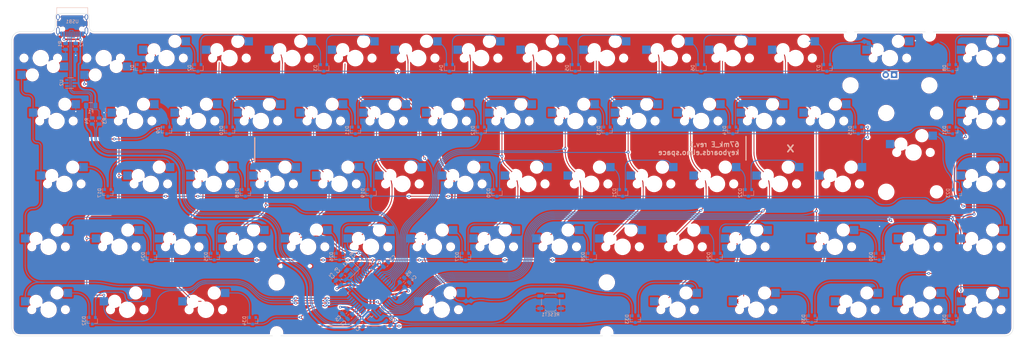
<source format=kicad_pcb>
(kicad_pcb (version 20171130) (host pcbnew "(5.1.6)-1")
  (layers (0 F.Cu signal) (31 B.Cu signal) (34 B.Paste user) (35 F.Paste user) (36 B.SilkS user) (37 F.SilkS user) (38 B.Mask user) (39 F.Mask user) (44 Edge.Cuts user))
  (net 0 "")
  (net 1 GND)
  (net 2 +5V)
  (net 3 "Net-(C7-Pad1)")
  (net 4 "Net-(C8-Pad1)")
  (net 5 "Net-(C9-Pad1)")
  (net 6 row1)
  (net 7 "Net-(D31-Pad2)")
  (net 8 row3)
  (net 9 "Net-(D34-Pad2)")
  (net 10 row4)
  (net 11 VCC)
  (net 12 col13)
  (net 13 "Net-(D7-Pad2)")
  (net 14 "Net-(D1-Pad2)")
  (net 15 col0)
  (net 16 col1)
  (net 17 "Net-(D2-Pad2)")
  (net 18 col2)
  (net 19 col3)
  (net 20 "Net-(D3-Pad2)")
  (net 21 col4)
  (net 22 col5)
  (net 23 "Net-(D4-Pad2)")
  (net 24 col6)
  (net 25 col7)
  (net 26 "Net-(D5-Pad2)")
  (net 27 col8)
  (net 28 col9)
  (net 29 "Net-(D6-Pad2)")
  (net 30 col10)
  (net 31 col11)
  (net 32 col12)
  (net 33 "Net-(D8-Pad2)")
  (net 34 col14)
  (net 35 col15)
  (net 36 "Net-(D15-Pad2)")
  (net 37 "Net-(D9-Pad2)")
  (net 38 "Net-(D10-Pad2)")
  (net 39 "Net-(D11-Pad2)")
  (net 40 "Net-(D12-Pad2)")
  (net 41 "Net-(D13-Pad2)")
  (net 42 "Net-(D14-Pad2)")
  (net 43 caps)
  (net 44 "Net-(D18-Pad2)")
  (net 45 "Net-(D19-Pad2)")
  (net 46 "Net-(D20-Pad2)")
  (net 47 "Net-(D21-Pad2)")
  (net 48 "Net-(D22-Pad2)")
  (net 49 "Net-(D23-Pad2)")
  (net 50 "Net-(D24-Pad2)")
  (net 51 "Net-(D25-Pad2)")
  (net 52 "Net-(D26-Pad2)")
  (net 53 "Net-(D27-Pad2)")
  (net 54 "Net-(D28-Pad2)")
  (net 55 "Net-(D29-Pad2)")
  (net 56 "Net-(D30-Pad2)")
  (net 57 "Net-(D32-Pad2)")
  (net 58 "Net-(D33-Pad2)")
  (net 59 "Net-(D35-Pad2)")
  (net 60 "Net-(D36-Pad2)")
  (net 61 "Net-(R1-Pad2)")
  (net 62 "Net-(R2-Pad2)")
  (net 63 "Net-(R3-Pad2)")
  (net 64 D+)
  (net 65 "Net-(R4-Pad2)")
  (net 66 D-)
  (net 67 "Net-(R5-Pad2)")
  (net 68 "Net-(R6-Pad1)")
  (net 69 "Net-(R7-Pad2)")
  (net 70 row0)
  (net 71 row2)
  (module MX_Only:MXOnly-1.5U-Hotswap (layer F.Cu) (at 72.22363 107.12577)
    (fp_text reference MX19)
    (fp_text value MX-NoLED)
    (pad "" np_thru_hole circle (at 2.54 -5.08) (size 3 3) (drill 3) (layers *.Cu *.Mask))
    (pad "" np_thru_hole circle (at 0 0) (size 3.9878 3.9878) (drill 3.9878) (layers *.Cu *.Mask))
    (pad "" np_thru_hole circle (at -3.81 -2.54) (size 3 3) (drill 3) (layers *.Cu *.Mask))
    (pad "" np_thru_hole circle (at -5.08 0 48.0996) (size 1.75 1.75) (drill 1.75) (layers *.Cu *.Mask))
    (pad "" np_thru_hole circle (at 5.08 0 48.0996) (size 1.75 1.75) (drill 1.75) (layers *.Cu *.Mask))
    (pad 1 smd rect (at -7.085 -2.54) (size 2.55 2.5) (layers B.Cu B.Paste B.Mask) (net 15 col0))
    (pad 2 smd rect (at 5.842 -5.08) (size 2.55 2.5) (layers B.Cu B.Paste B.Mask) (net 37 "Net-(D9-Pad2)"))
  )
  (module MX_Only:MXOnly-1U-Hotswap (layer F.Cu) (at 238.91113 88.07577)
    (fp_text reference MX11)
    (fp_text value MX-NoLED)
    (pad 2 smd rect (at 5.842 -5.08) (size 2.55 2.5) (layers B.Cu B.Paste B.Mask) (net 26 "Net-(D5-Pad2)"))
    (pad 1 smd rect (at -7.085 -2.54) (size 2.55 2.5) (layers B.Cu B.Paste B.Mask) (net 28 col9))
    (pad "" np_thru_hole circle (at 5.08 0 48.0996) (size 1.75 1.75) (drill 1.75) (layers *.Cu *.Mask))
    (pad "" np_thru_hole circle (at -5.08 0 48.0996) (size 1.75 1.75) (drill 1.75) (layers *.Cu *.Mask))
    (pad "" np_thru_hole circle (at -3.81 -2.54) (size 3 3) (drill 3) (layers *.Cu *.Mask))
    (pad "" np_thru_hole circle (at 0 0) (size 3.9878 3.9878) (drill 3.9878) (layers *.Cu *.Mask))
    (pad "" np_thru_hole circle (at 2.54 -5.08) (size 3 3) (drill 3) (layers *.Cu *.Mask))
  )
  (module MX_Only:MXOnly-1U-Hotswap (layer F.Cu) (at 353.21113 164.27577)
    (fp_text reference MX79)
    (fp_text value MX-NoLED)
    (pad 2 smd rect (at 5.842 -5.08) (size 2.55 2.5) (layers B.Cu B.Paste B.Mask) (net 60 "Net-(D36-Pad2)"))
    (pad 1 smd rect (at -7.085 -2.54) (size 2.55 2.5) (layers B.Cu B.Paste B.Mask) (net 35 col15))
    (pad "" np_thru_hole circle (at 5.08 0 48.0996) (size 1.75 1.75) (drill 1.75) (layers *.Cu *.Mask))
    (pad "" np_thru_hole circle (at -5.08 0 48.0996) (size 1.75 1.75) (drill 1.75) (layers *.Cu *.Mask))
    (pad "" np_thru_hole circle (at -3.81 -2.54) (size 3 3) (drill 3) (layers *.Cu *.Mask))
    (pad "" np_thru_hole circle (at 0 0) (size 3.9878 3.9878) (drill 3.9878) (layers *.Cu *.Mask))
    (pad "" np_thru_hole circle (at 2.54 -5.08) (size 3 3) (drill 3) (layers *.Cu *.Mask))
  )
  (module MX_Only:MXOnly-1U-Hotswap (layer F.Cu) (at 334.16113 164.27577)
    (fp_text reference MX78)
    (fp_text value MX-NoLED)
    (pad 2 smd rect (at 5.842 -5.08) (size 2.55 2.5) (layers B.Cu B.Paste B.Mask) (net 60 "Net-(D36-Pad2)"))
    (pad 1 smd rect (at -7.085 -2.54) (size 2.55 2.5) (layers B.Cu B.Paste B.Mask) (net 34 col14))
    (pad "" np_thru_hole circle (at 5.08 0 48.0996) (size 1.75 1.75) (drill 1.75) (layers *.Cu *.Mask))
    (pad "" np_thru_hole circle (at -5.08 0 48.0996) (size 1.75 1.75) (drill 1.75) (layers *.Cu *.Mask))
    (pad "" np_thru_hole circle (at -3.81 -2.54) (size 3 3) (drill 3) (layers *.Cu *.Mask))
    (pad "" np_thru_hole circle (at 0 0) (size 3.9878 3.9878) (drill 3.9878) (layers *.Cu *.Mask))
    (pad "" np_thru_hole circle (at 2.54 -5.08) (size 3 3) (drill 3) (layers *.Cu *.Mask))
  )
  (module MX_Only:MXOnly-1U-Hotswap (layer F.Cu) (at 315.11113 164.27577)
    (fp_text reference MX77)
    (fp_text value MX-NoLED)
    (pad 2 smd rect (at 5.842 -5.08) (size 2.55 2.5) (layers B.Cu B.Paste B.Mask) (net 59 "Net-(D35-Pad2)"))
    (pad 1 smd rect (at -7.085 -2.54) (size 2.55 2.5) (layers B.Cu B.Paste B.Mask) (net 12 col13))
    (pad "" np_thru_hole circle (at 5.08 0 48.0996) (size 1.75 1.75) (drill 1.75) (layers *.Cu *.Mask))
    (pad "" np_thru_hole circle (at -5.08 0 48.0996) (size 1.75 1.75) (drill 1.75) (layers *.Cu *.Mask))
    (pad "" np_thru_hole circle (at -3.81 -2.54) (size 3 3) (drill 3) (layers *.Cu *.Mask))
    (pad "" np_thru_hole circle (at 0 0) (size 3.9878 3.9878) (drill 3.9878) (layers *.Cu *.Mask))
    (pad "" np_thru_hole circle (at 2.54 -5.08) (size 3 3) (drill 3) (layers *.Cu *.Mask))
  )
  (module MX_Only:MXOnly-1.25U-Hotswap (layer F.Cu) (at 284.15488 164.27577)
    (fp_text reference MX76)
    (fp_text value MX-NoLED)
    (pad 2 smd rect (at 5.842 -5.08) (size 2.55 2.5) (layers B.Cu B.Paste B.Mask) (net 59 "Net-(D35-Pad2)"))
    (pad 1 smd rect (at -7.085 -2.54) (size 2.55 2.5) (layers B.Cu B.Paste B.Mask) (net 32 col12))
    (pad "" np_thru_hole circle (at 5.08 0 48.0996) (size 1.75 1.75) (drill 1.75) (layers *.Cu *.Mask))
    (pad "" np_thru_hole circle (at -5.08 0 48.0996) (size 1.75 1.75) (drill 1.75) (layers *.Cu *.Mask))
    (pad "" np_thru_hole circle (at -3.81 -2.54) (size 3 3) (drill 3) (layers *.Cu *.Mask))
    (pad "" np_thru_hole circle (at 0 0) (size 3.9878 3.9878) (drill 3.9878) (layers *.Cu *.Mask))
    (pad "" np_thru_hole circle (at 2.54 -5.08) (size 3 3) (drill 3) (layers *.Cu *.Mask))
  )
  (module MX_Only:MXOnly-1.25U-Hotswap (layer F.Cu) (at 260.34238 164.27577)
    (fp_text reference MX75)
    (fp_text value MX-NoLED)
    (pad 2 smd rect (at 5.842 -5.08) (size 2.55 2.5) (layers B.Cu B.Paste B.Mask) (net 58 "Net-(D33-Pad2)"))
    (pad 1 smd rect (at -7.085 -2.54) (size 2.55 2.5) (layers B.Cu B.Paste B.Mask) (net 31 col11))
    (pad "" np_thru_hole circle (at 5.08 0 48.0996) (size 1.75 1.75) (drill 1.75) (layers *.Cu *.Mask))
    (pad "" np_thru_hole circle (at -5.08 0 48.0996) (size 1.75 1.75) (drill 1.75) (layers *.Cu *.Mask))
    (pad "" np_thru_hole circle (at -3.81 -2.54) (size 3 3) (drill 3) (layers *.Cu *.Mask))
    (pad "" np_thru_hole circle (at 0 0) (size 3.9878 3.9878) (drill 3.9878) (layers *.Cu *.Mask))
    (pad "" np_thru_hole circle (at 2.54 -5.08) (size 3 3) (drill 3) (layers *.Cu *.Mask))
  )
  (module MX_Only:MXOnly-6.25U-Hotswap-ReversedStabilizers (layer F.Cu) (at 188.90488 164.27577)
    (fp_text reference MX74)
    (fp_text value MX-NoLED)
    (pad "" np_thru_hole circle (at -49.9999 -8.255) (size 3.9878 3.9878) (drill 3.9878) (layers *.Cu *.Mask))
    (pad "" np_thru_hole circle (at 49.9999 -8.255) (size 3.9878 3.9878) (drill 3.9878) (layers *.Cu *.Mask))
    (pad "" np_thru_hole circle (at -49.9999 6.985) (size 3.048 3.048) (drill 3.048) (layers *.Cu *.Mask))
    (pad "" np_thru_hole circle (at 49.9999 6.985) (size 3.048 3.048) (drill 3.048) (layers *.Cu *.Mask))
    (pad 2 smd rect (at 5.842 -5.08) (size 2.55 2.5) (layers B.Cu B.Paste B.Mask) (net 58 "Net-(D33-Pad2)"))
    (pad 1 smd rect (at -7.085 -2.54) (size 2.55 2.5) (layers B.Cu B.Paste B.Mask) (net 24 col6))
    (pad "" np_thru_hole circle (at 5.08 0 48.0996) (size 1.75 1.75) (drill 1.75) (layers *.Cu *.Mask))
    (pad "" np_thru_hole circle (at -5.08 0 48.0996) (size 1.75 1.75) (drill 1.75) (layers *.Cu *.Mask))
    (pad "" np_thru_hole circle (at -3.81 -2.54) (size 3 3) (drill 3) (layers *.Cu *.Mask))
    (pad "" np_thru_hole circle (at 0 0) (size 3.9878 3.9878) (drill 3.9878) (layers *.Cu *.Mask))
    (pad "" np_thru_hole circle (at 2.54 -5.08) (size 3 3) (drill 3) (layers *.Cu *.Mask))
  )
  (module MX_Only:MXOnly-1.25U-Hotswap (layer F.Cu) (at 117.46738 164.27577)
    (fp_text reference MX73)
    (fp_text value MX-NoLED)
    (pad 2 smd rect (at 5.842 -5.08) (size 2.55 2.5) (layers B.Cu B.Paste B.Mask) (net 9 "Net-(D34-Pad2)"))
    (pad 1 smd rect (at -7.085 -2.54) (size 2.55 2.5) (layers B.Cu B.Paste B.Mask) (net 18 col2))
    (pad "" np_thru_hole circle (at 5.08 0 48.0996) (size 1.75 1.75) (drill 1.75) (layers *.Cu *.Mask))
    (pad "" np_thru_hole circle (at -5.08 0 48.0996) (size 1.75 1.75) (drill 1.75) (layers *.Cu *.Mask))
    (pad "" np_thru_hole circle (at -3.81 -2.54) (size 3 3) (drill 3) (layers *.Cu *.Mask))
    (pad "" np_thru_hole circle (at 0 0) (size 3.9878 3.9878) (drill 3.9878) (layers *.Cu *.Mask))
    (pad "" np_thru_hole circle (at 2.54 -5.08) (size 3 3) (drill 3) (layers *.Cu *.Mask))
  )
  (module MX_Only:MXOnly-1.25U-Hotswap (layer F.Cu) (at 93.65488 164.27577)
    (fp_text reference MX72)
    (fp_text value MX-NoLED)
    (pad 2 smd rect (at 5.842 -5.08) (size 2.55 2.5) (layers B.Cu B.Paste B.Mask) (net 57 "Net-(D32-Pad2)"))
    (pad 1 smd rect (at -7.085 -2.54) (size 2.55 2.5) (layers B.Cu B.Paste B.Mask) (net 16 col1))
    (pad "" np_thru_hole circle (at 5.08 0 48.0996) (size 1.75 1.75) (drill 1.75) (layers *.Cu *.Mask))
    (pad "" np_thru_hole circle (at -5.08 0 48.0996) (size 1.75 1.75) (drill 1.75) (layers *.Cu *.Mask))
    (pad "" np_thru_hole circle (at -3.81 -2.54) (size 3 3) (drill 3) (layers *.Cu *.Mask))
    (pad "" np_thru_hole circle (at 0 0) (size 3.9878 3.9878) (drill 3.9878) (layers *.Cu *.Mask))
    (pad "" np_thru_hole circle (at 2.54 -5.08) (size 3 3) (drill 3) (layers *.Cu *.Mask))
  )
  (module MX_Only:MXOnly-1.25U-Hotswap (layer F.Cu) (at 69.84238 164.27577)
    (fp_text reference MX71)
    (fp_text value MX-NoLED)
    (pad 2 smd rect (at 5.842 -5.08) (size 2.55 2.5) (layers B.Cu B.Paste B.Mask) (net 57 "Net-(D32-Pad2)"))
    (pad 1 smd rect (at -7.085 -2.54) (size 2.55 2.5) (layers B.Cu B.Paste B.Mask) (net 15 col0))
    (pad "" np_thru_hole circle (at 5.08 0 48.0996) (size 1.75 1.75) (drill 1.75) (layers *.Cu *.Mask))
    (pad "" np_thru_hole circle (at -5.08 0 48.0996) (size 1.75 1.75) (drill 1.75) (layers *.Cu *.Mask))
    (pad "" np_thru_hole circle (at -3.81 -2.54) (size 3 3) (drill 3) (layers *.Cu *.Mask))
    (pad "" np_thru_hole circle (at 0 0) (size 3.9878 3.9878) (drill 3.9878) (layers *.Cu *.Mask))
    (pad "" np_thru_hole circle (at 2.54 -5.08) (size 3 3) (drill 3) (layers *.Cu *.Mask))
  )
  (module MX_Only:MXOnly-1U-Hotswap (layer F.Cu) (at 353.21113 145.22577)
    (fp_text reference MX65)
    (fp_text value MX-NoLED)
    (pad 2 smd rect (at 5.842 -5.08) (size 2.55 2.5) (layers B.Cu B.Paste B.Mask) (net 7 "Net-(D31-Pad2)"))
    (pad 1 smd rect (at -7.085 -2.54) (size 2.55 2.5) (layers B.Cu B.Paste B.Mask) (net 34 col14))
    (pad "" np_thru_hole circle (at 5.08 0 48.0996) (size 1.75 1.75) (drill 1.75) (layers *.Cu *.Mask))
    (pad "" np_thru_hole circle (at -5.08 0 48.0996) (size 1.75 1.75) (drill 1.75) (layers *.Cu *.Mask))
    (pad "" np_thru_hole circle (at -3.81 -2.54) (size 3 3) (drill 3) (layers *.Cu *.Mask))
    (pad "" np_thru_hole circle (at 0 0) (size 3.9878 3.9878) (drill 3.9878) (layers *.Cu *.Mask))
    (pad "" np_thru_hole circle (at 2.54 -5.08) (size 3 3) (drill 3) (layers *.Cu *.Mask))
  )
  (module MX_Only:MXOnly-1U-Hotswap (layer F.Cu) (at 334.16113 145.22577)
    (fp_text reference MX64)
    (fp_text value MX-NoLED)
    (pad 2 smd rect (at 5.842 -5.08) (size 2.55 2.5) (layers B.Cu B.Paste B.Mask) (net 56 "Net-(D30-Pad2)"))
    (pad 1 smd rect (at -7.085 -2.54) (size 2.55 2.5) (layers B.Cu B.Paste B.Mask) (net 12 col13))
    (pad "" np_thru_hole circle (at 5.08 0 48.0996) (size 1.75 1.75) (drill 1.75) (layers *.Cu *.Mask))
    (pad "" np_thru_hole circle (at -5.08 0 48.0996) (size 1.75 1.75) (drill 1.75) (layers *.Cu *.Mask))
    (pad "" np_thru_hole circle (at -3.81 -2.54) (size 3 3) (drill 3) (layers *.Cu *.Mask))
    (pad "" np_thru_hole circle (at 0 0) (size 3.9878 3.9878) (drill 3.9878) (layers *.Cu *.Mask))
    (pad "" np_thru_hole circle (at 2.54 -5.08) (size 3 3) (drill 3) (layers *.Cu *.Mask))
  )
  (module MX_Only:MXOnly-1.75U-Hotswap (layer F.Cu) (at 307.96738 145.22577)
    (fp_text reference MX63)
    (fp_text value MX-NoLED)
    (pad 2 smd rect (at 5.842 -5.08) (size 2.55 2.5) (layers B.Cu B.Paste B.Mask) (net 56 "Net-(D30-Pad2)"))
    (pad 1 smd rect (at -7.085 -2.54) (size 2.55 2.5) (layers B.Cu B.Paste B.Mask) (net 32 col12))
    (pad "" np_thru_hole circle (at 5.08 0 48.0996) (size 1.75 1.75) (drill 1.75) (layers *.Cu *.Mask))
    (pad "" np_thru_hole circle (at -5.08 0 48.0996) (size 1.75 1.75) (drill 1.75) (layers *.Cu *.Mask))
    (pad "" np_thru_hole circle (at -3.81 -2.54) (size 3 3) (drill 3) (layers *.Cu *.Mask))
    (pad "" np_thru_hole circle (at 0 0) (size 3.9878 3.9878) (drill 3.9878) (layers *.Cu *.Mask))
    (pad "" np_thru_hole circle (at 2.54 -5.08) (size 3 3) (drill 3) (layers *.Cu *.Mask))
  )
  (module MX_Only:MXOnly-1U-Hotswap (layer F.Cu) (at 281.77363 145.22577)
    (fp_text reference MX62)
    (fp_text value MX-NoLED)
    (pad 2 smd rect (at 5.842 -5.08) (size 2.55 2.5) (layers B.Cu B.Paste B.Mask) (net 55 "Net-(D29-Pad2)"))
    (pad 1 smd rect (at -7.085 -2.54) (size 2.55 2.5) (layers B.Cu B.Paste B.Mask) (net 31 col11))
    (pad "" np_thru_hole circle (at 5.08 0 48.0996) (size 1.75 1.75) (drill 1.75) (layers *.Cu *.Mask))
    (pad "" np_thru_hole circle (at -5.08 0 48.0996) (size 1.75 1.75) (drill 1.75) (layers *.Cu *.Mask))
    (pad "" np_thru_hole circle (at -3.81 -2.54) (size 3 3) (drill 3) (layers *.Cu *.Mask))
    (pad "" np_thru_hole circle (at 0 0) (size 3.9878 3.9878) (drill 3.9878) (layers *.Cu *.Mask))
    (pad "" np_thru_hole circle (at 2.54 -5.08) (size 3 3) (drill 3) (layers *.Cu *.Mask))
  )
  (module MX_Only:MXOnly-1U-Hotswap (layer F.Cu) (at 262.72363 145.22577)
    (fp_text reference MX61)
    (fp_text value MX-NoLED)
    (pad 2 smd rect (at 5.842 -5.08) (size 2.55 2.5) (layers B.Cu B.Paste B.Mask) (net 55 "Net-(D29-Pad2)"))
    (pad 1 smd rect (at -7.085 -2.54) (size 2.55 2.5) (layers B.Cu B.Paste B.Mask) (net 30 col10))
    (pad "" np_thru_hole circle (at 5.08 0 48.0996) (size 1.75 1.75) (drill 1.75) (layers *.Cu *.Mask))
    (pad "" np_thru_hole circle (at -5.08 0 48.0996) (size 1.75 1.75) (drill 1.75) (layers *.Cu *.Mask))
    (pad "" np_thru_hole circle (at -3.81 -2.54) (size 3 3) (drill 3) (layers *.Cu *.Mask))
    (pad "" np_thru_hole circle (at 0 0) (size 3.9878 3.9878) (drill 3.9878) (layers *.Cu *.Mask))
    (pad "" np_thru_hole circle (at 2.54 -5.08) (size 3 3) (drill 3) (layers *.Cu *.Mask))
  )
  (module MX_Only:MXOnly-1U-Hotswap (layer F.Cu) (at 243.67363 145.22577)
    (fp_text reference MX60)
    (fp_text value MX-NoLED)
    (pad 2 smd rect (at 5.842 -5.08) (size 2.55 2.5) (layers B.Cu B.Paste B.Mask) (net 54 "Net-(D28-Pad2)"))
    (pad 1 smd rect (at -7.085 -2.54) (size 2.55 2.5) (layers B.Cu B.Paste B.Mask) (net 28 col9))
    (pad "" np_thru_hole circle (at 5.08 0 48.0996) (size 1.75 1.75) (drill 1.75) (layers *.Cu *.Mask))
    (pad "" np_thru_hole circle (at -5.08 0 48.0996) (size 1.75 1.75) (drill 1.75) (layers *.Cu *.Mask))
    (pad "" np_thru_hole circle (at -3.81 -2.54) (size 3 3) (drill 3) (layers *.Cu *.Mask))
    (pad "" np_thru_hole circle (at 0 0) (size 3.9878 3.9878) (drill 3.9878) (layers *.Cu *.Mask))
    (pad "" np_thru_hole circle (at 2.54 -5.08) (size 3 3) (drill 3) (layers *.Cu *.Mask))
  )
  (module MX_Only:MXOnly-1U-Hotswap (layer F.Cu) (at 224.62363 145.22577)
    (fp_text reference MX59)
    (fp_text value MX-NoLED)
    (pad 2 smd rect (at 5.842 -5.08) (size 2.55 2.5) (layers B.Cu B.Paste B.Mask) (net 54 "Net-(D28-Pad2)"))
    (pad 1 smd rect (at -7.085 -2.54) (size 2.55 2.5) (layers B.Cu B.Paste B.Mask) (net 27 col8))
    (pad "" np_thru_hole circle (at 5.08 0 48.0996) (size 1.75 1.75) (drill 1.75) (layers *.Cu *.Mask))
    (pad "" np_thru_hole circle (at -5.08 0 48.0996) (size 1.75 1.75) (drill 1.75) (layers *.Cu *.Mask))
    (pad "" np_thru_hole circle (at -3.81 -2.54) (size 3 3) (drill 3) (layers *.Cu *.Mask))
    (pad "" np_thru_hole circle (at 0 0) (size 3.9878 3.9878) (drill 3.9878) (layers *.Cu *.Mask))
    (pad "" np_thru_hole circle (at 2.54 -5.08) (size 3 3) (drill 3) (layers *.Cu *.Mask))
  )
  (module MX_Only:MXOnly-1U-Hotswap (layer F.Cu) (at 205.57363 145.22577)
    (fp_text reference MX58)
    (fp_text value MX-NoLED)
    (pad 2 smd rect (at 5.842 -5.08) (size 2.55 2.5) (layers B.Cu B.Paste B.Mask) (net 53 "Net-(D27-Pad2)"))
    (pad 1 smd rect (at -7.085 -2.54) (size 2.55 2.5) (layers B.Cu B.Paste B.Mask) (net 25 col7))
    (pad "" np_thru_hole circle (at 5.08 0 48.0996) (size 1.75 1.75) (drill 1.75) (layers *.Cu *.Mask))
    (pad "" np_thru_hole circle (at -5.08 0 48.0996) (size 1.75 1.75) (drill 1.75) (layers *.Cu *.Mask))
    (pad "" np_thru_hole circle (at -3.81 -2.54) (size 3 3) (drill 3) (layers *.Cu *.Mask))
    (pad "" np_thru_hole circle (at 0 0) (size 3.9878 3.9878) (drill 3.9878) (layers *.Cu *.Mask))
    (pad "" np_thru_hole circle (at 2.54 -5.08) (size 3 3) (drill 3) (layers *.Cu *.Mask))
  )
  (module MX_Only:MXOnly-1U-Hotswap (layer F.Cu) (at 186.52363 145.22577)
    (fp_text reference MX57)
    (fp_text value MX-NoLED)
    (pad 2 smd rect (at 5.842 -5.08) (size 2.55 2.5) (layers B.Cu B.Paste B.Mask) (net 53 "Net-(D27-Pad2)"))
    (pad 1 smd rect (at -7.085 -2.54) (size 2.55 2.5) (layers B.Cu B.Paste B.Mask) (net 24 col6))
    (pad "" np_thru_hole circle (at 5.08 0 48.0996) (size 1.75 1.75) (drill 1.75) (layers *.Cu *.Mask))
    (pad "" np_thru_hole circle (at -5.08 0 48.0996) (size 1.75 1.75) (drill 1.75) (layers *.Cu *.Mask))
    (pad "" np_thru_hole circle (at -3.81 -2.54) (size 3 3) (drill 3) (layers *.Cu *.Mask))
    (pad "" np_thru_hole circle (at 0 0) (size 3.9878 3.9878) (drill 3.9878) (layers *.Cu *.Mask))
    (pad "" np_thru_hole circle (at 2.54 -5.08) (size 3 3) (drill 3) (layers *.Cu *.Mask))
  )
  (module MX_Only:MXOnly-1U-Hotswap (layer F.Cu) (at 167.47363 145.22577)
    (fp_text reference MX56)
    (fp_text value MX-NoLED)
    (pad 2 smd rect (at 5.842 -5.08) (size 2.55 2.5) (layers B.Cu B.Paste B.Mask) (net 52 "Net-(D26-Pad2)"))
    (pad 1 smd rect (at -7.085 -2.54) (size 2.55 2.5) (layers B.Cu B.Paste B.Mask) (net 22 col5))
    (pad "" np_thru_hole circle (at 5.08 0 48.0996) (size 1.75 1.75) (drill 1.75) (layers *.Cu *.Mask))
    (pad "" np_thru_hole circle (at -5.08 0 48.0996) (size 1.75 1.75) (drill 1.75) (layers *.Cu *.Mask))
    (pad "" np_thru_hole circle (at -3.81 -2.54) (size 3 3) (drill 3) (layers *.Cu *.Mask))
    (pad "" np_thru_hole circle (at 0 0) (size 3.9878 3.9878) (drill 3.9878) (layers *.Cu *.Mask))
    (pad "" np_thru_hole circle (at 2.54 -5.08) (size 3 3) (drill 3) (layers *.Cu *.Mask))
  )
  (module MX_Only:MXOnly-1U-Hotswap (layer F.Cu) (at 148.42363 145.22577)
    (fp_text reference MX55)
    (fp_text value MX-NoLED)
    (pad 2 smd rect (at 5.842 -5.08) (size 2.55 2.5) (layers B.Cu B.Paste B.Mask) (net 52 "Net-(D26-Pad2)"))
    (pad 1 smd rect (at -7.085 -2.54) (size 2.55 2.5) (layers B.Cu B.Paste B.Mask) (net 21 col4))
    (pad "" np_thru_hole circle (at 5.08 0 48.0996) (size 1.75 1.75) (drill 1.75) (layers *.Cu *.Mask))
    (pad "" np_thru_hole circle (at -5.08 0 48.0996) (size 1.75 1.75) (drill 1.75) (layers *.Cu *.Mask))
    (pad "" np_thru_hole circle (at -3.81 -2.54) (size 3 3) (drill 3) (layers *.Cu *.Mask))
    (pad "" np_thru_hole circle (at 0 0) (size 3.9878 3.9878) (drill 3.9878) (layers *.Cu *.Mask))
    (pad "" np_thru_hole circle (at 2.54 -5.08) (size 3 3) (drill 3) (layers *.Cu *.Mask))
  )
  (module MX_Only:MXOnly-1U-Hotswap (layer F.Cu) (at 129.37363 145.22577)
    (fp_text reference MX54)
    (fp_text value MX-NoLED)
    (pad 2 smd rect (at 5.842 -5.08) (size 2.55 2.5) (layers B.Cu B.Paste B.Mask) (net 51 "Net-(D25-Pad2)"))
    (pad 1 smd rect (at -7.085 -2.54) (size 2.55 2.5) (layers B.Cu B.Paste B.Mask) (net 19 col3))
    (pad "" np_thru_hole circle (at 5.08 0 48.0996) (size 1.75 1.75) (drill 1.75) (layers *.Cu *.Mask))
    (pad "" np_thru_hole circle (at -5.08 0 48.0996) (size 1.75 1.75) (drill 1.75) (layers *.Cu *.Mask))
    (pad "" np_thru_hole circle (at -3.81 -2.54) (size 3 3) (drill 3) (layers *.Cu *.Mask))
    (pad "" np_thru_hole circle (at 0 0) (size 3.9878 3.9878) (drill 3.9878) (layers *.Cu *.Mask))
    (pad "" np_thru_hole circle (at 2.54 -5.08) (size 3 3) (drill 3) (layers *.Cu *.Mask))
  )
  (module MX_Only:MXOnly-1U-Hotswap (layer F.Cu) (at 110.32363 145.22577)
    (fp_text reference MX53)
    (fp_text value MX-NoLED)
    (pad 2 smd rect (at 5.842 -5.08) (size 2.55 2.5) (layers B.Cu B.Paste B.Mask) (net 51 "Net-(D25-Pad2)"))
    (pad 1 smd rect (at -7.085 -2.54) (size 2.55 2.5) (layers B.Cu B.Paste B.Mask) (net 18 col2))
    (pad "" np_thru_hole circle (at 5.08 0 48.0996) (size 1.75 1.75) (drill 1.75) (layers *.Cu *.Mask))
    (pad "" np_thru_hole circle (at -5.08 0 48.0996) (size 1.75 1.75) (drill 1.75) (layers *.Cu *.Mask))
    (pad "" np_thru_hole circle (at -3.81 -2.54) (size 3 3) (drill 3) (layers *.Cu *.Mask))
    (pad "" np_thru_hole circle (at 0 0) (size 3.9878 3.9878) (drill 3.9878) (layers *.Cu *.Mask))
    (pad "" np_thru_hole circle (at 2.54 -5.08) (size 3 3) (drill 3) (layers *.Cu *.Mask))
  )
  (module MX_Only:MXOnly-1U-Hotswap (layer F.Cu) (at 91.27363 145.22577)
    (fp_text reference MX52)
    (fp_text value MX-NoLED)
    (pad 2 smd rect (at 5.842 -5.08) (size 2.55 2.5) (layers B.Cu B.Paste B.Mask) (net 50 "Net-(D24-Pad2)"))
    (pad 1 smd rect (at -7.085 -2.54) (size 2.55 2.5) (layers B.Cu B.Paste B.Mask) (net 16 col1))
    (pad "" np_thru_hole circle (at 5.08 0 48.0996) (size 1.75 1.75) (drill 1.75) (layers *.Cu *.Mask))
    (pad "" np_thru_hole circle (at -5.08 0 48.0996) (size 1.75 1.75) (drill 1.75) (layers *.Cu *.Mask))
    (pad "" np_thru_hole circle (at -3.81 -2.54) (size 3 3) (drill 3) (layers *.Cu *.Mask))
    (pad "" np_thru_hole circle (at 0 0) (size 3.9878 3.9878) (drill 3.9878) (layers *.Cu *.Mask))
    (pad "" np_thru_hole circle (at 2.54 -5.08) (size 3 3) (drill 3) (layers *.Cu *.Mask))
  )
  (module MX_Only:MXOnly-1.25U-Hotswap (layer F.Cu) (at 69.84238 145.22577)
    (fp_text reference MX50)
    (fp_text value MX-NoLED)
    (pad 2 smd rect (at 5.842 -5.08) (size 2.55 2.5) (layers B.Cu B.Paste B.Mask) (net 50 "Net-(D24-Pad2)"))
    (pad 1 smd rect (at -7.085 -2.54) (size 2.55 2.5) (layers B.Cu B.Paste B.Mask) (net 15 col0))
    (pad "" np_thru_hole circle (at 5.08 0 48.0996) (size 1.75 1.75) (drill 1.75) (layers *.Cu *.Mask))
    (pad "" np_thru_hole circle (at -5.08 0 48.0996) (size 1.75 1.75) (drill 1.75) (layers *.Cu *.Mask))
    (pad "" np_thru_hole circle (at -3.81 -2.54) (size 3 3) (drill 3) (layers *.Cu *.Mask))
    (pad "" np_thru_hole circle (at 0 0) (size 3.9878 3.9878) (drill 3.9878) (layers *.Cu *.Mask))
    (pad "" np_thru_hole circle (at 2.54 -5.08) (size 3 3) (drill 3) (layers *.Cu *.Mask))
  )
  (module MX_Only:MXOnly-1U-Hotswap (layer F.Cu) (at 353.21113 126.17577)
    (fp_text reference MX49)
    (fp_text value MX-NoLED)
    (pad 2 smd rect (at 5.842 -5.08) (size 2.55 2.5) (layers B.Cu B.Paste B.Mask) (net 49 "Net-(D23-Pad2)"))
    (pad 1 smd rect (at -7.085 -2.54) (size 2.55 2.5) (layers B.Cu B.Paste B.Mask) (net 35 col15))
    (pad "" np_thru_hole circle (at 5.08 0 48.0996) (size 1.75 1.75) (drill 1.75) (layers *.Cu *.Mask))
    (pad "" np_thru_hole circle (at -5.08 0 48.0996) (size 1.75 1.75) (drill 1.75) (layers *.Cu *.Mask))
    (pad "" np_thru_hole circle (at -3.81 -2.54) (size 3 3) (drill 3) (layers *.Cu *.Mask))
    (pad "" np_thru_hole circle (at 0 0) (size 3.9878 3.9878) (drill 3.9878) (layers *.Cu *.Mask))
    (pad "" np_thru_hole circle (at 2.54 -5.08) (size 3 3) (drill 3) (layers *.Cu *.Mask))
  )
  (module MX_Only:MXOnly-1U-Hotswap (layer F.Cu) (at 291.29863 126.17577)
    (fp_text reference MX47)
    (fp_text value MX-NoLED)
    (pad 2 smd rect (at 5.842 -5.08) (size 2.55 2.5) (layers B.Cu B.Paste B.Mask) (net 48 "Net-(D22-Pad2)"))
    (pad 1 smd rect (at -7.085 -2.54) (size 2.55 2.5) (layers B.Cu B.Paste B.Mask) (net 31 col11))
    (pad "" np_thru_hole circle (at 5.08 0 48.0996) (size 1.75 1.75) (drill 1.75) (layers *.Cu *.Mask))
    (pad "" np_thru_hole circle (at -5.08 0 48.0996) (size 1.75 1.75) (drill 1.75) (layers *.Cu *.Mask))
    (pad "" np_thru_hole circle (at -3.81 -2.54) (size 3 3) (drill 3) (layers *.Cu *.Mask))
    (pad "" np_thru_hole circle (at 0 0) (size 3.9878 3.9878) (drill 3.9878) (layers *.Cu *.Mask))
    (pad "" np_thru_hole circle (at 2.54 -5.08) (size 3 3) (drill 3) (layers *.Cu *.Mask))
  )
  (module MX_Only:MXOnly-1U-Hotswap (layer F.Cu) (at 272.24863 126.17577)
    (fp_text reference MX46)
    (fp_text value MX-NoLED)
    (pad 2 smd rect (at 5.842 -5.08) (size 2.55 2.5) (layers B.Cu B.Paste B.Mask) (net 48 "Net-(D22-Pad2)"))
    (pad 1 smd rect (at -7.085 -2.54) (size 2.55 2.5) (layers B.Cu B.Paste B.Mask) (net 30 col10))
    (pad "" np_thru_hole circle (at 5.08 0 48.0996) (size 1.75 1.75) (drill 1.75) (layers *.Cu *.Mask))
    (pad "" np_thru_hole circle (at -5.08 0 48.0996) (size 1.75 1.75) (drill 1.75) (layers *.Cu *.Mask))
    (pad "" np_thru_hole circle (at -3.81 -2.54) (size 3 3) (drill 3) (layers *.Cu *.Mask))
    (pad "" np_thru_hole circle (at 0 0) (size 3.9878 3.9878) (drill 3.9878) (layers *.Cu *.Mask))
    (pad "" np_thru_hole circle (at 2.54 -5.08) (size 3 3) (drill 3) (layers *.Cu *.Mask))
  )
  (module MX_Only:MXOnly-1U-Hotswap (layer F.Cu) (at 253.19863 126.17577)
    (fp_text reference MX45)
    (fp_text value MX-NoLED)
    (pad 2 smd rect (at 5.842 -5.08) (size 2.55 2.5) (layers B.Cu B.Paste B.Mask) (net 47 "Net-(D21-Pad2)"))
    (pad 1 smd rect (at -7.085 -2.54) (size 2.55 2.5) (layers B.Cu B.Paste B.Mask) (net 28 col9))
    (pad "" np_thru_hole circle (at 5.08 0 48.0996) (size 1.75 1.75) (drill 1.75) (layers *.Cu *.Mask))
    (pad "" np_thru_hole circle (at -5.08 0 48.0996) (size 1.75 1.75) (drill 1.75) (layers *.Cu *.Mask))
    (pad "" np_thru_hole circle (at -3.81 -2.54) (size 3 3) (drill 3) (layers *.Cu *.Mask))
    (pad "" np_thru_hole circle (at 0 0) (size 3.9878 3.9878) (drill 3.9878) (layers *.Cu *.Mask))
    (pad "" np_thru_hole circle (at 2.54 -5.08) (size 3 3) (drill 3) (layers *.Cu *.Mask))
  )
  (module MX_Only:MXOnly-1U-Hotswap (layer F.Cu) (at 234.14863 126.17577)
    (fp_text reference MX44)
    (fp_text value MX-NoLED)
    (pad 2 smd rect (at 5.842 -5.08) (size 2.55 2.5) (layers B.Cu B.Paste B.Mask) (net 47 "Net-(D21-Pad2)"))
    (pad 1 smd rect (at -7.085 -2.54) (size 2.55 2.5) (layers B.Cu B.Paste B.Mask) (net 27 col8))
    (pad "" np_thru_hole circle (at 5.08 0 48.0996) (size 1.75 1.75) (drill 1.75) (layers *.Cu *.Mask))
    (pad "" np_thru_hole circle (at -5.08 0 48.0996) (size 1.75 1.75) (drill 1.75) (layers *.Cu *.Mask))
    (pad "" np_thru_hole circle (at -3.81 -2.54) (size 3 3) (drill 3) (layers *.Cu *.Mask))
    (pad "" np_thru_hole circle (at 0 0) (size 3.9878 3.9878) (drill 3.9878) (layers *.Cu *.Mask))
    (pad "" np_thru_hole circle (at 2.54 -5.08) (size 3 3) (drill 3) (layers *.Cu *.Mask))
  )
  (module MX_Only:MXOnly-1U-Hotswap (layer F.Cu) (at 215.09863 126.17577)
    (fp_text reference MX43)
    (fp_text value MX-NoLED)
    (pad 2 smd rect (at 5.842 -5.08) (size 2.55 2.5) (layers B.Cu B.Paste B.Mask) (net 46 "Net-(D20-Pad2)"))
    (pad 1 smd rect (at -7.085 -2.54) (size 2.55 2.5) (layers B.Cu B.Paste B.Mask) (net 25 col7))
    (pad "" np_thru_hole circle (at 5.08 0 48.0996) (size 1.75 1.75) (drill 1.75) (layers *.Cu *.Mask))
    (pad "" np_thru_hole circle (at -5.08 0 48.0996) (size 1.75 1.75) (drill 1.75) (layers *.Cu *.Mask))
    (pad "" np_thru_hole circle (at -3.81 -2.54) (size 3 3) (drill 3) (layers *.Cu *.Mask))
    (pad "" np_thru_hole circle (at 0 0) (size 3.9878 3.9878) (drill 3.9878) (layers *.Cu *.Mask))
    (pad "" np_thru_hole circle (at 2.54 -5.08) (size 3 3) (drill 3) (layers *.Cu *.Mask))
  )
  (module MX_Only:MXOnly-1U-Hotswap (layer F.Cu) (at 196.04863 126.17577)
    (fp_text reference MX42)
    (fp_text value MX-NoLED)
    (pad 2 smd rect (at 5.842 -5.08) (size 2.55 2.5) (layers B.Cu B.Paste B.Mask) (net 46 "Net-(D20-Pad2)"))
    (pad 1 smd rect (at -7.085 -2.54) (size 2.55 2.5) (layers B.Cu B.Paste B.Mask) (net 24 col6))
    (pad "" np_thru_hole circle (at 5.08 0 48.0996) (size 1.75 1.75) (drill 1.75) (layers *.Cu *.Mask))
    (pad "" np_thru_hole circle (at -5.08 0 48.0996) (size 1.75 1.75) (drill 1.75) (layers *.Cu *.Mask))
    (pad "" np_thru_hole circle (at -3.81 -2.54) (size 3 3) (drill 3) (layers *.Cu *.Mask))
    (pad "" np_thru_hole circle (at 0 0) (size 3.9878 3.9878) (drill 3.9878) (layers *.Cu *.Mask))
    (pad "" np_thru_hole circle (at 2.54 -5.08) (size 3 3) (drill 3) (layers *.Cu *.Mask))
  )
  (module MX_Only:MXOnly-1U-Hotswap (layer F.Cu) (at 176.99863 126.17577)
    (fp_text reference MX41)
    (fp_text value MX-NoLED)
    (pad 2 smd rect (at 5.842 -5.08) (size 2.55 2.5) (layers B.Cu B.Paste B.Mask) (net 45 "Net-(D19-Pad2)"))
    (pad 1 smd rect (at -7.085 -2.54) (size 2.55 2.5) (layers B.Cu B.Paste B.Mask) (net 22 col5))
    (pad "" np_thru_hole circle (at 5.08 0 48.0996) (size 1.75 1.75) (drill 1.75) (layers *.Cu *.Mask))
    (pad "" np_thru_hole circle (at -5.08 0 48.0996) (size 1.75 1.75) (drill 1.75) (layers *.Cu *.Mask))
    (pad "" np_thru_hole circle (at -3.81 -2.54) (size 3 3) (drill 3) (layers *.Cu *.Mask))
    (pad "" np_thru_hole circle (at 0 0) (size 3.9878 3.9878) (drill 3.9878) (layers *.Cu *.Mask))
    (pad "" np_thru_hole circle (at 2.54 -5.08) (size 3 3) (drill 3) (layers *.Cu *.Mask))
  )
  (module MX_Only:MXOnly-1U-Hotswap (layer F.Cu) (at 157.94863 126.17577)
    (fp_text reference MX40)
    (fp_text value MX-NoLED)
    (pad 2 smd rect (at 5.842 -5.08) (size 2.55 2.5) (layers B.Cu B.Paste B.Mask) (net 45 "Net-(D19-Pad2)"))
    (pad 1 smd rect (at -7.085 -2.54) (size 2.55 2.5) (layers B.Cu B.Paste B.Mask) (net 21 col4))
    (pad "" np_thru_hole circle (at 5.08 0 48.0996) (size 1.75 1.75) (drill 1.75) (layers *.Cu *.Mask))
    (pad "" np_thru_hole circle (at -5.08 0 48.0996) (size 1.75 1.75) (drill 1.75) (layers *.Cu *.Mask))
    (pad "" np_thru_hole circle (at -3.81 -2.54) (size 3 3) (drill 3) (layers *.Cu *.Mask))
    (pad "" np_thru_hole circle (at 0 0) (size 3.9878 3.9878) (drill 3.9878) (layers *.Cu *.Mask))
    (pad "" np_thru_hole circle (at 2.54 -5.08) (size 3 3) (drill 3) (layers *.Cu *.Mask))
  )
  (module MX_Only:MXOnly-1U-Hotswap (layer F.Cu) (at 138.89863 126.17577)
    (fp_text reference MX39)
    (fp_text value MX-NoLED)
    (pad 2 smd rect (at 5.842 -5.08) (size 2.55 2.5) (layers B.Cu B.Paste B.Mask) (net 44 "Net-(D18-Pad2)"))
    (pad 1 smd rect (at -7.085 -2.54) (size 2.55 2.5) (layers B.Cu B.Paste B.Mask) (net 19 col3))
    (pad "" np_thru_hole circle (at 5.08 0 48.0996) (size 1.75 1.75) (drill 1.75) (layers *.Cu *.Mask))
    (pad "" np_thru_hole circle (at -5.08 0 48.0996) (size 1.75 1.75) (drill 1.75) (layers *.Cu *.Mask))
    (pad "" np_thru_hole circle (at -3.81 -2.54) (size 3 3) (drill 3) (layers *.Cu *.Mask))
    (pad "" np_thru_hole circle (at 0 0) (size 3.9878 3.9878) (drill 3.9878) (layers *.Cu *.Mask))
    (pad "" np_thru_hole circle (at 2.54 -5.08) (size 3 3) (drill 3) (layers *.Cu *.Mask))
  )
  (module MX_Only:MXOnly-1U-Hotswap (layer F.Cu) (at 119.84863 126.17577)
    (fp_text reference MX38)
    (fp_text value MX-NoLED)
    (pad 2 smd rect (at 5.842 -5.08) (size 2.55 2.5) (layers B.Cu B.Paste B.Mask) (net 44 "Net-(D18-Pad2)"))
    (pad 1 smd rect (at -7.085 -2.54) (size 2.55 2.5) (layers B.Cu B.Paste B.Mask) (net 18 col2))
    (pad "" np_thru_hole circle (at 5.08 0 48.0996) (size 1.75 1.75) (drill 1.75) (layers *.Cu *.Mask))
    (pad "" np_thru_hole circle (at -5.08 0 48.0996) (size 1.75 1.75) (drill 1.75) (layers *.Cu *.Mask))
    (pad "" np_thru_hole circle (at -3.81 -2.54) (size 3 3) (drill 3) (layers *.Cu *.Mask))
    (pad "" np_thru_hole circle (at 0 0) (size 3.9878 3.9878) (drill 3.9878) (layers *.Cu *.Mask))
    (pad "" np_thru_hole circle (at 2.54 -5.08) (size 3 3) (drill 3) (layers *.Cu *.Mask))
  )
  (module MX_Only:MXOnly-1U-Hotswap (layer F.Cu) (at 100.79863 126.17577)
    (fp_text reference MX37)
    (fp_text value MX-NoLED)
    (pad 2 smd rect (at 5.842 -5.08) (size 2.55 2.5) (layers B.Cu B.Paste B.Mask) (net 43 caps))
    (pad 1 smd rect (at -7.085 -2.54) (size 2.55 2.5) (layers B.Cu B.Paste B.Mask) (net 16 col1))
    (pad "" np_thru_hole circle (at 5.08 0 48.0996) (size 1.75 1.75) (drill 1.75) (layers *.Cu *.Mask))
    (pad "" np_thru_hole circle (at -5.08 0 48.0996) (size 1.75 1.75) (drill 1.75) (layers *.Cu *.Mask))
    (pad "" np_thru_hole circle (at -3.81 -2.54) (size 3 3) (drill 3) (layers *.Cu *.Mask))
    (pad "" np_thru_hole circle (at 0 0) (size 3.9878 3.9878) (drill 3.9878) (layers *.Cu *.Mask))
    (pad "" np_thru_hole circle (at 2.54 -5.08) (size 3 3) (drill 3) (layers *.Cu *.Mask))
  )
  (module MX_Only:MXOnly-1.75U-Hotswap (layer F.Cu) (at 74.60488 126.17577)
    (fp_text reference MX36)
    (fp_text value MX-LED)
    (pad 2 smd rect (at 5.842 -5.08) (size 2.55 2.5) (layers B.Cu B.Paste B.Mask) (net 43 caps))
    (pad 1 smd rect (at -7.085 -2.54) (size 2.55 2.5) (layers B.Cu B.Paste B.Mask) (net 15 col0))
    (pad "" np_thru_hole circle (at 5.08 0 48.0996) (size 1.75 1.75) (drill 1.75) (layers *.Cu *.Mask))
    (pad "" np_thru_hole circle (at -5.08 0 48.0996) (size 1.75 1.75) (drill 1.75) (layers *.Cu *.Mask))
    (pad "" np_thru_hole circle (at -3.81 -2.54) (size 3 3) (drill 3) (layers *.Cu *.Mask))
    (pad "" np_thru_hole circle (at 0 0) (size 3.9878 3.9878) (drill 3.9878) (layers *.Cu *.Mask))
    (pad "" np_thru_hole circle (at 2.54 -5.08) (size 3 3) (drill 3) (layers *.Cu *.Mask))
  )
  (module MX_Only:MXOnly-ISO-Hotswap-ReversedStabilizers (layer F.Cu) (at 331.77988 116.65077)
    (fp_text reference MX35)
    (fp_text value MX-NoLED)
    (pad 2 smd rect (at 5.842 -5.08) (size 2.55 2.5) (layers B.Cu B.Paste B.Mask) (net 49 "Net-(D23-Pad2)"))
    (pad "" np_thru_hole circle (at -3.81 -2.54) (size 3 3) (drill 3) (layers *.Cu *.Mask))
    (pad 1 smd rect (at -7.085 -2.54) (size 2.55 2.5) (layers B.Cu B.Paste B.Mask) (net 12 col13))
    (pad "" np_thru_hole circle (at 2.54 -5.08) (size 3 3) (drill 3) (layers *.Cu *.Mask))
    (pad "" np_thru_hole circle (at 0 0) (size 3.9878 3.9878) (drill 3.9878) (layers *.Cu *.Mask))
    (pad "" np_thru_hole circle (at -5.08 0 48.0996) (size 1.75 1.75) (drill 1.75) (layers *.Cu *.Mask))
    (pad "" np_thru_hole circle (at 5.08 0 48.0996) (size 1.75 1.75) (drill 1.75) (layers *.Cu *.Mask))
    (pad "" np_thru_hole circle (at 6.985 11.938) (size 3.048 3.048) (drill 3.048) (layers *.Cu *.Mask))
    (pad "" np_thru_hole circle (at 6.985 -11.938) (size 3.048 3.048) (drill 3.048) (layers *.Cu *.Mask))
    (pad "" np_thru_hole circle (at -8.255 11.938) (size 3.9878 3.9878) (drill 3.9878) (layers *.Cu *.Mask))
    (pad "" np_thru_hole circle (at -8.255 -11.938) (size 3.9878 3.9878) (drill 3.9878) (layers *.Cu *.Mask))
  )
  (module MX_Only:MXOnly-1U-Hotswap (layer F.Cu) (at 353.21113 107.12577)
    (fp_text reference MX33)
    (fp_text value MX-NoLED)
    (pad 2 smd rect (at 5.842 -5.08) (size 2.55 2.5) (layers B.Cu B.Paste B.Mask) (net 7 "Net-(D31-Pad2)"))
    (pad 1 smd rect (at -7.085 -2.54) (size 2.55 2.5) (layers B.Cu B.Paste B.Mask) (net 35 col15))
    (pad "" np_thru_hole circle (at 5.08 0 48.0996) (size 1.75 1.75) (drill 1.75) (layers *.Cu *.Mask))
    (pad "" np_thru_hole circle (at -5.08 0 48.0996) (size 1.75 1.75) (drill 1.75) (layers *.Cu *.Mask))
    (pad "" np_thru_hole circle (at -3.81 -2.54) (size 3 3) (drill 3) (layers *.Cu *.Mask))
    (pad "" np_thru_hole circle (at 0 0) (size 3.9878 3.9878) (drill 3.9878) (layers *.Cu *.Mask))
    (pad "" np_thru_hole circle (at 2.54 -5.08) (size 3 3) (drill 3) (layers *.Cu *.Mask))
  )
  (module MX_Only:MXOnly-1U-Hotswap (layer F.Cu) (at 305.58613 107.12577)
    (fp_text reference MX31)
    (fp_text value MX-NoLED)
    (pad 2 smd rect (at 5.842 -5.08) (size 2.55 2.5) (layers B.Cu B.Paste B.Mask) (net 36 "Net-(D15-Pad2)"))
    (pad 1 smd rect (at -7.085 -2.54) (size 2.55 2.5) (layers B.Cu B.Paste B.Mask) (net 32 col12))
    (pad "" np_thru_hole circle (at 5.08 0 48.0996) (size 1.75 1.75) (drill 1.75) (layers *.Cu *.Mask))
    (pad "" np_thru_hole circle (at -5.08 0 48.0996) (size 1.75 1.75) (drill 1.75) (layers *.Cu *.Mask))
    (pad "" np_thru_hole circle (at -3.81 -2.54) (size 3 3) (drill 3) (layers *.Cu *.Mask))
    (pad "" np_thru_hole circle (at 0 0) (size 3.9878 3.9878) (drill 3.9878) (layers *.Cu *.Mask))
    (pad "" np_thru_hole circle (at 2.54 -5.08) (size 3 3) (drill 3) (layers *.Cu *.Mask))
  )
  (module MX_Only:MXOnly-1U-Hotswap (layer F.Cu) (at 286.53613 107.12577)
    (fp_text reference MX30)
    (fp_text value MX-NoLED)
    (pad 2 smd rect (at 5.842 -5.08) (size 2.55 2.5) (layers B.Cu B.Paste B.Mask) (net 42 "Net-(D14-Pad2)"))
    (pad 1 smd rect (at -7.085 -2.54) (size 2.55 2.5) (layers B.Cu B.Paste B.Mask) (net 31 col11))
    (pad "" np_thru_hole circle (at 5.08 0 48.0996) (size 1.75 1.75) (drill 1.75) (layers *.Cu *.Mask))
    (pad "" np_thru_hole circle (at -5.08 0 48.0996) (size 1.75 1.75) (drill 1.75) (layers *.Cu *.Mask))
    (pad "" np_thru_hole circle (at -3.81 -2.54) (size 3 3) (drill 3) (layers *.Cu *.Mask))
    (pad "" np_thru_hole circle (at 0 0) (size 3.9878 3.9878) (drill 3.9878) (layers *.Cu *.Mask))
    (pad "" np_thru_hole circle (at 2.54 -5.08) (size 3 3) (drill 3) (layers *.Cu *.Mask))
  )
  (module MX_Only:MXOnly-1U-Hotswap (layer F.Cu) (at 267.48613 107.12577)
    (fp_text reference MX29)
    (fp_text value MX-NoLED)
    (pad 2 smd rect (at 5.842 -5.08) (size 2.55 2.5) (layers B.Cu B.Paste B.Mask) (net 42 "Net-(D14-Pad2)"))
    (pad 1 smd rect (at -7.085 -2.54) (size 2.55 2.5) (layers B.Cu B.Paste B.Mask) (net 30 col10))
    (pad "" np_thru_hole circle (at 5.08 0 48.0996) (size 1.75 1.75) (drill 1.75) (layers *.Cu *.Mask))
    (pad "" np_thru_hole circle (at -5.08 0 48.0996) (size 1.75 1.75) (drill 1.75) (layers *.Cu *.Mask))
    (pad "" np_thru_hole circle (at -3.81 -2.54) (size 3 3) (drill 3) (layers *.Cu *.Mask))
    (pad "" np_thru_hole circle (at 0 0) (size 3.9878 3.9878) (drill 3.9878) (layers *.Cu *.Mask))
    (pad "" np_thru_hole circle (at 2.54 -5.08) (size 3 3) (drill 3) (layers *.Cu *.Mask))
  )
  (module MX_Only:MXOnly-1U-Hotswap (layer F.Cu) (at 248.43613 107.12577)
    (fp_text reference MX28)
    (fp_text value MX-NoLED)
    (pad 2 smd rect (at 5.842 -5.08) (size 2.55 2.5) (layers B.Cu B.Paste B.Mask) (net 41 "Net-(D13-Pad2)"))
    (pad 1 smd rect (at -7.085 -2.54) (size 2.55 2.5) (layers B.Cu B.Paste B.Mask) (net 28 col9))
    (pad "" np_thru_hole circle (at 5.08 0 48.0996) (size 1.75 1.75) (drill 1.75) (layers *.Cu *.Mask))
    (pad "" np_thru_hole circle (at -5.08 0 48.0996) (size 1.75 1.75) (drill 1.75) (layers *.Cu *.Mask))
    (pad "" np_thru_hole circle (at -3.81 -2.54) (size 3 3) (drill 3) (layers *.Cu *.Mask))
    (pad "" np_thru_hole circle (at 0 0) (size 3.9878 3.9878) (drill 3.9878) (layers *.Cu *.Mask))
    (pad "" np_thru_hole circle (at 2.54 -5.08) (size 3 3) (drill 3) (layers *.Cu *.Mask))
  )
  (module MX_Only:MXOnly-1U-Hotswap (layer F.Cu) (at 229.38613 107.12577)
    (fp_text reference MX27)
    (fp_text value MX-NoLED)
    (pad 2 smd rect (at 5.842 -5.08) (size 2.55 2.5) (layers B.Cu B.Paste B.Mask) (net 41 "Net-(D13-Pad2)"))
    (pad 1 smd rect (at -7.085 -2.54) (size 2.55 2.5) (layers B.Cu B.Paste B.Mask) (net 27 col8))
    (pad "" np_thru_hole circle (at 5.08 0 48.0996) (size 1.75 1.75) (drill 1.75) (layers *.Cu *.Mask))
    (pad "" np_thru_hole circle (at -5.08 0 48.0996) (size 1.75 1.75) (drill 1.75) (layers *.Cu *.Mask))
    (pad "" np_thru_hole circle (at -3.81 -2.54) (size 3 3) (drill 3) (layers *.Cu *.Mask))
    (pad "" np_thru_hole circle (at 0 0) (size 3.9878 3.9878) (drill 3.9878) (layers *.Cu *.Mask))
    (pad "" np_thru_hole circle (at 2.54 -5.08) (size 3 3) (drill 3) (layers *.Cu *.Mask))
  )
  (module MX_Only:MXOnly-1U-Hotswap (layer F.Cu) (at 210.33613 107.12577)
    (fp_text reference MX26)
    (fp_text value MX-NoLED)
    (pad 2 smd rect (at 5.842 -5.08) (size 2.55 2.5) (layers B.Cu B.Paste B.Mask) (net 40 "Net-(D12-Pad2)"))
    (pad 1 smd rect (at -7.085 -2.54) (size 2.55 2.5) (layers B.Cu B.Paste B.Mask) (net 25 col7))
    (pad "" np_thru_hole circle (at 5.08 0 48.0996) (size 1.75 1.75) (drill 1.75) (layers *.Cu *.Mask))
    (pad "" np_thru_hole circle (at -5.08 0 48.0996) (size 1.75 1.75) (drill 1.75) (layers *.Cu *.Mask))
    (pad "" np_thru_hole circle (at -3.81 -2.54) (size 3 3) (drill 3) (layers *.Cu *.Mask))
    (pad "" np_thru_hole circle (at 0 0) (size 3.9878 3.9878) (drill 3.9878) (layers *.Cu *.Mask))
    (pad "" np_thru_hole circle (at 2.54 -5.08) (size 3 3) (drill 3) (layers *.Cu *.Mask))
  )
  (module MX_Only:MXOnly-1U-Hotswap (layer F.Cu) (at 191.28613 107.12577)
    (fp_text reference MX25)
    (fp_text value MX-NoLED)
    (pad 2 smd rect (at 5.842 -5.08) (size 2.55 2.5) (layers B.Cu B.Paste B.Mask) (net 40 "Net-(D12-Pad2)"))
    (pad 1 smd rect (at -7.085 -2.54) (size 2.55 2.5) (layers B.Cu B.Paste B.Mask) (net 24 col6))
    (pad "" np_thru_hole circle (at 5.08 0 48.0996) (size 1.75 1.75) (drill 1.75) (layers *.Cu *.Mask))
    (pad "" np_thru_hole circle (at -5.08 0 48.0996) (size 1.75 1.75) (drill 1.75) (layers *.Cu *.Mask))
    (pad "" np_thru_hole circle (at -3.81 -2.54) (size 3 3) (drill 3) (layers *.Cu *.Mask))
    (pad "" np_thru_hole circle (at 0 0) (size 3.9878 3.9878) (drill 3.9878) (layers *.Cu *.Mask))
    (pad "" np_thru_hole circle (at 2.54 -5.08) (size 3 3) (drill 3) (layers *.Cu *.Mask))
  )
  (module MX_Only:MXOnly-1U-Hotswap (layer F.Cu) (at 172.23613 107.12577)
    (fp_text reference MX24)
    (fp_text value MX-NoLED)
    (pad 2 smd rect (at 5.842 -5.08) (size 2.55 2.5) (layers B.Cu B.Paste B.Mask) (net 39 "Net-(D11-Pad2)"))
    (pad 1 smd rect (at -7.085 -2.54) (size 2.55 2.5) (layers B.Cu B.Paste B.Mask) (net 22 col5))
    (pad "" np_thru_hole circle (at 5.08 0 48.0996) (size 1.75 1.75) (drill 1.75) (layers *.Cu *.Mask))
    (pad "" np_thru_hole circle (at -5.08 0 48.0996) (size 1.75 1.75) (drill 1.75) (layers *.Cu *.Mask))
    (pad "" np_thru_hole circle (at -3.81 -2.54) (size 3 3) (drill 3) (layers *.Cu *.Mask))
    (pad "" np_thru_hole circle (at 0 0) (size 3.9878 3.9878) (drill 3.9878) (layers *.Cu *.Mask))
    (pad "" np_thru_hole circle (at 2.54 -5.08) (size 3 3) (drill 3) (layers *.Cu *.Mask))
  )
  (module MX_Only:MXOnly-1U-Hotswap (layer F.Cu) (at 153.18613 107.12577)
    (fp_text reference MX23)
    (fp_text value MX-NoLED)
    (pad 2 smd rect (at 5.842 -5.08) (size 2.55 2.5) (layers B.Cu B.Paste B.Mask) (net 39 "Net-(D11-Pad2)"))
    (pad 1 smd rect (at -7.085 -2.54) (size 2.55 2.5) (layers B.Cu B.Paste B.Mask) (net 21 col4))
    (pad "" np_thru_hole circle (at 5.08 0 48.0996) (size 1.75 1.75) (drill 1.75) (layers *.Cu *.Mask))
    (pad "" np_thru_hole circle (at -5.08 0 48.0996) (size 1.75 1.75) (drill 1.75) (layers *.Cu *.Mask))
    (pad "" np_thru_hole circle (at -3.81 -2.54) (size 3 3) (drill 3) (layers *.Cu *.Mask))
    (pad "" np_thru_hole circle (at 0 0) (size 3.9878 3.9878) (drill 3.9878) (layers *.Cu *.Mask))
    (pad "" np_thru_hole circle (at 2.54 -5.08) (size 3 3) (drill 3) (layers *.Cu *.Mask))
  )
  (module MX_Only:MXOnly-1U-Hotswap (layer F.Cu) (at 134.13613 107.12577)
    (fp_text reference MX22)
    (fp_text value MX-NoLED)
    (pad 2 smd rect (at 5.842 -5.08) (size 2.55 2.5) (layers B.Cu B.Paste B.Mask) (net 38 "Net-(D10-Pad2)"))
    (pad 1 smd rect (at -7.085 -2.54) (size 2.55 2.5) (layers B.Cu B.Paste B.Mask) (net 19 col3))
    (pad "" np_thru_hole circle (at 5.08 0 48.0996) (size 1.75 1.75) (drill 1.75) (layers *.Cu *.Mask))
    (pad "" np_thru_hole circle (at -5.08 0 48.0996) (size 1.75 1.75) (drill 1.75) (layers *.Cu *.Mask))
    (pad "" np_thru_hole circle (at -3.81 -2.54) (size 3 3) (drill 3) (layers *.Cu *.Mask))
    (pad "" np_thru_hole circle (at 0 0) (size 3.9878 3.9878) (drill 3.9878) (layers *.Cu *.Mask))
    (pad "" np_thru_hole circle (at 2.54 -5.08) (size 3 3) (drill 3) (layers *.Cu *.Mask))
  )
  (module MX_Only:MXOnly-1U-Hotswap (layer F.Cu) (at 115.08613 107.12577)
    (fp_text reference MX21)
    (fp_text value MX-NoLED)
    (pad 2 smd rect (at 5.842 -5.08) (size 2.55 2.5) (layers B.Cu B.Paste B.Mask) (net 38 "Net-(D10-Pad2)"))
    (pad 1 smd rect (at -7.085 -2.54) (size 2.55 2.5) (layers B.Cu B.Paste B.Mask) (net 18 col2))
    (pad "" np_thru_hole circle (at 5.08 0 48.0996) (size 1.75 1.75) (drill 1.75) (layers *.Cu *.Mask))
    (pad "" np_thru_hole circle (at -5.08 0 48.0996) (size 1.75 1.75) (drill 1.75) (layers *.Cu *.Mask))
    (pad "" np_thru_hole circle (at -3.81 -2.54) (size 3 3) (drill 3) (layers *.Cu *.Mask))
    (pad "" np_thru_hole circle (at 0 0) (size 3.9878 3.9878) (drill 3.9878) (layers *.Cu *.Mask))
    (pad "" np_thru_hole circle (at 2.54 -5.08) (size 3 3) (drill 3) (layers *.Cu *.Mask))
  )
  (module MX_Only:MXOnly-1U-Hotswap (layer F.Cu) (at 96.03613 107.12577)
    (fp_text reference MX20)
    (fp_text value MX-NoLED)
    (pad 2 smd rect (at 5.842 -5.08) (size 2.55 2.5) (layers B.Cu B.Paste B.Mask) (net 37 "Net-(D9-Pad2)"))
    (pad 1 smd rect (at -7.085 -2.54) (size 2.55 2.5) (layers B.Cu B.Paste B.Mask) (net 16 col1))
    (pad "" np_thru_hole circle (at 5.08 0 48.0996) (size 1.75 1.75) (drill 1.75) (layers *.Cu *.Mask))
    (pad "" np_thru_hole circle (at -5.08 0 48.0996) (size 1.75 1.75) (drill 1.75) (layers *.Cu *.Mask))
    (pad "" np_thru_hole circle (at -3.81 -2.54) (size 3 3) (drill 3) (layers *.Cu *.Mask))
    (pad "" np_thru_hole circle (at 0 0) (size 3.9878 3.9878) (drill 3.9878) (layers *.Cu *.Mask))
    (pad "" np_thru_hole circle (at 2.54 -5.08) (size 3 3) (drill 3) (layers *.Cu *.Mask))
  )
  (module MX_Only:MXOnly-1U-Hotswap (layer F.Cu) (at 310.34863 126.17577)
    (fp_text reference MX18)
    (fp_text value MX-NoLED)
    (pad 2 smd rect (at 5.842 -5.08) (size 2.55 2.5) (layers B.Cu B.Paste B.Mask) (net 36 "Net-(D15-Pad2)"))
    (pad 1 smd rect (at -7.085 -2.54) (size 2.55 2.5) (layers B.Cu B.Paste B.Mask) (net 12 col13))
    (pad "" np_thru_hole circle (at 5.08 0 48.0996) (size 1.75 1.75) (drill 1.75) (layers *.Cu *.Mask))
    (pad "" np_thru_hole circle (at -5.08 0 48.0996) (size 1.75 1.75) (drill 1.75) (layers *.Cu *.Mask))
    (pad "" np_thru_hole circle (at -3.81 -2.54) (size 3 3) (drill 3) (layers *.Cu *.Mask))
    (pad "" np_thru_hole circle (at 0 0) (size 3.9878 3.9878) (drill 3.9878) (layers *.Cu *.Mask))
    (pad "" np_thru_hole circle (at 2.54 -5.08) (size 3 3) (drill 3) (layers *.Cu *.Mask))
  )
  (module MX_Only:MXOnly-1U-Hotswap (layer F.Cu) (at 353.21113 88.07577)
    (fp_text reference MX17)
    (fp_text value MX-NoLED)
    (pad 2 smd rect (at 5.842 -5.08) (size 2.55 2.5) (layers B.Cu B.Paste B.Mask) (net 33 "Net-(D8-Pad2)"))
    (pad 1 smd rect (at -7.085 -2.54) (size 2.55 2.5) (layers B.Cu B.Paste B.Mask) (net 35 col15))
    (pad "" np_thru_hole circle (at 5.08 0 48.0996) (size 1.75 1.75) (drill 1.75) (layers *.Cu *.Mask))
    (pad "" np_thru_hole circle (at -5.08 0 48.0996) (size 1.75 1.75) (drill 1.75) (layers *.Cu *.Mask))
    (pad "" np_thru_hole circle (at -3.81 -2.54) (size 3 3) (drill 3) (layers *.Cu *.Mask))
    (pad "" np_thru_hole circle (at 0 0) (size 3.9878 3.9878) (drill 3.9878) (layers *.Cu *.Mask))
    (pad "" np_thru_hole circle (at 2.54 -5.08) (size 3 3) (drill 3) (layers *.Cu *.Mask))
  )
  (module MX_Only:MXOnly-1U-Hotswap (layer F.Cu) (at 296.06113 88.07577)
    (fp_text reference MX14)
    (fp_text value MX-NoLED)
    (pad 2 smd rect (at 5.842 -5.08) (size 2.55 2.5) (layers B.Cu B.Paste B.Mask) (net 13 "Net-(D7-Pad2)"))
    (pad 1 smd rect (at -7.085 -2.54) (size 2.55 2.5) (layers B.Cu B.Paste B.Mask) (net 32 col12))
    (pad "" np_thru_hole circle (at 5.08 0 48.0996) (size 1.75 1.75) (drill 1.75) (layers *.Cu *.Mask))
    (pad "" np_thru_hole circle (at -5.08 0 48.0996) (size 1.75 1.75) (drill 1.75) (layers *.Cu *.Mask))
    (pad "" np_thru_hole circle (at -3.81 -2.54) (size 3 3) (drill 3) (layers *.Cu *.Mask))
    (pad "" np_thru_hole circle (at 0 0) (size 3.9878 3.9878) (drill 3.9878) (layers *.Cu *.Mask))
    (pad "" np_thru_hole circle (at 2.54 -5.08) (size 3 3) (drill 3) (layers *.Cu *.Mask))
  )
  (module MX_Only:MXOnly-1U-Hotswap (layer F.Cu) (at 277.01113 88.07577)
    (fp_text reference MX13)
    (fp_text value MX-NoLED)
    (pad 2 smd rect (at 5.842 -5.08) (size 2.55 2.5) (layers B.Cu B.Paste B.Mask) (net 29 "Net-(D6-Pad2)"))
    (pad 1 smd rect (at -7.085 -2.54) (size 2.55 2.5) (layers B.Cu B.Paste B.Mask) (net 31 col11))
    (pad "" np_thru_hole circle (at 5.08 0 48.0996) (size 1.75 1.75) (drill 1.75) (layers *.Cu *.Mask))
    (pad "" np_thru_hole circle (at -5.08 0 48.0996) (size 1.75 1.75) (drill 1.75) (layers *.Cu *.Mask))
    (pad "" np_thru_hole circle (at -3.81 -2.54) (size 3 3) (drill 3) (layers *.Cu *.Mask))
    (pad "" np_thru_hole circle (at 0 0) (size 3.9878 3.9878) (drill 3.9878) (layers *.Cu *.Mask))
    (pad "" np_thru_hole circle (at 2.54 -5.08) (size 3 3) (drill 3) (layers *.Cu *.Mask))
  )
  (module MX_Only:MXOnly-1U-Hotswap (layer F.Cu) (at 257.96113 88.07577)
    (fp_text reference MX12)
    (fp_text value MX-NoLED)
    (pad 2 smd rect (at 5.842 -5.08) (size 2.55 2.5) (layers B.Cu B.Paste B.Mask) (net 29 "Net-(D6-Pad2)"))
    (pad 1 smd rect (at -7.085 -2.54) (size 2.55 2.5) (layers B.Cu B.Paste B.Mask) (net 30 col10))
    (pad "" np_thru_hole circle (at 5.08 0 48.0996) (size 1.75 1.75) (drill 1.75) (layers *.Cu *.Mask))
    (pad "" np_thru_hole circle (at -5.08 0 48.0996) (size 1.75 1.75) (drill 1.75) (layers *.Cu *.Mask))
    (pad "" np_thru_hole circle (at -3.81 -2.54) (size 3 3) (drill 3) (layers *.Cu *.Mask))
    (pad "" np_thru_hole circle (at 0 0) (size 3.9878 3.9878) (drill 3.9878) (layers *.Cu *.Mask))
    (pad "" np_thru_hole circle (at 2.54 -5.08) (size 3 3) (drill 3) (layers *.Cu *.Mask))
  )
  (module MX_Only:MXOnly-1U-Hotswap (layer F.Cu) (at 219.86113 88.07577)
    (fp_text reference MX10)
    (fp_text value MX-NoLED)
    (pad 2 smd rect (at 5.842 -5.08) (size 2.55 2.5) (layers B.Cu B.Paste B.Mask) (net 26 "Net-(D5-Pad2)"))
    (pad 1 smd rect (at -7.085 -2.54) (size 2.55 2.5) (layers B.Cu B.Paste B.Mask) (net 27 col8))
    (pad "" np_thru_hole circle (at 5.08 0 48.0996) (size 1.75 1.75) (drill 1.75) (layers *.Cu *.Mask))
    (pad "" np_thru_hole circle (at -5.08 0 48.0996) (size 1.75 1.75) (drill 1.75) (layers *.Cu *.Mask))
    (pad "" np_thru_hole circle (at -3.81 -2.54) (size 3 3) (drill 3) (layers *.Cu *.Mask))
    (pad "" np_thru_hole circle (at 0 0) (size 3.9878 3.9878) (drill 3.9878) (layers *.Cu *.Mask))
    (pad "" np_thru_hole circle (at 2.54 -5.08) (size 3 3) (drill 3) (layers *.Cu *.Mask))
  )
  (module MX_Only:MXOnly-1U-Hotswap (layer F.Cu) (at 200.81113 88.07577)
    (fp_text reference MX9)
    (fp_text value MX-NoLED)
    (pad 2 smd rect (at 5.842 -5.08) (size 2.55 2.5) (layers B.Cu B.Paste B.Mask) (net 23 "Net-(D4-Pad2)"))
    (pad 1 smd rect (at -7.085 -2.54) (size 2.55 2.5) (layers B.Cu B.Paste B.Mask) (net 25 col7))
    (pad "" np_thru_hole circle (at 5.08 0 48.0996) (size 1.75 1.75) (drill 1.75) (layers *.Cu *.Mask))
    (pad "" np_thru_hole circle (at -5.08 0 48.0996) (size 1.75 1.75) (drill 1.75) (layers *.Cu *.Mask))
    (pad "" np_thru_hole circle (at -3.81 -2.54) (size 3 3) (drill 3) (layers *.Cu *.Mask))
    (pad "" np_thru_hole circle (at 0 0) (size 3.9878 3.9878) (drill 3.9878) (layers *.Cu *.Mask))
    (pad "" np_thru_hole circle (at 2.54 -5.08) (size 3 3) (drill 3) (layers *.Cu *.Mask))
  )
  (module MX_Only:MXOnly-1U-Hotswap (layer F.Cu) (at 181.76113 88.07577)
    (fp_text reference MX8)
    (fp_text value MX-NoLED)
    (pad 2 smd rect (at 5.842 -5.08) (size 2.55 2.5) (layers B.Cu B.Paste B.Mask) (net 23 "Net-(D4-Pad2)"))
    (pad 1 smd rect (at -7.085 -2.54) (size 2.55 2.5) (layers B.Cu B.Paste B.Mask) (net 24 col6))
    (pad "" np_thru_hole circle (at 5.08 0 48.0996) (size 1.75 1.75) (drill 1.75) (layers *.Cu *.Mask))
    (pad "" np_thru_hole circle (at -5.08 0 48.0996) (size 1.75 1.75) (drill 1.75) (layers *.Cu *.Mask))
    (pad "" np_thru_hole circle (at -3.81 -2.54) (size 3 3) (drill 3) (layers *.Cu *.Mask))
    (pad "" np_thru_hole circle (at 0 0) (size 3.9878 3.9878) (drill 3.9878) (layers *.Cu *.Mask))
    (pad "" np_thru_hole circle (at 2.54 -5.08) (size 3 3) (drill 3) (layers *.Cu *.Mask))
  )
  (module MX_Only:MXOnly-1U-Hotswap (layer F.Cu) (at 162.71113 88.07577)
    (fp_text reference MX7)
    (fp_text value MX-NoLED)
    (pad 2 smd rect (at 5.842 -5.08) (size 2.55 2.5) (layers B.Cu B.Paste B.Mask) (net 20 "Net-(D3-Pad2)"))
    (pad 1 smd rect (at -7.085 -2.54) (size 2.55 2.5) (layers B.Cu B.Paste B.Mask) (net 22 col5))
    (pad "" np_thru_hole circle (at 5.08 0 48.0996) (size 1.75 1.75) (drill 1.75) (layers *.Cu *.Mask))
    (pad "" np_thru_hole circle (at -5.08 0 48.0996) (size 1.75 1.75) (drill 1.75) (layers *.Cu *.Mask))
    (pad "" np_thru_hole circle (at -3.81 -2.54) (size 3 3) (drill 3) (layers *.Cu *.Mask))
    (pad "" np_thru_hole circle (at 0 0) (size 3.9878 3.9878) (drill 3.9878) (layers *.Cu *.Mask))
    (pad "" np_thru_hole circle (at 2.54 -5.08) (size 3 3) (drill 3) (layers *.Cu *.Mask))
  )
  (module MX_Only:MXOnly-1U-Hotswap (layer F.Cu) (at 143.66113 88.07577)
    (fp_text reference MX6)
    (fp_text value MX-NoLED)
    (pad 2 smd rect (at 5.842 -5.08) (size 2.55 2.5) (layers B.Cu B.Paste B.Mask) (net 20 "Net-(D3-Pad2)"))
    (pad 1 smd rect (at -7.085 -2.54) (size 2.55 2.5) (layers B.Cu B.Paste B.Mask) (net 21 col4))
    (pad "" np_thru_hole circle (at 5.08 0 48.0996) (size 1.75 1.75) (drill 1.75) (layers *.Cu *.Mask))
    (pad "" np_thru_hole circle (at -5.08 0 48.0996) (size 1.75 1.75) (drill 1.75) (layers *.Cu *.Mask))
    (pad "" np_thru_hole circle (at -3.81 -2.54) (size 3 3) (drill 3) (layers *.Cu *.Mask))
    (pad "" np_thru_hole circle (at 0 0) (size 3.9878 3.9878) (drill 3.9878) (layers *.Cu *.Mask))
    (pad "" np_thru_hole circle (at 2.54 -5.08) (size 3 3) (drill 3) (layers *.Cu *.Mask))
  )
  (module MX_Only:MXOnly-1U-Hotswap (layer F.Cu) (at 124.61113 88.07577)
    (fp_text reference MX5)
    (fp_text value MX-NoLED)
    (pad 2 smd rect (at 5.842 -5.08) (size 2.55 2.5) (layers B.Cu B.Paste B.Mask) (net 17 "Net-(D2-Pad2)"))
    (pad 1 smd rect (at -7.085 -2.54) (size 2.55 2.5) (layers B.Cu B.Paste B.Mask) (net 19 col3))
    (pad "" np_thru_hole circle (at 5.08 0 48.0996) (size 1.75 1.75) (drill 1.75) (layers *.Cu *.Mask))
    (pad "" np_thru_hole circle (at -5.08 0 48.0996) (size 1.75 1.75) (drill 1.75) (layers *.Cu *.Mask))
    (pad "" np_thru_hole circle (at -3.81 -2.54) (size 3 3) (drill 3) (layers *.Cu *.Mask))
    (pad "" np_thru_hole circle (at 0 0) (size 3.9878 3.9878) (drill 3.9878) (layers *.Cu *.Mask))
    (pad "" np_thru_hole circle (at 2.54 -5.08) (size 3 3) (drill 3) (layers *.Cu *.Mask))
  )
  (module MX_Only:MXOnly-1U-Hotswap (layer F.Cu) (at 105.56113 88.07577)
    (fp_text reference MX4)
    (fp_text value MX-NoLED)
    (pad 2 smd rect (at 5.842 -5.08) (size 2.55 2.5) (layers B.Cu B.Paste B.Mask) (net 17 "Net-(D2-Pad2)"))
    (pad 1 smd rect (at -7.085 -2.54) (size 2.55 2.5) (layers B.Cu B.Paste B.Mask) (net 18 col2))
    (pad "" np_thru_hole circle (at 5.08 0 48.0996) (size 1.75 1.75) (drill 1.75) (layers *.Cu *.Mask))
    (pad "" np_thru_hole circle (at -5.08 0 48.0996) (size 1.75 1.75) (drill 1.75) (layers *.Cu *.Mask))
    (pad "" np_thru_hole circle (at -3.81 -2.54) (size 3 3) (drill 3) (layers *.Cu *.Mask))
    (pad "" np_thru_hole circle (at 0 0) (size 3.9878 3.9878) (drill 3.9878) (layers *.Cu *.Mask))
    (pad "" np_thru_hole circle (at 2.54 -5.08) (size 3 3) (drill 3) (layers *.Cu *.Mask))
  )
  (module MX_Only:MXOnly-1U-Hotswap (layer F.Cu) (at 86.51113 88.07577 180)
    (fp_text reference MX3)
    (fp_text value MX-NoLED)
    (pad 2 smd rect (at 5.842 -5.08 180) (size 2.55 2.5) (layers B.Cu B.Paste B.Mask) (net 16 col1))
    (pad 1 smd rect (at -7.085 -2.54 180) (size 2.55 2.5) (layers B.Cu B.Paste B.Mask) (net 14 "Net-(D1-Pad2)"))
    (pad "" np_thru_hole circle (at 5.08 0 228.0996) (size 1.75 1.75) (drill 1.75) (layers *.Cu *.Mask))
    (pad "" np_thru_hole circle (at -5.08 0 228.0996) (size 1.75 1.75) (drill 1.75) (layers *.Cu *.Mask))
    (pad "" np_thru_hole circle (at -3.81 -2.54 180) (size 3 3) (drill 3) (layers *.Cu *.Mask))
    (pad "" np_thru_hole circle (at 0 0 180) (size 3.9878 3.9878) (drill 3.9878) (layers *.Cu *.Mask))
    (pad "" np_thru_hole circle (at 2.54 -5.08 180) (size 3 3) (drill 3) (layers *.Cu *.Mask))
  )
  (module MX_Only:MXOnly-1U-Hotswap (layer F.Cu) (at 67.46113 88.07577 180)
    (fp_text reference MX2)
    (fp_text value MX-NoLED)
    (pad 2 smd rect (at 5.842 -5.08 180) (size 2.55 2.5) (layers B.Cu B.Paste B.Mask) (net 15 col0))
    (pad 1 smd rect (at -7.085 -2.54 180) (size 2.55 2.5) (layers B.Cu B.Paste B.Mask) (net 14 "Net-(D1-Pad2)"))
    (pad "" np_thru_hole circle (at 5.08 0 228.0996) (size 1.75 1.75) (drill 1.75) (layers *.Cu *.Mask))
    (pad "" np_thru_hole circle (at -5.08 0 228.0996) (size 1.75 1.75) (drill 1.75) (layers *.Cu *.Mask))
    (pad "" np_thru_hole circle (at -3.81 -2.54 180) (size 3 3) (drill 3) (layers *.Cu *.Mask))
    (pad "" np_thru_hole circle (at 0 0 180) (size 3.9878 3.9878) (drill 3.9878) (layers *.Cu *.Mask))
    (pad "" np_thru_hole circle (at 2.54 -5.08 180) (size 3 3) (drill 3) (layers *.Cu *.Mask))
  )
  (module MX_Only:MXOnly-2U-Hotswap-LED (layer F.Cu) (at 324.63613 88.07577)
    (fp_text reference MX1)
    (fp_text value MX-NoLED)
    (pad "" np_thru_hole circle (at -11.938 -6.985) (size 3.048 3.048) (drill 3.048) (layers *.Cu *.Mask))
    (pad 2 smd rect (at 5.842 -5.08) (size 2.55 2.5) (layers B.Cu B.Paste B.Mask) (net 12 col13))
    (pad "" np_thru_hole circle (at 11.938 8.255) (size 3.9878 3.9878) (drill 3.9878) (layers *.Cu *.Mask))
    (pad "" np_thru_hole circle (at -5.08 0 48.0996) (size 1.75 1.75) (drill 1.75) (layers *.Cu *.Mask))
    (pad "" np_thru_hole circle (at -11.938 8.255) (size 3.9878 3.9878) (drill 3.9878) (layers *.Cu *.Mask))
    (pad 1 smd rect (at -7.085 -2.54) (size 2.55 2.5) (layers B.Cu B.Paste B.Mask) (net 13 "Net-(D7-Pad2)"))
    (pad "" np_thru_hole circle (at 11.938 -6.985) (size 3.048 3.048) (drill 3.048) (layers *.Cu *.Mask))
    (pad "" np_thru_hole circle (at 5.08 0 48.0996) (size 1.75 1.75) (drill 1.75) (layers *.Cu *.Mask))
    (pad "" np_thru_hole circle (at -3.81 -2.54) (size 3 3) (drill 3) (layers *.Cu *.Mask))
    (pad "" np_thru_hole circle (at 0 0) (size 3.9878 3.9878) (drill 3.9878) (layers *.Cu *.Mask))
    (pad "" np_thru_hole circle (at 2.54 -5.08) (size 3 3) (drill 3) (layers *.Cu *.Mask))
    (pad 3 thru_hole circle (at -1.27 5.08) (size 1.905 1.905) (drill 1.04) (layers *.Cu B.Mask))
    (pad 4 thru_hole rect (at 1.27 5.08) (size 1.905 1.905) (drill 1.04) (layers *.Cu B.Mask))
  )
  (module custom_parts:D_SOT-23_ANK (layer B.Cu) (at 131.6355 167.64 270)
    (fp_text reference D34 (at 0 2.5 90) (layer B.SilkS) (effects (justify mirror)))
    (fp_text value D_Small)
    (pad 2 smd rect (at -1 0.95 270) (size 0.9 0.8) (layers B.Cu B.Paste B.Mask) (net 9 "Net-(D34-Pad2)"))
    (pad 2 smd rect (at -1 -0.95 270) (size 0.9 0.8) (layers B.Cu B.Paste B.Mask) (net 9 "Net-(D34-Pad2)"))
    (pad 1 smd rect (at 1 0 270) (size 0.9 0.8) (layers B.Cu B.Paste B.Mask) (net 10 row4))
  )
  (module custom_parts:D_SOT-23_ANK (layer B.Cu) (at 343.662 109.982 270)
    (fp_text reference D31 (at 0 2.5 90) (layer B.SilkS) (effects (justify mirror)))
    (fp_text value D_Small)
    (pad 2 smd rect (at -1 0.95 270) (size 0.9 0.8) (layers B.Cu B.Paste B.Mask) (net 7 "Net-(D31-Pad2)"))
    (pad 2 smd rect (at -1 -0.95 270) (size 0.9 0.8) (layers B.Cu B.Paste B.Mask) (net 7 "Net-(D31-Pad2)"))
    (pad 1 smd rect (at 1 0 270) (size 0.9 0.8) (layers B.Cu B.Paste B.Mask) (net 6 row1))
  )
  (module custom_parts:D_SOT-23_ANK (layer B.Cu) (at 97.6884 91.0463 270)
    (fp_text reference D1 (at 0 2.5 90) (layer B.SilkS) (effects (justify mirror)))
    (fp_text value D_Small)
    (pad 2 smd rect (at -1 0.95 270) (size 0.9 0.8) (layers B.Cu B.Paste B.Mask) (net 14 "Net-(D1-Pad2)"))
    (pad 2 smd rect (at -1 -0.95 270) (size 0.9 0.8) (layers B.Cu B.Paste B.Mask) (net 14 "Net-(D1-Pad2)"))
    (pad 1 smd rect (at 1 0 270) (size 0.9 0.8) (layers B.Cu B.Paste B.Mask) (net 70 row0))
  )
  (module Package_QFP:TQFP-44_10x10mm_P0.8mm (layer B.Cu) (at 167.64 159.258 45)
    (fp_text reference U1 (at 6.286179 -6.375982) (layer B.SilkS) (effects (justify mirror)))
    (fp_text value ATmega32U4-AU)
    (pad 44 smd rect (at -4 5.7 315) (size 1.5 0.55) (layers B.Cu B.Paste B.Mask) (net 2 +5V))
    (pad 43 smd rect (at -3.2 5.7 315) (size 1.5 0.55) (layers B.Cu B.Paste B.Mask) (net 1 GND))
    (pad 42 smd rect (at -2.4 5.7 315) (size 1.5 0.55) (layers B.Cu B.Paste B.Mask))
    (pad 41 smd rect (at -1.6 5.7 315) (size 1.5 0.55) (layers B.Cu B.Paste B.Mask) (net 12 col13))
    (pad 40 smd rect (at -0.8 5.7 315) (size 1.5 0.55) (layers B.Cu B.Paste B.Mask) (net 34 col14))
    (pad 39 smd rect (at 0 5.7 315) (size 1.5 0.55) (layers B.Cu B.Paste B.Mask) (net 35 col15))
    (pad 38 smd rect (at 0.8 5.7 315) (size 1.5 0.55) (layers B.Cu B.Paste B.Mask) (net 32 col12))
    (pad 37 smd rect (at 1.6 5.7 315) (size 1.5 0.55) (layers B.Cu B.Paste B.Mask) (net 31 col11))
    (pad 36 smd rect (at 2.4 5.7 315) (size 1.5 0.55) (layers B.Cu B.Paste B.Mask) (net 30 col10))
    (pad 35 smd rect (at 3.2 5.7 315) (size 1.5 0.55) (layers B.Cu B.Paste B.Mask) (net 1 GND))
    (pad 34 smd rect (at 4 5.7 315) (size 1.5 0.55) (layers B.Cu B.Paste B.Mask) (net 2 +5V))
    (pad 33 smd rect (at 5.7 4 45) (size 1.5 0.55) (layers B.Cu B.Paste B.Mask) (net 67 "Net-(R5-Pad2)"))
    (pad 32 smd rect (at 5.7 3.2 45) (size 1.5 0.55) (layers B.Cu B.Paste B.Mask) (net 24 col6))
    (pad 31 smd rect (at 5.7 2.4 45) (size 1.5 0.55) (layers B.Cu B.Paste B.Mask) (net 25 col7))
    (pad 30 smd rect (at 5.7 1.6 45) (size 1.5 0.55) (layers B.Cu B.Paste B.Mask) (net 28 col9))
    (pad 29 smd rect (at 5.7 0.8 45) (size 1.5 0.55) (layers B.Cu B.Paste B.Mask) (net 27 col8))
    (pad 28 smd rect (at 5.7 0 45) (size 1.5 0.55) (layers B.Cu B.Paste B.Mask) (net 6 row1))
    (pad 27 smd rect (at 5.7 -0.8 45) (size 1.5 0.55) (layers B.Cu B.Paste B.Mask) (net 70 row0))
    (pad 26 smd rect (at 5.7 -1.6 45) (size 1.5 0.55) (layers B.Cu B.Paste B.Mask) (net 71 row2))
    (pad 25 smd rect (at 5.7 -2.4 45) (size 1.5 0.55) (layers B.Cu B.Paste B.Mask) (net 19 col3))
    (pad 24 smd rect (at 5.7 -3.2 45) (size 1.5 0.55) (layers B.Cu B.Paste B.Mask) (net 2 +5V))
    (pad 23 smd rect (at 5.7 -4 45) (size 1.5 0.55) (layers B.Cu B.Paste B.Mask) (net 1 GND))
    (pad 22 smd rect (at 4 -5.7 315) (size 1.5 0.55) (layers B.Cu B.Paste B.Mask) (net 8 row3))
    (pad 21 smd rect (at 3.2 -5.7 315) (size 1.5 0.55) (layers B.Cu B.Paste B.Mask) (net 22 col5))
    (pad 20 smd rect (at 2.4 -5.7 315) (size 1.5 0.55) (layers B.Cu B.Paste B.Mask) (net 21 col4))
    (pad 19 smd rect (at 1.6 -5.7 315) (size 1.5 0.55) (layers B.Cu B.Paste B.Mask))
    (pad 18 smd rect (at 0.8 -5.7 315) (size 1.5 0.55) (layers B.Cu B.Paste B.Mask))
    (pad 17 smd rect (at 0 -5.7 315) (size 1.5 0.55) (layers B.Cu B.Paste B.Mask) (net 4 "Net-(C8-Pad1)"))
    (pad 16 smd rect (at -0.8 -5.7 315) (size 1.5 0.55) (layers B.Cu B.Paste B.Mask) (net 5 "Net-(C9-Pad1)"))
    (pad 15 smd rect (at -1.6 -5.7 315) (size 1.5 0.55) (layers B.Cu B.Paste B.Mask) (net 1 GND))
    (pad 14 smd rect (at -2.4 -5.7 315) (size 1.5 0.55) (layers B.Cu B.Paste B.Mask) (net 2 +5V))
    (pad 13 smd rect (at -3.2 -5.7 315) (size 1.5 0.55) (layers B.Cu B.Paste B.Mask) (net 68 "Net-(R6-Pad1)"))
    (pad 12 smd rect (at -4 -5.7 315) (size 1.5 0.55) (layers B.Cu B.Paste B.Mask))
    (pad 11 smd rect (at -5.7 -4 45) (size 1.5 0.55) (layers B.Cu B.Paste B.Mask) (net 15 col0))
    (pad 10 smd rect (at -5.7 -3.2 45) (size 1.5 0.55) (layers B.Cu B.Paste B.Mask) (net 16 col1))
    (pad 9 smd rect (at -5.7 -2.4 45) (size 1.5 0.55) (layers B.Cu B.Paste B.Mask) (net 18 col2))
    (pad 8 smd rect (at -5.7 -1.6 45) (size 1.5 0.55) (layers B.Cu B.Paste B.Mask) (net 10 row4))
    (pad 7 smd rect (at -5.7 -0.8 45) (size 1.5 0.55) (layers B.Cu B.Paste B.Mask) (net 2 +5V))
    (pad 6 smd rect (at -5.7 0 45) (size 1.5 0.55) (layers B.Cu B.Paste B.Mask) (net 3 "Net-(C7-Pad1)"))
    (pad 5 smd rect (at -5.7 0.8 45) (size 1.5 0.55) (layers B.Cu B.Paste B.Mask) (net 1 GND))
    (pad 4 smd rect (at -5.7 1.6 45) (size 1.5 0.55) (layers B.Cu B.Paste B.Mask) (net 63 "Net-(R3-Pad2)"))
    (pad 3 smd rect (at -5.7 2.4 45) (size 1.5 0.55) (layers B.Cu B.Paste B.Mask) (net 65 "Net-(R4-Pad2)"))
    (pad 2 smd rect (at -5.7 3.2 45) (size 1.5 0.55) (layers B.Cu B.Paste B.Mask) (net 2 +5V))
    (pad 1 smd rect (at -5.7 4 45) (size 1.5 0.55) (layers B.Cu B.Paste B.Mask))
  )
  (module Button_Switch_SMD:SW_SPST_TL3342 (layer B.Cu) (at 221.869 161.9885)
    (fp_text reference RESET1 (at 0 3.75) (layer B.SilkS) (effects (justify mirror)))
    (fp_text value SW_Push)
    (pad 1 smd rect (at -3.15 1.9) (size 1.7 1) (layers B.Cu B.Paste B.Mask) (net 1 GND))
    (pad 1 smd rect (at 3.15 1.9) (size 1.7 1) (layers B.Cu B.Paste B.Mask) (net 1 GND))
    (pad 2 smd rect (at -3.15 -1.9) (size 1.7 1) (layers B.Cu B.Paste B.Mask) (net 68 "Net-(R6-Pad1)"))
    (pad 2 smd rect (at 3.15 -1.9) (size 1.7 1) (layers B.Cu B.Paste B.Mask) (net 68 "Net-(R6-Pad1)"))
  )
  (module custom_parts:D_SOT-23_ANK (layer B.Cu) (at 343.662 167.132 270)
    (fp_text reference D36 (at 0 2.5 90) (layer B.SilkS) (effects (justify mirror)))
    (fp_text value D_Small)
    (pad 2 smd rect (at -1 0.95 270) (size 0.9 0.8) (layers B.Cu B.Paste B.Mask) (net 60 "Net-(D36-Pad2)"))
    (pad 2 smd rect (at -1 -0.95 270) (size 0.9 0.8) (layers B.Cu B.Paste B.Mask) (net 60 "Net-(D36-Pad2)"))
    (pad 1 smd rect (at 1 0 270) (size 0.9 0.8) (layers B.Cu B.Paste B.Mask) (net 10 row4))
  )
  (module custom_parts:D_SOT-23_ANK (layer B.Cu) (at 300.99 167.132 270)
    (fp_text reference D35 (at 0 2.5 90) (layer B.SilkS) (effects (justify mirror)))
    (fp_text value D_Small)
    (pad 2 smd rect (at -1 0.95 270) (size 0.9 0.8) (layers B.Cu B.Paste B.Mask) (net 59 "Net-(D35-Pad2)"))
    (pad 2 smd rect (at -1 -0.95 270) (size 0.9 0.8) (layers B.Cu B.Paste B.Mask) (net 59 "Net-(D35-Pad2)"))
    (pad 1 smd rect (at 1 0 270) (size 0.9 0.8) (layers B.Cu B.Paste B.Mask) (net 10 row4))
  )
  (module custom_parts:D_SOT-23_ANK (layer B.Cu) (at 247.523 167.132 270)
    (fp_text reference D33 (at 0 2.5 90) (layer B.SilkS) (effects (justify mirror)))
    (fp_text value D_Small)
    (pad 2 smd rect (at -1 0.95 270) (size 0.9 0.8) (layers B.Cu B.Paste B.Mask) (net 58 "Net-(D33-Pad2)"))
    (pad 2 smd rect (at -1 -0.95 270) (size 0.9 0.8) (layers B.Cu B.Paste B.Mask) (net 58 "Net-(D33-Pad2)"))
    (pad 1 smd rect (at 1 0 270) (size 0.9 0.8) (layers B.Cu B.Paste B.Mask) (net 10 row4))
  )
  (module custom_parts:D_SOT-23_ANK (layer B.Cu) (at 83.058 167.64 270)
    (fp_text reference D32 (at 0 2.5 90) (layer B.SilkS) (effects (justify mirror)))
    (fp_text value D_Small)
    (pad 2 smd rect (at -1 0.95 270) (size 0.9 0.8) (layers B.Cu B.Paste B.Mask) (net 57 "Net-(D32-Pad2)"))
    (pad 2 smd rect (at -1 -0.95 270) (size 0.9 0.8) (layers B.Cu B.Paste B.Mask) (net 57 "Net-(D32-Pad2)"))
    (pad 1 smd rect (at 1 0 270) (size 0.9 0.8) (layers B.Cu B.Paste B.Mask) (net 10 row4))
  )
  (module custom_parts:D_SOT-23_ANK (layer B.Cu) (at 321.437 148.209 270)
    (fp_text reference D30 (at 0 2.5 90) (layer B.SilkS) (effects (justify mirror)))
    (fp_text value D_Small)
    (pad 2 smd rect (at -1 0.95 270) (size 0.9 0.8) (layers B.Cu B.Paste B.Mask) (net 56 "Net-(D30-Pad2)"))
    (pad 2 smd rect (at -1 -0.95 270) (size 0.9 0.8) (layers B.Cu B.Paste B.Mask) (net 56 "Net-(D30-Pad2)"))
    (pad 1 smd rect (at 1 0 270) (size 0.9 0.8) (layers B.Cu B.Paste B.Mask) (net 8 row3))
  )
  (module custom_parts:D_SOT-23_ANK (layer B.Cu) (at 272.288 148.209 270)
    (fp_text reference D29 (at 0 2.5 90) (layer B.SilkS) (effects (justify mirror)))
    (fp_text value D_Small)
    (pad 2 smd rect (at -1 0.95 270) (size 0.9 0.8) (layers B.Cu B.Paste B.Mask) (net 55 "Net-(D29-Pad2)"))
    (pad 2 smd rect (at -1 -0.95 270) (size 0.9 0.8) (layers B.Cu B.Paste B.Mask) (net 55 "Net-(D29-Pad2)"))
    (pad 1 smd rect (at 1 0 270) (size 0.9 0.8) (layers B.Cu B.Paste B.Mask) (net 8 row3))
  )
  (module custom_parts:D_SOT-23_ANK (layer B.Cu) (at 234.188 148.209 270)
    (fp_text reference D28 (at 0 2.5 90) (layer B.SilkS) (effects (justify mirror)))
    (fp_text value D_Small)
    (pad 2 smd rect (at -1 0.95 270) (size 0.9 0.8) (layers B.Cu B.Paste B.Mask) (net 54 "Net-(D28-Pad2)"))
    (pad 2 smd rect (at -1 -0.95 270) (size 0.9 0.8) (layers B.Cu B.Paste B.Mask) (net 54 "Net-(D28-Pad2)"))
    (pad 1 smd rect (at 1 0 270) (size 0.9 0.8) (layers B.Cu B.Paste B.Mask) (net 8 row3))
  )
  (module custom_parts:D_SOT-23_ANK (layer B.Cu) (at 196.088 148.209 270)
    (fp_text reference D27 (at 0 2.5 90) (layer B.SilkS) (effects (justify mirror)))
    (fp_text value D_Small)
    (pad 2 smd rect (at -1 0.95 270) (size 0.9 0.8) (layers B.Cu B.Paste B.Mask) (net 53 "Net-(D27-Pad2)"))
    (pad 2 smd rect (at -1 -0.95 270) (size 0.9 0.8) (layers B.Cu B.Paste B.Mask) (net 53 "Net-(D27-Pad2)"))
    (pad 1 smd rect (at 1 0 270) (size 0.9 0.8) (layers B.Cu B.Paste B.Mask) (net 8 row3))
  )
  (module custom_parts:D_SOT-23_ANK (layer B.Cu) (at 157.988 148.209 270)
    (fp_text reference D26 (at 0 2.5 90) (layer B.SilkS) (effects (justify mirror)))
    (fp_text value D_Small)
    (pad 2 smd rect (at -1 0.95 270) (size 0.9 0.8) (layers B.Cu B.Paste B.Mask) (net 52 "Net-(D26-Pad2)"))
    (pad 2 smd rect (at -1 -0.95 270) (size 0.9 0.8) (layers B.Cu B.Paste B.Mask) (net 52 "Net-(D26-Pad2)"))
    (pad 1 smd rect (at 1 0 270) (size 0.9 0.8) (layers B.Cu B.Paste B.Mask) (net 8 row3))
  )
  (module custom_parts:D_SOT-23_ANK (layer B.Cu) (at 120.015 148.209 270)
    (fp_text reference D25 (at 0 2.5 90) (layer B.SilkS) (effects (justify mirror)))
    (fp_text value D_Small)
    (pad 2 smd rect (at -1 0.95 270) (size 0.9 0.8) (layers B.Cu B.Paste B.Mask) (net 51 "Net-(D25-Pad2)"))
    (pad 2 smd rect (at -1 -0.95 270) (size 0.9 0.8) (layers B.Cu B.Paste B.Mask) (net 51 "Net-(D25-Pad2)"))
    (pad 1 smd rect (at 1 0 270) (size 0.9 0.8) (layers B.Cu B.Paste B.Mask) (net 8 row3))
  )
  (module custom_parts:D_SOT-23_ANK (layer B.Cu) (at 100.965 148.209 270)
    (fp_text reference D24 (at 0 2.5 270) (layer B.SilkS) (effects (justify mirror)))
    (fp_text value D_Small)
    (pad 2 smd rect (at -1 0.95 270) (size 0.9 0.8) (layers B.Cu B.Paste B.Mask) (net 50 "Net-(D24-Pad2)"))
    (pad 2 smd rect (at -1 -0.95 270) (size 0.9 0.8) (layers B.Cu B.Paste B.Mask) (net 50 "Net-(D24-Pad2)"))
    (pad 1 smd rect (at 1 0 270) (size 0.9 0.8) (layers B.Cu B.Paste B.Mask) (net 8 row3))
  )
  (module custom_parts:D_SOT-23_ANK (layer B.Cu) (at 344.7415 128.9685 270)
    (fp_text reference D23 (at 0 2.5 90) (layer B.SilkS) (effects (justify mirror)))
    (fp_text value D_Small)
    (pad 2 smd rect (at -1 0.95 270) (size 0.9 0.8) (layers B.Cu B.Paste B.Mask) (net 49 "Net-(D23-Pad2)"))
    (pad 2 smd rect (at -1 -0.95 270) (size 0.9 0.8) (layers B.Cu B.Paste B.Mask) (net 49 "Net-(D23-Pad2)"))
    (pad 1 smd rect (at 1 0 270) (size 0.9 0.8) (layers B.Cu B.Paste B.Mask) (net 71 row2))
  )
  (module custom_parts:D_SOT-23_ANK (layer B.Cu) (at 281.813 128.905 270)
    (fp_text reference D22 (at 0 2.5 90) (layer B.SilkS) (effects (justify mirror)))
    (fp_text value D_Small)
    (pad 2 smd rect (at -1 0.95 270) (size 0.9 0.8) (layers B.Cu B.Paste B.Mask) (net 48 "Net-(D22-Pad2)"))
    (pad 2 smd rect (at -1 -0.95 270) (size 0.9 0.8) (layers B.Cu B.Paste B.Mask) (net 48 "Net-(D22-Pad2)"))
    (pad 1 smd rect (at 1 0 270) (size 0.9 0.8) (layers B.Cu B.Paste B.Mask) (net 71 row2))
  )
  (module custom_parts:D_SOT-23_ANK (layer B.Cu) (at 243.713 128.905 270)
    (fp_text reference D21 (at 0 2.5 90) (layer B.SilkS) (effects (justify mirror)))
    (fp_text value D_Small)
    (pad 2 smd rect (at -1 0.95 270) (size 0.9 0.8) (layers B.Cu B.Paste B.Mask) (net 47 "Net-(D21-Pad2)"))
    (pad 2 smd rect (at -1 -0.95 270) (size 0.9 0.8) (layers B.Cu B.Paste B.Mask) (net 47 "Net-(D21-Pad2)"))
    (pad 1 smd rect (at 1 0 270) (size 0.9 0.8) (layers B.Cu B.Paste B.Mask) (net 71 row2))
  )
  (module custom_parts:D_SOT-23_ANK (layer B.Cu) (at 205.613 128.905 270)
    (fp_text reference D20 (at 0 2.5 90) (layer B.SilkS) (effects (justify mirror)))
    (fp_text value D_Small)
    (pad 2 smd rect (at -1 0.95 270) (size 0.9 0.8) (layers B.Cu B.Paste B.Mask) (net 46 "Net-(D20-Pad2)"))
    (pad 2 smd rect (at -1 -0.95 270) (size 0.9 0.8) (layers B.Cu B.Paste B.Mask) (net 46 "Net-(D20-Pad2)"))
    (pad 1 smd rect (at 1 0 270) (size 0.9 0.8) (layers B.Cu B.Paste B.Mask) (net 71 row2))
  )
  (module custom_parts:D_SOT-23_ANK (layer B.Cu) (at 167.513 128.905 270)
    (fp_text reference D19 (at 0 2.5 90) (layer B.SilkS) (effects (justify mirror)))
    (fp_text value D_Small)
    (pad 2 smd rect (at -1 0.95 270) (size 0.9 0.8) (layers B.Cu B.Paste B.Mask) (net 45 "Net-(D19-Pad2)"))
    (pad 2 smd rect (at -1 -0.95 270) (size 0.9 0.8) (layers B.Cu B.Paste B.Mask) (net 45 "Net-(D19-Pad2)"))
    (pad 1 smd rect (at 1 0 270) (size 0.9 0.8) (layers B.Cu B.Paste B.Mask) (net 71 row2))
  )
  (module custom_parts:D_SOT-23_ANK (layer B.Cu) (at 129.413 128.905 270)
    (fp_text reference D18 (at 0 2.5 90) (layer B.SilkS) (effects (justify mirror)))
    (fp_text value D_Small)
    (pad 2 smd rect (at -1 0.95 270) (size 0.9 0.8) (layers B.Cu B.Paste B.Mask) (net 44 "Net-(D18-Pad2)"))
    (pad 2 smd rect (at -1 -0.95 270) (size 0.9 0.8) (layers B.Cu B.Paste B.Mask) (net 44 "Net-(D18-Pad2)"))
    (pad 1 smd rect (at 1 0 270) (size 0.9 0.8) (layers B.Cu B.Paste B.Mask) (net 71 row2))
  )
  (module custom_parts:D_SOT-23_ANK (layer B.Cu) (at 87.757 128.905 270)
    (fp_text reference D17 (at 0 2.5 270) (layer B.SilkS) (effects (justify mirror)))
    (fp_text value D_Small)
    (pad 2 smd rect (at -1 0.95 270) (size 0.9 0.8) (layers B.Cu B.Paste B.Mask) (net 43 caps))
    (pad 2 smd rect (at -1 -0.95 270) (size 0.9 0.8) (layers B.Cu B.Paste B.Mask) (net 43 caps))
    (pad 1 smd rect (at 1 0 270) (size 0.9 0.8) (layers B.Cu B.Paste B.Mask) (net 71 row2))
  )
  (module custom_parts:D_SOT-23_ANK (layer B.Cu) (at 315.087 109.982 270)
    (fp_text reference D15 (at 0 2.5 90) (layer B.SilkS) (effects (justify mirror)))
    (fp_text value D_Small)
    (pad 2 smd rect (at -1 0.95 270) (size 0.9 0.8) (layers B.Cu B.Paste B.Mask) (net 36 "Net-(D15-Pad2)"))
    (pad 2 smd rect (at -1 -0.95 270) (size 0.9 0.8) (layers B.Cu B.Paste B.Mask) (net 36 "Net-(D15-Pad2)"))
    (pad 1 smd rect (at 1 0 270) (size 0.9 0.8) (layers B.Cu B.Paste B.Mask) (net 6 row1))
  )
  (module custom_parts:D_SOT-23_ANK (layer B.Cu) (at 277.0505 109.982 270)
    (fp_text reference D14 (at 0 2.5 90) (layer B.SilkS) (effects (justify mirror)))
    (fp_text value D_Small)
    (pad 2 smd rect (at -1 0.95 270) (size 0.9 0.8) (layers B.Cu B.Paste B.Mask) (net 42 "Net-(D14-Pad2)"))
    (pad 2 smd rect (at -1 -0.95 270) (size 0.9 0.8) (layers B.Cu B.Paste B.Mask) (net 42 "Net-(D14-Pad2)"))
    (pad 1 smd rect (at 1 0 270) (size 0.9 0.8) (layers B.Cu B.Paste B.Mask) (net 6 row1))
  )
  (module custom_parts:D_SOT-23_ANK (layer B.Cu) (at 238.9505 109.982 270)
    (fp_text reference D13 (at 0 2.5 270) (layer B.SilkS) (effects (justify mirror)))
    (fp_text value D_Small)
    (pad 2 smd rect (at -1 0.95 270) (size 0.9 0.8) (layers B.Cu B.Paste B.Mask) (net 41 "Net-(D13-Pad2)"))
    (pad 2 smd rect (at -1 -0.95 270) (size 0.9 0.8) (layers B.Cu B.Paste B.Mask) (net 41 "Net-(D13-Pad2)"))
    (pad 1 smd rect (at 1 0 270) (size 0.9 0.8) (layers B.Cu B.Paste B.Mask) (net 6 row1))
  )
  (module custom_parts:D_SOT-23_ANK (layer B.Cu) (at 200.8505 109.982 270)
    (fp_text reference D12 (at 0 2.5 90) (layer B.SilkS) (effects (justify mirror)))
    (fp_text value D_Small)
    (pad 2 smd rect (at -1 0.95 270) (size 0.9 0.8) (layers B.Cu B.Paste B.Mask) (net 40 "Net-(D12-Pad2)"))
    (pad 2 smd rect (at -1 -0.95 270) (size 0.9 0.8) (layers B.Cu B.Paste B.Mask) (net 40 "Net-(D12-Pad2)"))
    (pad 1 smd rect (at 1 0 270) (size 0.9 0.8) (layers B.Cu B.Paste B.Mask) (net 6 row1))
  )
  (module custom_parts:D_SOT-23_ANK (layer B.Cu) (at 162.7505 109.982 270)
    (fp_text reference D11 (at 0 2.5 270) (layer B.SilkS) (effects (justify mirror)))
    (fp_text value D_Small)
    (pad 2 smd rect (at -1 0.95 270) (size 0.9 0.8) (layers B.Cu B.Paste B.Mask) (net 39 "Net-(D11-Pad2)"))
    (pad 2 smd rect (at -1 -0.95 270) (size 0.9 0.8) (layers B.Cu B.Paste B.Mask) (net 39 "Net-(D11-Pad2)"))
    (pad 1 smd rect (at 1 0 270) (size 0.9 0.8) (layers B.Cu B.Paste B.Mask) (net 6 row1))
  )
  (module custom_parts:D_SOT-23_ANK (layer B.Cu) (at 124.6505 109.982 270)
    (fp_text reference D10 (at 0 2.5 90) (layer B.SilkS) (effects (justify mirror)))
    (fp_text value D_Small)
    (pad 2 smd rect (at -1 0.95 270) (size 0.9 0.8) (layers B.Cu B.Paste B.Mask) (net 38 "Net-(D10-Pad2)"))
    (pad 2 smd rect (at -1 -0.95 270) (size 0.9 0.8) (layers B.Cu B.Paste B.Mask) (net 38 "Net-(D10-Pad2)"))
    (pad 1 smd rect (at 1 0 270) (size 0.9 0.8) (layers B.Cu B.Paste B.Mask) (net 6 row1))
  )
  (module custom_parts:D_SOT-23_ANK (layer B.Cu) (at 105.537 109.982 270)
    (fp_text reference D9 (at 0 2.5 90) (layer B.SilkS) (effects (justify mirror)))
    (fp_text value D_Small)
    (pad 2 smd rect (at -1 0.95 270) (size 0.9 0.8) (layers B.Cu B.Paste B.Mask) (net 37 "Net-(D9-Pad2)"))
    (pad 2 smd rect (at -1 -0.95 270) (size 0.9 0.8) (layers B.Cu B.Paste B.Mask) (net 37 "Net-(D9-Pad2)"))
    (pad 1 smd rect (at 1 0 270) (size 0.9 0.8) (layers B.Cu B.Paste B.Mask) (net 6 row1))
  )
  (module custom_parts:D_SOT-23_ANK (layer B.Cu) (at 343.662 91.059 270)
    (fp_text reference D8 (at 0 2.5 90) (layer B.SilkS) (effects (justify mirror)))
    (fp_text value D_Small)
    (pad 2 smd rect (at -1 0.95 270) (size 0.9 0.8) (layers B.Cu B.Paste B.Mask) (net 33 "Net-(D8-Pad2)"))
    (pad 2 smd rect (at -1 -0.95 270) (size 0.9 0.8) (layers B.Cu B.Paste B.Mask) (net 33 "Net-(D8-Pad2)"))
    (pad 1 smd rect (at 1 0 270) (size 0.9 0.8) (layers B.Cu B.Paste B.Mask) (net 70 row0))
  )
  (module custom_parts:D_SOT-23_ANK (layer B.Cu) (at 305.562 91.059 270)
    (fp_text reference D7 (at 0 2.5 90) (layer B.SilkS) (effects (justify mirror)))
    (fp_text value D_Small)
    (pad 2 smd rect (at -1 0.95 270) (size 0.9 0.8) (layers B.Cu B.Paste B.Mask) (net 13 "Net-(D7-Pad2)"))
    (pad 2 smd rect (at -1 -0.95 270) (size 0.9 0.8) (layers B.Cu B.Paste B.Mask) (net 13 "Net-(D7-Pad2)"))
    (pad 1 smd rect (at 1 0 270) (size 0.9 0.8) (layers B.Cu B.Paste B.Mask) (net 70 row0))
  )
  (module custom_parts:D_SOT-23_ANK (layer B.Cu) (at 267.462 91.059 270)
    (fp_text reference D6 (at 0 2.5 90) (layer B.SilkS) (effects (justify mirror)))
    (fp_text value D_Small)
    (pad 2 smd rect (at -1 0.95 270) (size 0.9 0.8) (layers B.Cu B.Paste B.Mask) (net 29 "Net-(D6-Pad2)"))
    (pad 2 smd rect (at -1 -0.95 270) (size 0.9 0.8) (layers B.Cu B.Paste B.Mask) (net 29 "Net-(D6-Pad2)"))
    (pad 1 smd rect (at 1 0 270) (size 0.9 0.8) (layers B.Cu B.Paste B.Mask) (net 70 row0))
  )
  (module custom_parts:D_SOT-23_ANK (layer B.Cu) (at 229.362 91.059 270)
    (fp_text reference D5 (at 0 2.5 90) (layer B.SilkS) (effects (justify mirror)))
    (fp_text value D_Small)
    (pad 2 smd rect (at -1 0.95 270) (size 0.9 0.8) (layers B.Cu B.Paste B.Mask) (net 26 "Net-(D5-Pad2)"))
    (pad 2 smd rect (at -1 -0.95 270) (size 0.9 0.8) (layers B.Cu B.Paste B.Mask) (net 26 "Net-(D5-Pad2)"))
    (pad 1 smd rect (at 1 0 270) (size 0.9 0.8) (layers B.Cu B.Paste B.Mask) (net 70 row0))
  )
  (module custom_parts:D_SOT-23_ANK (layer B.Cu) (at 191.262 91.059 270)
    (fp_text reference D4 (at 0 2.5 90) (layer B.SilkS) (effects (justify mirror)))
    (fp_text value D_Small)
    (pad 2 smd rect (at -1 0.95 270) (size 0.9 0.8) (layers B.Cu B.Paste B.Mask) (net 23 "Net-(D4-Pad2)"))
    (pad 2 smd rect (at -1 -0.95 270) (size 0.9 0.8) (layers B.Cu B.Paste B.Mask) (net 23 "Net-(D4-Pad2)"))
    (pad 1 smd rect (at 1 0 270) (size 0.9 0.8) (layers B.Cu B.Paste B.Mask) (net 70 row0))
  )
  (module custom_parts:D_SOT-23_ANK (layer B.Cu) (at 153.162 91.059 270)
    (fp_text reference D3 (at 0 2.5 90) (layer B.SilkS) (effects (justify mirror)))
    (fp_text value D_Small)
    (pad 2 smd rect (at -1 0.95 270) (size 0.9 0.8) (layers B.Cu B.Paste B.Mask) (net 20 "Net-(D3-Pad2)"))
    (pad 2 smd rect (at -1 -0.95 270) (size 0.9 0.8) (layers B.Cu B.Paste B.Mask) (net 20 "Net-(D3-Pad2)"))
    (pad 1 smd rect (at 1 0 270) (size 0.9 0.8) (layers B.Cu B.Paste B.Mask) (net 70 row0))
  )
  (module custom_parts:D_SOT-23_ANK (layer B.Cu) (at 115.062 91.059 270)
    (fp_text reference D2 (at 0 2.5 90) (layer B.SilkS) (effects (justify mirror)))
    (fp_text value D_Small)
    (pad 2 smd rect (at -1 0.95 270) (size 0.9 0.8) (layers B.Cu B.Paste B.Mask) (net 17 "Net-(D2-Pad2)"))
    (pad 2 smd rect (at -1 -0.95 270) (size 0.9 0.8) (layers B.Cu B.Paste B.Mask) (net 17 "Net-(D2-Pad2)"))
    (pad 1 smd rect (at 1 0 270) (size 0.9 0.8) (layers B.Cu B.Paste B.Mask) (net 70 row0))
  )
  (module Crystal:Crystal_SMD_3225-4Pin_3.2x2.5mm (layer B.Cu) (at 161.4805 152.146 225)
    (fp_text reference X1 (at 0 2.45 45) (layer B.SilkS) (effects (justify mirror)))
    (fp_text value Crystal_GND24_Small)
    (pad 1 smd rect (at -1.1 -0.85 225) (size 1.4 1.2) (layers B.Cu B.Paste B.Mask) (net 4 "Net-(C8-Pad1)"))
    (pad 2 smd rect (at 1.1 -0.85 225) (size 1.4 1.2) (layers B.Cu B.Paste B.Mask) (net 1 GND))
    (pad 3 smd rect (at 1.1 0.85 225) (size 1.4 1.2) (layers B.Cu B.Paste B.Mask) (net 5 "Net-(C9-Pad1)"))
    (pad 4 smd rect (at -1.1 0.85 225) (size 1.4 1.2) (layers B.Cu B.Paste B.Mask) (net 1 GND))
  )
  (module Connector_USB:USB_C_Receptacle_HRO_TYPE-C-31-M-12 (layer B.Cu) (at 76.97724 76.69276)
    (fp_text reference USB1 (at 0.01651 0.29845) (layer B.SilkS) (effects (justify mirror)))
    (fp_text value USB_C_Receptacle_USB2.0)
    (pad B1 smd rect (at 3.25 4.045) (size 0.6 1.45) (layers B.Cu B.Paste B.Mask) (net 1 GND))
    (pad A9 smd rect (at 2.45 4.045) (size 0.6 1.45) (layers B.Cu B.Paste B.Mask) (net 11 VCC))
    (pad B9 smd rect (at -2.45 4.045) (size 0.6 1.45) (layers B.Cu B.Paste B.Mask) (net 11 VCC))
    (pad B12 smd rect (at -3.25 4.045) (size 0.6 1.45) (layers B.Cu B.Paste B.Mask) (net 1 GND))
    (pad A1 smd rect (at -3.25 4.045) (size 0.6 1.45) (layers B.Cu B.Paste B.Mask) (net 1 GND))
    (pad A4 smd rect (at -2.45 4.045) (size 0.6 1.45) (layers B.Cu B.Paste B.Mask) (net 11 VCC))
    (pad B4 smd rect (at 2.45 4.045) (size 0.6 1.45) (layers B.Cu B.Paste B.Mask) (net 11 VCC))
    (pad A12 smd rect (at 3.25 4.045) (size 0.6 1.45) (layers B.Cu B.Paste B.Mask) (net 1 GND))
    (pad B8 smd rect (at -1.75 4.045) (size 0.3 1.45) (layers B.Cu B.Paste B.Mask))
    (pad A5 smd rect (at -1.25 4.045) (size 0.3 1.45) (layers B.Cu B.Paste B.Mask) (net 61 "Net-(R1-Pad2)"))
    (pad B7 smd rect (at -0.75 4.045) (size 0.3 1.45) (layers B.Cu B.Paste B.Mask) (net 66 D-))
    (pad A7 smd rect (at 0.25 4.045) (size 0.3 1.45) (layers B.Cu B.Paste B.Mask) (net 66 D-))
    (pad B6 smd rect (at 0.75 4.045) (size 0.3 1.45) (layers B.Cu B.Paste B.Mask) (net 64 D+))
    (pad A8 smd rect (at 1.25 4.045) (size 0.3 1.45) (layers B.Cu B.Paste B.Mask))
    (pad B5 smd rect (at 1.75 4.045) (size 0.3 1.45) (layers B.Cu B.Paste B.Mask) (net 62 "Net-(R2-Pad2)"))
    (pad A6 smd rect (at -0.25 4.045) (size 0.3 1.45) (layers B.Cu B.Paste B.Mask) (net 64 D+))
    (pad S1 thru_hole oval (at 4.32 3.13) (size 1 2.1) (drill oval 0.6 1.7) (layers *.Cu *.Mask) (net 1 GND))
    (pad S1 thru_hole oval (at -4.32 3.13) (size 1 2.1) (drill oval 0.6 1.7) (layers *.Cu *.Mask) (net 1 GND))
    (pad "" np_thru_hole circle (at -2.89 2.6) (size 0.65 0.65) (drill 0.65) (layers *.Cu *.Mask))
    (pad S1 thru_hole oval (at -4.32 -1.05) (size 1 1.6) (drill oval 0.6 1.2) (layers *.Cu *.Mask) (net 1 GND))
    (pad "" np_thru_hole circle (at 2.89 2.6) (size 0.65 0.65) (drill 0.65) (layers *.Cu *.Mask))
    (pad S1 thru_hole oval (at 4.32 -1.05) (size 1 1.6) (drill oval 0.6 1.2) (layers *.Cu *.Mask) (net 1 GND))
  )
  (module Package_TO_SOT_SMD:SOT-23-6 (layer B.Cu) (at 76.4843 95.6208)
    (fp_text reference U2 (at -2.7305 -0.0635 90) (layer B.SilkS) (effects (justify mirror)))
    (fp_text value SRV05-4)
    (pad 1 smd rect (at -1.1 0.95) (size 1.06 0.65) (layers B.Cu B.Paste B.Mask) (net 66 D-))
    (pad 2 smd rect (at -1.1 0) (size 1.06 0.65) (layers B.Cu B.Paste B.Mask) (net 1 GND))
    (pad 3 smd rect (at -1.1 -0.95) (size 1.06 0.65) (layers B.Cu B.Paste B.Mask))
    (pad 4 smd rect (at 1.1 -0.95) (size 1.06 0.65) (layers B.Cu B.Paste B.Mask) (net 64 D+))
    (pad 6 smd rect (at 1.1 0.95) (size 1.06 0.65) (layers B.Cu B.Paste B.Mask))
    (pad 5 smd rect (at 1.1 0) (size 1.06 0.65) (layers B.Cu B.Paste B.Mask) (net 11 VCC))
  )
  (module Resistor_SMD:R_0805_2012Metric (layer B.Cu) (at 172.6565 168.3385 135)
    (fp_text reference R6 (at 0 1.65 135) (layer B.SilkS) (effects (justify mirror)))
    (fp_text value 10k)
    (pad 1 smd roundrect (at -0.9125 0 135) (size 1.025 1.4) (layers B.Cu B.Paste B.Mask) (roundrect_rratio 0.2439004878048781) (net 68 "Net-(R6-Pad1)"))
    (pad 2 smd roundrect (at 0.9125 0 135) (size 1.025 1.4) (layers B.Cu B.Paste B.Mask) (roundrect_rratio 0.2439004878048781) (net 2 +5V))
  )
  (module Resistor_SMD:R_0805_2012Metric (layer B.Cu) (at 176.876994 155.267847 225)
    (fp_text reference R5 (at -2.815242 -0.106532 225) (layer B.SilkS) (effects (justify mirror)))
    (fp_text value 10k)
    (pad 1 smd roundrect (at -0.9125 0 225) (size 1.025 1.4) (layers B.Cu B.Paste B.Mask) (roundrect_rratio 0.2439004878048781) (net 1 GND))
    (pad 2 smd roundrect (at 0.9125 0 225) (size 1.025 1.4) (layers B.Cu B.Paste B.Mask) (roundrect_rratio 0.2439004878048781) (net 67 "Net-(R5-Pad2)"))
  )
  (module Resistor_SMD:R_0805_2012Metric (layer B.Cu) (at 83.0326 107.1245 270)
    (fp_text reference R4 (at 0 1.65 90) (layer B.SilkS) (effects (justify mirror)))
    (fp_text value 22)
    (pad 1 smd roundrect (at -0.9125 0 270) (size 1.025 1.4) (layers B.Cu B.Paste B.Mask) (roundrect_rratio 0.2439004878048781) (net 66 D-))
    (pad 2 smd roundrect (at 0.9125 0 270) (size 1.025 1.4) (layers B.Cu B.Paste B.Mask) (roundrect_rratio 0.2439004878048781) (net 65 "Net-(R4-Pad2)"))
  )
  (module Resistor_SMD:R_0805_2012Metric (layer B.Cu) (at 85.1281 107.1245 270)
    (fp_text reference R3 (at -0.0635 -1.7145 90) (layer B.SilkS) (effects (justify mirror)))
    (fp_text value 22)
    (pad 1 smd roundrect (at -0.9125 0 270) (size 1.025 1.4) (layers B.Cu B.Paste B.Mask) (roundrect_rratio 0.2439004878048781) (net 64 D+))
    (pad 2 smd roundrect (at 0.9125 0 270) (size 1.025 1.4) (layers B.Cu B.Paste B.Mask) (roundrect_rratio 0.2439004878048781) (net 63 "Net-(R3-Pad2)"))
  )
  (module Resistor_SMD:R_0805_2012Metric (layer B.Cu) (at 78.0415 84.5185 90)
    (fp_text reference R2 (at 0.8255 1.778 90) (layer B.SilkS) (effects (justify mirror)))
    (fp_text value 5.1k)
    (pad 1 smd roundrect (at -0.9125 0 90) (size 1.025 1.4) (layers B.Cu B.Paste B.Mask) (roundrect_rratio 0.2439004878048781) (net 1 GND))
    (pad 2 smd roundrect (at 0.9125 0 90) (size 1.025 1.4) (layers B.Cu B.Paste B.Mask) (roundrect_rratio 0.2439004878048781) (net 62 "Net-(R2-Pad2)"))
  )
  (module Resistor_SMD:R_0805_2012Metric (layer B.Cu) (at 74.9935 84.5547 90)
    (fp_text reference R1 (at 0.762 -1.651 90) (layer B.SilkS) (effects (justify mirror)))
    (fp_text value 5.1k)
    (pad 1 smd roundrect (at -0.9125 0 90) (size 1.025 1.4) (layers B.Cu B.Paste B.Mask) (roundrect_rratio 0.2439004878048781) (net 1 GND))
    (pad 2 smd roundrect (at 0.9125 0 90) (size 1.025 1.4) (layers B.Cu B.Paste B.Mask) (roundrect_rratio 0.2439004878048781) (net 61 "Net-(R1-Pad2)"))
  )
  (module Fuse:Fuse_1206_3216Metric (layer B.Cu) (at 82.5911 102.4763)
    (fp_text reference F1 (at 0 1.82) (layer B.SilkS) (effects (justify mirror)))
    (fp_text value Polyfuse_Small)
    (pad 1 smd roundrect (at -1.4 0) (size 1.25 1.75) (layers B.Cu B.Paste B.Mask) (roundrect_rratio 0.2) (net 2 +5V))
    (pad 2 smd roundrect (at 1.4 0) (size 1.25 1.75) (layers B.Cu B.Paste B.Mask) (roundrect_rratio 0.2) (net 11 VCC))
  )
  (module Capacitor_SMD:C_0805_2012Metric (layer B.Cu) (at 159.131 154.4955 315)
    (fp_text reference C9 (at -2.828781 -0.134704 135) (layer B.SilkS) (effects (justify mirror)))
    (fp_text value 22pF)
    (pad 1 smd roundrect (at -0.95 0 315) (size 1 1.45) (layers B.Cu B.Paste B.Mask) (net 5 "Net-(C9-Pad1)"))
    (pad 2 smd roundrect (at 0.95 0 315) (size 1 1.45) (layers B.Cu B.Paste B.Mask) (net 1 GND))
  )
  (module Capacitor_SMD:C_0805_2012Metric (layer B.Cu) (at 163.83 149.7965 135)
    (fp_text reference C8 (at 2.828781 0.044901 135) (layer B.SilkS) (effects (justify mirror)))
    (fp_text value 22pF)
    (pad 1 smd roundrect (at -0.95 0 135) (size 1 1.45) (layers B.Cu B.Paste B.Mask) (net 4 "Net-(C8-Pad1)"))
    (pad 2 smd roundrect (at 0.95 0 135) (size 1 1.45) (layers B.Cu B.Paste B.Mask) (net 1 GND))
  )
  (module Capacitor_SMD:C_0805_2012Metric (layer B.Cu) (at 161.0995 166.37 225)
    (fp_text reference C7 (at 2.873682 -0.089803 45) (layer B.SilkS) (effects (justify mirror)))
    (fp_text value 1uF)
    (pad 1 smd roundrect (at -0.95 0 225) (size 1 1.45) (layers B.Cu B.Paste B.Mask) (net 3 "Net-(C7-Pad1)"))
    (pad 2 smd roundrect (at 0.95 0 225) (size 1 1.45) (layers B.Cu B.Paste B.Mask) (net 1 GND))
  )
  (module Capacitor_SMD:C_0805_2012Metric (layer B.Cu) (at 159.538749 164.819251 225)
    (fp_text reference C5 (at 2.911511 -0.089803 45) (layer B.SilkS) (effects (justify mirror)))
    (fp_text value 0.1uF)
    (pad 1 smd roundrect (at -0.95 0 225) (size 1 1.45) (layers B.Cu B.Paste B.Mask) (net 2 +5V))
    (pad 2 smd roundrect (at 0.95 0 225) (size 1 1.45) (layers B.Cu B.Paste B.Mask) (net 1 GND))
  )
  (module Capacitor_SMD:C_0805_2012Metric (layer B.Cu) (at 178.358736 156.74959 45)
    (fp_text reference C4 (at 2.860144 0.031589 45) (layer B.SilkS) (effects (justify mirror)))
    (fp_text value 0.1uF)
    (pad 1 smd roundrect (at -0.95 0 45) (size 1 1.45) (layers B.Cu B.Paste B.Mask) (net 2 +5V))
    (pad 2 smd roundrect (at 0.95 0 45) (size 1 1.45) (layers B.Cu B.Paste B.Mask) (net 1 GND))
  )
  (module Capacitor_SMD:C_0805_2012Metric (layer B.Cu) (at 171.958 150.5585 45)
    (fp_text reference C3 (at 2.828781 0.134704 45) (layer B.SilkS) (effects (justify mirror)))
    (fp_text value 0.1uF)
    (pad 1 smd roundrect (at -0.95 0 45) (size 1 1.45) (layers B.Cu B.Paste B.Mask) (net 2 +5V))
    (pad 2 smd roundrect (at 0.95 0 45) (size 1 1.45) (layers B.Cu B.Paste B.Mask) (net 1 GND))
  )
  (module Capacitor_SMD:C_0805_2012Metric (layer B.Cu) (at 157.607 156.082999 135)
    (fp_text reference C2 (at 2.873682 0 135) (layer B.SilkS) (effects (justify mirror)))
    (fp_text value 0.1uF)
    (pad 2 smd roundrect (at 0.95 0 135) (size 1 1.45) (layers B.Cu B.Paste B.Mask) (net 1 GND))
    (pad 1 smd roundrect (at -0.95 0 135) (size 1 1.45) (layers B.Cu B.Paste B.Mask) (net 2 +5V))
  )
  (module Capacitor_SMD:C_0805_2012Metric (layer B.Cu) (at 164.338 168.7195 315)
    (fp_text reference C1 (at 0 1.68 135) (layer B.SilkS) (effects (justify mirror)))
    (fp_text value 10uF)
    (pad 1 smd roundrect (at -0.95 0 315) (size 1 1.45) (layers B.Cu B.Paste B.Mask) (net 2 +5V))
    (pad 2 smd roundrect (at 0.95 0 315) (size 1 1.45) (layers B.Cu B.Paste B.Mask) (net 1 GND))
  )
  (gr_text | (at 132.2705 115.3795) (layer B.SilkS) (effects (font (size 5 5) (thickness 0.4)) (justify mirror)))
  (gr_text | (at 281.051 114.9985) (layer B.SilkS) (effects (font (size 5 5) (thickness 0.4)) (justify mirror)))
  (gr_text x (at 294.513 115.062) (layer B.SilkS) (effects (font (size 3 3) (thickness 0.5)) (justify mirror)))
  (gr_text "67mk_E rev.1\nkeyboards.elmo.space" (at 279.2095 115.443) (layer B.SilkS) (effects (font (size 1.5 1.5) (thickness 0.3)) (justify left mirror)))
  (gr_arc (start 72.621766 75.374911) (end 71.827955 75.374099) (angle 89.9554822) (layer Edge.Cuts) (width 0.1))
  (gr_arc (start 359.564241 169.832394) (end 361.943948 169.831101) (angle 90.06223258) (layer Edge.Cuts) (width 0.1))
  (gr_line (start 361.943948 169.831101) (end 361.943948 82.518104) (layer Edge.Cuts) (width 0.1))
  (gr_arc (start 83.734552 78.549502) (end 83.733961 80.137099) (angle 89.99310895) (layer Edge.Cuts) (width 0.1))
  (gr_line (start 82.146956 78.549102) (end 82.146955 75.374099) (layer Edge.Cuts) (width 0.1))
  (gr_arc (start 61.112348 82.518507) (end 58.73094 82.518104) (angle 89.98075669) (layer Edge.Cuts) (width 0.1))
  (gr_line (start 61.111952 172.212102) (end 359.56295 172.212102) (layer Edge.Cuts) (width 0.1))
  (gr_arc (start 70.240358 78.549502) (end 71.827955 78.549102) (angle 89.99310895) (layer Edge.Cuts) (width 0.1))
  (gr_arc (start 81.353143 75.374911) (end 81.352949 74.581099) (angle 89.9554822) (layer Edge.Cuts) (width 0.1))
  (gr_arc (start 61.11235 169.830691) (end 61.111952 172.212102) (angle 89.98054156) (layer Edge.Cuts) (width 0.1))
  (gr_line (start 71.827955 75.374099) (end 71.827955 78.549102) (layer Edge.Cuts) (width 0.1))
  (gr_arc (start 359.564243 82.516804) (end 359.56295 80.137099) (angle 90.06244754) (layer Edge.Cuts) (width 0.1))
  (gr_line (start 81.352949 74.581099) (end 72.621961 74.581099) (layer Edge.Cuts) (width 0.1))
  (gr_line (start 359.56295 80.137099) (end 83.733961 80.137099) (layer Edge.Cuts) (width 0.1))
  (gr_line (start 58.73094 82.518104) (end 58.73094 169.831101) (layer Edge.Cuts) (width 0.1))
  (gr_line (start 70.240949 80.137099) (end 61.111951 80.137099) (layer Edge.Cuts) (width 0.1))
  (segment (start 116.03863 161.73577) (end 113.65738 161.73577) (width 0.25) (layer F.Cu) (net 0))
  (segment (start 116.41604 125.824048) (end 116.03863 123.63577) (width 0.25) (layer F.Cu) (net 0))
  (segment (start 116.41604 125.824048) (end 116.436576 125.94704) (width 0.25) (layer F.Cu) (net 0))
  (segment (start 116.436576 125.94704) (end 116.455799 126.070245) (width 0.25) (layer F.Cu) (net 0))
  (segment (start 116.455799 126.070245) (end 116.473706 126.193648) (width 0.25) (layer F.Cu) (net 0))
  (segment (start 116.473706 126.193648) (end 116.490294 126.317235) (width 0.25) (layer F.Cu) (net 0))
  (segment (start 116.490294 126.317235) (end 116.505563 126.440992) (width 0.25) (layer F.Cu) (net 0))
  (segment (start 116.505563 126.440992) (end 116.51951 126.564906) (width 0.25) (layer F.Cu) (net 0))
  (segment (start 116.51951 126.564906) (end 116.532133 126.68896) (width 0.25) (layer F.Cu) (net 0))
  (segment (start 116.532133 126.68896) (end 116.543431 126.813143) (width 0.25) (layer F.Cu) (net 0))
  (segment (start 116.543431 126.813143) (end 116.553403 126.937439) (width 0.25) (layer F.Cu) (net 0))
  (segment (start 116.553403 126.937439) (end 116.562048 127.061834) (width 0.25) (layer F.Cu) (net 0))
  (segment (start 116.562048 127.061834) (end 116.569364 127.186315) (width 0.25) (layer F.Cu) (net 0))
  (segment (start 116.569364 127.186315) (end 116.575352 127.310867) (width 0.25) (layer F.Cu) (net 0))
  (segment (start 116.575352 127.310867) (end 116.580009 127.435475) (width 0.25) (layer F.Cu) (net 0))
  (segment (start 116.580009 127.435475) (end 116.583337 127.560126) (width 0.25) (layer F.Cu) (net 0))
  (segment (start 116.583337 127.560126) (end 116.585333 127.684806) (width 0.25) (layer F.Cu) (net 0))
  (segment (start 116.585333 127.684806) (end 116.586 127.8095) (width 0.25) (layer F.Cu) (net 0))
  (segment (start 104.61032 97.91996) (end 111.27613 104.58577) (width 0.25) (layer F.Cu) (net 0))
  (segment (start 104.61032 97.91996) (end 104.365197 97.662499) (width 0.25) (layer F.Cu) (net 0))
  (segment (start 104.365197 97.662499) (end 104.133003 97.393322) (width 0.25) (layer F.Cu) (net 0))
  (segment (start 104.133003 97.393322) (end 103.914296 97.113075) (width 0.25) (layer F.Cu) (net 0))
  (segment (start 103.914296 97.113075) (end 103.709604 96.822435) (width 0.25) (layer F.Cu) (net 0))
  (segment (start 103.709604 96.822435) (end 103.51942 96.522101) (width 0.25) (layer F.Cu) (net 0))
  (segment (start 103.51942 96.522101) (end 103.344201 96.212796) (width 0.25) (layer F.Cu) (net 0))
  (segment (start 103.344201 96.212796) (end 103.18437 95.895267) (width 0.25) (layer F.Cu) (net 0))
  (segment (start 103.18437 95.895267) (end 103.040312 95.570278) (width 0.25) (layer F.Cu) (net 0))
  (segment (start 103.040312 95.570278) (end 102.912375 95.238611) (width 0.25) (layer F.Cu) (net 0))
  (segment (start 102.912375 95.238611) (end 102.800865 94.901067) (width 0.25) (layer F.Cu) (net 0))
  (segment (start 102.800865 94.901067) (end 102.706052 94.558458) (width 0.25) (layer F.Cu) (net 0))
  (segment (start 102.706052 94.558458) (end 102.628165 94.211609) (width 0.25) (layer F.Cu) (net 0))
  (segment (start 102.628165 94.211609) (end 102.56739 93.861356) (width 0.25) (layer F.Cu) (net 0))
  (segment (start 102.56739 93.861356) (end 102.523875 93.508542) (width 0.25) (layer F.Cu) (net 0))
  (segment (start 102.523875 93.508542) (end 102.497723 93.154019) (width 0.25) (layer F.Cu) (net 0))
  (segment (start 102.497723 93.154019) (end 102.489 92.79864) (width 0.25) (layer F.Cu) (net 0))
  (segment (start 112.014 108.5055) (end 112.013037 108.381143) (width 0.25) (layer F.Cu) (net 0))
  (segment (start 112.013037 108.381143) (end 112.010152 108.256817) (width 0.25) (layer F.Cu) (net 0))
  (segment (start 112.010152 108.256817) (end 112.005343 108.13255) (width 0.25) (layer F.Cu) (net 0))
  (segment (start 112.005343 108.13255) (end 111.998612 108.008372) (width 0.25) (layer F.Cu) (net 0))
  (segment (start 111.998612 108.008372) (end 111.989961 107.884314) (width 0.25) (layer F.Cu) (net 0))
  (segment (start 111.989961 107.884314) (end 111.979392 107.760404) (width 0.25) (layer F.Cu) (net 0))
  (segment (start 111.979392 107.760404) (end 111.966908 107.636672) (width 0.25) (layer F.Cu) (net 0))
  (segment (start 111.966908 107.636672) (end 111.95251 107.513149) (width 0.25) (layer F.Cu) (net 0))
  (segment (start 111.95251 107.513149) (end 111.936204 107.389862) (width 0.25) (layer F.Cu) (net 0))
  (segment (start 111.936204 107.389862) (end 111.917992 107.266843) (width 0.25) (layer F.Cu) (net 0))
  (segment (start 111.917992 107.266843) (end 111.897879 107.144121) (width 0.25) (layer F.Cu) (net 0))
  (segment (start 111.897879 107.144121) (end 111.875869 107.021724) (width 0.25) (layer F.Cu) (net 0))
  (segment (start 111.875869 107.021724) (end 111.851969 106.899682) (width 0.25) (layer F.Cu) (net 0))
  (segment (start 111.851969 106.899682) (end 111.826184 106.778025) (width 0.25) (layer F.Cu) (net 0))
  (segment (start 111.826184 106.778025) (end 111.79852 106.656781) (width 0.25) (layer F.Cu) (net 0))
  (segment (start 111.79852 106.656781) (end 111.768984 106.53598) (width 0.25) (layer F.Cu) (net 0))
  (segment (start 111.768984 106.53598) (end 111.27613 104.58577) (width 0.25) (layer F.Cu) (net 0))
  (segment (start 114.13532 121.73246) (end 116.03863 123.63577) (width 0.25) (layer F.Cu) (net 0))
  (segment (start 114.13532 121.73246) (end 113.890197 121.474999) (width 0.25) (layer F.Cu) (net 0))
  (segment (start 113.890197 121.474999) (end 113.658003 121.205822) (width 0.25) (layer F.Cu) (net 0))
  (segment (start 113.658003 121.205822) (end 113.439296 120.925575) (width 0.25) (layer F.Cu) (net 0))
  (segment (start 113.439296 120.925575) (end 113.234604 120.634935) (width 0.25) (layer F.Cu) (net 0))
  (segment (start 113.234604 120.634935) (end 113.04442 120.334601) (width 0.25) (layer F.Cu) (net 0))
  (segment (start 113.04442 120.334601) (end 112.869201 120.025296) (width 0.25) (layer F.Cu) (net 0))
  (segment (start 112.869201 120.025296) (end 112.70937 119.707767) (width 0.25) (layer F.Cu) (net 0))
  (segment (start 112.70937 119.707767) (end 112.565312 119.382778) (width 0.25) (layer F.Cu) (net 0))
  (segment (start 112.565312 119.382778) (end 112.437375 119.051111) (width 0.25) (layer F.Cu) (net 0))
  (segment (start 112.437375 119.051111) (end 112.325865 118.713567) (width 0.25) (layer F.Cu) (net 0))
  (segment (start 112.325865 118.713567) (end 112.231052 118.370958) (width 0.25) (layer F.Cu) (net 0))
  (segment (start 112.231052 118.370958) (end 112.153165 118.024109) (width 0.25) (layer F.Cu) (net 0))
  (segment (start 112.153165 118.024109) (end 112.09239 117.673856) (width 0.25) (layer F.Cu) (net 0))
  (segment (start 112.09239 117.673856) (end 112.048875 117.321042) (width 0.25) (layer F.Cu) (net 0))
  (segment (start 112.048875 117.321042) (end 112.022723 116.966519) (width 0.25) (layer F.Cu) (net 0))
  (segment (start 112.022723 116.966519) (end 112.014 116.61114) (width 0.25) (layer F.Cu) (net 0))
  (segment (start 112.014 116.61114) (end 112.014 108.5055) (width 0.25) (layer F.Cu) (net 0))
  (segment (start 114.464679 134.73472) (end 106.51363 142.68577) (width 0.25) (layer F.Cu) (net 0))
  (segment (start 114.464679 134.73472) (end 114.709801 134.477259) (width 0.25) (layer F.Cu) (net 0))
  (segment (start 114.709801 134.477259) (end 114.941995 134.208082) (width 0.25) (layer F.Cu) (net 0))
  (segment (start 114.941995 134.208082) (end 115.160702 133.927835) (width 0.25) (layer F.Cu) (net 0))
  (segment (start 115.160702 133.927835) (end 115.365394 133.637195) (width 0.25) (layer F.Cu) (net 0))
  (segment (start 115.365394 133.637195) (end 115.555578 133.336861) (width 0.25) (layer F.Cu) (net 0))
  (segment (start 115.555578 133.336861) (end 115.730797 133.027556) (width 0.25) (layer F.Cu) (net 0))
  (segment (start 115.730797 133.027556) (end 115.890628 132.710027) (width 0.25) (layer F.Cu) (net 0))
  (segment (start 115.890628 132.710027) (end 116.034686 132.385038) (width 0.25) (layer F.Cu) (net 0))
  (segment (start 116.034686 132.385038) (end 116.162624 132.053372) (width 0.25) (layer F.Cu) (net 0))
  (segment (start 116.162624 132.053372) (end 116.274133 131.715827) (width 0.25) (layer F.Cu) (net 0))
  (segment (start 116.274133 131.715827) (end 116.368946 131.373218) (width 0.25) (layer F.Cu) (net 0))
  (segment (start 116.368946 131.373218) (end 116.446834 131.026369) (width 0.25) (layer F.Cu) (net 0))
  (segment (start 116.446834 131.026369) (end 116.507608 130.676116) (width 0.25) (layer F.Cu) (net 0))
  (segment (start 116.507608 130.676116) (end 116.551124 130.323302) (width 0.25) (layer F.Cu) (net 0))
  (segment (start 116.551124 130.323302) (end 116.577275 129.968779) (width 0.25) (layer F.Cu) (net 0))
  (segment (start 116.577275 129.968779) (end 116.586 129.6134) (width 0.25) (layer F.Cu) (net 0))
  (segment (start 116.586 129.6134) (end 116.586 127.8095) (width 0.25) (layer F.Cu) (net 0))
  (segment (start 106.948122 144.444196) (end 106.51363 142.68577) (width 0.25) (layer F.Cu) (net 0))
  (segment (start 106.948122 144.444196) (end 106.977044 144.565173) (width 0.25) (layer F.Cu) (net 0))
  (segment (start 106.977044 144.565173) (end 107.004132 144.686575) (width 0.25) (layer F.Cu) (net 0))
  (segment (start 107.004132 144.686575) (end 107.029378 144.808373) (width 0.25) (layer F.Cu) (net 0))
  (segment (start 107.029378 144.808373) (end 107.052778 144.930539) (width 0.25) (layer F.Cu) (net 0))
  (segment (start 107.052778 144.930539) (end 107.074326 145.053046) (width 0.25) (layer F.Cu) (net 0))
  (segment (start 107.074326 145.053046) (end 107.094017 145.175864) (width 0.25) (layer F.Cu) (net 0))
  (segment (start 107.094017 145.175864) (end 107.111846 145.298967) (width 0.25) (layer F.Cu) (net 0))
  (segment (start 107.111846 145.298967) (end 107.127809 145.422325) (width 0.25) (layer F.Cu) (net 0))
  (segment (start 107.127809 145.422325) (end 107.141903 145.545911) (width 0.25) (layer F.Cu) (net 0))
  (segment (start 107.141903 145.545911) (end 107.154124 145.669696) (width 0.25) (layer F.Cu) (net 0))
  (segment (start 107.154124 145.669696) (end 107.16447 145.793652) (width 0.25) (layer F.Cu) (net 0))
  (segment (start 107.16447 145.793652) (end 107.172938 145.917751) (width 0.25) (layer F.Cu) (net 0))
  (segment (start 107.172938 145.917751) (end 107.179526 146.041963) (width 0.25) (layer F.Cu) (net 0))
  (segment (start 107.179526 146.041963) (end 107.184233 146.166261) (width 0.25) (layer F.Cu) (net 0))
  (segment (start 107.184233 146.166261) (end 107.187057 146.290616) (width 0.25) (layer F.Cu) (net 0))
  (segment (start 107.187057 146.290616) (end 107.188 146.415) (width 0.25) (layer F.Cu) (net 0))
  (segment (start 109.30932 157.38771) (end 113.65738 161.73577) (width 0.25) (layer F.Cu) (net 0))
  (segment (start 109.30932 157.38771) (end 109.064197 157.130249) (width 0.25) (layer F.Cu) (net 0))
  (segment (start 109.064197 157.130249) (end 108.832003 156.861072) (width 0.25) (layer F.Cu) (net 0))
  (segment (start 108.832003 156.861072) (end 108.613296 156.580825) (width 0.25) (layer F.Cu) (net 0))
  (segment (start 108.613296 156.580825) (end 108.408604 156.290185) (width 0.25) (layer F.Cu) (net 0))
  (segment (start 108.408604 156.290185) (end 108.21842 155.989851) (width 0.25) (layer F.Cu) (net 0))
  (segment (start 108.21842 155.989851) (end 108.043201 155.680546) (width 0.25) (layer F.Cu) (net 0))
  (segment (start 108.043201 155.680546) (end 107.88337 155.363017) (width 0.25) (layer F.Cu) (net 0))
  (segment (start 107.88337 155.363017) (end 107.739312 155.038028) (width 0.25) (layer F.Cu) (net 0))
  (segment (start 107.739312 155.038028) (end 107.611375 154.706361) (width 0.25) (layer F.Cu) (net 0))
  (segment (start 107.611375 154.706361) (end 107.499865 154.368817) (width 0.25) (layer F.Cu) (net 0))
  (segment (start 107.499865 154.368817) (end 107.405052 154.026208) (width 0.25) (layer F.Cu) (net 0))
  (segment (start 107.405052 154.026208) (end 107.327165 153.679359) (width 0.25) (layer F.Cu) (net 0))
  (segment (start 107.327165 153.679359) (end 107.26639 153.329106) (width 0.25) (layer F.Cu) (net 0))
  (segment (start 107.26639 153.329106) (end 107.222875 152.976292) (width 0.25) (layer F.Cu) (net 0))
  (segment (start 107.222875 152.976292) (end 107.196723 152.621769) (width 0.25) (layer F.Cu) (net 0))
  (segment (start 107.196723 152.621769) (end 107.188 152.26639) (width 0.25) (layer F.Cu) (net 0))
  (segment (start 107.188 152.26639) (end 107.188 146.415) (width 0.25) (layer F.Cu) (net 0))
  (segment (start 102.489 89.4555) (end 102.489 92.79864) (width 0.25) (layer F.Cu) (net 0))
  (segment (start 102.489 89.4555) (end 102.488037 89.331143) (width 0.25) (layer F.Cu) (net 0))
  (segment (start 102.488037 89.331143) (end 102.485152 89.206817) (width 0.25) (layer F.Cu) (net 0))
  (segment (start 102.485152 89.206817) (end 102.480343 89.08255) (width 0.25) (layer F.Cu) (net 0))
  (segment (start 102.480343 89.08255) (end 102.473612 88.958372) (width 0.25) (layer F.Cu) (net 0))
  (segment (start 102.473612 88.958372) (end 102.464961 88.834314) (width 0.25) (layer F.Cu) (net 0))
  (segment (start 102.464961 88.834314) (end 102.454392 88.710404) (width 0.25) (layer F.Cu) (net 0))
  (segment (start 102.454392 88.710404) (end 102.441908 88.586672) (width 0.25) (layer F.Cu) (net 0))
  (segment (start 102.441908 88.586672) (end 102.42751 88.463149) (width 0.25) (layer F.Cu) (net 0))
  (segment (start 102.42751 88.463149) (end 102.411204 88.339862) (width 0.25) (layer F.Cu) (net 0))
  (segment (start 102.411204 88.339862) (end 102.392992 88.216843) (width 0.25) (layer F.Cu) (net 0))
  (segment (start 102.392992 88.216843) (end 102.372879 88.094121) (width 0.25) (layer F.Cu) (net 0))
  (segment (start 102.372879 88.094121) (end 102.350869 87.971724) (width 0.25) (layer F.Cu) (net 0))
  (segment (start 102.350869 87.971724) (end 102.326969 87.849682) (width 0.25) (layer F.Cu) (net 0))
  (segment (start 102.326969 87.849682) (end 102.301184 87.728025) (width 0.25) (layer F.Cu) (net 0))
  (segment (start 102.301184 87.728025) (end 102.27352 87.606781) (width 0.25) (layer F.Cu) (net 0))
  (segment (start 102.27352 87.606781) (end 102.243984 87.48598) (width 0.25) (layer F.Cu) (net 0))
  (segment (start 102.243984 87.48598) (end 101.75113 85.53577) (width 0.25) (layer F.Cu) (net 0))
  (segment (start 161.63332 97.79296) (end 168.42613 104.58577) (width 0.25) (layer F.Cu) (net 0))
  (segment (start 161.63332 97.79296) (end 161.388197 97.535499) (width 0.25) (layer F.Cu) (net 0))
  (segment (start 161.388197 97.535499) (end 161.156003 97.266322) (width 0.25) (layer F.Cu) (net 0))
  (segment (start 161.156003 97.266322) (end 160.937296 96.986075) (width 0.25) (layer F.Cu) (net 0))
  (segment (start 160.937296 96.986075) (end 160.732604 96.695435) (width 0.25) (layer F.Cu) (net 0))
  (segment (start 160.732604 96.695435) (end 160.54242 96.395101) (width 0.25) (layer F.Cu) (net 0))
  (segment (start 160.54242 96.395101) (end 160.367201 96.085796) (width 0.25) (layer F.Cu) (net 0))
  (segment (start 160.367201 96.085796) (end 160.20737 95.768267) (width 0.25) (layer F.Cu) (net 0))
  (segment (start 160.20737 95.768267) (end 160.063312 95.443278) (width 0.25) (layer F.Cu) (net 0))
  (segment (start 160.063312 95.443278) (end 159.935375 95.111611) (width 0.25) (layer F.Cu) (net 0))
  (segment (start 159.935375 95.111611) (end 159.823865 94.774067) (width 0.25) (layer F.Cu) (net 0))
  (segment (start 159.823865 94.774067) (end 159.729052 94.431458) (width 0.25) (layer F.Cu) (net 0))
  (segment (start 159.729052 94.431458) (end 159.651165 94.084609) (width 0.25) (layer F.Cu) (net 0))
  (segment (start 159.651165 94.084609) (end 159.59039 93.734356) (width 0.25) (layer F.Cu) (net 0))
  (segment (start 159.59039 93.734356) (end 159.546875 93.381542) (width 0.25) (layer F.Cu) (net 0))
  (segment (start 159.546875 93.381542) (end 159.520723 93.027019) (width 0.25) (layer F.Cu) (net 0))
  (segment (start 159.520723 93.027019) (end 159.512 92.67164) (width 0.25) (layer F.Cu) (net 0))
  (segment (start 168.908554 106.411676) (end 168.42613 104.58577) (width 0.25) (layer F.Cu) (net 0))
  (segment (start 168.908554 106.411676) (end 168.939335 106.532107) (width 0.25) (layer F.Cu) (net 0))
  (segment (start 168.939335 106.532107) (end 168.968168 106.653019) (width 0.25) (layer F.Cu) (net 0))
  (segment (start 168.968168 106.653019) (end 168.995046 106.774382) (width 0.25) (layer F.Cu) (net 0))
  (segment (start 168.995046 106.774382) (end 169.019961 106.896162) (width 0.25) (layer F.Cu) (net 0))
  (segment (start 169.019961 106.896162) (end 169.042906 107.018329) (width 0.25) (layer F.Cu) (net 0))
  (segment (start 169.042906 107.018329) (end 169.063877 107.14085) (width 0.25) (layer F.Cu) (net 0))
  (segment (start 169.063877 107.14085) (end 169.082866 107.263694) (width 0.25) (layer F.Cu) (net 0))
  (segment (start 169.082866 107.263694) (end 169.099871 107.386828) (width 0.25) (layer F.Cu) (net 0))
  (segment (start 169.099871 107.386828) (end 169.114885 107.510221) (width 0.25) (layer F.Cu) (net 0))
  (segment (start 169.114885 107.510221) (end 169.127905 107.63384) (width 0.25) (layer F.Cu) (net 0))
  (segment (start 169.127905 107.63384) (end 169.138928 107.757653) (width 0.25) (layer F.Cu) (net 0))
  (segment (start 169.138928 107.757653) (end 169.14795 107.881628) (width 0.25) (layer F.Cu) (net 0))
  (segment (start 169.14795 107.881628) (end 169.15497 108.005733) (width 0.25) (layer F.Cu) (net 0))
  (segment (start 169.15497 108.005733) (end 169.159986 108.129934) (width 0.25) (layer F.Cu) (net 0))
  (segment (start 169.159986 108.129934) (end 169.162996 108.254201) (width 0.25) (layer F.Cu) (net 0))
  (segment (start 169.162996 108.254201) (end 169.164 108.3785) (width 0.25) (layer F.Cu) (net 0))
  (segment (start 171.28532 121.73246) (end 173.18863 123.63577) (width 0.25) (layer F.Cu) (net 0))
  (segment (start 171.28532 121.73246) (end 171.040197 121.474999) (width 0.25) (layer F.Cu) (net 0))
  (segment (start 171.040197 121.474999) (end 170.808003 121.205822) (width 0.25) (layer F.Cu) (net 0))
  (segment (start 170.808003 121.205822) (end 170.589296 120.925575) (width 0.25) (layer F.Cu) (net 0))
  (segment (start 170.589296 120.925575) (end 170.384604 120.634935) (width 0.25) (layer F.Cu) (net 0))
  (segment (start 170.384604 120.634935) (end 170.19442 120.334601) (width 0.25) (layer F.Cu) (net 0))
  (segment (start 170.19442 120.334601) (end 170.019201 120.025296) (width 0.25) (layer F.Cu) (net 0))
  (segment (start 170.019201 120.025296) (end 169.85937 119.707767) (width 0.25) (layer F.Cu) (net 0))
  (segment (start 169.85937 119.707767) (end 169.715312 119.382778) (width 0.25) (layer F.Cu) (net 0))
  (segment (start 169.715312 119.382778) (end 169.587375 119.051111) (width 0.25) (layer F.Cu) (net 0))
  (segment (start 169.587375 119.051111) (end 169.475865 118.713567) (width 0.25) (layer F.Cu) (net 0))
  (segment (start 169.475865 118.713567) (end 169.381052 118.370958) (width 0.25) (layer F.Cu) (net 0))
  (segment (start 169.381052 118.370958) (end 169.303165 118.024109) (width 0.25) (layer F.Cu) (net 0))
  (segment (start 169.303165 118.024109) (end 169.24239 117.673856) (width 0.25) (layer F.Cu) (net 0))
  (segment (start 169.24239 117.673856) (end 169.198875 117.321042) (width 0.25) (layer F.Cu) (net 0))
  (segment (start 169.198875 117.321042) (end 169.172723 116.966519) (width 0.25) (layer F.Cu) (net 0))
  (segment (start 169.172723 116.966519) (end 169.164 116.61114) (width 0.25) (layer F.Cu) (net 0))
  (segment (start 169.164 116.61114) (end 169.164 108.3785) (width 0.25) (layer F.Cu) (net 0))
  (segment (start 173.623122 125.394196) (end 173.18863 123.63577) (width 0.25) (layer F.Cu) (net 0))
  (segment (start 173.623122 125.394196) (end 173.652044 125.515173) (width 0.25) (layer F.Cu) (net 0))
  (segment (start 173.652044 125.515173) (end 173.679132 125.636575) (width 0.25) (layer F.Cu) (net 0))
  (segment (start 173.679132 125.636575) (end 173.704378 125.758373) (width 0.25) (layer F.Cu) (net 0))
  (segment (start 173.704378 125.758373) (end 173.727778 125.880539) (width 0.25) (layer F.Cu) (net 0))
  (segment (start 173.727778 125.880539) (end 173.749326 126.003046) (width 0.25) (layer F.Cu) (net 0))
  (segment (start 173.749326 126.003046) (end 173.769017 126.125864) (width 0.25) (layer F.Cu) (net 0))
  (segment (start 173.769017 126.125864) (end 173.786846 126.248967) (width 0.25) (layer F.Cu) (net 0))
  (segment (start 173.786846 126.248967) (end 173.802809 126.372325) (width 0.25) (layer F.Cu) (net 0))
  (segment (start 173.802809 126.372325) (end 173.816903 126.495911) (width 0.25) (layer F.Cu) (net 0))
  (segment (start 173.816903 126.495911) (end 173.829124 126.619696) (width 0.25) (layer F.Cu) (net 0))
  (segment (start 173.829124 126.619696) (end 173.83947 126.743652) (width 0.25) (layer F.Cu) (net 0))
  (segment (start 173.83947 126.743652) (end 173.847938 126.867751) (width 0.25) (layer F.Cu) (net 0))
  (segment (start 173.847938 126.867751) (end 173.854526 126.991963) (width 0.25) (layer F.Cu) (net 0))
  (segment (start 173.854526 126.991963) (end 173.859233 127.116261) (width 0.25) (layer F.Cu) (net 0))
  (segment (start 173.859233 127.116261) (end 173.862057 127.240616) (width 0.25) (layer F.Cu) (net 0))
  (segment (start 173.862057 127.240616) (end 173.863 127.365) (width 0.25) (layer F.Cu) (net 0))
  (segment (start 171.741679 134.60772) (end 163.66363 142.68577) (width 0.25) (layer F.Cu) (net 0))
  (segment (start 171.741679 134.60772) (end 171.9868 134.350259) (width 0.25) (layer F.Cu) (net 0))
  (segment (start 171.9868 134.350259) (end 172.218995 134.081081) (width 0.25) (layer F.Cu) (net 0))
  (segment (start 172.218995 134.081081) (end 172.437701 133.800835) (width 0.25) (layer F.Cu) (net 0))
  (segment (start 172.437701 133.800835) (end 172.642393 133.510194) (width 0.25) (layer F.Cu) (net 0))
  (segment (start 172.642393 133.510194) (end 172.832578 133.20986) (width 0.25) (layer F.Cu) (net 0))
  (segment (start 172.832578 133.20986) (end 173.007797 132.900556) (width 0.25) (layer F.Cu) (net 0))
  (segment (start 173.007797 132.900556) (end 173.167627 132.583027) (width 0.25) (layer F.Cu) (net 0))
  (segment (start 173.167627 132.583027) (end 173.311685 132.258038) (width 0.25) (layer F.Cu) (net 0))
  (segment (start 173.311685 132.258038) (end 173.439623 131.926371) (width 0.25) (layer F.Cu) (net 0))
  (segment (start 173.439623 131.926371) (end 173.551133 131.588827) (width 0.25) (layer F.Cu) (net 0))
  (segment (start 173.551133 131.588827) (end 173.645946 131.246217) (width 0.25) (layer F.Cu) (net 0))
  (segment (start 173.645946 131.246217) (end 173.723833 130.899368) (width 0.25) (layer F.Cu) (net 0))
  (segment (start 173.723833 130.899368) (end 173.784608 130.549115) (width 0.25) (layer F.Cu) (net 0))
  (segment (start 173.784608 130.549115) (end 173.828124 130.196302) (width 0.25) (layer F.Cu) (net 0))
  (segment (start 173.828124 130.196302) (end 173.854275 129.841779) (width 0.25) (layer F.Cu) (net 0))
  (segment (start 173.854275 129.841779) (end 173.863 129.4864) (width 0.25) (layer F.Cu) (net 0))
  (segment (start 173.863 129.4864) (end 173.863 127.365) (width 0.25) (layer F.Cu) (net 0))
  (segment (start 159.605903 89.835952) (end 159.512 92.67164) (width 0.25) (layer F.Cu) (net 0))
  (segment (start 180.81032 97.91996) (end 187.47613 104.58577) (width 0.25) (layer F.Cu) (net 0))
  (segment (start 180.81032 97.91996) (end 180.565197 97.662499) (width 0.25) (layer F.Cu) (net 0))
  (segment (start 180.565197 97.662499) (end 180.333003 97.393322) (width 0.25) (layer F.Cu) (net 0))
  (segment (start 180.333003 97.393322) (end 180.114296 97.113075) (width 0.25) (layer F.Cu) (net 0))
  (segment (start 180.114296 97.113075) (end 179.909604 96.822435) (width 0.25) (layer F.Cu) (net 0))
  (segment (start 179.909604 96.822435) (end 179.71942 96.522101) (width 0.25) (layer F.Cu) (net 0))
  (segment (start 179.71942 96.522101) (end 179.544201 96.212796) (width 0.25) (layer F.Cu) (net 0))
  (segment (start 179.544201 96.212796) (end 179.38437 95.895267) (width 0.25) (layer F.Cu) (net 0))
  (segment (start 179.38437 95.895267) (end 179.240312 95.570278) (width 0.25) (layer F.Cu) (net 0))
  (segment (start 179.240312 95.570278) (end 179.112375 95.238611) (width 0.25) (layer F.Cu) (net 0))
  (segment (start 179.112375 95.238611) (end 179.000865 94.901067) (width 0.25) (layer F.Cu) (net 0))
  (segment (start 179.000865 94.901067) (end 178.906052 94.558458) (width 0.25) (layer F.Cu) (net 0))
  (segment (start 178.906052 94.558458) (end 178.828165 94.211609) (width 0.25) (layer F.Cu) (net 0))
  (segment (start 178.828165 94.211609) (end 178.76739 93.861356) (width 0.25) (layer F.Cu) (net 0))
  (segment (start 178.76739 93.861356) (end 178.723875 93.508542) (width 0.25) (layer F.Cu) (net 0))
  (segment (start 178.723875 93.508542) (end 178.697723 93.154019) (width 0.25) (layer F.Cu) (net 0))
  (segment (start 178.697723 93.154019) (end 178.689 92.79864) (width 0.25) (layer F.Cu) (net 0))
  (segment (start 187.953011 106.349658) (end 187.47613 104.58577) (width 0.25) (layer F.Cu) (net 0))
  (segment (start 187.953011 106.349658) (end 187.984452 106.469886) (width 0.25) (layer F.Cu) (net 0))
  (segment (start 187.984452 106.469886) (end 188.013906 106.590616) (width 0.25) (layer F.Cu) (net 0))
  (segment (start 188.013906 106.590616) (end 188.041364 106.711816) (width 0.25) (layer F.Cu) (net 0))
  (segment (start 188.041364 106.711816) (end 188.066818 106.833453) (width 0.25) (layer F.Cu) (net 0))
  (segment (start 188.066818 106.833453) (end 188.090262 106.955493) (width 0.25) (layer F.Cu) (net 0))
  (segment (start 188.090262 106.955493) (end 188.111688 107.077904) (width 0.25) (layer F.Cu) (net 0))
  (segment (start 188.111688 107.077904) (end 188.131091 107.200651) (width 0.25) (layer F.Cu) (net 0))
  (segment (start 188.131091 107.200651) (end 188.148466 107.323702) (width 0.25) (layer F.Cu) (net 0))
  (segment (start 188.148466 107.323702) (end 188.163808 107.447023) (width 0.25) (layer F.Cu) (net 0))
  (segment (start 188.163808 107.447023) (end 188.177113 107.57058) (width 0.25) (layer F.Cu) (net 0))
  (segment (start 188.177113 107.57058) (end 188.188377 107.69434) (width 0.25) (layer F.Cu) (net 0))
  (segment (start 188.188377 107.69434) (end 188.197598 107.818269) (width 0.25) (layer F.Cu) (net 0))
  (segment (start 188.197598 107.818269) (end 188.204771 107.942333) (width 0.25) (layer F.Cu) (net 0))
  (segment (start 188.204771 107.942333) (end 188.209897 108.066499) (width 0.25) (layer F.Cu) (net 0))
  (segment (start 188.209897 108.066499) (end 188.212973 108.190732) (width 0.25) (layer F.Cu) (net 0))
  (segment (start 188.212973 108.190732) (end 188.214 108.315) (width 0.25) (layer F.Cu) (net 0))
  (segment (start 190.33532 121.73246) (end 192.23863 123.63577) (width 0.25) (layer F.Cu) (net 0))
  (segment (start 190.33532 121.73246) (end 190.090197 121.474999) (width 0.25) (layer F.Cu) (net 0))
  (segment (start 190.090197 121.474999) (end 189.858003 121.205822) (width 0.25) (layer F.Cu) (net 0))
  (segment (start 189.858003 121.205822) (end 189.639296 120.925575) (width 0.25) (layer F.Cu) (net 0))
  (segment (start 189.639296 120.925575) (end 189.434604 120.634935) (width 0.25) (layer F.Cu) (net 0))
  (segment (start 189.434604 120.634935) (end 189.24442 120.334601) (width 0.25) (layer F.Cu) (net 0))
  (segment (start 189.24442 120.334601) (end 189.069201 120.025296) (width 0.25) (layer F.Cu) (net 0))
  (segment (start 189.069201 120.025296) (end 188.90937 119.707767) (width 0.25) (layer F.Cu) (net 0))
  (segment (start 188.90937 119.707767) (end 188.765312 119.382778) (width 0.25) (layer F.Cu) (net 0))
  (segment (start 188.765312 119.382778) (end 188.637375 119.051111) (width 0.25) (layer F.Cu) (net 0))
  (segment (start 188.637375 119.051111) (end 188.525865 118.713567) (width 0.25) (layer F.Cu) (net 0))
  (segment (start 188.525865 118.713567) (end 188.431052 118.370958) (width 0.25) (layer F.Cu) (net 0))
  (segment (start 188.431052 118.370958) (end 188.353165 118.024109) (width 0.25) (layer F.Cu) (net 0))
  (segment (start 188.353165 118.024109) (end 188.29239 117.673856) (width 0.25) (layer F.Cu) (net 0))
  (segment (start 188.29239 117.673856) (end 188.248875 117.321042) (width 0.25) (layer F.Cu) (net 0))
  (segment (start 188.248875 117.321042) (end 188.222723 116.966519) (width 0.25) (layer F.Cu) (net 0))
  (segment (start 188.222723 116.966519) (end 188.214 116.61114) (width 0.25) (layer F.Cu) (net 0))
  (segment (start 188.214 116.61114) (end 188.214 108.315) (width 0.25) (layer F.Cu) (net 0))
  (segment (start 192.667748 125.33204) (end 192.23863 123.63577) (width 0.25) (layer F.Cu) (net 0))
  (segment (start 192.667748 125.33204) (end 192.697312 125.452833) (width 0.25) (layer F.Cu) (net 0))
  (segment (start 192.697312 125.452833) (end 192.725002 125.574069) (width 0.25) (layer F.Cu) (net 0))
  (segment (start 192.725002 125.574069) (end 192.750812 125.69572) (width 0.25) (layer F.Cu) (net 0))
  (segment (start 192.750812 125.69572) (end 192.774735 125.817756) (width 0.25) (layer F.Cu) (net 0))
  (segment (start 192.774735 125.817756) (end 192.796766 125.940148) (width 0.25) (layer F.Cu) (net 0))
  (segment (start 192.796766 125.940148) (end 192.816898 126.062866) (width 0.25) (layer F.Cu) (net 0))
  (segment (start 192.816898 126.062866) (end 192.835128 126.185881) (width 0.25) (layer F.Cu) (net 0))
  (segment (start 192.835128 126.185881) (end 192.85145 126.309164) (width 0.25) (layer F.Cu) (net 0))
  (segment (start 192.85145 126.309164) (end 192.865861 126.432685) (width 0.25) (layer F.Cu) (net 0))
  (segment (start 192.865861 126.432685) (end 192.878358 126.556414) (width 0.25) (layer F.Cu) (net 0))
  (segment (start 192.878358 126.556414) (end 192.888938 126.680321) (width 0.25) (layer F.Cu) (net 0))
  (segment (start 192.888938 126.680321) (end 192.897597 126.804378) (width 0.25) (layer F.Cu) (net 0))
  (segment (start 192.897597 126.804378) (end 192.904334 126.928554) (width 0.25) (layer F.Cu) (net 0))
  (segment (start 192.904334 126.928554) (end 192.909147 127.05282) (width 0.25) (layer F.Cu) (net 0))
  (segment (start 192.909147 127.05282) (end 192.912036 127.177145) (width 0.25) (layer F.Cu) (net 0))
  (segment (start 192.912036 127.177145) (end 192.913 127.3015) (width 0.25) (layer F.Cu) (net 0))
  (segment (start 190.791679 134.60772) (end 182.71363 142.68577) (width 0.25) (layer F.Cu) (net 0))
  (segment (start 190.791679 134.60772) (end 191.036801 134.350259) (width 0.25) (layer F.Cu) (net 0))
  (segment (start 191.036801 134.350259) (end 191.268995 134.081082) (width 0.25) (layer F.Cu) (net 0))
  (segment (start 191.268995 134.081082) (end 191.487702 133.800835) (width 0.25) (layer F.Cu) (net 0))
  (segment (start 191.487702 133.800835) (end 191.692394 133.510195) (width 0.25) (layer F.Cu) (net 0))
  (segment (start 191.692394 133.510195) (end 191.882578 133.209861) (width 0.25) (layer F.Cu) (net 0))
  (segment (start 191.882578 133.209861) (end 192.057797 132.900556) (width 0.25) (layer F.Cu) (net 0))
  (segment (start 192.057797 132.900556) (end 192.217628 132.583027) (width 0.25) (layer F.Cu) (net 0))
  (segment (start 192.217628 132.583027) (end 192.361686 132.258038) (width 0.25) (layer F.Cu) (net 0))
  (segment (start 192.361686 132.258038) (end 192.489624 131.926372) (width 0.25) (layer F.Cu) (net 0))
  (segment (start 192.489624 131.926372) (end 192.601133 131.588827) (width 0.25) (layer F.Cu) (net 0))
  (segment (start 192.601133 131.588827) (end 192.695946 131.246218) (width 0.25) (layer F.Cu) (net 0))
  (segment (start 192.695946 131.246218) (end 192.773834 130.899369) (width 0.25) (layer F.Cu) (net 0))
  (segment (start 192.773834 130.899369) (end 192.834608 130.549116) (width 0.25) (layer F.Cu) (net 0))
  (segment (start 192.834608 130.549116) (end 192.878124 130.196302) (width 0.25) (layer F.Cu) (net 0))
  (segment (start 192.878124 130.196302) (end 192.904275 129.841779) (width 0.25) (layer F.Cu) (net 0))
  (segment (start 192.904275 129.841779) (end 192.913 129.4864) (width 0.25) (layer F.Cu) (net 0))
  (segment (start 192.913 129.4864) (end 192.913 127.3015) (width 0.25) (layer F.Cu) (net 0))
  (segment (start 183.137136 144.319977) (end 182.71363 142.68577) (width 0.25) (layer F.Cu) (net 0))
  (segment (start 183.137136 144.319977) (end 183.16737 144.440572) (width 0.25) (layer F.Cu) (net 0))
  (segment (start 183.16737 144.440572) (end 183.19569 144.561632) (width 0.25) (layer F.Cu) (net 0))
  (segment (start 183.19569 144.561632) (end 183.222088 144.683126) (width 0.25) (layer F.Cu) (net 0))
  (segment (start 183.222088 144.683126) (end 183.246557 144.805022) (width 0.25) (layer F.Cu) (net 0))
  (segment (start 183.246557 144.805022) (end 183.269091 144.927291) (width 0.25) (layer F.Cu) (net 0))
  (segment (start 183.269091 144.927291) (end 183.289685 145.049902) (width 0.25) (layer F.Cu) (net 0))
  (segment (start 183.289685 145.049902) (end 183.308333 145.172824) (width 0.25) (layer F.Cu) (net 0))
  (segment (start 183.308333 145.172824) (end 183.325031 145.296026) (width 0.25) (layer F.Cu) (net 0))
  (segment (start 183.325031 145.296026) (end 183.339774 145.419477) (width 0.25) (layer F.Cu) (net 0))
  (segment (start 183.339774 145.419477) (end 183.352559 145.543146) (width 0.25) (layer F.Cu) (net 0))
  (segment (start 183.352559 145.543146) (end 183.363382 145.667002) (width 0.25) (layer F.Cu) (net 0))
  (segment (start 183.363382 145.667002) (end 183.372241 145.791014) (width 0.25) (layer F.Cu) (net 0))
  (segment (start 183.372241 145.791014) (end 183.379134 145.915151) (width 0.25) (layer F.Cu) (net 0))
  (segment (start 183.379134 145.915151) (end 183.384059 146.039382) (width 0.25) (layer F.Cu) (net 0))
  (segment (start 183.384059 146.039382) (end 183.387014 146.163675) (width 0.25) (layer F.Cu) (net 0))
  (segment (start 183.387014 146.163675) (end 183.388 146.288) (width 0.25) (layer F.Cu) (net 0))
  (segment (start 185.50932 152.11467) (end 185.264197 151.85721) (width 0.25) (layer F.Cu) (net 0))
  (segment (start 185.264197 151.85721) (end 185.032002 151.588032) (width 0.25) (layer F.Cu) (net 0))
  (segment (start 185.032002 151.588032) (end 184.813296 151.307786) (width 0.25) (layer F.Cu) (net 0))
  (segment (start 184.813296 151.307786) (end 184.608604 151.017145) (width 0.25) (layer F.Cu) (net 0))
  (segment (start 184.608604 151.017145) (end 184.418419 150.716811) (width 0.25) (layer F.Cu) (net 0))
  (segment (start 184.418419 150.716811) (end 184.2432 150.407507) (width 0.25) (layer F.Cu) (net 0))
  (segment (start 184.2432 150.407507) (end 184.083369 150.089978) (width 0.25) (layer F.Cu) (net 0))
  (segment (start 184.083369 150.089978) (end 183.939312 149.764988) (width 0.25) (layer F.Cu) (net 0))
  (segment (start 183.939312 149.764988) (end 183.811374 149.433322) (width 0.25) (layer F.Cu) (net 0))
  (segment (start 183.811374 149.433322) (end 183.699864 149.095777) (width 0.25) (layer F.Cu) (net 0))
  (segment (start 183.699864 149.095777) (end 183.605051 148.753168) (width 0.25) (layer F.Cu) (net 0))
  (segment (start 183.605051 148.753168) (end 183.527164 148.406319) (width 0.25) (layer F.Cu) (net 0))
  (segment (start 183.527164 148.406319) (end 183.466389 148.056066) (width 0.25) (layer F.Cu) (net 0))
  (segment (start 183.466389 148.056066) (end 183.422874 147.703252) (width 0.25) (layer F.Cu) (net 0))
  (segment (start 183.422874 147.703252) (end 183.396722 147.348729) (width 0.25) (layer F.Cu) (net 0))
  (segment (start 183.396722 147.348729) (end 183.388 146.99335) (width 0.25) (layer F.Cu) (net 0))
  (segment (start 183.388 146.99335) (end 183.388 146.288) (width 0.25) (layer F.Cu) (net 0))
  (segment (start 190.046739 156.741581) (end 190.11265 156.718) (width 0.25) (layer F.Cu) (net 0))
  (segment (start 185.50932 152.11467) (end 190.11265 156.718) (width 0.25) (layer F.Cu) (net 0))
  (segment (start 178.689 89.5825) (end 178.689 92.79864) (width 0.25) (layer F.Cu) (net 0))
  (segment (start 178.689 89.5825) (end 178.688076 89.458093) (width 0.25) (layer F.Cu) (net 0))
  (segment (start 178.688076 89.458093) (end 178.685305 89.333713) (width 0.25) (layer F.Cu) (net 0))
  (segment (start 178.685305 89.333713) (end 178.680687 89.209389) (width 0.25) (layer F.Cu) (net 0))
  (segment (start 178.680687 89.209389) (end 178.674223 89.085147) (width 0.25) (layer F.Cu) (net 0))
  (segment (start 178.674223 89.085147) (end 178.665915 88.961014) (width 0.25) (layer F.Cu) (net 0))
  (segment (start 178.665915 88.961014) (end 178.655765 88.837019) (width 0.25) (layer F.Cu) (net 0))
  (segment (start 178.655765 88.837019) (end 178.643774 88.713188) (width 0.25) (layer F.Cu) (net 0))
  (segment (start 178.643774 88.713188) (end 178.629946 88.589548) (width 0.25) (layer F.Cu) (net 0))
  (segment (start 178.629946 88.589548) (end 178.614284 88.466128) (width 0.25) (layer F.Cu) (net 0))
  (segment (start 178.614284 88.466128) (end 178.59679 88.342954) (width 0.25) (layer F.Cu) (net 0))
  (segment (start 178.59679 88.342954) (end 178.577469 88.220053) (width 0.25) (layer F.Cu) (net 0))
  (segment (start 178.577469 88.220053) (end 178.556325 88.097453) (width 0.25) (layer F.Cu) (net 0))
  (segment (start 178.556325 88.097453) (end 178.533363 87.97518) (width 0.25) (layer F.Cu) (net 0))
  (segment (start 178.533363 87.97518) (end 178.508588 87.853261) (width 0.25) (layer F.Cu) (net 0))
  (segment (start 178.508588 87.853261) (end 178.482005 87.731724) (width 0.25) (layer F.Cu) (net 0))
  (segment (start 178.482005 87.731724) (end 178.45362 87.610596) (width 0.25) (layer F.Cu) (net 0))
  (segment (start 178.45362 87.610596) (end 177.95113 85.53577) (width 0.25) (layer F.Cu) (net 0))
  (segment (start 196.564507 156.723536) (end 190.046739 156.741581) (width 0.25) (layer F.Cu) (net 0))
  (segment (start 196.564507 156.723536) (end 196.809652 156.726537) (width 0.25) (layer F.Cu) (net 0))
  (segment (start 196.809652 156.726537) (end 197.054596 156.736898) (width 0.25) (layer F.Cu) (net 0))
  (segment (start 197.054596 156.736898) (end 197.299119 156.754608) (width 0.25) (layer F.Cu) (net 0))
  (segment (start 197.299119 156.754608) (end 197.543 156.779651) (width 0.25) (layer F.Cu) (net 0))
  (segment (start 197.543 156.779651) (end 197.78602 156.812004) (width 0.25) (layer F.Cu) (net 0))
  (segment (start 197.78602 156.812004) (end 198.027958 156.851639) (width 0.25) (layer F.Cu) (net 0))
  (segment (start 198.027958 156.851639) (end 198.268598 156.89852) (width 0.25) (layer F.Cu) (net 0))
  (segment (start 198.268598 156.89852) (end 198.507721 156.952604) (width 0.25) (layer F.Cu) (net 0))
  (segment (start 198.507721 156.952604) (end 198.745113 157.013843) (width 0.25) (layer F.Cu) (net 0))
  (segment (start 198.745113 157.013843) (end 198.98056 157.082181) (width 0.25) (layer F.Cu) (net 0))
  (segment (start 198.98056 157.082181) (end 199.213849 157.157557) (width 0.25) (layer F.Cu) (net 0))
  (segment (start 199.213849 157.157557) (end 199.444769 157.239903) (width 0.25) (layer F.Cu) (net 0))
  (segment (start 199.444769 157.239903) (end 199.673113 157.329145) (width 0.25) (layer F.Cu) (net 0))
  (segment (start 199.673113 157.329145) (end 199.898675 157.425202) (width 0.25) (layer F.Cu) (net 0))
  (segment (start 199.898675 157.425202) (end 200.121252 157.527988) (width 0.25) (layer F.Cu) (net 0))
  (segment (start 200.121252 157.527988) (end 200.340643 157.637409) (width 0.25) (layer F.Cu) (net 0))
  (segment (start 200.340643 157.637409) (end 203.35113 159.19577) (width 0.25) (layer F.Cu) (net 0))
  (segment (start 186.434744 159.267215) (end 185.09488 161.73577) (width 0.25) (layer F.Cu) (net 0))
  (segment (start 186.434744 159.267215) (end 186.529885 159.100708) (width 0.25) (layer F.Cu) (net 0))
  (segment (start 186.529885 159.100708) (end 186.632209 158.938516) (width 0.25) (layer F.Cu) (net 0))
  (segment (start 186.632209 158.938516) (end 186.74152 158.780948) (width 0.25) (layer F.Cu) (net 0))
  (segment (start 186.74152 158.780948) (end 186.85761 158.628305) (width 0.25) (layer F.Cu) (net 0))
  (segment (start 186.85761 158.628305) (end 186.980255 158.480879) (width 0.25) (layer F.Cu) (net 0))
  (segment (start 186.980255 158.480879) (end 187.109224 158.338951) (width 0.25) (layer F.Cu) (net 0))
  (segment (start 187.109224 158.338951) (end 187.244269 158.202792) (width 0.25) (layer F.Cu) (net 0))
  (segment (start 187.244269 158.202792) (end 187.385132 158.072661) (width 0.25) (layer F.Cu) (net 0))
  (segment (start 187.385132 158.072661) (end 187.531545 157.948808) (width 0.25) (layer F.Cu) (net 0))
  (segment (start 187.531545 157.948808) (end 187.683228 157.831467) (width 0.25) (layer F.Cu) (net 0))
  (segment (start 187.683228 157.831467) (end 187.839892 157.720865) (width 0.25) (layer F.Cu) (net 0))
  (segment (start 187.839892 157.720865) (end 188.001237 157.617211) (width 0.25) (layer F.Cu) (net 0))
  (segment (start 188.001237 157.617211) (end 188.166956 157.520704) (width 0.25) (layer F.Cu) (net 0))
  (segment (start 188.166956 157.520704) (end 188.336732 157.431527) (width 0.25) (layer F.Cu) (net 0))
  (segment (start 188.336732 157.431527) (end 188.510242 157.349851) (width 0.25) (layer F.Cu) (net 0))
  (segment (start 188.510242 157.349851) (end 188.687154 157.275833) (width 0.25) (layer F.Cu) (net 0))
  (segment (start 188.687154 157.275833) (end 190.046739 156.741581) (width 0.25) (layer F.Cu) (net 0))
  (segment (start 160.023262 138.473009) (end 160.208059 138.406888) (width 0.25) (layer B.Cu) (net 0))
  (segment (start 160.398448 138.359198) (end 160.592594 138.330399) (width 0.25) (layer B.Cu) (net 0))
  (segment (start 159.374415 138.906555) (end 159.519842 138.774748) (width 0.25) (layer B.Cu) (net 0))
  (segment (start 158.940869 139.555402) (end 159.024786 139.377975) (width 0.25) (layer B.Cu) (net 0))
  (segment (start 158.874748 139.740199) (end 158.940869 139.555402) (width 0.25) (layer B.Cu) (net 0))
  (segment (start 158.788629 140.320769) (end 158.788629 147.123129) (width 0.25) (layer B.Cu) (net 0))
  (segment (start 159.242608 139.051982) (end 159.374415 138.906555) (width 0.25) (layer B.Cu) (net 0))
  (segment (start 159.677488 138.657829) (end 159.845835 138.556926) (width 0.25) (layer B.Cu) (net 0))
  (segment (start 159.519842 138.774748) (end 159.677488 138.657829) (width 0.25) (layer B.Cu) (net 0))
  (segment (start 158.788629 140.320769) (end 158.798259 140.124734) (width 0.25) (layer B.Cu) (net 0))
  (segment (start 158.798259 140.124734) (end 158.827058 139.930588) (width 0.25) (layer B.Cu) (net 0))
  (segment (start 159.125689 139.209628) (end 159.242608 139.051982) (width 0.25) (layer B.Cu) (net 0))
  (segment (start 160.592594 138.330399) (end 160.788629 138.320769) (width 0.25) (layer B.Cu) (net 0))
  (segment (start 159.024786 139.377975) (end 159.125689 139.209628) (width 0.25) (layer B.Cu) (net 0))
  (segment (start 159.845835 138.556926) (end 160.023262 138.473009) (width 0.25) (layer B.Cu) (net 0))
  (segment (start 158.827058 139.930588) (end 158.874748 139.740199) (width 0.25) (layer B.Cu) (net 0))
  (segment (start 160.208059 138.406888) (end 160.398448 138.359198) (width 0.25) (layer B.Cu) (net 0))
  (segment (start 158.8745 147.209) (end 158.788629 147.123129) (width 0.25) (layer B.Cu) (net 0))
  (segment (start 171.928773 138.795867) (end 171.831893 138.727636) (width 0.25) (layer B.Cu) (net 0))
  (segment (start 171.303952 138.461893) (end 171.191437 138.424723) (width 0.25) (layer B.Cu) (net 0))
  (segment (start 170.961618 138.367156) (end 170.844867 138.346898) (width 0.25) (layer B.Cu) (net 0))
  (segment (start 171.522837 138.552558) (end 171.414508 138.504539) (width 0.25) (layer B.Cu) (net 0))
  (segment (start 172.197735 139.027875) (end 172.111914 138.946167) (width 0.25) (layer B.Cu) (net 0))
  (segment (start 171.831893 138.727636) (end 171.731782 138.664241) (width 0.25) (layer B.Cu) (net 0))
  (segment (start 171.731782 138.664241) (end 171.62868 138.605835) (width 0.25) (layer B.Cu) (net 0))
  (segment (start 170.490629 138.320769) (end 160.788629 138.320769) (width 0.25) (layer B.Cu) (net 0))
  (segment (start 172.197735 139.027875) (end 173.31563 140.14577) (width 0.25) (layer B.Cu) (net 0))
  (segment (start 170.609088 138.323676) (end 170.490629 138.320769) (width 0.25) (layer B.Cu) (net 0))
  (segment (start 172.111914 138.946167) (end 172.022189 138.868769) (width 0.25) (layer B.Cu) (net 0))
  (segment (start 172.022189 138.868769) (end 171.928773 138.795867) (width 0.25) (layer B.Cu) (net 0))
  (segment (start 171.191437 138.424723) (end 171.077234 138.393119) (width 0.25) (layer B.Cu) (net 0))
  (segment (start 171.414508 138.504539) (end 171.303952 138.461893) (width 0.25) (layer B.Cu) (net 0))
  (segment (start 171.077234 138.393119) (end 170.961618 138.367156) (width 0.25) (layer B.Cu) (net 0))
  (segment (start 171.62868 138.605835) (end 171.522837 138.552558) (width 0.25) (layer B.Cu) (net 0))
  (segment (start 170.844867 138.346898) (end 170.727263 138.332393) (width 0.25) (layer B.Cu) (net 0))
  (segment (start 170.727263 138.332393) (end 170.609088 138.323676) (width 0.25) (layer B.Cu) (net 0))
  (segment (start 350.382583 99.901554) (end 350.276416 89.709445) (width 0.25) (layer F.Cu) (net 0))
  (segment (start 350.139 118.634) (end 350.139 109.5215) (width 0.25) (layer F.Cu) (net 0))
  (via (at 332.359 82.804) (size 0.8) (drill 0.4) (layers F.Cu B.Cu) (net 1))
  (via (at 78.0415 87.2363) (size 0.8) (drill 0.4) (layers F.Cu B.Cu) (net 1))
  (segment (start 73.57224 80.73776) (end 72.65724 79.82276) (width 0.5) (layer B.Cu) (net 1))
  (segment (start 73.72724 80.73776) (end 73.57224 80.73776) (width 0.5) (layer B.Cu) (net 1))
  (segment (start 80.38224 80.73776) (end 81.29724 79.82276) (width 0.5) (layer B.Cu) (net 1))
  (segment (start 80.22724 80.73776) (end 80.38224 80.73776) (width 0.5) (layer B.Cu) (net 1))
  (segment (start 163.158249 149.26617) (end 161.657277 150.767142) (width 0.5) (layer B.Cu) (net 1))
  (segment (start 163.158249 149.124749) (end 163.158249 149.26617) (width 0.5) (layer B.Cu) (net 1))
  (segment (start 161.303723 153.666279) (end 159.802751 155.167251) (width 0.5) (layer B.Cu) (net 1))
  (segment (start 161.303723 153.524858) (end 161.303723 153.666279) (width 0.5) (layer B.Cu) (net 1))
  (segment (start 157.179246 155.167251) (end 156.935249 155.411248) (width 0.5) (layer B.Cu) (net 1))
  (segment (start 159.802751 155.167251) (end 157.179246 155.167251) (width 0.5) (layer B.Cu) (net 1))
  (segment (start 164.175177 163.854194) (end 165.088371 162.941) (width 0.5) (layer B.Cu) (net 1))
  (segment (start 169.407767 165.55125) (end 168.448517 164.592) (width 0.5) (layer B.Cu) (net 1))
  (segment (start 173.93325 161.025767) (end 172.990983 160.0835) (width 0.5) (layer B.Cu) (net 1))
  (segment (start 162.47812 156.358862) (end 162.47812 156.38212) (width 0.5) (layer B.Cu) (net 1))
  (segment (start 162.47812 156.38212) (end 163.5125 157.4165) (width 0.5) (layer B.Cu) (net 1))
  (segment (start 160.417747 167.041751) (end 158.866998 165.491002) (width 0.5) (layer B.Cu) (net 1))
  (segment (start 160.427749 167.041751) (end 160.417747 167.041751) (width 0.5) (layer B.Cu) (net 1))
  (segment (start 169.407767 165.55125) (end 169.407767 165.597767) (width 0.5) (layer B.Cu) (net 1))
  (segment (start 173.93325 161.025767) (end 174.641983 161.7345) (width 0.5) (layer B.Cu) (net 1))
  (segment (start 174.641983 161.7345) (end 175.5775 161.7345) (width 0.5) (layer B.Cu) (net 1))
  (segment (start 168.842082 152.399064) (end 168.842082 152.505115) (width 0.5) (layer B.Cu) (net 1))
  (segment (start 168.842082 152.505115) (end 167.804197 153.543) (width 0.5) (layer B.Cu) (net 1))
  (segment (start 164.175177 163.854194) (end 164.123306 163.854194) (width 0.5) (layer B.Cu) (net 1))
  (segment (start 164.123306 163.854194) (end 163.0045 164.973) (width 0.5) (layer B.Cu) (net 1))
  (segment (start 168.842082 152.399064) (end 168.271518 151.8285) (width 0.5) (layer B.Cu) (net 1))
  (segment (start 161.657277 150.767142) (end 161.194635 150.3045) (width 0.5) (layer B.Cu) (net 1))
  (segment (start 161.194635 150.3045) (end 159.9565 150.3045) (width 0.5) (layer B.Cu) (net 1))
  (segment (start 169.407767 165.55125) (end 169.42475 165.55125) (width 0.5) (layer B.Cu) (net 1))
  (segment (start 169.42475 165.55125) (end 170.434 166.5605) (width 0.5) (layer B.Cu) (net 1))
  (via (at 321.5005 139.065) (size 0.8) (drill 0.4) (layers F.Cu B.Cu) (net 1))
  (segment (start 160.286509 155.167251) (end 159.802751 155.167251) (width 0.5) (layer B.Cu) (net 1))
  (segment (start 160.286509 155.167251) (end 160.404968 155.170159) (width 0.5) (layer B.Cu) (net 1))
  (segment (start 160.404968 155.170159) (end 160.523143 155.178876) (width 0.5) (layer B.Cu) (net 1))
  (segment (start 160.523143 155.178876) (end 160.640747 155.193381) (width 0.5) (layer B.Cu) (net 1))
  (segment (start 160.640747 155.193381) (end 160.757498 155.213639) (width 0.5) (layer B.Cu) (net 1))
  (segment (start 160.757498 155.213639) (end 160.873114 155.239601) (width 0.5) (layer B.Cu) (net 1))
  (segment (start 160.873114 155.239601) (end 160.987317 155.271206) (width 0.5) (layer B.Cu) (net 1))
  (segment (start 160.987317 155.271206) (end 161.099832 155.308376) (width 0.5) (layer B.Cu) (net 1))
  (segment (start 161.099832 155.308376) (end 161.210387 155.351021) (width 0.5) (layer B.Cu) (net 1))
  (segment (start 161.210387 155.351021) (end 161.318717 155.399041) (width 0.5) (layer B.Cu) (net 1))
  (segment (start 161.318717 155.399041) (end 161.42456 155.452318) (width 0.5) (layer B.Cu) (net 1))
  (segment (start 161.42456 155.452318) (end 161.527662 155.510724) (width 0.5) (layer B.Cu) (net 1))
  (segment (start 161.527662 155.510724) (end 161.627773 155.574119) (width 0.5) (layer B.Cu) (net 1))
  (segment (start 161.627773 155.574119) (end 161.724653 155.642349) (width 0.5) (layer B.Cu) (net 1))
  (segment (start 161.724653 155.642349) (end 161.818068 155.715251) (width 0.5) (layer B.Cu) (net 1))
  (segment (start 161.818068 155.715251) (end 161.907794 155.792649) (width 0.5) (layer B.Cu) (net 1))
  (segment (start 161.907794 155.792649) (end 161.993615 155.874357) (width 0.5) (layer B.Cu) (net 1))
  (segment (start 161.993615 155.874357) (end 162.47812 156.358862) (width 0.5) (layer B.Cu) (net 1))
  (segment (start 78.0415 85.431) (end 78.0415 87.2363) (width 0.5) (layer B.Cu) (net 1))
  (segment (start 75.4097 95.6208) (end 73.9292 95.6208) (width 0.5) (layer B.Cu) (net 1))
  (segment (start 163.539249 167.920749) (end 163.539249 167.884234) (width 0.5) (layer B.Cu) (net 2))
  (segment (start 167.667288 164.942142) (end 168.842082 166.116936) (width 0.5) (layer B.Cu) (net 2))
  (segment (start 166.481341 164.942142) (end 167.667288 164.942142) (width 0.5) (layer B.Cu) (net 2))
  (segment (start 165.872233 165.55125) (end 166.481341 164.942142) (width 0.5) (layer B.Cu) (net 2))
  (via (at 164.6555 166.751) (size 0.8) (drill 0.4) (layers F.Cu B.Cu) (net 2))
  (segment (start 164.663991 166.759491) (end 164.6555 166.751) (width 0.5) (layer B.Cu) (net 2))
  (segment (start 163.539249 167.884234) (end 164.663991 166.759491) (width 0.5) (layer B.Cu) (net 2))
  (segment (start 164.663991 166.759491) (end 165.872233 165.55125) (width 0.5) (layer B.Cu) (net 2))
  (segment (start 158.26875 156.75475) (end 157.1625 157.861) (width 0.5) (layer B.Cu) (net 2))
  (via (at 157.1625 157.861) (size 0.8) (drill 0.4) (layers F.Cu B.Cu) (net 2))
  (segment (start 158.278751 156.75475) (end 158.26875 156.75475) (width 0.5) (layer B.Cu) (net 2))
  (segment (start 171.142266 151.230251) (end 169.407767 152.96475) (width 0.5) (layer B.Cu) (net 2))
  (segment (start 171.286249 151.230251) (end 171.142266 151.230251) (width 0.5) (layer B.Cu) (net 2))
  (via (at 169.9895 149.987) (size 0.8) (drill 0.4) (layers F.Cu B.Cu) (net 2))
  (segment (start 171.232751 151.230251) (end 169.9895 149.987) (width 0.5) (layer B.Cu) (net 2))
  (segment (start 171.286249 151.230251) (end 171.232751 151.230251) (width 0.5) (layer B.Cu) (net 2))
  (segment (start 174.648244 160.460082) (end 177.686985 157.421341) (width 0.5) (layer B.Cu) (net 2))
  (segment (start 174.498936 160.460082) (end 174.648244 160.460082) (width 0.5) (layer B.Cu) (net 2))
  (via (at 178.816 158.623) (size 0.8) (drill 0.4) (layers F.Cu B.Cu) (net 2))
  (segment (start 178.816 158.550356) (end 177.686985 157.421341) (width 0.5) (layer B.Cu) (net 2))
  (segment (start 178.816 158.623) (end 178.816 158.550356) (width 0.5) (layer B.Cu) (net 2))
  (via (at 158.1785 163.5125) (size 0.8) (drill 0.4) (layers F.Cu B.Cu) (net 2))
  (segment (start 159.5755 163.5125) (end 160.2105 164.1475) (width 0.5) (layer B.Cu) (net 2))
  (segment (start 158.1785 163.5125) (end 159.5755 163.5125) (width 0.5) (layer B.Cu) (net 2))
  (segment (start 165.4175 157.861) (end 165.89375 158.33725) (width 0.5) (layer F.Cu) (net 2))
  (segment (start 165.89375 158.33725) (end 167.3225 159.766) (width 0.5) (layer F.Cu) (net 2))
  (segment (start 160.375179 156.23582) (end 160.418807 156.196277) (width 0.5) (layer B.Cu) (net 2))
  (segment (start 160.418807 156.196277) (end 160.4661 156.161202) (width 0.5) (layer B.Cu) (net 2))
  (segment (start 160.4661 156.161202) (end 160.516605 156.130931) (width 0.5) (layer B.Cu) (net 2))
  (segment (start 160.516605 156.130931) (end 160.569832 156.105756) (width 0.5) (layer B.Cu) (net 2))
  (segment (start 160.569832 156.105756) (end 160.625272 156.085919) (width 0.5) (layer B.Cu) (net 2))
  (segment (start 160.625272 156.085919) (end 160.682388 156.071612) (width 0.5) (layer B.Cu) (net 2))
  (segment (start 160.682388 156.071612) (end 160.740632 156.062973) (width 0.5) (layer B.Cu) (net 2))
  (segment (start 160.740632 156.062973) (end 160.799443 156.060084) (width 0.5) (layer B.Cu) (net 2))
  (segment (start 160.799443 156.060084) (end 160.858253 156.062973) (width 0.5) (layer B.Cu) (net 2))
  (segment (start 160.858253 156.062973) (end 160.916497 156.071612) (width 0.5) (layer B.Cu) (net 2))
  (segment (start 160.916497 156.071612) (end 160.973613 156.085919) (width 0.5) (layer B.Cu) (net 2))
  (segment (start 160.973613 156.085919) (end 161.029053 156.105756) (width 0.5) (layer B.Cu) (net 2))
  (segment (start 161.029053 156.105756) (end 161.08228 156.130931) (width 0.5) (layer B.Cu) (net 2))
  (segment (start 161.08228 156.130931) (end 161.132785 156.161202) (width 0.5) (layer B.Cu) (net 2))
  (segment (start 161.132785 156.161202) (end 161.180078 156.196277) (width 0.5) (layer B.Cu) (net 2))
  (segment (start 161.180078 156.196277) (end 161.223707 156.23582) (width 0.5) (layer B.Cu) (net 2))
  (segment (start 161.223707 156.23582) (end 161.912435 156.924548) (width 0.5) (layer B.Cu) (net 2))
  (segment (start 159.15625 156.75475) (end 158.278751 156.75475) (width 0.5) (layer B.Cu) (net 2))
  (segment (start 159.15625 156.75475) (end 159.239171 156.752713) (width 0.5) (layer B.Cu) (net 2))
  (segment (start 159.239171 156.752713) (end 159.321893 156.746611) (width 0.5) (layer B.Cu) (net 2))
  (segment (start 159.321893 156.746611) (end 159.404216 156.736457) (width 0.5) (layer B.Cu) (net 2))
  (segment (start 159.404216 156.736457) (end 159.485942 156.722277) (width 0.5) (layer B.Cu) (net 2))
  (segment (start 159.485942 156.722277) (end 159.566874 156.704103) (width 0.5) (layer B.Cu) (net 2))
  (segment (start 159.566874 156.704103) (end 159.646816 156.68198) (width 0.5) (layer B.Cu) (net 2))
  (segment (start 159.646816 156.68198) (end 159.725576 156.655961) (width 0.5) (layer B.Cu) (net 2))
  (segment (start 159.725576 156.655961) (end 159.802965 156.626109) (width 0.5) (layer B.Cu) (net 2))
  (segment (start 159.802965 156.626109) (end 159.878796 156.592495) (width 0.5) (layer B.Cu) (net 2))
  (segment (start 159.878796 156.592495) (end 159.952886 156.555201) (width 0.5) (layer B.Cu) (net 2))
  (segment (start 159.952886 156.555201) (end 160.025057 156.514317) (width 0.5) (layer B.Cu) (net 2))
  (segment (start 160.025057 156.514317) (end 160.095134 156.46994) (width 0.5) (layer B.Cu) (net 2))
  (segment (start 160.095134 156.46994) (end 160.162951 156.422179) (width 0.5) (layer B.Cu) (net 2))
  (segment (start 160.162951 156.422179) (end 160.228341 156.371147) (width 0.5) (layer B.Cu) (net 2))
  (segment (start 160.228341 156.371147) (end 160.291149 156.316968) (width 0.5) (layer B.Cu) (net 2))
  (segment (start 160.291149 156.316968) (end 160.351224 156.259774) (width 0.5) (layer B.Cu) (net 2))
  (segment (start 160.351224 156.259774) (end 160.375179 156.23582) (width 0.5) (layer B.Cu) (net 2))
  (segment (start 168.9975 168.656) (end 169.179921 168.652769) (width 0.5) (layer B.Cu) (net 2))
  (segment (start 169.179921 168.652769) (end 169.362113 168.643085) (width 0.5) (layer B.Cu) (net 2))
  (segment (start 169.362113 168.643085) (end 169.543849 168.626957) (width 0.5) (layer B.Cu) (net 2))
  (segment (start 169.543849 168.626957) (end 169.724899 168.604407) (width 0.5) (layer B.Cu) (net 2))
  (segment (start 169.724899 168.604407) (end 169.905039 168.575463) (width 0.5) (layer B.Cu) (net 2))
  (segment (start 169.905039 168.575463) (end 170.08404 168.54016) (width 0.5) (layer B.Cu) (net 2))
  (segment (start 170.08404 168.54016) (end 170.26168 168.498543) (width 0.5) (layer B.Cu) (net 2))
  (segment (start 170.26168 168.498543) (end 170.437736 168.450665) (width 0.5) (layer B.Cu) (net 2))
  (segment (start 170.437736 168.450665) (end 170.611986 168.396585) (width 0.5) (layer B.Cu) (net 2))
  (segment (start 170.611986 168.396585) (end 170.784213 168.336371) (width 0.5) (layer B.Cu) (net 2))
  (segment (start 170.784213 168.336371) (end 170.954201 168.270098) (width 0.5) (layer B.Cu) (net 2))
  (segment (start 170.954201 168.270098) (end 171.121737 168.19785) (width 0.5) (layer B.Cu) (net 2))
  (segment (start 171.121737 168.19785) (end 171.28661 168.119718) (width 0.5) (layer B.Cu) (net 2))
  (segment (start 171.28661 168.119718) (end 171.448614 168.035798) (width 0.5) (layer B.Cu) (net 2))
  (segment (start 171.448614 168.035798) (end 171.607546 167.946196) (width 0.5) (layer B.Cu) (net 2))
  (segment (start 171.607546 167.946196) (end 171.763208 167.851026) (width 0.5) (layer B.Cu) (net 2))
  (segment (start 171.763208 167.851026) (end 172.011265 167.693265) (width 0.5) (layer B.Cu) (net 2))
  (segment (start 165.499839 167.595339) (end 164.6555 166.751) (width 0.5) (layer B.Cu) (net 2))
  (segment (start 165.499839 167.595339) (end 165.628568 167.7179) (width 0.5) (layer B.Cu) (net 2))
  (segment (start 165.628568 167.7179) (end 165.763157 167.833997) (width 0.5) (layer B.Cu) (net 2))
  (segment (start 165.763157 167.833997) (end 165.90328 167.943351) (width 0.5) (layer B.Cu) (net 2))
  (segment (start 165.90328 167.943351) (end 166.048601 168.045697) (width 0.5) (layer B.Cu) (net 2))
  (segment (start 166.048601 168.045697) (end 166.198768 168.140789) (width 0.5) (layer B.Cu) (net 2))
  (segment (start 166.198768 168.140789) (end 166.35342 168.228398) (width 0.5) (layer B.Cu) (net 2))
  (segment (start 166.35342 168.228398) (end 166.512185 168.308314) (width 0.5) (layer B.Cu) (net 2))
  (segment (start 166.512185 168.308314) (end 166.67468 168.380343) (width 0.5) (layer B.Cu) (net 2))
  (segment (start 166.67468 168.380343) (end 166.840513 168.444312) (width 0.5) (layer B.Cu) (net 2))
  (segment (start 166.840513 168.444312) (end 167.009285 168.500066) (width 0.5) (layer B.Cu) (net 2))
  (segment (start 167.009285 168.500066) (end 167.18059 168.547473) (width 0.5) (layer B.Cu) (net 2))
  (segment (start 167.18059 168.547473) (end 167.354015 168.586417) (width 0.5) (layer B.Cu) (net 2))
  (segment (start 167.354015 168.586417) (end 167.529141 168.616804) (width 0.5) (layer B.Cu) (net 2))
  (segment (start 167.529141 168.616804) (end 167.705548 168.638561) (width 0.5) (layer B.Cu) (net 2))
  (segment (start 167.705548 168.638561) (end 167.88281 168.651637) (width 0.5) (layer B.Cu) (net 2))
  (segment (start 167.88281 168.651637) (end 168.0605 168.656) (width 0.5) (layer B.Cu) (net 2))
  (segment (start 168.0605 168.656) (end 168.9975 168.656) (width 0.5) (layer B.Cu) (net 2))
  (segment (start 161.088007 163.905428) (end 160.2105 164.1475) (width 0.5) (layer B.Cu) (net 2))
  (segment (start 161.088007 163.905428) (end 161.20571 163.871062) (width 0.5) (layer B.Cu) (net 2))
  (segment (start 161.20571 163.871062) (end 161.322336 163.833204) (width 0.5) (layer B.Cu) (net 2))
  (segment (start 161.322336 163.833204) (end 161.437783 163.791887) (width 0.5) (layer B.Cu) (net 2))
  (segment (start 161.437783 163.791887) (end 161.551948 163.747149) (width 0.5) (layer B.Cu) (net 2))
  (segment (start 161.551948 163.747149) (end 161.664728 163.699028) (width 0.5) (layer B.Cu) (net 2))
  (segment (start 161.664728 163.699028) (end 161.776024 163.647567) (width 0.5) (layer B.Cu) (net 2))
  (segment (start 161.776024 163.647567) (end 161.885738 163.592813) (width 0.5) (layer B.Cu) (net 2))
  (segment (start 161.885738 163.592813) (end 161.99377 163.534813) (width 0.5) (layer B.Cu) (net 2))
  (segment (start 161.99377 163.534813) (end 162.100027 163.47362) (width 0.5) (layer B.Cu) (net 2))
  (segment (start 162.100027 163.47362) (end 162.204412 163.409287) (width 0.5) (layer B.Cu) (net 2))
  (segment (start 162.204412 163.409287) (end 162.306834 163.341872) (width 0.5) (layer B.Cu) (net 2))
  (segment (start 162.306834 163.341872) (end 162.407202 163.271435) (width 0.5) (layer B.Cu) (net 2))
  (segment (start 162.407202 163.271435) (end 162.505425 163.198038) (width 0.5) (layer B.Cu) (net 2))
  (segment (start 162.505425 163.198038) (end 162.601418 163.121746) (width 0.5) (layer B.Cu) (net 2))
  (segment (start 162.601418 163.121746) (end 162.695095 163.042628) (width 0.5) (layer B.Cu) (net 2))
  (segment (start 162.695095 163.042628) (end 162.786373 162.960754) (width 0.5) (layer B.Cu) (net 2))
  (segment (start 162.786373 162.960754) (end 163.043806 162.722823) (width 0.5) (layer B.Cu) (net 2))
  (segment (start 166.831713 153.144786) (end 169.9895 149.987) (width 0.5) (layer F.Cu) (net 2))
  (segment (start 166.831713 153.144786) (end 166.668297 153.316425) (width 0.5) (layer F.Cu) (net 2))
  (segment (start 166.668297 153.316425) (end 166.513501 153.495877) (width 0.5) (layer F.Cu) (net 2))
  (segment (start 166.513501 153.495877) (end 166.367697 153.682708) (width 0.5) (layer F.Cu) (net 2))
  (segment (start 166.367697 153.682708) (end 166.231236 153.876469) (width 0.5) (layer F.Cu) (net 2))
  (segment (start 166.231236 153.876469) (end 166.104446 154.076692) (width 0.5) (layer F.Cu) (net 2))
  (segment (start 166.104446 154.076692) (end 165.987633 154.282894) (width 0.5) (layer F.Cu) (net 2))
  (segment (start 165.987633 154.282894) (end 165.88108 154.494581) (width 0.5) (layer F.Cu) (net 2))
  (segment (start 165.88108 154.494581) (end 165.785041 154.71124) (width 0.5) (layer F.Cu) (net 2))
  (segment (start 165.785041 154.71124) (end 165.699749 154.932351) (width 0.5) (layer F.Cu) (net 2))
  (segment (start 165.699749 154.932351) (end 165.625409 155.157381) (width 0.5) (layer F.Cu) (net 2))
  (segment (start 165.625409 155.157381) (end 165.562201 155.385787) (width 0.5) (layer F.Cu) (net 2))
  (segment (start 165.562201 155.385787) (end 165.510276 155.61702) (width 0.5) (layer F.Cu) (net 2))
  (segment (start 165.510276 155.61702) (end 165.469759 155.850522) (width 0.5) (layer F.Cu) (net 2))
  (segment (start 165.469759 155.850522) (end 165.440749 156.085731) (width 0.5) (layer F.Cu) (net 2))
  (segment (start 165.440749 156.085731) (end 165.423315 156.32208) (width 0.5) (layer F.Cu) (net 2))
  (segment (start 165.423315 156.32208) (end 165.4175 156.559) (width 0.5) (layer F.Cu) (net 2))
  (segment (start 165.4175 156.559) (end 165.4175 157.861) (width 0.5) (layer F.Cu) (net 2))
  (segment (start 176.246168 159.274506) (end 178.816 158.623) (width 0.5) (layer F.Cu) (net 2))
  (segment (start 176.246168 159.274506) (end 176.004616 159.333753) (width 0.5) (layer F.Cu) (net 2))
  (segment (start 176.004616 159.333753) (end 175.762174 159.389245) (width 0.5) (layer F.Cu) (net 2))
  (segment (start 175.762174 159.389245) (end 175.518899 159.440969) (width 0.5) (layer F.Cu) (net 2))
  (segment (start 175.518899 159.440969) (end 175.274852 159.488911) (width 0.5) (layer F.Cu) (net 2))
  (segment (start 175.274852 159.488911) (end 175.03009 159.533061) (width 0.5) (layer F.Cu) (net 2))
  (segment (start 175.03009 159.533061) (end 174.784673 159.573407) (width 0.5) (layer F.Cu) (net 2))
  (segment (start 174.784673 159.573407) (end 174.538659 159.60994) (width 0.5) (layer F.Cu) (net 2))
  (segment (start 174.538659 159.60994) (end 174.292107 159.642651) (width 0.5) (layer F.Cu) (net 2))
  (segment (start 174.292107 159.642651) (end 174.045078 159.671532) (width 0.5) (layer F.Cu) (net 2))
  (segment (start 174.045078 159.671532) (end 173.79763 159.696577) (width 0.5) (layer F.Cu) (net 2))
  (segment (start 173.79763 159.696577) (end 173.549824 159.717779) (width 0.5) (layer F.Cu) (net 2))
  (segment (start 173.549824 159.717779) (end 173.301718 159.735133) (width 0.5) (layer F.Cu) (net 2))
  (segment (start 173.301718 159.735133) (end 173.053373 159.748634) (width 0.5) (layer F.Cu) (net 2))
  (segment (start 173.053373 159.748634) (end 172.804848 159.758281) (width 0.5) (layer F.Cu) (net 2))
  (segment (start 172.804848 159.758281) (end 172.556204 159.76407) (width 0.5) (layer F.Cu) (net 2))
  (segment (start 172.556204 159.76407) (end 172.3075 159.766) (width 0.5) (layer F.Cu) (net 2))
  (segment (start 172.3075 159.766) (end 167.3225 159.766) (width 0.5) (layer F.Cu) (net 2))
  (segment (start 165.908286 165.498213) (end 164.6555 166.751) (width 0.5) (layer F.Cu) (net 2))
  (segment (start 165.908286 165.498213) (end 166.0717 165.326572) (width 0.5) (layer F.Cu) (net 2))
  (segment (start 166.0717 165.326572) (end 166.226496 165.147121) (width 0.5) (layer F.Cu) (net 2))
  (segment (start 166.226496 165.147121) (end 166.372301 164.96029) (width 0.5) (layer F.Cu) (net 2))
  (segment (start 166.372301 164.96029) (end 166.508762 164.766529) (width 0.5) (layer F.Cu) (net 2))
  (segment (start 166.508762 164.766529) (end 166.635552 164.566307) (width 0.5) (layer F.Cu) (net 2))
  (segment (start 166.635552 164.566307) (end 166.752364 164.360104) (width 0.5) (layer F.Cu) (net 2))
  (segment (start 166.752364 164.360104) (end 166.858918 164.148418) (width 0.5) (layer F.Cu) (net 2))
  (segment (start 166.858918 164.148418) (end 166.954957 163.931758) (width 0.5) (layer F.Cu) (net 2))
  (segment (start 166.954957 163.931758) (end 167.040249 163.710647) (width 0.5) (layer F.Cu) (net 2))
  (segment (start 167.040249 163.710647) (end 167.114589 163.485618) (width 0.5) (layer F.Cu) (net 2))
  (segment (start 167.114589 163.485618) (end 167.177797 163.257211) (width 0.5) (layer F.Cu) (net 2))
  (segment (start 167.177797 163.257211) (end 167.229722 163.025979) (width 0.5) (layer F.Cu) (net 2))
  (segment (start 167.229722 163.025979) (end 167.270239 162.792477) (width 0.5) (layer F.Cu) (net 2))
  (segment (start 167.270239 162.792477) (end 167.299249 162.557268) (width 0.5) (layer F.Cu) (net 2))
  (segment (start 167.299249 162.557268) (end 167.316683 162.320919) (width 0.5) (layer F.Cu) (net 2))
  (segment (start 167.316683 162.320919) (end 167.3225 162.084) (width 0.5) (layer F.Cu) (net 2))
  (segment (start 167.3225 162.084) (end 167.3225 159.766) (width 0.5) (layer F.Cu) (net 2))
  (segment (start 162.831213 164.926713) (end 164.6555 166.751) (width 0.5) (layer F.Cu) (net 2))
  (segment (start 162.831213 164.926713) (end 162.659572 164.763298) (width 0.5) (layer F.Cu) (net 2))
  (segment (start 162.659572 164.763298) (end 162.480121 164.608501) (width 0.5) (layer F.Cu) (net 2))
  (segment (start 162.480121 164.608501) (end 162.29329 164.462697) (width 0.5) (layer F.Cu) (net 2))
  (segment (start 162.29329 164.462697) (end 162.099529 164.326236) (width 0.5) (layer F.Cu) (net 2))
  (segment (start 162.099529 164.326236) (end 161.899307 164.199446) (width 0.5) (layer F.Cu) (net 2))
  (segment (start 161.899307 164.199446) (end 161.693104 164.082634) (width 0.5) (layer F.Cu) (net 2))
  (segment (start 161.693104 164.082634) (end 161.481418 163.97608) (width 0.5) (layer F.Cu) (net 2))
  (segment (start 161.481418 163.97608) (end 161.264758 163.880041) (width 0.5) (layer F.Cu) (net 2))
  (segment (start 161.264758 163.880041) (end 161.043647 163.794749) (width 0.5) (layer F.Cu) (net 2))
  (segment (start 161.043647 163.794749) (end 160.818618 163.72041) (width 0.5) (layer F.Cu) (net 2))
  (segment (start 160.818618 163.72041) (end 160.590211 163.657201) (width 0.5) (layer F.Cu) (net 2))
  (segment (start 160.590211 163.657201) (end 160.358979 163.605276) (width 0.5) (layer F.Cu) (net 2))
  (segment (start 160.358979 163.605276) (end 160.125477 163.56476) (width 0.5) (layer F.Cu) (net 2))
  (segment (start 160.125477 163.56476) (end 159.890268 163.535749) (width 0.5) (layer F.Cu) (net 2))
  (segment (start 159.890268 163.535749) (end 159.653919 163.518315) (width 0.5) (layer F.Cu) (net 2))
  (segment (start 159.653919 163.518315) (end 159.417 163.5125) (width 0.5) (layer F.Cu) (net 2))
  (segment (start 159.417 163.5125) (end 158.1785 163.5125) (width 0.5) (layer F.Cu) (net 2))
  (segment (start 165.358976 157.827873) (end 165.4175 157.861) (width 0.5) (layer F.Cu) (net 2))
  (segment (start 165.358976 157.827873) (end 164.967189 157.620221) (width 0.5) (layer F.Cu) (net 2))
  (segment (start 164.967189 157.620221) (end 164.564503 157.434587) (width 0.5) (layer F.Cu) (net 2))
  (segment (start 164.564503 157.434587) (end 164.152154 157.271541) (width 0.5) (layer F.Cu) (net 2))
  (segment (start 164.152154 157.271541) (end 163.731408 157.131581) (width 0.5) (layer F.Cu) (net 2))
  (segment (start 163.731408 157.131581) (end 163.303557 157.01514) (width 0.5) (layer F.Cu) (net 2))
  (segment (start 163.303557 157.01514) (end 162.869913 156.922572) (width 0.5) (layer F.Cu) (net 2))
  (segment (start 162.869913 156.922572) (end 162.431808 156.854164) (width 0.5) (layer F.Cu) (net 2))
  (segment (start 162.431808 156.854164) (end 161.990587 156.810124) (width 0.5) (layer F.Cu) (net 2))
  (segment (start 161.990587 156.810124) (end 161.547603 156.790588) (width 0.5) (layer F.Cu) (net 2))
  (segment (start 161.547603 156.790588) (end 161.104218 156.795617) (width 0.5) (layer F.Cu) (net 2))
  (segment (start 161.104218 156.795617) (end 160.661792 156.825194) (width 0.5) (layer F.Cu) (net 2))
  (segment (start 160.661792 156.825194) (end 160.221683 156.879228) (width 0.5) (layer F.Cu) (net 2))
  (segment (start 160.221683 156.879228) (end 159.785242 156.957555) (width 0.5) (layer F.Cu) (net 2))
  (segment (start 159.785242 156.957555) (end 159.353809 157.059932) (width 0.5) (layer F.Cu) (net 2))
  (segment (start 159.353809 157.059932) (end 158.928708 157.186047) (width 0.5) (layer F.Cu) (net 2))
  (segment (start 158.928708 157.186047) (end 158.511245 157.335514) (width 0.5) (layer F.Cu) (net 2))
  (segment (start 158.511245 157.335514) (end 157.1625 157.861) (width 0.5) (layer F.Cu) (net 2))
  (segment (start 81.194298 107.996305) (end 81.1911 107.866) (width 0.5) (layer B.Cu) (net 2))
  (segment (start 81.203887 108.126297) (end 81.194298 107.996305) (width 0.5) (layer B.Cu) (net 2))
  (segment (start 81.219842 108.255662) (end 81.203887 108.126297) (width 0.5) (layer B.Cu) (net 2))
  (segment (start 81.242126 108.384088) (end 81.219842 108.255662) (width 0.5) (layer B.Cu) (net 2))
  (segment (start 81.270685 108.511266) (end 81.242126 108.384088) (width 0.5) (layer B.Cu) (net 2))
  (segment (start 81.30545 108.636889) (end 81.270685 108.511266) (width 0.5) (layer B.Cu) (net 2))
  (segment (start 81.346337 108.760656) (end 81.30545 108.636889) (width 0.5) (layer B.Cu) (net 2))
  (segment (start 81.393247 108.882267) (end 81.346337 108.760656) (width 0.5) (layer B.Cu) (net 2))
  (segment (start 81.446069 109.001429) (end 81.393247 108.882267) (width 0.5) (layer B.Cu) (net 2))
  (segment (start 81.504673 109.117857) (end 81.446069 109.001429) (width 0.5) (layer B.Cu) (net 2))
  (segment (start 81.56892 109.231268) (end 81.504673 109.117857) (width 0.5) (layer B.Cu) (net 2))
  (segment (start 81.638654 109.341391) (end 81.56892 109.231268) (width 0.5) (layer B.Cu) (net 2))
  (segment (start 81.713708 109.447959) (end 81.638654 109.341391) (width 0.5) (layer B.Cu) (net 2))
  (segment (start 81.7939 109.550716) (end 81.713708 109.447959) (width 0.5) (layer B.Cu) (net 2))
  (segment (start 81.879038 109.649414) (end 81.7939 109.550716) (width 0.5) (layer B.Cu) (net 2))
  (segment (start 81.968917 109.743817) (end 81.879038 109.649414) (width 0.5) (layer B.Cu) (net 2))
  (segment (start 82.064282 109.839182) (end 81.968917 109.743817) (width 0.5) (layer B.Cu) (net 2))
  (segment (start 82.15416 109.933583) (end 82.064282 109.839182) (width 0.5) (layer B.Cu) (net 2))
  (segment (start 82.239298 110.032282) (end 82.15416 109.933583) (width 0.5) (layer B.Cu) (net 2))
  (segment (start 82.31949 110.135039) (end 82.239298 110.032282) (width 0.5) (layer B.Cu) (net 2))
  (segment (start 82.394544 110.241607) (end 82.31949 110.135039) (width 0.5) (layer B.Cu) (net 2))
  (segment (start 82.464278 110.35173) (end 82.394544 110.241607) (width 0.5) (layer B.Cu) (net 2))
  (segment (start 82.528525 110.465141) (end 82.464278 110.35173) (width 0.5) (layer B.Cu) (net 2))
  (segment (start 82.58713 110.581569) (end 82.528525 110.465141) (width 0.5) (layer B.Cu) (net 2))
  (segment (start 82.639951 110.700732) (end 82.58713 110.581569) (width 0.5) (layer B.Cu) (net 2))
  (segment (start 82.686862 110.822343) (end 82.639951 110.700732) (width 0.5) (layer B.Cu) (net 2))
  (segment (start 82.727749 110.946109) (end 82.686862 110.822343) (width 0.5) (layer B.Cu) (net 2))
  (segment (start 82.762513 111.071733) (end 82.727749 110.946109) (width 0.5) (layer B.Cu) (net 2))
  (segment (start 82.791072 111.198911) (end 82.762513 111.071733) (width 0.5) (layer B.Cu) (net 2))
  (segment (start 82.813356 111.327337) (end 82.791072 111.198911) (width 0.5) (layer B.Cu) (net 2))
  (segment (start 82.829312 111.456702) (end 82.813356 111.327337) (width 0.5) (layer B.Cu) (net 2))
  (segment (start 82.838901 111.586694) (end 82.829312 111.456702) (width 0.5) (layer B.Cu) (net 2))
  (segment (start 82.8421 111.717) (end 82.838901 111.586694) (width 0.5) (layer B.Cu) (net 2))
  (segment (start 82.8421 111.9365) (end 82.8421 111.717) (width 0.5) (layer B.Cu) (net 2))
  (segment (start 82.848788 112.208957) (end 82.8421 111.9365) (width 0.5) (layer B.Cu) (net 2))
  (segment (start 82.868837 112.480758) (end 82.848788 112.208957) (width 0.5) (layer B.Cu) (net 2))
  (segment (start 82.902199 112.751248) (end 82.868837 112.480758) (width 0.5) (layer B.Cu) (net 2))
  (segment (start 82.948793 113.019776) (end 82.902199 112.751248) (width 0.5) (layer B.Cu) (net 2))
  (segment (start 83.008507 113.285693) (end 82.948793 113.019776) (width 0.5) (layer B.Cu) (net 2))
  (segment (start 139.732683 148.344198) (end 139.538883 148.062091) (width 0.5) (layer B.Cu) (net 2))
  (segment (start 139.943957 148.613469) (end 139.732683 148.344198) (width 0.5) (layer B.Cu) (net 2))
  (segment (start 140.171857 148.868821) (end 139.943957 148.613469) (width 0.5) (layer B.Cu) (net 2))
  (segment (start 140.415468 149.109231) (end 140.171857 148.868821) (width 0.5) (layer B.Cu) (net 2))
  (segment (start 140.673813 149.333733) (end 140.415468 149.109231) (width 0.5) (layer B.Cu) (net 2))
  (segment (start 140.945854 149.541427) (end 140.673813 149.333733) (width 0.5) (layer B.Cu) (net 2))
  (segment (start 141.230501 149.731479) (end 140.945854 149.541427) (width 0.5) (layer B.Cu) (net 2))
  (segment (start 144.282709 151.637019) (end 144.055565 151.490948) (width 0.5) (layer B.Cu) (net 2))
  (segment (start 144.723844 151.948571) (end 144.505531 151.789602) (width 0.5) (layer B.Cu) (net 2))
  (segment (start 144.937465 152.11379) (end 144.723844 151.948571) (width 0.5) (layer B.Cu) (net 2))
  (segment (start 145.146215 152.285122) (end 144.937465 152.11379) (width 0.5) (layer B.Cu) (net 2))
  (segment (start 145.741513 152.834337) (end 145.548408 152.645547) (width 0.5) (layer B.Cu) (net 2))
  (segment (start 145.929074 153.028636) (end 145.741513 152.834337) (width 0.5) (layer B.Cu) (net 2))
  (segment (start 146.110933 153.228282) (end 145.929074 153.028636) (width 0.5) (layer B.Cu) (net 2))
  (segment (start 146.286939 153.433108) (end 146.110933 153.228282) (width 0.5) (layer B.Cu) (net 2))
  (segment (start 146.620804 153.857606) (end 146.456943 153.642941) (width 0.5) (layer B.Cu) (net 2))
  (segment (start 146.92955 154.300709) (end 146.778383 154.076923) (width 0.5) (layer B.Cu) (net 2))
  (segment (start 147.074178 154.528776) (end 146.92955 154.300709) (width 0.5) (layer B.Cu) (net 2))
  (segment (start 147.098973 154.569157) (end 147.074178 154.528776) (width 0.5) (layer B.Cu) (net 2))
  (segment (start 147.448644 155.210674) (end 147.339471 154.992865) (width 0.5) (layer B.Cu) (net 2))
  (segment (start 147.550258 155.432111) (end 147.448644 155.210674) (width 0.5) (layer B.Cu) (net 2))
  (segment (start 147.644191 155.656913) (end 147.550258 155.432111) (width 0.5) (layer B.Cu) (net 2))
  (segment (start 147.730333 155.884815) (end 147.644191 155.656913) (width 0.5) (layer B.Cu) (net 2))
  (segment (start 147.808582 156.115546) (end 147.730333 155.884815) (width 0.5) (layer B.Cu) (net 2))
  (segment (start 147.878846 156.348832) (end 147.808582 156.115546) (width 0.5) (layer B.Cu) (net 2))
  (segment (start 147.94104 156.584399) (end 147.878846 156.348832) (width 0.5) (layer B.Cu) (net 2))
  (segment (start 147.995091 156.821966) (end 147.94104 156.584399) (width 0.5) (layer B.Cu) (net 2))
  (segment (start 148.040936 157.061252) (end 147.995091 156.821966) (width 0.5) (layer B.Cu) (net 2))
  (segment (start 148.078519 157.301974) (end 148.040936 157.061252) (width 0.5) (layer B.Cu) (net 2))
  (segment (start 148.107797 157.543847) (end 148.078519 157.301974) (width 0.5) (layer B.Cu) (net 2))
  (segment (start 148.128734 157.786584) (end 148.107797 157.543847) (width 0.5) (layer B.Cu) (net 2))
  (segment (start 148.141307 158.029897) (end 148.128734 157.786584) (width 0.5) (layer B.Cu) (net 2))
  (segment (start 148.154223 161.820379) (end 148.1455 161.465) (width 0.5) (layer B.Cu) (net 2))
  (segment (start 148.180375 162.174902) (end 148.154223 161.820379) (width 0.5) (layer B.Cu) (net 2))
  (segment (start 148.22389 162.527716) (end 148.180375 162.174902) (width 0.5) (layer B.Cu) (net 2))
  (segment (start 148.284665 162.877969) (end 148.22389 162.527716) (width 0.5) (layer B.Cu) (net 2))
  (segment (start 148.1455 161.465) (end 148.1455 158.2735) (width 0.5) (layer B.Cu) (net 2))
  (segment (start 155.19353 169.786834) (end 154.846681 169.708947) (width 0.5) (layer B.Cu) (net 2))
  (segment (start 84.280518 115.665458) (end 84.102502 115.459089) (width 0.5) (layer B.Cu) (net 2))
  (segment (start 139.069734 147.150297) (end 138.95286 146.828608) (width 0.5) (layer B.Cu) (net 2))
  (segment (start 156.25112 169.917275) (end 155.896596 169.891124) (width 0.5) (layer B.Cu) (net 2))
  (segment (start 139.538883 148.062091) (end 139.363334 147.768278) (width 0.5) (layer B.Cu) (net 2))
  (segment (start 160.261266 169.902749) (end 160.024917 169.920183) (width 0.5) (layer B.Cu) (net 2))
  (segment (start 144.505531 151.789602) (end 144.282709 151.637019) (width 0.5) (layer B.Cu) (net 2))
  (segment (start 155.543783 169.847609) (end 155.19353 169.786834) (width 0.5) (layer B.Cu) (net 2))
  (segment (start 139.206742 147.46394) (end 139.069734 147.150297) (width 0.5) (layer B.Cu) (net 2))
  (segment (start 159.787998 169.926) (end 156.6065 169.926) (width 0.5) (layer B.Cu) (net 2))
  (segment (start 160.729977 169.833222) (end 160.496475 169.873739) (width 0.5) (layer B.Cu) (net 2))
  (segment (start 148.1455 158.2735) (end 148.141307 158.029897) (width 0.5) (layer B.Cu) (net 2))
  (segment (start 161.635756 169.558457) (end 161.414645 169.643749) (width 0.5) (layer B.Cu) (net 2))
  (segment (start 160.961209 169.781297) (end 160.729977 169.833222) (width 0.5) (layer B.Cu) (net 2))
  (segment (start 160.496475 169.873739) (end 160.261266 169.902749) (width 0.5) (layer B.Cu) (net 2))
  (segment (start 85.652945 116.81201) (end 85.422689 116.666202) (width 0.5) (layer B.Cu) (net 2))
  (segment (start 144.055565 151.490948) (end 141.230501 149.731479) (width 0.5) (layer B.Cu) (net 2))
  (segment (start 161.414645 169.643749) (end 161.189616 169.718089) (width 0.5) (layer B.Cu) (net 2))
  (segment (start 105.071677 117.704053) (end 104.814824 117.659485) (width 0.5) (layer B.Cu) (net 2))
  (segment (start 160.024917 169.920183) (end 159.787998 169.926) (width 0.5) (layer B.Cu) (net 2))
  (segment (start 147.339471 154.992865) (end 147.222868 154.778941) (width 0.5) (layer B.Cu) (net 2))
  (segment (start 162.851119 168.829996) (end 162.664288 168.975801) (width 0.5) (layer B.Cu) (net 2))
  (segment (start 84.468445 115.862845) (end 84.280518 115.665458) (width 0.5) (layer B.Cu) (net 2))
  (segment (start 147.222868 154.778941) (end 147.098973 154.569157) (width 0.5) (layer B.Cu) (net 2))
  (segment (start 155.896596 169.891124) (end 155.543783 169.847609) (width 0.5) (layer B.Cu) (net 2))
  (segment (start 161.852416 169.462418) (end 161.635756 169.558457) (width 0.5) (layer B.Cu) (net 2))
  (segment (start 163.03057 168.6752) (end 162.851119 168.829996) (width 0.5) (layer B.Cu) (net 2))
  (segment (start 148.84087 164.561627) (end 148.696812 164.236638) (width 0.5) (layer B.Cu) (net 2))
  (segment (start 145.548408 152.645547) (end 145.349919 152.462424) (width 0.5) (layer B.Cu) (net 2))
  (segment (start 163.666249 168.047749) (end 163.202211 168.511786) (width 0.5) (layer B.Cu) (net 2))
  (segment (start 84.77864 116.163581) (end 84.581254 115.975654) (width 0.5) (layer B.Cu) (net 2))
  (segment (start 162.470527 169.112262) (end 162.270305 169.239052) (width 0.5) (layer B.Cu) (net 2))
  (segment (start 148.457365 163.567427) (end 148.362552 163.224818) (width 0.5) (layer B.Cu) (net 2))
  (segment (start 156.6065 169.926) (end 156.25112 169.917275) (width 0.5) (layer B.Cu) (net 2))
  (segment (start 146.456943 153.642941) (end 146.286939 153.433108) (width 0.5) (layer B.Cu) (net 2))
  (segment (start 154.504072 169.614134) (end 154.166527 169.502624) (width 0.5) (layer B.Cu) (net 2))
  (segment (start 162.664288 168.975801) (end 162.470527 169.112262) (width 0.5) (layer B.Cu) (net 2))
  (segment (start 104.0355 117.602) (end 88.5076 117.602) (width 0.5) (layer B.Cu) (net 2))
  (segment (start 145.349919 152.462424) (end 145.146215 152.285122) (width 0.5) (layer B.Cu) (net 2))
  (segment (start 163.202211 168.511786) (end 163.03057 168.6752) (width 0.5) (layer B.Cu) (net 2))
  (segment (start 83.497754 114.554019) (end 83.375217 114.31058) (width 0.5) (layer B.Cu) (net 2))
  (segment (start 154.166527 169.502624) (end 153.83486 169.374686) (width 0.5) (layer B.Cu) (net 2))
  (segment (start 106.539214 118.229147) (end 106.306359 118.111938) (width 0.5) (layer B.Cu) (net 2))
  (segment (start 150.021697 166.328859) (end 149.789503 166.059682) (width 0.5) (layer B.Cu) (net 2))
  (segment (start 162.064102 169.355864) (end 161.852416 169.462418) (width 0.5) (layer B.Cu) (net 2))
  (segment (start 83.081196 113.54836) (end 83.008507 113.285693) (width 0.5) (layer B.Cu) (net 2))
  (segment (start 148.362552 163.224818) (end 148.284665 162.877969) (width 0.5) (layer B.Cu) (net 2))
  (segment (start 162.270305 169.239052) (end 162.064102 169.355864) (width 0.5) (layer B.Cu) (net 2))
  (segment (start 88.5076 117.602) (end 88.235142 117.595311) (width 0.5) (layer B.Cu) (net 2))
  (segment (start 146.778383 154.076923) (end 146.620804 153.857606) (width 0.5) (layer B.Cu) (net 2))
  (segment (start 154.846681 169.708947) (end 154.504072 169.614134) (width 0.5) (layer B.Cu) (net 2))
  (segment (start 104.296111 117.608397) (end 104.0355 117.602) (width 0.5) (layer B.Cu) (net 2))
  (segment (start 139.363334 147.768278) (end 139.206742 147.46394) (width 0.5) (layer B.Cu) (net 2))
  (segment (start 153.83486 169.374686) (end 153.509871 169.230628) (width 0.5) (layer B.Cu) (net 2))
  (segment (start 153.509871 169.230628) (end 153.192342 169.070797) (width 0.5) (layer B.Cu) (net 2))
  (segment (start 104.814824 117.659485) (end 104.556095 117.627574) (width 0.5) (layer B.Cu) (net 2))
  (segment (start 153.192342 169.070797) (end 152.883037 168.895579) (width 0.5) (layer B.Cu) (net 2))
  (segment (start 149.000701 164.879156) (end 148.84087 164.561627) (width 0.5) (layer B.Cu) (net 2))
  (segment (start 152.883037 168.895579) (end 152.582703 168.705394) (width 0.5) (layer B.Cu) (net 2))
  (segment (start 84.985009 116.341596) (end 84.77864 116.163581) (width 0.5) (layer B.Cu) (net 2))
  (segment (start 152.582703 168.705394) (end 152.292063 168.500702) (width 0.5) (layer B.Cu) (net 2))
  (segment (start 83.934827 115.244233) (end 83.777896 115.021409) (width 0.5) (layer B.Cu) (net 2))
  (segment (start 152.292063 168.500702) (end 152.011816 168.281995) (width 0.5) (layer B.Cu) (net 2))
  (segment (start 148.696812 164.236638) (end 148.568875 163.904971) (width 0.5) (layer B.Cu) (net 2))
  (segment (start 152.011816 168.281995) (end 151.742638 168.049801) (width 0.5) (layer B.Cu) (net 2))
  (segment (start 151.742638 168.049801) (end 151.485179 167.804679) (width 0.5) (layer B.Cu) (net 2))
  (segment (start 151.485179 167.804679) (end 150.26682 166.58632) (width 0.5) (layer B.Cu) (net 2))
  (segment (start 150.26682 166.58632) (end 150.021697 166.328859) (width 0.5) (layer B.Cu) (net 2))
  (segment (start 149.789503 166.059682) (end 149.570796 165.779435) (width 0.5) (layer B.Cu) (net 2))
  (segment (start 149.570796 165.779435) (end 149.366104 165.488795) (width 0.5) (layer B.Cu) (net 2))
  (segment (start 149.366104 165.488795) (end 149.17592 165.188461) (width 0.5) (layer B.Cu) (net 2))
  (segment (start 149.17592 165.188461) (end 149.000701 164.879156) (width 0.5) (layer B.Cu) (net 2))
  (segment (start 161.189616 169.718089) (end 160.961209 169.781297) (width 0.5) (layer B.Cu) (net 2))
  (segment (start 106.068034 118.006295) (end 105.824812 117.912474) (width 0.5) (layer B.Cu) (net 2))
  (segment (start 148.568875 163.904971) (end 148.457365 163.567427) (width 0.5) (layer B.Cu) (net 2))
  (segment (start 138.95286 146.828608) (end 138.85659 146.500164) (width 0.5) (layer B.Cu) (net 2))
  (segment (start 138.85659 146.500164) (end 138.781309 146.166284) (width 0.5) (layer B.Cu) (net 2))
  (segment (start 138.781309 146.166284) (end 138.72732 145.828307) (width 0.5) (layer B.Cu) (net 2))
  (segment (start 138.72732 145.828307) (end 138.69484 145.48759) (width 0.5) (layer B.Cu) (net 2))
  (segment (start 138.69484 145.48759) (end 138.684 145.1455) (width 0.5) (layer B.Cu) (net 2))
  (segment (start 138.684 145.1455) (end 138.684 142.398) (width 0.5) (layer B.Cu) (net 2))
  (segment (start 138.684 142.398) (end 138.655108 141.809897) (width 0.5) (layer B.Cu) (net 2))
  (segment (start 138.655108 141.809897) (end 138.568711 141.227458) (width 0.5) (layer B.Cu) (net 2))
  (segment (start 138.568711 141.227458) (end 138.425642 140.656291) (width 0.5) (layer B.Cu) (net 2))
  (segment (start 138.425642 140.656291) (end 138.227277 140.101899) (width 0.5) (layer B.Cu) (net 2))
  (segment (start 138.227277 140.101899) (end 137.975527 139.569619) (width 0.5) (layer B.Cu) (net 2))
  (segment (start 137.975527 139.569619) (end 137.672817 139.064578) (width 0.5) (layer B.Cu) (net 2))
  (segment (start 137.672817 139.064578) (end 137.322062 138.59164) (width 0.5) (layer B.Cu) (net 2))
  (segment (start 137.322062 138.59164) (end 136.92664 138.155359) (width 0.5) (layer B.Cu) (net 2))
  (segment (start 136.92664 138.155359) (end 136.490359 137.759937) (width 0.5) (layer B.Cu) (net 2))
  (segment (start 136.490359 137.759937) (end 136.017421 137.409182) (width 0.5) (layer B.Cu) (net 2))
  (segment (start 136.017421 137.409182) (end 135.51238 137.106472) (width 0.5) (layer B.Cu) (net 2))
  (segment (start 135.51238 137.106472) (end 134.9801 136.854722) (width 0.5) (layer B.Cu) (net 2))
  (segment (start 134.9801 136.854722) (end 134.425708 136.656357) (width 0.5) (layer B.Cu) (net 2))
  (segment (start 134.425708 136.656357) (end 133.854541 136.513288) (width 0.5) (layer B.Cu) (net 2))
  (segment (start 133.854541 136.513288) (end 133.272102 136.426891) (width 0.5) (layer B.Cu) (net 2))
  (segment (start 133.272102 136.426891) (end 132.684 136.398) (width 0.5) (layer B.Cu) (net 2))
  (segment (start 132.684 136.398) (end 116.474 136.398) (width 0.5) (layer B.Cu) (net 2))
  (segment (start 116.474 136.398) (end 115.78788 136.364293) (width 0.5) (layer B.Cu) (net 2))
  (segment (start 115.78788 136.364293) (end 115.108367 136.263496) (width 0.5) (layer B.Cu) (net 2))
  (segment (start 115.108367 136.263496) (end 114.442007 136.096582) (width 0.5) (layer B.Cu) (net 2))
  (segment (start 114.442007 136.096582) (end 113.795215 135.865156) (width 0.5) (layer B.Cu) (net 2))
  (segment (start 113.795215 135.865156) (end 113.174222 135.571448) (width 0.5) (layer B.Cu) (net 2))
  (segment (start 113.174222 135.571448) (end 112.585008 135.218287) (width 0.5) (layer B.Cu) (net 2))
  (segment (start 112.585008 135.218287) (end 112.033247 134.809073) (width 0.5) (layer B.Cu) (net 2))
  (segment (start 112.033247 134.809073) (end 111.524252 134.347747) (width 0.5) (layer B.Cu) (net 2))
  (segment (start 111.524252 134.347747) (end 111.062926 133.838752) (width 0.5) (layer B.Cu) (net 2))
  (segment (start 111.062926 133.838752) (end 110.653712 133.286991) (width 0.5) (layer B.Cu) (net 2))
  (segment (start 110.653712 133.286991) (end 110.300551 132.697777) (width 0.5) (layer B.Cu) (net 2))
  (segment (start 110.300551 132.697777) (end 110.006843 132.076784) (width 0.5) (layer B.Cu) (net 2))
  (segment (start 110.006843 132.076784) (end 109.775417 131.429992) (width 0.5) (layer B.Cu) (net 2))
  (segment (start 109.775417 131.429992) (end 109.608503 130.763632) (width 0.5) (layer B.Cu) (net 2))
  (segment (start 109.608503 130.763632) (end 109.507706 130.084119) (width 0.5) (layer B.Cu) (net 2))
  (segment (start 109.507706 130.084119) (end 109.474 129.398) (width 0.5) (layer B.Cu) (net 2))
  (segment (start 109.474 129.398) (end 109.474 123.0405) (width 0.5) (layer B.Cu) (net 2))
  (segment (start 109.474 123.0405) (end 109.467602 122.779888) (width 0.5) (layer B.Cu) (net 2))
  (segment (start 109.467602 122.779888) (end 109.448424 122.519904) (width 0.5) (layer B.Cu) (net 2))
  (segment (start 109.448424 122.519904) (end 109.416513 122.261174) (width 0.5) (layer B.Cu) (net 2))
  (segment (start 109.416513 122.261174) (end 109.371945 122.004322) (width 0.5) (layer B.Cu) (net 2))
  (segment (start 109.371945 122.004322) (end 109.314827 121.749966) (width 0.5) (layer B.Cu) (net 2))
  (segment (start 109.314827 121.749966) (end 109.245298 121.498719) (width 0.5) (layer B.Cu) (net 2))
  (segment (start 109.245298 121.498719) (end 109.163524 121.251187) (width 0.5) (layer B.Cu) (net 2))
  (segment (start 109.163524 121.251187) (end 109.069703 121.007964) (width 0.5) (layer B.Cu) (net 2))
  (segment (start 109.069703 121.007964) (end 108.964061 120.769639) (width 0.5) (layer B.Cu) (net 2))
  (segment (start 108.964061 120.769639) (end 108.846851 120.536784) (width 0.5) (layer B.Cu) (net 2))
  (segment (start 108.846851 120.536784) (end 108.718358 120.309961) (width 0.5) (layer B.Cu) (net 2))
  (segment (start 108.718358 120.309961) (end 108.578889 120.089716) (width 0.5) (layer B.Cu) (net 2))
  (segment (start 108.578889 120.089716) (end 108.428782 119.87658) (width 0.5) (layer B.Cu) (net 2))
  (segment (start 108.428782 119.87658) (end 108.268397 119.671065) (width 0.5) (layer B.Cu) (net 2))
  (segment (start 108.268397 119.671065) (end 108.098121 119.473669) (width 0.5) (layer B.Cu) (net 2))
  (segment (start 108.098121 119.473669) (end 107.918365 119.284865) (width 0.5) (layer B.Cu) (net 2))
  (segment (start 107.918365 119.284865) (end 107.791134 119.157634) (width 0.5) (layer B.Cu) (net 2))
  (segment (start 107.791134 119.157634) (end 107.602329 118.977877) (width 0.5) (layer B.Cu) (net 2))
  (segment (start 107.602329 118.977877) (end 107.404933 118.807601) (width 0.5) (layer B.Cu) (net 2))
  (segment (start 107.404933 118.807601) (end 107.199418 118.647217) (width 0.5) (layer B.Cu) (net 2))
  (segment (start 107.199418 118.647217) (end 106.986282 118.497109) (width 0.5) (layer B.Cu) (net 2))
  (segment (start 106.986282 118.497109) (end 106.766037 118.357641) (width 0.5) (layer B.Cu) (net 2))
  (segment (start 106.766037 118.357641) (end 106.539214 118.229147) (width 0.5) (layer B.Cu) (net 2))
  (segment (start 106.306359 118.111938) (end 106.068034 118.006295) (width 0.5) (layer B.Cu) (net 2))
  (segment (start 105.824812 117.912474) (end 105.577279 117.8307) (width 0.5) (layer B.Cu) (net 2))
  (segment (start 105.577279 117.8307) (end 105.326032 117.761171) (width 0.5) (layer B.Cu) (net 2))
  (segment (start 105.326032 117.761171) (end 105.071677 117.704053) (width 0.5) (layer B.Cu) (net 2))
  (segment (start 104.556095 117.627574) (end 104.296111 117.608397) (width 0.5) (layer B.Cu) (net 2))
  (segment (start 88.235142 117.595311) (end 87.963341 117.575262) (width 0.5) (layer B.Cu) (net 2))
  (segment (start 87.963341 117.575262) (end 87.69285 117.5419) (width 0.5) (layer B.Cu) (net 2))
  (segment (start 87.69285 117.5419) (end 87.424323 117.495306) (width 0.5) (layer B.Cu) (net 2))
  (segment (start 87.424323 117.495306) (end 87.158405 117.435592) (width 0.5) (layer B.Cu) (net 2))
  (segment (start 87.158405 117.435592) (end 86.895738 117.362902) (width 0.5) (layer B.Cu) (net 2))
  (segment (start 86.895738 117.362902) (end 86.636954 117.277411) (width 0.5) (layer B.Cu) (net 2))
  (segment (start 86.636954 117.277411) (end 86.382676 117.179326) (width 0.5) (layer B.Cu) (net 2))
  (segment (start 86.382676 117.179326) (end 86.133518 117.068881) (width 0.5) (layer B.Cu) (net 2))
  (segment (start 86.133518 117.068881) (end 85.890079 116.946344) (width 0.5) (layer B.Cu) (net 2))
  (segment (start 85.890079 116.946344) (end 85.652945 116.81201) (width 0.5) (layer B.Cu) (net 2))
  (segment (start 85.422689 116.666202) (end 85.199865 116.509271) (width 0.5) (layer B.Cu) (net 2))
  (segment (start 85.199865 116.509271) (end 84.985009 116.341596) (width 0.5) (layer B.Cu) (net 2))
  (segment (start 84.581254 115.975654) (end 84.468445 115.862845) (width 0.5) (layer B.Cu) (net 2))
  (segment (start 84.102502 115.459089) (end 83.934827 115.244233) (width 0.5) (layer B.Cu) (net 2))
  (segment (start 83.777896 115.021409) (end 83.632088 114.791153) (width 0.5) (layer B.Cu) (net 2))
  (segment (start 83.632088 114.791153) (end 83.497754 114.554019) (width 0.5) (layer B.Cu) (net 2))
  (segment (start 83.375217 114.31058) (end 83.264773 114.061422) (width 0.5) (layer B.Cu) (net 2))
  (segment (start 83.264773 114.061422) (end 83.166687 113.807144) (width 0.5) (layer B.Cu) (net 2))
  (segment (start 83.166687 113.807144) (end 83.081196 113.54836) (width 0.5) (layer B.Cu) (net 2))
  (segment (start 81.1911 102.4664) (end 81.1911 107.866) (width 0.5) (layer B.Cu) (net 2))
  (segment (start 161.914161 165.418818) (end 161.771251 165.698249) (width 0.25) (layer B.Cu) (net 3))
  (segment (start 161.914161 165.418818) (end 161.971687 165.308994) (width 0.25) (layer B.Cu) (net 3))
  (segment (start 161.971687 165.308994) (end 162.03135 165.200316) (width 0.25) (layer B.Cu) (net 3))
  (segment (start 162.03135 165.200316) (end 162.093125 165.092824) (width 0.25) (layer B.Cu) (net 3))
  (segment (start 162.093125 165.092824) (end 162.156988 164.98656) (width 0.25) (layer B.Cu) (net 3))
  (segment (start 162.156988 164.98656) (end 162.222915 164.881564) (width 0.25) (layer B.Cu) (net 3))
  (segment (start 162.222915 164.881564) (end 162.290882 164.777876) (width 0.25) (layer B.Cu) (net 3))
  (segment (start 162.290882 164.777876) (end 162.360861 164.675536) (width 0.25) (layer B.Cu) (net 3))
  (segment (start 162.360861 164.675536) (end 162.432827 164.574583) (width 0.25) (layer B.Cu) (net 3))
  (segment (start 162.432827 164.574583) (end 162.506751 164.475055) (width 0.25) (layer B.Cu) (net 3))
  (segment (start 162.506751 164.475055) (end 162.582606 164.376991) (width 0.25) (layer B.Cu) (net 3))
  (segment (start 162.582606 164.376991) (end 162.660362 164.280427) (width 0.25) (layer B.Cu) (net 3))
  (segment (start 162.660362 164.280427) (end 162.739991 164.185401) (width 0.25) (layer B.Cu) (net 3))
  (segment (start 162.739991 164.185401) (end 162.821461 164.091949) (width 0.25) (layer B.Cu) (net 3))
  (segment (start 162.821461 164.091949) (end 162.904741 164.000107) (width 0.25) (layer B.Cu) (net 3))
  (segment (start 162.904741 164.000107) (end 162.9898 163.90991) (width 0.25) (layer B.Cu) (net 3))
  (segment (start 162.9898 163.90991) (end 163.076606 163.821393) (width 0.25) (layer B.Cu) (net 3))
  (segment (start 163.076606 163.821393) (end 163.609491 163.288509) (width 0.25) (layer B.Cu) (net 3))
  (segment (start 163.6395 153.3525) (end 163.6395 152.749365) (width 0.25) (layer B.Cu) (net 4))
  (segment (start 163.6395 152.749365) (end 162.859358 151.969223) (width 0.25) (layer B.Cu) (net 4))
  (segment (start 163.125383 153.866617) (end 163.6395 153.3525) (width 0.25) (layer B.Cu) (net 4))
  (segment (start 163.125383 154.460556) (end 163.125383 153.866617) (width 0.25) (layer B.Cu) (net 4))
  (segment (start 163.609491 154.944664) (end 163.125383 154.460556) (width 0.25) (layer B.Cu) (net 4))
  (segment (start 163.609491 155.227491) (end 163.609491 154.944664) (width 0.25) (layer B.Cu) (net 4))
  (segment (start 163.000779 151.969223) (end 164.501751 150.468251) (width 0.25) (layer B.Cu) (net 4))
  (segment (start 162.859358 151.969223) (end 163.000779 151.969223) (width 0.25) (layer B.Cu) (net 4))
  (segment (start 160.596617 151.827802) (end 160.101642 152.322777) (width 0.25) (layer B.Cu) (net 5))
  (segment (start 161.162302 151.827802) (end 160.596617 151.827802) (width 0.25) (layer B.Cu) (net 5))
  (segment (start 162.559697 153.225197) (end 161.162302 151.827802) (width 0.25) (layer B.Cu) (net 5))
  (segment (start 162.559697 155.309068) (end 162.559697 153.225197) (width 0.25) (layer B.Cu) (net 5))
  (segment (start 163.043806 155.793177) (end 162.559697 155.309068) (width 0.25) (layer B.Cu) (net 5))
  (segment (start 159.960221 152.322777) (end 158.459249 153.823749) (width 0.25) (layer B.Cu) (net 5))
  (segment (start 160.101642 152.322777) (end 159.960221 152.322777) (width 0.25) (layer B.Cu) (net 5))
  (segment (start 105.537 110.982) (end 124.6505 110.982) (width 0.25) (layer B.Cu) (net 6))
  (segment (start 162.7505 110.982) (end 124.6505 110.982) (width 0.25) (layer B.Cu) (net 6))
  (segment (start 162.7505 110.982) (end 200.8505 110.982) (width 0.25) (layer B.Cu) (net 6))
  (segment (start 238.9505 110.982) (end 200.8505 110.982) (width 0.25) (layer B.Cu) (net 6))
  (segment (start 277.0505 110.982) (end 238.9505 110.982) (width 0.25) (layer B.Cu) (net 6))
  (segment (start 315.087 110.982) (end 277.0505 110.982) (width 0.25) (layer B.Cu) (net 6))
  (segment (start 342.0139 110.9693) (end 341.871748 110.96581) (width 0.25) (layer B.Cu) (net 6))
  (segment (start 341.871748 110.96581) (end 341.729938 110.955349) (width 0.25) (layer B.Cu) (net 6))
  (segment (start 341.729938 110.955349) (end 341.588813 110.937943) (width 0.25) (layer B.Cu) (net 6))
  (segment (start 341.588813 110.937943) (end 341.448712 110.913633) (width 0.25) (layer B.Cu) (net 6))
  (segment (start 341.448712 110.913633) (end 341.309972 110.882478) (width 0.25) (layer B.Cu) (net 6))
  (segment (start 341.309972 110.882478) (end 341.172928 110.844553) (width 0.25) (layer B.Cu) (net 6))
  (segment (start 341.172928 110.844553) (end 341.03791 110.799949) (width 0.25) (layer B.Cu) (net 6))
  (segment (start 341.03791 110.799949) (end 340.905243 110.748774) (width 0.25) (layer B.Cu) (net 6))
  (segment (start 340.905243 110.748774) (end 340.775248 110.691151) (width 0.25) (layer B.Cu) (net 6))
  (segment (start 340.775248 110.691151) (end 340.648236 110.627219) (width 0.25) (layer B.Cu) (net 6))
  (segment (start 340.648236 110.627219) (end 340.524514 110.557131) (width 0.25) (layer B.Cu) (net 6))
  (segment (start 340.524514 110.557131) (end 340.40438 110.481057) (width 0.25) (layer B.Cu) (net 6))
  (segment (start 340.40438 110.481057) (end 340.288124 110.39918) (width 0.25) (layer B.Cu) (net 6))
  (segment (start 340.288124 110.39918) (end 340.176025 110.311698) (width 0.25) (layer B.Cu) (net 6))
  (segment (start 340.176025 110.311698) (end 340.068354 110.21882) (width 0.25) (layer B.Cu) (net 6))
  (segment (start 340.068354 110.21882) (end 339.965371 110.120771) (width 0.25) (layer B.Cu) (net 6))
  (segment (start 337.8519 109.2073) (end 337.994051 109.210789) (width 0.25) (layer B.Cu) (net 6))
  (segment (start 337.994051 109.210789) (end 338.135861 109.22125) (width 0.25) (layer B.Cu) (net 6))
  (segment (start 338.135861 109.22125) (end 338.276986 109.238656) (width 0.25) (layer B.Cu) (net 6))
  (segment (start 338.276986 109.238656) (end 338.417087 109.262966) (width 0.25) (layer B.Cu) (net 6))
  (segment (start 338.417087 109.262966) (end 338.555827 109.294121) (width 0.25) (layer B.Cu) (net 6))
  (segment (start 338.555827 109.294121) (end 338.69287 109.332046) (width 0.25) (layer B.Cu) (net 6))
  (segment (start 338.69287 109.332046) (end 338.827888 109.37665) (width 0.25) (layer B.Cu) (net 6))
  (segment (start 338.827888 109.37665) (end 338.960555 109.427825) (width 0.25) (layer B.Cu) (net 6))
  (segment (start 338.960555 109.427825) (end 339.090551 109.485448) (width 0.25) (layer B.Cu) (net 6))
  (segment (start 339.090551 109.485448) (end 339.217562 109.54938) (width 0.25) (layer B.Cu) (net 6))
  (segment (start 339.217562 109.54938) (end 339.341284 109.619468) (width 0.25) (layer B.Cu) (net 6))
  (segment (start 339.341284 109.619468) (end 339.461418 109.695541) (width 0.25) (layer B.Cu) (net 6))
  (segment (start 339.461418 109.695541) (end 339.577674 109.777418) (width 0.25) (layer B.Cu) (net 6))
  (segment (start 339.577674 109.777418) (end 339.689772 109.864901) (width 0.25) (layer B.Cu) (net 6))
  (segment (start 339.689772 109.864901) (end 339.797443 109.957779) (width 0.25) (layer B.Cu) (net 6))
  (segment (start 339.797443 109.957779) (end 339.900428 110.055828) (width 0.25) (layer B.Cu) (net 6))
  (segment (start 339.900428 110.055828) (end 339.965371 110.120771) (width 0.25) (layer B.Cu) (net 6))
  (segment (start 331.700971 110.068528) (end 331.803954 109.970478) (width 0.25) (layer B.Cu) (net 6))
  (segment (start 331.803954 109.970478) (end 331.911626 109.877601) (width 0.25) (layer B.Cu) (net 6))
  (segment (start 331.911626 109.877601) (end 332.023724 109.790118) (width 0.25) (layer B.Cu) (net 6))
  (segment (start 332.023724 109.790118) (end 332.139981 109.708241) (width 0.25) (layer B.Cu) (net 6))
  (segment (start 332.139981 109.708241) (end 332.260114 109.632167) (width 0.25) (layer B.Cu) (net 6))
  (segment (start 332.260114 109.632167) (end 332.383836 109.56208) (width 0.25) (layer B.Cu) (net 6))
  (segment (start 332.383836 109.56208) (end 332.510848 109.498148) (width 0.25) (layer B.Cu) (net 6))
  (segment (start 332.510848 109.498148) (end 332.640844 109.440525) (width 0.25) (layer B.Cu) (net 6))
  (segment (start 332.640844 109.440525) (end 332.77351 109.389349) (width 0.25) (layer B.Cu) (net 6))
  (segment (start 332.77351 109.389349) (end 332.908528 109.344746) (width 0.25) (layer B.Cu) (net 6))
  (segment (start 332.908528 109.344746) (end 333.045572 109.30682) (width 0.25) (layer B.Cu) (net 6))
  (segment (start 333.045572 109.30682) (end 333.184312 109.275665) (width 0.25) (layer B.Cu) (net 6))
  (segment (start 333.184312 109.275665) (end 333.324413 109.251356) (width 0.25) (layer B.Cu) (net 6))
  (segment (start 333.324413 109.251356) (end 333.465538 109.233949) (width 0.25) (layer B.Cu) (net 6))
  (segment (start 333.465538 109.233949) (end 333.607348 109.223489) (width 0.25) (layer B.Cu) (net 6))
  (segment (start 333.607348 109.223489) (end 333.7495 109.22) (width 0.25) (layer B.Cu) (net 6))
  (segment (start 333.7495 109.22) (end 336.747 109.22) (width 0.25) (layer B.Cu) (net 6))
  (segment (start 329.5875 110.982) (end 315.087 110.982) (width 0.25) (layer B.Cu) (net 6))
  (segment (start 329.5875 110.982) (end 329.729651 110.978509) (width 0.25) (layer B.Cu) (net 6))
  (segment (start 329.729651 110.978509) (end 329.871461 110.968049) (width 0.25) (layer B.Cu) (net 6))
  (segment (start 329.871461 110.968049) (end 330.012586 110.950642) (width 0.25) (layer B.Cu) (net 6))
  (segment (start 330.012586 110.950642) (end 330.152687 110.926333) (width 0.25) (layer B.Cu) (net 6))
  (segment (start 330.152687 110.926333) (end 330.291426 110.895177) (width 0.25) (layer B.Cu) (net 6))
  (segment (start 330.291426 110.895177) (end 330.42847 110.857252) (width 0.25) (layer B.Cu) (net 6))
  (segment (start 330.42847 110.857252) (end 330.563488 110.812648) (width 0.25) (layer B.Cu) (net 6))
  (segment (start 330.563488 110.812648) (end 330.696154 110.761473) (width 0.25) (layer B.Cu) (net 6))
  (segment (start 330.696154 110.761473) (end 330.82615 110.70385) (width 0.25) (layer B.Cu) (net 6))
  (segment (start 330.82615 110.70385) (end 330.953162 110.639918) (width 0.25) (layer B.Cu) (net 6))
  (segment (start 330.953162 110.639918) (end 331.076883 110.56983) (width 0.25) (layer B.Cu) (net 6))
  (segment (start 331.076883 110.56983) (end 331.197017 110.493756) (width 0.25) (layer B.Cu) (net 6))
  (segment (start 331.197017 110.493756) (end 331.313273 110.411879) (width 0.25) (layer B.Cu) (net 6))
  (segment (start 331.313273 110.411879) (end 331.425371 110.324397) (width 0.25) (layer B.Cu) (net 6))
  (segment (start 331.425371 110.324397) (end 331.533042 110.231519) (width 0.25) (layer B.Cu) (net 6))
  (segment (start 331.533042 110.231519) (end 331.636027 110.133471) (width 0.25) (layer B.Cu) (net 6))
  (segment (start 331.636027 110.133471) (end 331.700971 110.068528) (width 0.25) (layer B.Cu) (net 6))
  (segment (start 184.488651 131.927618) (end 184.733772 131.670157) (width 0.25) (layer B.Cu) (net 6))
  (segment (start 184.733772 131.670157) (end 184.965967 131.400979) (width 0.25) (layer B.Cu) (net 6))
  (segment (start 184.965967 131.400979) (end 185.184673 131.120733) (width 0.25) (layer B.Cu) (net 6))
  (segment (start 185.184673 131.120733) (end 185.389365 130.830092) (width 0.25) (layer B.Cu) (net 6))
  (segment (start 185.389365 130.830092) (end 185.57955 130.529758) (width 0.25) (layer B.Cu) (net 6))
  (segment (start 185.57955 130.529758) (end 185.754769 130.220454) (width 0.25) (layer B.Cu) (net 6))
  (segment (start 185.754769 130.220454) (end 185.914599 129.902925) (width 0.25) (layer B.Cu) (net 6))
  (segment (start 185.914599 129.902925) (end 186.058657 129.577936) (width 0.25) (layer B.Cu) (net 6))
  (segment (start 186.058657 129.577936) (end 186.186595 129.246269) (width 0.25) (layer B.Cu) (net 6))
  (segment (start 186.186595 129.246269) (end 186.298105 128.908725) (width 0.25) (layer B.Cu) (net 6))
  (segment (start 186.298105 128.908725) (end 186.392918 128.566115) (width 0.25) (layer B.Cu) (net 6))
  (segment (start 186.392918 128.566115) (end 186.470805 128.219266) (width 0.25) (layer B.Cu) (net 6))
  (segment (start 186.470805 128.219266) (end 186.53158 127.869013) (width 0.25) (layer B.Cu) (net 6))
  (segment (start 186.53158 127.869013) (end 186.575096 127.5162) (width 0.25) (layer B.Cu) (net 6))
  (segment (start 186.575096 127.5162) (end 186.601247 127.161677) (width 0.25) (layer B.Cu) (net 6))
  (segment (start 186.601247 127.161677) (end 186.609972 126.806298) (width 0.25) (layer B.Cu) (net 6))
  (segment (start 188.731293 118.794976) (end 188.486169 119.052435) (width 0.25) (layer B.Cu) (net 6))
  (segment (start 188.486169 119.052435) (end 188.253975 119.321613) (width 0.25) (layer B.Cu) (net 6))
  (segment (start 188.253975 119.321613) (end 188.035269 119.601859) (width 0.25) (layer B.Cu) (net 6))
  (segment (start 188.035269 119.601859) (end 187.830577 119.8925) (width 0.25) (layer B.Cu) (net 6))
  (segment (start 187.830577 119.8925) (end 187.640392 120.192834) (width 0.25) (layer B.Cu) (net 6))
  (segment (start 187.640392 120.192834) (end 187.465174 120.502138) (width 0.25) (layer B.Cu) (net 6))
  (segment (start 187.465174 120.502138) (end 187.305343 120.819668) (width 0.25) (layer B.Cu) (net 6))
  (segment (start 187.305343 120.819668) (end 187.161285 121.144657) (width 0.25) (layer B.Cu) (net 6))
  (segment (start 187.161285 121.144657) (end 187.033347 121.476323) (width 0.25) (layer B.Cu) (net 6))
  (segment (start 187.033347 121.476323) (end 186.921837 121.813868) (width 0.25) (layer B.Cu) (net 6))
  (segment (start 186.921837 121.813868) (end 186.827024 122.156477) (width 0.25) (layer B.Cu) (net 6))
  (segment (start 186.827024 122.156477) (end 186.749137 122.503326) (width 0.25) (layer B.Cu) (net 6))
  (segment (start 186.749137 122.503326) (end 186.688362 122.853579) (width 0.25) (layer B.Cu) (net 6))
  (segment (start 186.688362 122.853579) (end 186.644847 123.206393) (width 0.25) (layer B.Cu) (net 6))
  (segment (start 186.644847 123.206393) (end 186.618695 123.560916) (width 0.25) (layer B.Cu) (net 6))
  (segment (start 186.618695 123.560916) (end 186.609972 123.916296) (width 0.25) (layer B.Cu) (net 6))
  (segment (start 186.609972 123.916296) (end 186.609972 126.806298) (width 0.25) (layer B.Cu) (net 6))
  (segment (start 194.7823 115.74397) (end 194.42692 115.752693) (width 0.25) (layer B.Cu) (net 6))
  (segment (start 194.42692 115.752693) (end 194.072397 115.778844) (width 0.25) (layer B.Cu) (net 6))
  (segment (start 194.072397 115.778844) (end 193.719583 115.822359) (width 0.25) (layer B.Cu) (net 6))
  (segment (start 193.719583 115.822359) (end 193.36933 115.883134) (width 0.25) (layer B.Cu) (net 6))
  (segment (start 193.36933 115.883134) (end 193.022481 115.961021) (width 0.25) (layer B.Cu) (net 6))
  (segment (start 193.022481 115.961021) (end 192.679872 116.055834) (width 0.25) (layer B.Cu) (net 6))
  (segment (start 192.679872 116.055834) (end 192.342327 116.167344) (width 0.25) (layer B.Cu) (net 6))
  (segment (start 192.342327 116.167344) (end 192.010661 116.295282) (width 0.25) (layer B.Cu) (net 6))
  (segment (start 192.010661 116.295282) (end 191.685671 116.439339) (width 0.25) (layer B.Cu) (net 6))
  (segment (start 191.685671 116.439339) (end 191.368142 116.59917) (width 0.25) (layer B.Cu) (net 6))
  (segment (start 191.368142 116.59917) (end 191.058838 116.774389) (width 0.25) (layer B.Cu) (net 6))
  (segment (start 191.058838 116.774389) (end 190.758503 116.964573) (width 0.25) (layer B.Cu) (net 6))
  (segment (start 190.758503 116.964573) (end 190.467863 117.169265) (width 0.25) (layer B.Cu) (net 6))
  (segment (start 190.467863 117.169265) (end 190.187616 117.387972) (width 0.25) (layer B.Cu) (net 6))
  (segment (start 190.187616 117.387972) (end 189.918438 117.620166) (width 0.25) (layer B.Cu) (net 6))
  (segment (start 189.918438 117.620166) (end 189.660979 117.865289) (width 0.25) (layer B.Cu) (net 6))
  (segment (start 189.660979 117.865289) (end 188.731293 118.794976) (width 0.25) (layer B.Cu) (net 6))
  (segment (start 199.529111 114.541888) (end 199.383216 114.68079) (width 0.25) (layer B.Cu) (net 6))
  (segment (start 199.383216 114.68079) (end 199.230682 114.812367) (width 0.25) (layer B.Cu) (net 6))
  (segment (start 199.230682 114.812367) (end 199.071876 114.936301) (width 0.25) (layer B.Cu) (net 6))
  (segment (start 199.071876 114.936301) (end 198.90718 115.052293) (width 0.25) (layer B.Cu) (net 6))
  (segment (start 198.90718 115.052293) (end 198.736991 115.160064) (width 0.25) (layer B.Cu) (net 6))
  (segment (start 198.736991 115.160064) (end 198.561718 115.259355) (width 0.25) (layer B.Cu) (net 6))
  (segment (start 198.561718 115.259355) (end 198.381785 115.349925) (width 0.25) (layer B.Cu) (net 6))
  (segment (start 198.381785 115.349925) (end 198.197624 115.431558) (width 0.25) (layer B.Cu) (net 6))
  (segment (start 198.197624 115.431558) (end 198.00968 115.504056) (width 0.25) (layer B.Cu) (net 6))
  (segment (start 198.00968 115.504056) (end 197.818405 115.567245) (width 0.25) (layer B.Cu) (net 6))
  (segment (start 197.818405 115.567245) (end 197.62426 115.620972) (width 0.25) (layer B.Cu) (net 6))
  (segment (start 197.62426 115.620972) (end 197.427712 115.665109) (width 0.25) (layer B.Cu) (net 6))
  (segment (start 197.427712 115.665109) (end 197.229235 115.699548) (width 0.25) (layer B.Cu) (net 6))
  (segment (start 197.229235 115.699548) (end 197.029308 115.724206) (width 0.25) (layer B.Cu) (net 6))
  (segment (start 197.029308 115.724206) (end 196.828411 115.739025) (width 0.25) (layer B.Cu) (net 6))
  (segment (start 196.828411 115.739025) (end 196.62703 115.74397) (width 0.25) (layer B.Cu) (net 6))
  (segment (start 196.62703 115.74397) (end 194.7823 115.74397) (width 0.25) (layer B.Cu) (net 6))
  (segment (start 200.8505 111.5205) (end 200.8505 110.982) (width 0.25) (layer B.Cu) (net 6))
  (segment (start 200.8505 111.5205) (end 200.845555 111.721881) (width 0.25) (layer B.Cu) (net 6))
  (segment (start 200.845555 111.721881) (end 200.830736 111.922778) (width 0.25) (layer B.Cu) (net 6))
  (segment (start 200.830736 111.922778) (end 200.806078 112.122705) (width 0.25) (layer B.Cu) (net 6))
  (segment (start 200.806078 112.122705) (end 200.771639 112.321182) (width 0.25) (layer B.Cu) (net 6))
  (segment (start 200.771639 112.321182) (end 200.727502 112.51773) (width 0.25) (layer B.Cu) (net 6))
  (segment (start 200.727502 112.51773) (end 200.673775 112.711875) (width 0.25) (layer B.Cu) (net 6))
  (segment (start 200.673775 112.711875) (end 200.610586 112.90315) (width 0.25) (layer B.Cu) (net 6))
  (segment (start 200.610586 112.90315) (end 200.538088 113.091094) (width 0.25) (layer B.Cu) (net 6))
  (segment (start 200.538088 113.091094) (end 200.456455 113.275255) (width 0.25) (layer B.Cu) (net 6))
  (segment (start 200.456455 113.275255) (end 200.365885 113.455188) (width 0.25) (layer B.Cu) (net 6))
  (segment (start 200.365885 113.455188) (end 200.266594 113.630461) (width 0.25) (layer B.Cu) (net 6))
  (segment (start 200.266594 113.630461) (end 200.158823 113.80065) (width 0.25) (layer B.Cu) (net 6))
  (segment (start 200.158823 113.80065) (end 200.042831 113.965346) (width 0.25) (layer B.Cu) (net 6))
  (segment (start 200.042831 113.965346) (end 199.918897 114.124152) (width 0.25) (layer B.Cu) (net 6))
  (segment (start 199.918897 114.124152) (end 199.78732 114.276686) (width 0.25) (layer B.Cu) (net 6))
  (segment (start 199.78732 114.276686) (end 199.648418 114.422581) (width 0.25) (layer B.Cu) (net 6))
  (segment (start 199.648418 114.422581) (end 199.529111 114.541888) (width 0.25) (layer B.Cu) (net 6))
  (segment (start 178.836306 137.579963) (end 184.488651 131.927618) (width 0.25) (layer B.Cu) (net 6))
  (segment (start 178.836306 137.579963) (end 178.591182 137.837422) (width 0.25) (layer B.Cu) (net 6))
  (segment (start 178.591182 137.837422) (end 178.358988 138.1066) (width 0.25) (layer B.Cu) (net 6))
  (segment (start 178.358988 138.1066) (end 178.140282 138.386846) (width 0.25) (layer B.Cu) (net 6))
  (segment (start 178.140282 138.386846) (end 177.93559 138.677487) (width 0.25) (layer B.Cu) (net 6))
  (segment (start 177.93559 138.677487) (end 177.745405 138.977821) (width 0.25) (layer B.Cu) (net 6))
  (segment (start 177.745405 138.977821) (end 177.570187 139.287125) (width 0.25) (layer B.Cu) (net 6))
  (segment (start 177.570187 139.287125) (end 177.410356 139.604654) (width 0.25) (layer B.Cu) (net 6))
  (segment (start 177.410356 139.604654) (end 177.266298 139.929644) (width 0.25) (layer B.Cu) (net 6))
  (segment (start 177.266298 139.929644) (end 177.13836 140.26131) (width 0.25) (layer B.Cu) (net 6))
  (segment (start 176.793376 141.638566) (end 176.749861 141.99138) (width 0.25) (layer B.Cu) (net 6))
  (segment (start 176.749861 141.99138) (end 176.72371 142.345903) (width 0.25) (layer B.Cu) (net 6))
  (segment (start 176.72371 142.345903) (end 176.714987 142.701283) (width 0.25) (layer B.Cu) (net 6))
  (segment (start 172.212 154.686) (end 171.670509 155.227491) (width 0.25) (layer B.Cu) (net 6))
  (segment (start 173.560371 153.832589) (end 173.516119 153.875964) (width 0.25) (layer B.Cu) (net 6))
  (segment (start 173.516119 153.875964) (end 173.471009 153.918448) (width 0.25) (layer B.Cu) (net 6))
  (segment (start 173.471009 153.918448) (end 173.425059 153.960021) (width 0.25) (layer B.Cu) (net 6))
  (segment (start 173.425059 153.960021) (end 173.378287 154.000667) (width 0.25) (layer B.Cu) (net 6))
  (segment (start 173.378287 154.000667) (end 173.330713 154.040371) (width 0.25) (layer B.Cu) (net 6))
  (segment (start 173.330713 154.040371) (end 173.282354 154.079116) (width 0.25) (layer B.Cu) (net 6))
  (segment (start 173.282354 154.079116) (end 173.233231 154.116886) (width 0.25) (layer B.Cu) (net 6))
  (segment (start 173.233231 154.116886) (end 173.183363 154.153668) (width 0.25) (layer B.Cu) (net 6))
  (segment (start 173.183363 154.153668) (end 173.132769 154.189445) (width 0.25) (layer B.Cu) (net 6))
  (segment (start 173.132769 154.189445) (end 173.081471 154.224204) (width 0.25) (layer B.Cu) (net 6))
  (segment (start 173.081471 154.224204) (end 173.029488 154.257931) (width 0.25) (layer B.Cu) (net 6))
  (segment (start 173.029488 154.257931) (end 172.976842 154.290613) (width 0.25) (layer B.Cu) (net 6))
  (segment (start 172.976842 154.290613) (end 172.923553 154.322235) (width 0.25) (layer B.Cu) (net 6))
  (segment (start 172.923553 154.322235) (end 172.869643 154.352787) (width 0.25) (layer B.Cu) (net 6))
  (segment (start 172.869643 154.352787) (end 172.815133 154.382255) (width 0.25) (layer B.Cu) (net 6))
  (segment (start 172.815133 154.382255) (end 172.760045 154.410628) (width 0.25) (layer B.Cu) (net 6))
  (segment (start 172.760045 154.410628) (end 172.212 154.686) (width 0.25) (layer B.Cu) (net 6))
  (segment (start 176.714989 148.177971) (end 176.714987 142.701283) (width 0.25) (layer B.Cu) (net 6))
  (segment (start 176.714989 148.177971) (end 176.707718 148.47412) (width 0.25) (layer B.Cu) (net 6))
  (segment (start 176.707718 148.47412) (end 176.685926 148.769556) (width 0.25) (layer B.Cu) (net 6))
  (segment (start 176.685926 148.769556) (end 176.649663 149.063567) (width 0.25) (layer B.Cu) (net 6))
  (segment (start 176.649663 149.063567) (end 176.599017 149.355445) (width 0.25) (layer B.Cu) (net 6))
  (segment (start 176.599017 149.355445) (end 176.534111 149.644485) (width 0.25) (layer B.Cu) (net 6))
  (segment (start 176.534111 149.644485) (end 176.455101 149.929993) (width 0.25) (layer B.Cu) (net 6))
  (segment (start 176.455101 149.929993) (end 176.362176 150.21128) (width 0.25) (layer B.Cu) (net 6))
  (segment (start 176.362176 150.21128) (end 176.255561 150.487669) (width 0.25) (layer B.Cu) (net 6))
  (segment (start 176.255561 150.487669) (end 176.135513 150.758493) (width 0.25) (layer B.Cu) (net 6))
  (segment (start 176.135513 150.758493) (end 176.00232 151.023101) (width 0.25) (layer B.Cu) (net 6))
  (segment (start 176.00232 151.023101) (end 175.856305 151.280854) (width 0.25) (layer B.Cu) (net 6))
  (segment (start 175.856305 151.280854) (end 175.697818 151.531133) (width 0.25) (layer B.Cu) (net 6))
  (segment (start 175.697818 151.531133) (end 175.527241 151.773333) (width 0.25) (layer B.Cu) (net 6))
  (segment (start 175.527241 151.773333) (end 175.344985 152.006872) (width 0.25) (layer B.Cu) (net 6))
  (segment (start 175.344985 152.006872) (end 175.15149 152.231186) (width 0.25) (layer B.Cu) (net 6))
  (segment (start 175.15149 152.231186) (end 174.947222 152.445737) (width 0.25) (layer B.Cu) (net 6))
  (segment (start 174.947222 152.445737) (end 173.560371 153.832589) (width 0.25) (layer B.Cu) (net 6))
  (segment (start 176.793376 141.638566) (end 177.13836 140.26131) (width 0.25) (layer B.Cu) (net 6))
  (segment (start 341.887938 110.982) (end 341.871748 110.96581) (width 0.25) (layer B.Cu) (net 6))
  (segment (start 343.662 110.982) (end 341.887938 110.982) (width 0.25) (layer B.Cu) (net 6))
  (segment (start 336.7597 109.2073) (end 336.747 109.22) (width 0.25) (layer B.Cu) (net 6))
  (segment (start 337.8519 109.2073) (end 336.7597 109.2073) (width 0.25) (layer B.Cu) (net 6))
  (via (at 346.7735 132.9055) (size 0.8) (drill 0.4) (layers F.Cu B.Cu) (net 7))
  (via (at 347.599 111.887) (size 0.8) (drill 0.4) (layers F.Cu B.Cu) (net 7))
  (segment (start 345.274136 109.107647) (end 345.486061 109.169761) (width 0.25) (layer B.Cu) (net 7))
  (segment (start 345.486061 109.169761) (end 345.692889 109.247172) (width 0.25) (layer B.Cu) (net 7))
  (segment (start 345.692889 109.247172) (end 345.893518 109.339467) (width 0.25) (layer B.Cu) (net 7))
  (segment (start 345.893518 109.339467) (end 346.086878 109.446154) (width 0.25) (layer B.Cu) (net 7))
  (segment (start 346.086878 109.446154) (end 346.271938 109.566665) (width 0.25) (layer B.Cu) (net 7))
  (segment (start 346.271938 109.566665) (end 346.447712 109.700357) (width 0.25) (layer B.Cu) (net 7))
  (segment (start 346.447712 109.700357) (end 346.613264 109.846518) (width 0.25) (layer B.Cu) (net 7))
  (segment (start 346.613264 109.846518) (end 346.76771 110.004368) (width 0.25) (layer B.Cu) (net 7))
  (segment (start 346.76771 110.004368) (end 346.910228 110.173066) (width 0.25) (layer B.Cu) (net 7))
  (segment (start 346.910228 110.173066) (end 347.040057 110.351712) (width 0.25) (layer B.Cu) (net 7))
  (segment (start 347.040057 110.351712) (end 347.156505 110.539355) (width 0.25) (layer B.Cu) (net 7))
  (segment (start 347.156505 110.539355) (end 347.258953 110.734995) (width 0.25) (layer B.Cu) (net 7))
  (segment (start 347.258953 110.734995) (end 347.346853 110.937587) (width 0.25) (layer B.Cu) (net 7))
  (segment (start 347.346853 110.937587) (end 347.419738 111.146053) (width 0.25) (layer B.Cu) (net 7))
  (segment (start 347.419738 111.146053) (end 347.477219 111.359282) (width 0.25) (layer B.Cu) (net 7))
  (segment (start 347.477219 111.359282) (end 347.599 111.887) (width 0.25) (layer B.Cu) (net 7))
  (segment (start 346.305147 112.586379) (end 347.599 111.887) (width 0.25) (layer F.Cu) (net 7))
  (segment (start 346.305147 112.586379) (end 346.178518 112.657932) (width 0.25) (layer F.Cu) (net 7))
  (segment (start 346.178518 112.657932) (end 346.054667 112.734192) (width 0.25) (layer F.Cu) (net 7))
  (segment (start 346.054667 112.734192) (end 345.933769 112.81505) (width 0.25) (layer F.Cu) (net 7))
  (segment (start 345.933769 112.81505) (end 345.815993 112.900394) (width 0.25) (layer F.Cu) (net 7))
  (segment (start 345.815993 112.900394) (end 345.701506 112.990101) (width 0.25) (layer F.Cu) (net 7))
  (segment (start 345.701506 112.990101) (end 345.59047 113.084046) (width 0.25) (layer F.Cu) (net 7))
  (segment (start 345.59047 113.084046) (end 345.483042 113.182095) (width 0.25) (layer F.Cu) (net 7))
  (segment (start 345.483042 113.182095) (end 345.379372 113.284111) (width 0.25) (layer F.Cu) (net 7))
  (segment (start 345.379372 113.284111) (end 345.279608 113.389949) (width 0.25) (layer F.Cu) (net 7))
  (segment (start 345.279608 113.389949) (end 345.183891 113.49946) (width 0.25) (layer F.Cu) (net 7))
  (segment (start 345.183891 113.49946) (end 345.092354 113.61249) (width 0.25) (layer F.Cu) (net 7))
  (segment (start 345.092354 113.61249) (end 345.005129 113.728878) (width 0.25) (layer F.Cu) (net 7))
  (segment (start 345.005129 113.728878) (end 344.922337 113.848461) (width 0.25) (layer F.Cu) (net 7))
  (segment (start 344.922337 113.848461) (end 344.844095 113.97107) (width 0.25) (layer F.Cu) (net 7))
  (segment (start 344.844095 113.97107) (end 344.770515 114.096531) (width 0.25) (layer F.Cu) (net 7))
  (segment (start 344.770515 114.096531) (end 344.701701 114.224669) (width 0.25) (layer F.Cu) (net 7))
  (segment (start 344.11201 116.57399) (end 344.114189 116.426831) (width 0.25) (layer F.Cu) (net 7))
  (segment (start 344.114189 116.426831) (end 344.120728 116.279801) (width 0.25) (layer F.Cu) (net 7))
  (segment (start 344.120728 116.279801) (end 344.131619 116.13303) (width 0.25) (layer F.Cu) (net 7))
  (segment (start 344.131619 116.13303) (end 344.146854 115.986645) (width 0.25) (layer F.Cu) (net 7))
  (segment (start 344.146854 115.986645) (end 344.166419 115.840776) (width 0.25) (layer F.Cu) (net 7))
  (segment (start 344.166419 115.840776) (end 344.190296 115.695551) (width 0.25) (layer F.Cu) (net 7))
  (segment (start 344.190296 115.695551) (end 344.218464 115.551097) (width 0.25) (layer F.Cu) (net 7))
  (segment (start 344.218464 115.551097) (end 344.2509 115.407541) (width 0.25) (layer F.Cu) (net 7))
  (segment (start 344.2509 115.407541) (end 344.287574 115.265009) (width 0.25) (layer F.Cu) (net 7))
  (segment (start 344.287574 115.265009) (end 344.328455 115.123625) (width 0.25) (layer F.Cu) (net 7))
  (segment (start 344.328455 115.123625) (end 344.373506 114.983515) (width 0.25) (layer F.Cu) (net 7))
  (segment (start 344.373506 114.983515) (end 344.422687 114.844801) (width 0.25) (layer F.Cu) (net 7))
  (segment (start 344.422687 114.844801) (end 344.475957 114.707604) (width 0.25) (layer F.Cu) (net 7))
  (segment (start 344.475957 114.707604) (end 344.533267 114.572046) (width 0.25) (layer F.Cu) (net 7))
  (segment (start 344.533267 114.572046) (end 344.594568 114.438245) (width 0.25) (layer F.Cu) (net 7))
  (segment (start 344.594568 114.438245) (end 344.659807 114.30632) (width 0.25) (layer F.Cu) (net 7))
  (segment (start 344.659807 114.30632) (end 344.701701 114.224669) (width 0.25) (layer F.Cu) (net 7))
  (segment (start 345.526223 131.658223) (end 346.7735 132.9055) (width 0.25) (layer F.Cu) (net 7))
  (segment (start 345.526223 131.658223) (end 345.362808 131.486582) (width 0.25) (layer F.Cu) (net 7))
  (segment (start 345.362808 131.486582) (end 345.208012 131.30713) (width 0.25) (layer F.Cu) (net 7))
  (segment (start 345.208012 131.30713) (end 345.062208 131.120299) (width 0.25) (layer F.Cu) (net 7))
  (segment (start 345.062208 131.120299) (end 344.925746 130.926539) (width 0.25) (layer F.Cu) (net 7))
  (segment (start 344.925746 130.926539) (end 344.798957 130.726316) (width 0.25) (layer F.Cu) (net 7))
  (segment (start 344.798957 130.726316) (end 344.682144 130.520114) (width 0.25) (layer F.Cu) (net 7))
  (segment (start 344.682144 130.520114) (end 344.57559 130.308428) (width 0.25) (layer F.Cu) (net 7))
  (segment (start 344.57559 130.308428) (end 344.479552 130.091768) (width 0.25) (layer F.Cu) (net 7))
  (segment (start 344.479552 130.091768) (end 344.39426 129.870657) (width 0.25) (layer F.Cu) (net 7))
  (segment (start 344.39426 129.870657) (end 344.31992 129.645628) (width 0.25) (layer F.Cu) (net 7))
  (segment (start 344.31992 129.645628) (end 344.256711 129.417221) (width 0.25) (layer F.Cu) (net 7))
  (segment (start 344.256711 129.417221) (end 344.204786 129.185989) (width 0.25) (layer F.Cu) (net 7))
  (segment (start 344.204786 129.185989) (end 344.16427 128.952487) (width 0.25) (layer F.Cu) (net 7))
  (segment (start 344.16427 128.952487) (end 344.135259 128.717278) (width 0.25) (layer F.Cu) (net 7))
  (segment (start 344.135259 128.717278) (end 344.117825 128.480929) (width 0.25) (layer F.Cu) (net 7))
  (segment (start 344.117825 128.480929) (end 344.11201 128.24401) (width 0.25) (layer F.Cu) (net 7))
  (segment (start 344.11201 128.24401) (end 344.11201 116.57399) (width 0.25) (layer F.Cu) (net 7))
  (segment (start 345.760762 100.246009) (end 345.945559 100.179888) (width 0.25) (layer B.Cu) (net 7))
  (segment (start 346.135948 100.132198) (end 346.330094 100.103399) (width 0.25) (layer B.Cu) (net 7))
  (segment (start 345.111915 100.679555) (end 345.257342 100.547748) (width 0.25) (layer B.Cu) (net 7))
  (segment (start 344.678369 101.328402) (end 344.762286 101.150975) (width 0.25) (layer B.Cu) (net 7))
  (segment (start 344.612248 101.513199) (end 344.678369 101.328402) (width 0.25) (layer B.Cu) (net 7))
  (segment (start 344.526129 102.093769) (end 344.526129 108.896129) (width 0.25) (layer B.Cu) (net 7))
  (segment (start 344.980108 100.824982) (end 345.111915 100.679555) (width 0.25) (layer B.Cu) (net 7))
  (segment (start 345.414988 100.430829) (end 345.583335 100.329926) (width 0.25) (layer B.Cu) (net 7))
  (segment (start 345.257342 100.547748) (end 345.414988 100.430829) (width 0.25) (layer B.Cu) (net 7))
  (segment (start 344.526129 102.093769) (end 344.535759 101.897734) (width 0.25) (layer B.Cu) (net 7))
  (segment (start 344.535759 101.897734) (end 344.564558 101.703588) (width 0.25) (layer B.Cu) (net 7))
  (segment (start 344.863189 100.982628) (end 344.980108 100.824982) (width 0.25) (layer B.Cu) (net 7))
  (segment (start 346.330094 100.103399) (end 346.526129 100.093769) (width 0.25) (layer B.Cu) (net 7))
  (segment (start 344.762286 101.150975) (end 344.863189 100.982628) (width 0.25) (layer B.Cu) (net 7))
  (segment (start 345.583335 100.329926) (end 345.760762 100.246009) (width 0.25) (layer B.Cu) (net 7))
  (segment (start 344.564558 101.703588) (end 344.612248 101.513199) (width 0.25) (layer B.Cu) (net 7))
  (segment (start 345.945559 100.179888) (end 346.135948 100.132198) (width 0.25) (layer B.Cu) (net 7))
  (segment (start 344.612 108.982) (end 344.526129 108.896129) (width 0.25) (layer B.Cu) (net 7))
  (segment (start 357.666273 100.568867) (end 357.569393 100.500636) (width 0.25) (layer B.Cu) (net 7))
  (segment (start 357.041452 100.234893) (end 356.928937 100.197723) (width 0.25) (layer B.Cu) (net 7))
  (segment (start 356.699118 100.140156) (end 356.582367 100.119898) (width 0.25) (layer B.Cu) (net 7))
  (segment (start 357.260337 100.325558) (end 357.152008 100.277539) (width 0.25) (layer B.Cu) (net 7))
  (segment (start 357.935235 100.800875) (end 357.849414 100.719167) (width 0.25) (layer B.Cu) (net 7))
  (segment (start 357.569393 100.500636) (end 357.469282 100.437241) (width 0.25) (layer B.Cu) (net 7))
  (segment (start 357.469282 100.437241) (end 357.36618 100.378835) (width 0.25) (layer B.Cu) (net 7))
  (segment (start 356.228129 100.093769) (end 346.526129 100.093769) (width 0.25) (layer B.Cu) (net 7))
  (segment (start 357.935235 100.800875) (end 359.05313 101.91877) (width 0.25) (layer B.Cu) (net 7))
  (segment (start 356.346588 100.096676) (end 356.228129 100.093769) (width 0.25) (layer B.Cu) (net 7))
  (segment (start 357.849414 100.719167) (end 357.759689 100.641769) (width 0.25) (layer B.Cu) (net 7))
  (segment (start 357.759689 100.641769) (end 357.666273 100.568867) (width 0.25) (layer B.Cu) (net 7))
  (segment (start 356.928937 100.197723) (end 356.814734 100.166119) (width 0.25) (layer B.Cu) (net 7))
  (segment (start 357.152008 100.277539) (end 357.041452 100.234893) (width 0.25) (layer B.Cu) (net 7))
  (segment (start 356.814734 100.166119) (end 356.699118 100.140156) (width 0.25) (layer B.Cu) (net 7))
  (segment (start 357.36618 100.378835) (end 357.260337 100.325558) (width 0.25) (layer B.Cu) (net 7))
  (segment (start 356.582367 100.119898) (end 356.464763 100.105393) (width 0.25) (layer B.Cu) (net 7))
  (segment (start 356.464763 100.105393) (end 356.346588 100.096676) (width 0.25) (layer B.Cu) (net 7))
  (segment (start 345.148489 108.982) (end 345.274136 109.107647) (width 0.25) (layer B.Cu) (net 7))
  (segment (start 344.612 108.982) (end 345.148489 108.982) (width 0.25) (layer B.Cu) (net 7))
  (segment (start 359.05313 137.9055) (end 359.05313 140.14577) (width 0.25) (layer B.Cu) (net 7))
  (segment (start 359.05313 137.9055) (end 359.029053 137.415414) (width 0.25) (layer B.Cu) (net 7))
  (segment (start 359.029053 137.415414) (end 358.957056 136.930048) (width 0.25) (layer B.Cu) (net 7))
  (segment (start 358.957056 136.930048) (end 358.837831 136.454076) (width 0.25) (layer B.Cu) (net 7))
  (segment (start 358.837831 136.454076) (end 358.672527 135.992082) (width 0.25) (layer B.Cu) (net 7))
  (segment (start 358.672527 135.992082) (end 358.462736 135.548516) (width 0.25) (layer B.Cu) (net 7))
  (segment (start 358.462736 135.548516) (end 358.210478 135.127648) (width 0.25) (layer B.Cu) (net 7))
  (segment (start 358.210478 135.127648) (end 357.918182 134.733533) (width 0.25) (layer B.Cu) (net 7))
  (segment (start 357.918182 134.733533) (end 357.588663 134.369966) (width 0.25) (layer B.Cu) (net 7))
  (segment (start 357.588663 134.369966) (end 357.225096 134.040447) (width 0.25) (layer B.Cu) (net 7))
  (segment (start 357.225096 134.040447) (end 356.830981 133.748151) (width 0.25) (layer B.Cu) (net 7))
  (segment (start 356.830981 133.748151) (end 356.410113 133.495893) (width 0.25) (layer B.Cu) (net 7))
  (segment (start 356.410113 133.495893) (end 355.966547 133.286102) (width 0.25) (layer B.Cu) (net 7))
  (segment (start 355.966547 133.286102) (end 355.504553 133.120798) (width 0.25) (layer B.Cu) (net 7))
  (segment (start 355.504553 133.120798) (end 355.028581 133.001573) (width 0.25) (layer B.Cu) (net 7))
  (segment (start 355.028581 133.001573) (end 354.543215 132.929576) (width 0.25) (layer B.Cu) (net 7))
  (segment (start 354.543215 132.929576) (end 354.05313 132.9055) (width 0.25) (layer B.Cu) (net 7))
  (segment (start 354.05313 132.9055) (end 346.7735 132.9055) (width 0.25) (layer B.Cu) (net 7))
  (segment (start 100.965 149.209) (end 120.015 149.209) (width 0.25) (layer B.Cu) (net 8))
  (segment (start 272.288 149.209) (end 234.188 149.209) (width 0.25) (layer B.Cu) (net 8))
  (segment (start 321.437 149.209) (end 272.288 149.209) (width 0.25) (layer B.Cu) (net 8))
  (segment (start 321.452 149.224) (end 321.437 149.209) (width 0.25) (layer B.Cu) (net 8))
  (via (at 160.528 149.225) (size 0.8) (drill 0.4) (layers F.Cu B.Cu) (net 8))
  (segment (start 160.512 149.209) (end 160.528 149.225) (width 0.25) (layer B.Cu) (net 8))
  (segment (start 157.988 149.209) (end 160.512 149.209) (width 0.25) (layer B.Cu) (net 8))
  (via (at 182.118 149.225) (size 0.8) (drill 0.4) (layers F.Cu B.Cu) (net 8))
  (segment (start 196.072 149.225) (end 196.088 149.209) (width 0.25) (layer B.Cu) (net 8))
  (segment (start 182.118 149.225) (end 196.072 149.225) (width 0.25) (layer B.Cu) (net 8))
  (via (at 132.9055 149.225) (size 0.8) (drill 0.4) (layers F.Cu B.Cu) (net 8))
  (segment (start 132.8895 149.209) (end 132.9055 149.225) (width 0.25) (layer B.Cu) (net 8))
  (segment (start 120.015 149.209) (end 132.8895 149.209) (width 0.25) (layer B.Cu) (net 8))
  (via (at 152.9715 149.225) (size 0.8) (drill 0.4) (layers F.Cu B.Cu) (net 8))
  (segment (start 132.9055 149.225) (end 152.9715 149.225) (width 0.25) (layer F.Cu) (net 8))
  (segment (start 157.972 149.225) (end 157.988 149.209) (width 0.25) (layer B.Cu) (net 8))
  (segment (start 152.9715 149.225) (end 157.972 149.225) (width 0.25) (layer B.Cu) (net 8))
  (segment (start 168.2115 149.225) (end 182.118 149.225) (width 0.25) (layer F.Cu) (net 8))
  (segment (start 160.528 149.225) (end 166.8145 149.225) (width 0.25) (layer F.Cu) (net 8))
  (via (at 208.026 149.1615) (size 0.8) (drill 0.4) (layers F.Cu B.Cu) (net 8))
  (segment (start 207.9785 149.209) (end 208.026 149.1615) (width 0.25) (layer B.Cu) (net 8))
  (segment (start 196.088 149.209) (end 207.9785 149.209) (width 0.25) (layer B.Cu) (net 8))
  (via (at 222.4405 149.225) (size 0.8) (drill 0.4) (layers F.Cu B.Cu) (net 8))
  (segment (start 222.377 149.1615) (end 222.4405 149.225) (width 0.25) (layer F.Cu) (net 8))
  (segment (start 208.026 149.1615) (end 222.377 149.1615) (width 0.25) (layer F.Cu) (net 8))
  (segment (start 234.172 149.225) (end 234.188 149.209) (width 0.25) (layer B.Cu) (net 8))
  (segment (start 222.4405 149.225) (end 234.172 149.225) (width 0.25) (layer B.Cu) (net 8))
  (via (at 167.9575 149.225) (size 0.8) (drill 0.4) (layers F.Cu B.Cu) (net 8))
  (segment (start 167.9575 149.225) (end 168.2115 149.225) (width 0.25) (layer F.Cu) (net 8))
  (segment (start 166.8145 149.225) (end 167.9575 149.225) (width 0.25) (layer F.Cu) (net 8))
  (segment (start 167.9575 149.695598) (end 167.9575 149.225) (width 0.25) (layer B.Cu) (net 8))
  (segment (start 167.9575 149.695598) (end 167.956627 149.731135) (width 0.25) (layer B.Cu) (net 8))
  (segment (start 167.956627 149.731135) (end 167.954012 149.766588) (width 0.25) (layer B.Cu) (net 8))
  (segment (start 167.954012 149.766588) (end 167.94966 149.801869) (width 0.25) (layer B.Cu) (net 8))
  (segment (start 167.94966 149.801869) (end 167.943583 149.836894) (width 0.25) (layer B.Cu) (net 8))
  (segment (start 167.943583 149.836894) (end 167.935794 149.871579) (width 0.25) (layer B.Cu) (net 8))
  (segment (start 167.935794 149.871579) (end 167.926312 149.90584) (width 0.25) (layer B.Cu) (net 8))
  (segment (start 167.926312 149.90584) (end 167.915161 149.939595) (width 0.25) (layer B.Cu) (net 8))
  (segment (start 167.915161 149.939595) (end 167.902368 149.972761) (width 0.25) (layer B.Cu) (net 8))
  (segment (start 167.902368 149.972761) (end 167.887962 150.00526) (width 0.25) (layer B.Cu) (net 8))
  (segment (start 167.887962 150.00526) (end 167.871979 150.037013) (width 0.25) (layer B.Cu) (net 8))
  (segment (start 167.871979 150.037013) (end 167.854457 150.067944) (width 0.25) (layer B.Cu) (net 8))
  (segment (start 167.854457 150.067944) (end 167.835438 150.097977) (width 0.25) (layer B.Cu) (net 8))
  (segment (start 167.835438 150.097977) (end 167.814969 150.127041) (width 0.25) (layer B.Cu) (net 8))
  (segment (start 167.814969 150.127041) (end 167.793098 150.155066) (width 0.25) (layer B.Cu) (net 8))
  (segment (start 167.793098 150.155066) (end 167.769879 150.181984) (width 0.25) (layer B.Cu) (net 8))
  (segment (start 167.769879 150.181984) (end 167.745367 150.20773) (width 0.25) (layer B.Cu) (net 8))
  (segment (start 166.437918 151.81518) (end 166.437918 152.399064) (width 0.25) (layer B.Cu) (net 8))
  (segment (start 166.437918 151.81518) (end 166.438789 151.779641) (width 0.25) (layer B.Cu) (net 8))
  (segment (start 166.438789 151.779641) (end 166.441404 151.744189) (width 0.25) (layer B.Cu) (net 8))
  (segment (start 166.441404 151.744189) (end 166.445756 151.708908) (width 0.25) (layer B.Cu) (net 8))
  (segment (start 166.445756 151.708908) (end 166.451833 151.673882) (width 0.25) (layer B.Cu) (net 8))
  (segment (start 166.451833 151.673882) (end 166.459622 151.639197) (width 0.25) (layer B.Cu) (net 8))
  (segment (start 166.459622 151.639197) (end 166.469103 151.604936) (width 0.25) (layer B.Cu) (net 8))
  (segment (start 166.469103 151.604936) (end 166.480254 151.571182) (width 0.25) (layer B.Cu) (net 8))
  (segment (start 166.480254 151.571182) (end 166.493048 151.538015) (width 0.25) (layer B.Cu) (net 8))
  (segment (start 166.493048 151.538015) (end 166.507454 151.505516) (width 0.25) (layer B.Cu) (net 8))
  (segment (start 166.507454 151.505516) (end 166.523437 151.473763) (width 0.25) (layer B.Cu) (net 8))
  (segment (start 166.523437 151.473763) (end 166.540958 151.442833) (width 0.25) (layer B.Cu) (net 8))
  (segment (start 166.540958 151.442833) (end 166.559977 151.412799) (width 0.25) (layer B.Cu) (net 8))
  (segment (start 166.559977 151.412799) (end 166.580446 151.383735) (width 0.25) (layer B.Cu) (net 8))
  (segment (start 166.580446 151.383735) (end 166.602317 151.35571) (width 0.25) (layer B.Cu) (net 8))
  (segment (start 166.602317 151.35571) (end 166.625536 151.328792) (width 0.25) (layer B.Cu) (net 8))
  (segment (start 166.625536 151.328792) (end 166.650049 151.303047) (width 0.25) (layer B.Cu) (net 8))
  (segment (start 166.650049 151.303047) (end 167.745367 150.20773) (width 0.25) (layer B.Cu) (net 8))
  (segment (start 130.6855 163.19577) (end 130.6855 166.64) (width 0.25) (layer B.Cu) (net 9))
  (segment (start 130.6855 163.19577) (end 130.666238 162.803701) (width 0.25) (layer B.Cu) (net 9))
  (segment (start 130.666238 162.803701) (end 130.608641 162.415408) (width 0.25) (layer B.Cu) (net 9))
  (segment (start 130.608641 162.415408) (end 130.513261 162.034631) (width 0.25) (layer B.Cu) (net 9))
  (segment (start 130.513261 162.034631) (end 130.381018 161.665036) (width 0.25) (layer B.Cu) (net 9))
  (segment (start 130.381018 161.665036) (end 130.213185 161.310183) (width 0.25) (layer B.Cu) (net 9))
  (segment (start 130.213185 161.310183) (end 130.011378 160.973489) (width 0.25) (layer B.Cu) (net 9))
  (segment (start 130.011378 160.973489) (end 129.777541 160.658196) (width 0.25) (layer B.Cu) (net 9))
  (segment (start 129.777541 160.658196) (end 129.513927 160.367342) (width 0.25) (layer B.Cu) (net 9))
  (segment (start 129.513927 160.367342) (end 129.223073 160.103728) (width 0.25) (layer B.Cu) (net 9))
  (segment (start 129.223073 160.103728) (end 128.90778 159.869891) (width 0.25) (layer B.Cu) (net 9))
  (segment (start 128.90778 159.869891) (end 128.571086 159.668084) (width 0.25) (layer B.Cu) (net 9))
  (segment (start 128.571086 159.668084) (end 128.216233 159.500251) (width 0.25) (layer B.Cu) (net 9))
  (segment (start 128.216233 159.500251) (end 127.846638 159.368008) (width 0.25) (layer B.Cu) (net 9))
  (segment (start 127.846638 159.368008) (end 127.465861 159.272628) (width 0.25) (layer B.Cu) (net 9))
  (segment (start 127.465861 159.272628) (end 127.077568 159.215031) (width 0.25) (layer B.Cu) (net 9))
  (segment (start 127.077568 159.215031) (end 126.6855 159.19577) (width 0.25) (layer B.Cu) (net 9))
  (segment (start 126.6855 159.19577) (end 122.38863 159.19577) (width 0.25) (layer B.Cu) (net 9))
  (segment (start 300.99 168.132) (end 343.662 168.132) (width 0.25) (layer B.Cu) (net 10))
  (segment (start 162.47812 162.157138) (end 162.391362 162.157138) (width 0.25) (layer B.Cu) (net 10))
  (via (at 146.177 166.5605) (size 0.8) (drill 0.4) (layers F.Cu B.Cu) (net 10))
  (via (at 153.543 163.068) (size 0.8) (drill 0.4) (layers F.Cu B.Cu) (net 10))
  (segment (start 162.47812 162.157138) (end 161.994012 162.641246) (width 0.25) (layer B.Cu) (net 10))
  (segment (start 247.523 168.132) (end 300.99 168.132) (width 0.25) (layer B.Cu) (net 10))
  (segment (start 131.6355 168.64) (end 83.058 168.64) (width 0.25) (layer B.Cu) (net 10))
  (segment (start 134.125 168.64) (end 131.6355 168.64) (width 0.25) (layer B.Cu) (net 10))
  (segment (start 134.125 168.64) (end 134.290843 168.635928) (width 0.25) (layer B.Cu) (net 10))
  (segment (start 134.290843 168.635928) (end 134.456287 168.623724) (width 0.25) (layer B.Cu) (net 10))
  (segment (start 134.456287 168.623724) (end 134.620934 168.603417) (width 0.25) (layer B.Cu) (net 10))
  (segment (start 134.620934 168.603417) (end 134.784385 168.575055) (width 0.25) (layer B.Cu) (net 10))
  (segment (start 134.784385 168.575055) (end 134.946248 168.538708) (width 0.25) (layer B.Cu) (net 10))
  (segment (start 134.946248 168.538708) (end 135.106132 168.494462) (width 0.25) (layer B.Cu) (net 10))
  (segment (start 135.106132 168.494462) (end 135.263653 168.442424) (width 0.25) (layer B.Cu) (net 10))
  (segment (start 135.263653 168.442424) (end 135.418431 168.38272) (width 0.25) (layer B.Cu) (net 10))
  (segment (start 135.418431 168.38272) (end 135.570092 168.315492) (width 0.25) (layer B.Cu) (net 10))
  (segment (start 135.570092 168.315492) (end 135.718273 168.240905) (width 0.25) (layer B.Cu) (net 10))
  (segment (start 135.718273 168.240905) (end 135.862614 168.159136) (width 0.25) (layer B.Cu) (net 10))
  (segment (start 135.862614 168.159136) (end 136.00277 168.070383) (width 0.25) (layer B.Cu) (net 10))
  (segment (start 136.00277 168.070383) (end 136.138402 167.97486) (width 0.25) (layer B.Cu) (net 10))
  (segment (start 136.138402 167.97486) (end 136.269184 167.872797) (width 0.25) (layer B.Cu) (net 10))
  (segment (start 136.269184 167.872797) (end 136.3948 167.76444) (width 0.25) (layer B.Cu) (net 10))
  (segment (start 136.3948 167.76444) (end 136.514949 167.65005) (width 0.25) (layer B.Cu) (net 10))
  (segment (start 139.0045 166.5605) (end 146.177 166.5605) (width 0.25) (layer B.Cu) (net 10))
  (segment (start 139.0045 166.5605) (end 138.838656 166.56457) (width 0.25) (layer B.Cu) (net 10))
  (segment (start 138.838656 166.56457) (end 138.673211 166.576774) (width 0.25) (layer B.Cu) (net 10))
  (segment (start 138.673211 166.576774) (end 138.508565 166.597081) (width 0.25) (layer B.Cu) (net 10))
  (segment (start 138.508565 166.597081) (end 138.345114 166.625443) (width 0.25) (layer B.Cu) (net 10))
  (segment (start 138.345114 166.625443) (end 138.183251 166.66179) (width 0.25) (layer B.Cu) (net 10))
  (segment (start 138.183251 166.66179) (end 138.023366 166.706036) (width 0.25) (layer B.Cu) (net 10))
  (segment (start 138.023366 166.706036) (end 137.865846 166.758074) (width 0.25) (layer B.Cu) (net 10))
  (segment (start 137.865846 166.758074) (end 137.711068 166.817778) (width 0.25) (layer B.Cu) (net 10))
  (segment (start 137.711068 166.817778) (end 137.559406 166.885005) (width 0.25) (layer B.Cu) (net 10))
  (segment (start 137.559406 166.885005) (end 137.411226 166.959593) (width 0.25) (layer B.Cu) (net 10))
  (segment (start 137.411226 166.959593) (end 137.266884 167.041362) (width 0.25) (layer B.Cu) (net 10))
  (segment (start 137.266884 167.041362) (end 137.126728 167.130115) (width 0.25) (layer B.Cu) (net 10))
  (segment (start 137.126728 167.130115) (end 136.991096 167.225638) (width 0.25) (layer B.Cu) (net 10))
  (segment (start 136.991096 167.225638) (end 136.860314 167.327701) (width 0.25) (layer B.Cu) (net 10))
  (segment (start 136.860314 167.327701) (end 136.734697 167.436058) (width 0.25) (layer B.Cu) (net 10))
  (segment (start 136.734697 167.436058) (end 136.61455 167.550449) (width 0.25) (layer B.Cu) (net 10))
  (segment (start 136.61455 167.550449) (end 136.514949 167.65005) (width 0.25) (layer B.Cu) (net 10))
  (segment (start 154.431059 163.032477) (end 153.543 163.068) (width 0.25) (layer B.Cu) (net 10))
  (segment (start 154.431059 163.032477) (end 154.518117 163.0284) (width 0.25) (layer B.Cu) (net 10))
  (segment (start 154.518117 163.0284) (end 154.605112 163.023142) (width 0.25) (layer B.Cu) (net 10))
  (segment (start 154.605112 163.023142) (end 154.692028 163.016701) (width 0.25) (layer B.Cu) (net 10))
  (segment (start 154.692028 163.016701) (end 154.778848 163.009079) (width 0.25) (layer B.Cu) (net 10))
  (segment (start 154.778848 163.009079) (end 154.865556 163.000277) (width 0.25) (layer B.Cu) (net 10))
  (segment (start 154.865556 163.000277) (end 154.952137 162.990298) (width 0.25) (layer B.Cu) (net 10))
  (segment (start 154.952137 162.990298) (end 155.038574 162.979142) (width 0.25) (layer B.Cu) (net 10))
  (segment (start 155.038574 162.979142) (end 155.124851 162.966811) (width 0.25) (layer B.Cu) (net 10))
  (segment (start 155.124851 162.966811) (end 155.210953 162.953309) (width 0.25) (layer B.Cu) (net 10))
  (segment (start 155.210953 162.953309) (end 155.296863 162.938638) (width 0.25) (layer B.Cu) (net 10))
  (segment (start 155.296863 162.938638) (end 155.382566 162.9228) (width 0.25) (layer B.Cu) (net 10))
  (segment (start 155.382566 162.9228) (end 155.468045 162.905798) (width 0.25) (layer B.Cu) (net 10))
  (segment (start 155.468045 162.905798) (end 155.553286 162.887635) (width 0.25) (layer B.Cu) (net 10))
  (segment (start 155.553286 162.887635) (end 155.638271 162.868315) (width 0.25) (layer B.Cu) (net 10))
  (segment (start 155.638271 162.868315) (end 155.722986 162.847842) (width 0.25) (layer B.Cu) (net 10))
  (segment (start 155.722986 162.847842) (end 155.807416 162.82622) (width 0.25) (layer B.Cu) (net 10))
  (segment (start 157.209754 162.641246) (end 161.994012 162.641246) (width 0.25) (layer B.Cu) (net 10))
  (segment (start 157.209754 162.641246) (end 157.122741 162.641946) (width 0.25) (layer B.Cu) (net 10))
  (segment (start 157.122741 162.641946) (end 157.035752 162.644046) (width 0.25) (layer B.Cu) (net 10))
  (segment (start 157.035752 162.644046) (end 156.948807 162.647547) (width 0.25) (layer B.Cu) (net 10))
  (segment (start 156.948807 162.647547) (end 156.86193 162.652446) (width 0.25) (layer B.Cu) (net 10))
  (segment (start 156.86193 162.652446) (end 156.775143 162.658742) (width 0.25) (layer B.Cu) (net 10))
  (segment (start 156.775143 162.658742) (end 156.688469 162.666435) (width 0.25) (layer B.Cu) (net 10))
  (segment (start 156.688469 162.666435) (end 156.60193 162.675522) (width 0.25) (layer B.Cu) (net 10))
  (segment (start 156.60193 162.675522) (end 156.515548 162.686) (width 0.25) (layer B.Cu) (net 10))
  (segment (start 156.515548 162.686) (end 156.429346 162.697867) (width 0.25) (layer B.Cu) (net 10))
  (segment (start 156.429346 162.697867) (end 156.343346 162.71112) (width 0.25) (layer B.Cu) (net 10))
  (segment (start 156.343346 162.71112) (end 156.257571 162.725756) (width 0.25) (layer B.Cu) (net 10))
  (segment (start 156.257571 162.725756) (end 156.172042 162.74177) (width 0.25) (layer B.Cu) (net 10))
  (segment (start 156.172042 162.74177) (end 156.086782 162.759158) (width 0.25) (layer B.Cu) (net 10))
  (segment (start 156.086782 162.759158) (end 156.001813 162.777917) (width 0.25) (layer B.Cu) (net 10))
  (segment (start 156.001813 162.777917) (end 155.917157 162.79804) (width 0.25) (layer B.Cu) (net 10))
  (segment (start 155.917157 162.79804) (end 155.832836 162.819524) (width 0.25) (layer B.Cu) (net 10))
  (segment (start 155.832836 162.819524) (end 155.807416 162.82622) (width 0.25) (layer B.Cu) (net 10))
  (segment (start 146.727483 167.110983) (end 146.177 166.5605) (width 0.25) (layer F.Cu) (net 10))
  (segment (start 146.727483 167.110983) (end 146.984942 167.356105) (width 0.25) (layer F.Cu) (net 10))
  (segment (start 146.984942 167.356105) (end 147.25412 167.5883) (width 0.25) (layer F.Cu) (net 10))
  (segment (start 147.25412 167.5883) (end 147.534367 167.807006) (width 0.25) (layer F.Cu) (net 10))
  (segment (start 147.534367 167.807006) (end 147.825007 168.011698) (width 0.25) (layer F.Cu) (net 10))
  (segment (start 147.825007 168.011698) (end 148.125341 168.201883) (width 0.25) (layer F.Cu) (net 10))
  (segment (start 148.125341 168.201883) (end 148.434646 168.377102) (width 0.25) (layer F.Cu) (net 10))
  (segment (start 148.434646 168.377102) (end 148.752175 168.536932) (width 0.25) (layer F.Cu) (net 10))
  (segment (start 148.752175 168.536932) (end 149.077164 168.68099) (width 0.25) (layer F.Cu) (net 10))
  (segment (start 149.077164 168.68099) (end 149.408831 168.808928) (width 0.25) (layer F.Cu) (net 10))
  (segment (start 149.408831 168.808928) (end 149.746375 168.920438) (width 0.25) (layer F.Cu) (net 10))
  (segment (start 149.746375 168.920438) (end 150.088985 169.01525) (width 0.25) (layer F.Cu) (net 10))
  (segment (start 150.088985 169.01525) (end 150.435834 169.093138) (width 0.25) (layer F.Cu) (net 10))
  (segment (start 150.435834 169.093138) (end 150.786087 169.153913) (width 0.25) (layer F.Cu) (net 10))
  (segment (start 150.786087 169.153913) (end 151.1389 169.197428) (width 0.25) (layer F.Cu) (net 10))
  (segment (start 151.1389 169.197428) (end 151.493424 169.223579) (width 0.25) (layer F.Cu) (net 10))
  (segment (start 151.493424 169.223579) (end 151.848804 169.232304) (width 0.25) (layer F.Cu) (net 10))
  (segment (start 147.548179 165.18932) (end 146.177 166.5605) (width 0.25) (layer F.Cu) (net 10))
  (segment (start 147.548179 165.18932) (end 147.805639 164.944197) (width 0.25) (layer F.Cu) (net 10))
  (segment (start 147.805639 164.944197) (end 148.074816 164.712003) (width 0.25) (layer F.Cu) (net 10))
  (segment (start 148.074816 164.712003) (end 148.355063 164.493296) (width 0.25) (layer F.Cu) (net 10))
  (segment (start 148.355063 164.493296) (end 148.645703 164.288604) (width 0.25) (layer F.Cu) (net 10))
  (segment (start 148.645703 164.288604) (end 148.946038 164.09842) (width 0.25) (layer F.Cu) (net 10))
  (segment (start 148.946038 164.09842) (end 149.255342 163.923201) (width 0.25) (layer F.Cu) (net 10))
  (segment (start 149.255342 163.923201) (end 149.572871 163.76337) (width 0.25) (layer F.Cu) (net 10))
  (segment (start 149.572871 163.76337) (end 149.897861 163.619312) (width 0.25) (layer F.Cu) (net 10))
  (segment (start 149.897861 163.619312) (end 150.229527 163.491374) (width 0.25) (layer F.Cu) (net 10))
  (segment (start 150.229527 163.491374) (end 150.567072 163.379865) (width 0.25) (layer F.Cu) (net 10))
  (segment (start 150.567072 163.379865) (end 150.909681 163.285052) (width 0.25) (layer F.Cu) (net 10))
  (segment (start 150.909681 163.285052) (end 151.25653 163.207164) (width 0.25) (layer F.Cu) (net 10))
  (segment (start 151.25653 163.207164) (end 151.606783 163.14639) (width 0.25) (layer F.Cu) (net 10))
  (segment (start 151.606783 163.14639) (end 151.959596 163.102874) (width 0.25) (layer F.Cu) (net 10))
  (segment (start 151.959596 163.102874) (end 152.31412 163.076723) (width 0.25) (layer F.Cu) (net 10))
  (segment (start 152.31412 163.076723) (end 152.6695 163.068) (width 0.25) (layer F.Cu) (net 10))
  (segment (start 152.6695 163.068) (end 153.543 163.068) (width 0.25) (layer F.Cu) (net 10))
  (via (at 175.9585 169.2275) (size 0.8) (drill 0.4) (layers F.Cu B.Cu) (net 10))
  (segment (start 151.848804 169.232304) (end 175.9585 169.2275) (width 0.25) (layer F.Cu) (net 10))
  (segment (start 234.077055 168.66193) (end 233.829187 168.691935) (width 0.25) (layer B.Cu) (net 10))
  (segment (start 233.829187 168.691935) (end 233.581094 168.720013) (width 0.25) (layer B.Cu) (net 10))
  (segment (start 233.581094 168.720013) (end 233.33279 168.746162) (width 0.25) (layer B.Cu) (net 10))
  (segment (start 233.33279 168.746162) (end 233.08429 168.770381) (width 0.25) (layer B.Cu) (net 10))
  (segment (start 233.08429 168.770381) (end 232.83561 168.792668) (width 0.25) (layer B.Cu) (net 10))
  (segment (start 232.83561 168.792668) (end 232.586764 168.813021) (width 0.25) (layer B.Cu) (net 10))
  (segment (start 232.586764 168.813021) (end 232.337767 168.831439) (width 0.25) (layer B.Cu) (net 10))
  (segment (start 232.337767 168.831439) (end 232.088634 168.847922) (width 0.25) (layer B.Cu) (net 10))
  (segment (start 232.088634 168.847922) (end 231.839381 168.862468) (width 0.25) (layer B.Cu) (net 10))
  (segment (start 231.839381 168.862468) (end 231.590023 168.875076) (width 0.25) (layer B.Cu) (net 10))
  (segment (start 231.590023 168.875076) (end 231.340574 168.885745) (width 0.25) (layer B.Cu) (net 10))
  (segment (start 231.340574 168.885745) (end 231.091049 168.894476) (width 0.25) (layer B.Cu) (net 10))
  (segment (start 231.091049 168.894476) (end 230.841465 168.901267) (width 0.25) (layer B.Cu) (net 10))
  (segment (start 230.841465 168.901267) (end 230.591835 168.906118) (width 0.25) (layer B.Cu) (net 10))
  (segment (start 230.591835 168.906118) (end 230.342175 168.909029) (width 0.25) (layer B.Cu) (net 10))
  (segment (start 230.342175 168.909029) (end 230.0925 168.91) (width 0.25) (layer B.Cu) (net 10))
  (segment (start 240.696471 168.095262) (end 247.523 168.132) (width 0.25) (layer B.Cu) (net 10))
  (segment (start 240.696471 168.095262) (end 240.446822 168.094929) (width 0.25) (layer B.Cu) (net 10))
  (segment (start 240.446822 168.094929) (end 240.197179 168.096622) (width 0.25) (layer B.Cu) (net 10))
  (segment (start 240.197179 168.096622) (end 239.947558 168.10034) (width 0.25) (layer B.Cu) (net 10))
  (segment (start 239.947558 168.10034) (end 239.697976 168.106081) (width 0.25) (layer B.Cu) (net 10))
  (segment (start 239.697976 168.106081) (end 239.448448 168.113845) (width 0.25) (layer B.Cu) (net 10))
  (segment (start 239.448448 168.113845) (end 239.198991 168.123633) (width 0.25) (layer B.Cu) (net 10))
  (segment (start 239.198991 168.123633) (end 238.949622 168.135443) (width 0.25) (layer B.Cu) (net 10))
  (segment (start 238.949622 168.135443) (end 238.700357 168.149274) (width 0.25) (layer B.Cu) (net 10))
  (segment (start 238.700357 168.149274) (end 238.451212 168.165127) (width 0.25) (layer B.Cu) (net 10))
  (segment (start 238.451212 168.165127) (end 238.202204 168.182999) (width 0.25) (layer B.Cu) (net 10))
  (segment (start 238.202204 168.182999) (end 237.953349 168.202889) (width 0.25) (layer B.Cu) (net 10))
  (segment (start 237.953349 168.202889) (end 237.704664 168.224797) (width 0.25) (layer B.Cu) (net 10))
  (segment (start 237.704664 168.224797) (end 237.456164 168.24872) (width 0.25) (layer B.Cu) (net 10))
  (segment (start 237.456164 168.24872) (end 237.207867 168.274657) (width 0.25) (layer B.Cu) (net 10))
  (segment (start 237.207867 168.274657) (end 236.959788 168.302607) (width 0.25) (layer B.Cu) (net 10))
  (segment (start 236.959788 168.302607) (end 236.711944 168.332569) (width 0.25) (layer B.Cu) (net 10))
  (segment (start 236.711944 168.332569) (end 234.077055 168.66193) (width 0.25) (layer B.Cu) (net 10))
  (segment (start 177.965269 169.068232) (end 175.9585 169.2275) (width 0.25) (layer B.Cu) (net 10))
  (segment (start 177.965269 169.068232) (end 178.214402 169.049079) (width 0.25) (layer B.Cu) (net 10))
  (segment (start 178.214402 169.049079) (end 178.463628 169.03116) (width 0.25) (layer B.Cu) (net 10))
  (segment (start 178.463628 169.03116) (end 178.71294 169.014475) (width 0.25) (layer B.Cu) (net 10))
  (segment (start 178.71294 169.014475) (end 178.962331 168.999025) (width 0.25) (layer B.Cu) (net 10))
  (segment (start 178.962331 168.999025) (end 179.211795 168.984809) (width 0.25) (layer B.Cu) (net 10))
  (segment (start 179.211795 168.984809) (end 179.461327 168.971828) (width 0.25) (layer B.Cu) (net 10))
  (segment (start 179.461327 168.971828) (end 179.710919 168.960083) (width 0.25) (layer B.Cu) (net 10))
  (segment (start 179.710919 168.960083) (end 179.960567 168.949573) (width 0.25) (layer B.Cu) (net 10))
  (segment (start 179.960567 168.949573) (end 180.210264 168.940298) (width 0.25) (layer B.Cu) (net 10))
  (segment (start 180.210264 168.940298) (end 180.460004 168.93226) (width 0.25) (layer B.Cu) (net 10))
  (segment (start 180.460004 168.93226) (end 180.70978 168.925459) (width 0.25) (layer B.Cu) (net 10))
  (segment (start 180.70978 168.925459) (end 180.959588 168.919893) (width 0.25) (layer B.Cu) (net 10))
  (segment (start 180.959588 168.919893) (end 181.209419 168.915565) (width 0.25) (layer B.Cu) (net 10))
  (segment (start 181.209419 168.915565) (end 181.459269 168.912473) (width 0.25) (layer B.Cu) (net 10))
  (segment (start 181.459269 168.912473) (end 181.709131 168.910617) (width 0.25) (layer B.Cu) (net 10))
  (segment (start 181.709131 168.910617) (end 181.959 168.91) (width 0.25) (layer B.Cu) (net 10))
  (segment (start 181.959 168.91) (end 230.0925 168.91) (width 0.25) (layer B.Cu) (net 10))
  (via (at 79.42724 82.3946) (size 0.8) (drill 0.4) (layers F.Cu B.Cu) (net 11))
  (via (at 74.4855 82.3976) (size 0.8) (drill 0.4) (layers F.Cu B.Cu) (net 11))
  (segment (start 74.4885 82.3946) (end 74.4855 82.3976) (width 0.5) (layer F.Cu) (net 11))
  (segment (start 79.499 82.3946) (end 74.4885 82.3946) (width 0.5) (layer F.Cu) (net 11))
  (segment (start 74.52724 82.35586) (end 74.4855 82.3976) (width 0.5) (layer B.Cu) (net 11))
  (segment (start 74.52724 80.73776) (end 74.52724 82.35586) (width 0.5) (layer B.Cu) (net 11))
  (segment (start 79.42724 80.73776) (end 79.42724 82.3946) (width 0.5) (layer B.Cu) (net 11))
  (segment (start 79.42724 82.3946) (end 79.42724 89.39386) (width 0.5) (layer B.Cu) (net 11))
  (segment (start 79.42724 89.39386) (end 78.9051 89.916) (width 0.5) (layer B.Cu) (net 11))
  (segment (start 78.8772 95.6208) (end 78.9051 95.5929) (width 0.5) (layer B.Cu) (net 11))
  (segment (start 77.6097 95.6208) (end 78.8772 95.6208) (width 0.5) (layer B.Cu) (net 11))
  (segment (start 78.9051 89.916) (end 78.9051 95.5929) (width 0.5) (layer B.Cu) (net 11))
  (segment (start 80.9051 97.6757) (end 80.709065 97.666069) (width 0.5) (layer B.Cu) (net 11))
  (segment (start 80.709065 97.666069) (end 80.514919 97.63727) (width 0.5) (layer B.Cu) (net 11))
  (segment (start 80.514919 97.63727) (end 80.32453 97.58958) (width 0.5) (layer B.Cu) (net 11))
  (segment (start 80.32453 97.58958) (end 80.139733 97.523459) (width 0.5) (layer B.Cu) (net 11))
  (segment (start 80.139733 97.523459) (end 79.962306 97.439542) (width 0.5) (layer B.Cu) (net 11))
  (segment (start 79.962306 97.439542) (end 79.793959 97.338639) (width 0.5) (layer B.Cu) (net 11))
  (segment (start 79.793959 97.338639) (end 79.636313 97.22172) (width 0.5) (layer B.Cu) (net 11))
  (segment (start 79.636313 97.22172) (end 79.490886 97.089913) (width 0.5) (layer B.Cu) (net 11))
  (segment (start 79.490886 97.089913) (end 79.359079 96.944486) (width 0.5) (layer B.Cu) (net 11))
  (segment (start 79.359079 96.944486) (end 79.24216 96.78684) (width 0.5) (layer B.Cu) (net 11))
  (segment (start 79.24216 96.78684) (end 79.141257 96.618493) (width 0.5) (layer B.Cu) (net 11))
  (segment (start 79.141257 96.618493) (end 79.05734 96.441066) (width 0.5) (layer B.Cu) (net 11))
  (segment (start 79.05734 96.441066) (end 78.991219 96.256269) (width 0.5) (layer B.Cu) (net 11))
  (segment (start 78.991219 96.256269) (end 78.943529 96.06588) (width 0.5) (layer B.Cu) (net 11))
  (segment (start 78.943529 96.06588) (end 78.91473 95.871734) (width 0.5) (layer B.Cu) (net 11))
  (segment (start 78.91473 95.871734) (end 78.9051 95.6757) (width 0.5) (layer B.Cu) (net 11))
  (segment (start 78.9051 95.6757) (end 78.9051 95.5929) (width 0.5) (layer B.Cu) (net 11))
  (segment (start 83.9911 99.6757) (end 83.9911 102.4763) (width 0.5) (layer B.Cu) (net 11))
  (segment (start 83.9911 99.6757) (end 83.981469 99.479665) (width 0.5) (layer B.Cu) (net 11))
  (segment (start 83.981469 99.479665) (end 83.95267 99.285519) (width 0.5) (layer B.Cu) (net 11))
  (segment (start 83.95267 99.285519) (end 83.90498 99.09513) (width 0.5) (layer B.Cu) (net 11))
  (segment (start 83.90498 99.09513) (end 83.838859 98.910333) (width 0.5) (layer B.Cu) (net 11))
  (segment (start 83.838859 98.910333) (end 83.754942 98.732906) (width 0.5) (layer B.Cu) (net 11))
  (segment (start 83.754942 98.732906) (end 83.654039 98.564559) (width 0.5) (layer B.Cu) (net 11))
  (segment (start 83.654039 98.564559) (end 83.53712 98.406913) (width 0.5) (layer B.Cu) (net 11))
  (segment (start 83.53712 98.406913) (end 83.405313 98.261486) (width 0.5) (layer B.Cu) (net 11))
  (segment (start 83.405313 98.261486) (end 83.259886 98.129679) (width 0.5) (layer B.Cu) (net 11))
  (segment (start 83.259886 98.129679) (end 83.10224 98.01276) (width 0.5) (layer B.Cu) (net 11))
  (segment (start 83.10224 98.01276) (end 82.933893 97.911857) (width 0.5) (layer B.Cu) (net 11))
  (segment (start 82.933893 97.911857) (end 82.756466 97.82794) (width 0.5) (layer B.Cu) (net 11))
  (segment (start 82.756466 97.82794) (end 82.571669 97.761819) (width 0.5) (layer B.Cu) (net 11))
  (segment (start 82.571669 97.761819) (end 82.38128 97.714129) (width 0.5) (layer B.Cu) (net 11))
  (segment (start 82.38128 97.714129) (end 82.187134 97.68533) (width 0.5) (layer B.Cu) (net 11))
  (segment (start 82.187134 97.68533) (end 81.9911 97.6757) (width 0.5) (layer B.Cu) (net 11))
  (segment (start 81.9911 97.6757) (end 80.9051 97.6757) (width 0.5) (layer B.Cu) (net 11))
  (via (at 324.866 137.2235) (size 0.8) (drill 0.4) (layers F.Cu B.Cu) (net 12))
  (segment (start 324.87743 137.21207) (end 324.866 137.2235) (width 0.25) (layer F.Cu) (net 12))
  (segment (start 221.171714 137.208094) (end 220.856672 137.312169) (width 0.25) (layer B.Cu) (net 12))
  (segment (start 322.374723 136.978218) (end 322.125449 136.963878) (width 0.25) (layer B.Cu) (net 12))
  (segment (start 217.996166 139.266345) (end 217.779452 139.517578) (width 0.25) (layer B.Cu) (net 12))
  (segment (start 324.866 137.2235) (end 324.36347 137.161584) (width 0.25) (layer B.Cu) (net 12))
  (segment (start 321.127474 136.925628) (end 320.877834 136.920845) (width 0.25) (layer B.Cu) (net 12))
  (segment (start 221.491483 137.119602) (end 221.171714 137.208094) (width 0.25) (layer B.Cu) (net 12))
  (segment (start 216.640199 141.528642) (end 216.536123 141.843683) (width 0.25) (layer B.Cu) (net 12))
  (segment (start 219.107173 138.247296) (end 218.845609 138.451422) (width 0.25) (layer B.Cu) (net 12))
  (segment (start 217.043237 140.619402) (end 216.894061 140.915763) (width 0.25) (layer B.Cu) (net 12))
  (segment (start 217.38428 140.050406) (end 217.206774 140.330718) (width 0.25) (layer B.Cu) (net 12))
  (segment (start 219.378437 138.05625) (end 219.107173 138.247296) (width 0.25) (layer B.Cu) (net 12))
  (segment (start 219.947433 137.715207) (end 219.658749 137.878745) (width 0.25) (layer B.Cu) (net 12))
  (segment (start 220.547117 137.431578) (end 220.243794 137.566032) (width 0.25) (layer B.Cu) (net 12))
  (segment (start 323.370501 137.054662) (end 323.121784 137.032691) (width 0.25) (layer B.Cu) (net 12))
  (segment (start 220.856672 137.312169) (end 220.547117 137.431578) (width 0.25) (layer B.Cu) (net 12))
  (segment (start 217.575326 139.779142) (end 217.38428 140.050406) (width 0.25) (layer B.Cu) (net 12))
  (segment (start 216.894061 140.915763) (end 216.759607 141.219086) (width 0.25) (layer B.Cu) (net 12))
  (segment (start 218.845609 138.451422) (end 218.594377 138.668137) (width 0.25) (layer B.Cu) (net 12))
  (segment (start 218.354081 138.896918) (end 218.224948 139.02605) (width 0.25) (layer B.Cu) (net 12))
  (segment (start 220.243794 137.566032) (end 219.947433 137.715207) (width 0.25) (layer B.Cu) (net 12))
  (segment (start 216.536123 141.843683) (end 216.447631 142.163452) (width 0.25) (layer B.Cu) (net 12))
  (segment (start 218.594377 138.668137) (end 218.354081 138.896918) (width 0.25) (layer B.Cu) (net 12))
  (segment (start 218.224948 139.02605) (end 217.996166 139.266345) (width 0.25) (layer B.Cu) (net 12))
  (segment (start 321.876073 136.951448) (end 321.626608 136.94093) (width 0.25) (layer B.Cu) (net 12))
  (segment (start 320.877834 136.920845) (end 320.628164 136.917976) (width 0.25) (layer B.Cu) (net 12))
  (segment (start 321.37707 136.932323) (end 321.127474 136.925628) (width 0.25) (layer B.Cu) (net 12))
  (segment (start 322.872905 137.012625) (end 322.62388 136.994467) (width 0.25) (layer B.Cu) (net 12))
  (segment (start 221.815208 137.046907) (end 221.491483 137.119602) (width 0.25) (layer B.Cu) (net 12))
  (segment (start 324.36347 137.161584) (end 324.115542 137.132001) (width 0.25) (layer B.Cu) (net 12))
  (segment (start 323.121784 137.032691) (end 322.872905 137.012625) (width 0.25) (layer B.Cu) (net 12))
  (segment (start 324.115542 137.132001) (end 323.867395 137.104319) (width 0.25) (layer B.Cu) (net 12))
  (segment (start 322.62388 136.994467) (end 322.374723 136.978218) (width 0.25) (layer B.Cu) (net 12))
  (segment (start 217.206774 140.330718) (end 217.043237 140.619402) (width 0.25) (layer B.Cu) (net 12))
  (segment (start 219.658749 137.878745) (end 219.378437 138.05625) (width 0.25) (layer B.Cu) (net 12))
  (segment (start 323.867395 137.104319) (end 323.619043 137.078539) (width 0.25) (layer B.Cu) (net 12))
  (segment (start 320.628164 136.917976) (end 320.37848 136.91702) (width 0.25) (layer B.Cu) (net 12))
  (segment (start 320.37848 136.91702) (end 223.13398 136.91702) (width 0.25) (layer B.Cu) (net 12))
  (segment (start 216.759607 141.219086) (end 216.640199 141.528642) (width 0.25) (layer B.Cu) (net 12))
  (segment (start 216.447631 142.163452) (end 216.374936 142.487178) (width 0.25) (layer B.Cu) (net 12))
  (segment (start 222.142111 136.990184) (end 221.815208 137.046907) (width 0.25) (layer B.Cu) (net 12))
  (segment (start 223.13398 136.91702) (end 222.802292 136.925162) (width 0.25) (layer B.Cu) (net 12))
  (segment (start 217.779452 139.517578) (end 217.575326 139.779142) (width 0.25) (layer B.Cu) (net 12))
  (segment (start 222.802292 136.925162) (end 222.471403 136.949569) (width 0.25) (layer B.Cu) (net 12))
  (segment (start 321.626608 136.94093) (end 321.37707 136.932323) (width 0.25) (layer B.Cu) (net 12))
  (segment (start 222.471403 136.949569) (end 222.142111 136.990184) (width 0.25) (layer B.Cu) (net 12))
  (segment (start 323.619043 137.078539) (end 323.370501 137.054662) (width 0.25) (layer B.Cu) (net 12))
  (segment (start 322.125449 136.963878) (end 321.876073 136.951448) (width 0.25) (layer B.Cu) (net 12))
  (segment (start 187.370733 156.779389) (end 186.855226 157.07142) (width 0.25) (layer B.Cu) (net 12))
  (segment (start 209.463995 155.354054) (end 193.060996 155.354054) (width 0.25) (layer B.Cu) (net 12))
  (segment (start 193.060996 155.354054) (end 192.468696 155.368593) (width 0.25) (layer B.Cu) (net 12))
  (segment (start 189.556949 155.873829) (end 188.994375 156.059678) (width 0.25) (layer B.Cu) (net 12))
  (segment (start 215.187191 152.060288) (end 215.009791 152.312177) (width 0.25) (layer B.Cu) (net 12))
  (segment (start 190.127965 155.715807) (end 189.556949 155.873829) (width 0.25) (layer B.Cu) (net 12))
  (segment (start 210.68857 155.233445) (end 210.385017 155.286116) (width 0.25) (layer B.Cu) (net 12))
  (segment (start 216.318213 142.814081) (end 216.277599 143.143373) (width 0.25) (layer B.Cu) (net 12))
  (segment (start 216.374936 142.487178) (end 216.318213 142.814081) (width 0.25) (layer B.Cu) (net 12))
  (segment (start 190.706047 155.585995) (end 190.127965 155.715807) (width 0.25) (layer B.Cu) (net 12))
  (segment (start 192.468696 155.368593) (end 191.877824 155.412178) (width 0.25) (layer B.Cu) (net 12))
  (segment (start 214.820246 152.555057) (end 214.619011 152.788344) (width 0.25) (layer B.Cu) (net 12))
  (segment (start 213.44607 153.929269) (end 213.203187 154.118812) (width 0.25) (layer B.Cu) (net 12))
  (segment (start 170.552317 164.433059) (end 170.539138 164.41988) (width 0.25) (layer B.Cu) (net 12))
  (segment (start 211.578642 154.987133) (end 211.286102 155.083774) (width 0.25) (layer B.Cu) (net 12))
  (segment (start 211.866087 154.876255) (end 211.578642 154.987133) (width 0.25) (layer B.Cu) (net 12))
  (segment (start 215.009791 152.312177) (end 214.820246 152.555057) (width 0.25) (layer B.Cu) (net 12))
  (segment (start 171.961133 165.277471) (end 171.803612 165.225433) (width 0.25) (layer B.Cu) (net 12))
  (segment (start 213.67936 153.728036) (end 213.44607 153.929269) (width 0.25) (layer B.Cu) (net 12))
  (segment (start 214.619011 152.788344) (end 214.406572 153.011477) (width 0.25) (layer B.Cu) (net 12))
  (segment (start 211.286102 155.083774) (end 210.989173 155.165944) (width 0.25) (layer B.Cu) (net 12))
  (segment (start 170.79808 164.655807) (end 170.672464 164.547449) (width 0.25) (layer B.Cu) (net 12))
  (segment (start 212.147746 154.751407) (end 211.866087 154.876255) (width 0.25) (layer B.Cu) (net 12))
  (segment (start 213.203187 154.118812) (end 212.951297 154.29621) (width 0.25) (layer B.Cu) (net 12))
  (segment (start 216.237488 148.880995) (end 216.214824 149.188249) (width 0.25) (layer B.Cu) (net 12))
  (segment (start 216.177111 149.49402) (end 216.124439 149.797573) (width 0.25) (layer B.Cu) (net 12))
  (segment (start 212.42294 154.612889) (end 212.147746 154.751407) (width 0.25) (layer B.Cu) (net 12))
  (segment (start 215.503874 151.531935) (end 215.352018 151.799999) (width 0.25) (layer B.Cu) (net 12))
  (segment (start 215.642394 151.256743) (end 215.503874 151.531935) (width 0.25) (layer B.Cu) (net 12))
  (segment (start 215.878124 150.687642) (end 215.767244 150.975086) (width 0.25) (layer B.Cu) (net 12))
  (segment (start 214.406572 153.011477) (end 213.902472 153.515576) (width 0.25) (layer B.Cu) (net 12))
  (segment (start 215.767244 150.975086) (end 215.642394 151.256743) (width 0.25) (layer B.Cu) (net 12))
  (segment (start 216.056937 150.098175) (end 215.974766 150.395103) (width 0.25) (layer B.Cu) (net 12))
  (segment (start 216.124439 149.797573) (end 216.056937 150.098175) (width 0.25) (layer B.Cu) (net 12))
  (segment (start 216.214824 149.188249) (end 216.177111 149.49402) (width 0.25) (layer B.Cu) (net 12))
  (segment (start 216.277599 143.143373) (end 216.253191 143.474262) (width 0.25) (layer B.Cu) (net 12))
  (segment (start 209.771991 155.346492) (end 209.463995 155.354054) (width 0.25) (layer B.Cu) (net 12))
  (segment (start 215.352018 151.799999) (end 215.187191 152.060288) (width 0.25) (layer B.Cu) (net 12))
  (segment (start 187.899948 156.513004) (end 187.370733 156.779389) (width 0.25) (layer B.Cu) (net 12))
  (segment (start 210.385017 155.286116) (end 210.079245 155.323829) (width 0.25) (layer B.Cu) (net 12))
  (segment (start 210.079245 155.323829) (end 209.771991 155.346492) (width 0.25) (layer B.Cu) (net 12))
  (segment (start 216.24505 148.573) (end 216.237488 148.880995) (width 0.25) (layer B.Cu) (net 12))
  (segment (start 216.253191 143.474262) (end 216.24505 143.80595) (width 0.25) (layer B.Cu) (net 12))
  (segment (start 216.24505 143.80595) (end 216.24505 148.573) (width 0.25) (layer B.Cu) (net 12))
  (segment (start 178.572191 164.731332) (end 178.402002 164.839103) (width 0.25) (layer B.Cu) (net 12))
  (segment (start 178.046796 165.028964) (end 177.862635 165.110597) (width 0.25) (layer B.Cu) (net 12))
  (segment (start 177.674691 165.183095) (end 177.483416 165.246284) (width 0.25) (layer B.Cu) (net 12))
  (segment (start 176.894246 165.378587) (end 176.694319 165.403245) (width 0.25) (layer B.Cu) (net 12))
  (segment (start 186.354669 157.388394) (end 185.870268 157.729548) (width 0.25) (layer B.Cu) (net 12))
  (segment (start 191.877824 155.412178) (end 191.289802 155.484704) (width 0.25) (layer B.Cu) (net 12))
  (segment (start 176.292041 165.423009) (end 172.942267 165.423009) (width 0.25) (layer B.Cu) (net 12))
  (segment (start 212.951297 154.29621) (end 212.691005 154.461034) (width 0.25) (layer B.Cu) (net 12))
  (segment (start 177.092723 165.344148) (end 176.894246 165.378587) (width 0.25) (layer B.Cu) (net 12))
  (segment (start 176.493422 165.418064) (end 176.292041 165.423009) (width 0.25) (layer B.Cu) (net 12))
  (segment (start 212.691005 154.461034) (end 212.42294 154.612889) (width 0.25) (layer B.Cu) (net 12))
  (segment (start 185.870268 157.729548) (end 185.40319 158.094058) (width 0.25) (layer B.Cu) (net 12))
  (segment (start 170.672464 164.547449) (end 170.552317 164.433059) (width 0.25) (layer B.Cu) (net 12))
  (segment (start 170.928862 164.75787) (end 170.79808 164.655807) (width 0.25) (layer B.Cu) (net 12))
  (segment (start 171.348993 165.023914) (end 171.20465 164.942146) (width 0.25) (layer B.Cu) (net 12))
  (segment (start 172.121018 165.321717) (end 171.961133 165.277471) (width 0.25) (layer B.Cu) (net 12))
  (segment (start 178.226729 164.938394) (end 178.046796 165.028964) (width 0.25) (layer B.Cu) (net 12))
  (segment (start 172.942267 165.423009) (end 172.776423 165.418937) (width 0.25) (layer B.Cu) (net 12))
  (segment (start 178.402002 164.839103) (end 178.226729 164.938394) (width 0.25) (layer B.Cu) (net 12))
  (segment (start 188.994375 156.059678) (end 188.441597 156.272908) (width 0.25) (layer B.Cu) (net 12))
  (segment (start 210.989173 155.165944) (end 210.68857 155.233445) (width 0.25) (layer B.Cu) (net 12))
  (segment (start 177.483416 165.246284) (end 177.289271 165.300011) (width 0.25) (layer B.Cu) (net 12))
  (segment (start 178.895693 164.491406) (end 178.736887 164.61534) (width 0.25) (layer B.Cu) (net 12))
  (segment (start 177.862635 165.110597) (end 177.674691 165.183095) (width 0.25) (layer B.Cu) (net 12))
  (segment (start 179.048227 164.359829) (end 178.895693 164.491406) (width 0.25) (layer B.Cu) (net 12))
  (segment (start 177.289271 165.300011) (end 177.092723 165.344148) (width 0.25) (layer B.Cu) (net 12))
  (segment (start 185.40319 158.094058) (end 184.95456 158.481049) (width 0.25) (layer B.Cu) (net 12))
  (segment (start 184.525461 158.889587) (end 179.194122 164.220927) (width 0.25) (layer B.Cu) (net 12))
  (segment (start 188.441597 156.272908) (end 187.899948 156.513004) (width 0.25) (layer B.Cu) (net 12))
  (segment (start 184.95456 158.481049) (end 184.525461 158.889587) (width 0.25) (layer B.Cu) (net 12))
  (segment (start 215.974766 150.395103) (end 215.878124 150.687642) (width 0.25) (layer B.Cu) (net 12))
  (segment (start 213.902472 153.515576) (end 213.67936 153.728036) (width 0.25) (layer B.Cu) (net 12))
  (segment (start 171.648835 165.165729) (end 171.497173 165.098502) (width 0.25) (layer B.Cu) (net 12))
  (segment (start 191.289802 155.484704) (end 190.706047 155.585995) (width 0.25) (layer B.Cu) (net 12))
  (segment (start 171.497173 165.098502) (end 171.348993 165.023914) (width 0.25) (layer B.Cu) (net 12))
  (segment (start 179.194122 164.220927) (end 179.048227 164.359829) (width 0.25) (layer B.Cu) (net 12))
  (segment (start 186.855226 157.07142) (end 186.354669 157.388394) (width 0.25) (layer B.Cu) (net 12))
  (segment (start 178.736887 164.61534) (end 178.572191 164.731332) (width 0.25) (layer B.Cu) (net 12))
  (segment (start 172.776423 165.418937) (end 172.610978 165.406733) (width 0.25) (layer B.Cu) (net 12))
  (segment (start 176.694319 165.403245) (end 176.493422 165.418064) (width 0.25) (layer B.Cu) (net 12))
  (segment (start 172.446332 165.386426) (end 172.282881 165.358065) (width 0.25) (layer B.Cu) (net 12))
  (segment (start 171.803612 165.225433) (end 171.648835 165.165729) (width 0.25) (layer B.Cu) (net 12))
  (segment (start 172.610978 165.406733) (end 172.446332 165.386426) (width 0.25) (layer B.Cu) (net 12))
  (segment (start 172.282881 165.358065) (end 172.121018 165.321717) (width 0.25) (layer B.Cu) (net 12))
  (segment (start 171.20465 164.942146) (end 171.064494 164.853393) (width 0.25) (layer B.Cu) (net 12))
  (segment (start 171.064494 164.853393) (end 170.928862 164.75787) (width 0.25) (layer B.Cu) (net 12))
  (segment (start 320.19113 85.53577) (end 320.82613 85.53577) (width 0.25) (layer B.Cu) (net 13))
  (segment (start 317.65113 82.99577) (end 320.19113 85.53577) (width 0.25) (layer B.Cu) (net 13))
  (segment (start 306.512 87.439) (end 306.512 90.059) (width 0.25) (layer B.Cu) (net 13))
  (segment (start 306.512 87.439) (end 306.531261 87.046931) (width 0.25) (layer B.Cu) (net 13))
  (segment (start 306.531261 87.046931) (end 306.588858 86.658638) (width 0.25) (layer B.Cu) (net 13))
  (segment (start 306.588858 86.658638) (end 306.684238 86.277861) (width 0.25) (layer B.Cu) (net 13))
  (segment (start 306.684238 86.277861) (end 306.816481 85.908266) (width 0.25) (layer B.Cu) (net 13))
  (segment (start 306.816481 85.908266) (end 306.984314 85.553413) (width 0.25) (layer B.Cu) (net 13))
  (segment (start 306.984314 85.553413) (end 307.186121 85.216719) (width 0.25) (layer B.Cu) (net 13))
  (segment (start 307.186121 85.216719) (end 307.419958 84.901426) (width 0.25) (layer B.Cu) (net 13))
  (segment (start 307.419958 84.901426) (end 307.683572 84.610572) (width 0.25) (layer B.Cu) (net 13))
  (segment (start 307.683572 84.610572) (end 307.974426 84.346958) (width 0.25) (layer B.Cu) (net 13))
  (segment (start 307.974426 84.346958) (end 308.289719 84.113121) (width 0.25) (layer B.Cu) (net 13))
  (segment (start 308.289719 84.113121) (end 308.626413 83.911314) (width 0.25) (layer B.Cu) (net 13))
  (segment (start 308.626413 83.911314) (end 308.981266 83.743481) (width 0.25) (layer B.Cu) (net 13))
  (segment (start 308.981266 83.743481) (end 309.350861 83.611238) (width 0.25) (layer B.Cu) (net 13))
  (segment (start 309.350861 83.611238) (end 309.731638 83.515858) (width 0.25) (layer B.Cu) (net 13))
  (segment (start 309.731638 83.515858) (end 310.119931 83.458261) (width 0.25) (layer B.Cu) (net 13))
  (segment (start 310.119931 83.458261) (end 310.512 83.439) (width 0.25) (layer B.Cu) (net 13))
  (segment (start 304.612 86.99577) (end 304.612 90.059) (width 0.25) (layer B.Cu) (net 13))
  (segment (start 304.612 86.99577) (end 304.592738 86.603701) (width 0.25) (layer B.Cu) (net 13))
  (segment (start 304.592738 86.603701) (end 304.535141 86.215408) (width 0.25) (layer B.Cu) (net 13))
  (segment (start 304.535141 86.215408) (end 304.439761 85.834631) (width 0.25) (layer B.Cu) (net 13))
  (segment (start 304.439761 85.834631) (end 304.307518 85.465036) (width 0.25) (layer B.Cu) (net 13))
  (segment (start 304.307518 85.465036) (end 304.139685 85.110183) (width 0.25) (layer B.Cu) (net 13))
  (segment (start 304.139685 85.110183) (end 303.937878 84.773489) (width 0.25) (layer B.Cu) (net 13))
  (segment (start 303.937878 84.773489) (end 303.704041 84.458196) (width 0.25) (layer B.Cu) (net 13))
  (segment (start 303.704041 84.458196) (end 303.440427 84.167342) (width 0.25) (layer B.Cu) (net 13))
  (segment (start 303.440427 84.167342) (end 303.149573 83.903728) (width 0.25) (layer B.Cu) (net 13))
  (segment (start 303.149573 83.903728) (end 302.83428 83.669891) (width 0.25) (layer B.Cu) (net 13))
  (segment (start 302.83428 83.669891) (end 302.497586 83.468084) (width 0.25) (layer B.Cu) (net 13))
  (segment (start 302.497586 83.468084) (end 302.142733 83.300251) (width 0.25) (layer B.Cu) (net 13))
  (segment (start 302.142733 83.300251) (end 301.773138 83.168008) (width 0.25) (layer B.Cu) (net 13))
  (segment (start 301.773138 83.168008) (end 301.392361 83.072628) (width 0.25) (layer B.Cu) (net 13))
  (segment (start 301.392361 83.072628) (end 301.004068 83.015031) (width 0.25) (layer B.Cu) (net 13))
  (segment (start 301.004068 83.015031) (end 300.612 82.99577) (width 0.25) (layer B.Cu) (net 13))
  (segment (start 300.612 82.99577) (end 298.60113 82.99577) (width 0.25) (layer B.Cu) (net 13))
  (segment (start 315.000182 83.318244) (end 317.65113 82.99577) (width 0.25) (layer B.Cu) (net 13))
  (segment (start 315.000182 83.318244) (end 314.876192 83.33285) (width 0.25) (layer B.Cu) (net 13))
  (segment (start 314.876192 83.33285) (end 314.752095 83.346519) (width 0.25) (layer B.Cu) (net 13))
  (segment (start 314.752095 83.346519) (end 314.627899 83.359248) (width 0.25) (layer B.Cu) (net 13))
  (segment (start 314.627899 83.359248) (end 314.50361 83.371038) (width 0.25) (layer B.Cu) (net 13))
  (segment (start 314.50361 83.371038) (end 314.379235 83.381887) (width 0.25) (layer B.Cu) (net 13))
  (segment (start 314.379235 83.381887) (end 314.254782 83.391794) (width 0.25) (layer B.Cu) (net 13))
  (segment (start 314.254782 83.391794) (end 314.130257 83.40076) (width 0.25) (layer B.Cu) (net 13))
  (segment (start 314.130257 83.40076) (end 314.005668 83.408783) (width 0.25) (layer B.Cu) (net 13))
  (segment (start 314.005668 83.408783) (end 313.881022 83.415863) (width 0.25) (layer B.Cu) (net 13))
  (segment (start 313.881022 83.415863) (end 313.756326 83.422) (width 0.25) (layer B.Cu) (net 13))
  (segment (start 313.756326 83.422) (end 313.631587 83.427194) (width 0.25) (layer B.Cu) (net 13))
  (segment (start 313.631587 83.427194) (end 313.506813 83.431443) (width 0.25) (layer B.Cu) (net 13))
  (segment (start 313.506813 83.431443) (end 313.382009 83.434749) (width 0.25) (layer B.Cu) (net 13))
  (segment (start 313.382009 83.434749) (end 313.257185 83.43711) (width 0.25) (layer B.Cu) (net 13))
  (segment (start 313.257185 83.43711) (end 313.132346 83.438527) (width 0.25) (layer B.Cu) (net 13))
  (segment (start 313.132346 83.438527) (end 313.0075 83.439) (width 0.25) (layer B.Cu) (net 13))
  (segment (start 313.0075 83.439) (end 310.512 83.439) (width 0.25) (layer B.Cu) (net 13))
  (via (at 154.207365 160.796589) (size 0.8) (drill 0.4) (layers F.Cu B.Cu) (net 15))
  (via (at 144.690674 160.804059) (size 0.8) (drill 0.4) (layers F.Cu B.Cu) (net 15))
  (segment (start 144.698144 160.796589) (end 144.690674 160.804059) (width 0.25) (layer F.Cu) (net 15))
  (segment (start 154.207365 160.796589) (end 144.698144 160.796589) (width 0.25) (layer F.Cu) (net 15))
  (segment (start 160.444557 160.796589) (end 160.781064 160.460082) (width 0.25) (layer B.Cu) (net 15))
  (segment (start 154.207365 160.796589) (end 160.444557 160.796589) (width 0.25) (layer B.Cu) (net 15))
  (segment (start 137.833969 160.804059) (end 144.690674 160.804059) (width 0.25) (layer B.Cu) (net 15))
  (segment (start 137.478589 160.795334) (end 137.833969 160.804059) (width 0.25) (layer B.Cu) (net 15))
  (segment (start 137.124065 160.769183) (end 137.478589 160.795334) (width 0.25) (layer B.Cu) (net 15))
  (segment (start 136.771252 160.725668) (end 137.124065 160.769183) (width 0.25) (layer B.Cu) (net 15))
  (segment (start 136.420999 160.664893) (end 136.771252 160.725668) (width 0.25) (layer B.Cu) (net 15))
  (segment (start 136.07415 160.587006) (end 136.420999 160.664893) (width 0.25) (layer B.Cu) (net 15))
  (segment (start 135.731541 160.492193) (end 136.07415 160.587006) (width 0.25) (layer B.Cu) (net 15))
  (segment (start 135.393996 160.380683) (end 135.731541 160.492193) (width 0.25) (layer B.Cu) (net 15))
  (segment (start 135.062329 160.252745) (end 135.393996 160.380683) (width 0.25) (layer B.Cu) (net 15))
  (segment (start 134.73734 160.108687) (end 135.062329 160.252745) (width 0.25) (layer B.Cu) (net 15))
  (segment (start 134.419811 159.948856) (end 134.73734 160.108687) (width 0.25) (layer B.Cu) (net 15))
  (segment (start 134.110506 159.773638) (end 134.419811 159.948856) (width 0.25) (layer B.Cu) (net 15))
  (segment (start 133.810172 159.583453) (end 134.110506 159.773638) (width 0.25) (layer B.Cu) (net 15))
  (segment (start 133.519532 159.378761) (end 133.810172 159.583453) (width 0.25) (layer B.Cu) (net 15))
  (segment (start 133.239285 159.160054) (end 133.519532 159.378761) (width 0.25) (layer B.Cu) (net 15))
  (segment (start 132.970107 158.92786) (end 133.239285 159.160054) (width 0.25) (layer B.Cu) (net 15))
  (segment (start 132.712648 158.682738) (end 132.970107 158.92786) (width 0.25) (layer B.Cu) (net 15))
  (segment (start 131.62824 157.59833) (end 132.712648 158.682738) (width 0.25) (layer B.Cu) (net 15))
  (segment (start 131.370779 157.353207) (end 131.62824 157.59833) (width 0.25) (layer B.Cu) (net 15))
  (segment (start 131.101602 157.121013) (end 131.370779 157.353207) (width 0.25) (layer B.Cu) (net 15))
  (segment (start 130.821355 156.902306) (end 131.101602 157.121013) (width 0.25) (layer B.Cu) (net 15))
  (segment (start 130.530715 156.697614) (end 130.821355 156.902306) (width 0.25) (layer B.Cu) (net 15))
  (segment (start 130.230381 156.50743) (end 130.530715 156.697614) (width 0.25) (layer B.Cu) (net 15))
  (segment (start 129.921076 156.332211) (end 130.230381 156.50743) (width 0.25) (layer B.Cu) (net 15))
  (segment (start 129.603547 156.17238) (end 129.921076 156.332211) (width 0.25) (layer B.Cu) (net 15))
  (segment (start 129.278558 156.028322) (end 129.603547 156.17238) (width 0.25) (layer B.Cu) (net 15))
  (segment (start 128.946891 155.900385) (end 129.278558 156.028322) (width 0.25) (layer B.Cu) (net 15))
  (segment (start 128.609347 155.788875) (end 128.946891 155.900385) (width 0.25) (layer B.Cu) (net 15))
  (segment (start 128.266738 155.694062) (end 128.609347 155.788875) (width 0.25) (layer B.Cu) (net 15))
  (segment (start 127.919889 155.616175) (end 128.266738 155.694062) (width 0.25) (layer B.Cu) (net 15))
  (segment (start 127.569636 155.5554) (end 127.919889 155.616175) (width 0.25) (layer B.Cu) (net 15))
  (segment (start 127.216822 155.511885) (end 127.569636 155.5554) (width 0.25) (layer B.Cu) (net 15))
  (segment (start 126.862299 155.485733) (end 127.216822 155.511885) (width 0.25) (layer B.Cu) (net 15))
  (segment (start 126.50692 155.47701) (end 126.862299 155.485733) (width 0.25) (layer B.Cu) (net 15))
  (segment (start 117.33149 155.47701) (end 126.50692 155.47701) (width 0.25) (layer B.Cu) (net 15))
  (segment (start 117.141954 155.481662) (end 117.33149 155.47701) (width 0.25) (layer B.Cu) (net 15))
  (segment (start 116.952875 155.495609) (end 117.141954 155.481662) (width 0.25) (layer B.Cu) (net 15))
  (segment (start 116.764708 155.518817) (end 116.952875 155.495609) (width 0.25) (layer B.Cu) (net 15))
  (segment (start 116.577906 155.551231) (end 116.764708 155.518817) (width 0.25) (layer B.Cu) (net 15))
  (segment (start 116.39292 155.592771) (end 116.577906 155.551231) (width 0.25) (layer B.Cu) (net 15))
  (segment (start 116.210195 155.643337) (end 116.39292 155.592771) (width 0.25) (layer B.Cu) (net 15))
  (segment (start 116.030171 155.702809) (end 116.210195 155.643337) (width 0.25) (layer B.Cu) (net 15))
  (segment (start 115.853282 155.771043) (end 116.030171 155.702809) (width 0.25) (layer B.Cu) (net 15))
  (segment (start 115.679955 155.847873) (end 115.853282 155.771043) (width 0.25) (layer B.Cu) (net 15))
  (segment (start 115.510606 155.933117) (end 115.679955 155.847873) (width 0.25) (layer B.Cu) (net 15))
  (segment (start 115.345643 156.026566) (end 115.510606 155.933117) (width 0.25) (layer B.Cu) (net 15))
  (segment (start 115.185465 156.127998) (end 115.345643 156.026566) (width 0.25) (layer B.Cu) (net 15))
  (segment (start 115.030457 156.237167) (end 115.185465 156.127998) (width 0.25) (layer B.Cu) (net 15))
  (segment (start 114.880992 156.353811) (end 115.030457 156.237167) (width 0.25) (layer B.Cu) (net 15))
  (segment (start 114.737431 156.477648) (end 114.880992 156.353811) (width 0.25) (layer B.Cu) (net 15))
  (segment (start 114.600119 156.60838) (end 114.737431 156.477648) (width 0.25) (layer B.Cu) (net 15))
  (segment (start 114.324925 156.883573) (end 114.600119 156.60838) (width 0.25) (layer B.Cu) (net 15))
  (segment (start 114.187612 157.014304) (end 114.324925 156.883573) (width 0.25) (layer B.Cu) (net 15))
  (segment (start 114.044051 157.138141) (end 114.187612 157.014304) (width 0.25) (layer B.Cu) (net 15))
  (segment (start 113.894586 157.254785) (end 114.044051 157.138141) (width 0.25) (layer B.Cu) (net 15))
  (segment (start 113.739578 157.363954) (end 113.894586 157.254785) (width 0.25) (layer B.Cu) (net 15))
  (segment (start 113.5794 157.465386) (end 113.739578 157.363954) (width 0.25) (layer B.Cu) (net 15))
  (segment (start 113.414438 157.558836) (end 113.5794 157.465386) (width 0.25) (layer B.Cu) (net 15))
  (segment (start 113.245089 157.644079) (end 113.414438 157.558836) (width 0.25) (layer B.Cu) (net 15))
  (segment (start 113.071761 157.72091) (end 113.245089 157.644079) (width 0.25) (layer B.Cu) (net 15))
  (segment (start 112.894873 157.789143) (end 113.071761 157.72091) (width 0.25) (layer B.Cu) (net 15))
  (segment (start 112.714849 157.848615) (end 112.894873 157.789143) (width 0.25) (layer B.Cu) (net 15))
  (segment (start 112.532124 157.899182) (end 112.714849 157.848615) (width 0.25) (layer B.Cu) (net 15))
  (segment (start 112.347138 157.940722) (end 112.532124 157.899182) (width 0.25) (layer B.Cu) (net 15))
  (segment (start 112.160336 157.973135) (end 112.347138 157.940722) (width 0.25) (layer B.Cu) (net 15))
  (segment (start 111.972169 157.996344) (end 112.160336 157.973135) (width 0.25) (layer B.Cu) (net 15))
  (segment (start 111.78309 158.010291) (end 111.972169 157.996344) (width 0.25) (layer B.Cu) (net 15))
  (segment (start 111.593555 158.014945) (end 111.78309 158.010291) (width 0.25) (layer B.Cu) (net 15))
  (segment (start 106.176555 158.014945) (end 111.593555 158.014945) (width 0.25) (layer B.Cu) (net 15))
  (segment (start 105.927898 158.012979) (end 106.176555 158.014945) (width 0.25) (layer B.Cu) (net 15))
  (segment (start 105.679303 158.007086) (end 105.927898 158.012979) (width 0.25) (layer B.Cu) (net 15))
  (segment (start 105.430833 157.997266) (end 105.679303 158.007086) (width 0.25) (layer B.Cu) (net 15))
  (segment (start 105.182549 157.983521) (end 105.430833 157.997266) (width 0.25) (layer B.Cu) (net 15))
  (segment (start 104.934513 157.965854) (end 105.182549 157.983521) (width 0.25) (layer B.Cu) (net 15))
  (segment (start 86.075783 156.146296) (end 86.322299 156.182399) (width 0.25) (layer B.Cu) (net 15))
  (segment (start 101.105655 157.254052) (end 101.349485 157.302848) (width 0.25) (layer B.Cu) (net 15))
  (segment (start 85.085749 156.033136) (end 85.333775 156.056729) (width 0.25) (layer B.Cu) (net 15))
  (segment (start 84.837445 156.012681) (end 85.085749 156.033136) (width 0.25) (layer B.Cu) (net 15))
  (segment (start 84.588903 155.995367) (end 84.837445 156.012681) (width 0.25) (layer B.Cu) (net 15))
  (segment (start 84.340161 155.981198) (end 84.588903 155.995367) (width 0.25) (layer B.Cu) (net 15))
  (segment (start 84.09126 155.970175) (end 84.340161 155.981198) (width 0.25) (layer B.Cu) (net 15))
  (segment (start 83.593139 155.957574) (end 83.84224 155.9623) (width 0.25) (layer B.Cu) (net 15))
  (segment (start 83.344 155.956) (end 83.593139 155.957574) (width 0.25) (layer B.Cu) (net 15))
  (segment (start 85.828831 156.113314) (end 86.075783 156.146296) (width 0.25) (layer B.Cu) (net 15))
  (segment (start 66.637664 155.960652) (end 66.8272 155.956) (width 0.25) (layer B.Cu) (net 15))
  (segment (start 66.260417 155.997807) (end 66.448584 155.974599) (width 0.25) (layer B.Cu) (net 15))
  (segment (start 66.073616 156.03022) (end 66.260417 155.997807) (width 0.25) (layer B.Cu) (net 15))
  (segment (start 65.888629 156.07176) (end 66.073616 156.03022) (width 0.25) (layer B.Cu) (net 15))
  (segment (start 65.705904 156.122327) (end 65.888629 156.07176) (width 0.25) (layer B.Cu) (net 15))
  (segment (start 65.348992 156.250032) (end 65.52588 156.181799) (width 0.25) (layer B.Cu) (net 15))
  (segment (start 65.175664 156.326863) (end 65.348992 156.250032) (width 0.25) (layer B.Cu) (net 15))
  (segment (start 65.006315 156.412106) (end 65.175664 156.326863) (width 0.25) (layer B.Cu) (net 15))
  (segment (start 65.52588 156.181799) (end 65.705904 156.122327) (width 0.25) (layer B.Cu) (net 15))
  (segment (start 64.841352 156.505556) (end 65.006315 156.412106) (width 0.25) (layer B.Cu) (net 15))
  (segment (start 62.89059 159.0698) (end 62.941157 158.887075) (width 0.25) (layer B.Cu) (net 15))
  (segment (start 104.439433 157.918777) (end 104.686787 157.944271) (width 0.25) (layer B.Cu) (net 15))
  (segment (start 63.000629 158.707051) (end 63.068862 158.530162) (width 0.25) (layer B.Cu) (net 15))
  (segment (start 83.84224 155.9623) (end 84.09126 155.970175) (width 0.25) (layer B.Cu) (net 15))
  (segment (start 62.84905 159.254786) (end 62.89059 159.0698) (width 0.25) (layer B.Cu) (net 15))
  (segment (start 90.307224 156.87127) (end 90.555249 156.894863) (width 0.25) (layer B.Cu) (net 15))
  (segment (start 62.77483 161.73577) (end 62.77483 160.00837) (width 0.25) (layer B.Cu) (net 15))
  (segment (start 87.303205 156.357888) (end 88.337794 156.570111) (width 0.25) (layer B.Cu) (net 15))
  (segment (start 63.145693 158.356834) (end 63.230936 158.187485) (width 0.25) (layer B.Cu) (net 15))
  (segment (start 104.686787 157.944271) (end 104.934513 157.965854) (width 0.25) (layer B.Cu) (net 15))
  (segment (start 62.779482 159.818834) (end 62.793429 159.629755) (width 0.25) (layer B.Cu) (net 15))
  (segment (start 63.068862 158.530162) (end 63.145693 158.356834) (width 0.25) (layer B.Cu) (net 15))
  (segment (start 90.059517 156.844542) (end 90.307224 156.87127) (width 0.25) (layer B.Cu) (net 15))
  (segment (start 63.775467 157.41431) (end 63.9062 157.276999) (width 0.25) (layer B.Cu) (net 15))
  (segment (start 62.77483 160.00837) (end 62.779482 159.818834) (width 0.25) (layer B.Cu) (net 15))
  (segment (start 62.941157 158.887075) (end 63.000629 158.707051) (width 0.25) (layer B.Cu) (net 15))
  (segment (start 62.816637 159.441587) (end 62.84905 159.254786) (width 0.25) (layer B.Cu) (net 15))
  (segment (start 90.555249 156.894863) (end 90.803553 156.915318) (width 0.25) (layer B.Cu) (net 15))
  (segment (start 62.793429 159.629755) (end 62.816637 159.441587) (width 0.25) (layer B.Cu) (net 15))
  (segment (start 102.481374 157.574975) (end 102.723541 157.631451) (width 0.25) (layer B.Cu) (net 15))
  (segment (start 63.534987 157.707336) (end 63.65163 157.557871) (width 0.25) (layer B.Cu) (net 15))
  (segment (start 63.230936 158.187485) (end 63.324386 158.022523) (width 0.25) (layer B.Cu) (net 15))
  (segment (start 85.333775 156.056729) (end 85.581482 156.083456) (width 0.25) (layer B.Cu) (net 15))
  (segment (start 63.324386 158.022523) (end 63.425818 157.862345) (width 0.25) (layer B.Cu) (net 15))
  (segment (start 102.966569 157.684093) (end 103.210399 157.732889) (width 0.25) (layer B.Cu) (net 15))
  (segment (start 63.425818 157.862345) (end 63.534987 157.707336) (width 0.25) (layer B.Cu) (net 15))
  (segment (start 64.681174 156.606988) (end 64.841352 156.505556) (width 0.25) (layer B.Cu) (net 15))
  (segment (start 89.565215 156.781702) (end 89.812167 156.814685) (width 0.25) (layer B.Cu) (net 15))
  (segment (start 66.448584 155.974599) (end 66.637664 155.960652) (width 0.25) (layer B.Cu) (net 15))
  (segment (start 63.65163 157.557871) (end 63.775467 157.41431) (width 0.25) (layer B.Cu) (net 15))
  (segment (start 64.526166 156.716157) (end 64.681174 156.606988) (width 0.25) (layer B.Cu) (net 15))
  (segment (start 99.629267 157.042671) (end 99.876622 157.068165) (width 0.25) (layer B.Cu) (net 15))
  (segment (start 64.095828 157.08737) (end 64.233139 156.956637) (width 0.25) (layer B.Cu) (net 15))
  (segment (start 63.9062 157.276999) (end 64.095828 157.08737) (width 0.25) (layer B.Cu) (net 15))
  (segment (start 64.233139 156.956637) (end 64.376701 156.8328) (width 0.25) (layer B.Cu) (net 15))
  (segment (start 92.297 156.972) (end 98.1395 156.972) (width 0.25) (layer B.Cu) (net 15))
  (segment (start 85.581482 156.083456) (end 85.828831 156.113314) (width 0.25) (layer B.Cu) (net 15))
  (segment (start 64.376701 156.8328) (end 64.526166 156.716157) (width 0.25) (layer B.Cu) (net 15))
  (segment (start 102.075924 157.472261) (end 102.240131 157.514682) (width 0.25) (layer B.Cu) (net 15))
  (segment (start 86.322299 156.182399) (end 86.568338 156.221616) (width 0.25) (layer B.Cu) (net 15))
  (segment (start 91.549739 156.957824) (end 91.798759 156.965699) (width 0.25) (layer B.Cu) (net 15))
  (segment (start 86.568338 156.221616) (end 86.813861 156.263941) (width 0.25) (layer B.Cu) (net 15))
  (segment (start 101.592514 157.35549) (end 101.83468 157.411965) (width 0.25) (layer B.Cu) (net 15))
  (segment (start 86.813861 156.263941) (end 87.05883 156.309367) (width 0.25) (layer B.Cu) (net 15))
  (segment (start 87.05883 156.309367) (end 87.303205 156.357888) (width 0.25) (layer B.Cu) (net 15))
  (segment (start 88.337794 156.570111) (end 88.582168 156.618631) (width 0.25) (layer B.Cu) (net 15))
  (segment (start 88.582168 156.618631) (end 88.827137 156.664057) (width 0.25) (layer B.Cu) (net 15))
  (segment (start 88.827137 156.664057) (end 89.072661 156.706382) (width 0.25) (layer B.Cu) (net 15))
  (segment (start 89.072661 156.706382) (end 89.3187 156.745599) (width 0.25) (layer B.Cu) (net 15))
  (segment (start 89.3187 156.745599) (end 89.565215 156.781702) (width 0.25) (layer B.Cu) (net 15))
  (segment (start 89.812167 156.814685) (end 90.059517 156.844542) (width 0.25) (layer B.Cu) (net 15))
  (segment (start 90.803553 156.915318) (end 91.052096 156.932631) (width 0.25) (layer B.Cu) (net 15))
  (segment (start 91.052096 156.932631) (end 91.300838 156.946801) (width 0.25) (layer B.Cu) (net 15))
  (segment (start 91.300838 156.946801) (end 91.549739 156.957824) (width 0.25) (layer B.Cu) (net 15))
  (segment (start 91.798759 156.965699) (end 92.047859 156.970424) (width 0.25) (layer B.Cu) (net 15))
  (segment (start 92.047859 156.970424) (end 92.297 156.972) (width 0.25) (layer B.Cu) (net 15))
  (segment (start 98.1395 156.972) (end 98.388156 156.973963) (width 0.25) (layer B.Cu) (net 15))
  (segment (start 98.388156 156.973963) (end 98.636751 156.979856) (width 0.25) (layer B.Cu) (net 15))
  (segment (start 98.636751 156.979856) (end 98.885221 156.989676) (width 0.25) (layer B.Cu) (net 15))
  (segment (start 98.885221 156.989676) (end 99.133505 157.003421) (width 0.25) (layer B.Cu) (net 15))
  (segment (start 99.133505 157.003421) (end 99.381542 157.021088) (width 0.25) (layer B.Cu) (net 15))
  (segment (start 99.381542 157.021088) (end 99.629267 157.042671) (width 0.25) (layer B.Cu) (net 15))
  (segment (start 99.876622 157.068165) (end 100.123542 157.097565) (width 0.25) (layer B.Cu) (net 15))
  (segment (start 100.123542 157.097565) (end 100.369967 157.130862) (width 0.25) (layer B.Cu) (net 15))
  (segment (start 100.369967 157.130862) (end 100.615835 157.168049) (width 0.25) (layer B.Cu) (net 15))
  (segment (start 100.615835 157.168049) (end 100.861085 157.209116) (width 0.25) (layer B.Cu) (net 15))
  (segment (start 100.861085 157.209116) (end 101.105655 157.254052) (width 0.25) (layer B.Cu) (net 15))
  (segment (start 101.349485 157.302848) (end 101.592514 157.35549) (width 0.25) (layer B.Cu) (net 15))
  (segment (start 101.83468 157.411965) (end 102.075924 157.472261) (width 0.25) (layer B.Cu) (net 15))
  (segment (start 102.240131 157.514682) (end 102.481374 157.574975) (width 0.25) (layer B.Cu) (net 15))
  (segment (start 102.723541 157.631451) (end 102.966569 157.684093) (width 0.25) (layer B.Cu) (net 15))
  (segment (start 103.210399 157.732889) (end 103.454969 157.777826) (width 0.25) (layer B.Cu) (net 15))
  (segment (start 103.454969 157.777826) (end 103.700219 157.818893) (width 0.25) (layer B.Cu) (net 15))
  (segment (start 103.700219 157.818893) (end 103.946087 157.856079) (width 0.25) (layer B.Cu) (net 15))
  (segment (start 103.946087 157.856079) (end 104.192512 157.889377) (width 0.25) (layer B.Cu) (net 15))
  (segment (start 104.192512 157.889377) (end 104.439433 157.918777) (width 0.25) (layer B.Cu) (net 15))
  (segment (start 68.5165 155.956) (end 83.344 155.956) (width 0.25) (layer B.Cu) (net 15))
  (segment (start 68.5165 155.956) (end 67.6402 155.956) (width 0.25) (layer B.Cu) (net 15))
  (segment (start 67.75738 155.956) (end 67.267294 155.931923) (width 0.25) (layer B.Cu) (net 15))
  (segment (start 67.267294 155.931923) (end 66.781928 155.859926) (width 0.25) (layer B.Cu) (net 15))
  (segment (start 66.781928 155.859926) (end 66.305956 155.740701) (width 0.25) (layer B.Cu) (net 15))
  (segment (start 66.305956 155.740701) (end 65.843962 155.575397) (width 0.25) (layer B.Cu) (net 15))
  (segment (start 65.843962 155.575397) (end 65.400396 155.365606) (width 0.25) (layer B.Cu) (net 15))
  (segment (start 65.400396 155.365606) (end 64.979528 155.113348) (width 0.25) (layer B.Cu) (net 15))
  (segment (start 64.979528 155.113348) (end 64.585413 154.821052) (width 0.25) (layer B.Cu) (net 15))
  (segment (start 64.585413 154.821052) (end 64.221846 154.491533) (width 0.25) (layer B.Cu) (net 15))
  (segment (start 64.221846 154.491533) (end 63.892327 154.127966) (width 0.25) (layer B.Cu) (net 15))
  (segment (start 63.892327 154.127966) (end 63.600031 153.733851) (width 0.25) (layer B.Cu) (net 15))
  (segment (start 63.600031 153.733851) (end 63.347773 153.312983) (width 0.25) (layer B.Cu) (net 15))
  (segment (start 63.347773 153.312983) (end 63.137982 152.869417) (width 0.25) (layer B.Cu) (net 15))
  (segment (start 63.137982 152.869417) (end 62.972678 152.407423) (width 0.25) (layer B.Cu) (net 15))
  (segment (start 62.972678 152.407423) (end 62.853453 151.931451) (width 0.25) (layer B.Cu) (net 15))
  (segment (start 62.853453 151.931451) (end 62.781456 151.446085) (width 0.25) (layer B.Cu) (net 15))
  (segment (start 62.781456 151.446085) (end 62.75738 150.956) (width 0.25) (layer B.Cu) (net 15))
  (segment (start 62.75738 150.956) (end 62.75738 142.68577) (width 0.25) (layer B.Cu) (net 15))
  (segment (start 67.9704 155.956) (end 66.8272 155.956) (width 0.25) (layer B.Cu) (net 15))
  (segment (start 67.9704 155.956) (end 68.5165 155.956) (width 0.25) (layer B.Cu) (net 15))
  (segment (start 67.75738 155.956) (end 67.9704 155.956) (width 0.25) (layer B.Cu) (net 15))
  (segment (start 62.75738 135.9294) (end 62.75738 142.68577) (width 0.25) (layer B.Cu) (net 15))
  (segment (start 62.75738 135.9294) (end 62.768455 135.70396) (width 0.25) (layer B.Cu) (net 15))
  (segment (start 62.768455 135.70396) (end 62.801573 135.480692) (width 0.25) (layer B.Cu) (net 15))
  (segment (start 62.801573 135.480692) (end 62.856417 135.261745) (width 0.25) (layer B.Cu) (net 15))
  (segment (start 62.856417 135.261745) (end 62.932457 135.049228) (width 0.25) (layer B.Cu) (net 15))
  (segment (start 62.932457 135.049228) (end 63.028961 134.845187) (width 0.25) (layer B.Cu) (net 15))
  (segment (start 63.028961 134.845187) (end 63.144999 134.651588) (width 0.25) (layer B.Cu) (net 15))
  (segment (start 63.144999 134.651588) (end 63.279455 134.470295) (width 0.25) (layer B.Cu) (net 15))
  (segment (start 63.279455 134.470295) (end 63.431034 134.303054) (width 0.25) (layer B.Cu) (net 15))
  (segment (start 63.431034 134.303054) (end 63.598275 134.151475) (width 0.25) (layer B.Cu) (net 15))
  (segment (start 63.598275 134.151475) (end 63.779568 134.017019) (width 0.25) (layer B.Cu) (net 15))
  (segment (start 63.779568 134.017019) (end 63.973167 133.900981) (width 0.25) (layer B.Cu) (net 15))
  (segment (start 63.973167 133.900981) (end 64.177208 133.804477) (width 0.25) (layer B.Cu) (net 15))
  (segment (start 64.177208 133.804477) (end 64.389725 133.728437) (width 0.25) (layer B.Cu) (net 15))
  (segment (start 64.389725 133.728437) (end 64.608672 133.673593) (width 0.25) (layer B.Cu) (net 15))
  (segment (start 64.608672 133.673593) (end 64.83194 133.640475) (width 0.25) (layer B.Cu) (net 15))
  (segment (start 64.83194 133.640475) (end 65.05738 133.6294) (width 0.25) (layer B.Cu) (net 15))
  (segment (start 67.51988 131.3294) (end 67.51988 123.63577) (width 0.25) (layer B.Cu) (net 15))
  (segment (start 67.51988 131.3294) (end 67.508804 131.554839) (width 0.25) (layer B.Cu) (net 15))
  (segment (start 67.508804 131.554839) (end 67.475686 131.778107) (width 0.25) (layer B.Cu) (net 15))
  (segment (start 67.475686 131.778107) (end 67.420842 131.997054) (width 0.25) (layer B.Cu) (net 15))
  (segment (start 67.420842 131.997054) (end 67.344802 132.209571) (width 0.25) (layer B.Cu) (net 15))
  (segment (start 67.344802 132.209571) (end 67.248298 132.413612) (width 0.25) (layer B.Cu) (net 15))
  (segment (start 67.248298 132.413612) (end 67.13226 132.607211) (width 0.25) (layer B.Cu) (net 15))
  (segment (start 67.13226 132.607211) (end 66.997804 132.788504) (width 0.25) (layer B.Cu) (net 15))
  (segment (start 66.997804 132.788504) (end 66.846225 132.955745) (width 0.25) (layer B.Cu) (net 15))
  (segment (start 66.846225 132.955745) (end 66.678984 133.107324) (width 0.25) (layer B.Cu) (net 15))
  (segment (start 66.678984 133.107324) (end 66.497691 133.24178) (width 0.25) (layer B.Cu) (net 15))
  (segment (start 66.497691 133.24178) (end 66.304092 133.357818) (width 0.25) (layer B.Cu) (net 15))
  (segment (start 66.304092 133.357818) (end 66.100051 133.454322) (width 0.25) (layer B.Cu) (net 15))
  (segment (start 66.100051 133.454322) (end 65.887534 133.530362) (width 0.25) (layer B.Cu) (net 15))
  (segment (start 65.887534 133.530362) (end 65.668587 133.585206) (width 0.25) (layer B.Cu) (net 15))
  (segment (start 65.668587 133.585206) (end 65.445319 133.618324) (width 0.25) (layer B.Cu) (net 15))
  (segment (start 65.445319 133.618324) (end 65.21988 133.6294) (width 0.25) (layer B.Cu) (net 15))
  (segment (start 65.21988 133.6294) (end 65.05738 133.6294) (width 0.25) (layer B.Cu) (net 15))
  (segment (start 67.51988 114.7015) (end 67.51988 123.63577) (width 0.25) (layer B.Cu) (net 15))
  (segment (start 67.51988 114.7015) (end 67.514582 114.593681) (width 0.25) (layer B.Cu) (net 15))
  (segment (start 67.514582 114.593681) (end 67.498742 114.4869) (width 0.25) (layer B.Cu) (net 15))
  (segment (start 67.498742 114.4869) (end 67.472513 114.382187) (width 0.25) (layer B.Cu) (net 15))
  (segment (start 67.472513 114.382187) (end 67.436146 114.280548) (width 0.25) (layer B.Cu) (net 15))
  (segment (start 67.436146 114.280548) (end 67.389992 114.182963) (width 0.25) (layer B.Cu) (net 15))
  (segment (start 67.389992 114.182963) (end 67.334495 114.090373) (width 0.25) (layer B.Cu) (net 15))
  (segment (start 67.334495 114.090373) (end 67.27019 114.003667) (width 0.25) (layer B.Cu) (net 15))
  (segment (start 67.27019 114.003667) (end 67.197696 113.923682) (width 0.25) (layer B.Cu) (net 15))
  (segment (start 67.197696 113.923682) (end 67.117712 113.851188) (width 0.25) (layer B.Cu) (net 15))
  (segment (start 67.117712 113.851188) (end 67.031006 113.786883) (width 0.25) (layer B.Cu) (net 15))
  (segment (start 67.031006 113.786883) (end 66.938416 113.731386) (width 0.25) (layer B.Cu) (net 15))
  (segment (start 66.938416 113.731386) (end 66.840831 113.685232) (width 0.25) (layer B.Cu) (net 15))
  (segment (start 66.840831 113.685232) (end 66.739192 113.648865) (width 0.25) (layer B.Cu) (net 15))
  (segment (start 66.739192 113.648865) (end 66.634479 113.622636) (width 0.25) (layer B.Cu) (net 15))
  (segment (start 66.634479 113.622636) (end 66.527698 113.606796) (width 0.25) (layer B.Cu) (net 15))
  (segment (start 66.527698 113.606796) (end 66.41988 113.6015) (width 0.25) (layer B.Cu) (net 15))
  (segment (start 65.13863 112.5015) (end 65.13863 104.58577) (width 0.25) (layer B.Cu) (net 15))
  (segment (start 65.13863 112.5015) (end 65.143925 112.609318) (width 0.25) (layer B.Cu) (net 15))
  (segment (start 65.143925 112.609318) (end 65.159765 112.716099) (width 0.25) (layer B.Cu) (net 15))
  (segment (start 65.159765 112.716099) (end 65.185994 112.820813) (width 0.25) (layer B.Cu) (net 15))
  (segment (start 65.185994 112.820813) (end 65.222361 112.922452) (width 0.25) (layer B.Cu) (net 15))
  (segment (start 65.222361 112.922452) (end 65.268515 113.020036) (width 0.25) (layer B.Cu) (net 15))
  (segment (start 65.268515 113.020036) (end 65.324012 113.112627) (width 0.25) (layer B.Cu) (net 15))
  (segment (start 65.324012 113.112627) (end 65.388317 113.199332) (width 0.25) (layer B.Cu) (net 15))
  (segment (start 65.388317 113.199332) (end 65.460811 113.279317) (width 0.25) (layer B.Cu) (net 15))
  (segment (start 65.460811 113.279317) (end 65.540796 113.351811) (width 0.25) (layer B.Cu) (net 15))
  (segment (start 65.540796 113.351811) (end 65.627502 113.416116) (width 0.25) (layer B.Cu) (net 15))
  (segment (start 65.627502 113.416116) (end 65.720093 113.471613) (width 0.25) (layer B.Cu) (net 15))
  (segment (start 65.720093 113.471613) (end 65.817677 113.517767) (width 0.25) (layer B.Cu) (net 15))
  (segment (start 65.817677 113.517767) (end 65.919316 113.554134) (width 0.25) (layer B.Cu) (net 15))
  (segment (start 65.919316 113.554134) (end 66.02403 113.580363) (width 0.25) (layer B.Cu) (net 15))
  (segment (start 66.02403 113.580363) (end 66.130811 113.596203) (width 0.25) (layer B.Cu) (net 15))
  (segment (start 66.130811 113.596203) (end 66.23863 113.6015) (width 0.25) (layer B.Cu) (net 15))
  (segment (start 66.23863 113.6015) (end 66.41988 113.6015) (width 0.25) (layer B.Cu) (net 15))
  (segment (start 63.53863 99.1743) (end 63.695457 99.182004) (width 0.25) (layer B.Cu) (net 15))
  (segment (start 63.695457 99.182004) (end 63.850774 99.205043) (width 0.25) (layer B.Cu) (net 15))
  (segment (start 63.850774 99.205043) (end 64.003085 99.243195) (width 0.25) (layer B.Cu) (net 15))
  (segment (start 64.003085 99.243195) (end 64.150923 99.296092) (width 0.25) (layer B.Cu) (net 15))
  (segment (start 64.150923 99.296092) (end 64.292864 99.363225) (width 0.25) (layer B.Cu) (net 15))
  (segment (start 64.292864 99.363225) (end 64.427542 99.443948) (width 0.25) (layer B.Cu) (net 15))
  (segment (start 64.427542 99.443948) (end 64.553659 99.537483) (width 0.25) (layer B.Cu) (net 15))
  (segment (start 64.553659 99.537483) (end 64.67 99.642929) (width 0.25) (layer B.Cu) (net 15))
  (segment (start 64.67 99.642929) (end 64.775446 99.75927) (width 0.25) (layer B.Cu) (net 15))
  (segment (start 64.775446 99.75927) (end 64.868981 99.885387) (width 0.25) (layer B.Cu) (net 15))
  (segment (start 64.868981 99.885387) (end 64.949704 100.020065) (width 0.25) (layer B.Cu) (net 15))
  (segment (start 64.949704 100.020065) (end 65.016837 100.162006) (width 0.25) (layer B.Cu) (net 15))
  (segment (start 65.016837 100.162006) (end 65.069734 100.309844) (width 0.25) (layer B.Cu) (net 15))
  (segment (start 65.069734 100.309844) (end 65.107886 100.462155) (width 0.25) (layer B.Cu) (net 15))
  (segment (start 65.107886 100.462155) (end 65.130925 100.617472) (width 0.25) (layer B.Cu) (net 15))
  (segment (start 65.130925 100.617472) (end 65.13863 100.7743) (width 0.25) (layer B.Cu) (net 15))
  (segment (start 65.13863 100.7743) (end 65.13863 104.58577) (width 0.25) (layer B.Cu) (net 15))
  (segment (start 61.61913 97.5743) (end 61.61913 93.15577) (width 0.25) (layer B.Cu) (net 15))
  (segment (start 61.61913 97.5743) (end 61.626834 97.731127) (width 0.25) (layer B.Cu) (net 15))
  (segment (start 61.626834 97.731127) (end 61.649873 97.886444) (width 0.25) (layer B.Cu) (net 15))
  (segment (start 61.649873 97.886444) (end 61.688025 98.038755) (width 0.25) (layer B.Cu) (net 15))
  (segment (start 61.688025 98.038755) (end 61.740922 98.186593) (width 0.25) (layer B.Cu) (net 15))
  (segment (start 61.740922 98.186593) (end 61.808055 98.328534) (width 0.25) (layer B.Cu) (net 15))
  (segment (start 61.808055 98.328534) (end 61.888778 98.463212) (width 0.25) (layer B.Cu) (net 15))
  (segment (start 61.888778 98.463212) (end 61.982313 98.589329) (width 0.25) (layer B.Cu) (net 15))
  (segment (start 61.982313 98.589329) (end 62.087759 98.70567) (width 0.25) (layer B.Cu) (net 15))
  (segment (start 62.087759 98.70567) (end 62.2041 98.811116) (width 0.25) (layer B.Cu) (net 15))
  (segment (start 62.2041 98.811116) (end 62.330217 98.904651) (width 0.25) (layer B.Cu) (net 15))
  (segment (start 62.330217 98.904651) (end 62.464895 98.985374) (width 0.25) (layer B.Cu) (net 15))
  (segment (start 62.464895 98.985374) (end 62.606836 99.052507) (width 0.25) (layer B.Cu) (net 15))
  (segment (start 62.606836 99.052507) (end 62.754674 99.105404) (width 0.25) (layer B.Cu) (net 15))
  (segment (start 62.754674 99.105404) (end 62.906985 99.143556) (width 0.25) (layer B.Cu) (net 15))
  (segment (start 62.906985 99.143556) (end 63.062302 99.166595) (width 0.25) (layer B.Cu) (net 15))
  (segment (start 63.062302 99.166595) (end 63.21913 99.1743) (width 0.25) (layer B.Cu) (net 15))
  (segment (start 63.21913 99.1743) (end 63.53863 99.1743) (width 0.25) (layer B.Cu) (net 15))
  (segment (start 160.828517 161.544) (end 154.178 161.544) (width 0.25) (layer B.Cu) (net 16))
  (segment (start 161.34675 161.025767) (end 160.828517 161.544) (width 0.25) (layer B.Cu) (net 16))
  (via (at 153.543 161.544) (size 0.8) (drill 0.4) (layers F.Cu B.Cu) (net 16))
  (segment (start 154.178 161.544) (end 153.543 161.544) (width 0.25) (layer B.Cu) (net 16))
  (via (at 144.018 161.544) (size 0.8) (drill 0.4) (layers F.Cu B.Cu) (net 16))
  (segment (start 153.543 161.544) (end 144.018 161.544) (width 0.25) (layer F.Cu) (net 16))
  (segment (start 112.533538 158.390732) (end 112.346736 158.423145) (width 0.25) (layer B.Cu) (net 16))
  (segment (start 112.718524 158.349192) (end 112.533538 158.390732) (width 0.25) (layer B.Cu) (net 16))
  (segment (start 112.901249 158.298625) (end 112.718524 158.349192) (width 0.25) (layer B.Cu) (net 16))
  (segment (start 113.081273 158.239153) (end 112.901249 158.298625) (width 0.25) (layer B.Cu) (net 16))
  (segment (start 113.258161 158.17092) (end 113.081273 158.239153) (width 0.25) (layer B.Cu) (net 16))
  (segment (start 112.158569 158.446354) (end 111.96949 158.460301) (width 0.25) (layer B.Cu) (net 16))
  (segment (start 113.431489 158.094089) (end 113.258161 158.17092) (width 0.25) (layer B.Cu) (net 16))
  (segment (start 113.600838 158.008846) (end 113.431489 158.094089) (width 0.25) (layer B.Cu) (net 16))
  (segment (start 113.7658 157.915396) (end 113.600838 158.008846) (width 0.25) (layer B.Cu) (net 16))
  (segment (start 113.925978 157.813964) (end 113.7658 157.915396) (width 0.25) (layer B.Cu) (net 16))
  (segment (start 114.080986 157.704795) (end 113.925978 157.813964) (width 0.25) (layer B.Cu) (net 16))
  (segment (start 114.230451 157.588151) (end 114.080986 157.704795) (width 0.25) (layer B.Cu) (net 16))
  (segment (start 114.374012 157.464314) (end 114.230451 157.588151) (width 0.25) (layer B.Cu) (net 16))
  (segment (start 114.511325 157.333583) (end 114.374012 157.464314) (width 0.25) (layer B.Cu) (net 16))
  (segment (start 114.786519 157.05839) (end 114.511325 157.333583) (width 0.25) (layer B.Cu) (net 16))
  (segment (start 114.92383 156.927657) (end 114.786519 157.05839) (width 0.25) (layer B.Cu) (net 16))
  (segment (start 112.346736 158.423145) (end 112.158569 158.446354) (width 0.25) (layer B.Cu) (net 16))
  (segment (start 115.067391 156.80382) (end 114.92383 156.927657) (width 0.25) (layer B.Cu) (net 16))
  (segment (start 115.216856 156.687177) (end 115.067391 156.80382) (width 0.25) (layer B.Cu) (net 16))
  (segment (start 115.371865 156.578008) (end 115.216856 156.687177) (width 0.25) (layer B.Cu) (net 16))
  (segment (start 130.634955 157.352317) (end 130.344314 157.147625) (width 0.25) (layer B.Cu) (net 16))
  (segment (start 130.915201 157.571023) (end 130.634955 157.352317) (width 0.25) (layer B.Cu) (net 16))
  (segment (start 128.760491 156.350395) (end 128.422947 156.238885) (width 0.25) (layer B.Cu) (net 16))
  (segment (start 132.816179 159.422679) (end 131.44184 158.04834) (width 0.25) (layer B.Cu) (net 16))
  (segment (start 131.184379 157.803218) (end 130.915201 157.571023) (width 0.25) (layer B.Cu) (net 16))
  (segment (start 136.177681 161.326947) (end 135.835072 161.232134) (width 0.25) (layer B.Cu) (net 16))
  (segment (start 133.073638 159.667801) (end 132.816179 159.422679) (width 0.25) (layer B.Cu) (net 16))
  (segment (start 134.840871 160.848628) (end 134.523342 160.688797) (width 0.25) (layer B.Cu) (net 16))
  (segment (start 133.342816 159.899995) (end 133.073638 159.667801) (width 0.25) (layer B.Cu) (net 16))
  (segment (start 130.344314 157.147625) (end 130.04398 156.95744) (width 0.25) (layer B.Cu) (net 16))
  (segment (start 134.214037 160.513579) (end 133.913703 160.323394) (width 0.25) (layer B.Cu) (net 16))
  (segment (start 136.874783 161.465609) (end 136.52453 161.404834) (width 0.25) (layer B.Cu) (net 16))
  (segment (start 133.913703 160.323394) (end 133.623063 160.118702) (width 0.25) (layer B.Cu) (net 16))
  (segment (start 133.623063 160.118702) (end 133.342816 159.899995) (width 0.25) (layer B.Cu) (net 16))
  (segment (start 137.227596 161.509124) (end 136.874783 161.465609) (width 0.25) (layer B.Cu) (net 16))
  (segment (start 144.018 161.544) (end 137.9375 161.544) (width 0.25) (layer B.Cu) (net 16))
  (segment (start 135.497527 161.120624) (end 135.16586 160.992686) (width 0.25) (layer B.Cu) (net 16))
  (segment (start 137.58212 161.535275) (end 137.227596 161.509124) (width 0.25) (layer B.Cu) (net 16))
  (segment (start 137.9375 161.544) (end 137.58212 161.535275) (width 0.25) (layer B.Cu) (net 16))
  (segment (start 131.44184 158.04834) (end 131.184379 157.803218) (width 0.25) (layer B.Cu) (net 16))
  (segment (start 136.52453 161.404834) (end 136.177681 161.326947) (width 0.25) (layer B.Cu) (net 16))
  (segment (start 129.417147 156.622391) (end 129.092158 156.478333) (width 0.25) (layer B.Cu) (net 16))
  (segment (start 135.835072 161.232134) (end 135.497527 161.120624) (width 0.25) (layer B.Cu) (net 16))
  (segment (start 134.523342 160.688797) (end 134.214037 160.513579) (width 0.25) (layer B.Cu) (net 16))
  (segment (start 135.16586 160.992686) (end 134.840871 160.848628) (width 0.25) (layer B.Cu) (net 16))
  (segment (start 111.96949 158.460301) (end 111.779955 158.464955) (width 0.25) (layer B.Cu) (net 16))
  (segment (start 130.04398 156.95744) (end 129.734676 156.782221) (width 0.25) (layer B.Cu) (net 16))
  (segment (start 129.734676 156.782221) (end 129.417147 156.622391) (width 0.25) (layer B.Cu) (net 16))
  (segment (start 129.092158 156.478333) (end 128.760491 156.350395) (width 0.25) (layer B.Cu) (net 16))
  (segment (start 128.422947 156.238885) (end 128.080337 156.144072) (width 0.25) (layer B.Cu) (net 16))
  (segment (start 128.080337 156.144072) (end 127.733488 156.066185) (width 0.25) (layer B.Cu) (net 16))
  (segment (start 127.733488 156.066185) (end 127.383235 156.00541) (width 0.25) (layer B.Cu) (net 16))
  (segment (start 127.383235 156.00541) (end 127.030422 155.961895) (width 0.25) (layer B.Cu) (net 16))
  (segment (start 116.039682 156.221052) (end 115.866354 156.297883) (width 0.25) (layer B.Cu) (net 16))
  (segment (start 127.030422 155.961895) (end 126.675899 155.935743) (width 0.25) (layer B.Cu) (net 16))
  (segment (start 126.675899 155.935743) (end 126.32052 155.92702) (width 0.25) (layer B.Cu) (net 16))
  (segment (start 126.32052 155.92702) (end 117.51789 155.92702) (width 0.25) (layer B.Cu) (net 16))
  (segment (start 115.697005 156.383126) (end 115.532043 156.476576) (width 0.25) (layer B.Cu) (net 16))
  (segment (start 117.51789 155.92702) (end 117.328354 155.931672) (width 0.25) (layer B.Cu) (net 16))
  (segment (start 117.328354 155.931672) (end 117.139275 155.945619) (width 0.25) (layer B.Cu) (net 16))
  (segment (start 117.139275 155.945619) (end 116.951107 155.968827) (width 0.25) (layer B.Cu) (net 16))
  (segment (start 116.57932 156.04278) (end 116.396595 156.093347) (width 0.25) (layer B.Cu) (net 16))
  (segment (start 116.951107 155.968827) (end 116.764306 156.00124) (width 0.25) (layer B.Cu) (net 16))
  (segment (start 116.764306 156.00124) (end 116.57932 156.04278) (width 0.25) (layer B.Cu) (net 16))
  (segment (start 116.396595 156.093347) (end 116.216571 156.152819) (width 0.25) (layer B.Cu) (net 16))
  (segment (start 116.216571 156.152819) (end 116.039682 156.221052) (width 0.25) (layer B.Cu) (net 16))
  (segment (start 115.866354 156.297883) (end 115.697005 156.383126) (width 0.25) (layer B.Cu) (net 16))
  (segment (start 115.532043 156.476576) (end 115.371865 156.578008) (width 0.25) (layer B.Cu) (net 16))
  (segment (start 106.9255 158.464955) (end 111.779955 158.464955) (width 0.25) (layer B.Cu) (net 16))
  (segment (start 106.9255 158.464955) (end 106.484422 158.486623) (width 0.25) (layer B.Cu) (net 16))
  (segment (start 106.484422 158.486623) (end 106.047593 158.551421) (width 0.25) (layer B.Cu) (net 16))
  (segment (start 106.047593 158.551421) (end 105.619218 158.658723) (width 0.25) (layer B.Cu) (net 16))
  (segment (start 105.619218 158.658723) (end 105.203424 158.807497) (width 0.25) (layer B.Cu) (net 16))
  (segment (start 105.203424 158.807497) (end 104.804214 158.996309) (width 0.25) (layer B.Cu) (net 16))
  (segment (start 104.804214 158.996309) (end 104.425433 159.223341) (width 0.25) (layer B.Cu) (net 16))
  (segment (start 104.425433 159.223341) (end 104.07073 159.486407) (width 0.25) (layer B.Cu) (net 16))
  (segment (start 104.07073 159.486407) (end 103.743519 159.782974) (width 0.25) (layer B.Cu) (net 16))
  (segment (start 103.743519 159.782974) (end 103.446952 160.110185) (width 0.25) (layer B.Cu) (net 16))
  (segment (start 103.446952 160.110185) (end 103.183886 160.464888) (width 0.25) (layer B.Cu) (net 16))
  (segment (start 103.183886 160.464888) (end 102.956854 160.843669) (width 0.25) (layer B.Cu) (net 16))
  (segment (start 102.956854 160.843669) (end 102.768042 161.242879) (width 0.25) (layer B.Cu) (net 16))
  (segment (start 102.768042 161.242879) (end 102.619268 161.658673) (width 0.25) (layer B.Cu) (net 16))
  (segment (start 102.619268 161.658673) (end 102.511966 162.087048) (width 0.25) (layer B.Cu) (net 16))
  (segment (start 102.511966 162.087048) (end 102.447168 162.523877) (width 0.25) (layer B.Cu) (net 16))
  (segment (start 102.447168 162.523877) (end 102.4255 162.964955) (width 0.25) (layer B.Cu) (net 16))
  (segment (start 97.9255 167.767) (end 98.366577 167.745331) (width 0.25) (layer B.Cu) (net 16))
  (segment (start 98.366577 167.745331) (end 98.803406 167.680533) (width 0.25) (layer B.Cu) (net 16))
  (segment (start 98.803406 167.680533) (end 99.231781 167.573231) (width 0.25) (layer B.Cu) (net 16))
  (segment (start 99.231781 167.573231) (end 99.647575 167.424457) (width 0.25) (layer B.Cu) (net 16))
  (segment (start 99.647575 167.424457) (end 100.046785 167.235645) (width 0.25) (layer B.Cu) (net 16))
  (segment (start 100.046785 167.235645) (end 100.425566 167.008613) (width 0.25) (layer B.Cu) (net 16))
  (segment (start 100.425566 167.008613) (end 100.780269 166.745547) (width 0.25) (layer B.Cu) (net 16))
  (segment (start 100.780269 166.745547) (end 101.10748 166.44898) (width 0.25) (layer B.Cu) (net 16))
  (segment (start 101.10748 166.44898) (end 101.404047 166.121769) (width 0.25) (layer B.Cu) (net 16))
  (segment (start 101.404047 166.121769) (end 101.667113 165.767066) (width 0.25) (layer B.Cu) (net 16))
  (segment (start 101.667113 165.767066) (end 101.894145 165.388285) (width 0.25) (layer B.Cu) (net 16))
  (segment (start 101.894145 165.388285) (end 102.082957 164.989075) (width 0.25) (layer B.Cu) (net 16))
  (segment (start 102.082957 164.989075) (end 102.231731 164.573281) (width 0.25) (layer B.Cu) (net 16))
  (segment (start 102.231731 164.573281) (end 102.339033 164.144906) (width 0.25) (layer B.Cu) (net 16))
  (segment (start 102.339033 164.144906) (end 102.403831 163.708077) (width 0.25) (layer B.Cu) (net 16))
  (segment (start 102.403831 163.708077) (end 102.4255 163.267) (width 0.25) (layer B.Cu) (net 16))
  (segment (start 102.4255 163.267) (end 102.4255 162.964955) (width 0.25) (layer B.Cu) (net 16))
  (segment (start 86.56988 163.267) (end 86.56988 161.73577) (width 0.25) (layer B.Cu) (net 16))
  (segment (start 86.56988 163.267) (end 86.591548 163.708077) (width 0.25) (layer B.Cu) (net 16))
  (segment (start 86.591548 163.708077) (end 86.656346 164.144906) (width 0.25) (layer B.Cu) (net 16))
  (segment (start 86.656346 164.144906) (end 86.763648 164.573281) (width 0.25) (layer B.Cu) (net 16))
  (segment (start 86.763648 164.573281) (end 86.912422 164.989075) (width 0.25) (layer B.Cu) (net 16))
  (segment (start 86.912422 164.989075) (end 87.101234 165.388285) (width 0.25) (layer B.Cu) (net 16))
  (segment (start 87.101234 165.388285) (end 87.328266 165.767066) (width 0.25) (layer B.Cu) (net 16))
  (segment (start 87.328266 165.767066) (end 87.591332 166.121769) (width 0.25) (layer B.Cu) (net 16))
  (segment (start 87.591332 166.121769) (end 87.887899 166.44898) (width 0.25) (layer B.Cu) (net 16))
  (segment (start 87.887899 166.44898) (end 88.21511 166.745547) (width 0.25) (layer B.Cu) (net 16))
  (segment (start 88.21511 166.745547) (end 88.569813 167.008613) (width 0.25) (layer B.Cu) (net 16))
  (segment (start 88.569813 167.008613) (end 88.948594 167.235645) (width 0.25) (layer B.Cu) (net 16))
  (segment (start 88.948594 167.235645) (end 89.347804 167.424457) (width 0.25) (layer B.Cu) (net 16))
  (segment (start 89.347804 167.424457) (end 89.763598 167.573231) (width 0.25) (layer B.Cu) (net 16))
  (segment (start 89.763598 167.573231) (end 90.191973 167.680533) (width 0.25) (layer B.Cu) (net 16))
  (segment (start 90.191973 167.680533) (end 90.628802 167.745331) (width 0.25) (layer B.Cu) (net 16))
  (segment (start 90.628802 167.745331) (end 91.06988 167.767) (width 0.25) (layer B.Cu) (net 16))
  (segment (start 91.06988 167.767) (end 97.9255 167.767) (width 0.25) (layer B.Cu) (net 16))
  (segment (start 86.56988 161.73577) (end 86.56988 159.87362) (width 0.25) (layer B.Cu) (net 16))
  (segment (start 86.56988 159.87362) (end 86.56988 159.74662) (width 0.25) (layer B.Cu) (net 16))
  (via (at 86.56988 159.87362) (size 0.8) (drill 0.4) (layers F.Cu B.Cu) (net 16))
  (segment (start 86.56988 159.87362) (end 83.38152 159.87362) (width 0.25) (layer F.Cu) (net 16))
  (segment (start 83.38152 159.87362) (end 81.3943 157.8864) (width 0.25) (layer F.Cu) (net 16))
  (segment (start 81.3943 157.8864) (end 81.3943 142.6845) (width 0.25) (layer F.Cu) (net 16))
  (segment (start 81.3943 136.2964) (end 82.5246 135.1661) (width 0.25) (layer F.Cu) (net 16))
  (segment (start 82.5246 135.1661) (end 88.5571 135.1661) (width 0.25) (layer F.Cu) (net 16))
  (segment (start 88.5571 135.1661) (end 91.1606 132.5626) (width 0.25) (layer F.Cu) (net 16))
  (segment (start 91.1606 132.5626) (end 91.1606 123.5456) (width 0.25) (layer F.Cu) (net 16))
  (segment (start 81.3943 142.6845) (end 81.3943 136.2964) (width 0.25) (layer F.Cu) (net 16))
  (via (at 81.3943 142.6845) (size 0.8) (drill 0.4) (layers F.Cu B.Cu) (net 16))
  (segment (start 84.18736 142.6845) (end 84.18863 142.68577) (width 0.25) (layer B.Cu) (net 16))
  (segment (start 81.3943 142.6845) (end 84.18736 142.6845) (width 0.25) (layer B.Cu) (net 16))
  (via (at 91.1606 123.63577) (size 0.8) (drill 0.4) (layers F.Cu B.Cu) (net 16))
  (segment (start 91.1606 123.63577) (end 93.71363 123.63577) (width 0.25) (layer B.Cu) (net 16))
  (via (at 80.66913 95.9358) (size 0.8) (drill 0.4) (layers F.Cu B.Cu) (net 16))
  (segment (start 80.66913 93.15577) (end 80.66913 95.9358) (width 0.25) (layer B.Cu) (net 16))
  (segment (start 86.6267 100.9358) (end 86.6267 101.8413) (width 0.25) (layer F.Cu) (net 16))
  (segment (start 86.6267 100.9358) (end 86.602623 100.445714) (width 0.25) (layer F.Cu) (net 16))
  (segment (start 86.602623 100.445714) (end 86.530626 99.960348) (width 0.25) (layer F.Cu) (net 16))
  (segment (start 86.530626 99.960348) (end 86.411401 99.484376) (width 0.25) (layer F.Cu) (net 16))
  (segment (start 86.411401 99.484376) (end 86.246097 99.022382) (width 0.25) (layer F.Cu) (net 16))
  (segment (start 86.246097 99.022382) (end 86.036306 98.578816) (width 0.25) (layer F.Cu) (net 16))
  (segment (start 86.036306 98.578816) (end 85.784048 98.157948) (width 0.25) (layer F.Cu) (net 16))
  (segment (start 85.784048 98.157948) (end 85.491752 97.763833) (width 0.25) (layer F.Cu) (net 16))
  (segment (start 85.491752 97.763833) (end 85.162233 97.400266) (width 0.25) (layer F.Cu) (net 16))
  (segment (start 85.162233 97.400266) (end 84.798666 97.070747) (width 0.25) (layer F.Cu) (net 16))
  (segment (start 84.798666 97.070747) (end 84.404551 96.778451) (width 0.25) (layer F.Cu) (net 16))
  (segment (start 84.404551 96.778451) (end 83.983683 96.526193) (width 0.25) (layer F.Cu) (net 16))
  (segment (start 83.983683 96.526193) (end 83.540117 96.316402) (width 0.25) (layer F.Cu) (net 16))
  (segment (start 83.540117 96.316402) (end 83.078123 96.151098) (width 0.25) (layer F.Cu) (net 16))
  (segment (start 83.078123 96.151098) (end 82.602151 96.031873) (width 0.25) (layer F.Cu) (net 16))
  (segment (start 82.602151 96.031873) (end 82.116785 95.959876) (width 0.25) (layer F.Cu) (net 16))
  (segment (start 82.116785 95.959876) (end 81.6267 95.9358) (width 0.25) (layer F.Cu) (net 16))
  (segment (start 81.6267 95.9358) (end 80.7339 95.9358) (width 0.25) (layer F.Cu) (net 16))
  (segment (start 89.1606 110.6805) (end 89.356634 110.69013) (width 0.25) (layer F.Cu) (net 16))
  (segment (start 89.356634 110.69013) (end 89.55078 110.718929) (width 0.25) (layer F.Cu) (net 16))
  (segment (start 89.55078 110.718929) (end 89.741169 110.766619) (width 0.25) (layer F.Cu) (net 16))
  (segment (start 89.741169 110.766619) (end 89.925966 110.83274) (width 0.25) (layer F.Cu) (net 16))
  (segment (start 89.925966 110.83274) (end 90.103393 110.916657) (width 0.25) (layer F.Cu) (net 16))
  (segment (start 90.103393 110.916657) (end 90.27174 111.01756) (width 0.25) (layer F.Cu) (net 16))
  (segment (start 90.27174 111.01756) (end 90.429386 111.134479) (width 0.25) (layer F.Cu) (net 16))
  (segment (start 90.429386 111.134479) (end 90.574813 111.266286) (width 0.25) (layer F.Cu) (net 16))
  (segment (start 90.574813 111.266286) (end 90.70662 111.411713) (width 0.25) (layer F.Cu) (net 16))
  (segment (start 90.70662 111.411713) (end 90.823539 111.569359) (width 0.25) (layer F.Cu) (net 16))
  (segment (start 90.823539 111.569359) (end 90.924442 111.737706) (width 0.25) (layer F.Cu) (net 16))
  (segment (start 90.924442 111.737706) (end 91.008359 111.915133) (width 0.25) (layer F.Cu) (net 16))
  (segment (start 91.008359 111.915133) (end 91.07448 112.09993) (width 0.25) (layer F.Cu) (net 16))
  (segment (start 91.07448 112.09993) (end 91.12217 112.290319) (width 0.25) (layer F.Cu) (net 16))
  (segment (start 91.12217 112.290319) (end 91.150969 112.484465) (width 0.25) (layer F.Cu) (net 16))
  (segment (start 91.150969 112.484465) (end 91.1606 112.6805) (width 0.25) (layer F.Cu) (net 16))
  (segment (start 91.1606 112.6805) (end 91.1606 123.5456) (width 0.25) (layer F.Cu) (net 16))
  (segment (start 86.6267 108.6805) (end 86.6267 104.4575) (width 0.25) (layer F.Cu) (net 16))
  (segment (start 86.6267 108.6805) (end 86.63633 108.876534) (width 0.25) (layer F.Cu) (net 16))
  (segment (start 86.63633 108.876534) (end 86.665129 109.07068) (width 0.25) (layer F.Cu) (net 16))
  (segment (start 86.665129 109.07068) (end 86.712819 109.261069) (width 0.25) (layer F.Cu) (net 16))
  (segment (start 86.712819 109.261069) (end 86.77894 109.445866) (width 0.25) (layer F.Cu) (net 16))
  (segment (start 86.77894 109.445866) (end 86.862857 109.623293) (width 0.25) (layer F.Cu) (net 16))
  (segment (start 86.862857 109.623293) (end 86.96376 109.79164) (width 0.25) (layer F.Cu) (net 16))
  (segment (start 86.96376 109.79164) (end 87.080679 109.949286) (width 0.25) (layer F.Cu) (net 16))
  (segment (start 87.080679 109.949286) (end 87.212486 110.094713) (width 0.25) (layer F.Cu) (net 16))
  (segment (start 87.212486 110.094713) (end 87.357913 110.22652) (width 0.25) (layer F.Cu) (net 16))
  (segment (start 87.357913 110.22652) (end 87.515559 110.343439) (width 0.25) (layer F.Cu) (net 16))
  (segment (start 87.515559 110.343439) (end 87.683906 110.444342) (width 0.25) (layer F.Cu) (net 16))
  (segment (start 87.683906 110.444342) (end 87.861333 110.528259) (width 0.25) (layer F.Cu) (net 16))
  (segment (start 87.861333 110.528259) (end 88.04613 110.59438) (width 0.25) (layer F.Cu) (net 16))
  (segment (start 88.04613 110.59438) (end 88.236519 110.64207) (width 0.25) (layer F.Cu) (net 16))
  (segment (start 88.236519 110.64207) (end 88.430665 110.670869) (width 0.25) (layer F.Cu) (net 16))
  (segment (start 88.430665 110.670869) (end 88.6267 110.6805) (width 0.25) (layer F.Cu) (net 16))
  (segment (start 88.6267 110.6805) (end 89.1606 110.6805) (width 0.25) (layer F.Cu) (net 16))
  (segment (start 86.6267 104.4575) (end 86.6267 101.8413) (width 0.25) (layer F.Cu) (net 16))
  (via (at 86.6267 104.58577) (size 0.8) (drill 0.4) (layers F.Cu B.Cu) (net 16))
  (segment (start 88.95113 104.58577) (end 86.6267 104.58577) (width 0.25) (layer B.Cu) (net 16))
  (segment (start 117.160762 81.323009) (end 117.345559 81.256888) (width 0.25) (layer B.Cu) (net 17))
  (segment (start 117.535948 81.209198) (end 117.730094 81.180399) (width 0.25) (layer B.Cu) (net 17))
  (segment (start 116.511915 81.756555) (end 116.657342 81.624748) (width 0.25) (layer B.Cu) (net 17))
  (segment (start 116.078369 82.405402) (end 116.162286 82.227975) (width 0.25) (layer B.Cu) (net 17))
  (segment (start 116.012248 82.590199) (end 116.078369 82.405402) (width 0.25) (layer B.Cu) (net 17))
  (segment (start 115.926129 83.170769) (end 115.926129 89.973129) (width 0.25) (layer B.Cu) (net 17))
  (segment (start 116.380108 81.901982) (end 116.511915 81.756555) (width 0.25) (layer B.Cu) (net 17))
  (segment (start 116.814988 81.507829) (end 116.983335 81.406926) (width 0.25) (layer B.Cu) (net 17))
  (segment (start 116.657342 81.624748) (end 116.814988 81.507829) (width 0.25) (layer B.Cu) (net 17))
  (segment (start 115.926129 83.170769) (end 115.935759 82.974734) (width 0.25) (layer B.Cu) (net 17))
  (segment (start 115.935759 82.974734) (end 115.964558 82.780588) (width 0.25) (layer B.Cu) (net 17))
  (segment (start 116.263189 82.059628) (end 116.380108 81.901982) (width 0.25) (layer B.Cu) (net 17))
  (segment (start 117.730094 81.180399) (end 117.926129 81.170769) (width 0.25) (layer B.Cu) (net 17))
  (segment (start 116.162286 82.227975) (end 116.263189 82.059628) (width 0.25) (layer B.Cu) (net 17))
  (segment (start 116.983335 81.406926) (end 117.160762 81.323009) (width 0.25) (layer B.Cu) (net 17))
  (segment (start 115.964558 82.780588) (end 116.012248 82.590199) (width 0.25) (layer B.Cu) (net 17))
  (segment (start 117.345559 81.256888) (end 117.535948 81.209198) (width 0.25) (layer B.Cu) (net 17))
  (segment (start 114.112 86.99577) (end 114.112 90.059) (width 0.25) (layer B.Cu) (net 17))
  (segment (start 111.642733 83.300251) (end 111.997586 83.468084) (width 0.25) (layer B.Cu) (net 17))
  (segment (start 112.33428 83.669891) (end 112.649573 83.903728) (width 0.25) (layer B.Cu) (net 17))
  (segment (start 112.649573 83.903728) (end 112.940427 84.167342) (width 0.25) (layer B.Cu) (net 17))
  (segment (start 111.273138 83.168008) (end 111.642733 83.300251) (width 0.25) (layer B.Cu) (net 17))
  (segment (start 113.437878 84.773489) (end 113.639685 85.110183) (width 0.25) (layer B.Cu) (net 17))
  (segment (start 114.035141 86.215408) (end 114.092738 86.603701) (width 0.25) (layer B.Cu) (net 17))
  (segment (start 111.997586 83.468084) (end 112.33428 83.669891) (width 0.25) (layer B.Cu) (net 17))
  (segment (start 112.940427 84.167342) (end 113.204041 84.458196) (width 0.25) (layer B.Cu) (net 17))
  (segment (start 113.204041 84.458196) (end 113.437878 84.773489) (width 0.25) (layer B.Cu) (net 17))
  (segment (start 113.807518 85.465036) (end 113.939761 85.834631) (width 0.25) (layer B.Cu) (net 17))
  (segment (start 113.939761 85.834631) (end 114.035141 86.215408) (width 0.25) (layer B.Cu) (net 17))
  (segment (start 114.092738 86.603701) (end 114.112 86.99577) (width 0.25) (layer B.Cu) (net 17))
  (segment (start 113.639685 85.110183) (end 113.807518 85.465036) (width 0.25) (layer B.Cu) (net 17))
  (segment (start 116.012 90.059) (end 115.926129 89.973129) (width 0.25) (layer B.Cu) (net 17))
  (segment (start 129.066273 81.645867) (end 128.969393 81.577636) (width 0.25) (layer B.Cu) (net 17))
  (segment (start 128.441452 81.311893) (end 128.328937 81.274723) (width 0.25) (layer B.Cu) (net 17))
  (segment (start 128.099118 81.217156) (end 127.982367 81.196898) (width 0.25) (layer B.Cu) (net 17))
  (segment (start 128.660337 81.402558) (end 128.552008 81.354539) (width 0.25) (layer B.Cu) (net 17))
  (segment (start 129.335235 81.877875) (end 129.249414 81.796167) (width 0.25) (layer B.Cu) (net 17))
  (segment (start 128.969393 81.577636) (end 128.869282 81.514241) (width 0.25) (layer B.Cu) (net 17))
  (segment (start 128.869282 81.514241) (end 128.76618 81.455835) (width 0.25) (layer B.Cu) (net 17))
  (segment (start 127.628129 81.170769) (end 117.926129 81.170769) (width 0.25) (layer B.Cu) (net 17))
  (segment (start 129.335235 81.877875) (end 130.45313 82.99577) (width 0.25) (layer B.Cu) (net 17))
  (segment (start 127.746588 81.173676) (end 127.628129 81.170769) (width 0.25) (layer B.Cu) (net 17))
  (segment (start 129.249414 81.796167) (end 129.159689 81.718769) (width 0.25) (layer B.Cu) (net 17))
  (segment (start 129.159689 81.718769) (end 129.066273 81.645867) (width 0.25) (layer B.Cu) (net 17))
  (segment (start 128.328937 81.274723) (end 128.214734 81.243119) (width 0.25) (layer B.Cu) (net 17))
  (segment (start 128.552008 81.354539) (end 128.441452 81.311893) (width 0.25) (layer B.Cu) (net 17))
  (segment (start 128.214734 81.243119) (end 128.099118 81.217156) (width 0.25) (layer B.Cu) (net 17))
  (segment (start 128.76618 81.455835) (end 128.660337 81.402558) (width 0.25) (layer B.Cu) (net 17))
  (segment (start 127.982367 81.196898) (end 127.864763 81.182393) (width 0.25) (layer B.Cu) (net 17))
  (segment (start 127.864763 81.182393) (end 127.746588 81.173676) (width 0.25) (layer B.Cu) (net 17))
  (segment (start 133.726594 160.858643) (end 133.446347 160.639936) (width 0.25) (layer B.Cu) (net 18))
  (segment (start 126.13412 156.37703) (end 117.70429 156.37703) (width 0.25) (layer B.Cu) (net 18))
  (segment (start 137.685651 162.275216) (end 137.331127 162.249065) (width 0.25) (layer B.Cu) (net 18))
  (segment (start 135.601058 161.860565) (end 135.269391 161.732627) (width 0.25) (layer B.Cu) (net 18))
  (segment (start 136.628061 162.144775) (end 136.281212 162.066888) (width 0.25) (layer B.Cu) (net 18))
  (segment (start 127.893938 156.594082) (end 127.547089 156.516195) (width 0.25) (layer B.Cu) (net 18))
  (segment (start 134.017234 161.063335) (end 133.726594 160.858643) (width 0.25) (layer B.Cu) (net 18))
  (segment (start 136.281212 162.066888) (end 135.938603 161.972075) (width 0.25) (layer B.Cu) (net 18))
  (segment (start 128.905758 156.928342) (end 128.574091 156.800405) (width 0.25) (layer B.Cu) (net 18))
  (segment (start 126.489499 156.385753) (end 126.13412 156.37703) (width 0.25) (layer B.Cu) (net 18))
  (segment (start 136.978314 162.20555) (end 136.628061 162.144775) (width 0.25) (layer B.Cu) (net 18))
  (segment (start 133.177169 160.407742) (end 132.91971 160.16262) (width 0.25) (layer B.Cu) (net 18))
  (segment (start 134.944402 161.588569) (end 134.626873 161.428738) (width 0.25) (layer B.Cu) (net 18))
  (segment (start 132.91971 160.16262) (end 131.25544 158.49835) (width 0.25) (layer B.Cu) (net 18))
  (segment (start 138.041031 162.283941) (end 144.690674 162.283941) (width 0.25) (layer B.Cu) (net 18))
  (segment (start 138.041031 162.283941) (end 137.685651 162.275216) (width 0.25) (layer B.Cu) (net 18))
  (segment (start 128.574091 156.800405) (end 128.236547 156.688895) (width 0.25) (layer B.Cu) (net 18))
  (segment (start 134.626873 161.428738) (end 134.317568 161.25352) (width 0.25) (layer B.Cu) (net 18))
  (segment (start 127.547089 156.516195) (end 127.196836 156.45542) (width 0.25) (layer B.Cu) (net 18))
  (segment (start 127.196836 156.45542) (end 126.844022 156.411905) (width 0.25) (layer B.Cu) (net 18))
  (segment (start 128.236547 156.688895) (end 127.893938 156.594082) (width 0.25) (layer B.Cu) (net 18))
  (segment (start 134.317568 161.25352) (end 134.017234 161.063335) (width 0.25) (layer B.Cu) (net 18))
  (segment (start 135.269391 161.732627) (end 134.944402 161.588569) (width 0.25) (layer B.Cu) (net 18))
  (segment (start 126.844022 156.411905) (end 126.489499 156.385753) (width 0.25) (layer B.Cu) (net 18))
  (segment (start 154.250108 162.269) (end 156.741561 162.075561) (width 0.25) (layer B.Cu) (net 18))
  (segment (start 137.331127 162.249065) (end 136.978314 162.20555) (width 0.25) (layer B.Cu) (net 18))
  (segment (start 135.938603 161.972075) (end 135.601058 161.860565) (width 0.25) (layer B.Cu) (net 18))
  (segment (start 161.428326 162.075561) (end 156.741561 162.075561) (width 0.25) (layer B.Cu) (net 18))
  (segment (start 133.446347 160.639936) (end 133.177169 160.407742) (width 0.25) (layer B.Cu) (net 18))
  (segment (start 130.448555 157.802326) (end 130.157915 157.597634) (width 0.25) (layer B.Cu) (net 18))
  (segment (start 115.883406 156.833136) (end 116.052755 156.747893) (width 0.25) (layer B.Cu) (net 18))
  (segment (start 116.582995 156.543357) (end 116.76572 156.49279) (width 0.25) (layer B.Cu) (net 18))
  (segment (start 130.728802 158.021033) (end 130.448555 157.802326) (width 0.25) (layer B.Cu) (net 18))
  (segment (start 131.25544 158.49835) (end 130.997979 158.253227) (width 0.25) (layer B.Cu) (net 18))
  (segment (start 114.972919 157.5084) (end 115.11023 157.377667) (width 0.25) (layer B.Cu) (net 18))
  (segment (start 116.052755 156.747893) (end 116.226082 156.671062) (width 0.25) (layer B.Cu) (net 18))
  (segment (start 116.402971 156.602829) (end 116.582995 156.543357) (width 0.25) (layer B.Cu) (net 18))
  (segment (start 117.137508 156.418837) (end 117.325675 156.395629) (width 0.25) (layer B.Cu) (net 18))
  (segment (start 115.558265 157.028018) (end 115.718443 156.926586) (width 0.25) (layer B.Cu) (net 18))
  (segment (start 115.253792 157.253831) (end 115.403257 157.137187) (width 0.25) (layer B.Cu) (net 18))
  (segment (start 154.250108 162.269) (end 144.705615 162.269) (width 0.25) (layer F.Cu) (net 18))
  (segment (start 144.705615 162.269) (end 144.690674 162.283941) (width 0.25) (layer F.Cu) (net 18))
  (segment (start 115.11023 157.377667) (end 115.253792 157.253831) (width 0.25) (layer B.Cu) (net 18))
  (segment (start 114.658017 157.829879) (end 114.78875 157.692568) (width 0.25) (layer B.Cu) (net 18))
  (segment (start 115.718443 156.926586) (end 115.883406 156.833136) (width 0.25) (layer B.Cu) (net 18))
  (segment (start 117.325675 156.395629) (end 117.514754 156.381682) (width 0.25) (layer B.Cu) (net 18))
  (segment (start 116.76572 156.49279) (end 116.950706 156.45125) (width 0.25) (layer B.Cu) (net 18))
  (segment (start 116.226082 156.671062) (end 116.402971 156.602829) (width 0.25) (layer B.Cu) (net 18))
  (segment (start 130.997979 158.253227) (end 130.728802 158.021033) (width 0.25) (layer B.Cu) (net 18))
  (segment (start 114.78875 157.692568) (end 114.972919 157.5084) (width 0.25) (layer B.Cu) (net 18))
  (segment (start 115.403257 157.137187) (end 115.558265 157.028018) (width 0.25) (layer B.Cu) (net 18))
  (segment (start 129.548276 157.232231) (end 129.230747 157.0724) (width 0.25) (layer B.Cu) (net 18))
  (segment (start 161.912435 161.591452) (end 161.428326 162.075561) (width 0.25) (layer B.Cu) (net 18))
  (segment (start 129.230747 157.0724) (end 128.905758 156.928342) (width 0.25) (layer B.Cu) (net 18))
  (segment (start 129.857581 157.40745) (end 129.548276 157.232231) (width 0.25) (layer B.Cu) (net 18))
  (segment (start 117.514754 156.381682) (end 117.70429 156.37703) (width 0.25) (layer B.Cu) (net 18))
  (segment (start 130.157915 157.597634) (end 129.857581 157.40745) (width 0.25) (layer B.Cu) (net 18))
  (segment (start 116.950706 156.45125) (end 117.137508 156.418837) (width 0.25) (layer B.Cu) (net 18))
  (via (at 144.690674 162.283941) (size 0.8) (drill 0.4) (layers F.Cu B.Cu) (net 18))
  (via (at 154.250108 162.269) (size 0.8) (drill 0.4) (layers F.Cu B.Cu) (net 18))
  (segment (start 114.658017 157.829879) (end 113.026696 159.4612) (width 0.25) (layer B.Cu) (net 18))
  (segment (start 112.65695 159.4612) (end 110.38238 161.73577) (width 0.25) (layer B.Cu) (net 18))
  (segment (start 113.026696 159.4612) (end 112.65695 159.4612) (width 0.25) (layer B.Cu) (net 18))
  (via (at 135.636 132.6134) (size 0.8) (drill 0.4) (layers F.Cu B.Cu) (net 19))
  (segment (start 142.6339 132.6134) (end 135.636 132.6134) (width 0.25) (layer B.Cu) (net 19))
  (segment (start 142.6339 132.6134) (end 142.823435 132.618052) (width 0.25) (layer B.Cu) (net 19))
  (segment (start 142.823435 132.618052) (end 143.012514 132.632) (width 0.25) (layer B.Cu) (net 19))
  (segment (start 143.012514 132.632) (end 143.200681 132.655208) (width 0.25) (layer B.Cu) (net 19))
  (segment (start 143.200681 132.655208) (end 143.387483 132.687621) (width 0.25) (layer B.Cu) (net 19))
  (segment (start 143.387483 132.687621) (end 143.572469 132.729161) (width 0.25) (layer B.Cu) (net 19))
  (segment (start 143.572469 132.729161) (end 143.755194 132.779728) (width 0.25) (layer B.Cu) (net 19))
  (segment (start 143.755194 132.779728) (end 143.935217 132.8392) (width 0.25) (layer B.Cu) (net 19))
  (segment (start 143.935217 132.8392) (end 144.112106 132.907433) (width 0.25) (layer B.Cu) (net 19))
  (segment (start 144.112106 132.907433) (end 144.285434 132.984264) (width 0.25) (layer B.Cu) (net 19))
  (segment (start 144.285434 132.984264) (end 144.454783 133.069507) (width 0.25) (layer B.Cu) (net 19))
  (segment (start 144.454783 133.069507) (end 144.619745 133.162957) (width 0.25) (layer B.Cu) (net 19))
  (segment (start 144.619745 133.162957) (end 144.779923 133.264389) (width 0.25) (layer B.Cu) (net 19))
  (segment (start 144.779923 133.264389) (end 144.934931 133.373558) (width 0.25) (layer B.Cu) (net 19))
  (segment (start 144.934931 133.373558) (end 145.084396 133.490201) (width 0.25) (layer B.Cu) (net 19))
  (segment (start 145.084396 133.490201) (end 145.227957 133.614038) (width 0.25) (layer B.Cu) (net 19))
  (segment (start 145.227957 133.614038) (end 145.36527 133.74477) (width 0.25) (layer B.Cu) (net 19))
  (segment (start 148.227006 135.006506) (end 148.03747 135.001853) (width 0.25) (layer B.Cu) (net 19))
  (segment (start 148.03747 135.001853) (end 147.848391 134.987905) (width 0.25) (layer B.Cu) (net 19))
  (segment (start 147.848391 134.987905) (end 147.660224 134.964697) (width 0.25) (layer B.Cu) (net 19))
  (segment (start 147.660224 134.964697) (end 147.473422 134.932284) (width 0.25) (layer B.Cu) (net 19))
  (segment (start 147.473422 134.932284) (end 147.288436 134.890744) (width 0.25) (layer B.Cu) (net 19))
  (segment (start 147.288436 134.890744) (end 147.105711 134.840177) (width 0.25) (layer B.Cu) (net 19))
  (segment (start 147.105711 134.840177) (end 146.925687 134.780705) (width 0.25) (layer B.Cu) (net 19))
  (segment (start 146.925687 134.780705) (end 146.748798 134.712472) (width 0.25) (layer B.Cu) (net 19))
  (segment (start 146.748798 134.712472) (end 146.57547 134.635641) (width 0.25) (layer B.Cu) (net 19))
  (segment (start 146.57547 134.635641) (end 146.406122 134.550398) (width 0.25) (layer B.Cu) (net 19))
  (segment (start 146.406122 134.550398) (end 146.241159 134.456948) (width 0.25) (layer B.Cu) (net 19))
  (segment (start 146.241159 134.456948) (end 146.080981 134.355516) (width 0.25) (layer B.Cu) (net 19))
  (segment (start 146.080981 134.355516) (end 145.925973 134.246347) (width 0.25) (layer B.Cu) (net 19))
  (segment (start 145.925973 134.246347) (end 145.776508 134.129703) (width 0.25) (layer B.Cu) (net 19))
  (segment (start 145.776508 134.129703) (end 145.632947 134.005867) (width 0.25) (layer B.Cu) (net 19))
  (segment (start 145.632947 134.005867) (end 145.495635 133.875135) (width 0.25) (layer B.Cu) (net 19))
  (segment (start 145.495635 133.875135) (end 145.36527 133.74477) (width 0.25) (layer B.Cu) (net 19))
  (segment (start 171.959087 136.208587) (end 171.813193 136.069683) (width 0.25) (layer B.Cu) (net 19))
  (segment (start 171.813193 136.069683) (end 171.660659 135.938107) (width 0.25) (layer B.Cu) (net 19))
  (segment (start 171.660659 135.938107) (end 171.501853 135.814173) (width 0.25) (layer B.Cu) (net 19))
  (segment (start 171.501853 135.814173) (end 171.337156 135.698181) (width 0.25) (layer B.Cu) (net 19))
  (segment (start 171.337156 135.698181) (end 171.166967 135.590409) (width 0.25) (layer B.Cu) (net 19))
  (segment (start 171.166967 135.590409) (end 170.991695 135.491119) (width 0.25) (layer B.Cu) (net 19))
  (segment (start 170.991695 135.491119) (end 170.811761 135.400548) (width 0.25) (layer B.Cu) (net 19))
  (segment (start 170.811761 135.400548) (end 170.627601 135.318915) (width 0.25) (layer B.Cu) (net 19))
  (segment (start 170.627601 135.318915) (end 170.439656 135.246417) (width 0.25) (layer B.Cu) (net 19))
  (segment (start 170.439656 135.246417) (end 170.248381 135.183228) (width 0.25) (layer B.Cu) (net 19))
  (segment (start 170.248381 135.183228) (end 170.054236 135.129501) (width 0.25) (layer B.Cu) (net 19))
  (segment (start 170.054236 135.129501) (end 169.857688 135.085365) (width 0.25) (layer B.Cu) (net 19))
  (segment (start 169.857688 135.085365) (end 169.659211 135.050926) (width 0.25) (layer B.Cu) (net 19))
  (segment (start 169.659211 135.050926) (end 169.459284 135.026267) (width 0.25) (layer B.Cu) (net 19))
  (segment (start 169.459284 135.026267) (end 169.258387 135.011448) (width 0.25) (layer B.Cu) (net 19))
  (segment (start 169.258387 135.011448) (end 169.057006 135.006506) (width 0.25) (layer B.Cu) (net 19))
  (segment (start 169.057006 135.006506) (end 148.227006 135.006506) (width 0.25) (layer B.Cu) (net 19))
  (segment (start 173.243639 137.493139) (end 171.959087 136.208587) (width 0.25) (layer B.Cu) (net 19))
  (segment (start 173.243639 137.493139) (end 173.488761 137.750599) (width 0.25) (layer B.Cu) (net 19))
  (segment (start 173.488761 137.750599) (end 173.720955 138.019776) (width 0.25) (layer B.Cu) (net 19))
  (segment (start 173.720955 138.019776) (end 173.939662 138.300023) (width 0.25) (layer B.Cu) (net 19))
  (segment (start 173.939662 138.300023) (end 174.144354 138.590663) (width 0.25) (layer B.Cu) (net 19))
  (segment (start 174.144354 138.590663) (end 174.334538 138.890998) (width 0.25) (layer B.Cu) (net 19))
  (segment (start 174.334538 138.890998) (end 174.509757 139.200302) (width 0.25) (layer B.Cu) (net 19))
  (segment (start 174.509757 139.200302) (end 174.669588 139.517831) (width 0.25) (layer B.Cu) (net 19))
  (segment (start 174.669588 139.517831) (end 174.813646 139.842821) (width 0.25) (layer B.Cu) (net 19))
  (segment (start 174.813646 139.842821) (end 174.941584 140.174487) (width 0.25) (layer B.Cu) (net 19))
  (segment (start 174.941584 140.174487) (end 175.053093 140.512032) (width 0.25) (layer B.Cu) (net 19))
  (segment (start 175.053093 140.512032) (end 175.147906 140.854641) (width 0.25) (layer B.Cu) (net 19))
  (segment (start 175.147906 140.854641) (end 175.225794 141.20149) (width 0.25) (layer B.Cu) (net 19))
  (segment (start 175.225794 141.20149) (end 175.286568 141.551743) (width 0.25) (layer B.Cu) (net 19))
  (segment (start 175.286568 141.551743) (end 175.330084 141.904556) (width 0.25) (layer B.Cu) (net 19))
  (segment (start 175.330084 141.904556) (end 175.356235 142.25908) (width 0.25) (layer B.Cu) (net 19))
  (segment (start 175.356235 142.25908) (end 175.36496 142.61446) (width 0.25) (layer B.Cu) (net 19))
  (segment (start 170.314217 153.189669) (end 169.973452 153.530435) (width 0.25) (layer B.Cu) (net 19))
  (segment (start 170.314217 153.189669) (end 170.357126 153.148814) (width 0.25) (layer B.Cu) (net 19))
  (segment (start 170.357126 153.148814) (end 170.401989 153.110115) (width 0.25) (layer B.Cu) (net 19))
  (segment (start 170.401989 153.110115) (end 170.448697 153.073664) (width 0.25) (layer B.Cu) (net 19))
  (segment (start 170.448697 153.073664) (end 170.497137 153.039549) (width 0.25) (layer B.Cu) (net 19))
  (segment (start 170.497137 153.039549) (end 170.547193 153.007851) (width 0.25) (layer B.Cu) (net 19))
  (segment (start 170.547193 153.007851) (end 170.598744 152.978648) (width 0.25) (layer B.Cu) (net 19))
  (segment (start 170.598744 152.978648) (end 170.651665 152.95201) (width 0.25) (layer B.Cu) (net 19))
  (segment (start 170.651665 152.95201) (end 170.70583 152.928) (width 0.25) (layer B.Cu) (net 19))
  (segment (start 170.70583 152.928) (end 170.761108 152.906677) (width 0.25) (layer B.Cu) (net 19))
  (segment (start 170.761108 152.906677) (end 170.817366 152.888092) (width 0.25) (layer B.Cu) (net 19))
  (segment (start 170.817366 152.888092) (end 170.874467 152.87229) (width 0.25) (layer B.Cu) (net 19))
  (segment (start 170.874467 152.87229) (end 170.932275 152.859309) (width 0.25) (layer B.Cu) (net 19))
  (segment (start 170.932275 152.859309) (end 170.990651 152.84918) (width 0.25) (layer B.Cu) (net 19))
  (segment (start 170.990651 152.84918) (end 171.049453 152.841928) (width 0.25) (layer B.Cu) (net 19))
  (segment (start 171.049453 152.841928) (end 171.108541 152.837569) (width 0.25) (layer B.Cu) (net 19))
  (segment (start 171.108541 152.837569) (end 171.167771 152.836116) (width 0.25) (layer B.Cu) (net 19))
  (segment (start 173.496143 151.987587) (end 173.393158 152.085635) (width 0.25) (layer B.Cu) (net 19))
  (segment (start 173.393158 152.085635) (end 173.285487 152.178513) (width 0.25) (layer B.Cu) (net 19))
  (segment (start 173.285487 152.178513) (end 173.173389 152.265996) (width 0.25) (layer B.Cu) (net 19))
  (segment (start 173.173389 152.265996) (end 173.057133 152.347873) (width 0.25) (layer B.Cu) (net 19))
  (segment (start 173.057133 152.347873) (end 172.936999 152.423946) (width 0.25) (layer B.Cu) (net 19))
  (segment (start 172.936999 152.423946) (end 172.813277 152.494034) (width 0.25) (layer B.Cu) (net 19))
  (segment (start 172.813277 152.494034) (end 172.686266 152.557966) (width 0.25) (layer B.Cu) (net 19))
  (segment (start 172.686266 152.557966) (end 172.55627 152.615589) (width 0.25) (layer B.Cu) (net 19))
  (segment (start 172.55627 152.615589) (end 172.423603 152.666765) (width 0.25) (layer B.Cu) (net 19))
  (segment (start 172.423603 152.666765) (end 172.288586 152.711369) (width 0.25) (layer B.Cu) (net 19))
  (segment (start 172.288586 152.711369) (end 172.151542 152.749294) (width 0.25) (layer B.Cu) (net 19))
  (segment (start 172.151542 152.749294) (end 172.012802 152.780449) (width 0.25) (layer B.Cu) (net 19))
  (segment (start 172.012802 152.780449) (end 171.872701 152.804759) (width 0.25) (layer B.Cu) (net 19))
  (segment (start 171.872701 152.804759) (end 171.731576 152.822165) (width 0.25) (layer B.Cu) (net 19))
  (segment (start 171.731576 152.822165) (end 171.589766 152.832625) (width 0.25) (layer B.Cu) (net 19))
  (segment (start 171.589766 152.832625) (end 171.447615 152.836116) (width 0.25) (layer B.Cu) (net 19))
  (segment (start 171.447615 152.836116) (end 171.167771 152.836116) (width 0.25) (layer B.Cu) (net 19))
  (segment (start 175.36496 147.618771) (end 175.36496 142.61446) (width 0.25) (layer B.Cu) (net 19))
  (segment (start 175.36496 147.618771) (end 175.357689 147.91492) (width 0.25) (layer B.Cu) (net 19))
  (segment (start 175.357689 147.91492) (end 175.335896 148.210356) (width 0.25) (layer B.Cu) (net 19))
  (segment (start 175.335896 148.210356) (end 175.299633 148.504367) (width 0.25) (layer B.Cu) (net 19))
  (segment (start 175.299633 148.504367) (end 175.248988 148.796245) (width 0.25) (layer B.Cu) (net 19))
  (segment (start 175.248988 148.796245) (end 175.184081 149.085285) (width 0.25) (layer B.Cu) (net 19))
  (segment (start 175.184081 149.085285) (end 175.105071 149.370793) (width 0.25) (layer B.Cu) (net 19))
  (segment (start 175.105071 149.370793) (end 175.012146 149.65208) (width 0.25) (layer B.Cu) (net 19))
  (segment (start 175.012146 149.65208) (end 174.905531 149.928469) (width 0.25) (layer B.Cu) (net 19))
  (segment (start 174.905531 149.928469) (end 174.785483 150.199293) (width 0.25) (layer B.Cu) (net 19))
  (segment (start 174.785483 150.199293) (end 174.65229 150.463901) (width 0.25) (layer B.Cu) (net 19))
  (segment (start 174.65229 150.463901) (end 174.506275 150.721654) (width 0.25) (layer B.Cu) (net 19))
  (segment (start 174.506275 150.721654) (end 174.347787 150.971933) (width 0.25) (layer B.Cu) (net 19))
  (segment (start 174.347787 150.971933) (end 174.177211 151.214133) (width 0.25) (layer B.Cu) (net 19))
  (segment (start 174.177211 151.214133) (end 173.994955 151.447672) (width 0.25) (layer B.Cu) (net 19))
  (segment (start 173.994955 151.447672) (end 173.80146 151.671986) (width 0.25) (layer B.Cu) (net 19))
  (segment (start 173.80146 151.671986) (end 173.597192 151.886537) (width 0.25) (layer B.Cu) (net 19))
  (segment (start 173.597192 151.886537) (end 173.496143 151.987587) (width 0.25) (layer B.Cu) (net 19))
  (segment (start 123.53332 97.79296) (end 130.32613 104.58577) (width 0.25) (layer F.Cu) (net 19))
  (segment (start 123.53332 97.79296) (end 123.288197 97.535499) (width 0.25) (layer F.Cu) (net 19))
  (segment (start 123.288197 97.535499) (end 123.056003 97.266322) (width 0.25) (layer F.Cu) (net 19))
  (segment (start 123.056003 97.266322) (end 122.837296 96.986075) (width 0.25) (layer F.Cu) (net 19))
  (segment (start 122.837296 96.986075) (end 122.632604 96.695435) (width 0.25) (layer F.Cu) (net 19))
  (segment (start 122.632604 96.695435) (end 122.44242 96.395101) (width 0.25) (layer F.Cu) (net 19))
  (segment (start 122.44242 96.395101) (end 122.267201 96.085796) (width 0.25) (layer F.Cu) (net 19))
  (segment (start 122.267201 96.085796) (end 122.10737 95.768267) (width 0.25) (layer F.Cu) (net 19))
  (segment (start 122.10737 95.768267) (end 121.963312 95.443278) (width 0.25) (layer F.Cu) (net 19))
  (segment (start 121.963312 95.443278) (end 121.835375 95.111611) (width 0.25) (layer F.Cu) (net 19))
  (segment (start 121.835375 95.111611) (end 121.723865 94.774067) (width 0.25) (layer F.Cu) (net 19))
  (segment (start 121.723865 94.774067) (end 121.629052 94.431458) (width 0.25) (layer F.Cu) (net 19))
  (segment (start 121.629052 94.431458) (end 121.551165 94.084609) (width 0.25) (layer F.Cu) (net 19))
  (segment (start 121.551165 94.084609) (end 121.49039 93.734356) (width 0.25) (layer F.Cu) (net 19))
  (segment (start 121.49039 93.734356) (end 121.446875 93.381542) (width 0.25) (layer F.Cu) (net 19))
  (segment (start 121.446875 93.381542) (end 121.420723 93.027019) (width 0.25) (layer F.Cu) (net 19))
  (segment (start 121.420723 93.027019) (end 121.412 92.67164) (width 0.25) (layer F.Cu) (net 19))
  (segment (start 130.937 108.315) (end 130.936142 108.190509) (width 0.25) (layer F.Cu) (net 19))
  (segment (start 130.936142 108.190509) (end 130.933573 108.066042) (width 0.25) (layer F.Cu) (net 19))
  (segment (start 130.933573 108.066042) (end 130.92929 107.941622) (width 0.25) (layer F.Cu) (net 19))
  (segment (start 130.92929 107.941622) (end 130.923296 107.817273) (width 0.25) (layer F.Cu) (net 19))
  (segment (start 130.923296 107.817273) (end 130.915591 107.693018) (width 0.25) (layer F.Cu) (net 19))
  (segment (start 130.915591 107.693018) (end 130.906177 107.568881) (width 0.25) (layer F.Cu) (net 19))
  (segment (start 130.906177 107.568881) (end 130.895055 107.444885) (width 0.25) (layer F.Cu) (net 19))
  (segment (start 130.895055 107.444885) (end 130.882228 107.321054) (width 0.25) (layer F.Cu) (net 19))
  (segment (start 130.882228 107.321054) (end 130.867698 107.197411) (width 0.25) (layer F.Cu) (net 19))
  (segment (start 130.867698 107.197411) (end 130.851468 107.07398) (width 0.25) (layer F.Cu) (net 19))
  (segment (start 130.851468 107.07398) (end 130.833541 106.950784) (width 0.25) (layer F.Cu) (net 19))
  (segment (start 130.833541 106.950784) (end 130.81392 106.827847) (width 0.25) (layer F.Cu) (net 19))
  (segment (start 130.81392 106.827847) (end 130.792609 106.705191) (width 0.25) (layer F.Cu) (net 19))
  (segment (start 130.792609 106.705191) (end 130.769612 106.582839) (width 0.25) (layer F.Cu) (net 19))
  (segment (start 130.769612 106.582839) (end 130.744934 106.460816) (width 0.25) (layer F.Cu) (net 19))
  (segment (start 130.744934 106.460816) (end 130.718579 106.339145) (width 0.25) (layer F.Cu) (net 19))
  (segment (start 130.718579 106.339145) (end 130.32613 104.58577) (width 0.25) (layer F.Cu) (net 19))
  (segment (start 133.05832 121.60546) (end 135.08863 123.63577) (width 0.25) (layer F.Cu) (net 19))
  (segment (start 133.05832 121.60546) (end 132.813197 121.347999) (width 0.25) (layer F.Cu) (net 19))
  (segment (start 132.813197 121.347999) (end 132.581003 121.078822) (width 0.25) (layer F.Cu) (net 19))
  (segment (start 132.581003 121.078822) (end 132.362296 120.798575) (width 0.25) (layer F.Cu) (net 19))
  (segment (start 132.362296 120.798575) (end 132.157604 120.507935) (width 0.25) (layer F.Cu) (net 19))
  (segment (start 132.157604 120.507935) (end 131.96742 120.207601) (width 0.25) (layer F.Cu) (net 19))
  (segment (start 131.96742 120.207601) (end 131.792201 119.898296) (width 0.25) (layer F.Cu) (net 19))
  (segment (start 131.792201 119.898296) (end 131.63237 119.580767) (width 0.25) (layer F.Cu) (net 19))
  (segment (start 131.63237 119.580767) (end 131.488312 119.255778) (width 0.25) (layer F.Cu) (net 19))
  (segment (start 131.488312 119.255778) (end 131.360375 118.924111) (width 0.25) (layer F.Cu) (net 19))
  (segment (start 131.360375 118.924111) (end 131.248865 118.586567) (width 0.25) (layer F.Cu) (net 19))
  (segment (start 131.248865 118.586567) (end 131.154052 118.243958) (width 0.25) (layer F.Cu) (net 19))
  (segment (start 131.154052 118.243958) (end 131.076165 117.897109) (width 0.25) (layer F.Cu) (net 19))
  (segment (start 131.076165 117.897109) (end 131.01539 117.546856) (width 0.25) (layer F.Cu) (net 19))
  (segment (start 131.01539 117.546856) (end 130.971875 117.194042) (width 0.25) (layer F.Cu) (net 19))
  (segment (start 130.971875 117.194042) (end 130.945723 116.839519) (width 0.25) (layer F.Cu) (net 19))
  (segment (start 130.945723 116.839519) (end 130.937 116.48414) (width 0.25) (layer F.Cu) (net 19))
  (segment (start 130.937 116.48414) (end 130.937 108.315) (width 0.25) (layer F.Cu) (net 19))
  (segment (start 135.439357 125.384524) (end 135.08863 123.63577) (width 0.25) (layer F.Cu) (net 19))
  (segment (start 135.439357 125.384524) (end 135.4631 125.506831) (width 0.25) (layer F.Cu) (net 19))
  (segment (start 135.4631 125.506831) (end 135.485329 125.629423) (width 0.25) (layer F.Cu) (net 19))
  (segment (start 135.485329 125.629423) (end 135.50604 125.75228) (width 0.25) (layer F.Cu) (net 19))
  (segment (start 135.50604 125.75228) (end 135.525229 125.875385) (width 0.25) (layer F.Cu) (net 19))
  (segment (start 135.525229 125.875385) (end 135.542894 125.998717) (width 0.25) (layer F.Cu) (net 19))
  (segment (start 135.542894 125.998717) (end 135.559032 126.122258) (width 0.25) (layer F.Cu) (net 19))
  (segment (start 135.559032 126.122258) (end 135.573641 126.24599) (width 0.25) (layer F.Cu) (net 19))
  (segment (start 135.573641 126.24599) (end 135.586717 126.369892) (width 0.25) (layer F.Cu) (net 19))
  (segment (start 135.586717 126.369892) (end 135.598261 126.493947) (width 0.25) (layer F.Cu) (net 19))
  (segment (start 135.598261 126.493947) (end 135.608268 126.618136) (width 0.25) (layer F.Cu) (net 19))
  (segment (start 135.608268 126.618136) (end 135.616739 126.742438) (width 0.25) (layer F.Cu) (net 19))
  (segment (start 135.616739 126.742438) (end 135.623671 126.866836) (width 0.25) (layer F.Cu) (net 19))
  (segment (start 135.623671 126.866836) (end 135.629064 126.99131) (width 0.25) (layer F.Cu) (net 19))
  (segment (start 135.629064 126.99131) (end 135.632916 127.115842) (width 0.25) (layer F.Cu) (net 19))
  (segment (start 135.632916 127.115842) (end 135.635228 127.240411) (width 0.25) (layer F.Cu) (net 19))
  (segment (start 135.635228 127.240411) (end 135.636 127.365) (width 0.25) (layer F.Cu) (net 19))
  (segment (start 135.636 127.365) (end 135.636 132.6134) (width 0.25) (layer F.Cu) (net 19))
  (segment (start 135.63441 132.630324) (end 135.636 132.6134) (width 0.25) (layer F.Cu) (net 19))
  (segment (start 135.63441 132.630324) (end 135.595784 132.931303) (width 0.25) (layer F.Cu) (net 19))
  (segment (start 135.595784 132.931303) (end 135.53679 133.228962) (width 0.25) (layer F.Cu) (net 19))
  (segment (start 135.53679 133.228962) (end 135.4577 133.521922) (width 0.25) (layer F.Cu) (net 19))
  (segment (start 135.4577 133.521922) (end 135.35888 133.808828) (width 0.25) (layer F.Cu) (net 19))
  (segment (start 135.35888 133.808828) (end 135.240787 134.088354) (width 0.25) (layer F.Cu) (net 19))
  (segment (start 135.240787 134.088354) (end 135.103967 134.359207) (width 0.25) (layer F.Cu) (net 19))
  (segment (start 135.103967 134.359207) (end 134.949053 134.620133) (width 0.25) (layer F.Cu) (net 19))
  (segment (start 134.949053 134.620133) (end 134.776762 134.869926) (width 0.25) (layer F.Cu) (net 19))
  (segment (start 134.776762 134.869926) (end 134.587891 135.10743) (width 0.25) (layer F.Cu) (net 19))
  (segment (start 134.587891 135.10743) (end 134.383313 135.331548) (width 0.25) (layer F.Cu) (net 19))
  (segment (start 134.383313 135.331548) (end 134.163974 135.541241) (width 0.25) (layer F.Cu) (net 19))
  (segment (start 134.163974 135.541241) (end 133.930889 135.73554) (width 0.25) (layer F.Cu) (net 19))
  (segment (start 133.930889 135.73554) (end 133.685137 135.913547) (width 0.25) (layer F.Cu) (net 19))
  (segment (start 133.685137 135.913547) (end 133.427853 136.074439) (width 0.25) (layer F.Cu) (net 19))
  (segment (start 133.427853 136.074439) (end 133.160229 136.21747) (width 0.25) (layer F.Cu) (net 19))
  (segment (start 133.160229 136.21747) (end 132.883502 136.34198) (width 0.25) (layer F.Cu) (net 19))
  (segment (start 128.269836 139.586593) (end 125.56363 142.68577) (width 0.25) (layer F.Cu) (net 19))
  (segment (start 128.269836 139.586593) (end 128.499618 139.331022) (width 0.25) (layer F.Cu) (net 19))
  (segment (start 128.499618 139.331022) (end 128.736718 139.082225) (width 0.25) (layer F.Cu) (net 19))
  (segment (start 128.736718 139.082225) (end 128.980935 138.840411) (width 0.25) (layer F.Cu) (net 19))
  (segment (start 128.980935 138.840411) (end 129.232064 138.605782) (width 0.25) (layer F.Cu) (net 19))
  (segment (start 129.232064 138.605782) (end 129.489893 138.378537) (width 0.25) (layer F.Cu) (net 19))
  (segment (start 129.489893 138.378537) (end 129.754206 138.158867) (width 0.25) (layer F.Cu) (net 19))
  (segment (start 129.754206 138.158867) (end 130.02478 137.946957) (width 0.25) (layer F.Cu) (net 19))
  (segment (start 130.02478 137.946957) (end 130.301387 137.742985) (width 0.25) (layer F.Cu) (net 19))
  (segment (start 130.301387 137.742985) (end 130.583795 137.547122) (width 0.25) (layer F.Cu) (net 19))
  (segment (start 130.583795 137.547122) (end 130.871766 137.359534) (width 0.25) (layer F.Cu) (net 19))
  (segment (start 130.871766 137.359534) (end 131.165057 137.180379) (width 0.25) (layer F.Cu) (net 19))
  (segment (start 131.165057 137.180379) (end 131.463421 137.009806) (width 0.25) (layer F.Cu) (net 19))
  (segment (start 131.463421 137.009806) (end 131.766608 136.847961) (width 0.25) (layer F.Cu) (net 19))
  (segment (start 131.766608 136.847961) (end 132.074362 136.694979) (width 0.25) (layer F.Cu) (net 19))
  (segment (start 132.074362 136.694979) (end 132.386424 136.550988) (width 0.25) (layer F.Cu) (net 19))
  (segment (start 132.386424 136.550988) (end 132.702533 136.416111) (width 0.25) (layer F.Cu) (net 19))
  (segment (start 132.702533 136.416111) (end 132.883502 136.34198) (width 0.25) (layer F.Cu) (net 19))
  (segment (start 121.509337 89.391559) (end 121.412 92.67164) (width 0.25) (layer F.Cu) (net 19))
  (segment (start 155.260762 81.323009) (end 155.445559 81.256888) (width 0.25) (layer B.Cu) (net 20))
  (segment (start 155.635948 81.209198) (end 155.830094 81.180399) (width 0.25) (layer B.Cu) (net 20))
  (segment (start 154.611915 81.756555) (end 154.757342 81.624748) (width 0.25) (layer B.Cu) (net 20))
  (segment (start 154.178369 82.405402) (end 154.262286 82.227975) (width 0.25) (layer B.Cu) (net 20))
  (segment (start 154.112248 82.590199) (end 154.178369 82.405402) (width 0.25) (layer B.Cu) (net 20))
  (segment (start 154.026129 83.170769) (end 154.026129 89.973129) (width 0.25) (layer B.Cu) (net 20))
  (segment (start 154.480108 81.901982) (end 154.611915 81.756555) (width 0.25) (layer B.Cu) (net 20))
  (segment (start 154.914988 81.507829) (end 155.083335 81.406926) (width 0.25) (layer B.Cu) (net 20))
  (segment (start 154.757342 81.624748) (end 154.914988 81.507829) (width 0.25) (layer B.Cu) (net 20))
  (segment (start 154.026129 83.170769) (end 154.035759 82.974734) (width 0.25) (layer B.Cu) (net 20))
  (segment (start 154.035759 82.974734) (end 154.064558 82.780588) (width 0.25) (layer B.Cu) (net 20))
  (segment (start 154.363189 82.059628) (end 154.480108 81.901982) (width 0.25) (layer B.Cu) (net 20))
  (segment (start 155.830094 81.180399) (end 156.026129 81.170769) (width 0.25) (layer B.Cu) (net 20))
  (segment (start 154.262286 82.227975) (end 154.363189 82.059628) (width 0.25) (layer B.Cu) (net 20))
  (segment (start 155.083335 81.406926) (end 155.260762 81.323009) (width 0.25) (layer B.Cu) (net 20))
  (segment (start 154.064558 82.780588) (end 154.112248 82.590199) (width 0.25) (layer B.Cu) (net 20))
  (segment (start 155.445559 81.256888) (end 155.635948 81.209198) (width 0.25) (layer B.Cu) (net 20))
  (segment (start 152.212 86.99577) (end 152.212 90.059) (width 0.25) (layer B.Cu) (net 20))
  (segment (start 149.742733 83.300251) (end 150.097586 83.468084) (width 0.25) (layer B.Cu) (net 20))
  (segment (start 150.43428 83.669891) (end 150.749573 83.903728) (width 0.25) (layer B.Cu) (net 20))
  (segment (start 150.749573 83.903728) (end 151.040427 84.167342) (width 0.25) (layer B.Cu) (net 20))
  (segment (start 149.373138 83.168008) (end 149.742733 83.300251) (width 0.25) (layer B.Cu) (net 20))
  (segment (start 151.537878 84.773489) (end 151.739685 85.110183) (width 0.25) (layer B.Cu) (net 20))
  (segment (start 152.135141 86.215408) (end 152.192738 86.603701) (width 0.25) (layer B.Cu) (net 20))
  (segment (start 150.097586 83.468084) (end 150.43428 83.669891) (width 0.25) (layer B.Cu) (net 20))
  (segment (start 151.040427 84.167342) (end 151.304041 84.458196) (width 0.25) (layer B.Cu) (net 20))
  (segment (start 151.304041 84.458196) (end 151.537878 84.773489) (width 0.25) (layer B.Cu) (net 20))
  (segment (start 151.907518 85.465036) (end 152.039761 85.834631) (width 0.25) (layer B.Cu) (net 20))
  (segment (start 152.039761 85.834631) (end 152.135141 86.215408) (width 0.25) (layer B.Cu) (net 20))
  (segment (start 152.192738 86.603701) (end 152.212 86.99577) (width 0.25) (layer B.Cu) (net 20))
  (segment (start 151.739685 85.110183) (end 151.907518 85.465036) (width 0.25) (layer B.Cu) (net 20))
  (segment (start 154.112 90.059) (end 154.026129 89.973129) (width 0.25) (layer B.Cu) (net 20))
  (segment (start 167.166273 81.645867) (end 167.069393 81.577636) (width 0.25) (layer B.Cu) (net 20))
  (segment (start 166.541452 81.311893) (end 166.428937 81.274723) (width 0.25) (layer B.Cu) (net 20))
  (segment (start 166.199118 81.217156) (end 166.082367 81.196898) (width 0.25) (layer B.Cu) (net 20))
  (segment (start 166.760337 81.402558) (end 166.652008 81.354539) (width 0.25) (layer B.Cu) (net 20))
  (segment (start 167.435235 81.877875) (end 167.349414 81.796167) (width 0.25) (layer B.Cu) (net 20))
  (segment (start 167.069393 81.577636) (end 166.969282 81.514241) (width 0.25) (layer B.Cu) (net 20))
  (segment (start 166.969282 81.514241) (end 166.86618 81.455835) (width 0.25) (layer B.Cu) (net 20))
  (segment (start 165.728129 81.170769) (end 156.026129 81.170769) (width 0.25) (layer B.Cu) (net 20))
  (segment (start 167.435235 81.877875) (end 168.55313 82.99577) (width 0.25) (layer B.Cu) (net 20))
  (segment (start 165.846588 81.173676) (end 165.728129 81.170769) (width 0.25) (layer B.Cu) (net 20))
  (segment (start 167.349414 81.796167) (end 167.259689 81.718769) (width 0.25) (layer B.Cu) (net 20))
  (segment (start 167.259689 81.718769) (end 167.166273 81.645867) (width 0.25) (layer B.Cu) (net 20))
  (segment (start 166.428937 81.274723) (end 166.314734 81.243119) (width 0.25) (layer B.Cu) (net 20))
  (segment (start 166.652008 81.354539) (end 166.541452 81.311893) (width 0.25) (layer B.Cu) (net 20))
  (segment (start 166.314734 81.243119) (end 166.199118 81.217156) (width 0.25) (layer B.Cu) (net 20))
  (segment (start 166.86618 81.455835) (end 166.760337 81.402558) (width 0.25) (layer B.Cu) (net 20))
  (segment (start 166.082367 81.196898) (end 165.964763 81.182393) (width 0.25) (layer B.Cu) (net 20))
  (segment (start 165.964763 81.182393) (end 165.846588 81.173676) (width 0.25) (layer B.Cu) (net 20))
  (segment (start 144.61363 142.68577) (end 145.1102 142.1892) (width 0.25) (layer F.Cu) (net 21))
  (via (at 163.703 147.1295) (size 0.8) (drill 0.4) (layers F.Cu B.Cu) (net 21))
  (segment (start 164.822439 153.046326) (end 165.306548 153.530435) (width 0.25) (layer B.Cu) (net 21))
  (segment (start 163.6395 147.193) (end 163.703 147.1295) (width 0.25) (layer F.Cu) (net 21))
  (segment (start 165.52947 151.150807) (end 165.661276 151.005379) (width 0.25) (layer B.Cu) (net 21))
  (segment (start 165.661276 151.005379) (end 165.778194 150.847733) (width 0.25) (layer B.Cu) (net 21))
  (segment (start 165.778194 150.847733) (end 165.879098 150.679386) (width 0.25) (layer B.Cu) (net 21))
  (segment (start 165.879098 150.679386) (end 165.963014 150.501959) (width 0.25) (layer B.Cu) (net 21))
  (segment (start 165.963014 150.501959) (end 166.029136 150.317162) (width 0.25) (layer B.Cu) (net 21))
  (segment (start 166.029136 150.317162) (end 166.076826 150.126773) (width 0.25) (layer B.Cu) (net 21))
  (segment (start 166.076826 150.126773) (end 166.105625 149.932627) (width 0.25) (layer B.Cu) (net 21))
  (segment (start 166.105625 149.932627) (end 166.115255 149.736593) (width 0.25) (layer B.Cu) (net 21))
  (segment (start 166.115255 149.736593) (end 166.105625 149.540558) (width 0.25) (layer B.Cu) (net 21))
  (segment (start 166.105625 149.540558) (end 166.076826 149.346412) (width 0.25) (layer B.Cu) (net 21))
  (segment (start 166.076826 149.346412) (end 166.029136 149.156023) (width 0.25) (layer B.Cu) (net 21))
  (segment (start 166.029136 149.156023) (end 165.963015 148.971226) (width 0.25) (layer B.Cu) (net 21))
  (segment (start 165.963015 148.971226) (end 165.879099 148.793799) (width 0.25) (layer B.Cu) (net 21))
  (segment (start 165.879099 148.793799) (end 165.778195 148.625452) (width 0.25) (layer B.Cu) (net 21))
  (segment (start 165.778195 148.625452) (end 165.661277 148.467806) (width 0.25) (layer B.Cu) (net 21))
  (segment (start 165.661277 148.467806) (end 165.52947 148.32238) (width 0.25) (layer B.Cu) (net 21))
  (segment (start 163.73659 147.1295) (end 163.703 147.1295) (width 0.25) (layer B.Cu) (net 21))
  (segment (start 163.73659 147.1295) (end 163.807665 147.131244) (width 0.25) (layer B.Cu) (net 21))
  (segment (start 163.807665 147.131244) (end 163.87857 147.136475) (width 0.25) (layer B.Cu) (net 21))
  (segment (start 163.87857 147.136475) (end 163.949133 147.145178) (width 0.25) (layer B.Cu) (net 21))
  (segment (start 163.949133 147.145178) (end 164.019183 147.157333) (width 0.25) (layer B.Cu) (net 21))
  (segment (start 164.019183 147.157333) (end 164.088553 147.17291) (width 0.25) (layer B.Cu) (net 21))
  (segment (start 164.088553 147.17291) (end 164.157075 147.191873) (width 0.25) (layer B.Cu) (net 21))
  (segment (start 164.157075 147.191873) (end 164.224584 147.214175) (width 0.25) (layer B.Cu) (net 21))
  (segment (start 164.224584 147.214175) (end 164.290917 147.239762) (width 0.25) (layer B.Cu) (net 21))
  (segment (start 164.290917 147.239762) (end 164.355915 147.268574) (width 0.25) (layer B.Cu) (net 21))
  (segment (start 164.355915 147.268574) (end 164.419421 147.30054) (width 0.25) (layer B.Cu) (net 21))
  (segment (start 164.419421 147.30054) (end 164.481282 147.335584) (width 0.25) (layer B.Cu) (net 21))
  (segment (start 164.481282 147.335584) (end 164.541349 147.37362) (width 0.25) (layer B.Cu) (net 21))
  (segment (start 164.541349 147.37362) (end 164.599477 147.414559) (width 0.25) (layer B.Cu) (net 21))
  (segment (start 164.599477 147.414559) (end 164.655526 147.4583) (width 0.25) (layer B.Cu) (net 21))
  (segment (start 164.655526 147.4583) (end 164.709361 147.504739) (width 0.25) (layer B.Cu) (net 21))
  (segment (start 164.709361 147.504739) (end 164.760854 147.553764) (width 0.25) (layer B.Cu) (net 21))
  (segment (start 164.760854 147.553764) (end 165.52947 148.32238) (width 0.25) (layer B.Cu) (net 21))
  (segment (start 165.175992 151.504285) (end 165.52947 151.150807) (width 0.25) (layer B.Cu) (net 21))
  (segment (start 165.175992 151.504285) (end 165.135138 151.547194) (width 0.25) (layer B.Cu) (net 21))
  (segment (start 165.135138 151.547194) (end 165.096439 151.592057) (width 0.25) (layer B.Cu) (net 21))
  (segment (start 165.096439 151.592057) (end 165.059987 151.638765) (width 0.25) (layer B.Cu) (net 21))
  (segment (start 165.059987 151.638765) (end 165.025872 151.687205) (width 0.25) (layer B.Cu) (net 21))
  (segment (start 165.025872 151.687205) (end 164.994175 151.737261) (width 0.25) (layer B.Cu) (net 21))
  (segment (start 164.994175 151.737261) (end 164.964972 151.788812) (width 0.25) (layer B.Cu) (net 21))
  (segment (start 164.964972 151.788812) (end 164.938333 151.841733) (width 0.25) (layer B.Cu) (net 21))
  (segment (start 164.938333 151.841733) (end 164.914324 151.895898) (width 0.25) (layer B.Cu) (net 21))
  (segment (start 164.914324 151.895898) (end 164.893001 151.951176) (width 0.25) (layer B.Cu) (net 21))
  (segment (start 164.893001 151.951176) (end 164.874416 152.007434) (width 0.25) (layer B.Cu) (net 21))
  (segment (start 164.874416 152.007434) (end 164.858614 152.064535) (width 0.25) (layer B.Cu) (net 21))
  (segment (start 164.858614 152.064535) (end 164.845632 152.122343) (width 0.25) (layer B.Cu) (net 21))
  (segment (start 164.845632 152.122343) (end 164.835503 152.180719) (width 0.25) (layer B.Cu) (net 21))
  (segment (start 164.835503 152.180719) (end 164.828251 152.239521) (width 0.25) (layer B.Cu) (net 21))
  (segment (start 164.828251 152.239521) (end 164.823892 152.298609) (width 0.25) (layer B.Cu) (net 21))
  (segment (start 164.823892 152.298609) (end 164.822439 152.357839) (width 0.25) (layer B.Cu) (net 21))
  (segment (start 164.822439 152.357839) (end 164.822439 153.046326) (width 0.25) (layer B.Cu) (net 21))
  (segment (start 142.71032 97.91996) (end 149.37613 104.58577) (width 0.25) (layer F.Cu) (net 21))
  (segment (start 142.71032 97.91996) (end 142.465197 97.662499) (width 0.25) (layer F.Cu) (net 21))
  (segment (start 142.465197 97.662499) (end 142.233003 97.393322) (width 0.25) (layer F.Cu) (net 21))
  (segment (start 142.233003 97.393322) (end 142.014296 97.113075) (width 0.25) (layer F.Cu) (net 21))
  (segment (start 142.014296 97.113075) (end 141.809604 96.822435) (width 0.25) (layer F.Cu) (net 21))
  (segment (start 141.809604 96.822435) (end 141.61942 96.522101) (width 0.25) (layer F.Cu) (net 21))
  (segment (start 141.61942 96.522101) (end 141.444201 96.212796) (width 0.25) (layer F.Cu) (net 21))
  (segment (start 141.444201 96.212796) (end 141.28437 95.895267) (width 0.25) (layer F.Cu) (net 21))
  (segment (start 141.28437 95.895267) (end 141.140312 95.570278) (width 0.25) (layer F.Cu) (net 21))
  (segment (start 141.140312 95.570278) (end 141.012375 95.238611) (width 0.25) (layer F.Cu) (net 21))
  (segment (start 141.012375 95.238611) (end 140.900865 94.901067) (width 0.25) (layer F.Cu) (net 21))
  (segment (start 140.900865 94.901067) (end 140.806052 94.558458) (width 0.25) (layer F.Cu) (net 21))
  (segment (start 140.806052 94.558458) (end 140.728165 94.211609) (width 0.25) (layer F.Cu) (net 21))
  (segment (start 140.728165 94.211609) (end 140.66739 93.861356) (width 0.25) (layer F.Cu) (net 21))
  (segment (start 140.66739 93.861356) (end 140.623875 93.508542) (width 0.25) (layer F.Cu) (net 21))
  (segment (start 140.623875 93.508542) (end 140.597723 93.154019) (width 0.25) (layer F.Cu) (net 21))
  (segment (start 140.597723 93.154019) (end 140.589 92.79864) (width 0.25) (layer F.Cu) (net 21))
  (segment (start 149.863874 106.473786) (end 149.37613 104.58577) (width 0.25) (layer F.Cu) (net 21))
  (segment (start 149.863874 106.473786) (end 149.89402 106.594408) (width 0.25) (layer F.Cu) (net 21))
  (segment (start 149.89402 106.594408) (end 149.922257 106.715491) (width 0.25) (layer F.Cu) (net 21))
  (segment (start 149.922257 106.715491) (end 149.948577 106.837005) (width 0.25) (layer F.Cu) (net 21))
  (segment (start 149.948577 106.837005) (end 149.972975 106.958921) (width 0.25) (layer F.Cu) (net 21))
  (segment (start 149.972975 106.958921) (end 149.995443 107.081206) (width 0.25) (layer F.Cu) (net 21))
  (segment (start 149.995443 107.081206) (end 150.015976 107.203831) (width 0.25) (layer F.Cu) (net 21))
  (segment (start 150.015976 107.203831) (end 150.034569 107.326765) (width 0.25) (layer F.Cu) (net 21))
  (segment (start 150.034569 107.326765) (end 150.051217 107.449978) (width 0.25) (layer F.Cu) (net 21))
  (segment (start 150.051217 107.449978) (end 150.065917 107.573438) (width 0.25) (layer F.Cu) (net 21))
  (segment (start 150.065917 107.573438) (end 150.078664 107.697115) (width 0.25) (layer F.Cu) (net 21))
  (segment (start 150.078664 107.697115) (end 150.089455 107.820978) (width 0.25) (layer F.Cu) (net 21))
  (segment (start 150.089455 107.820978) (end 150.098288 107.944996) (width 0.25) (layer F.Cu) (net 21))
  (segment (start 150.098288 107.944996) (end 150.10516 108.069138) (width 0.25) (layer F.Cu) (net 21))
  (segment (start 150.10516 108.069138) (end 150.11007 108.193374) (width 0.25) (layer F.Cu) (net 21))
  (segment (start 150.11007 108.193374) (end 150.113017 108.317671) (width 0.25) (layer F.Cu) (net 21))
  (segment (start 150.113017 108.317671) (end 150.114 108.442) (width 0.25) (layer F.Cu) (net 21))
  (segment (start 152.23532 121.73246) (end 154.13863 123.63577) (width 0.25) (layer F.Cu) (net 21))
  (segment (start 152.23532 121.73246) (end 151.990197 121.474999) (width 0.25) (layer F.Cu) (net 21))
  (segment (start 151.990197 121.474999) (end 151.758003 121.205822) (width 0.25) (layer F.Cu) (net 21))
  (segment (start 151.758003 121.205822) (end 151.539296 120.925575) (width 0.25) (layer F.Cu) (net 21))
  (segment (start 151.539296 120.925575) (end 151.334604 120.634935) (width 0.25) (layer F.Cu) (net 21))
  (segment (start 151.334604 120.634935) (end 151.14442 120.334601) (width 0.25) (layer F.Cu) (net 21))
  (segment (start 151.14442 120.334601) (end 150.969201 120.025296) (width 0.25) (layer F.Cu) (net 21))
  (segment (start 150.969201 120.025296) (end 150.80937 119.707767) (width 0.25) (layer F.Cu) (net 21))
  (segment (start 150.80937 119.707767) (end 150.665312 119.382778) (width 0.25) (layer F.Cu) (net 21))
  (segment (start 150.665312 119.382778) (end 150.537375 119.051111) (width 0.25) (layer F.Cu) (net 21))
  (segment (start 150.537375 119.051111) (end 150.425865 118.713567) (width 0.25) (layer F.Cu) (net 21))
  (segment (start 150.425865 118.713567) (end 150.331052 118.370958) (width 0.25) (layer F.Cu) (net 21))
  (segment (start 150.331052 118.370958) (end 150.253165 118.024109) (width 0.25) (layer F.Cu) (net 21))
  (segment (start 150.253165 118.024109) (end 150.19239 117.673856) (width 0.25) (layer F.Cu) (net 21))
  (segment (start 150.19239 117.673856) (end 150.148875 117.321042) (width 0.25) (layer F.Cu) (net 21))
  (segment (start 150.148875 117.321042) (end 150.122723 116.966519) (width 0.25) (layer F.Cu) (net 21))
  (segment (start 150.122723 116.966519) (end 150.114 116.61114) (width 0.25) (layer F.Cu) (net 21))
  (segment (start 150.114 116.61114) (end 150.114 108.442) (width 0.25) (layer F.Cu) (net 21))
  (segment (start 154.596888 125.706131) (end 154.13863 123.63577) (width 0.25) (layer F.Cu) (net 21))
  (segment (start 154.596888 125.706131) (end 154.622966 125.827873) (width 0.25) (layer F.Cu) (net 21))
  (segment (start 154.622966 125.827873) (end 154.647385 125.949959) (width 0.25) (layer F.Cu) (net 21))
  (segment (start 154.647385 125.949959) (end 154.670139 126.072367) (width 0.25) (layer F.Cu) (net 21))
  (segment (start 154.670139 126.072367) (end 154.691225 126.195073) (width 0.25) (layer F.Cu) (net 21))
  (segment (start 154.691225 126.195073) (end 154.710639 126.318054) (width 0.25) (layer F.Cu) (net 21))
  (segment (start 154.710639 126.318054) (end 154.728376 126.441289) (width 0.25) (layer F.Cu) (net 21))
  (segment (start 154.728376 126.441289) (end 154.744434 126.564753) (width 0.25) (layer F.Cu) (net 21))
  (segment (start 154.744434 126.564753) (end 154.75881 126.688425) (width 0.25) (layer F.Cu) (net 21))
  (segment (start 154.75881 126.688425) (end 154.771501 126.812281) (width 0.25) (layer F.Cu) (net 21))
  (segment (start 154.771501 126.812281) (end 154.782505 126.936298) (width 0.25) (layer F.Cu) (net 21))
  (segment (start 154.782505 126.936298) (end 154.791819 127.060453) (width 0.25) (layer F.Cu) (net 21))
  (segment (start 154.791819 127.060453) (end 154.799442 127.184724) (width 0.25) (layer F.Cu) (net 21))
  (segment (start 154.799442 127.184724) (end 154.805372 127.309087) (width 0.25) (layer F.Cu) (net 21))
  (segment (start 154.805372 127.309087) (end 154.809609 127.43352) (width 0.25) (layer F.Cu) (net 21))
  (segment (start 154.809609 127.43352) (end 154.812151 127.557998) (width 0.25) (layer F.Cu) (net 21))
  (segment (start 154.812151 127.557998) (end 154.813 127.6825) (width 0.25) (layer F.Cu) (net 21))
  (segment (start 152.691679 134.60772) (end 145.1102 142.1892) (width 0.25) (layer F.Cu) (net 21))
  (segment (start 152.691679 134.60772) (end 152.9368 134.350259) (width 0.25) (layer F.Cu) (net 21))
  (segment (start 152.9368 134.350259) (end 153.168995 134.081081) (width 0.25) (layer F.Cu) (net 21))
  (segment (start 153.168995 134.081081) (end 153.387701 133.800835) (width 0.25) (layer F.Cu) (net 21))
  (segment (start 153.387701 133.800835) (end 153.592393 133.510194) (width 0.25) (layer F.Cu) (net 21))
  (segment (start 153.592393 133.510194) (end 153.782578 133.20986) (width 0.25) (layer F.Cu) (net 21))
  (segment (start 153.782578 133.20986) (end 153.957797 132.900556) (width 0.25) (layer F.Cu) (net 21))
  (segment (start 153.957797 132.900556) (end 154.117627 132.583027) (width 0.25) (layer F.Cu) (net 21))
  (segment (start 154.117627 132.583027) (end 154.261685 132.258038) (width 0.25) (layer F.Cu) (net 21))
  (segment (start 154.261685 132.258038) (end 154.389623 131.926371) (width 0.25) (layer F.Cu) (net 21))
  (segment (start 154.389623 131.926371) (end 154.501133 131.588827) (width 0.25) (layer F.Cu) (net 21))
  (segment (start 154.501133 131.588827) (end 154.595946 131.246217) (width 0.25) (layer F.Cu) (net 21))
  (segment (start 154.595946 131.246217) (end 154.673833 130.899368) (width 0.25) (layer F.Cu) (net 21))
  (segment (start 154.673833 130.899368) (end 154.734608 130.549115) (width 0.25) (layer F.Cu) (net 21))
  (segment (start 154.734608 130.549115) (end 154.778124 130.196302) (width 0.25) (layer F.Cu) (net 21))
  (segment (start 154.778124 130.196302) (end 154.804275 129.841779) (width 0.25) (layer F.Cu) (net 21))
  (segment (start 154.804275 129.841779) (end 154.813 129.4864) (width 0.25) (layer F.Cu) (net 21))
  (segment (start 154.813 129.4864) (end 154.813 127.6825) (width 0.25) (layer F.Cu) (net 21))
  (segment (start 149.1455 141.986) (end 149.020901 141.986761) (width 0.25) (layer F.Cu) (net 21))
  (segment (start 149.020901 141.986761) (end 148.896322 141.989045) (width 0.25) (layer F.Cu) (net 21))
  (segment (start 148.896322 141.989045) (end 148.77178 141.992853) (width 0.25) (layer F.Cu) (net 21))
  (segment (start 148.77178 141.992853) (end 148.647293 141.998182) (width 0.25) (layer F.Cu) (net 21))
  (segment (start 148.647293 141.998182) (end 148.522881 142.005033) (width 0.25) (layer F.Cu) (net 21))
  (segment (start 148.522881 142.005033) (end 148.398562 142.013405) (width 0.25) (layer F.Cu) (net 21))
  (segment (start 148.398562 142.013405) (end 148.274355 142.023295) (width 0.25) (layer F.Cu) (net 21))
  (segment (start 148.274355 142.023295) (end 148.150278 142.034703) (width 0.25) (layer F.Cu) (net 21))
  (segment (start 148.150278 142.034703) (end 148.026349 142.047627) (width 0.25) (layer F.Cu) (net 21))
  (segment (start 148.026349 142.047627) (end 147.902588 142.062065) (width 0.25) (layer F.Cu) (net 21))
  (segment (start 147.902588 142.062065) (end 147.779013 142.078015) (width 0.25) (layer F.Cu) (net 21))
  (segment (start 147.779013 142.078015) (end 147.655642 142.095475) (width 0.25) (layer F.Cu) (net 21))
  (segment (start 147.655642 142.095475) (end 147.532493 142.114441) (width 0.25) (layer F.Cu) (net 21))
  (segment (start 147.532493 142.114441) (end 147.409586 142.134911) (width 0.25) (layer F.Cu) (net 21))
  (segment (start 147.409586 142.134911) (end 147.286938 142.156882) (width 0.25) (layer F.Cu) (net 21))
  (segment (start 147.286938 142.156882) (end 147.164568 142.180352) (width 0.25) (layer F.Cu) (net 21))
  (segment (start 147.164568 142.180352) (end 144.61363 142.68577) (width 0.25) (layer F.Cu) (net 21))
  (segment (start 150.6145 141.986) (end 149.1455 141.986) (width 0.25) (layer F.Cu) (net 21))
  (segment (start 150.6145 141.986) (end 151.029109 141.996178) (width 0.25) (layer F.Cu) (net 21))
  (segment (start 151.029109 141.996178) (end 151.442719 142.026687) (width 0.25) (layer F.Cu) (net 21))
  (segment (start 151.442719 142.026687) (end 151.854335 142.077455) (width 0.25) (layer F.Cu) (net 21))
  (segment (start 151.854335 142.077455) (end 152.262963 142.148359) (width 0.25) (layer F.Cu) (net 21))
  (segment (start 152.262963 142.148359) (end 152.66762 142.239228) (width 0.25) (layer F.Cu) (net 21))
  (segment (start 152.66762 142.239228) (end 153.067331 142.349843) (width 0.25) (layer F.Cu) (net 21))
  (segment (start 153.067331 142.349843) (end 153.461133 142.479937) (width 0.25) (layer F.Cu) (net 21))
  (segment (start 153.461133 142.479937) (end 153.848077 142.629198) (width 0.25) (layer F.Cu) (net 21))
  (segment (start 153.848077 142.629198) (end 154.227231 142.797266) (width 0.25) (layer F.Cu) (net 21))
  (segment (start 154.227231 142.797266) (end 154.597682 142.983735) (width 0.25) (layer F.Cu) (net 21))
  (segment (start 154.597682 142.983735) (end 154.958537 143.188157) (width 0.25) (layer F.Cu) (net 21))
  (segment (start 154.958537 143.188157) (end 155.308927 143.410038) (width 0.25) (layer F.Cu) (net 21))
  (segment (start 155.308927 143.410038) (end 155.648007 143.648846) (width 0.25) (layer F.Cu) (net 21))
  (segment (start 155.648007 143.648846) (end 155.974962 143.904004) (width 0.25) (layer F.Cu) (net 21))
  (segment (start 155.974962 143.904004) (end 156.289002 144.174897) (width 0.25) (layer F.Cu) (net 21))
  (segment (start 156.289002 144.174897) (end 156.589373 144.460873) (width 0.25) (layer F.Cu) (net 21))
  (segment (start 162.8215 147.193) (end 163.6395 147.193) (width 0.25) (layer F.Cu) (net 21))
  (segment (start 162.8215 147.193) (end 162.40689 147.182821) (width 0.25) (layer F.Cu) (net 21))
  (segment (start 162.40689 147.182821) (end 161.993279 147.152312) (width 0.25) (layer F.Cu) (net 21))
  (segment (start 161.993279 147.152312) (end 161.581664 147.101544) (width 0.25) (layer F.Cu) (net 21))
  (segment (start 161.581664 147.101544) (end 161.173035 147.03064) (width 0.25) (layer F.Cu) (net 21))
  (segment (start 161.173035 147.03064) (end 160.768378 146.939771) (width 0.25) (layer F.Cu) (net 21))
  (segment (start 160.768378 146.939771) (end 160.368667 146.829156) (width 0.25) (layer F.Cu) (net 21))
  (segment (start 160.368667 146.829156) (end 159.974865 146.699062) (width 0.25) (layer F.Cu) (net 21))
  (segment (start 159.974865 146.699062) (end 159.587921 146.549801) (width 0.25) (layer F.Cu) (net 21))
  (segment (start 159.587921 146.549801) (end 159.208767 146.381733) (width 0.25) (layer F.Cu) (net 21))
  (segment (start 159.208767 146.381733) (end 158.838316 146.195264) (width 0.25) (layer F.Cu) (net 21))
  (segment (start 158.838316 146.195264) (end 158.477461 145.990842) (width 0.25) (layer F.Cu) (net 21))
  (segment (start 158.477461 145.990842) (end 158.127071 145.76896) (width 0.25) (layer F.Cu) (net 21))
  (segment (start 158.127071 145.76896) (end 157.78799 145.530153) (width 0.25) (layer F.Cu) (net 21))
  (segment (start 157.78799 145.530153) (end 157.461036 145.274995) (width 0.25) (layer F.Cu) (net 21))
  (segment (start 157.461036 145.274995) (end 157.146996 145.004102) (width 0.25) (layer F.Cu) (net 21))
  (segment (start 157.146996 145.004102) (end 156.846626 144.718126) (width 0.25) (layer F.Cu) (net 21))
  (segment (start 156.846626 144.718126) (end 156.589373 144.460873) (width 0.25) (layer F.Cu) (net 21))
  (segment (start 140.636972 89.709379) (end 140.589 92.79864) (width 0.25) (layer F.Cu) (net 21))
  (segment (start 140.636972 89.709379) (end 140.63788 89.585104) (width 0.25) (layer F.Cu) (net 21))
  (segment (start 140.63788 89.585104) (end 140.636747 89.460831) (width 0.25) (layer F.Cu) (net 21))
  (segment (start 140.636747 89.460831) (end 140.633573 89.336593) (width 0.25) (layer F.Cu) (net 21))
  (segment (start 140.633573 89.336593) (end 140.628358 89.212425) (width 0.25) (layer F.Cu) (net 21))
  (segment (start 140.628358 89.212425) (end 140.621105 89.088359) (width 0.25) (layer F.Cu) (net 21))
  (segment (start 140.621105 89.088359) (end 140.611814 88.964428) (width 0.25) (layer F.Cu) (net 21))
  (segment (start 140.611814 88.964428) (end 140.600488 88.840667) (width 0.25) (layer F.Cu) (net 21))
  (segment (start 140.600488 88.840667) (end 140.587131 88.717109) (width 0.25) (layer F.Cu) (net 21))
  (segment (start 140.587131 88.717109) (end 140.571745 88.593787) (width 0.25) (layer F.Cu) (net 21))
  (segment (start 140.571745 88.593787) (end 140.554336 88.470735) (width 0.25) (layer F.Cu) (net 21))
  (segment (start 140.554336 88.470735) (end 140.534908 88.347985) (width 0.25) (layer F.Cu) (net 21))
  (segment (start 140.534908 88.347985) (end 140.513466 88.22557) (width 0.25) (layer F.Cu) (net 21))
  (segment (start 140.513466 88.22557) (end 140.490015 88.103525) (width 0.25) (layer F.Cu) (net 21))
  (segment (start 140.490015 88.103525) (end 140.464563 87.981881) (width 0.25) (layer F.Cu) (net 21))
  (segment (start 140.464563 87.981881) (end 140.437116 87.860672) (width 0.25) (layer F.Cu) (net 21))
  (segment (start 140.437116 87.860672) (end 140.407682 87.73993) (width 0.25) (layer F.Cu) (net 21))
  (segment (start 140.407682 87.73993) (end 139.85113 85.53577) (width 0.25) (layer F.Cu) (net 21))
  (segment (start 162.990903 146.404499) (end 162.969631 146.425771) (width 0.25) (layer B.Cu) (net 22))
  (segment (start 166.123233 148.347668) (end 165.977085 148.150611) (width 0.25) (layer B.Cu) (net 22))
  (segment (start 166.249362 148.558102) (end 166.123233 148.347668) (width 0.25) (layer B.Cu) (net 22))
  (segment (start 166.354257 148.779885) (end 166.249362 148.558102) (width 0.25) (layer B.Cu) (net 22))
  (segment (start 166.436909 149.010882) (end 166.354257 148.779885) (width 0.25) (layer B.Cu) (net 22))
  (segment (start 166.496521 149.248867) (end 166.436909 149.010882) (width 0.25) (layer B.Cu) (net 22))
  (segment (start 166.53252 149.981636) (end 166.544558 149.736593) (width 0.25) (layer B.Cu) (net 22))
  (segment (start 166.496521 150.224318) (end 166.53252 149.981636) (width 0.25) (layer B.Cu) (net 22))
  (segment (start 166.354257 150.693301) (end 166.436909 150.462304) (width 0.25) (layer B.Cu) (net 22))
  (segment (start 165.434066 151.947593) (end 165.446071 151.920511) (width 0.25) (layer B.Cu) (net 22))
  (segment (start 165.423404 151.975232) (end 165.434066 151.947593) (width 0.25) (layer B.Cu) (net 22))
  (segment (start 165.414112 152.003361) (end 165.423404 151.975232) (width 0.25) (layer B.Cu) (net 22))
  (segment (start 165.406211 152.031912) (end 165.414112 152.003361) (width 0.25) (layer B.Cu) (net 22))
  (segment (start 166.544558 149.736593) (end 166.53252 149.49155) (width 0.25) (layer B.Cu) (net 22))
  (segment (start 165.48984 151.843247) (end 165.506898 151.819027) (width 0.25) (layer B.Cu) (net 22))
  (segment (start 165.394656 152.090004) (end 165.39972 152.060816) (width 0.25) (layer B.Cu) (net 22))
  (segment (start 165.391029 152.119405) (end 165.394656 152.090004) (width 0.25) (layer B.Cu) (net 22))
  (segment (start 165.872233 152.96475) (end 165.388124 152.480641) (width 0.25) (layer B.Cu) (net 22))
  (segment (start 165.5649 151.751787) (end 165.812327 151.50436) (width 0.25) (layer B.Cu) (net 22))
  (segment (start 165.388124 152.480641) (end 165.388124 152.178564) (width 0.25) (layer B.Cu) (net 22))
  (segment (start 165.544473 151.773241) (end 165.5649 151.751787) (width 0.25) (layer B.Cu) (net 22))
  (segment (start 165.39972 152.060816) (end 165.406211 152.031912) (width 0.25) (layer B.Cu) (net 22))
  (segment (start 165.38885 152.148949) (end 165.391029 152.119405) (width 0.25) (layer B.Cu) (net 22))
  (segment (start 166.53252 149.49155) (end 166.496521 149.248867) (width 0.25) (layer B.Cu) (net 22))
  (segment (start 166.436909 150.462304) (end 166.496521 150.224318) (width 0.25) (layer B.Cu) (net 22))
  (segment (start 165.446071 151.920511) (end 165.45939 151.89405) (width 0.25) (layer B.Cu) (net 22))
  (segment (start 165.812327 151.50436) (end 165.977085 151.322575) (width 0.25) (layer B.Cu) (net 22))
  (segment (start 165.388124 152.178564) (end 165.38885 152.148949) (width 0.25) (layer B.Cu) (net 22))
  (segment (start 166.249361 150.915084) (end 166.354257 150.693301) (width 0.25) (layer B.Cu) (net 22))
  (segment (start 165.45939 151.89405) (end 165.473991 151.868275) (width 0.25) (layer B.Cu) (net 22))
  (segment (start 165.473991 151.868275) (end 165.48984 151.843247) (width 0.25) (layer B.Cu) (net 22))
  (segment (start 165.506898 151.819027) (end 165.525123 151.795673) (width 0.25) (layer B.Cu) (net 22))
  (segment (start 165.977085 148.150611) (end 165.812327 147.968827) (width 0.25) (layer B.Cu) (net 22))
  (segment (start 165.525123 151.795673) (end 165.544473 151.773241) (width 0.25) (layer B.Cu) (net 22))
  (segment (start 165.977085 151.322575) (end 166.123232 151.125517) (width 0.25) (layer B.Cu) (net 22))
  (segment (start 166.123232 151.125517) (end 166.249361 150.915084) (width 0.25) (layer B.Cu) (net 22))
  (segment (start 162.38863 146.425771) (end 162.969631 146.425771) (width 0.25) (layer B.Cu) (net 22))
  (segment (start 162.38863 146.425771) (end 162.192595 146.41614) (width 0.25) (layer B.Cu) (net 22))
  (segment (start 162.192595 146.41614) (end 161.998449 146.387341) (width 0.25) (layer B.Cu) (net 22))
  (segment (start 161.998449 146.387341) (end 161.80806 146.339651) (width 0.25) (layer B.Cu) (net 22))
  (segment (start 161.80806 146.339651) (end 161.623263 146.27353) (width 0.25) (layer B.Cu) (net 22))
  (segment (start 161.623263 146.27353) (end 161.445836 146.189613) (width 0.25) (layer B.Cu) (net 22))
  (segment (start 161.445836 146.189613) (end 161.277489 146.08871) (width 0.25) (layer B.Cu) (net 22))
  (segment (start 161.277489 146.08871) (end 161.119843 145.971791) (width 0.25) (layer B.Cu) (net 22))
  (segment (start 161.119843 145.971791) (end 160.974416 145.839984) (width 0.25) (layer B.Cu) (net 22))
  (segment (start 160.974416 145.839984) (end 160.842609 145.694557) (width 0.25) (layer B.Cu) (net 22))
  (segment (start 160.842609 145.694557) (end 160.72569 145.536911) (width 0.25) (layer B.Cu) (net 22))
  (segment (start 160.72569 145.536911) (end 160.624787 145.368564) (width 0.25) (layer B.Cu) (net 22))
  (segment (start 160.624787 145.368564) (end 160.54087 145.191137) (width 0.25) (layer B.Cu) (net 22))
  (segment (start 160.54087 145.191137) (end 160.474749 145.00634) (width 0.25) (layer B.Cu) (net 22))
  (segment (start 160.474749 145.00634) (end 160.427059 144.815951) (width 0.25) (layer B.Cu) (net 22))
  (segment (start 160.427059 144.815951) (end 160.39826 144.621805) (width 0.25) (layer B.Cu) (net 22))
  (segment (start 160.39826 144.621805) (end 160.38863 144.425771) (width 0.25) (layer B.Cu) (net 22))
  (segment (start 160.38863 144.425771) (end 160.38863 142.68577) (width 0.25) (layer B.Cu) (net 22))
  (segment (start 164.955105 147.111605) (end 165.812327 147.968827) (width 0.25) (layer B.Cu) (net 22))
  (segment (start 164.955105 147.111605) (end 164.869284 147.029897) (width 0.25) (layer B.Cu) (net 22))
  (segment (start 164.869284 147.029897) (end 164.779559 146.952499) (width 0.25) (layer B.Cu) (net 22))
  (segment (start 164.779559 146.952499) (end 164.686143 146.879597) (width 0.25) (layer B.Cu) (net 22))
  (segment (start 164.686143 146.879597) (end 164.589263 146.811366) (width 0.25) (layer B.Cu) (net 22))
  (segment (start 164.589263 146.811366) (end 164.489152 146.747971) (width 0.25) (layer B.Cu) (net 22))
  (segment (start 164.489152 146.747971) (end 164.38605 146.689565) (width 0.25) (layer B.Cu) (net 22))
  (segment (start 164.38605 146.689565) (end 164.280207 146.636288) (width 0.25) (layer B.Cu) (net 22))
  (segment (start 164.280207 146.636288) (end 164.171878 146.588269) (width 0.25) (layer B.Cu) (net 22))
  (segment (start 164.171878 146.588269) (end 164.061322 146.545623) (width 0.25) (layer B.Cu) (net 22))
  (segment (start 164.061322 146.545623) (end 163.948807 146.508453) (width 0.25) (layer B.Cu) (net 22))
  (segment (start 163.948807 146.508453) (end 163.834604 146.476849) (width 0.25) (layer B.Cu) (net 22))
  (segment (start 163.834604 146.476849) (end 163.718988 146.450886) (width 0.25) (layer B.Cu) (net 22))
  (segment (start 163.718988 146.450886) (end 163.602237 146.430628) (width 0.25) (layer B.Cu) (net 22))
  (segment (start 163.602237 146.430628) (end 163.484633 146.416123) (width 0.25) (layer B.Cu) (net 22))
  (segment (start 163.484633 146.416123) (end 163.366458 146.407406) (width 0.25) (layer B.Cu) (net 22))
  (segment (start 163.366458 146.407406) (end 163.247999 146.404499) (width 0.25) (layer B.Cu) (net 22))
  (segment (start 163.247999 146.404499) (end 162.990903 146.404499) (width 0.25) (layer B.Cu) (net 22))
  (segment (start 187.473138 83.168008) (end 187.842733 83.300251) (width 0.25) (layer B.Cu) (net 23))
  (segment (start 187.842733 83.300251) (end 188.197586 83.468084) (width 0.25) (layer B.Cu) (net 23))
  (segment (start 188.197586 83.468084) (end 188.53428 83.669891) (width 0.25) (layer B.Cu) (net 23))
  (segment (start 188.53428 83.669891) (end 188.849573 83.903728) (width 0.25) (layer B.Cu) (net 23))
  (segment (start 188.849573 83.903728) (end 189.140427 84.167342) (width 0.25) (layer B.Cu) (net 23))
  (segment (start 189.140427 84.167342) (end 189.404041 84.458196) (width 0.25) (layer B.Cu) (net 23))
  (segment (start 189.404041 84.458196) (end 189.637878 84.773489) (width 0.25) (layer B.Cu) (net 23))
  (segment (start 189.637878 84.773489) (end 189.839685 85.110183) (width 0.25) (layer B.Cu) (net 23))
  (segment (start 189.839685 85.110183) (end 190.007518 85.465036) (width 0.25) (layer B.Cu) (net 23))
  (segment (start 190.007518 85.465036) (end 190.139761 85.834631) (width 0.25) (layer B.Cu) (net 23))
  (segment (start 190.139761 85.834631) (end 190.235141 86.215408) (width 0.25) (layer B.Cu) (net 23))
  (segment (start 190.235141 86.215408) (end 190.292738 86.603701) (width 0.25) (layer B.Cu) (net 23))
  (segment (start 190.292738 86.603701) (end 190.312 86.99577) (width 0.25) (layer B.Cu) (net 23))
  (segment (start 190.312 86.99577) (end 190.312 90.059) (width 0.25) (layer B.Cu) (net 23))
  (segment (start 192.212 90.059) (end 192.126129 89.973129) (width 0.25) (layer B.Cu) (net 23))
  (segment (start 192.126129 83.170769) (end 192.126129 89.973129) (width 0.25) (layer B.Cu) (net 23))
  (segment (start 192.126129 83.170769) (end 192.135759 82.974734) (width 0.25) (layer B.Cu) (net 23))
  (segment (start 192.135759 82.974734) (end 192.164558 82.780588) (width 0.25) (layer B.Cu) (net 23))
  (segment (start 192.164558 82.780588) (end 192.212248 82.590199) (width 0.25) (layer B.Cu) (net 23))
  (segment (start 192.212248 82.590199) (end 192.278369 82.405402) (width 0.25) (layer B.Cu) (net 23))
  (segment (start 192.278369 82.405402) (end 192.362286 82.227975) (width 0.25) (layer B.Cu) (net 23))
  (segment (start 192.362286 82.227975) (end 192.463189 82.059628) (width 0.25) (layer B.Cu) (net 23))
  (segment (start 192.463189 82.059628) (end 192.580108 81.901982) (width 0.25) (layer B.Cu) (net 23))
  (segment (start 192.580108 81.901982) (end 192.711915 81.756555) (width 0.25) (layer B.Cu) (net 23))
  (segment (start 192.711915 81.756555) (end 192.857342 81.624748) (width 0.25) (layer B.Cu) (net 23))
  (segment (start 192.857342 81.624748) (end 193.014988 81.507829) (width 0.25) (layer B.Cu) (net 23))
  (segment (start 193.014988 81.507829) (end 193.183335 81.406926) (width 0.25) (layer B.Cu) (net 23))
  (segment (start 193.183335 81.406926) (end 193.360762 81.323009) (width 0.25) (layer B.Cu) (net 23))
  (segment (start 193.360762 81.323009) (end 193.545559 81.256888) (width 0.25) (layer B.Cu) (net 23))
  (segment (start 193.545559 81.256888) (end 193.735948 81.209198) (width 0.25) (layer B.Cu) (net 23))
  (segment (start 193.735948 81.209198) (end 193.930094 81.180399) (width 0.25) (layer B.Cu) (net 23))
  (segment (start 193.930094 81.180399) (end 194.126129 81.170769) (width 0.25) (layer B.Cu) (net 23))
  (segment (start 205.535235 81.877875) (end 206.65313 82.99577) (width 0.25) (layer B.Cu) (net 23))
  (segment (start 205.535235 81.877875) (end 205.449414 81.796167) (width 0.25) (layer B.Cu) (net 23))
  (segment (start 205.449414 81.796167) (end 205.359689 81.718769) (width 0.25) (layer B.Cu) (net 23))
  (segment (start 205.359689 81.718769) (end 205.266273 81.645867) (width 0.25) (layer B.Cu) (net 23))
  (segment (start 205.266273 81.645867) (end 205.169393 81.577636) (width 0.25) (layer B.Cu) (net 23))
  (segment (start 205.169393 81.577636) (end 205.069282 81.514241) (width 0.25) (layer B.Cu) (net 23))
  (segment (start 205.069282 81.514241) (end 204.96618 81.455835) (width 0.25) (layer B.Cu) (net 23))
  (segment (start 204.96618 81.455835) (end 204.860337 81.402558) (width 0.25) (layer B.Cu) (net 23))
  (segment (start 204.860337 81.402558) (end 204.752008 81.354539) (width 0.25) (layer B.Cu) (net 23))
  (segment (start 204.752008 81.354539) (end 204.641452 81.311893) (width 0.25) (layer B.Cu) (net 23))
  (segment (start 204.641452 81.311893) (end 204.528937 81.274723) (width 0.25) (layer B.Cu) (net 23))
  (segment (start 204.528937 81.274723) (end 204.414734 81.243119) (width 0.25) (layer B.Cu) (net 23))
  (segment (start 204.414734 81.243119) (end 204.299118 81.217156) (width 0.25) (layer B.Cu) (net 23))
  (segment (start 204.299118 81.217156) (end 204.182367 81.196898) (width 0.25) (layer B.Cu) (net 23))
  (segment (start 204.182367 81.196898) (end 204.064763 81.182393) (width 0.25) (layer B.Cu) (net 23))
  (segment (start 204.064763 81.182393) (end 203.946588 81.173676) (width 0.25) (layer B.Cu) (net 23))
  (segment (start 203.946588 81.173676) (end 203.828129 81.170769) (width 0.25) (layer B.Cu) (net 23))
  (segment (start 203.828129 81.170769) (end 194.126129 81.170769) (width 0.25) (layer B.Cu) (net 23))
  (segment (start 181.34823 142.68577) (end 182.71363 142.68577) (width 0.25) (layer B.Cu) (net 24))
  (segment (start 181.34823 142.68577) (end 181.206078 142.689259) (width 0.25) (layer B.Cu) (net 24))
  (segment (start 181.206078 142.689259) (end 181.064268 142.699719) (width 0.25) (layer B.Cu) (net 24))
  (segment (start 181.064268 142.699719) (end 180.923143 142.717125) (width 0.25) (layer B.Cu) (net 24))
  (segment (start 180.923143 142.717125) (end 180.783042 142.741435) (width 0.25) (layer B.Cu) (net 24))
  (segment (start 180.783042 142.741435) (end 180.644302 142.77259) (width 0.25) (layer B.Cu) (net 24))
  (segment (start 180.644302 142.77259) (end 180.507258 142.810515) (width 0.25) (layer B.Cu) (net 24))
  (segment (start 180.507258 142.810515) (end 180.37224 142.855119) (width 0.25) (layer B.Cu) (net 24))
  (segment (start 180.37224 142.855119) (end 180.239574 142.906294) (width 0.25) (layer B.Cu) (net 24))
  (segment (start 180.239574 142.906294) (end 180.109578 142.963917) (width 0.25) (layer B.Cu) (net 24))
  (segment (start 180.109578 142.963917) (end 179.982566 143.02785) (width 0.25) (layer B.Cu) (net 24))
  (segment (start 179.982566 143.02785) (end 179.858844 143.097937) (width 0.25) (layer B.Cu) (net 24))
  (segment (start 179.858844 143.097937) (end 179.73871 143.174011) (width 0.25) (layer B.Cu) (net 24))
  (segment (start 179.73871 143.174011) (end 179.622454 143.255888) (width 0.25) (layer B.Cu) (net 24))
  (segment (start 179.622454 143.255888) (end 179.510355 143.343371) (width 0.25) (layer B.Cu) (net 24))
  (segment (start 179.510355 143.343371) (end 179.402684 143.436248) (width 0.25) (layer B.Cu) (net 24))
  (segment (start 179.402684 143.436248) (end 179.299701 143.534298) (width 0.25) (layer B.Cu) (net 24))
  (segment (start 178.515023 145.418977) (end 178.51822 145.288671) (width 0.25) (layer B.Cu) (net 24))
  (segment (start 178.51822 145.288671) (end 178.527809 145.158679) (width 0.25) (layer B.Cu) (net 24))
  (segment (start 178.527809 145.158679) (end 178.543765 145.029314) (width 0.25) (layer B.Cu) (net 24))
  (segment (start 178.543765 145.029314) (end 178.566049 144.900888) (width 0.25) (layer B.Cu) (net 24))
  (segment (start 178.566049 144.900888) (end 178.594608 144.77371) (width 0.25) (layer B.Cu) (net 24))
  (segment (start 178.594608 144.77371) (end 178.629372 144.648086) (width 0.25) (layer B.Cu) (net 24))
  (segment (start 178.629372 144.648086) (end 178.670259 144.52432) (width 0.25) (layer B.Cu) (net 24))
  (segment (start 178.670259 144.52432) (end 178.71717 144.402709) (width 0.25) (layer B.Cu) (net 24))
  (segment (start 178.71717 144.402709) (end 178.769991 144.283546) (width 0.25) (layer B.Cu) (net 24))
  (segment (start 178.769991 144.283546) (end 178.828595 144.167119) (width 0.25) (layer B.Cu) (net 24))
  (segment (start 178.828595 144.167119) (end 178.892842 144.053707) (width 0.25) (layer B.Cu) (net 24))
  (segment (start 178.892842 144.053707) (end 178.962576 143.943584) (width 0.25) (layer B.Cu) (net 24))
  (segment (start 178.962576 143.943584) (end 179.03763 143.837016) (width 0.25) (layer B.Cu) (net 24))
  (segment (start 179.03763 143.837016) (end 179.117822 143.734259) (width 0.25) (layer B.Cu) (net 24))
  (segment (start 179.117822 143.734259) (end 179.20296 143.63556) (width 0.25) (layer B.Cu) (net 24))
  (segment (start 179.20296 143.63556) (end 179.292839 143.541159) (width 0.25) (layer B.Cu) (net 24))
  (segment (start 179.292839 143.541159) (end 179.299701 143.534298) (width 0.25) (layer B.Cu) (net 24))
  (segment (start 174.245607 157.177875) (end 173.93325 157.490233) (width 0.25) (layer B.Cu) (net 24))
  (segment (start 174.245607 157.177875) (end 174.28646 157.134964) (width 0.25) (layer B.Cu) (net 24))
  (segment (start 174.28646 157.134964) (end 174.325159 157.090101) (width 0.25) (layer B.Cu) (net 24))
  (segment (start 174.325159 157.090101) (end 174.36161 157.043393) (width 0.25) (layer B.Cu) (net 24))
  (segment (start 174.36161 157.043393) (end 174.395725 156.994953) (width 0.25) (layer B.Cu) (net 24))
  (segment (start 174.395725 156.994953) (end 174.427423 156.944898) (width 0.25) (layer B.Cu) (net 24))
  (segment (start 174.427423 156.944898) (end 174.456626 156.893347) (width 0.25) (layer B.Cu) (net 24))
  (segment (start 174.456626 156.893347) (end 174.483264 156.840426) (width 0.25) (layer B.Cu) (net 24))
  (segment (start 174.483264 156.840426) (end 174.507274 156.786261) (width 0.25) (layer B.Cu) (net 24))
  (segment (start 174.507274 156.786261) (end 174.528597 156.730983) (width 0.25) (layer B.Cu) (net 24))
  (segment (start 174.528597 156.730983) (end 174.547182 156.674726) (width 0.25) (layer B.Cu) (net 24))
  (segment (start 174.547182 156.674726) (end 174.562984 156.617624) (width 0.25) (layer B.Cu) (net 24))
  (segment (start 174.562984 156.617624) (end 174.575966 156.559816) (width 0.25) (layer B.Cu) (net 24))
  (segment (start 174.575966 156.559816) (end 174.586095 156.501441) (width 0.25) (layer B.Cu) (net 24))
  (segment (start 174.586095 156.501441) (end 174.593347 156.442639) (width 0.25) (layer B.Cu) (net 24))
  (segment (start 174.593347 156.442639) (end 174.597706 156.383551) (width 0.25) (layer B.Cu) (net 24))
  (segment (start 174.597706 156.383551) (end 174.599161 156.324322) (width 0.25) (layer B.Cu) (net 24))
  (segment (start 175.235556 154.703041) (end 175.162018 154.780278) (width 0.25) (layer B.Cu) (net 24))
  (segment (start 175.162018 154.780278) (end 175.09236 154.861032) (width 0.25) (layer B.Cu) (net 24))
  (segment (start 175.09236 154.861032) (end 175.026748 154.945106) (width 0.25) (layer B.Cu) (net 24))
  (segment (start 175.026748 154.945106) (end 174.965341 155.032298) (width 0.25) (layer B.Cu) (net 24))
  (segment (start 174.965341 155.032298) (end 174.908285 155.122398) (width 0.25) (layer B.Cu) (net 24))
  (segment (start 174.908285 155.122398) (end 174.85572 155.21519) (width 0.25) (layer B.Cu) (net 24))
  (segment (start 174.85572 155.21519) (end 174.807771 155.310449) (width 0.25) (layer B.Cu) (net 24))
  (segment (start 174.807771 155.310449) (end 174.764553 155.407945) (width 0.25) (layer B.Cu) (net 24))
  (segment (start 174.764553 155.407945) (end 174.726172 155.507445) (width 0.25) (layer B.Cu) (net 24))
  (segment (start 174.726172 155.507445) (end 174.692719 155.608709) (width 0.25) (layer B.Cu) (net 24))
  (segment (start 174.692719 155.608709) (end 174.664275 155.711492) (width 0.25) (layer B.Cu) (net 24))
  (segment (start 174.664275 155.711492) (end 174.640909 155.815547) (width 0.25) (layer B.Cu) (net 24))
  (segment (start 174.640909 155.815547) (end 174.622677 155.920623) (width 0.25) (layer B.Cu) (net 24))
  (segment (start 174.622677 155.920623) (end 174.609622 156.026467) (width 0.25) (layer B.Cu) (net 24))
  (segment (start 174.609622 156.026467) (end 174.601777 156.132824) (width 0.25) (layer B.Cu) (net 24))
  (segment (start 174.601777 156.132824) (end 174.599161 156.239438) (width 0.25) (layer B.Cu) (net 24))
  (segment (start 174.599161 156.239438) (end 174.599161 156.324322) (width 0.25) (layer B.Cu) (net 24))
  (segment (start 178.515023 148.923574) (end 178.515023 145.418977) (width 0.25) (layer B.Cu) (net 24))
  (segment (start 178.515023 148.923574) (end 178.507752 149.219723) (width 0.25) (layer B.Cu) (net 24))
  (segment (start 178.507752 149.219723) (end 178.485959 149.515159) (width 0.25) (layer B.Cu) (net 24))
  (segment (start 178.485959 149.515159) (end 178.449697 149.80917) (width 0.25) (layer B.Cu) (net 24))
  (segment (start 178.449697 149.80917) (end 178.399051 150.101047) (width 0.25) (layer B.Cu) (net 24))
  (segment (start 178.399051 150.101047) (end 178.334145 150.390088) (width 0.25) (layer B.Cu) (net 24))
  (segment (start 178.334145 150.390088) (end 178.255134 150.675596) (width 0.25) (layer B.Cu) (net 24))
  (segment (start 178.255134 150.675596) (end 178.162209 150.956883) (width 0.25) (layer B.Cu) (net 24))
  (segment (start 178.162209 150.956883) (end 178.055594 151.233272) (width 0.25) (layer B.Cu) (net 24))
  (segment (start 178.055594 151.233272) (end 177.935546 151.504096) (width 0.25) (layer B.Cu) (net 24))
  (segment (start 177.935546 151.504096) (end 177.802354 151.768704) (width 0.25) (layer B.Cu) (net 24))
  (segment (start 177.802354 151.768704) (end 177.656338 152.026457) (width 0.25) (layer B.Cu) (net 24))
  (segment (start 177.656338 152.026457) (end 177.497851 152.276736) (width 0.25) (layer B.Cu) (net 24))
  (segment (start 177.497851 152.276736) (end 177.327274 152.518936) (width 0.25) (layer B.Cu) (net 24))
  (segment (start 177.327274 152.518936) (end 177.145019 152.752475) (width 0.25) (layer B.Cu) (net 24))
  (segment (start 177.145019 152.752475) (end 176.951524 152.976789) (width 0.25) (layer B.Cu) (net 24))
  (segment (start 176.951524 152.976789) (end 176.747256 153.19134) (width 0.25) (layer B.Cu) (net 24))
  (segment (start 176.747256 153.19134) (end 175.235556 154.703041) (width 0.25) (layer B.Cu) (net 24))
  (segment (start 173.367565 156.924548) (end 173.402452 156.924548) (width 0.25) (layer B.Cu) (net 25))
  (via (at 207.137 117.7925) (size 0.8) (drill 0.4) (layers F.Cu B.Cu) (net 25))
  (segment (start 209.21345 135.23595) (end 201.76363 142.68577) (width 0.25) (layer F.Cu) (net 25))
  (segment (start 187.96 127.3655) (end 187.951275 127.720879) (width 0.25) (layer B.Cu) (net 25))
  (segment (start 187.951275 127.720879) (end 187.925124 128.075402) (width 0.25) (layer B.Cu) (net 25))
  (segment (start 187.925124 128.075402) (end 187.881608 128.428216) (width 0.25) (layer B.Cu) (net 25))
  (segment (start 187.881608 128.428216) (end 187.820834 128.778469) (width 0.25) (layer B.Cu) (net 25))
  (segment (start 187.820834 128.778469) (end 187.742946 129.125318) (width 0.25) (layer B.Cu) (net 25))
  (segment (start 187.742946 129.125318) (end 187.648133 129.467927) (width 0.25) (layer B.Cu) (net 25))
  (segment (start 187.648133 129.467927) (end 187.536624 129.805472) (width 0.25) (layer B.Cu) (net 25))
  (segment (start 187.536624 129.805472) (end 187.408686 130.137138) (width 0.25) (layer B.Cu) (net 25))
  (segment (start 187.408686 130.137138) (end 187.264628 130.462127) (width 0.25) (layer B.Cu) (net 25))
  (segment (start 187.264628 130.462127) (end 187.104797 130.779656) (width 0.25) (layer B.Cu) (net 25))
  (segment (start 187.104797 130.779656) (end 186.929578 131.088961) (width 0.25) (layer B.Cu) (net 25))
  (segment (start 186.929578 131.088961) (end 186.739394 131.389295) (width 0.25) (layer B.Cu) (net 25))
  (segment (start 186.739394 131.389295) (end 186.534702 131.679935) (width 0.25) (layer B.Cu) (net 25))
  (segment (start 186.534702 131.679935) (end 186.315995 131.960182) (width 0.25) (layer B.Cu) (net 25))
  (segment (start 186.315995 131.960182) (end 186.083801 132.229359) (width 0.25) (layer B.Cu) (net 25))
  (segment (start 186.083801 132.229359) (end 185.838679 132.48682) (width 0.25) (layer B.Cu) (net 25))
  (segment (start 190.08132 119.354179) (end 189.836196 119.611638) (width 0.25) (layer B.Cu) (net 25))
  (segment (start 189.836196 119.611638) (end 189.604002 119.880816) (width 0.25) (layer B.Cu) (net 25))
  (segment (start 189.604002 119.880816) (end 189.385296 120.161062) (width 0.25) (layer B.Cu) (net 25))
  (segment (start 189.385296 120.161062) (end 189.180604 120.451703) (width 0.25) (layer B.Cu) (net 25))
  (segment (start 189.180604 120.451703) (end 188.990419 120.752037) (width 0.25) (layer B.Cu) (net 25))
  (segment (start 188.990419 120.752037) (end 188.815201 121.061342) (width 0.25) (layer B.Cu) (net 25))
  (segment (start 188.815201 121.061342) (end 188.65537 121.378871) (width 0.25) (layer B.Cu) (net 25))
  (segment (start 188.65537 121.378871) (end 188.511312 121.70386) (width 0.25) (layer B.Cu) (net 25))
  (segment (start 188.511312 121.70386) (end 188.383374 122.035527) (width 0.25) (layer B.Cu) (net 25))
  (segment (start 188.383374 122.035527) (end 188.271865 122.373071) (width 0.25) (layer B.Cu) (net 25))
  (segment (start 188.271865 122.373071) (end 188.177052 122.715681) (width 0.25) (layer B.Cu) (net 25))
  (segment (start 188.177052 122.715681) (end 188.099164 123.06253) (width 0.25) (layer B.Cu) (net 25))
  (segment (start 188.099164 123.06253) (end 188.03839 123.412783) (width 0.25) (layer B.Cu) (net 25))
  (segment (start 188.03839 123.412783) (end 187.994874 123.765596) (width 0.25) (layer B.Cu) (net 25))
  (segment (start 187.994874 123.765596) (end 187.968723 124.12012) (width 0.25) (layer B.Cu) (net 25))
  (segment (start 187.968723 124.12012) (end 187.96 124.4755) (width 0.25) (layer B.Cu) (net 25))
  (segment (start 187.96 124.4755) (end 187.96 127.3655) (width 0.25) (layer B.Cu) (net 25))
  (segment (start 195.3415 117.094) (end 194.98612 117.102723) (width 0.25) (layer B.Cu) (net 25))
  (segment (start 194.98612 117.102723) (end 194.631597 117.128874) (width 0.25) (layer B.Cu) (net 25))
  (segment (start 194.631597 117.128874) (end 194.278783 117.172389) (width 0.25) (layer B.Cu) (net 25))
  (segment (start 194.278783 117.172389) (end 193.92853 117.233164) (width 0.25) (layer B.Cu) (net 25))
  (segment (start 193.92853 117.233164) (end 193.581681 117.311051) (width 0.25) (layer B.Cu) (net 25))
  (segment (start 193.581681 117.311051) (end 193.239072 117.405864) (width 0.25) (layer B.Cu) (net 25))
  (segment (start 193.239072 117.405864) (end 192.901527 117.517374) (width 0.25) (layer B.Cu) (net 25))
  (segment (start 192.901527 117.517374) (end 192.569861 117.645312) (width 0.25) (layer B.Cu) (net 25))
  (segment (start 192.569861 117.645312) (end 192.244871 117.789369) (width 0.25) (layer B.Cu) (net 25))
  (segment (start 192.244871 117.789369) (end 191.927342 117.9492) (width 0.25) (layer B.Cu) (net 25))
  (segment (start 191.927342 117.9492) (end 191.618038 118.124419) (width 0.25) (layer B.Cu) (net 25))
  (segment (start 191.618038 118.124419) (end 191.317703 118.314603) (width 0.25) (layer B.Cu) (net 25))
  (segment (start 191.317703 118.314603) (end 191.027063 118.519295) (width 0.25) (layer B.Cu) (net 25))
  (segment (start 191.027063 118.519295) (end 190.746816 118.738002) (width 0.25) (layer B.Cu) (net 25))
  (segment (start 190.746816 118.738002) (end 190.477638 118.970196) (width 0.25) (layer B.Cu) (net 25))
  (segment (start 190.477638 118.970196) (end 190.220179 119.215319) (width 0.25) (layer B.Cu) (net 25))
  (segment (start 190.220179 119.215319) (end 190.08132 119.354179) (width 0.25) (layer B.Cu) (net 25))
  (segment (start 178.065013 143.260487) (end 178.073736 142.905107) (width 0.25) (layer B.Cu) (net 25))
  (segment (start 178.073736 142.905107) (end 178.099887 142.550583) (width 0.25) (layer B.Cu) (net 25))
  (segment (start 178.099887 142.550583) (end 178.143403 142.19777) (width 0.25) (layer B.Cu) (net 25))
  (segment (start 178.143403 142.19777) (end 178.204177 141.847517) (width 0.25) (layer B.Cu) (net 25))
  (segment (start 178.204177 141.847517) (end 178.282065 141.500668) (width 0.25) (layer B.Cu) (net 25))
  (segment (start 178.282065 141.500668) (end 178.376878 141.158059) (width 0.25) (layer B.Cu) (net 25))
  (segment (start 178.376878 141.158059) (end 178.488387 140.820514) (width 0.25) (layer B.Cu) (net 25))
  (segment (start 178.488387 140.820514) (end 178.616325 140.488848) (width 0.25) (layer B.Cu) (net 25))
  (segment (start 178.616325 140.488848) (end 178.760383 140.163858) (width 0.25) (layer B.Cu) (net 25))
  (segment (start 178.760383 140.163858) (end 178.920214 139.846329) (width 0.25) (layer B.Cu) (net 25))
  (segment (start 178.920214 139.846329) (end 179.095433 139.537024) (width 0.25) (layer B.Cu) (net 25))
  (segment (start 179.095433 139.537024) (end 179.285617 139.23669) (width 0.25) (layer B.Cu) (net 25))
  (segment (start 179.285617 139.23669) (end 179.490309 138.94605) (width 0.25) (layer B.Cu) (net 25))
  (segment (start 179.490309 138.94605) (end 179.709016 138.665803) (width 0.25) (layer B.Cu) (net 25))
  (segment (start 179.709016 138.665803) (end 179.94121 138.396625) (width 0.25) (layer B.Cu) (net 25))
  (segment (start 179.94121 138.396625) (end 180.186333 138.139166) (width 0.25) (layer B.Cu) (net 25))
  (segment (start 180.186333 138.139166) (end 185.838679 132.48682) (width 0.25) (layer B.Cu) (net 25))
  (segment (start 173.795597 156.531402) (end 173.402452 156.924548) (width 0.25) (layer B.Cu) (net 25))
  (segment (start 173.795597 156.531402) (end 173.83645 156.488491) (width 0.25) (layer B.Cu) (net 25))
  (segment (start 173.83645 156.488491) (end 173.875149 156.443628) (width 0.25) (layer B.Cu) (net 25))
  (segment (start 173.875149 156.443628) (end 173.9116 156.39692) (width 0.25) (layer B.Cu) (net 25))
  (segment (start 173.9116 156.39692) (end 173.945715 156.34848) (width 0.25) (layer B.Cu) (net 25))
  (segment (start 173.945715 156.34848) (end 173.977413 156.298425) (width 0.25) (layer B.Cu) (net 25))
  (segment (start 173.977413 156.298425) (end 174.006616 156.246874) (width 0.25) (layer B.Cu) (net 25))
  (segment (start 174.006616 156.246874) (end 174.033254 156.193953) (width 0.25) (layer B.Cu) (net 25))
  (segment (start 174.033254 156.193953) (end 174.057264 156.139788) (width 0.25) (layer B.Cu) (net 25))
  (segment (start 174.057264 156.139788) (end 174.078587 156.08451) (width 0.25) (layer B.Cu) (net 25))
  (segment (start 174.078587 156.08451) (end 174.097172 156.028253) (width 0.25) (layer B.Cu) (net 25))
  (segment (start 174.097172 156.028253) (end 174.112974 155.971151) (width 0.25) (layer B.Cu) (net 25))
  (segment (start 174.112974 155.971151) (end 174.125956 155.913343) (width 0.25) (layer B.Cu) (net 25))
  (segment (start 174.125956 155.913343) (end 174.136085 155.854968) (width 0.25) (layer B.Cu) (net 25))
  (segment (start 174.136085 155.854968) (end 174.143337 155.796166) (width 0.25) (layer B.Cu) (net 25))
  (segment (start 174.143337 155.796166) (end 174.147696 155.737078) (width 0.25) (layer B.Cu) (net 25))
  (segment (start 174.147696 155.737078) (end 174.149151 155.677849) (width 0.25) (layer B.Cu) (net 25))
  (segment (start 174.502705 154.799483) (end 174.46185 154.842392) (width 0.25) (layer B.Cu) (net 25))
  (segment (start 174.46185 154.842392) (end 174.423151 154.887255) (width 0.25) (layer B.Cu) (net 25))
  (segment (start 174.423151 154.887255) (end 174.3867 154.933963) (width 0.25) (layer B.Cu) (net 25))
  (segment (start 174.3867 154.933963) (end 174.352585 154.982403) (width 0.25) (layer B.Cu) (net 25))
  (segment (start 174.352585 154.982403) (end 174.320887 155.032459) (width 0.25) (layer B.Cu) (net 25))
  (segment (start 174.320887 155.032459) (end 174.291684 155.084009) (width 0.25) (layer B.Cu) (net 25))
  (segment (start 174.291684 155.084009) (end 174.265046 155.136931) (width 0.25) (layer B.Cu) (net 25))
  (segment (start 174.265046 155.136931) (end 174.241036 155.191096) (width 0.25) (layer B.Cu) (net 25))
  (segment (start 174.241036 155.191096) (end 174.219713 155.246373) (width 0.25) (layer B.Cu) (net 25))
  (segment (start 174.219713 155.246373) (end 174.201128 155.302631) (width 0.25) (layer B.Cu) (net 25))
  (segment (start 174.201128 155.302631) (end 174.185326 155.359732) (width 0.25) (layer B.Cu) (net 25))
  (segment (start 174.185326 155.359732) (end 174.172345 155.417541) (width 0.25) (layer B.Cu) (net 25))
  (segment (start 174.172345 155.417541) (end 174.162216 155.475916) (width 0.25) (layer B.Cu) (net 25))
  (segment (start 174.162216 155.475916) (end 174.154963 155.534718) (width 0.25) (layer B.Cu) (net 25))
  (segment (start 174.154963 155.534718) (end 174.150604 155.593806) (width 0.25) (layer B.Cu) (net 25))
  (segment (start 174.150604 155.593806) (end 174.149151 155.653036) (width 0.25) (layer B.Cu) (net 25))
  (segment (start 174.149151 155.653036) (end 174.149151 155.677849) (width 0.25) (layer B.Cu) (net 25))
  (segment (start 178.065013 148.737176) (end 178.065013 143.260487) (width 0.25) (layer B.Cu) (net 25))
  (segment (start 178.065013 148.737176) (end 178.057742 149.033325) (width 0.25) (layer B.Cu) (net 25))
  (segment (start 178.057742 149.033325) (end 178.035949 149.328761) (width 0.25) (layer B.Cu) (net 25))
  (segment (start 178.035949 149.328761) (end 177.999686 149.622772) (width 0.25) (layer B.Cu) (net 25))
  (segment (start 177.999686 149.622772) (end 177.949041 149.91465) (width 0.25) (layer B.Cu) (net 25))
  (segment (start 177.949041 149.91465) (end 177.884134 150.20369) (width 0.25) (layer B.Cu) (net 25))
  (segment (start 177.884134 150.20369) (end 177.805124 150.489198) (width 0.25) (layer B.Cu) (net 25))
  (segment (start 177.805124 150.489198) (end 177.712199 150.770485) (width 0.25) (layer B.Cu) (net 25))
  (segment (start 177.712199 150.770485) (end 177.605584 151.046874) (width 0.25) (layer B.Cu) (net 25))
  (segment (start 177.605584 151.046874) (end 177.485536 151.317698) (width 0.25) (layer B.Cu) (net 25))
  (segment (start 177.485536 151.317698) (end 177.352343 151.582306) (width 0.25) (layer B.Cu) (net 25))
  (segment (start 177.352343 151.582306) (end 177.206328 151.840059) (width 0.25) (layer B.Cu) (net 25))
  (segment (start 177.206328 151.840059) (end 177.04784 152.090338) (width 0.25) (layer B.Cu) (net 25))
  (segment (start 177.04784 152.090338) (end 176.877264 152.332538) (width 0.25) (layer B.Cu) (net 25))
  (segment (start 176.877264 152.332538) (end 176.695008 152.566077) (width 0.25) (layer B.Cu) (net 25))
  (segment (start 176.695008 152.566077) (end 176.501513 152.790391) (width 0.25) (layer B.Cu) (net 25))
  (segment (start 176.501513 152.790391) (end 176.297245 153.004942) (width 0.25) (layer B.Cu) (net 25))
  (segment (start 176.297245 153.004942) (end 174.502705 154.799483) (width 0.25) (layer B.Cu) (net 25))
  (segment (start 206.938866 117.726455) (end 207.137 117.7925) (width 0.25) (layer B.Cu) (net 25))
  (segment (start 206.938866 117.726455) (end 206.702972 117.65045) (width 0.25) (layer B.Cu) (net 25))
  (segment (start 206.702972 117.65045) (end 206.465598 117.579204) (width 0.25) (layer B.Cu) (net 25))
  (segment (start 206.465598 117.579204) (end 206.22684 117.512746) (width 0.25) (layer B.Cu) (net 25))
  (segment (start 206.22684 117.512746) (end 205.986793 117.451102) (width 0.25) (layer B.Cu) (net 25))
  (segment (start 205.986793 117.451102) (end 205.745555 117.394298) (width 0.25) (layer B.Cu) (net 25))
  (segment (start 205.745555 117.394298) (end 205.503224 117.342356) (width 0.25) (layer B.Cu) (net 25))
  (segment (start 205.503224 117.342356) (end 205.259898 117.295297) (width 0.25) (layer B.Cu) (net 25))
  (segment (start 205.259898 117.295297) (end 205.015674 117.25314) (width 0.25) (layer B.Cu) (net 25))
  (segment (start 205.015674 117.25314) (end 204.770652 117.215903) (width 0.25) (layer B.Cu) (net 25))
  (segment (start 204.770652 117.215903) (end 204.524931 117.183601) (width 0.25) (layer B.Cu) (net 25))
  (segment (start 204.524931 117.183601) (end 204.27861 117.156246) (width 0.25) (layer B.Cu) (net 25))
  (segment (start 204.27861 117.156246) (end 204.031789 117.133849) (width 0.25) (layer B.Cu) (net 25))
  (segment (start 204.031789 117.133849) (end 203.784567 117.11642) (width 0.25) (layer B.Cu) (net 25))
  (segment (start 203.784567 117.11642) (end 203.537045 117.103966) (width 0.25) (layer B.Cu) (net 25))
  (segment (start 203.537045 117.103966) (end 203.289322 117.096491) (width 0.25) (layer B.Cu) (net 25))
  (segment (start 203.289322 117.096491) (end 203.0415 117.094) (width 0.25) (layer B.Cu) (net 25))
  (segment (start 203.0415 117.094) (end 195.3415 117.094) (width 0.25) (layer B.Cu) (net 25))
  (segment (start 199.73332 97.79296) (end 206.52613 104.58577) (width 0.25) (layer F.Cu) (net 25))
  (segment (start 199.73332 97.79296) (end 199.488197 97.535499) (width 0.25) (layer F.Cu) (net 25))
  (segment (start 199.488197 97.535499) (end 199.256003 97.266322) (width 0.25) (layer F.Cu) (net 25))
  (segment (start 199.256003 97.266322) (end 199.037296 96.986075) (width 0.25) (layer F.Cu) (net 25))
  (segment (start 199.037296 96.986075) (end 198.832604 96.695435) (width 0.25) (layer F.Cu) (net 25))
  (segment (start 198.832604 96.695435) (end 198.64242 96.395101) (width 0.25) (layer F.Cu) (net 25))
  (segment (start 198.64242 96.395101) (end 198.467201 96.085796) (width 0.25) (layer F.Cu) (net 25))
  (segment (start 198.467201 96.085796) (end 198.30737 95.768267) (width 0.25) (layer F.Cu) (net 25))
  (segment (start 198.30737 95.768267) (end 198.163312 95.443278) (width 0.25) (layer F.Cu) (net 25))
  (segment (start 198.163312 95.443278) (end 198.035375 95.111611) (width 0.25) (layer F.Cu) (net 25))
  (segment (start 198.035375 95.111611) (end 197.923865 94.774067) (width 0.25) (layer F.Cu) (net 25))
  (segment (start 197.923865 94.774067) (end 197.829052 94.431458) (width 0.25) (layer F.Cu) (net 25))
  (segment (start 197.829052 94.431458) (end 197.751165 94.084609) (width 0.25) (layer F.Cu) (net 25))
  (segment (start 197.751165 94.084609) (end 197.69039 93.734356) (width 0.25) (layer F.Cu) (net 25))
  (segment (start 197.69039 93.734356) (end 197.646875 93.381542) (width 0.25) (layer F.Cu) (net 25))
  (segment (start 197.646875 93.381542) (end 197.620723 93.027019) (width 0.25) (layer F.Cu) (net 25))
  (segment (start 197.620723 93.027019) (end 197.612 92.67164) (width 0.25) (layer F.Cu) (net 25))
  (segment (start 206.897395 106.090129) (end 206.52613 104.58577) (width 0.25) (layer F.Cu) (net 25))
  (segment (start 206.897395 106.090129) (end 206.926284 106.211116) (width 0.25) (layer F.Cu) (net 25))
  (segment (start 206.926284 106.211116) (end 206.953342 106.332525) (width 0.25) (layer F.Cu) (net 25))
  (segment (start 206.953342 106.332525) (end 206.97856 106.454331) (width 0.25) (layer F.Cu) (net 25))
  (segment (start 206.97856 106.454331) (end 207.001933 106.576503) (width 0.25) (layer F.Cu) (net 25))
  (segment (start 207.001933 106.576503) (end 207.023456 106.699016) (width 0.25) (layer F.Cu) (net 25))
  (segment (start 207.023456 106.699016) (end 207.043125 106.821839) (width 0.25) (layer F.Cu) (net 25))
  (segment (start 207.043125 106.821839) (end 207.060933 106.944946) (width 0.25) (layer F.Cu) (net 25))
  (segment (start 207.060933 106.944946) (end 207.076878 107.068308) (width 0.25) (layer F.Cu) (net 25))
  (segment (start 207.076878 107.068308) (end 207.090956 107.191898) (width 0.25) (layer F.Cu) (net 25))
  (segment (start 207.090956 107.191898) (end 207.103163 107.315686) (width 0.25) (layer F.Cu) (net 25))
  (segment (start 207.103163 107.315686) (end 207.113497 107.439644) (width 0.25) (layer F.Cu) (net 25))
  (segment (start 207.113497 107.439644) (end 207.121955 107.563744) (width 0.25) (layer F.Cu) (net 25))
  (segment (start 207.121955 107.563744) (end 207.128536 107.687959) (width 0.25) (layer F.Cu) (net 25))
  (segment (start 207.128536 107.687959) (end 207.133237 107.812258) (width 0.25) (layer F.Cu) (net 25))
  (segment (start 207.133237 107.812258) (end 207.136059 107.936615) (width 0.25) (layer F.Cu) (net 25))
  (segment (start 207.136059 107.936615) (end 207.137 108.061) (width 0.25) (layer F.Cu) (net 25))
  (segment (start 207.137 108.061) (end 207.137 117.7925) (width 0.25) (layer F.Cu) (net 25))
  (segment (start 208.26837 120.61551) (end 211.28863 123.63577) (width 0.25) (layer F.Cu) (net 25))
  (segment (start 208.26837 120.61551) (end 208.137637 120.478198) (width 0.25) (layer F.Cu) (net 25))
  (segment (start 208.137637 120.478198) (end 208.0138 120.334637) (width 0.25) (layer F.Cu) (net 25))
  (segment (start 208.0138 120.334637) (end 207.897157 120.185172) (width 0.25) (layer F.Cu) (net 25))
  (segment (start 207.897157 120.185172) (end 207.787987 120.030164) (width 0.25) (layer F.Cu) (net 25))
  (segment (start 207.787987 120.030164) (end 207.686556 119.869985) (width 0.25) (layer F.Cu) (net 25))
  (segment (start 207.686556 119.869985) (end 207.593106 119.705023) (width 0.25) (layer F.Cu) (net 25))
  (segment (start 207.593106 119.705023) (end 207.507863 119.535674) (width 0.25) (layer F.Cu) (net 25))
  (segment (start 207.507863 119.535674) (end 207.431032 119.362347) (width 0.25) (layer F.Cu) (net 25))
  (segment (start 207.431032 119.362347) (end 207.362798 119.185458) (width 0.25) (layer F.Cu) (net 25))
  (segment (start 207.362798 119.185458) (end 207.303326 119.005434) (width 0.25) (layer F.Cu) (net 25))
  (segment (start 207.303326 119.005434) (end 207.25276 118.822709) (width 0.25) (layer F.Cu) (net 25))
  (segment (start 207.25276 118.822709) (end 207.21122 118.637723) (width 0.25) (layer F.Cu) (net 25))
  (segment (start 207.21122 118.637723) (end 207.178806 118.450921) (width 0.25) (layer F.Cu) (net 25))
  (segment (start 207.178806 118.450921) (end 207.155598 118.262754) (width 0.25) (layer F.Cu) (net 25))
  (segment (start 207.155598 118.262754) (end 207.141651 118.073675) (width 0.25) (layer F.Cu) (net 25))
  (segment (start 207.141651 118.073675) (end 207.137 117.88414) (width 0.25) (layer F.Cu) (net 25))
  (segment (start 207.137 117.88414) (end 207.137 117.7925) (width 0.25) (layer F.Cu) (net 25))
  (segment (start 211.963 127.238) (end 211.962014 127.113675) (width 0.25) (layer F.Cu) (net 25))
  (segment (start 211.962014 127.113675) (end 211.959059 126.989382) (width 0.25) (layer F.Cu) (net 25))
  (segment (start 211.959059 126.989382) (end 211.954134 126.865151) (width 0.25) (layer F.Cu) (net 25))
  (segment (start 211.954134 126.865151) (end 211.947241 126.741014) (width 0.25) (layer F.Cu) (net 25))
  (segment (start 211.947241 126.741014) (end 211.938382 126.617002) (width 0.25) (layer F.Cu) (net 25))
  (segment (start 211.938382 126.617002) (end 211.927559 126.493146) (width 0.25) (layer F.Cu) (net 25))
  (segment (start 211.927559 126.493146) (end 211.914774 126.369477) (width 0.25) (layer F.Cu) (net 25))
  (segment (start 211.914774 126.369477) (end 211.900031 126.246026) (width 0.25) (layer F.Cu) (net 25))
  (segment (start 211.900031 126.246026) (end 211.883333 126.122824) (width 0.25) (layer F.Cu) (net 25))
  (segment (start 211.883333 126.122824) (end 211.864685 125.999902) (width 0.25) (layer F.Cu) (net 25))
  (segment (start 211.864685 125.999902) (end 211.844091 125.877291) (width 0.25) (layer F.Cu) (net 25))
  (segment (start 211.844091 125.877291) (end 211.821557 125.755022) (width 0.25) (layer F.Cu) (net 25))
  (segment (start 211.821557 125.755022) (end 211.797088 125.633126) (width 0.25) (layer F.Cu) (net 25))
  (segment (start 211.797088 125.633126) (end 211.77069 125.511632) (width 0.25) (layer F.Cu) (net 25))
  (segment (start 211.77069 125.511632) (end 211.74237 125.390572) (width 0.25) (layer F.Cu) (net 25))
  (segment (start 211.74237 125.390572) (end 211.712136 125.269977) (width 0.25) (layer F.Cu) (net 25))
  (segment (start 211.712136 125.269977) (end 211.28863 123.63577) (width 0.25) (layer F.Cu) (net 25))
  (segment (start 209.841679 134.60772) (end 209.21345 135.23595) (width 0.25) (layer F.Cu) (net 25))
  (segment (start 209.841679 134.60772) (end 210.0868 134.350259) (width 0.25) (layer F.Cu) (net 25))
  (segment (start 210.0868 134.350259) (end 210.318995 134.081081) (width 0.25) (layer F.Cu) (net 25))
  (segment (start 210.318995 134.081081) (end 210.537701 133.800835) (width 0.25) (layer F.Cu) (net 25))
  (segment (start 210.537701 133.800835) (end 210.742393 133.510194) (width 0.25) (layer F.Cu) (net 25))
  (segment (start 210.742393 133.510194) (end 210.932578 133.20986) (width 0.25) (layer F.Cu) (net 25))
  (segment (start 210.932578 133.20986) (end 211.107797 132.900556) (width 0.25) (layer F.Cu) (net 25))
  (segment (start 211.107797 132.900556) (end 211.267627 132.583027) (width 0.25) (layer F.Cu) (net 25))
  (segment (start 211.267627 132.583027) (end 211.411685 132.258038) (width 0.25) (layer F.Cu) (net 25))
  (segment (start 211.411685 132.258038) (end 211.539623 131.926371) (width 0.25) (layer F.Cu) (net 25))
  (segment (start 211.539623 131.926371) (end 211.651133 131.588827) (width 0.25) (layer F.Cu) (net 25))
  (segment (start 211.651133 131.588827) (end 211.745946 131.246217) (width 0.25) (layer F.Cu) (net 25))
  (segment (start 211.745946 131.246217) (end 211.823833 130.899368) (width 0.25) (layer F.Cu) (net 25))
  (segment (start 211.823833 130.899368) (end 211.884608 130.549115) (width 0.25) (layer F.Cu) (net 25))
  (segment (start 211.884608 130.549115) (end 211.928124 130.196302) (width 0.25) (layer F.Cu) (net 25))
  (segment (start 211.928124 130.196302) (end 211.954275 129.841779) (width 0.25) (layer F.Cu) (net 25))
  (segment (start 211.954275 129.841779) (end 211.963 129.4864) (width 0.25) (layer F.Cu) (net 25))
  (segment (start 211.963 129.4864) (end 211.963 127.238) (width 0.25) (layer F.Cu) (net 25))
  (segment (start 197.612 89.011) (end 197.612 92.67164) (width 0.25) (layer F.Cu) (net 25))
  (segment (start 197.612 89.011) (end 197.611059 88.886615) (width 0.25) (layer F.Cu) (net 25))
  (segment (start 197.611059 88.886615) (end 197.608237 88.762258) (width 0.25) (layer F.Cu) (net 25))
  (segment (start 197.608237 88.762258) (end 197.603536 88.637959) (width 0.25) (layer F.Cu) (net 25))
  (segment (start 197.603536 88.637959) (end 197.596955 88.513744) (width 0.25) (layer F.Cu) (net 25))
  (segment (start 197.596955 88.513744) (end 197.588497 88.389644) (width 0.25) (layer F.Cu) (net 25))
  (segment (start 197.588497 88.389644) (end 197.578163 88.265686) (width 0.25) (layer F.Cu) (net 25))
  (segment (start 197.578163 88.265686) (end 197.565956 88.141898) (width 0.25) (layer F.Cu) (net 25))
  (segment (start 197.565956 88.141898) (end 197.551878 88.018308) (width 0.25) (layer F.Cu) (net 25))
  (segment (start 197.551878 88.018308) (end 197.535933 87.894946) (width 0.25) (layer F.Cu) (net 25))
  (segment (start 197.535933 87.894946) (end 197.518125 87.771839) (width 0.25) (layer F.Cu) (net 25))
  (segment (start 197.518125 87.771839) (end 197.498456 87.649016) (width 0.25) (layer F.Cu) (net 25))
  (segment (start 197.498456 87.649016) (end 197.476933 87.526503) (width 0.25) (layer F.Cu) (net 25))
  (segment (start 197.476933 87.526503) (end 197.45356 87.404331) (width 0.25) (layer F.Cu) (net 25))
  (segment (start 197.45356 87.404331) (end 197.428342 87.282525) (width 0.25) (layer F.Cu) (net 25))
  (segment (start 197.428342 87.282525) (end 197.401284 87.161115) (width 0.25) (layer F.Cu) (net 25))
  (segment (start 197.401284 87.161115) (end 197.372395 87.040129) (width 0.25) (layer F.Cu) (net 25))
  (segment (start 197.372395 87.040129) (end 197.00113 85.53577) (width 0.25) (layer F.Cu) (net 25))
  (segment (start 231.460762 81.323009) (end 231.645559 81.256888) (width 0.25) (layer B.Cu) (net 26))
  (segment (start 231.835948 81.209198) (end 232.030094 81.180399) (width 0.25) (layer B.Cu) (net 26))
  (segment (start 230.811915 81.756555) (end 230.957342 81.624748) (width 0.25) (layer B.Cu) (net 26))
  (segment (start 230.378369 82.405402) (end 230.462286 82.227975) (width 0.25) (layer B.Cu) (net 26))
  (segment (start 230.312248 82.590199) (end 230.378369 82.405402) (width 0.25) (layer B.Cu) (net 26))
  (segment (start 230.226129 83.170769) (end 230.226129 89.973129) (width 0.25) (layer B.Cu) (net 26))
  (segment (start 230.680108 81.901982) (end 230.811915 81.756555) (width 0.25) (layer B.Cu) (net 26))
  (segment (start 231.114988 81.507829) (end 231.283335 81.406926) (width 0.25) (layer B.Cu) (net 26))
  (segment (start 230.957342 81.624748) (end 231.114988 81.507829) (width 0.25) (layer B.Cu) (net 26))
  (segment (start 230.226129 83.170769) (end 230.235759 82.974734) (width 0.25) (layer B.Cu) (net 26))
  (segment (start 230.235759 82.974734) (end 230.264558 82.780588) (width 0.25) (layer B.Cu) (net 26))
  (segment (start 230.563189 82.059628) (end 230.680108 81.901982) (width 0.25) (layer B.Cu) (net 26))
  (segment (start 232.030094 81.180399) (end 232.226129 81.170769) (width 0.25) (layer B.Cu) (net 26))
  (segment (start 230.462286 82.227975) (end 230.563189 82.059628) (width 0.25) (layer B.Cu) (net 26))
  (segment (start 231.283335 81.406926) (end 231.460762 81.323009) (width 0.25) (layer B.Cu) (net 26))
  (segment (start 230.264558 82.780588) (end 230.312248 82.590199) (width 0.25) (layer B.Cu) (net 26))
  (segment (start 231.645559 81.256888) (end 231.835948 81.209198) (width 0.25) (layer B.Cu) (net 26))
  (segment (start 228.412 86.99577) (end 228.412 90.059) (width 0.25) (layer B.Cu) (net 26))
  (segment (start 225.942733 83.300251) (end 226.297586 83.468084) (width 0.25) (layer B.Cu) (net 26))
  (segment (start 226.63428 83.669891) (end 226.949573 83.903728) (width 0.25) (layer B.Cu) (net 26))
  (segment (start 226.949573 83.903728) (end 227.240427 84.167342) (width 0.25) (layer B.Cu) (net 26))
  (segment (start 225.573138 83.168008) (end 225.942733 83.300251) (width 0.25) (layer B.Cu) (net 26))
  (segment (start 227.737878 84.773489) (end 227.939685 85.110183) (width 0.25) (layer B.Cu) (net 26))
  (segment (start 228.335141 86.215408) (end 228.392738 86.603701) (width 0.25) (layer B.Cu) (net 26))
  (segment (start 226.297586 83.468084) (end 226.63428 83.669891) (width 0.25) (layer B.Cu) (net 26))
  (segment (start 227.240427 84.167342) (end 227.504041 84.458196) (width 0.25) (layer B.Cu) (net 26))
  (segment (start 227.504041 84.458196) (end 227.737878 84.773489) (width 0.25) (layer B.Cu) (net 26))
  (segment (start 228.107518 85.465036) (end 228.239761 85.834631) (width 0.25) (layer B.Cu) (net 26))
  (segment (start 228.239761 85.834631) (end 228.335141 86.215408) (width 0.25) (layer B.Cu) (net 26))
  (segment (start 228.392738 86.603701) (end 228.412 86.99577) (width 0.25) (layer B.Cu) (net 26))
  (segment (start 227.939685 85.110183) (end 228.107518 85.465036) (width 0.25) (layer B.Cu) (net 26))
  (segment (start 230.312 90.059) (end 230.226129 89.973129) (width 0.25) (layer B.Cu) (net 26))
  (segment (start 243.366273 81.645867) (end 243.269393 81.577636) (width 0.25) (layer B.Cu) (net 26))
  (segment (start 242.741452 81.311893) (end 242.628937 81.274723) (width 0.25) (layer B.Cu) (net 26))
  (segment (start 242.399118 81.217156) (end 242.282367 81.196898) (width 0.25) (layer B.Cu) (net 26))
  (segment (start 242.960337 81.402558) (end 242.852008 81.354539) (width 0.25) (layer B.Cu) (net 26))
  (segment (start 243.635235 81.877875) (end 243.549414 81.796167) (width 0.25) (layer B.Cu) (net 26))
  (segment (start 243.269393 81.577636) (end 243.169282 81.514241) (width 0.25) (layer B.Cu) (net 26))
  (segment (start 243.169282 81.514241) (end 243.06618 81.455835) (width 0.25) (layer B.Cu) (net 26))
  (segment (start 241.928129 81.170769) (end 232.226129 81.170769) (width 0.25) (layer B.Cu) (net 26))
  (segment (start 243.635235 81.877875) (end 244.75313 82.99577) (width 0.25) (layer B.Cu) (net 26))
  (segment (start 242.046588 81.173676) (end 241.928129 81.170769) (width 0.25) (layer B.Cu) (net 26))
  (segment (start 243.549414 81.796167) (end 243.459689 81.718769) (width 0.25) (layer B.Cu) (net 26))
  (segment (start 243.459689 81.718769) (end 243.366273 81.645867) (width 0.25) (layer B.Cu) (net 26))
  (segment (start 242.628937 81.274723) (end 242.514734 81.243119) (width 0.25) (layer B.Cu) (net 26))
  (segment (start 242.852008 81.354539) (end 242.741452 81.311893) (width 0.25) (layer B.Cu) (net 26))
  (segment (start 242.514734 81.243119) (end 242.399118 81.217156) (width 0.25) (layer B.Cu) (net 26))
  (segment (start 243.06618 81.455835) (end 242.960337 81.402558) (width 0.25) (layer B.Cu) (net 26))
  (segment (start 242.282367 81.196898) (end 242.164763 81.182393) (width 0.25) (layer B.Cu) (net 26))
  (segment (start 242.164763 81.182393) (end 242.046588 81.173676) (width 0.25) (layer B.Cu) (net 26))
  (via (at 226.314 115.5065) (size 0.8) (drill 0.4) (layers F.Cu B.Cu) (net 27))
  (segment (start 187.059981 126.992699) (end 187.051256 127.348078) (width 0.25) (layer B.Cu) (net 27))
  (segment (start 187.051256 127.348078) (end 187.025105 127.702601) (width 0.25) (layer B.Cu) (net 27))
  (segment (start 187.025105 127.702601) (end 186.981589 128.055415) (width 0.25) (layer B.Cu) (net 27))
  (segment (start 186.981589 128.055415) (end 186.920815 128.405668) (width 0.25) (layer B.Cu) (net 27))
  (segment (start 186.920815 128.405668) (end 186.842927 128.752517) (width 0.25) (layer B.Cu) (net 27))
  (segment (start 186.842927 128.752517) (end 186.748114 129.095126) (width 0.25) (layer B.Cu) (net 27))
  (segment (start 186.748114 129.095126) (end 186.636605 129.432671) (width 0.25) (layer B.Cu) (net 27))
  (segment (start 186.636605 129.432671) (end 186.508667 129.764337) (width 0.25) (layer B.Cu) (net 27))
  (segment (start 186.508667 129.764337) (end 186.364609 130.089326) (width 0.25) (layer B.Cu) (net 27))
  (segment (start 186.364609 130.089326) (end 186.204778 130.406855) (width 0.25) (layer B.Cu) (net 27))
  (segment (start 186.204778 130.406855) (end 186.029559 130.71616) (width 0.25) (layer B.Cu) (net 27))
  (segment (start 186.029559 130.71616) (end 185.839375 131.016494) (width 0.25) (layer B.Cu) (net 27))
  (segment (start 185.839375 131.016494) (end 185.634683 131.307134) (width 0.25) (layer B.Cu) (net 27))
  (segment (start 185.634683 131.307134) (end 185.415976 131.587381) (width 0.25) (layer B.Cu) (net 27))
  (segment (start 185.415976 131.587381) (end 185.183782 131.856558) (width 0.25) (layer B.Cu) (net 27))
  (segment (start 185.183782 131.856558) (end 184.93866 132.114019) (width 0.25) (layer B.Cu) (net 27))
  (segment (start 189.847379 118.3153) (end 190.104839 118.070177) (width 0.25) (layer B.Cu) (net 27))
  (segment (start 190.104839 118.070177) (end 190.374016 117.837983) (width 0.25) (layer B.Cu) (net 27))
  (segment (start 190.374016 117.837983) (end 190.654263 117.619276) (width 0.25) (layer B.Cu) (net 27))
  (segment (start 190.654263 117.619276) (end 190.944903 117.414584) (width 0.25) (layer B.Cu) (net 27))
  (segment (start 190.944903 117.414584) (end 191.245238 117.2244) (width 0.25) (layer B.Cu) (net 27))
  (segment (start 191.245238 117.2244) (end 191.554542 117.049181) (width 0.25) (layer B.Cu) (net 27))
  (segment (start 191.554542 117.049181) (end 191.872071 116.88935) (width 0.25) (layer B.Cu) (net 27))
  (segment (start 191.872071 116.88935) (end 192.197061 116.745292) (width 0.25) (layer B.Cu) (net 27))
  (segment (start 192.197061 116.745292) (end 192.528727 116.617354) (width 0.25) (layer B.Cu) (net 27))
  (segment (start 192.528727 116.617354) (end 192.866272 116.505845) (width 0.25) (layer B.Cu) (net 27))
  (segment (start 192.866272 116.505845) (end 193.208881 116.411032) (width 0.25) (layer B.Cu) (net 27))
  (segment (start 193.208881 116.411032) (end 193.55573 116.333144) (width 0.25) (layer B.Cu) (net 27))
  (segment (start 193.55573 116.333144) (end 193.905983 116.27237) (width 0.25) (layer B.Cu) (net 27))
  (segment (start 193.905983 116.27237) (end 194.258796 116.228854) (width 0.25) (layer B.Cu) (net 27))
  (segment (start 194.258796 116.228854) (end 194.61332 116.202703) (width 0.25) (layer B.Cu) (net 27))
  (segment (start 194.61332 116.202703) (end 194.9687 116.19398) (width 0.25) (layer B.Cu) (net 27))
  (segment (start 187.059981 124.102697) (end 187.059981 126.992699) (width 0.25) (layer B.Cu) (net 27))
  (segment (start 187.059981 124.102697) (end 187.068704 123.747317) (width 0.25) (layer B.Cu) (net 27))
  (segment (start 187.068704 123.747317) (end 187.094856 123.392794) (width 0.25) (layer B.Cu) (net 27))
  (segment (start 187.094856 123.392794) (end 187.138371 123.03998) (width 0.25) (layer B.Cu) (net 27))
  (segment (start 187.138371 123.03998) (end 187.199146 122.689728) (width 0.25) (layer B.Cu) (net 27))
  (segment (start 187.199146 122.689728) (end 187.277033 122.342879) (width 0.25) (layer B.Cu) (net 27))
  (segment (start 187.277033 122.342879) (end 187.371846 122.000269) (width 0.25) (layer B.Cu) (net 27))
  (segment (start 187.371846 122.000269) (end 187.483356 121.662725) (width 0.25) (layer B.Cu) (net 27))
  (segment (start 187.483356 121.662725) (end 187.611294 121.331058) (width 0.25) (layer B.Cu) (net 27))
  (segment (start 187.611294 121.331058) (end 187.755351 121.006069) (width 0.25) (layer B.Cu) (net 27))
  (segment (start 187.755351 121.006069) (end 187.915182 120.68854) (width 0.25) (layer B.Cu) (net 27))
  (segment (start 187.915182 120.68854) (end 188.090401 120.379235) (width 0.25) (layer B.Cu) (net 27))
  (segment (start 188.090401 120.379235) (end 188.280585 120.078901) (width 0.25) (layer B.Cu) (net 27))
  (segment (start 188.280585 120.078901) (end 188.485277 119.788261) (width 0.25) (layer B.Cu) (net 27))
  (segment (start 188.485277 119.788261) (end 188.703984 119.508014) (width 0.25) (layer B.Cu) (net 27))
  (segment (start 188.703984 119.508014) (end 188.936178 119.238836) (width 0.25) (layer B.Cu) (net 27))
  (segment (start 188.936178 119.238836) (end 189.181301 118.981377) (width 0.25) (layer B.Cu) (net 27))
  (segment (start 189.181301 118.981377) (end 189.847379 118.3153) (width 0.25) (layer B.Cu) (net 27))
  (segment (start 179.286315 137.766364) (end 184.93866 132.114019) (width 0.25) (layer B.Cu) (net 27))
  (segment (start 179.286315 137.766364) (end 179.041192 138.023823) (width 0.25) (layer B.Cu) (net 27))
  (segment (start 179.041192 138.023823) (end 178.808998 138.293001) (width 0.25) (layer B.Cu) (net 27))
  (segment (start 178.808998 138.293001) (end 178.590291 138.573248) (width 0.25) (layer B.Cu) (net 27))
  (segment (start 178.590291 138.573248) (end 178.385599 138.863888) (width 0.25) (layer B.Cu) (net 27))
  (segment (start 178.385599 138.863888) (end 178.195415 139.164222) (width 0.25) (layer B.Cu) (net 27))
  (segment (start 178.195415 139.164222) (end 178.020196 139.473527) (width 0.25) (layer B.Cu) (net 27))
  (segment (start 178.020196 139.473527) (end 177.860366 139.791056) (width 0.25) (layer B.Cu) (net 27))
  (segment (start 177.860366 139.791056) (end 177.716308 140.116045) (width 0.25) (layer B.Cu) (net 27))
  (segment (start 177.716308 140.116045) (end 177.58837 140.447712) (width 0.25) (layer B.Cu) (net 27))
  (segment (start 177.304161 141.474715) (end 177.243386 141.824968) (width 0.25) (layer B.Cu) (net 27))
  (segment (start 177.243386 141.824968) (end 177.199871 142.177781) (width 0.25) (layer B.Cu) (net 27))
  (segment (start 177.199871 142.177781) (end 177.17372 142.532304) (width 0.25) (layer B.Cu) (net 27))
  (segment (start 177.17372 142.532304) (end 177.164996 142.887684) (width 0.25) (layer B.Cu) (net 27))
  (segment (start 175.397233 152.632137) (end 172.236194 155.793177) (width 0.25) (layer B.Cu) (net 27))
  (segment (start 175.397233 152.632137) (end 175.601501 152.417586) (width 0.25) (layer B.Cu) (net 27))
  (segment (start 175.601501 152.417586) (end 175.794996 152.193271) (width 0.25) (layer B.Cu) (net 27))
  (segment (start 175.794996 152.193271) (end 175.977251 151.959733) (width 0.25) (layer B.Cu) (net 27))
  (segment (start 175.977251 151.959733) (end 176.147828 151.717532) (width 0.25) (layer B.Cu) (net 27))
  (segment (start 176.147828 151.717532) (end 176.306315 151.467254) (width 0.25) (layer B.Cu) (net 27))
  (segment (start 176.306315 151.467254) (end 176.452331 151.209501) (width 0.25) (layer B.Cu) (net 27))
  (segment (start 176.452331 151.209501) (end 176.585523 150.944893) (width 0.25) (layer B.Cu) (net 27))
  (segment (start 176.585523 150.944893) (end 176.705571 150.674069) (width 0.25) (layer B.Cu) (net 27))
  (segment (start 176.705571 150.674069) (end 176.812186 150.39768) (width 0.25) (layer B.Cu) (net 27))
  (segment (start 176.812186 150.39768) (end 176.90511 150.116393) (width 0.25) (layer B.Cu) (net 27))
  (segment (start 176.90511 150.116393) (end 176.984121 149.830885) (width 0.25) (layer B.Cu) (net 27))
  (segment (start 176.984121 149.830885) (end 177.049027 149.541844) (width 0.25) (layer B.Cu) (net 27))
  (segment (start 177.049027 149.541844) (end 177.099673 149.249967) (width 0.25) (layer B.Cu) (net 27))
  (segment (start 177.099673 149.249967) (end 177.135935 148.955956) (width 0.25) (layer B.Cu) (net 27))
  (segment (start 177.135935 148.955956) (end 177.157728 148.66052) (width 0.25) (layer B.Cu) (net 27))
  (segment (start 177.157728 148.66052) (end 177.164998 148.364371) (width 0.25) (layer B.Cu) (net 27))
  (segment (start 177.164998 148.364371) (end 177.164996 142.887684) (width 0.25) (layer B.Cu) (net 27))
  (segment (start 216.509903 87.114236) (end 216.05113 85.53577) (width 0.25) (layer F.Cu) (net 27))
  (segment (start 216.509903 87.114236) (end 216.5435 87.233767) (width 0.25) (layer F.Cu) (net 27))
  (segment (start 216.5435 87.233767) (end 216.574981 87.353874) (width 0.25) (layer F.Cu) (net 27))
  (segment (start 216.574981 87.353874) (end 216.604333 87.474519) (width 0.25) (layer F.Cu) (net 27))
  (segment (start 216.604333 87.474519) (end 216.631548 87.595664) (width 0.25) (layer F.Cu) (net 27))
  (segment (start 216.631548 87.595664) (end 216.656617 87.71727) (width 0.25) (layer F.Cu) (net 27))
  (segment (start 216.656617 87.71727) (end 216.679532 87.839301) (width 0.25) (layer F.Cu) (net 27))
  (segment (start 216.679532 87.839301) (end 216.700287 87.961718) (width 0.25) (layer F.Cu) (net 27))
  (segment (start 216.700287 87.961718) (end 216.718875 88.084483) (width 0.25) (layer F.Cu) (net 27))
  (segment (start 216.718875 88.084483) (end 216.735289 88.207557) (width 0.25) (layer F.Cu) (net 27))
  (segment (start 216.735289 88.207557) (end 216.749525 88.330902) (width 0.25) (layer F.Cu) (net 27))
  (segment (start 216.749525 88.330902) (end 216.761579 88.45448) (width 0.25) (layer F.Cu) (net 27))
  (segment (start 216.761579 88.45448) (end 216.771446 88.578251) (width 0.25) (layer F.Cu) (net 27))
  (segment (start 216.771446 88.578251) (end 216.779123 88.702177) (width 0.25) (layer F.Cu) (net 27))
  (segment (start 216.779123 88.702177) (end 216.784609 88.82622) (width 0.25) (layer F.Cu) (net 27))
  (segment (start 216.784609 88.82622) (end 216.787901 88.95034) (width 0.25) (layer F.Cu) (net 27))
  (segment (start 216.787901 88.95034) (end 216.789 89.0745) (width 0.25) (layer F.Cu) (net 27))
  (segment (start 218.91032 97.91996) (end 225.57613 104.58577) (width 0.25) (layer F.Cu) (net 27))
  (segment (start 218.91032 97.91996) (end 218.665197 97.662499) (width 0.25) (layer F.Cu) (net 27))
  (segment (start 218.665197 97.662499) (end 218.433003 97.393322) (width 0.25) (layer F.Cu) (net 27))
  (segment (start 218.433003 97.393322) (end 218.214296 97.113075) (width 0.25) (layer F.Cu) (net 27))
  (segment (start 218.214296 97.113075) (end 218.009604 96.822435) (width 0.25) (layer F.Cu) (net 27))
  (segment (start 218.009604 96.822435) (end 217.81942 96.522101) (width 0.25) (layer F.Cu) (net 27))
  (segment (start 217.81942 96.522101) (end 217.644201 96.212796) (width 0.25) (layer F.Cu) (net 27))
  (segment (start 217.644201 96.212796) (end 217.48437 95.895267) (width 0.25) (layer F.Cu) (net 27))
  (segment (start 217.48437 95.895267) (end 217.340312 95.570278) (width 0.25) (layer F.Cu) (net 27))
  (segment (start 217.340312 95.570278) (end 217.212375 95.238611) (width 0.25) (layer F.Cu) (net 27))
  (segment (start 217.212375 95.238611) (end 217.100865 94.901067) (width 0.25) (layer F.Cu) (net 27))
  (segment (start 217.100865 94.901067) (end 217.006052 94.558458) (width 0.25) (layer F.Cu) (net 27))
  (segment (start 217.006052 94.558458) (end 216.928165 94.211609) (width 0.25) (layer F.Cu) (net 27))
  (segment (start 216.928165 94.211609) (end 216.86739 93.861356) (width 0.25) (layer F.Cu) (net 27))
  (segment (start 216.86739 93.861356) (end 216.823875 93.508542) (width 0.25) (layer F.Cu) (net 27))
  (segment (start 216.823875 93.508542) (end 216.797723 93.154019) (width 0.25) (layer F.Cu) (net 27))
  (segment (start 216.797723 93.154019) (end 216.789 92.79864) (width 0.25) (layer F.Cu) (net 27))
  (segment (start 216.789 92.79864) (end 216.789 89.0745) (width 0.25) (layer F.Cu) (net 27))
  (segment (start 226.047232 106.287739) (end 225.57613 104.58577) (width 0.25) (layer F.Cu) (net 27))
  (segment (start 226.047232 106.287739) (end 226.079362 106.40775) (width 0.25) (layer F.Cu) (net 27))
  (segment (start 226.079362 106.40775) (end 226.109463 106.528286) (width 0.25) (layer F.Cu) (net 27))
  (segment (start 226.109463 106.528286) (end 226.137526 106.649313) (width 0.25) (layer F.Cu) (net 27))
  (segment (start 226.137526 106.649313) (end 226.163542 106.770797) (width 0.25) (layer F.Cu) (net 27))
  (segment (start 226.163542 106.770797) (end 226.187504 106.892702) (width 0.25) (layer F.Cu) (net 27))
  (segment (start 226.187504 106.892702) (end 226.209405 107.014994) (width 0.25) (layer F.Cu) (net 27))
  (segment (start 226.209405 107.014994) (end 226.22924 107.137639) (width 0.25) (layer F.Cu) (net 27))
  (segment (start 226.22924 107.137639) (end 226.247002 107.260601) (width 0.25) (layer F.Cu) (net 27))
  (segment (start 226.247002 107.260601) (end 226.262686 107.383845) (width 0.25) (layer F.Cu) (net 27))
  (segment (start 226.262686 107.383845) (end 226.276288 107.507336) (width 0.25) (layer F.Cu) (net 27))
  (segment (start 226.276288 107.507336) (end 226.287804 107.631039) (width 0.25) (layer F.Cu) (net 27))
  (segment (start 226.287804 107.631039) (end 226.29723 107.754919) (width 0.25) (layer F.Cu) (net 27))
  (segment (start 226.29723 107.754919) (end 226.304565 107.87894) (width 0.25) (layer F.Cu) (net 27))
  (segment (start 226.304565 107.87894) (end 226.309805 108.003068) (width 0.25) (layer F.Cu) (net 27))
  (segment (start 226.309805 108.003068) (end 226.31295 108.127266) (width 0.25) (layer F.Cu) (net 27))
  (segment (start 226.31295 108.127266) (end 226.314 108.2515) (width 0.25) (layer F.Cu) (net 27))
  (segment (start 226.314 108.2515) (end 226.314 115.5065) (width 0.25) (layer F.Cu) (net 27))
  (segment (start 228.43532 121.73246) (end 230.33863 123.63577) (width 0.25) (layer F.Cu) (net 27))
  (segment (start 228.43532 121.73246) (end 228.190197 121.474999) (width 0.25) (layer F.Cu) (net 27))
  (segment (start 228.190197 121.474999) (end 227.958003 121.205822) (width 0.25) (layer F.Cu) (net 27))
  (segment (start 227.958003 121.205822) (end 227.739296 120.925575) (width 0.25) (layer F.Cu) (net 27))
  (segment (start 227.739296 120.925575) (end 227.534604 120.634935) (width 0.25) (layer F.Cu) (net 27))
  (segment (start 227.534604 120.634935) (end 227.34442 120.334601) (width 0.25) (layer F.Cu) (net 27))
  (segment (start 227.34442 120.334601) (end 227.169201 120.025296) (width 0.25) (layer F.Cu) (net 27))
  (segment (start 227.169201 120.025296) (end 227.00937 119.707767) (width 0.25) (layer F.Cu) (net 27))
  (segment (start 227.00937 119.707767) (end 226.865312 119.382778) (width 0.25) (layer F.Cu) (net 27))
  (segment (start 226.865312 119.382778) (end 226.737375 119.051111) (width 0.25) (layer F.Cu) (net 27))
  (segment (start 226.737375 119.051111) (end 226.625865 118.713567) (width 0.25) (layer F.Cu) (net 27))
  (segment (start 226.625865 118.713567) (end 226.531052 118.370958) (width 0.25) (layer F.Cu) (net 27))
  (segment (start 226.531052 118.370958) (end 226.453165 118.024109) (width 0.25) (layer F.Cu) (net 27))
  (segment (start 226.453165 118.024109) (end 226.39239 117.673856) (width 0.25) (layer F.Cu) (net 27))
  (segment (start 226.39239 117.673856) (end 226.348875 117.321042) (width 0.25) (layer F.Cu) (net 27))
  (segment (start 226.348875 117.321042) (end 226.322723 116.966519) (width 0.25) (layer F.Cu) (net 27))
  (segment (start 226.322723 116.966519) (end 226.314 116.61114) (width 0.25) (layer F.Cu) (net 27))
  (segment (start 226.314 116.61114) (end 226.314 115.5065) (width 0.25) (layer F.Cu) (net 27))
  (segment (start 230.778273 125.456438) (end 230.33863 123.63577) (width 0.25) (layer F.Cu) (net 27))
  (segment (start 230.778273 125.456438) (end 230.806579 125.577588) (width 0.25) (layer F.Cu) (net 27))
  (segment (start 230.806579 125.577588) (end 230.833089 125.699145) (width 0.25) (layer F.Cu) (net 27))
  (segment (start 230.833089 125.699145) (end 230.857796 125.82108) (width 0.25) (layer F.Cu) (net 27))
  (segment (start 230.857796 125.82108) (end 230.880695 125.943368) (width 0.25) (layer F.Cu) (net 27))
  (segment (start 230.880695 125.943368) (end 230.90178 126.065982) (width 0.25) (layer F.Cu) (net 27))
  (segment (start 230.90178 126.065982) (end 230.921047 126.188895) (width 0.25) (layer F.Cu) (net 27))
  (segment (start 230.921047 126.188895) (end 230.938492 126.312079) (width 0.25) (layer F.Cu) (net 27))
  (segment (start 230.938492 126.312079) (end 230.954111 126.435508) (width 0.25) (layer F.Cu) (net 27))
  (segment (start 230.954111 126.435508) (end 230.967901 126.559155) (width 0.25) (layer F.Cu) (net 27))
  (segment (start 230.967901 126.559155) (end 230.979858 126.682993) (width 0.25) (layer F.Cu) (net 27))
  (segment (start 230.979858 126.682993) (end 230.98998 126.806994) (width 0.25) (layer F.Cu) (net 27))
  (segment (start 230.98998 126.806994) (end 230.998264 126.931132) (width 0.25) (layer F.Cu) (net 27))
  (segment (start 230.998264 126.931132) (end 231.00471 127.055378) (width 0.25) (layer F.Cu) (net 27))
  (segment (start 231.00471 127.055378) (end 231.009315 127.179706) (width 0.25) (layer F.Cu) (net 27))
  (segment (start 231.009315 127.179706) (end 231.012078 127.304089) (width 0.25) (layer F.Cu) (net 27))
  (segment (start 231.012078 127.304089) (end 231.013 127.4285) (width 0.25) (layer F.Cu) (net 27))
  (segment (start 231.013 129.4864) (end 231.013 127.4285) (width 0.25) (layer F.Cu) (net 27))
  (segment (start 231.013 129.4864) (end 231.004275 129.841779) (width 0.25) (layer F.Cu) (net 27))
  (segment (start 231.004275 129.841779) (end 230.978124 130.196302) (width 0.25) (layer F.Cu) (net 27))
  (segment (start 230.978124 130.196302) (end 230.934608 130.549116) (width 0.25) (layer F.Cu) (net 27))
  (segment (start 230.934608 130.549116) (end 230.873834 130.899369) (width 0.25) (layer F.Cu) (net 27))
  (segment (start 230.873834 130.899369) (end 230.795946 131.246218) (width 0.25) (layer F.Cu) (net 27))
  (segment (start 230.795946 131.246218) (end 230.701133 131.588827) (width 0.25) (layer F.Cu) (net 27))
  (segment (start 230.701133 131.588827) (end 230.589624 131.926372) (width 0.25) (layer F.Cu) (net 27))
  (segment (start 230.589624 131.926372) (end 230.461686 132.258038) (width 0.25) (layer F.Cu) (net 27))
  (segment (start 230.461686 132.258038) (end 230.317628 132.583027) (width 0.25) (layer F.Cu) (net 27))
  (segment (start 230.317628 132.583027) (end 230.157797 132.900556) (width 0.25) (layer F.Cu) (net 27))
  (segment (start 230.157797 132.900556) (end 229.982578 133.209861) (width 0.25) (layer F.Cu) (net 27))
  (segment (start 229.982578 133.209861) (end 229.792394 133.510195) (width 0.25) (layer F.Cu) (net 27))
  (segment (start 229.792394 133.510195) (end 229.587702 133.800835) (width 0.25) (layer F.Cu) (net 27))
  (segment (start 229.587702 133.800835) (end 229.368995 134.081082) (width 0.25) (layer F.Cu) (net 27))
  (segment (start 229.368995 134.081082) (end 229.136801 134.350259) (width 0.25) (layer F.Cu) (net 27))
  (segment (start 229.136801 134.350259) (end 228.891679 134.60772) (width 0.25) (layer F.Cu) (net 27))
  (segment (start 228.891679 134.60772) (end 220.81363 142.68577) (width 0.25) (layer F.Cu) (net 27))
  (segment (start 225.594209 115.692812) (end 226.314 115.5065) (width 0.25) (layer B.Cu) (net 27))
  (segment (start 225.594209 115.692812) (end 225.352997 115.753214) (width 0.25) (layer B.Cu) (net 27))
  (segment (start 225.352997 115.753214) (end 225.110859 115.809791) (width 0.25) (layer B.Cu) (net 27))
  (segment (start 225.110859 115.809791) (end 224.867857 115.862528) (width 0.25) (layer B.Cu) (net 27))
  (segment (start 224.867857 115.862528) (end 224.62405 115.911411) (width 0.25) (layer B.Cu) (net 27))
  (segment (start 224.62405 115.911411) (end 224.379499 115.956429) (width 0.25) (layer B.Cu) (net 27))
  (segment (start 224.379499 115.956429) (end 224.134267 115.997571) (width 0.25) (layer B.Cu) (net 27))
  (segment (start 224.134267 115.997571) (end 223.888414 116.034825) (width 0.25) (layer B.Cu) (net 27))
  (segment (start 223.888414 116.034825) (end 223.642002 116.068183) (width 0.25) (layer B.Cu) (net 27))
  (segment (start 223.642002 116.068183) (end 223.395093 116.097636) (width 0.25) (layer B.Cu) (net 27))
  (segment (start 223.395093 116.097636) (end 223.147749 116.123177) (width 0.25) (layer B.Cu) (net 27))
  (segment (start 223.147749 116.123177) (end 222.900032 116.1448) (width 0.25) (layer B.Cu) (net 27))
  (segment (start 222.900032 116.1448) (end 222.652003 116.162499) (width 0.25) (layer B.Cu) (net 27))
  (segment (start 222.652003 116.162499) (end 222.403725 116.176269) (width 0.25) (layer B.Cu) (net 27))
  (segment (start 222.403725 116.176269) (end 222.15526 116.186107) (width 0.25) (layer B.Cu) (net 27))
  (segment (start 222.15526 116.186107) (end 221.906671 116.192011) (width 0.25) (layer B.Cu) (net 27))
  (segment (start 221.906671 116.192011) (end 221.65802 116.19398) (width 0.25) (layer B.Cu) (net 27))
  (segment (start 221.65802 116.19398) (end 194.9687 116.19398) (width 0.25) (layer B.Cu) (net 27))
  (segment (start 177.304161 141.474715) (end 177.58837 140.447712) (width 0.25) (layer B.Cu) (net 27))
  (segment (start 245.30601 116.64399) (end 245.364 116.586) (width 0.25) (layer B.Cu) (net 28))
  (via (at 245.364 116.586) (size 0.8) (drill 0.4) (layers F.Cu B.Cu) (net 28))
  (segment (start 185.388669 132.30042) (end 185.63379 132.042959) (width 0.25) (layer B.Cu) (net 28))
  (segment (start 185.63379 132.042959) (end 185.865985 131.773781) (width 0.25) (layer B.Cu) (net 28))
  (segment (start 185.865985 131.773781) (end 186.084691 131.493535) (width 0.25) (layer B.Cu) (net 28))
  (segment (start 186.084691 131.493535) (end 186.289383 131.202894) (width 0.25) (layer B.Cu) (net 28))
  (segment (start 186.289383 131.202894) (end 186.479568 130.90256) (width 0.25) (layer B.Cu) (net 28))
  (segment (start 186.479568 130.90256) (end 186.654787 130.593256) (width 0.25) (layer B.Cu) (net 28))
  (segment (start 186.654787 130.593256) (end 186.814617 130.275727) (width 0.25) (layer B.Cu) (net 28))
  (segment (start 186.814617 130.275727) (end 186.958675 129.950738) (width 0.25) (layer B.Cu) (net 28))
  (segment (start 186.958675 129.950738) (end 187.086613 129.619071) (width 0.25) (layer B.Cu) (net 28))
  (segment (start 187.086613 129.619071) (end 187.198123 129.281527) (width 0.25) (layer B.Cu) (net 28))
  (segment (start 187.198123 129.281527) (end 187.292936 128.938917) (width 0.25) (layer B.Cu) (net 28))
  (segment (start 187.292936 128.938917) (end 187.370823 128.592068) (width 0.25) (layer B.Cu) (net 28))
  (segment (start 187.370823 128.592068) (end 187.431598 128.241815) (width 0.25) (layer B.Cu) (net 28))
  (segment (start 187.431598 128.241815) (end 187.475114 127.889002) (width 0.25) (layer B.Cu) (net 28))
  (segment (start 187.475114 127.889002) (end 187.501265 127.534479) (width 0.25) (layer B.Cu) (net 28))
  (segment (start 187.501265 127.534479) (end 187.50999 127.1791) (width 0.25) (layer B.Cu) (net 28))
  (segment (start 189.631311 119.167778) (end 189.386187 119.425237) (width 0.25) (layer B.Cu) (net 28))
  (segment (start 189.386187 119.425237) (end 189.153993 119.694415) (width 0.25) (layer B.Cu) (net 28))
  (segment (start 189.153993 119.694415) (end 188.935287 119.974661) (width 0.25) (layer B.Cu) (net 28))
  (segment (start 188.935287 119.974661) (end 188.730595 120.265302) (width 0.25) (layer B.Cu) (net 28))
  (segment (start 188.730595 120.265302) (end 188.54041 120.565636) (width 0.25) (layer B.Cu) (net 28))
  (segment (start 188.54041 120.565636) (end 188.365192 120.87494) (width 0.25) (layer B.Cu) (net 28))
  (segment (start 188.365192 120.87494) (end 188.205361 121.19247) (width 0.25) (layer B.Cu) (net 28))
  (segment (start 188.205361 121.19247) (end 188.061303 121.517459) (width 0.25) (layer B.Cu) (net 28))
  (segment (start 188.061303 121.517459) (end 187.933365 121.849125) (width 0.25) (layer B.Cu) (net 28))
  (segment (start 187.933365 121.849125) (end 187.821855 122.18667) (width 0.25) (layer B.Cu) (net 28))
  (segment (start 187.821855 122.18667) (end 187.727042 122.529279) (width 0.25) (layer B.Cu) (net 28))
  (segment (start 187.727042 122.529279) (end 187.649155 122.876128) (width 0.25) (layer B.Cu) (net 28))
  (segment (start 187.649155 122.876128) (end 187.58838 123.226381) (width 0.25) (layer B.Cu) (net 28))
  (segment (start 187.58838 123.226381) (end 187.544865 123.579195) (width 0.25) (layer B.Cu) (net 28))
  (segment (start 187.544865 123.579195) (end 187.518713 123.933718) (width 0.25) (layer B.Cu) (net 28))
  (segment (start 187.518713 123.933718) (end 187.50999 124.289098) (width 0.25) (layer B.Cu) (net 28))
  (segment (start 187.50999 124.289098) (end 187.50999 127.1791) (width 0.25) (layer B.Cu) (net 28))
  (segment (start 195.1551 116.64399) (end 245.30601 116.64399) (width 0.25) (layer B.Cu) (net 28))
  (segment (start 195.1551 116.64399) (end 194.79972 116.652713) (width 0.25) (layer B.Cu) (net 28))
  (segment (start 194.79972 116.652713) (end 194.445197 116.678864) (width 0.25) (layer B.Cu) (net 28))
  (segment (start 194.445197 116.678864) (end 194.092383 116.722379) (width 0.25) (layer B.Cu) (net 28))
  (segment (start 194.092383 116.722379) (end 193.74213 116.783154) (width 0.25) (layer B.Cu) (net 28))
  (segment (start 193.74213 116.783154) (end 193.395281 116.861041) (width 0.25) (layer B.Cu) (net 28))
  (segment (start 193.395281 116.861041) (end 193.052672 116.955854) (width 0.25) (layer B.Cu) (net 28))
  (segment (start 193.052672 116.955854) (end 192.715127 117.067364) (width 0.25) (layer B.Cu) (net 28))
  (segment (start 192.715127 117.067364) (end 192.383461 117.195302) (width 0.25) (layer B.Cu) (net 28))
  (segment (start 192.383461 117.195302) (end 192.058471 117.339359) (width 0.25) (layer B.Cu) (net 28))
  (segment (start 192.058471 117.339359) (end 191.740942 117.49919) (width 0.25) (layer B.Cu) (net 28))
  (segment (start 191.740942 117.49919) (end 191.431638 117.674409) (width 0.25) (layer B.Cu) (net 28))
  (segment (start 191.431638 117.674409) (end 191.131303 117.864593) (width 0.25) (layer B.Cu) (net 28))
  (segment (start 191.131303 117.864593) (end 190.840663 118.069285) (width 0.25) (layer B.Cu) (net 28))
  (segment (start 190.840663 118.069285) (end 190.560416 118.287992) (width 0.25) (layer B.Cu) (net 28))
  (segment (start 190.560416 118.287992) (end 190.291238 118.520186) (width 0.25) (layer B.Cu) (net 28))
  (segment (start 190.291238 118.520186) (end 190.033779 118.765309) (width 0.25) (layer B.Cu) (net 28))
  (segment (start 190.033779 118.765309) (end 189.631311 119.167778) (width 0.25) (layer B.Cu) (net 28))
  (segment (start 179.736324 137.952765) (end 185.388669 132.30042) (width 0.25) (layer B.Cu) (net 28))
  (segment (start 179.736324 137.952765) (end 179.4912 138.210224) (width 0.25) (layer B.Cu) (net 28))
  (segment (start 179.4912 138.210224) (end 179.259006 138.479402) (width 0.25) (layer B.Cu) (net 28))
  (segment (start 179.259006 138.479402) (end 179.0403 138.759648) (width 0.25) (layer B.Cu) (net 28))
  (segment (start 179.0403 138.759648) (end 178.835608 139.050289) (width 0.25) (layer B.Cu) (net 28))
  (segment (start 178.835608 139.050289) (end 178.645423 139.350623) (width 0.25) (layer B.Cu) (net 28))
  (segment (start 178.645423 139.350623) (end 178.470205 139.659927) (width 0.25) (layer B.Cu) (net 28))
  (segment (start 178.470205 139.659927) (end 178.310374 139.977456) (width 0.25) (layer B.Cu) (net 28))
  (segment (start 178.310374 139.977456) (end 178.166316 140.302446) (width 0.25) (layer B.Cu) (net 28))
  (segment (start 177.832056 141.314266) (end 177.754169 141.661115) (width 0.25) (layer B.Cu) (net 28))
  (segment (start 177.754169 141.661115) (end 177.693394 142.011368) (width 0.25) (layer B.Cu) (net 28))
  (segment (start 177.693394 142.011368) (end 177.649879 142.364182) (width 0.25) (layer B.Cu) (net 28))
  (segment (start 177.649879 142.364182) (end 177.623728 142.718705) (width 0.25) (layer B.Cu) (net 28))
  (segment (start 177.623728 142.718705) (end 177.615005 143.074085) (width 0.25) (layer B.Cu) (net 28))
  (segment (start 173.355 155.7655) (end 172.80188 156.358862) (width 0.25) (layer B.Cu) (net 28))
  (segment (start 174.052695 154.613085) (end 174.00955 154.657261) (width 0.25) (layer B.Cu) (net 28))
  (segment (start 174.00955 154.657261) (end 173.967463 154.702447) (width 0.25) (layer B.Cu) (net 28))
  (segment (start 173.967463 154.702447) (end 173.926457 154.748617) (width 0.25) (layer B.Cu) (net 28))
  (segment (start 173.926457 154.748617) (end 173.886555 154.795743) (width 0.25) (layer B.Cu) (net 28))
  (segment (start 173.886555 154.795743) (end 173.84778 154.843801) (width 0.25) (layer B.Cu) (net 28))
  (segment (start 173.84778 154.843801) (end 173.810152 154.892763) (width 0.25) (layer B.Cu) (net 28))
  (segment (start 173.810152 154.892763) (end 173.773694 154.942601) (width 0.25) (layer B.Cu) (net 28))
  (segment (start 173.773694 154.942601) (end 173.738425 154.993288) (width 0.25) (layer B.Cu) (net 28))
  (segment (start 173.738425 154.993288) (end 173.704365 155.044795) (width 0.25) (layer B.Cu) (net 28))
  (segment (start 173.704365 155.044795) (end 173.671534 155.097094) (width 0.25) (layer B.Cu) (net 28))
  (segment (start 173.671534 155.097094) (end 173.639949 155.150155) (width 0.25) (layer B.Cu) (net 28))
  (segment (start 173.639949 155.150155) (end 173.609629 155.203949) (width 0.25) (layer B.Cu) (net 28))
  (segment (start 173.609629 155.203949) (end 173.58059 155.258445) (width 0.25) (layer B.Cu) (net 28))
  (segment (start 173.58059 155.258445) (end 173.552848 155.313613) (width 0.25) (layer B.Cu) (net 28))
  (segment (start 173.552848 155.313613) (end 173.52642 155.369422) (width 0.25) (layer B.Cu) (net 28))
  (segment (start 173.52642 155.369422) (end 173.501321 155.425841) (width 0.25) (layer B.Cu) (net 28))
  (segment (start 173.501321 155.425841) (end 173.355 155.7655) (width 0.25) (layer B.Cu) (net 28))
  (segment (start 177.615008 148.550771) (end 177.615005 143.074085) (width 0.25) (layer B.Cu) (net 28))
  (segment (start 177.615008 148.550771) (end 177.607737 148.84692) (width 0.25) (layer B.Cu) (net 28))
  (segment (start 177.607737 148.84692) (end 177.585944 149.142356) (width 0.25) (layer B.Cu) (net 28))
  (segment (start 177.585944 149.142356) (end 177.549682 149.436367) (width 0.25) (layer B.Cu) (net 28))
  (segment (start 177.549682 149.436367) (end 177.499036 149.728244) (width 0.25) (layer B.Cu) (net 28))
  (segment (start 177.499036 149.728244) (end 177.43413 150.017285) (width 0.25) (layer B.Cu) (net 28))
  (segment (start 177.43413 150.017285) (end 177.35512 150.302793) (width 0.25) (layer B.Cu) (net 28))
  (segment (start 177.35512 150.302793) (end 177.262195 150.58408) (width 0.25) (layer B.Cu) (net 28))
  (segment (start 177.262195 150.58408) (end 177.15558 150.860469) (width 0.25) (layer B.Cu) (net 28))
  (segment (start 177.15558 150.860469) (end 177.035532 151.131293) (width 0.25) (layer B.Cu) (net 28))
  (segment (start 177.035532 151.131293) (end 176.90234 151.395901) (width 0.25) (layer B.Cu) (net 28))
  (segment (start 176.90234 151.395901) (end 176.756324 151.653654) (width 0.25) (layer B.Cu) (net 28))
  (segment (start 176.756324 151.653654) (end 176.597837 151.903932) (width 0.25) (layer B.Cu) (net 28))
  (segment (start 176.597837 151.903932) (end 176.42726 152.146133) (width 0.25) (layer B.Cu) (net 28))
  (segment (start 176.42726 152.146133) (end 176.245005 152.379671) (width 0.25) (layer B.Cu) (net 28))
  (segment (start 176.245005 152.379671) (end 176.05151 152.603986) (width 0.25) (layer B.Cu) (net 28))
  (segment (start 176.05151 152.603986) (end 175.847242 152.818537) (width 0.25) (layer B.Cu) (net 28))
  (segment (start 175.847242 152.818537) (end 174.052695 154.613085) (width 0.25) (layer B.Cu) (net 28))
  (segment (start 237.83332 97.79296) (end 244.62613 104.58577) (width 0.25) (layer F.Cu) (net 28))
  (segment (start 237.83332 97.79296) (end 237.588197 97.535499) (width 0.25) (layer F.Cu) (net 28))
  (segment (start 237.588197 97.535499) (end 237.356003 97.266322) (width 0.25) (layer F.Cu) (net 28))
  (segment (start 237.356003 97.266322) (end 237.137296 96.986075) (width 0.25) (layer F.Cu) (net 28))
  (segment (start 237.137296 96.986075) (end 236.932604 96.695435) (width 0.25) (layer F.Cu) (net 28))
  (segment (start 236.932604 96.695435) (end 236.74242 96.395101) (width 0.25) (layer F.Cu) (net 28))
  (segment (start 236.74242 96.395101) (end 236.567201 96.085796) (width 0.25) (layer F.Cu) (net 28))
  (segment (start 236.567201 96.085796) (end 236.40737 95.768267) (width 0.25) (layer F.Cu) (net 28))
  (segment (start 236.40737 95.768267) (end 236.263312 95.443278) (width 0.25) (layer F.Cu) (net 28))
  (segment (start 236.263312 95.443278) (end 236.135375 95.111611) (width 0.25) (layer F.Cu) (net 28))
  (segment (start 236.135375 95.111611) (end 236.023865 94.774067) (width 0.25) (layer F.Cu) (net 28))
  (segment (start 236.023865 94.774067) (end 235.929052 94.431458) (width 0.25) (layer F.Cu) (net 28))
  (segment (start 235.929052 94.431458) (end 235.851165 94.084609) (width 0.25) (layer F.Cu) (net 28))
  (segment (start 235.851165 94.084609) (end 235.79039 93.734356) (width 0.25) (layer F.Cu) (net 28))
  (segment (start 235.79039 93.734356) (end 235.746875 93.381542) (width 0.25) (layer F.Cu) (net 28))
  (segment (start 235.746875 93.381542) (end 235.720723 93.027019) (width 0.25) (layer F.Cu) (net 28))
  (segment (start 235.720723 93.027019) (end 235.712 92.67164) (width 0.25) (layer F.Cu) (net 28))
  (segment (start 235.712 92.67164) (end 235.712 88.9475) (width 0.25) (layer F.Cu) (net 28))
  (segment (start 245.084903 106.164236) (end 244.62613 104.58577) (width 0.25) (layer F.Cu) (net 28))
  (segment (start 245.084903 106.164236) (end 245.1185 106.283767) (width 0.25) (layer F.Cu) (net 28))
  (segment (start 245.1185 106.283767) (end 245.149981 106.403874) (width 0.25) (layer F.Cu) (net 28))
  (segment (start 245.149981 106.403874) (end 245.179333 106.524519) (width 0.25) (layer F.Cu) (net 28))
  (segment (start 245.179333 106.524519) (end 245.206548 106.645664) (width 0.25) (layer F.Cu) (net 28))
  (segment (start 245.206548 106.645664) (end 245.231617 106.76727) (width 0.25) (layer F.Cu) (net 28))
  (segment (start 245.231617 106.76727) (end 245.254532 106.889301) (width 0.25) (layer F.Cu) (net 28))
  (segment (start 245.254532 106.889301) (end 245.275287 107.011718) (width 0.25) (layer F.Cu) (net 28))
  (segment (start 245.275287 107.011718) (end 245.293875 107.134483) (width 0.25) (layer F.Cu) (net 28))
  (segment (start 245.293875 107.134483) (end 245.310289 107.257557) (width 0.25) (layer F.Cu) (net 28))
  (segment (start 245.310289 107.257557) (end 245.324525 107.380902) (width 0.25) (layer F.Cu) (net 28))
  (segment (start 245.324525 107.380902) (end 245.336579 107.50448) (width 0.25) (layer F.Cu) (net 28))
  (segment (start 245.336579 107.50448) (end 245.346446 107.628251) (width 0.25) (layer F.Cu) (net 28))
  (segment (start 245.346446 107.628251) (end 245.354123 107.752177) (width 0.25) (layer F.Cu) (net 28))
  (segment (start 245.354123 107.752177) (end 245.359609 107.87622) (width 0.25) (layer F.Cu) (net 28))
  (segment (start 245.359609 107.87622) (end 245.362901 108.00034) (width 0.25) (layer F.Cu) (net 28))
  (segment (start 245.362901 108.00034) (end 245.364 108.1245) (width 0.25) (layer F.Cu) (net 28))
  (segment (start 245.364 108.1245) (end 245.364 116.586) (width 0.25) (layer F.Cu) (net 28))
  (segment (start 247.48532 121.73246) (end 249.38863 123.63577) (width 0.25) (layer F.Cu) (net 28))
  (segment (start 247.48532 121.73246) (end 247.240197 121.474999) (width 0.25) (layer F.Cu) (net 28))
  (segment (start 247.240197 121.474999) (end 247.008003 121.205822) (width 0.25) (layer F.Cu) (net 28))
  (segment (start 247.008003 121.205822) (end 246.789296 120.925575) (width 0.25) (layer F.Cu) (net 28))
  (segment (start 246.789296 120.925575) (end 246.584604 120.634935) (width 0.25) (layer F.Cu) (net 28))
  (segment (start 246.584604 120.634935) (end 246.39442 120.334601) (width 0.25) (layer F.Cu) (net 28))
  (segment (start 246.39442 120.334601) (end 246.219201 120.025296) (width 0.25) (layer F.Cu) (net 28))
  (segment (start 246.219201 120.025296) (end 246.05937 119.707767) (width 0.25) (layer F.Cu) (net 28))
  (segment (start 246.05937 119.707767) (end 245.915312 119.382778) (width 0.25) (layer F.Cu) (net 28))
  (segment (start 245.915312 119.382778) (end 245.787375 119.051111) (width 0.25) (layer F.Cu) (net 28))
  (segment (start 245.787375 119.051111) (end 245.675865 118.713567) (width 0.25) (layer F.Cu) (net 28))
  (segment (start 245.675865 118.713567) (end 245.581052 118.370958) (width 0.25) (layer F.Cu) (net 28))
  (segment (start 245.581052 118.370958) (end 245.503165 118.024109) (width 0.25) (layer F.Cu) (net 28))
  (segment (start 245.503165 118.024109) (end 245.44239 117.673856) (width 0.25) (layer F.Cu) (net 28))
  (segment (start 245.44239 117.673856) (end 245.398875 117.321042) (width 0.25) (layer F.Cu) (net 28))
  (segment (start 245.398875 117.321042) (end 245.372723 116.966519) (width 0.25) (layer F.Cu) (net 28))
  (segment (start 245.372723 116.966519) (end 245.364 116.61114) (width 0.25) (layer F.Cu) (net 28))
  (segment (start 245.364 116.61114) (end 245.364 116.586) (width 0.25) (layer F.Cu) (net 28))
  (segment (start 249.725235 125.196963) (end 249.38863 123.63577) (width 0.25) (layer F.Cu) (net 28))
  (segment (start 249.725235 125.196963) (end 249.750672 125.318866) (width 0.25) (layer F.Cu) (net 28))
  (segment (start 249.750672 125.318866) (end 249.77449 125.441096) (width 0.25) (layer F.Cu) (net 28))
  (segment (start 249.77449 125.441096) (end 249.796683 125.563631) (width 0.25) (layer F.Cu) (net 28))
  (segment (start 249.796683 125.563631) (end 249.817248 125.68645) (width 0.25) (layer F.Cu) (net 28))
  (segment (start 249.817248 125.68645) (end 249.836182 125.809532) (width 0.25) (layer F.Cu) (net 28))
  (segment (start 249.836182 125.809532) (end 249.85348 125.932853) (width 0.25) (layer F.Cu) (net 28))
  (segment (start 249.85348 125.932853) (end 249.86914 126.056394) (width 0.25) (layer F.Cu) (net 28))
  (segment (start 249.86914 126.056394) (end 249.883159 126.180131) (width 0.25) (layer F.Cu) (net 28))
  (segment (start 249.883159 126.180131) (end 249.895534 126.304044) (width 0.25) (layer F.Cu) (net 28))
  (segment (start 249.895534 126.304044) (end 249.906264 126.42811) (width 0.25) (layer F.Cu) (net 28))
  (segment (start 249.906264 126.42811) (end 249.915346 126.552307) (width 0.25) (layer F.Cu) (net 28))
  (segment (start 249.915346 126.552307) (end 249.92278 126.676614) (width 0.25) (layer F.Cu) (net 28))
  (segment (start 249.92278 126.676614) (end 249.928562 126.801008) (width 0.25) (layer F.Cu) (net 28))
  (segment (start 249.928562 126.801008) (end 249.932693 126.925469) (width 0.25) (layer F.Cu) (net 28))
  (segment (start 249.932693 126.925469) (end 249.935172 127.049973) (width 0.25) (layer F.Cu) (net 28))
  (segment (start 249.935172 127.049973) (end 249.936 127.1745) (width 0.25) (layer F.Cu) (net 28))
  (segment (start 249.936 129.6134) (end 249.936 127.1745) (width 0.25) (layer F.Cu) (net 28))
  (segment (start 249.936 129.6134) (end 249.927275 129.968779) (width 0.25) (layer F.Cu) (net 28))
  (segment (start 249.927275 129.968779) (end 249.901124 130.323302) (width 0.25) (layer F.Cu) (net 28))
  (segment (start 249.901124 130.323302) (end 249.857608 130.676116) (width 0.25) (layer F.Cu) (net 28))
  (segment (start 249.857608 130.676116) (end 249.796834 131.026369) (width 0.25) (layer F.Cu) (net 28))
  (segment (start 249.796834 131.026369) (end 249.718946 131.373218) (width 0.25) (layer F.Cu) (net 28))
  (segment (start 249.718946 131.373218) (end 249.624133 131.715827) (width 0.25) (layer F.Cu) (net 28))
  (segment (start 249.624133 131.715827) (end 249.512624 132.053372) (width 0.25) (layer F.Cu) (net 28))
  (segment (start 249.512624 132.053372) (end 249.384686 132.385038) (width 0.25) (layer F.Cu) (net 28))
  (segment (start 249.384686 132.385038) (end 249.240628 132.710027) (width 0.25) (layer F.Cu) (net 28))
  (segment (start 249.240628 132.710027) (end 249.080797 133.027556) (width 0.25) (layer F.Cu) (net 28))
  (segment (start 249.080797 133.027556) (end 248.905578 133.336861) (width 0.25) (layer F.Cu) (net 28))
  (segment (start 248.905578 133.336861) (end 248.715394 133.637195) (width 0.25) (layer F.Cu) (net 28))
  (segment (start 248.715394 133.637195) (end 248.510702 133.927835) (width 0.25) (layer F.Cu) (net 28))
  (segment (start 248.510702 133.927835) (end 248.291995 134.208082) (width 0.25) (layer F.Cu) (net 28))
  (segment (start 248.291995 134.208082) (end 248.059801 134.477259) (width 0.25) (layer F.Cu) (net 28))
  (segment (start 248.059801 134.477259) (end 247.814679 134.73472) (width 0.25) (layer F.Cu) (net 28))
  (segment (start 247.814679 134.73472) (end 239.86363 142.68577) (width 0.25) (layer F.Cu) (net 28))
  (segment (start 177.832056 141.314266) (end 178.166316 140.302446) (width 0.25) (layer B.Cu) (net 28))
  (segment (start 269.560762 81.323009) (end 269.745559 81.256888) (width 0.25) (layer B.Cu) (net 29))
  (segment (start 269.935948 81.209198) (end 270.130094 81.180399) (width 0.25) (layer B.Cu) (net 29))
  (segment (start 268.911915 81.756555) (end 269.057342 81.624748) (width 0.25) (layer B.Cu) (net 29))
  (segment (start 268.478369 82.405402) (end 268.562286 82.227975) (width 0.25) (layer B.Cu) (net 29))
  (segment (start 268.412248 82.590199) (end 268.478369 82.405402) (width 0.25) (layer B.Cu) (net 29))
  (segment (start 268.326129 83.170769) (end 268.326129 89.973129) (width 0.25) (layer B.Cu) (net 29))
  (segment (start 268.780108 81.901982) (end 268.911915 81.756555) (width 0.25) (layer B.Cu) (net 29))
  (segment (start 269.214988 81.507829) (end 269.383335 81.406926) (width 0.25) (layer B.Cu) (net 29))
  (segment (start 269.057342 81.624748) (end 269.214988 81.507829) (width 0.25) (layer B.Cu) (net 29))
  (segment (start 268.326129 83.170769) (end 268.335759 82.974734) (width 0.25) (layer B.Cu) (net 29))
  (segment (start 268.335759 82.974734) (end 268.364558 82.780588) (width 0.25) (layer B.Cu) (net 29))
  (segment (start 268.663189 82.059628) (end 268.780108 81.901982) (width 0.25) (layer B.Cu) (net 29))
  (segment (start 270.130094 81.180399) (end 270.326129 81.170769) (width 0.25) (layer B.Cu) (net 29))
  (segment (start 268.562286 82.227975) (end 268.663189 82.059628) (width 0.25) (layer B.Cu) (net 29))
  (segment (start 269.383335 81.406926) (end 269.560762 81.323009) (width 0.25) (layer B.Cu) (net 29))
  (segment (start 268.364558 82.780588) (end 268.412248 82.590199) (width 0.25) (layer B.Cu) (net 29))
  (segment (start 269.745559 81.256888) (end 269.935948 81.209198) (width 0.25) (layer B.Cu) (net 29))
  (segment (start 266.512 86.99577) (end 266.512 90.059) (width 0.25) (layer B.Cu) (net 29))
  (segment (start 264.042733 83.300251) (end 264.397586 83.468084) (width 0.25) (layer B.Cu) (net 29))
  (segment (start 264.73428 83.669891) (end 265.049573 83.903728) (width 0.25) (layer B.Cu) (net 29))
  (segment (start 265.049573 83.903728) (end 265.340427 84.167342) (width 0.25) (layer B.Cu) (net 29))
  (segment (start 263.673138 83.168008) (end 264.042733 83.300251) (width 0.25) (layer B.Cu) (net 29))
  (segment (start 265.837878 84.773489) (end 266.039685 85.110183) (width 0.25) (layer B.Cu) (net 29))
  (segment (start 266.435141 86.215408) (end 266.492738 86.603701) (width 0.25) (layer B.Cu) (net 29))
  (segment (start 264.397586 83.468084) (end 264.73428 83.669891) (width 0.25) (layer B.Cu) (net 29))
  (segment (start 265.340427 84.167342) (end 265.604041 84.458196) (width 0.25) (layer B.Cu) (net 29))
  (segment (start 265.604041 84.458196) (end 265.837878 84.773489) (width 0.25) (layer B.Cu) (net 29))
  (segment (start 266.207518 85.465036) (end 266.339761 85.834631) (width 0.25) (layer B.Cu) (net 29))
  (segment (start 266.339761 85.834631) (end 266.435141 86.215408) (width 0.25) (layer B.Cu) (net 29))
  (segment (start 266.492738 86.603701) (end 266.512 86.99577) (width 0.25) (layer B.Cu) (net 29))
  (segment (start 266.039685 85.110183) (end 266.207518 85.465036) (width 0.25) (layer B.Cu) (net 29))
  (segment (start 268.412 90.059) (end 268.326129 89.973129) (width 0.25) (layer B.Cu) (net 29))
  (segment (start 281.466273 81.645867) (end 281.369393 81.577636) (width 0.25) (layer B.Cu) (net 29))
  (segment (start 280.841452 81.311893) (end 280.728937 81.274723) (width 0.25) (layer B.Cu) (net 29))
  (segment (start 280.499118 81.217156) (end 280.382367 81.196898) (width 0.25) (layer B.Cu) (net 29))
  (segment (start 281.060337 81.402558) (end 280.952008 81.354539) (width 0.25) (layer B.Cu) (net 29))
  (segment (start 281.735235 81.877875) (end 281.649414 81.796167) (width 0.25) (layer B.Cu) (net 29))
  (segment (start 281.369393 81.577636) (end 281.269282 81.514241) (width 0.25) (layer B.Cu) (net 29))
  (segment (start 281.269282 81.514241) (end 281.16618 81.455835) (width 0.25) (layer B.Cu) (net 29))
  (segment (start 280.028129 81.170769) (end 270.326129 81.170769) (width 0.25) (layer B.Cu) (net 29))
  (segment (start 281.735235 81.877875) (end 282.85313 82.99577) (width 0.25) (layer B.Cu) (net 29))
  (segment (start 280.146588 81.173676) (end 280.028129 81.170769) (width 0.25) (layer B.Cu) (net 29))
  (segment (start 281.649414 81.796167) (end 281.559689 81.718769) (width 0.25) (layer B.Cu) (net 29))
  (segment (start 281.559689 81.718769) (end 281.466273 81.645867) (width 0.25) (layer B.Cu) (net 29))
  (segment (start 280.728937 81.274723) (end 280.614734 81.243119) (width 0.25) (layer B.Cu) (net 29))
  (segment (start 280.952008 81.354539) (end 280.841452 81.311893) (width 0.25) (layer B.Cu) (net 29))
  (segment (start 280.614734 81.243119) (end 280.499118 81.217156) (width 0.25) (layer B.Cu) (net 29))
  (segment (start 281.16618 81.455835) (end 281.060337 81.402558) (width 0.25) (layer B.Cu) (net 29))
  (segment (start 280.382367 81.196898) (end 280.264763 81.182393) (width 0.25) (layer B.Cu) (net 29))
  (segment (start 280.264763 81.182393) (end 280.146588 81.173676) (width 0.25) (layer B.Cu) (net 29))
  (via (at 267.3985 134.1755) (size 0.8) (drill 0.4) (layers F.Cu B.Cu) (net 30))
  (segment (start 267.31595 134.25805) (end 267.3985 134.1755) (width 0.25) (layer F.Cu) (net 30))
  (segment (start 267.31595 134.28345) (end 267.31595 134.25805) (width 0.25) (layer F.Cu) (net 30))
  (segment (start 258.91363 142.68577) (end 267.31595 134.28345) (width 0.25) (layer F.Cu) (net 30))
  (segment (start 192.128992 153.104008) (end 191.536692 153.118547) (width 0.25) (layer B.Cu) (net 30))
  (segment (start 191.536692 153.118547) (end 190.94582 153.162132) (width 0.25) (layer B.Cu) (net 30))
  (segment (start 190.94582 153.162132) (end 190.357798 153.234658) (width 0.25) (layer B.Cu) (net 30))
  (segment (start 190.357798 153.234658) (end 189.774043 153.335949) (width 0.25) (layer B.Cu) (net 30))
  (segment (start 189.774043 153.335949) (end 189.195961 153.465761) (width 0.25) (layer B.Cu) (net 30))
  (segment (start 189.195961 153.465761) (end 188.624945 153.623783) (width 0.25) (layer B.Cu) (net 30))
  (segment (start 188.624945 153.623783) (end 188.062371 153.809632) (width 0.25) (layer B.Cu) (net 30))
  (segment (start 188.062371 153.809632) (end 187.509593 154.022862) (width 0.25) (layer B.Cu) (net 30))
  (segment (start 187.509593 154.022862) (end 186.967944 154.262958) (width 0.25) (layer B.Cu) (net 30))
  (segment (start 186.967944 154.262958) (end 186.438729 154.529343) (width 0.25) (layer B.Cu) (net 30))
  (segment (start 186.438729 154.529343) (end 185.923222 154.821374) (width 0.25) (layer B.Cu) (net 30))
  (segment (start 185.923222 154.821374) (end 185.422665 155.138348) (width 0.25) (layer B.Cu) (net 30))
  (segment (start 185.422665 155.138348) (end 184.938264 155.479502) (width 0.25) (layer B.Cu) (net 30))
  (segment (start 184.938264 155.479502) (end 184.471186 155.844012) (width 0.25) (layer B.Cu) (net 30))
  (segment (start 184.471186 155.844012) (end 184.022556 156.231003) (width 0.25) (layer B.Cu) (net 30))
  (segment (start 184.022556 156.231003) (end 183.593457 156.639541) (width 0.25) (layer B.Cu) (net 30))
  (segment (start 212.546204 151.689795) (end 212.374563 151.853209) (width 0.25) (layer B.Cu) (net 30))
  (segment (start 212.374563 151.853209) (end 212.195111 152.008005) (width 0.25) (layer B.Cu) (net 30))
  (segment (start 212.195111 152.008005) (end 212.00828 152.153809) (width 0.25) (layer B.Cu) (net 30))
  (segment (start 212.00828 152.153809) (end 211.81452 152.290271) (width 0.25) (layer B.Cu) (net 30))
  (segment (start 211.81452 152.290271) (end 211.614297 152.41706) (width 0.25) (layer B.Cu) (net 30))
  (segment (start 211.614297 152.41706) (end 211.408095 152.533873) (width 0.25) (layer B.Cu) (net 30))
  (segment (start 211.408095 152.533873) (end 211.196409 152.640427) (width 0.25) (layer B.Cu) (net 30))
  (segment (start 211.196409 152.640427) (end 210.979749 152.736465) (width 0.25) (layer B.Cu) (net 30))
  (segment (start 210.979749 152.736465) (end 210.758638 152.821757) (width 0.25) (layer B.Cu) (net 30))
  (segment (start 210.758638 152.821757) (end 210.533609 152.896097) (width 0.25) (layer B.Cu) (net 30))
  (segment (start 210.533609 152.896097) (end 210.305202 152.959305) (width 0.25) (layer B.Cu) (net 30))
  (segment (start 210.305202 152.959305) (end 210.07397 153.01123) (width 0.25) (layer B.Cu) (net 30))
  (segment (start 210.07397 153.01123) (end 209.840468 153.051747) (width 0.25) (layer B.Cu) (net 30))
  (segment (start 209.840468 153.051747) (end 209.605259 153.080757) (width 0.25) (layer B.Cu) (net 30))
  (segment (start 209.605259 153.080757) (end 209.36891 153.098191) (width 0.25) (layer B.Cu) (net 30))
  (segment (start 209.36891 153.098191) (end 209.131991 153.104008) (width 0.25) (layer B.Cu) (net 30))
  (segment (start 209.131991 153.104008) (end 192.128992 153.104008) (width 0.25) (layer B.Cu) (net 30))
  (segment (start 213.995 148.241) (end 213.989183 148.477919) (width 0.25) (layer B.Cu) (net 30))
  (segment (start 213.989183 148.477919) (end 213.971748 148.714268) (width 0.25) (layer B.Cu) (net 30))
  (segment (start 213.971748 148.714268) (end 213.942738 148.949477) (width 0.25) (layer B.Cu) (net 30))
  (segment (start 213.942738 148.949477) (end 213.902222 149.182979) (width 0.25) (layer B.Cu) (net 30))
  (segment (start 213.902222 149.182979) (end 213.850297 149.414211) (width 0.25) (layer B.Cu) (net 30))
  (segment (start 213.850297 149.414211) (end 213.787088 149.642618) (width 0.25) (layer B.Cu) (net 30))
  (segment (start 213.787088 149.642618) (end 213.712748 149.867647) (width 0.25) (layer B.Cu) (net 30))
  (segment (start 213.712748 149.867647) (end 213.627456 150.088758) (width 0.25) (layer B.Cu) (net 30))
  (segment (start 213.627456 150.088758) (end 213.531418 150.305418) (width 0.25) (layer B.Cu) (net 30))
  (segment (start 213.531418 150.305418) (end 213.424864 150.517104) (width 0.25) (layer B.Cu) (net 30))
  (segment (start 213.424864 150.517104) (end 213.308051 150.723307) (width 0.25) (layer B.Cu) (net 30))
  (segment (start 213.308051 150.723307) (end 213.181261 150.923529) (width 0.25) (layer B.Cu) (net 30))
  (segment (start 213.181261 150.923529) (end 213.0448 151.11729) (width 0.25) (layer B.Cu) (net 30))
  (segment (start 213.0448 151.11729) (end 212.898996 151.304121) (width 0.25) (layer B.Cu) (net 30))
  (segment (start 212.898996 151.304121) (end 212.744199 151.483572) (width 0.25) (layer B.Cu) (net 30))
  (segment (start 212.744199 151.483572) (end 212.580785 151.655213) (width 0.25) (layer B.Cu) (net 30))
  (segment (start 212.580785 151.655213) (end 212.546204 151.689795) (width 0.25) (layer B.Cu) (net 30))
  (segment (start 217.068526 137.000423) (end 217.351731 136.730787) (width 0.25) (layer B.Cu) (net 30))
  (segment (start 217.351731 136.730787) (end 217.647827 136.475374) (width 0.25) (layer B.Cu) (net 30))
  (segment (start 217.647827 136.475374) (end 217.956098 136.234796) (width 0.25) (layer B.Cu) (net 30))
  (segment (start 217.956098 136.234796) (end 218.275803 136.009635) (width 0.25) (layer B.Cu) (net 30))
  (segment (start 218.275803 136.009635) (end 218.60617 135.800432) (width 0.25) (layer B.Cu) (net 30))
  (segment (start 218.60617 135.800432) (end 218.946405 135.607691) (width 0.25) (layer B.Cu) (net 30))
  (segment (start 218.946405 135.607691) (end 219.295687 135.431878) (width 0.25) (layer B.Cu) (net 30))
  (segment (start 219.295687 135.431878) (end 219.653175 135.273414) (width 0.25) (layer B.Cu) (net 30))
  (segment (start 219.653175 135.273414) (end 220.018009 135.132682) (width 0.25) (layer B.Cu) (net 30))
  (segment (start 220.018009 135.132682) (end 220.389308 135.010021) (width 0.25) (layer B.Cu) (net 30))
  (segment (start 220.389308 135.010021) (end 220.766178 134.905727) (width 0.25) (layer B.Cu) (net 30))
  (segment (start 220.766178 134.905727) (end 221.147712 134.820051) (width 0.25) (layer B.Cu) (net 30))
  (segment (start 221.147712 134.820051) (end 221.532991 134.753199) (width 0.25) (layer B.Cu) (net 30))
  (segment (start 221.532991 134.753199) (end 221.921085 134.705332) (width 0.25) (layer B.Cu) (net 30))
  (segment (start 221.921085 134.705332) (end 222.311061 134.676565) (width 0.25) (layer B.Cu) (net 30))
  (segment (start 222.311061 134.676565) (end 222.701979 134.66697) (width 0.25) (layer B.Cu) (net 30))
  (segment (start 213.995 143.37395) (end 213.995 148.241) (width 0.25) (layer B.Cu) (net 30))
  (segment (start 213.995 143.37395) (end 214.004595 142.983032) (width 0.25) (layer B.Cu) (net 30))
  (segment (start 214.004595 142.983032) (end 214.033361 142.593056) (width 0.25) (layer B.Cu) (net 30))
  (segment (start 214.033361 142.593056) (end 214.081228 142.204962) (width 0.25) (layer B.Cu) (net 30))
  (segment (start 214.081228 142.204962) (end 214.14808 141.819683) (width 0.25) (layer B.Cu) (net 30))
  (segment (start 214.14808 141.819683) (end 214.233757 141.438149) (width 0.25) (layer B.Cu) (net 30))
  (segment (start 214.233757 141.438149) (end 214.338051 141.061279) (width 0.25) (layer B.Cu) (net 30))
  (segment (start 214.338051 141.061279) (end 214.460711 140.68998) (width 0.25) (layer B.Cu) (net 30))
  (segment (start 214.460711 140.68998) (end 214.601443 140.325147) (width 0.25) (layer B.Cu) (net 30))
  (segment (start 214.601443 140.325147) (end 214.759907 139.967658) (width 0.25) (layer B.Cu) (net 30))
  (segment (start 214.759907 139.967658) (end 214.93572 139.618376) (width 0.25) (layer B.Cu) (net 30))
  (segment (start 214.93572 139.618376) (end 215.128461 139.278141) (width 0.25) (layer B.Cu) (net 30))
  (segment (start 215.128461 139.278141) (end 215.337664 138.947774) (width 0.25) (layer B.Cu) (net 30))
  (segment (start 215.337664 138.947774) (end 215.562825 138.628069) (width 0.25) (layer B.Cu) (net 30))
  (segment (start 215.562825 138.628069) (end 215.803402 138.319798) (width 0.25) (layer B.Cu) (net 30))
  (segment (start 215.803402 138.319798) (end 216.058816 138.023702) (width 0.25) (layer B.Cu) (net 30))
  (segment (start 216.058816 138.023702) (end 216.328451 137.740497) (width 0.25) (layer B.Cu) (net 30))
  (segment (start 216.328451 137.740497) (end 217.068526 137.000423) (width 0.25) (layer B.Cu) (net 30))
  (segment (start 266.058391 134.373968) (end 267.3985 134.1755) (width 0.25) (layer B.Cu) (net 30))
  (segment (start 266.058391 134.373968) (end 265.811369 134.409391) (width 0.25) (layer B.Cu) (net 30))
  (segment (start 265.811369 134.409391) (end 265.564032 134.442544) (width 0.25) (layer B.Cu) (net 30))
  (segment (start 265.564032 134.442544) (end 265.316402 134.473423) (width 0.25) (layer B.Cu) (net 30))
  (segment (start 265.316402 134.473423) (end 265.068498 134.502025) (width 0.25) (layer B.Cu) (net 30))
  (segment (start 265.068498 134.502025) (end 264.820341 134.528348) (width 0.25) (layer B.Cu) (net 30))
  (segment (start 264.820341 134.528348) (end 264.571953 134.552389) (width 0.25) (layer B.Cu) (net 30))
  (segment (start 264.571953 134.552389) (end 264.323355 134.574147) (width 0.25) (layer B.Cu) (net 30))
  (segment (start 264.323355 134.574147) (end 264.074567 134.593619) (width 0.25) (layer B.Cu) (net 30))
  (segment (start 264.074567 134.593619) (end 263.825611 134.610805) (width 0.25) (layer B.Cu) (net 30))
  (segment (start 263.825611 134.610805) (end 263.576508 134.625702) (width 0.25) (layer B.Cu) (net 30))
  (segment (start 263.576508 134.625702) (end 263.327278 134.638309) (width 0.25) (layer B.Cu) (net 30))
  (segment (start 263.327278 134.638309) (end 263.077943 134.648625) (width 0.25) (layer B.Cu) (net 30))
  (segment (start 263.077943 134.648625) (end 262.828523 134.65665) (width 0.25) (layer B.Cu) (net 30))
  (segment (start 262.828523 134.65665) (end 262.57904 134.662383) (width 0.25) (layer B.Cu) (net 30))
  (segment (start 262.57904 134.662383) (end 262.329515 134.665822) (width 0.25) (layer B.Cu) (net 30))
  (segment (start 262.329515 134.665822) (end 262.07997 134.66697) (width 0.25) (layer B.Cu) (net 30))
  (segment (start 262.07997 134.66697) (end 222.701979 134.66697) (width 0.25) (layer B.Cu) (net 30))
  (segment (start 254.543579 87.289145) (end 254.15113 85.53577) (width 0.25) (layer F.Cu) (net 30))
  (segment (start 254.543579 87.289145) (end 254.569933 87.410816) (width 0.25) (layer F.Cu) (net 30))
  (segment (start 254.569933 87.410816) (end 254.594612 87.532839) (width 0.25) (layer F.Cu) (net 30))
  (segment (start 254.594612 87.532839) (end 254.617609 87.655191) (width 0.25) (layer F.Cu) (net 30))
  (segment (start 254.617609 87.655191) (end 254.63892 87.777847) (width 0.25) (layer F.Cu) (net 30))
  (segment (start 254.63892 87.777847) (end 254.658541 87.900784) (width 0.25) (layer F.Cu) (net 30))
  (segment (start 254.658541 87.900784) (end 254.676468 88.02398) (width 0.25) (layer F.Cu) (net 30))
  (segment (start 254.676468 88.02398) (end 254.692698 88.147411) (width 0.25) (layer F.Cu) (net 30))
  (segment (start 254.692698 88.147411) (end 254.707228 88.271054) (width 0.25) (layer F.Cu) (net 30))
  (segment (start 254.707228 88.271054) (end 254.720055 88.394885) (width 0.25) (layer F.Cu) (net 30))
  (segment (start 254.720055 88.394885) (end 254.731177 88.518881) (width 0.25) (layer F.Cu) (net 30))
  (segment (start 254.731177 88.518881) (end 254.740591 88.643018) (width 0.25) (layer F.Cu) (net 30))
  (segment (start 254.740591 88.643018) (end 254.748296 88.767273) (width 0.25) (layer F.Cu) (net 30))
  (segment (start 254.748296 88.767273) (end 254.75429 88.891622) (width 0.25) (layer F.Cu) (net 30))
  (segment (start 254.75429 88.891622) (end 254.758573 89.016042) (width 0.25) (layer F.Cu) (net 30))
  (segment (start 254.758573 89.016042) (end 254.761142 89.140509) (width 0.25) (layer F.Cu) (net 30))
  (segment (start 254.761142 89.140509) (end 254.762 89.265) (width 0.25) (layer F.Cu) (net 30))
  (segment (start 256.88332 97.79296) (end 263.67613 104.58577) (width 0.25) (layer F.Cu) (net 30))
  (segment (start 256.88332 97.79296) (end 256.638197 97.535499) (width 0.25) (layer F.Cu) (net 30))
  (segment (start 256.638197 97.535499) (end 256.406003 97.266322) (width 0.25) (layer F.Cu) (net 30))
  (segment (start 256.406003 97.266322) (end 256.187296 96.986075) (width 0.25) (layer F.Cu) (net 30))
  (segment (start 256.187296 96.986075) (end 255.982604 96.695435) (width 0.25) (layer F.Cu) (net 30))
  (segment (start 255.982604 96.695435) (end 255.79242 96.395101) (width 0.25) (layer F.Cu) (net 30))
  (segment (start 255.79242 96.395101) (end 255.617201 96.085796) (width 0.25) (layer F.Cu) (net 30))
  (segment (start 255.617201 96.085796) (end 255.45737 95.768267) (width 0.25) (layer F.Cu) (net 30))
  (segment (start 255.45737 95.768267) (end 255.313312 95.443278) (width 0.25) (layer F.Cu) (net 30))
  (segment (start 255.313312 95.443278) (end 255.185375 95.111611) (width 0.25) (layer F.Cu) (net 30))
  (segment (start 255.185375 95.111611) (end 255.073865 94.774067) (width 0.25) (layer F.Cu) (net 30))
  (segment (start 255.073865 94.774067) (end 254.979052 94.431458) (width 0.25) (layer F.Cu) (net 30))
  (segment (start 254.979052 94.431458) (end 254.901165 94.084609) (width 0.25) (layer F.Cu) (net 30))
  (segment (start 254.901165 94.084609) (end 254.84039 93.734356) (width 0.25) (layer F.Cu) (net 30))
  (segment (start 254.84039 93.734356) (end 254.796875 93.381542) (width 0.25) (layer F.Cu) (net 30))
  (segment (start 254.796875 93.381542) (end 254.770723 93.027019) (width 0.25) (layer F.Cu) (net 30))
  (segment (start 254.770723 93.027019) (end 254.762 92.67164) (width 0.25) (layer F.Cu) (net 30))
  (segment (start 254.762 92.67164) (end 254.762 89.265) (width 0.25) (layer F.Cu) (net 30))
  (segment (start 264.068579 106.339145) (end 263.67613 104.58577) (width 0.25) (layer F.Cu) (net 30))
  (segment (start 264.068579 106.339145) (end 264.094933 106.460816) (width 0.25) (layer F.Cu) (net 30))
  (segment (start 264.094933 106.460816) (end 264.119612 106.582839) (width 0.25) (layer F.Cu) (net 30))
  (segment (start 264.119612 106.582839) (end 264.142609 106.705191) (width 0.25) (layer F.Cu) (net 30))
  (segment (start 264.142609 106.705191) (end 264.16392 106.827847) (width 0.25) (layer F.Cu) (net 30))
  (segment (start 264.16392 106.827847) (end 264.183541 106.950784) (width 0.25) (layer F.Cu) (net 30))
  (segment (start 264.183541 106.950784) (end 264.201468 107.07398) (width 0.25) (layer F.Cu) (net 30))
  (segment (start 264.201468 107.07398) (end 264.217698 107.197411) (width 0.25) (layer F.Cu) (net 30))
  (segment (start 264.217698 107.197411) (end 264.232228 107.321054) (width 0.25) (layer F.Cu) (net 30))
  (segment (start 264.232228 107.321054) (end 264.245055 107.444885) (width 0.25) (layer F.Cu) (net 30))
  (segment (start 264.245055 107.444885) (end 264.256177 107.568881) (width 0.25) (layer F.Cu) (net 30))
  (segment (start 264.256177 107.568881) (end 264.265591 107.693018) (width 0.25) (layer F.Cu) (net 30))
  (segment (start 264.265591 107.693018) (end 264.273296 107.817273) (width 0.25) (layer F.Cu) (net 30))
  (segment (start 264.273296 107.817273) (end 264.27929 107.941622) (width 0.25) (layer F.Cu) (net 30))
  (segment (start 264.27929 107.941622) (end 264.283573 108.066042) (width 0.25) (layer F.Cu) (net 30))
  (segment (start 264.283573 108.066042) (end 264.286142 108.190509) (width 0.25) (layer F.Cu) (net 30))
  (segment (start 264.286142 108.190509) (end 264.287 108.315) (width 0.25) (layer F.Cu) (net 30))
  (segment (start 266.40832 121.60546) (end 268.43863 123.63577) (width 0.25) (layer F.Cu) (net 30))
  (segment (start 266.40832 121.60546) (end 266.163197 121.347999) (width 0.25) (layer F.Cu) (net 30))
  (segment (start 266.163197 121.347999) (end 265.931003 121.078822) (width 0.25) (layer F.Cu) (net 30))
  (segment (start 265.931003 121.078822) (end 265.712296 120.798575) (width 0.25) (layer F.Cu) (net 30))
  (segment (start 265.712296 120.798575) (end 265.507604 120.507935) (width 0.25) (layer F.Cu) (net 30))
  (segment (start 265.507604 120.507935) (end 265.31742 120.207601) (width 0.25) (layer F.Cu) (net 30))
  (segment (start 265.31742 120.207601) (end 265.142201 119.898296) (width 0.25) (layer F.Cu) (net 30))
  (segment (start 265.142201 119.898296) (end 264.98237 119.580767) (width 0.25) (layer F.Cu) (net 30))
  (segment (start 264.98237 119.580767) (end 264.838312 119.255778) (width 0.25) (layer F.Cu) (net 30))
  (segment (start 264.838312 119.255778) (end 264.710375 118.924111) (width 0.25) (layer F.Cu) (net 30))
  (segment (start 264.710375 118.924111) (end 264.598865 118.586567) (width 0.25) (layer F.Cu) (net 30))
  (segment (start 264.598865 118.586567) (end 264.504052 118.243958) (width 0.25) (layer F.Cu) (net 30))
  (segment (start 264.504052 118.243958) (end 264.426165 117.897109) (width 0.25) (layer F.Cu) (net 30))
  (segment (start 264.426165 117.897109) (end 264.36539 117.546856) (width 0.25) (layer F.Cu) (net 30))
  (segment (start 264.36539 117.546856) (end 264.321875 117.194042) (width 0.25) (layer F.Cu) (net 30))
  (segment (start 264.321875 117.194042) (end 264.295723 116.839519) (width 0.25) (layer F.Cu) (net 30))
  (segment (start 264.295723 116.839519) (end 264.287 116.48414) (width 0.25) (layer F.Cu) (net 30))
  (segment (start 264.287 116.48414) (end 264.287 108.315) (width 0.25) (layer F.Cu) (net 30))
  (segment (start 268.801737 125.572622) (end 268.43863 123.63577) (width 0.25) (layer F.Cu) (net 30))
  (segment (start 268.801737 125.572622) (end 268.823993 125.69526) (width 0.25) (layer F.Cu) (net 30))
  (segment (start 268.823993 125.69526) (end 268.844828 125.818147) (width 0.25) (layer F.Cu) (net 30))
  (segment (start 268.844828 125.818147) (end 268.864238 125.941268) (width 0.25) (layer F.Cu) (net 30))
  (segment (start 268.864238 125.941268) (end 268.882221 126.064605) (width 0.25) (layer F.Cu) (net 30))
  (segment (start 268.882221 126.064605) (end 268.898774 126.188143) (width 0.25) (layer F.Cu) (net 30))
  (segment (start 268.898774 126.188143) (end 268.913895 126.311864) (width 0.25) (layer F.Cu) (net 30))
  (segment (start 268.913895 126.311864) (end 268.927583 126.435751) (width 0.25) (layer F.Cu) (net 30))
  (segment (start 268.927583 126.435751) (end 268.939834 126.559789) (width 0.25) (layer F.Cu) (net 30))
  (segment (start 268.939834 126.559789) (end 268.950648 126.68396) (width 0.25) (layer F.Cu) (net 30))
  (segment (start 268.950648 126.68396) (end 268.960023 126.808249) (width 0.25) (layer F.Cu) (net 30))
  (segment (start 268.960023 126.808249) (end 268.967958 126.932637) (width 0.25) (layer F.Cu) (net 30))
  (segment (start 268.967958 126.932637) (end 268.974451 127.057109) (width 0.25) (layer F.Cu) (net 30))
  (segment (start 268.974451 127.057109) (end 268.979503 127.181648) (width 0.25) (layer F.Cu) (net 30))
  (segment (start 268.979503 127.181648) (end 268.983112 127.306238) (width 0.25) (layer F.Cu) (net 30))
  (segment (start 268.983112 127.306238) (end 268.985277 127.43086) (width 0.25) (layer F.Cu) (net 30))
  (segment (start 268.985277 127.43086) (end 268.986 127.5555) (width 0.25) (layer F.Cu) (net 30))
  (segment (start 267.359654 134.239745) (end 267.31595 134.28345) (width 0.25) (layer F.Cu) (net 30))
  (segment (start 267.359654 134.239745) (end 267.547581 134.042358) (width 0.25) (layer F.Cu) (net 30))
  (segment (start 267.547581 134.042358) (end 267.725596 133.835989) (width 0.25) (layer F.Cu) (net 30))
  (segment (start 267.725596 133.835989) (end 267.893271 133.621133) (width 0.25) (layer F.Cu) (net 30))
  (segment (start 267.893271 133.621133) (end 268.050202 133.398309) (width 0.25) (layer F.Cu) (net 30))
  (segment (start 268.050202 133.398309) (end 268.19601 133.168053) (width 0.25) (layer F.Cu) (net 30))
  (segment (start 268.19601 133.168053) (end 268.330344 132.93092) (width 0.25) (layer F.Cu) (net 30))
  (segment (start 268.330344 132.93092) (end 268.452881 132.687481) (width 0.25) (layer F.Cu) (net 30))
  (segment (start 268.452881 132.687481) (end 268.563326 132.438322) (width 0.25) (layer F.Cu) (net 30))
  (segment (start 268.563326 132.438322) (end 268.661411 132.184045) (width 0.25) (layer F.Cu) (net 30))
  (segment (start 268.661411 132.184045) (end 268.746902 131.92526) (width 0.25) (layer F.Cu) (net 30))
  (segment (start 268.746902 131.92526) (end 268.819592 131.662593) (width 0.25) (layer F.Cu) (net 30))
  (segment (start 268.819592 131.662593) (end 268.879306 131.396676) (width 0.25) (layer F.Cu) (net 30))
  (segment (start 268.879306 131.396676) (end 268.9259 131.128148) (width 0.25) (layer F.Cu) (net 30))
  (segment (start 268.9259 131.128148) (end 268.959261 130.857658) (width 0.25) (layer F.Cu) (net 30))
  (segment (start 268.959261 130.857658) (end 268.979311 130.585857) (width 0.25) (layer F.Cu) (net 30))
  (segment (start 268.979311 130.585857) (end 268.986 130.3134) (width 0.25) (layer F.Cu) (net 30))
  (segment (start 268.986 130.3134) (end 268.986 127.5555) (width 0.25) (layer F.Cu) (net 30))
  (segment (start 177.599196 162.434516) (end 183.593457 156.639541) (width 0.25) (layer B.Cu) (net 30))
  (segment (start 177.599196 162.434516) (end 177.511832 162.515012) (width 0.25) (layer B.Cu) (net 30))
  (segment (start 177.511832 162.515012) (end 177.42071 162.591228) (width 0.25) (layer B.Cu) (net 30))
  (segment (start 177.42071 162.591228) (end 177.32604 162.662987) (width 0.25) (layer B.Cu) (net 30))
  (segment (start 177.32604 162.662987) (end 177.228038 162.730126) (width 0.25) (layer B.Cu) (net 30))
  (segment (start 177.228038 162.730126) (end 177.12693 162.792489) (width 0.25) (layer B.Cu) (net 30))
  (segment (start 177.12693 162.792489) (end 177.022948 162.849933) (width 0.25) (layer B.Cu) (net 30))
  (segment (start 177.022948 162.849933) (end 176.916332 162.902327) (width 0.25) (layer B.Cu) (net 30))
  (segment (start 176.916332 162.902327) (end 176.807327 162.949548) (width 0.25) (layer B.Cu) (net 30))
  (segment (start 176.807327 162.949548) (end 176.696183 162.99149) (width 0.25) (layer B.Cu) (net 30))
  (segment (start 176.696183 162.99149) (end 176.583157 163.028055) (width 0.25) (layer B.Cu) (net 30))
  (segment (start 176.583157 163.028055) (end 176.468507 163.059159) (width 0.25) (layer B.Cu) (net 30))
  (segment (start 176.468507 163.059159) (end 176.352498 163.084731) (width 0.25) (layer B.Cu) (net 30))
  (segment (start 176.352498 163.084731) (end 176.235397 163.104712) (width 0.25) (layer B.Cu) (net 30))
  (segment (start 176.235397 163.104712) (end 176.117472 163.119057) (width 0.25) (layer B.Cu) (net 30))
  (segment (start 176.117472 163.119057) (end 175.998995 163.127731) (width 0.25) (layer B.Cu) (net 30))
  (segment (start 175.998995 163.127731) (end 175.880239 163.130716) (width 0.25) (layer B.Cu) (net 30))
  (segment (start 174.697269 162.798679) (end 174.758587 162.837946) (width 0.25) (layer B.Cu) (net 30))
  (segment (start 174.758587 162.837946) (end 174.821309 162.87493) (width 0.25) (layer B.Cu) (net 30))
  (segment (start 174.821309 162.87493) (end 174.88535 162.90958) (width 0.25) (layer B.Cu) (net 30))
  (segment (start 174.88535 162.90958) (end 174.950623 162.941848) (width 0.25) (layer B.Cu) (net 30))
  (segment (start 174.950623 162.941848) (end 175.01704 162.971692) (width 0.25) (layer B.Cu) (net 30))
  (segment (start 175.01704 162.971692) (end 175.084511 162.999071) (width 0.25) (layer B.Cu) (net 30))
  (segment (start 175.084511 162.999071) (end 175.152943 163.023947) (width 0.25) (layer B.Cu) (net 30))
  (segment (start 175.152943 163.023947) (end 175.222246 163.046287) (width 0.25) (layer B.Cu) (net 30))
  (segment (start 175.222246 163.046287) (end 175.292323 163.06606) (width 0.25) (layer B.Cu) (net 30))
  (segment (start 175.292323 163.06606) (end 175.363081 163.083241) (width 0.25) (layer B.Cu) (net 30))
  (segment (start 175.363081 163.083241) (end 175.434424 163.097804) (width 0.25) (layer B.Cu) (net 30))
  (segment (start 175.434424 163.097804) (end 175.506254 163.109732) (width 0.25) (layer B.Cu) (net 30))
  (segment (start 175.506254 163.109732) (end 175.578475 163.119007) (width 0.25) (layer B.Cu) (net 30))
  (segment (start 175.578475 163.119007) (end 175.650988 163.125618) (width 0.25) (layer B.Cu) (net 30))
  (segment (start 175.650988 163.125618) (end 175.723695 163.129554) (width 0.25) (layer B.Cu) (net 30))
  (segment (start 175.723695 163.129554) (end 175.796499 163.130812) (width 0.25) (layer B.Cu) (net 30))
  (segment (start 175.796499 163.130812) (end 175.880239 163.130716) (width 0.25) (layer B.Cu) (net 30))
  (segment (start 174.218871 162.414922) (end 173.367565 161.591452) (width 0.25) (layer B.Cu) (net 30))
  (segment (start 174.218871 162.414922) (end 174.245897 162.44077) (width 0.25) (layer B.Cu) (net 30))
  (segment (start 174.245897 162.44077) (end 174.273214 162.466312) (width 0.25) (layer B.Cu) (net 30))
  (segment (start 174.273214 162.466312) (end 174.300817 162.491543) (width 0.25) (layer B.Cu) (net 30))
  (segment (start 174.300817 162.491543) (end 174.328704 162.516461) (width 0.25) (layer B.Cu) (net 30))
  (segment (start 174.328704 162.516461) (end 174.356871 162.541062) (width 0.25) (layer B.Cu) (net 30))
  (segment (start 174.356871 162.541062) (end 174.385314 162.565344) (width 0.25) (layer B.Cu) (net 30))
  (segment (start 174.385314 162.565344) (end 174.414029 162.589302) (width 0.25) (layer B.Cu) (net 30))
  (segment (start 174.414029 162.589302) (end 174.443013 162.612935) (width 0.25) (layer B.Cu) (net 30))
  (segment (start 174.443013 162.612935) (end 174.472263 162.636239) (width 0.25) (layer B.Cu) (net 30))
  (segment (start 174.472263 162.636239) (end 174.501773 162.65921) (width 0.25) (layer B.Cu) (net 30))
  (segment (start 174.501773 162.65921) (end 174.531542 162.681847) (width 0.25) (layer B.Cu) (net 30))
  (segment (start 174.531542 162.681847) (end 174.561564 162.704146) (width 0.25) (layer B.Cu) (net 30))
  (segment (start 174.561564 162.704146) (end 174.591837 162.726104) (width 0.25) (layer B.Cu) (net 30))
  (segment (start 174.591837 162.726104) (end 174.622355 162.747719) (width 0.25) (layer B.Cu) (net 30))
  (segment (start 174.622355 162.747719) (end 174.653116 162.768988) (width 0.25) (layer B.Cu) (net 30))
  (segment (start 174.653116 162.768988) (end 174.684115 162.789909) (width 0.25) (layer B.Cu) (net 30))
  (segment (start 174.684115 162.789909) (end 174.697269 162.798679) (width 0.25) (layer B.Cu) (net 30))
  (segment (start 286.27705 134.28345) (end 286.1945 134.366) (width 0.25) (layer F.Cu) (net 31))
  (segment (start 286.36595 134.28345) (end 286.27705 134.28345) (width 0.25) (layer F.Cu) (net 31))
  (segment (start 277.96363 142.68577) (end 286.36595 134.28345) (width 0.25) (layer F.Cu) (net 31))
  (via (at 286.1945 134.366) (size 0.8) (drill 0.4) (layers F.Cu B.Cu) (net 31))
  (segment (start 175.667711 163.622969) (end 175.501863 163.618897) (width 0.25) (layer B.Cu) (net 31))
  (segment (start 175.501863 163.618897) (end 175.336415 163.606696) (width 0.25) (layer B.Cu) (net 31))
  (segment (start 175.336415 163.606696) (end 175.171765 163.586392) (width 0.25) (layer B.Cu) (net 31))
  (segment (start 175.171765 163.586392) (end 175.00831 163.558035) (width 0.25) (layer B.Cu) (net 31))
  (segment (start 175.00831 163.558035) (end 174.846442 163.521694) (width 0.25) (layer B.Cu) (net 31))
  (segment (start 174.846442 163.521694) (end 174.686552 163.477455) (width 0.25) (layer B.Cu) (net 31))
  (segment (start 174.686552 163.477455) (end 174.529025 163.425426) (width 0.25) (layer B.Cu) (net 31))
  (segment (start 174.529025 163.425426) (end 174.374239 163.365731) (width 0.25) (layer B.Cu) (net 31))
  (segment (start 174.374239 163.365731) (end 174.222569 163.298515) (width 0.25) (layer B.Cu) (net 31))
  (segment (start 174.222569 163.298515) (end 174.074379 163.223939) (width 0.25) (layer B.Cu) (net 31))
  (segment (start 174.074379 163.223939) (end 173.930026 163.142183) (width 0.25) (layer B.Cu) (net 31))
  (segment (start 173.930026 163.142183) (end 173.789858 163.053443) (width 0.25) (layer B.Cu) (net 31))
  (segment (start 173.789858 163.053443) (end 173.654212 162.957934) (width 0.25) (layer B.Cu) (net 31))
  (segment (start 173.654212 162.957934) (end 173.523415 162.855885) (width 0.25) (layer B.Cu) (net 31))
  (segment (start 173.523415 162.855885) (end 173.397781 162.747543) (width 0.25) (layer B.Cu) (net 31))
  (segment (start 173.397781 162.747543) (end 173.277762 162.63302) (width 0.25) (layer B.Cu) (net 31))
  (segment (start 173.277762 162.63302) (end 172.80188 162.157138) (width 0.25) (layer B.Cu) (net 31))
  (segment (start 192.315393 153.554017) (end 191.723093 153.568556) (width 0.25) (layer B.Cu) (net 31))
  (segment (start 191.723093 153.568556) (end 191.132221 153.612141) (width 0.25) (layer B.Cu) (net 31))
  (segment (start 191.132221 153.612141) (end 190.544199 153.684667) (width 0.25) (layer B.Cu) (net 31))
  (segment (start 190.544199 153.684667) (end 189.960444 153.785958) (width 0.25) (layer B.Cu) (net 31))
  (segment (start 189.960444 153.785958) (end 189.382362 153.91577) (width 0.25) (layer B.Cu) (net 31))
  (segment (start 189.382362 153.91577) (end 188.811346 154.073792) (width 0.25) (layer B.Cu) (net 31))
  (segment (start 188.811346 154.073792) (end 188.248772 154.259641) (width 0.25) (layer B.Cu) (net 31))
  (segment (start 188.248772 154.259641) (end 187.695994 154.472871) (width 0.25) (layer B.Cu) (net 31))
  (segment (start 187.695994 154.472871) (end 187.154345 154.712967) (width 0.25) (layer B.Cu) (net 31))
  (segment (start 187.154345 154.712967) (end 186.62513 154.979352) (width 0.25) (layer B.Cu) (net 31))
  (segment (start 186.62513 154.979352) (end 186.109623 155.271383) (width 0.25) (layer B.Cu) (net 31))
  (segment (start 186.109623 155.271383) (end 185.609066 155.588357) (width 0.25) (layer B.Cu) (net 31))
  (segment (start 185.609066 155.588357) (end 185.124665 155.929511) (width 0.25) (layer B.Cu) (net 31))
  (segment (start 185.124665 155.929511) (end 184.657587 156.294021) (width 0.25) (layer B.Cu) (net 31))
  (segment (start 184.657587 156.294021) (end 184.208957 156.681012) (width 0.25) (layer B.Cu) (net 31))
  (segment (start 184.208957 156.681012) (end 183.779858 157.08955) (width 0.25) (layer B.Cu) (net 31))
  (segment (start 214.44501 148.2274) (end 214.438611 148.488011) (width 0.25) (layer B.Cu) (net 31))
  (segment (start 214.438611 148.488011) (end 214.419434 148.747995) (width 0.25) (layer B.Cu) (net 31))
  (segment (start 214.419434 148.747995) (end 214.387523 149.006724) (width 0.25) (layer B.Cu) (net 31))
  (segment (start 214.387523 149.006724) (end 214.342955 149.263577) (width 0.25) (layer B.Cu) (net 31))
  (segment (start 214.342955 149.263577) (end 214.285837 149.517932) (width 0.25) (layer B.Cu) (net 31))
  (segment (start 214.285837 149.517932) (end 214.216308 149.769179) (width 0.25) (layer B.Cu) (net 31))
  (segment (start 214.216308 149.769179) (end 214.134534 150.016712) (width 0.25) (layer B.Cu) (net 31))
  (segment (start 214.134534 150.016712) (end 214.040713 150.259934) (width 0.25) (layer B.Cu) (net 31))
  (segment (start 214.040713 150.259934) (end 213.93507 150.498259) (width 0.25) (layer B.Cu) (net 31))
  (segment (start 213.93507 150.498259) (end 213.817861 150.731114) (width 0.25) (layer B.Cu) (net 31))
  (segment (start 213.817861 150.731114) (end 213.689367 150.957937) (width 0.25) (layer B.Cu) (net 31))
  (segment (start 213.689367 150.957937) (end 213.549899 151.178182) (width 0.25) (layer B.Cu) (net 31))
  (segment (start 213.549899 151.178182) (end 213.399791 151.391318) (width 0.25) (layer B.Cu) (net 31))
  (segment (start 213.399791 151.391318) (end 213.239406 151.596832) (width 0.25) (layer B.Cu) (net 31))
  (segment (start 213.239406 151.596832) (end 213.069131 151.794229) (width 0.25) (layer B.Cu) (net 31))
  (segment (start 213.069131 151.794229) (end 212.889375 151.983034) (width 0.25) (layer B.Cu) (net 31))
  (segment (start 209.118392 153.554017) (end 192.315393 153.554017) (width 0.25) (layer B.Cu) (net 31))
  (segment (start 209.118392 153.554017) (end 209.378999 153.547617) (width 0.25) (layer B.Cu) (net 31))
  (segment (start 209.378999 153.547617) (end 209.638979 153.528438) (width 0.25) (layer B.Cu) (net 31))
  (segment (start 209.638979 153.528438) (end 209.897704 153.496523) (width 0.25) (layer B.Cu) (net 31))
  (segment (start 209.897704 153.496523) (end 210.154551 153.451949) (width 0.25) (layer B.Cu) (net 31))
  (segment (start 210.154551 153.451949) (end 210.408901 153.394825) (width 0.25) (layer B.Cu) (net 31))
  (segment (start 210.408901 153.394825) (end 210.660142 153.325287) (width 0.25) (layer B.Cu) (net 31))
  (segment (start 210.660142 153.325287) (end 210.907667 153.243504) (width 0.25) (layer B.Cu) (net 31))
  (segment (start 210.907667 153.243504) (end 211.150881 153.149672) (width 0.25) (layer B.Cu) (net 31))
  (segment (start 211.150881 153.149672) (end 211.389196 153.044018) (width 0.25) (layer B.Cu) (net 31))
  (segment (start 211.389196 153.044018) (end 211.62204 152.926795) (width 0.25) (layer B.Cu) (net 31))
  (segment (start 211.62204 152.926795) (end 211.848851 152.798287) (width 0.25) (layer B.Cu) (net 31))
  (segment (start 211.848851 152.798287) (end 212.069082 152.658804) (width 0.25) (layer B.Cu) (net 31))
  (segment (start 212.069082 152.658804) (end 212.282202 152.508681) (width 0.25) (layer B.Cu) (net 31))
  (segment (start 212.282202 152.508681) (end 212.487698 152.34828) (width 0.25) (layer B.Cu) (net 31))
  (segment (start 212.487698 152.34828) (end 212.685075 152.177987) (width 0.25) (layer B.Cu) (net 31))
  (segment (start 212.685075 152.177987) (end 212.874026 151.998382) (width 0.25) (layer B.Cu) (net 31))
  (segment (start 212.874026 151.998382) (end 212.889375 151.983034) (width 0.25) (layer B.Cu) (net 31))
  (segment (start 222.78838 135.11698) (end 222.409308 135.126285) (width 0.25) (layer B.Cu) (net 31))
  (segment (start 222.409308 135.126285) (end 222.03115 135.154179) (width 0.25) (layer B.Cu) (net 31))
  (segment (start 222.03115 135.154179) (end 221.654816 135.200596) (width 0.25) (layer B.Cu) (net 31))
  (segment (start 221.654816 135.200596) (end 221.281212 135.265422) (width 0.25) (layer B.Cu) (net 31))
  (segment (start 221.281212 135.265422) (end 220.91124 135.348502) (width 0.25) (layer B.Cu) (net 31))
  (segment (start 220.91124 135.348502) (end 220.54579 135.449636) (width 0.25) (layer B.Cu) (net 31))
  (segment (start 220.54579 135.449636) (end 220.185742 135.568579) (width 0.25) (layer B.Cu) (net 31))
  (segment (start 220.185742 135.568579) (end 219.831965 135.705046) (width 0.25) (layer B.Cu) (net 31))
  (segment (start 219.831965 135.705046) (end 219.48531 135.858708) (width 0.25) (layer B.Cu) (net 31))
  (segment (start 219.48531 135.858708) (end 219.146612 136.029194) (width 0.25) (layer B.Cu) (net 31))
  (segment (start 219.146612 136.029194) (end 218.816687 136.216094) (width 0.25) (layer B.Cu) (net 31))
  (segment (start 218.816687 136.216094) (end 218.496331 136.418958) (width 0.25) (layer B.Cu) (net 31))
  (segment (start 218.496331 136.418958) (end 218.186314 136.637296) (width 0.25) (layer B.Cu) (net 31))
  (segment (start 218.186314 136.637296) (end 217.887384 136.870583) (width 0.25) (layer B.Cu) (net 31))
  (segment (start 217.887384 136.870583) (end 217.600262 137.118256) (width 0.25) (layer B.Cu) (net 31))
  (segment (start 217.600262 137.118256) (end 217.325638 137.379721) (width 0.25) (layer B.Cu) (net 31))
  (segment (start 214.44501 143.46035) (end 214.44501 148.2274) (width 0.25) (layer B.Cu) (net 31))
  (segment (start 214.44501 143.46035) (end 214.454314 143.081278) (width 0.25) (layer B.Cu) (net 31))
  (segment (start 214.454314 143.081278) (end 214.482209 142.70312) (width 0.25) (layer B.Cu) (net 31))
  (segment (start 214.482209 142.70312) (end 214.528625 142.326785) (width 0.25) (layer B.Cu) (net 31))
  (segment (start 214.528625 142.326785) (end 214.593452 141.953182) (width 0.25) (layer B.Cu) (net 31))
  (segment (start 214.593452 141.953182) (end 214.676532 141.58321) (width 0.25) (layer B.Cu) (net 31))
  (segment (start 214.676532 141.58321) (end 214.777665 141.217759) (width 0.25) (layer B.Cu) (net 31))
  (segment (start 214.777665 141.217759) (end 214.896609 140.857712) (width 0.25) (layer B.Cu) (net 31))
  (segment (start 214.896609 140.857712) (end 215.033076 140.503934) (width 0.25) (layer B.Cu) (net 31))
  (segment (start 215.033076 140.503934) (end 215.186738 140.157279) (width 0.25) (layer B.Cu) (net 31))
  (segment (start 215.186738 140.157279) (end 215.357224 139.818581) (width 0.25) (layer B.Cu) (net 31))
  (segment (start 215.357224 139.818581) (end 215.544124 139.488656) (width 0.25) (layer B.Cu) (net 31))
  (segment (start 215.544124 139.488656) (end 215.746987 139.1683) (width 0.25) (layer B.Cu) (net 31))
  (segment (start 215.746987 139.1683) (end 215.965325 138.858283) (width 0.25) (layer B.Cu) (net 31))
  (segment (start 215.965325 138.858283) (end 216.198612 138.559353) (width 0.25) (layer B.Cu) (net 31))
  (segment (start 216.198612 138.559353) (end 216.446286 138.27223) (width 0.25) (layer B.Cu) (net 31))
  (segment (start 216.446286 138.27223) (end 216.707751 137.997607) (width 0.25) (layer B.Cu) (net 31))
  (segment (start 216.707751 137.997607) (end 217.325638 137.379721) (width 0.25) (layer B.Cu) (net 31))
  (segment (start 285.934459 134.456915) (end 286.1945 134.366) (width 0.25) (layer B.Cu) (net 31))
  (segment (start 285.934459 134.456915) (end 285.699853 134.53618) (width 0.25) (layer B.Cu) (net 31))
  (segment (start 285.699853 134.53618) (end 285.463633 134.610497) (width 0.25) (layer B.Cu) (net 31))
  (segment (start 285.463633 134.610497) (end 285.225904 134.679832) (width 0.25) (layer B.Cu) (net 31))
  (segment (start 285.225904 134.679832) (end 284.98677 134.744155) (width 0.25) (layer B.Cu) (net 31))
  (segment (start 284.98677 134.744155) (end 284.746336 134.803438) (width 0.25) (layer B.Cu) (net 31))
  (segment (start 284.746336 134.803438) (end 284.504709 134.857653) (width 0.25) (layer B.Cu) (net 31))
  (segment (start 284.504709 134.857653) (end 284.261997 134.906778) (width 0.25) (layer B.Cu) (net 31))
  (segment (start 284.261997 134.906778) (end 284.018305 134.95079) (width 0.25) (layer B.Cu) (net 31))
  (segment (start 284.018305 134.95079) (end 283.773742 134.98967) (width 0.25) (layer B.Cu) (net 31))
  (segment (start 283.773742 134.98967) (end 283.528416 135.023401) (width 0.25) (layer B.Cu) (net 31))
  (segment (start 283.528416 135.023401) (end 283.282435 135.051968) (width 0.25) (layer B.Cu) (net 31))
  (segment (start 283.282435 135.051968) (end 283.035908 135.075358) (width 0.25) (layer B.Cu) (net 31))
  (segment (start 283.035908 135.075358) (end 282.788944 135.093561) (width 0.25) (layer B.Cu) (net 31))
  (segment (start 282.788944 135.093561) (end 282.541651 135.106569) (width 0.25) (layer B.Cu) (net 31))
  (segment (start 282.541651 135.106569) (end 282.29414 135.114376) (width 0.25) (layer B.Cu) (net 31))
  (segment (start 282.29414 135.114376) (end 282.04652 135.11698) (width 0.25) (layer B.Cu) (net 31))
  (segment (start 282.04652 135.11698) (end 222.78838 135.11698) (width 0.25) (layer B.Cu) (net 31))
  (segment (start 276.06032 97.91996) (end 282.72613 104.58577) (width 0.25) (layer F.Cu) (net 31))
  (segment (start 276.06032 97.91996) (end 275.815197 97.662499) (width 0.25) (layer F.Cu) (net 31))
  (segment (start 275.815197 97.662499) (end 275.583003 97.393322) (width 0.25) (layer F.Cu) (net 31))
  (segment (start 275.583003 97.393322) (end 275.364296 97.113075) (width 0.25) (layer F.Cu) (net 31))
  (segment (start 275.364296 97.113075) (end 275.159604 96.822435) (width 0.25) (layer F.Cu) (net 31))
  (segment (start 275.159604 96.822435) (end 274.96942 96.522101) (width 0.25) (layer F.Cu) (net 31))
  (segment (start 274.96942 96.522101) (end 274.794201 96.212796) (width 0.25) (layer F.Cu) (net 31))
  (segment (start 274.794201 96.212796) (end 274.63437 95.895267) (width 0.25) (layer F.Cu) (net 31))
  (segment (start 274.63437 95.895267) (end 274.490312 95.570278) (width 0.25) (layer F.Cu) (net 31))
  (segment (start 274.490312 95.570278) (end 274.362375 95.238611) (width 0.25) (layer F.Cu) (net 31))
  (segment (start 274.362375 95.238611) (end 274.250865 94.901067) (width 0.25) (layer F.Cu) (net 31))
  (segment (start 274.250865 94.901067) (end 274.156052 94.558458) (width 0.25) (layer F.Cu) (net 31))
  (segment (start 274.156052 94.558458) (end 274.078165 94.211609) (width 0.25) (layer F.Cu) (net 31))
  (segment (start 274.078165 94.211609) (end 274.01739 93.861356) (width 0.25) (layer F.Cu) (net 31))
  (segment (start 274.01739 93.861356) (end 273.973875 93.508542) (width 0.25) (layer F.Cu) (net 31))
  (segment (start 273.973875 93.508542) (end 273.947723 93.154019) (width 0.25) (layer F.Cu) (net 31))
  (segment (start 273.947723 93.154019) (end 273.939 92.79864) (width 0.25) (layer F.Cu) (net 31))
  (segment (start 273.939 92.79864) (end 273.939 89.011) (width 0.25) (layer F.Cu) (net 31))
  (segment (start 283.197232 106.287739) (end 282.72613 104.58577) (width 0.25) (layer F.Cu) (net 31))
  (segment (start 283.197232 106.287739) (end 283.229362 106.40775) (width 0.25) (layer F.Cu) (net 31))
  (segment (start 283.229362 106.40775) (end 283.259463 106.528286) (width 0.25) (layer F.Cu) (net 31))
  (segment (start 283.259463 106.528286) (end 283.287526 106.649313) (width 0.25) (layer F.Cu) (net 31))
  (segment (start 283.287526 106.649313) (end 283.313542 106.770797) (width 0.25) (layer F.Cu) (net 31))
  (segment (start 283.313542 106.770797) (end 283.337504 106.892702) (width 0.25) (layer F.Cu) (net 31))
  (segment (start 283.337504 106.892702) (end 283.359405 107.014994) (width 0.25) (layer F.Cu) (net 31))
  (segment (start 283.359405 107.014994) (end 283.37924 107.137639) (width 0.25) (layer F.Cu) (net 31))
  (segment (start 283.37924 107.137639) (end 283.397002 107.260601) (width 0.25) (layer F.Cu) (net 31))
  (segment (start 283.397002 107.260601) (end 283.412686 107.383845) (width 0.25) (layer F.Cu) (net 31))
  (segment (start 283.412686 107.383845) (end 283.426288 107.507336) (width 0.25) (layer F.Cu) (net 31))
  (segment (start 283.426288 107.507336) (end 283.437804 107.631039) (width 0.25) (layer F.Cu) (net 31))
  (segment (start 283.437804 107.631039) (end 283.44723 107.754919) (width 0.25) (layer F.Cu) (net 31))
  (segment (start 283.44723 107.754919) (end 283.454565 107.87894) (width 0.25) (layer F.Cu) (net 31))
  (segment (start 283.454565 107.87894) (end 283.459805 108.003068) (width 0.25) (layer F.Cu) (net 31))
  (segment (start 283.459805 108.003068) (end 283.46295 108.127266) (width 0.25) (layer F.Cu) (net 31))
  (segment (start 283.46295 108.127266) (end 283.464 108.2515) (width 0.25) (layer F.Cu) (net 31))
  (segment (start 285.58532 121.73246) (end 287.48863 123.63577) (width 0.25) (layer F.Cu) (net 31))
  (segment (start 285.58532 121.73246) (end 285.340197 121.474999) (width 0.25) (layer F.Cu) (net 31))
  (segment (start 285.340197 121.474999) (end 285.108003 121.205822) (width 0.25) (layer F.Cu) (net 31))
  (segment (start 285.108003 121.205822) (end 284.889296 120.925575) (width 0.25) (layer F.Cu) (net 31))
  (segment (start 284.889296 120.925575) (end 284.684604 120.634935) (width 0.25) (layer F.Cu) (net 31))
  (segment (start 284.684604 120.634935) (end 284.49442 120.334601) (width 0.25) (layer F.Cu) (net 31))
  (segment (start 284.49442 120.334601) (end 284.319201 120.025296) (width 0.25) (layer F.Cu) (net 31))
  (segment (start 284.319201 120.025296) (end 284.15937 119.707767) (width 0.25) (layer F.Cu) (net 31))
  (segment (start 284.15937 119.707767) (end 284.015312 119.382778) (width 0.25) (layer F.Cu) (net 31))
  (segment (start 284.015312 119.382778) (end 283.887375 119.051111) (width 0.25) (layer F.Cu) (net 31))
  (segment (start 283.887375 119.051111) (end 283.775865 118.713567) (width 0.25) (layer F.Cu) (net 31))
  (segment (start 283.775865 118.713567) (end 283.681052 118.370958) (width 0.25) (layer F.Cu) (net 31))
  (segment (start 283.681052 118.370958) (end 283.603165 118.024109) (width 0.25) (layer F.Cu) (net 31))
  (segment (start 283.603165 118.024109) (end 283.54239 117.673856) (width 0.25) (layer F.Cu) (net 31))
  (segment (start 283.54239 117.673856) (end 283.498875 117.321042) (width 0.25) (layer F.Cu) (net 31))
  (segment (start 283.498875 117.321042) (end 283.472723 116.966519) (width 0.25) (layer F.Cu) (net 31))
  (segment (start 283.472723 116.966519) (end 283.464 116.61114) (width 0.25) (layer F.Cu) (net 31))
  (segment (start 283.464 116.61114) (end 283.464 108.2515) (width 0.25) (layer F.Cu) (net 31))
  (segment (start 287.90627 125.208016) (end 287.48863 123.63577) (width 0.25) (layer F.Cu) (net 31))
  (segment (start 287.90627 125.208016) (end 287.937203 125.3284) (width 0.25) (layer F.Cu) (net 31))
  (segment (start 287.937203 125.3284) (end 287.966181 125.449271) (width 0.25) (layer F.Cu) (net 31))
  (segment (start 287.966181 125.449271) (end 287.993193 125.570596) (width 0.25) (layer F.Cu) (net 31))
  (segment (start 287.993193 125.570596) (end 288.018232 125.692344) (width 0.25) (layer F.Cu) (net 31))
  (segment (start 288.018232 125.692344) (end 288.041293 125.814481) (width 0.25) (layer F.Cu) (net 31))
  (segment (start 288.041293 125.814481) (end 288.062369 125.936977) (width 0.25) (layer F.Cu) (net 31))
  (segment (start 288.062369 125.936977) (end 288.081455 126.059799) (width 0.25) (layer F.Cu) (net 31))
  (segment (start 288.081455 126.059799) (end 288.098545 126.182914) (width 0.25) (layer F.Cu) (net 31))
  (segment (start 288.098545 126.182914) (end 288.113635 126.30629) (width 0.25) (layer F.Cu) (net 31))
  (segment (start 288.113635 126.30629) (end 288.126721 126.429895) (width 0.25) (layer F.Cu) (net 31))
  (segment (start 288.126721 126.429895) (end 288.1378 126.553696) (width 0.25) (layer F.Cu) (net 31))
  (segment (start 288.1378 126.553696) (end 288.146868 126.67766) (width 0.25) (layer F.Cu) (net 31))
  (segment (start 288.146868 126.67766) (end 288.153924 126.801756) (width 0.25) (layer F.Cu) (net 31))
  (segment (start 288.153924 126.801756) (end 288.158965 126.925949) (width 0.25) (layer F.Cu) (net 31))
  (segment (start 288.158965 126.925949) (end 288.16199 127.050208) (width 0.25) (layer F.Cu) (net 31))
  (segment (start 288.16199 127.050208) (end 288.163 127.1745) (width 0.25) (layer F.Cu) (net 31))
  (segment (start 286.395233 134.254166) (end 286.36595 134.28345) (width 0.25) (layer F.Cu) (net 31))
  (segment (start 286.395233 134.254166) (end 286.599501 134.039615) (width 0.25) (layer F.Cu) (net 31))
  (segment (start 286.599501 134.039615) (end 286.792996 133.815301) (width 0.25) (layer F.Cu) (net 31))
  (segment (start 286.792996 133.815301) (end 286.975252 133.581762) (width 0.25) (layer F.Cu) (net 31))
  (segment (start 286.975252 133.581762) (end 287.145828 133.339562) (width 0.25) (layer F.Cu) (net 31))
  (segment (start 287.145828 133.339562) (end 287.304315 133.089283) (width 0.25) (layer F.Cu) (net 31))
  (segment (start 287.304315 133.089283) (end 287.450331 132.83153) (width 0.25) (layer F.Cu) (net 31))
  (segment (start 287.450331 132.83153) (end 287.583523 132.566922) (width 0.25) (layer F.Cu) (net 31))
  (segment (start 287.583523 132.566922) (end 287.703572 132.296098) (width 0.25) (layer F.Cu) (net 31))
  (segment (start 287.703572 132.296098) (end 287.810187 132.019709) (width 0.25) (layer F.Cu) (net 31))
  (segment (start 287.810187 132.019709) (end 287.903111 131.738422) (width 0.25) (layer F.Cu) (net 31))
  (segment (start 287.903111 131.738422) (end 287.982122 131.452914) (width 0.25) (layer F.Cu) (net 31))
  (segment (start 287.982122 131.452914) (end 288.047028 131.163874) (width 0.25) (layer F.Cu) (net 31))
  (segment (start 288.047028 131.163874) (end 288.097674 130.871996) (width 0.25) (layer F.Cu) (net 31))
  (segment (start 288.097674 130.871996) (end 288.133937 130.577985) (width 0.25) (layer F.Cu) (net 31))
  (segment (start 288.133937 130.577985) (end 288.155729 130.282549) (width 0.25) (layer F.Cu) (net 31))
  (segment (start 288.155729 130.282549) (end 288.163 129.9864) (width 0.25) (layer F.Cu) (net 31))
  (segment (start 288.163 129.9864) (end 288.163 127.1745) (width 0.25) (layer F.Cu) (net 31))
  (segment (start 278.408213 144.568759) (end 277.96363 142.68577) (width 0.25) (layer F.Cu) (net 31))
  (segment (start 278.408213 144.568759) (end 278.435928 144.690071) (width 0.25) (layer F.Cu) (net 31))
  (segment (start 278.435928 144.690071) (end 278.461884 144.811773) (width 0.25) (layer F.Cu) (net 31))
  (segment (start 278.461884 144.811773) (end 278.486073 144.933837) (width 0.25) (layer F.Cu) (net 31))
  (segment (start 278.486073 144.933837) (end 278.50849 145.05624) (width 0.25) (layer F.Cu) (net 31))
  (segment (start 278.50849 145.05624) (end 278.529132 145.178954) (width 0.25) (layer F.Cu) (net 31))
  (segment (start 278.529132 145.178954) (end 278.547993 145.301955) (width 0.25) (layer F.Cu) (net 31))
  (segment (start 278.547993 145.301955) (end 278.56507 145.425216) (width 0.25) (layer F.Cu) (net 31))
  (segment (start 278.56507 145.425216) (end 278.580359 145.548712) (width 0.25) (layer F.Cu) (net 31))
  (segment (start 278.580359 145.548712) (end 278.593857 145.672416) (width 0.25) (layer F.Cu) (net 31))
  (segment (start 278.593857 145.672416) (end 278.605561 145.796303) (width 0.25) (layer F.Cu) (net 31))
  (segment (start 278.605561 145.796303) (end 278.615468 145.920346) (width 0.25) (layer F.Cu) (net 31))
  (segment (start 278.615468 145.920346) (end 278.623577 146.04452) (width 0.25) (layer F.Cu) (net 31))
  (segment (start 278.623577 146.04452) (end 278.629886 146.168799) (width 0.25) (layer F.Cu) (net 31))
  (segment (start 278.629886 146.168799) (end 278.634393 146.293155) (width 0.25) (layer F.Cu) (net 31))
  (segment (start 278.634393 146.293155) (end 278.637098 146.417564) (width 0.25) (layer F.Cu) (net 31))
  (segment (start 278.637098 146.417564) (end 278.638 146.542) (width 0.25) (layer F.Cu) (net 31))
  (segment (start 278.638 147.714) (end 278.638 146.542) (width 0.25) (layer F.Cu) (net 31))
  (segment (start 278.638 147.714) (end 278.63102 147.998303) (width 0.25) (layer F.Cu) (net 31))
  (segment (start 278.63102 147.998303) (end 278.610099 148.281922) (width 0.25) (layer F.Cu) (net 31))
  (segment (start 278.610099 148.281922) (end 278.575287 148.564172) (width 0.25) (layer F.Cu) (net 31))
  (segment (start 278.575287 148.564172) (end 278.526667 148.844375) (width 0.25) (layer F.Cu) (net 31))
  (segment (start 278.526667 148.844375) (end 278.464357 149.121854) (width 0.25) (layer F.Cu) (net 31))
  (segment (start 278.464357 149.121854) (end 278.388506 149.395942) (width 0.25) (layer F.Cu) (net 31))
  (segment (start 278.388506 149.395942) (end 278.299299 149.665977) (width 0.25) (layer F.Cu) (net 31))
  (segment (start 278.299299 149.665977) (end 278.196948 149.93131) (width 0.25) (layer F.Cu) (net 31))
  (segment (start 278.196948 149.93131) (end 278.081702 150.191302) (width 0.25) (layer F.Cu) (net 31))
  (segment (start 278.081702 150.191302) (end 277.953837 150.445325) (width 0.25) (layer F.Cu) (net 31))
  (segment (start 277.953837 150.445325) (end 277.813662 150.692768) (width 0.25) (layer F.Cu) (net 31))
  (segment (start 277.813662 150.692768) (end 277.661515 150.933036) (width 0.25) (layer F.Cu) (net 31))
  (segment (start 277.661515 150.933036) (end 277.497761 151.165548) (width 0.25) (layer F.Cu) (net 31))
  (segment (start 277.497761 151.165548) (end 277.322796 151.389745) (width 0.25) (layer F.Cu) (net 31))
  (segment (start 277.322796 151.389745) (end 277.13704 151.605087) (width 0.25) (layer F.Cu) (net 31))
  (segment (start 277.13704 151.605087) (end 276.940943 151.811056) (width 0.25) (layer F.Cu) (net 31))
  (segment (start 272.809 153.543) (end 273.093303 153.536019) (width 0.25) (layer F.Cu) (net 31))
  (segment (start 273.093303 153.536019) (end 273.376922 153.515098) (width 0.25) (layer F.Cu) (net 31))
  (segment (start 273.376922 153.515098) (end 273.659172 153.480286) (width 0.25) (layer F.Cu) (net 31))
  (segment (start 273.659172 153.480286) (end 273.939374 153.431666) (width 0.25) (layer F.Cu) (net 31))
  (segment (start 273.939374 153.431666) (end 274.216854 153.369356) (width 0.25) (layer F.Cu) (net 31))
  (segment (start 274.216854 153.369356) (end 274.490941 153.293506) (width 0.25) (layer F.Cu) (net 31))
  (segment (start 274.490941 153.293506) (end 274.760977 153.204298) (width 0.25) (layer F.Cu) (net 31))
  (segment (start 274.760977 153.204298) (end 275.02631 153.101948) (width 0.25) (layer F.Cu) (net 31))
  (segment (start 275.02631 153.101948) (end 275.286301 152.986702) (width 0.25) (layer F.Cu) (net 31))
  (segment (start 275.286301 152.986702) (end 275.540324 152.858837) (width 0.25) (layer F.Cu) (net 31))
  (segment (start 275.540324 152.858837) (end 275.787768 152.718662) (width 0.25) (layer F.Cu) (net 31))
  (segment (start 275.787768 152.718662) (end 276.028035 152.566514) (width 0.25) (layer F.Cu) (net 31))
  (segment (start 276.028035 152.566514) (end 276.260547 152.402761) (width 0.25) (layer F.Cu) (net 31))
  (segment (start 276.260547 152.402761) (end 276.484744 152.227795) (width 0.25) (layer F.Cu) (net 31))
  (segment (start 276.484744 152.227795) (end 276.700086 152.04204) (width 0.25) (layer F.Cu) (net 31))
  (segment (start 276.700086 152.04204) (end 276.906055 151.845943) (width 0.25) (layer F.Cu) (net 31))
  (segment (start 276.906055 151.845943) (end 276.940943 151.811056) (width 0.25) (layer F.Cu) (net 31))
  (segment (start 262.603829 155.66432) (end 256.53238 161.73577) (width 0.25) (layer F.Cu) (net 31))
  (segment (start 262.603829 155.66432) (end 262.861289 155.419197) (width 0.25) (layer F.Cu) (net 31))
  (segment (start 262.861289 155.419197) (end 263.130466 155.187003) (width 0.25) (layer F.Cu) (net 31))
  (segment (start 263.130466 155.187003) (end 263.410713 154.968296) (width 0.25) (layer F.Cu) (net 31))
  (segment (start 263.410713 154.968296) (end 263.701353 154.763604) (width 0.25) (layer F.Cu) (net 31))
  (segment (start 263.701353 154.763604) (end 264.001688 154.57342) (width 0.25) (layer F.Cu) (net 31))
  (segment (start 264.001688 154.57342) (end 264.310992 154.398201) (width 0.25) (layer F.Cu) (net 31))
  (segment (start 264.310992 154.398201) (end 264.628521 154.23837) (width 0.25) (layer F.Cu) (net 31))
  (segment (start 264.628521 154.23837) (end 264.953511 154.094312) (width 0.25) (layer F.Cu) (net 31))
  (segment (start 264.953511 154.094312) (end 265.285177 153.966374) (width 0.25) (layer F.Cu) (net 31))
  (segment (start 265.285177 153.966374) (end 265.622722 153.854865) (width 0.25) (layer F.Cu) (net 31))
  (segment (start 265.622722 153.854865) (end 265.965331 153.760052) (width 0.25) (layer F.Cu) (net 31))
  (segment (start 265.965331 153.760052) (end 266.31218 153.682164) (width 0.25) (layer F.Cu) (net 31))
  (segment (start 266.31218 153.682164) (end 266.662433 153.62139) (width 0.25) (layer F.Cu) (net 31))
  (segment (start 266.662433 153.62139) (end 267.015246 153.577874) (width 0.25) (layer F.Cu) (net 31))
  (segment (start 267.015246 153.577874) (end 267.36977 153.551723) (width 0.25) (layer F.Cu) (net 31))
  (segment (start 267.36977 153.551723) (end 267.72515 153.543) (width 0.25) (layer F.Cu) (net 31))
  (segment (start 267.72515 153.543) (end 272.809 153.543) (width 0.25) (layer F.Cu) (net 31))
  (segment (start 176.012284 163.618897) (end 175.846441 163.622969) (width 0.25) (layer B.Cu) (net 31))
  (segment (start 176.985094 163.425393) (end 176.827573 163.47743) (width 0.25) (layer B.Cu) (net 31))
  (segment (start 177.990625 162.855766) (end 177.859843 162.957829) (width 0.25) (layer B.Cu) (net 31))
  (segment (start 177.859843 162.957829) (end 177.724211 163.053352) (width 0.25) (layer B.Cu) (net 31))
  (segment (start 177.724211 163.053352) (end 177.584055 163.142105) (width 0.25) (layer B.Cu) (net 31))
  (segment (start 178.116241 162.747408) (end 177.990625 162.855766) (width 0.25) (layer B.Cu) (net 31))
  (segment (start 176.505826 163.558024) (end 176.342375 163.586386) (width 0.25) (layer B.Cu) (net 31))
  (segment (start 177.139871 163.365688) (end 176.985094 163.425393) (width 0.25) (layer B.Cu) (net 31))
  (segment (start 178.23639 162.633019) (end 178.116241 162.747408) (width 0.25) (layer B.Cu) (net 31))
  (segment (start 176.827573 163.47743) (end 176.667689 163.521676) (width 0.25) (layer B.Cu) (net 31))
  (segment (start 177.584055 163.142105) (end 177.439713 163.223873) (width 0.25) (layer B.Cu) (net 31))
  (segment (start 176.177728 163.606693) (end 176.012284 163.618897) (width 0.25) (layer B.Cu) (net 31))
  (segment (start 176.342375 163.586386) (end 176.177728 163.606693) (width 0.25) (layer B.Cu) (net 31))
  (segment (start 176.667689 163.521676) (end 176.505826 163.558024) (width 0.25) (layer B.Cu) (net 31))
  (segment (start 177.291533 163.298461) (end 177.139871 163.365688) (width 0.25) (layer B.Cu) (net 31))
  (segment (start 177.439713 163.223873) (end 177.291533 163.298461) (width 0.25) (layer B.Cu) (net 31))
  (segment (start 183.779858 157.08955) (end 178.23639 162.633019) (width 0.25) (layer B.Cu) (net 31))
  (segment (start 175.846441 163.622969) (end 175.667711 163.622969) (width 0.25) (layer B.Cu) (net 31))
  (segment (start 277.96363 161.73577) (end 280.34488 161.73577) (width 0.25) (layer F.Cu) (net 32))
  (segment (start 302.387 134.112) (end 302.387 134.366) (width 0.25) (layer F.Cu) (net 32))
  (via (at 302.387 134.366) (size 0.8) (drill 0.4) (layers F.Cu B.Cu) (net 32))
  (segment (start 172.842165 163.305778) (end 172.716548 163.19742) (width 0.25) (layer B.Cu) (net 32))
  (segment (start 172.972946 163.407841) (end 172.842165 163.305778) (width 0.25) (layer B.Cu) (net 32))
  (segment (start 173.248735 163.592116) (end 173.108579 163.503364) (width 0.25) (layer B.Cu) (net 32))
  (segment (start 173.393077 163.673885) (end 173.248735 163.592116) (width 0.25) (layer B.Cu) (net 32))
  (segment (start 173.541257 163.748473) (end 173.393077 163.673885) (width 0.25) (layer B.Cu) (net 32))
  (segment (start 173.692919 163.8157) (end 173.541257 163.748473) (width 0.25) (layer B.Cu) (net 32))
  (segment (start 173.847696 163.875404) (end 173.692919 163.8157) (width 0.25) (layer B.Cu) (net 32))
  (segment (start 174.005217 163.927442) (end 173.847696 163.875404) (width 0.25) (layer B.Cu) (net 32))
  (segment (start 174.165102 163.971688) (end 174.005217 163.927442) (width 0.25) (layer B.Cu) (net 32))
  (segment (start 172.596401 163.08303) (end 172.236194 162.722823) (width 0.25) (layer B.Cu) (net 32))
  (segment (start 174.986351 164.07298) (end 174.820507 164.068908) (width 0.25) (layer B.Cu) (net 32))
  (segment (start 172.716548 163.19742) (end 172.596401 163.08303) (width 0.25) (layer B.Cu) (net 32))
  (segment (start 174.655062 164.056704) (end 174.490416 164.036397) (width 0.25) (layer B.Cu) (net 32))
  (segment (start 173.108579 163.503364) (end 172.972946 163.407841) (width 0.25) (layer B.Cu) (net 32))
  (segment (start 174.820507 164.068908) (end 174.655062 164.056704) (width 0.25) (layer B.Cu) (net 32))
  (segment (start 174.490416 164.036397) (end 174.326965 164.008036) (width 0.25) (layer B.Cu) (net 32))
  (segment (start 174.326965 164.008036) (end 174.165102 163.971688) (width 0.25) (layer B.Cu) (net 32))
  (segment (start 178.493502 163.012317) (end 178.364771 163.134877) (width 0.25) (layer B.Cu) (net 32))
  (segment (start 178.364771 163.134877) (end 178.230182 163.250974) (width 0.25) (layer B.Cu) (net 32))
  (segment (start 178.230182 163.250974) (end 178.090059 163.360327) (width 0.25) (layer B.Cu) (net 32))
  (segment (start 178.090059 163.360327) (end 177.944739 163.462674) (width 0.25) (layer B.Cu) (net 32))
  (segment (start 177.944739 163.462674) (end 177.794572 163.557766) (width 0.25) (layer B.Cu) (net 32))
  (segment (start 177.794572 163.557766) (end 177.63992 163.645375) (width 0.25) (layer B.Cu) (net 32))
  (segment (start 177.63992 163.645375) (end 177.481155 163.725291) (width 0.25) (layer B.Cu) (net 32))
  (segment (start 177.481155 163.725291) (end 177.31866 163.79732) (width 0.25) (layer B.Cu) (net 32))
  (segment (start 177.31866 163.79732) (end 177.152827 163.861289) (width 0.25) (layer B.Cu) (net 32))
  (segment (start 177.152827 163.861289) (end 176.984055 163.917044) (width 0.25) (layer B.Cu) (net 32))
  (segment (start 176.984055 163.917044) (end 176.81275 163.96445) (width 0.25) (layer B.Cu) (net 32))
  (segment (start 176.81275 163.96445) (end 176.639326 164.003394) (width 0.25) (layer B.Cu) (net 32))
  (segment (start 176.639326 164.003394) (end 176.464199 164.033782) (width 0.25) (layer B.Cu) (net 32))
  (segment (start 176.464199 164.033782) (end 176.287793 164.055539) (width 0.25) (layer B.Cu) (net 32))
  (segment (start 176.287793 164.055539) (end 176.110531 164.068615) (width 0.25) (layer B.Cu) (net 32))
  (segment (start 176.110531 164.068615) (end 175.932842 164.072979) (width 0.25) (layer B.Cu) (net 32))
  (segment (start 175.932842 164.072979) (end 174.986351 164.07298) (width 0.25) (layer B.Cu) (net 32))
  (segment (start 192.501794 154.004026) (end 191.909494 154.018565) (width 0.25) (layer B.Cu) (net 32))
  (segment (start 191.909494 154.018565) (end 191.318622 154.06215) (width 0.25) (layer B.Cu) (net 32))
  (segment (start 191.318622 154.06215) (end 190.7306 154.134676) (width 0.25) (layer B.Cu) (net 32))
  (segment (start 190.7306 154.134676) (end 190.146845 154.235967) (width 0.25) (layer B.Cu) (net 32))
  (segment (start 190.146845 154.235967) (end 189.568763 154.365779) (width 0.25) (layer B.Cu) (net 32))
  (segment (start 189.568763 154.365779) (end 188.997747 154.523801) (width 0.25) (layer B.Cu) (net 32))
  (segment (start 188.997747 154.523801) (end 188.435173 154.70965) (width 0.25) (layer B.Cu) (net 32))
  (segment (start 188.435173 154.70965) (end 187.882395 154.92288) (width 0.25) (layer B.Cu) (net 32))
  (segment (start 187.882395 154.92288) (end 187.340746 155.162976) (width 0.25) (layer B.Cu) (net 32))
  (segment (start 187.340746 155.162976) (end 186.811531 155.429361) (width 0.25) (layer B.Cu) (net 32))
  (segment (start 186.811531 155.429361) (end 186.296024 155.721392) (width 0.25) (layer B.Cu) (net 32))
  (segment (start 186.296024 155.721392) (end 185.795467 156.038366) (width 0.25) (layer B.Cu) (net 32))
  (segment (start 185.795467 156.038366) (end 185.311066 156.37952) (width 0.25) (layer B.Cu) (net 32))
  (segment (start 185.311066 156.37952) (end 184.843988 156.74403) (width 0.25) (layer B.Cu) (net 32))
  (segment (start 184.843988 156.74403) (end 184.395358 157.131021) (width 0.25) (layer B.Cu) (net 32))
  (segment (start 184.395358 157.131021) (end 183.966259 157.539559) (width 0.25) (layer B.Cu) (net 32))
  (segment (start 183.966259 157.539559) (end 178.493502 163.012317) (width 0.25) (layer B.Cu) (net 32))
  (segment (start 213.131138 152.377681) (end 212.933751 152.565607) (width 0.25) (layer B.Cu) (net 32))
  (segment (start 212.933751 152.565607) (end 212.727381 152.743623) (width 0.25) (layer B.Cu) (net 32))
  (segment (start 212.727381 152.743623) (end 212.512526 152.911298) (width 0.25) (layer B.Cu) (net 32))
  (segment (start 212.512526 152.911298) (end 212.289702 153.068228) (width 0.25) (layer B.Cu) (net 32))
  (segment (start 212.289702 153.068228) (end 212.059446 153.214036) (width 0.25) (layer B.Cu) (net 32))
  (segment (start 212.059446 153.214036) (end 211.822312 153.348371) (width 0.25) (layer B.Cu) (net 32))
  (segment (start 211.822312 153.348371) (end 211.578873 153.470908) (width 0.25) (layer B.Cu) (net 32))
  (segment (start 211.578873 153.470908) (end 211.329715 153.581352) (width 0.25) (layer B.Cu) (net 32))
  (segment (start 211.329715 153.581352) (end 211.075437 153.679437) (width 0.25) (layer B.Cu) (net 32))
  (segment (start 211.075437 153.679437) (end 210.816653 153.764928) (width 0.25) (layer B.Cu) (net 32))
  (segment (start 210.816653 153.764928) (end 210.553986 153.837618) (width 0.25) (layer B.Cu) (net 32))
  (segment (start 210.553986 153.837618) (end 210.288069 153.897332) (width 0.25) (layer B.Cu) (net 32))
  (segment (start 210.288069 153.897332) (end 210.019541 153.943925) (width 0.25) (layer B.Cu) (net 32))
  (segment (start 210.019541 153.943925) (end 209.749051 153.977287) (width 0.25) (layer B.Cu) (net 32))
  (segment (start 209.749051 153.977287) (end 209.47725 153.997336) (width 0.25) (layer B.Cu) (net 32))
  (segment (start 209.47725 153.997336) (end 209.204793 154.004026) (width 0.25) (layer B.Cu) (net 32))
  (segment (start 209.204793 154.004026) (end 192.501794 154.004026) (width 0.25) (layer B.Cu) (net 32))
  (segment (start 214.89502 148.3138) (end 214.88833 148.586257) (width 0.25) (layer B.Cu) (net 32))
  (segment (start 214.88833 148.586257) (end 214.868281 148.858058) (width 0.25) (layer B.Cu) (net 32))
  (segment (start 214.868281 148.858058) (end 214.834919 149.128548) (width 0.25) (layer B.Cu) (net 32))
  (segment (start 214.834919 149.128548) (end 214.788325 149.397076) (width 0.25) (layer B.Cu) (net 32))
  (segment (start 214.788325 149.397076) (end 214.728611 149.662993) (width 0.25) (layer B.Cu) (net 32))
  (segment (start 214.728611 149.662993) (end 214.655922 149.925661) (width 0.25) (layer B.Cu) (net 32))
  (segment (start 214.655922 149.925661) (end 214.570431 150.184445) (width 0.25) (layer B.Cu) (net 32))
  (segment (start 214.570431 150.184445) (end 214.472345 150.438722) (width 0.25) (layer B.Cu) (net 32))
  (segment (start 214.472345 150.438722) (end 214.361901 150.687881) (width 0.25) (layer B.Cu) (net 32))
  (segment (start 214.361901 150.687881) (end 214.239364 150.93132) (width 0.25) (layer B.Cu) (net 32))
  (segment (start 214.239364 150.93132) (end 214.105029 151.168453) (width 0.25) (layer B.Cu) (net 32))
  (segment (start 214.105029 151.168453) (end 213.959221 151.398709) (width 0.25) (layer B.Cu) (net 32))
  (segment (start 213.959221 151.398709) (end 213.80229 151.621533) (width 0.25) (layer B.Cu) (net 32))
  (segment (start 213.80229 151.621533) (end 213.634615 151.836389) (width 0.25) (layer B.Cu) (net 32))
  (segment (start 213.634615 151.836389) (end 213.4566 152.042758) (width 0.25) (layer B.Cu) (net 32))
  (segment (start 213.4566 152.042758) (end 213.268673 152.240145) (width 0.25) (layer B.Cu) (net 32))
  (segment (start 213.268673 152.240145) (end 213.131138 152.377681) (width 0.25) (layer B.Cu) (net 32))
  (segment (start 217.087051 138.254718) (end 216.833757 138.520759) (width 0.25) (layer B.Cu) (net 32))
  (segment (start 216.833757 138.520759) (end 216.593823 138.798909) (width 0.25) (layer B.Cu) (net 32))
  (segment (start 216.593823 138.798909) (end 216.367826 139.088498) (width 0.25) (layer B.Cu) (net 32))
  (segment (start 216.367826 139.088498) (end 216.156311 139.388826) (width 0.25) (layer B.Cu) (net 32))
  (segment (start 216.156311 139.388826) (end 215.959787 139.699172) (width 0.25) (layer B.Cu) (net 32))
  (segment (start 215.959787 139.699172) (end 215.778728 140.018786) (width 0.25) (layer B.Cu) (net 32))
  (segment (start 215.778728 140.018786) (end 215.613569 140.3469) (width 0.25) (layer B.Cu) (net 32))
  (segment (start 215.613569 140.3469) (end 215.464709 140.682722) (width 0.25) (layer B.Cu) (net 32))
  (segment (start 215.464709 140.682722) (end 215.332507 141.025444) (width 0.25) (layer B.Cu) (net 32))
  (segment (start 215.332507 141.025444) (end 215.21728 141.37424) (width 0.25) (layer B.Cu) (net 32))
  (segment (start 215.21728 141.37424) (end 215.119307 141.72827) (width 0.25) (layer B.Cu) (net 32))
  (segment (start 215.119307 141.72827) (end 215.038823 142.086681) (width 0.25) (layer B.Cu) (net 32))
  (segment (start 215.038823 142.086681) (end 214.976023 142.448609) (width 0.25) (layer B.Cu) (net 32))
  (segment (start 214.976023 142.448609) (end 214.931057 142.813183) (width 0.25) (layer B.Cu) (net 32))
  (segment (start 214.931057 142.813183) (end 214.904034 143.179524) (width 0.25) (layer B.Cu) (net 32))
  (segment (start 214.904034 143.179524) (end 214.89502 143.54675) (width 0.25) (layer B.Cu) (net 32))
  (segment (start 214.89502 143.54675) (end 214.89502 148.3138) (width 0.25) (layer B.Cu) (net 32))
  (segment (start 222.874779 135.56699) (end 222.507555 135.576004) (width 0.25) (layer B.Cu) (net 32))
  (segment (start 222.507555 135.576004) (end 222.141216 135.603028) (width 0.25) (layer B.Cu) (net 32))
  (segment (start 222.141216 135.603028) (end 221.776645 135.647996) (width 0.25) (layer B.Cu) (net 32))
  (segment (start 221.776645 135.647996) (end 221.414719 135.7108) (width 0.25) (layer B.Cu) (net 32))
  (segment (start 221.414719 135.7108) (end 221.056311 135.791287) (width 0.25) (layer B.Cu) (net 32))
  (segment (start 221.056311 135.791287) (end 220.702284 135.889264) (width 0.25) (layer B.Cu) (net 32))
  (segment (start 220.702284 135.889264) (end 220.353492 136.004496) (width 0.25) (layer B.Cu) (net 32))
  (segment (start 220.353492 136.004496) (end 220.010774 136.136704) (width 0.25) (layer B.Cu) (net 32))
  (segment (start 220.010774 136.136704) (end 219.674957 136.285569) (width 0.25) (layer B.Cu) (net 32))
  (segment (start 219.674957 136.285569) (end 219.346849 136.450735) (width 0.25) (layer B.Cu) (net 32))
  (segment (start 219.346849 136.450735) (end 219.02724 136.631801) (width 0.25) (layer B.Cu) (net 32))
  (segment (start 219.02724 136.631801) (end 218.716902 136.828332) (width 0.25) (layer B.Cu) (net 32))
  (segment (start 218.716902 136.828332) (end 218.416581 137.039855) (width 0.25) (layer B.Cu) (net 32))
  (segment (start 218.416581 137.039855) (end 218.127002 137.26586) (width 0.25) (layer B.Cu) (net 32))
  (segment (start 218.127002 137.26586) (end 217.848862 137.505803) (width 0.25) (layer B.Cu) (net 32))
  (segment (start 217.848862 137.505803) (end 217.582747 137.759021) (width 0.25) (layer B.Cu) (net 32))
  (segment (start 217.582747 137.759021) (end 217.087051 138.254718) (width 0.25) (layer B.Cu) (net 32))
  (segment (start 301.482323 134.763113) (end 302.387 134.366) (width 0.25) (layer B.Cu) (net 32))
  (segment (start 301.482323 134.763113) (end 301.255424 134.859233) (width 0.25) (layer B.Cu) (net 32))
  (segment (start 301.255424 134.859233) (end 301.026117 134.949456) (width 0.25) (layer B.Cu) (net 32))
  (segment (start 301.026117 134.949456) (end 300.794554 135.033721) (width 0.25) (layer B.Cu) (net 32))
  (segment (start 300.794554 135.033721) (end 300.56089 135.111973) (width 0.25) (layer B.Cu) (net 32))
  (segment (start 300.56089 135.111973) (end 300.325281 135.184158) (width 0.25) (layer B.Cu) (net 32))
  (segment (start 300.325281 135.184158) (end 300.087886 135.250229) (width 0.25) (layer B.Cu) (net 32))
  (segment (start 300.087886 135.250229) (end 299.848862 135.310142) (width 0.25) (layer B.Cu) (net 32))
  (segment (start 299.848862 135.310142) (end 299.608369 135.363856) (width 0.25) (layer B.Cu) (net 32))
  (segment (start 299.608369 135.363856) (end 299.366567 135.411335) (width 0.25) (layer B.Cu) (net 32))
  (segment (start 299.366567 135.411335) (end 299.12362 135.452548) (width 0.25) (layer B.Cu) (net 32))
  (segment (start 299.12362 135.452548) (end 298.879688 135.487468) (width 0.25) (layer B.Cu) (net 32))
  (segment (start 298.879688 135.487468) (end 298.634935 135.51607) (width 0.25) (layer B.Cu) (net 32))
  (segment (start 298.634935 135.51607) (end 298.389525 135.538336) (width 0.25) (layer B.Cu) (net 32))
  (segment (start 298.389525 135.538336) (end 298.143621 135.554251) (width 0.25) (layer B.Cu) (net 32))
  (segment (start 298.143621 135.554251) (end 297.897387 135.563804) (width 0.25) (layer B.Cu) (net 32))
  (segment (start 297.897387 135.563804) (end 297.65099 135.56699) (width 0.25) (layer B.Cu) (net 32))
  (segment (start 297.65099 135.56699) (end 222.874779 135.56699) (width 0.25) (layer B.Cu) (net 32))
  (segment (start 292.722232 87.237739) (end 292.25113 85.53577) (width 0.25) (layer F.Cu) (net 32))
  (segment (start 292.722232 87.237739) (end 292.754362 87.35775) (width 0.25) (layer F.Cu) (net 32))
  (segment (start 292.754362 87.35775) (end 292.784463 87.478286) (width 0.25) (layer F.Cu) (net 32))
  (segment (start 292.784463 87.478286) (end 292.812526 87.599313) (width 0.25) (layer F.Cu) (net 32))
  (segment (start 292.812526 87.599313) (end 292.838542 87.720797) (width 0.25) (layer F.Cu) (net 32))
  (segment (start 292.838542 87.720797) (end 292.862504 87.842702) (width 0.25) (layer F.Cu) (net 32))
  (segment (start 292.862504 87.842702) (end 292.884405 87.964994) (width 0.25) (layer F.Cu) (net 32))
  (segment (start 292.884405 87.964994) (end 292.90424 88.087639) (width 0.25) (layer F.Cu) (net 32))
  (segment (start 292.90424 88.087639) (end 292.922002 88.210601) (width 0.25) (layer F.Cu) (net 32))
  (segment (start 292.922002 88.210601) (end 292.937686 88.333845) (width 0.25) (layer F.Cu) (net 32))
  (segment (start 292.937686 88.333845) (end 292.951288 88.457336) (width 0.25) (layer F.Cu) (net 32))
  (segment (start 292.951288 88.457336) (end 292.962804 88.581039) (width 0.25) (layer F.Cu) (net 32))
  (segment (start 292.962804 88.581039) (end 292.97223 88.704919) (width 0.25) (layer F.Cu) (net 32))
  (segment (start 292.97223 88.704919) (end 292.979565 88.82894) (width 0.25) (layer F.Cu) (net 32))
  (segment (start 292.979565 88.82894) (end 292.984805 88.953068) (width 0.25) (layer F.Cu) (net 32))
  (segment (start 292.984805 88.953068) (end 292.98795 89.077266) (width 0.25) (layer F.Cu) (net 32))
  (segment (start 292.98795 89.077266) (end 292.989 89.2015) (width 0.25) (layer F.Cu) (net 32))
  (segment (start 295.11032 97.91996) (end 301.77613 104.58577) (width 0.25) (layer F.Cu) (net 32))
  (segment (start 295.11032 97.91996) (end 294.865197 97.662499) (width 0.25) (layer F.Cu) (net 32))
  (segment (start 294.865197 97.662499) (end 294.633003 97.393322) (width 0.25) (layer F.Cu) (net 32))
  (segment (start 294.633003 97.393322) (end 294.414296 97.113075) (width 0.25) (layer F.Cu) (net 32))
  (segment (start 294.414296 97.113075) (end 294.209604 96.822435) (width 0.25) (layer F.Cu) (net 32))
  (segment (start 294.209604 96.822435) (end 294.01942 96.522101) (width 0.25) (layer F.Cu) (net 32))
  (segment (start 294.01942 96.522101) (end 293.844201 96.212796) (width 0.25) (layer F.Cu) (net 32))
  (segment (start 293.844201 96.212796) (end 293.68437 95.895267) (width 0.25) (layer F.Cu) (net 32))
  (segment (start 293.68437 95.895267) (end 293.540312 95.570278) (width 0.25) (layer F.Cu) (net 32))
  (segment (start 293.540312 95.570278) (end 293.412375 95.238611) (width 0.25) (layer F.Cu) (net 32))
  (segment (start 293.412375 95.238611) (end 293.300865 94.901067) (width 0.25) (layer F.Cu) (net 32))
  (segment (start 293.300865 94.901067) (end 293.206052 94.558458) (width 0.25) (layer F.Cu) (net 32))
  (segment (start 293.206052 94.558458) (end 293.128165 94.211609) (width 0.25) (layer F.Cu) (net 32))
  (segment (start 293.128165 94.211609) (end 293.06739 93.861356) (width 0.25) (layer F.Cu) (net 32))
  (segment (start 293.06739 93.861356) (end 293.023875 93.508542) (width 0.25) (layer F.Cu) (net 32))
  (segment (start 293.023875 93.508542) (end 292.997723 93.154019) (width 0.25) (layer F.Cu) (net 32))
  (segment (start 292.997723 93.154019) (end 292.989 92.79864) (width 0.25) (layer F.Cu) (net 32))
  (segment (start 292.989 92.79864) (end 292.989 89.2015) (width 0.25) (layer F.Cu) (net 32))
  (segment (start 303.456497 151.203502) (end 303.61174 151.040443) (width 0.25) (layer F.Cu) (net 32))
  (segment (start 303.61174 151.040443) (end 303.758796 150.869964) (width 0.25) (layer F.Cu) (net 32))
  (segment (start 303.758796 150.869964) (end 303.897311 150.692474) (width 0.25) (layer F.Cu) (net 32))
  (segment (start 303.897311 150.692474) (end 304.026949 150.508402) (width 0.25) (layer F.Cu) (net 32))
  (segment (start 304.026949 150.508402) (end 304.147399 150.318191) (width 0.25) (layer F.Cu) (net 32))
  (segment (start 304.147399 150.318191) (end 304.258371 150.122298) (width 0.25) (layer F.Cu) (net 32))
  (segment (start 304.258371 150.122298) (end 304.359597 149.921196) (width 0.25) (layer F.Cu) (net 32))
  (segment (start 304.359597 149.921196) (end 304.450834 149.71537) (width 0.25) (layer F.Cu) (net 32))
  (segment (start 304.450834 149.71537) (end 304.531861 149.505315) (width 0.25) (layer F.Cu) (net 32))
  (segment (start 304.531861 149.505315) (end 304.602484 149.291536) (width 0.25) (layer F.Cu) (net 32))
  (segment (start 304.602484 149.291536) (end 304.662532 149.074551) (width 0.25) (layer F.Cu) (net 32))
  (segment (start 304.662532 149.074551) (end 304.711861 148.85488) (width 0.25) (layer F.Cu) (net 32))
  (segment (start 304.711861 148.85488) (end 304.750352 148.633053) (width 0.25) (layer F.Cu) (net 32))
  (segment (start 304.750352 148.633053) (end 304.777912 148.409605) (width 0.25) (layer F.Cu) (net 32))
  (segment (start 304.777912 148.409605) (end 304.794474 148.185073) (width 0.25) (layer F.Cu) (net 32))
  (segment (start 304.794474 148.185073) (end 304.8 147.96) (width 0.25) (layer F.Cu) (net 32))
  (segment (start 300.006 152.654) (end 300.242919 152.648183) (width 0.25) (layer F.Cu) (net 32))
  (segment (start 300.242919 152.648183) (end 300.479268 152.630748) (width 0.25) (layer F.Cu) (net 32))
  (segment (start 300.479268 152.630748) (end 300.714477 152.601738) (width 0.25) (layer F.Cu) (net 32))
  (segment (start 300.714477 152.601738) (end 300.947979 152.561222) (width 0.25) (layer F.Cu) (net 32))
  (segment (start 300.947979 152.561222) (end 301.179211 152.509297) (width 0.25) (layer F.Cu) (net 32))
  (segment (start 301.179211 152.509297) (end 301.407618 152.446088) (width 0.25) (layer F.Cu) (net 32))
  (segment (start 301.407618 152.446088) (end 301.632647 152.371748) (width 0.25) (layer F.Cu) (net 32))
  (segment (start 301.632647 152.371748) (end 301.853758 152.286456) (width 0.25) (layer F.Cu) (net 32))
  (segment (start 301.853758 152.286456) (end 302.070418 152.190418) (width 0.25) (layer F.Cu) (net 32))
  (segment (start 302.070418 152.190418) (end 302.282104 152.083864) (width 0.25) (layer F.Cu) (net 32))
  (segment (start 302.282104 152.083864) (end 302.488307 151.967051) (width 0.25) (layer F.Cu) (net 32))
  (segment (start 302.488307 151.967051) (end 302.688529 151.840261) (width 0.25) (layer F.Cu) (net 32))
  (segment (start 302.688529 151.840261) (end 302.88229 151.7038) (width 0.25) (layer F.Cu) (net 32))
  (segment (start 302.88229 151.7038) (end 303.069121 151.557996) (width 0.25) (layer F.Cu) (net 32))
  (segment (start 303.069121 151.557996) (end 303.248572 151.403199) (width 0.25) (layer F.Cu) (net 32))
  (segment (start 303.248572 151.403199) (end 303.420213 151.239785) (width 0.25) (layer F.Cu) (net 32))
  (segment (start 303.420213 151.239785) (end 303.456497 151.203502) (width 0.25) (layer F.Cu) (net 32))
  (segment (start 302.387 137.557) (end 302.387 134.366) (width 0.25) (layer F.Cu) (net 32))
  (segment (start 302.387 137.557) (end 302.388559 137.680272) (width 0.25) (layer F.Cu) (net 32))
  (segment (start 302.388559 137.680272) (end 302.39324 137.803466) (width 0.25) (layer F.Cu) (net 32))
  (segment (start 302.39324 137.803466) (end 302.401038 137.926502) (width 0.25) (layer F.Cu) (net 32))
  (segment (start 302.401038 137.926502) (end 302.411948 138.049301) (width 0.25) (layer F.Cu) (net 32))
  (segment (start 302.411948 138.049301) (end 302.425963 138.171785) (width 0.25) (layer F.Cu) (net 32))
  (segment (start 302.425963 138.171785) (end 302.443074 138.293874) (width 0.25) (layer F.Cu) (net 32))
  (segment (start 302.443074 138.293874) (end 302.46327 138.415491) (width 0.25) (layer F.Cu) (net 32))
  (segment (start 302.46327 138.415491) (end 302.486539 138.536558) (width 0.25) (layer F.Cu) (net 32))
  (segment (start 302.486539 138.536558) (end 302.512864 138.656997) (width 0.25) (layer F.Cu) (net 32))
  (segment (start 302.512864 138.656997) (end 302.542231 138.776731) (width 0.25) (layer F.Cu) (net 32))
  (segment (start 302.542231 138.776731) (end 302.574618 138.895684) (width 0.25) (layer F.Cu) (net 32))
  (segment (start 302.574618 138.895684) (end 302.610007 139.013778) (width 0.25) (layer F.Cu) (net 32))
  (segment (start 302.610007 139.013778) (end 302.648374 139.130939) (width 0.25) (layer F.Cu) (net 32))
  (segment (start 302.648374 139.130939) (end 302.689694 139.24709) (width 0.25) (layer F.Cu) (net 32))
  (segment (start 302.689694 139.24709) (end 302.733942 139.362159) (width 0.25) (layer F.Cu) (net 32))
  (segment (start 302.733942 139.362159) (end 302.781089 139.476071) (width 0.25) (layer F.Cu) (net 32))
  (segment (start 302.781089 139.476071) (end 304.15738 142.68577) (width 0.25) (layer F.Cu) (net 32))
  (segment (start 282.822138 154.760801) (end 282.543887 154.965353) (width 0.25) (layer F.Cu) (net 32))
  (segment (start 282.543887 154.965353) (end 282.278481 155.186316) (width 0.25) (layer F.Cu) (net 32))
  (segment (start 282.278481 155.186316) (end 282.026886 155.422884) (width 0.25) (layer F.Cu) (net 32))
  (segment (start 282.026886 155.422884) (end 281.790017 155.674196) (width 0.25) (layer F.Cu) (net 32))
  (segment (start 281.790017 155.674196) (end 281.568736 155.939337) (width 0.25) (layer F.Cu) (net 32))
  (segment (start 281.568736 155.939337) (end 281.36385 156.217342) (width 0.25) (layer F.Cu) (net 32))
  (segment (start 281.36385 156.217342) (end 281.176104 156.507198) (width 0.25) (layer F.Cu) (net 32))
  (segment (start 281.176104 156.507198) (end 281.006183 156.807849) (width 0.25) (layer F.Cu) (net 32))
  (segment (start 281.006183 156.807849) (end 280.854704 157.118202) (width 0.25) (layer F.Cu) (net 32))
  (segment (start 280.854704 157.118202) (end 280.722219 157.437127) (width 0.25) (layer F.Cu) (net 32))
  (segment (start 280.722219 157.437127) (end 280.609211 157.763461) (width 0.25) (layer F.Cu) (net 32))
  (segment (start 280.609211 157.763461) (end 280.516091 158.096017) (width 0.25) (layer F.Cu) (net 32))
  (segment (start 280.516091 158.096017) (end 280.443198 158.433584) (width 0.25) (layer F.Cu) (net 32))
  (segment (start 280.443198 158.433584) (end 280.390798 158.774933) (width 0.25) (layer F.Cu) (net 32))
  (segment (start 280.390798 158.774933) (end 280.35908 159.118821) (width 0.25) (layer F.Cu) (net 32))
  (segment (start 280.35908 159.118821) (end 280.348163 159.463996) (width 0.25) (layer F.Cu) (net 32))
  (segment (start 280.348163 159.463996) (end 280.34488 161.73577) (width 0.25) (layer F.Cu) (net 32))
  (segment (start 288.877 152.654) (end 300.006 152.654) (width 0.25) (layer F.Cu) (net 32))
  (segment (start 288.877 152.654) (end 288.513547 152.660857) (width 0.25) (layer F.Cu) (net 32))
  (segment (start 288.513547 152.660857) (end 288.150611 152.681422) (width 0.25) (layer F.Cu) (net 32))
  (segment (start 288.150611 152.681422) (end 287.78871 152.715664) (width 0.25) (layer F.Cu) (net 32))
  (segment (start 287.78871 152.715664) (end 287.428358 152.763534) (width 0.25) (layer F.Cu) (net 32))
  (segment (start 287.428358 152.763534) (end 287.070068 152.824965) (width 0.25) (layer F.Cu) (net 32))
  (segment (start 287.070068 152.824965) (end 286.714352 152.899868) (width 0.25) (layer F.Cu) (net 32))
  (segment (start 286.714352 152.899868) (end 286.361714 152.988138) (width 0.25) (layer F.Cu) (net 32))
  (segment (start 286.361714 152.988138) (end 286.012657 153.089648) (width 0.25) (layer F.Cu) (net 32))
  (segment (start 286.012657 153.089648) (end 285.667678 153.204255) (width 0.25) (layer F.Cu) (net 32))
  (segment (start 285.667678 153.204255) (end 285.327268 153.331794) (width 0.25) (layer F.Cu) (net 32))
  (segment (start 285.327268 153.331794) (end 284.991912 153.472084) (width 0.25) (layer F.Cu) (net 32))
  (segment (start 284.991912 153.472084) (end 284.662087 153.624927) (width 0.25) (layer F.Cu) (net 32))
  (segment (start 284.662087 153.624927) (end 284.338263 153.790103) (width 0.25) (layer F.Cu) (net 32))
  (segment (start 284.338263 153.790103) (end 284.020901 153.967377) (width 0.25) (layer F.Cu) (net 32))
  (segment (start 284.020901 153.967377) (end 283.710453 154.156499) (width 0.25) (layer F.Cu) (net 32))
  (segment (start 283.710453 154.156499) (end 283.407361 154.357198) (width 0.25) (layer F.Cu) (net 32))
  (segment (start 283.407361 154.357198) (end 282.822138 154.760801) (width 0.25) (layer F.Cu) (net 32))
  (segment (start 304.839741 146.287717) (end 304.8 147.96) (width 0.25) (layer F.Cu) (net 32))
  (segment (start 304.839741 146.287717) (end 304.841569 146.163601) (width 0.25) (layer F.Cu) (net 32))
  (segment (start 304.841569 146.163601) (end 304.841159 146.039473) (width 0.25) (layer F.Cu) (net 32))
  (segment (start 304.841159 146.039473) (end 304.838508 145.915373) (width 0.25) (layer F.Cu) (net 32))
  (segment (start 304.838508 145.915373) (end 304.833619 145.791341) (width 0.25) (layer F.Cu) (net 32))
  (segment (start 304.833619 145.791341) (end 304.826493 145.667417) (width 0.25) (layer F.Cu) (net 32))
  (segment (start 304.826493 145.667417) (end 304.817131 145.543642) (width 0.25) (layer F.Cu) (net 32))
  (segment (start 304.817131 145.543642) (end 304.805537 145.420056) (width 0.25) (layer F.Cu) (net 32))
  (segment (start 304.805537 145.420056) (end 304.791715 145.296699) (width 0.25) (layer F.Cu) (net 32))
  (segment (start 304.791715 145.296699) (end 304.77567 145.173612) (width 0.25) (layer F.Cu) (net 32))
  (segment (start 304.77567 145.173612) (end 304.757406 145.050834) (width 0.25) (layer F.Cu) (net 32))
  (segment (start 304.757406 145.050834) (end 304.736929 144.928406) (width 0.25) (layer F.Cu) (net 32))
  (segment (start 304.736929 144.928406) (end 304.714247 144.806367) (width 0.25) (layer F.Cu) (net 32))
  (segment (start 304.714247 144.806367) (end 304.689366 144.684758) (width 0.25) (layer F.Cu) (net 32))
  (segment (start 304.689366 144.684758) (end 304.662295 144.563617) (width 0.25) (layer F.Cu) (net 32))
  (segment (start 304.662295 144.563617) (end 304.633042 144.442985) (width 0.25) (layer F.Cu) (net 32))
  (segment (start 304.633042 144.442985) (end 304.601618 144.3229) (width 0.25) (layer F.Cu) (net 32))
  (segment (start 304.601618 144.3229) (end 304.15738 142.68577) (width 0.25) (layer F.Cu) (net 32))
  (segment (start 302.387 134.366) (end 302.3235 109.347) (width 0.25) (layer F.Cu) (net 32))
  (segment (start 302.391777 108.186274) (end 302.3235 109.347) (width 0.25) (layer F.Cu) (net 32))
  (segment (start 302.391777 108.186274) (end 302.397848 108.062442) (width 0.25) (layer F.Cu) (net 32))
  (segment (start 302.397848 108.062442) (end 302.401502 107.938516) (width 0.25) (layer F.Cu) (net 32))
  (segment (start 302.401502 107.938516) (end 302.402737 107.814542) (width 0.25) (layer F.Cu) (net 32))
  (segment (start 302.402737 107.814542) (end 302.401551 107.690567) (width 0.25) (layer F.Cu) (net 32))
  (segment (start 302.401551 107.690567) (end 302.397945 107.566639) (width 0.25) (layer F.Cu) (net 32))
  (segment (start 302.397945 107.566639) (end 302.391921 107.442805) (width 0.25) (layer F.Cu) (net 32))
  (segment (start 302.391921 107.442805) (end 302.383481 107.319113) (width 0.25) (layer F.Cu) (net 32))
  (segment (start 302.383481 107.319113) (end 302.372629 107.195608) (width 0.25) (layer F.Cu) (net 32))
  (segment (start 302.372629 107.195608) (end 302.359367 107.072339) (width 0.25) (layer F.Cu) (net 32))
  (segment (start 302.359367 107.072339) (end 302.343703 106.949353) (width 0.25) (layer F.Cu) (net 32))
  (segment (start 302.343703 106.949353) (end 302.32564 106.826695) (width 0.25) (layer F.Cu) (net 32))
  (segment (start 302.32564 106.826695) (end 302.305187 106.704414) (width 0.25) (layer F.Cu) (net 32))
  (segment (start 302.305187 106.704414) (end 302.28235 106.582555) (width 0.25) (layer F.Cu) (net 32))
  (segment (start 302.28235 106.582555) (end 302.25714 106.461165) (width 0.25) (layer F.Cu) (net 32))
  (segment (start 302.25714 106.461165) (end 302.229565 106.34029) (width 0.25) (layer F.Cu) (net 32))
  (segment (start 302.229565 106.34029) (end 302.199636 106.219977) (width 0.25) (layer F.Cu) (net 32))
  (segment (start 302.199636 106.219977) (end 301.77613 104.58577) (width 0.25) (layer F.Cu) (net 32))
  (segment (start 345.760762 81.323009) (end 345.945559 81.256888) (width 0.25) (layer B.Cu) (net 33))
  (segment (start 346.135948 81.209198) (end 346.330094 81.180399) (width 0.25) (layer B.Cu) (net 33))
  (segment (start 345.111915 81.756555) (end 345.257342 81.624748) (width 0.25) (layer B.Cu) (net 33))
  (segment (start 344.678369 82.405402) (end 344.762286 82.227975) (width 0.25) (layer B.Cu) (net 33))
  (segment (start 344.612248 82.590199) (end 344.678369 82.405402) (width 0.25) (layer B.Cu) (net 33))
  (segment (start 344.526129 83.170769) (end 344.526129 89.973129) (width 0.25) (layer B.Cu) (net 33))
  (segment (start 344.980108 81.901982) (end 345.111915 81.756555) (width 0.25) (layer B.Cu) (net 33))
  (segment (start 345.414988 81.507829) (end 345.583335 81.406926) (width 0.25) (layer B.Cu) (net 33))
  (segment (start 345.257342 81.624748) (end 345.414988 81.507829) (width 0.25) (layer B.Cu) (net 33))
  (segment (start 344.526129 83.170769) (end 344.535759 82.974734) (width 0.25) (layer B.Cu) (net 33))
  (segment (start 344.535759 82.974734) (end 344.564558 82.780588) (width 0.25) (layer B.Cu) (net 33))
  (segment (start 344.863189 82.059628) (end 344.980108 81.901982) (width 0.25) (layer B.Cu) (net 33))
  (segment (start 346.330094 81.180399) (end 346.526129 81.170769) (width 0.25) (layer B.Cu) (net 33))
  (segment (start 344.762286 82.227975) (end 344.863189 82.059628) (width 0.25) (layer B.Cu) (net 33))
  (segment (start 345.583335 81.406926) (end 345.760762 81.323009) (width 0.25) (layer B.Cu) (net 33))
  (segment (start 344.564558 82.780588) (end 344.612248 82.590199) (width 0.25) (layer B.Cu) (net 33))
  (segment (start 345.945559 81.256888) (end 346.135948 81.209198) (width 0.25) (layer B.Cu) (net 33))
  (segment (start 344.612 90.059) (end 344.526129 89.973129) (width 0.25) (layer B.Cu) (net 33))
  (segment (start 357.666273 81.645867) (end 357.569393 81.577636) (width 0.25) (layer B.Cu) (net 33))
  (segment (start 357.041452 81.311893) (end 356.928937 81.274723) (width 0.25) (layer B.Cu) (net 33))
  (segment (start 356.699118 81.217156) (end 356.582367 81.196898) (width 0.25) (layer B.Cu) (net 33))
  (segment (start 357.260337 81.402558) (end 357.152008 81.354539) (width 0.25) (layer B.Cu) (net 33))
  (segment (start 357.935235 81.877875) (end 357.849414 81.796167) (width 0.25) (layer B.Cu) (net 33))
  (segment (start 357.569393 81.577636) (end 357.469282 81.514241) (width 0.25) (layer B.Cu) (net 33))
  (segment (start 357.469282 81.514241) (end 357.36618 81.455835) (width 0.25) (layer B.Cu) (net 33))
  (segment (start 356.228129 81.170769) (end 346.526129 81.170769) (width 0.25) (layer B.Cu) (net 33))
  (segment (start 357.935235 81.877875) (end 359.05313 82.99577) (width 0.25) (layer B.Cu) (net 33))
  (segment (start 356.346588 81.173676) (end 356.228129 81.170769) (width 0.25) (layer B.Cu) (net 33))
  (segment (start 357.849414 81.796167) (end 357.759689 81.718769) (width 0.25) (layer B.Cu) (net 33))
  (segment (start 357.759689 81.718769) (end 357.666273 81.645867) (width 0.25) (layer B.Cu) (net 33))
  (segment (start 356.928937 81.274723) (end 356.814734 81.243119) (width 0.25) (layer B.Cu) (net 33))
  (segment (start 357.152008 81.354539) (end 357.041452 81.311893) (width 0.25) (layer B.Cu) (net 33))
  (segment (start 356.814734 81.243119) (end 356.699118 81.217156) (width 0.25) (layer B.Cu) (net 33))
  (segment (start 357.36618 81.455835) (end 357.260337 81.402558) (width 0.25) (layer B.Cu) (net 33))
  (segment (start 356.582367 81.196898) (end 356.464763 81.182393) (width 0.25) (layer B.Cu) (net 33))
  (segment (start 356.464763 81.182393) (end 356.346588 81.173676) (width 0.25) (layer B.Cu) (net 33))
  (segment (start 342.407518 85.465036) (end 342.539761 85.834631) (width 0.25) (layer B.Cu) (net 33))
  (segment (start 341.540427 84.167342) (end 341.804041 84.458196) (width 0.25) (layer B.Cu) (net 33))
  (segment (start 340.597586 83.468084) (end 340.93428 83.669891) (width 0.25) (layer B.Cu) (net 33))
  (segment (start 339.873138 83.168008) (end 340.242733 83.300251) (width 0.25) (layer B.Cu) (net 33))
  (segment (start 342.635141 86.215408) (end 342.692738 86.603701) (width 0.25) (layer B.Cu) (net 33))
  (segment (start 342.692738 86.603701) (end 342.712 86.99577) (width 0.25) (layer B.Cu) (net 33))
  (segment (start 341.804041 84.458196) (end 342.037878 84.773489) (width 0.25) (layer B.Cu) (net 33))
  (segment (start 342.037878 84.773489) (end 342.239685 85.110183) (width 0.25) (layer B.Cu) (net 33))
  (segment (start 342.539761 85.834631) (end 342.635141 86.215408) (width 0.25) (layer B.Cu) (net 33))
  (segment (start 340.93428 83.669891) (end 341.249573 83.903728) (width 0.25) (layer B.Cu) (net 33))
  (segment (start 341.249573 83.903728) (end 341.540427 84.167342) (width 0.25) (layer B.Cu) (net 33))
  (segment (start 342.239685 85.110183) (end 342.407518 85.465036) (width 0.25) (layer B.Cu) (net 33))
  (segment (start 340.242733 83.300251) (end 340.597586 83.468084) (width 0.25) (layer B.Cu) (net 33))
  (segment (start 342.712 86.99577) (end 342.712 90.059) (width 0.25) (layer B.Cu) (net 33))
  (via (at 343.662 136.779) (size 0.8) (drill 0.4) (layers F.Cu B.Cu) (net 34))
  (segment (start 342.106365 151.542634) (end 342.286121 151.353829) (width 0.25) (layer F.Cu) (net 34))
  (segment (start 342.286121 151.353829) (end 342.456396 151.156432) (width 0.25) (layer F.Cu) (net 34))
  (segment (start 342.456396 151.156432) (end 342.616781 150.950918) (width 0.25) (layer F.Cu) (net 34))
  (segment (start 342.616781 150.950918) (end 342.766889 150.737782) (width 0.25) (layer F.Cu) (net 34))
  (segment (start 342.766889 150.737782) (end 342.906358 150.517537) (width 0.25) (layer F.Cu) (net 34))
  (segment (start 342.906358 150.517537) (end 343.034851 150.290714) (width 0.25) (layer F.Cu) (net 34))
  (segment (start 343.034851 150.290714) (end 343.152061 150.057859) (width 0.25) (layer F.Cu) (net 34))
  (segment (start 343.152061 150.057859) (end 343.257703 149.819534) (width 0.25) (layer F.Cu) (net 34))
  (segment (start 343.257703 149.819534) (end 343.351524 149.576312) (width 0.25) (layer F.Cu) (net 34))
  (segment (start 343.351524 149.576312) (end 343.433298 149.328779) (width 0.25) (layer F.Cu) (net 34))
  (segment (start 343.433298 149.328779) (end 343.502827 149.077532) (width 0.25) (layer F.Cu) (net 34))
  (segment (start 343.502827 149.077532) (end 343.559945 148.823177) (width 0.25) (layer F.Cu) (net 34))
  (segment (start 343.559945 148.823177) (end 343.604513 148.566324) (width 0.25) (layer F.Cu) (net 34))
  (segment (start 343.604513 148.566324) (end 343.636424 148.307595) (width 0.25) (layer F.Cu) (net 34))
  (segment (start 343.636424 148.307595) (end 343.655602 148.047611) (width 0.25) (layer F.Cu) (net 34))
  (segment (start 343.655602 148.047611) (end 343.662 147.787) (width 0.25) (layer F.Cu) (net 34))
  (segment (start 343.662 147.787) (end 343.662 136.779) (width 0.25) (layer F.Cu) (net 34))
  (segment (start 338.16 153.289) (end 338.420611 153.282601) (width 0.25) (layer F.Cu) (net 34))
  (segment (start 338.420611 153.282601) (end 338.680595 153.263423) (width 0.25) (layer F.Cu) (net 34))
  (segment (start 338.680595 153.263423) (end 338.939324 153.231512) (width 0.25) (layer F.Cu) (net 34))
  (segment (start 338.939324 153.231512) (end 339.196177 153.186944) (width 0.25) (layer F.Cu) (net 34))
  (segment (start 339.196177 153.186944) (end 339.450533 153.129826) (width 0.25) (layer F.Cu) (net 34))
  (segment (start 339.450533 153.129826) (end 339.701779 153.060297) (width 0.25) (layer F.Cu) (net 34))
  (segment (start 339.701779 153.060297) (end 339.949312 152.978523) (width 0.25) (layer F.Cu) (net 34))
  (segment (start 339.949312 152.978523) (end 340.192534 152.884702) (width 0.25) (layer F.Cu) (net 34))
  (segment (start 340.192534 152.884702) (end 340.430859 152.77906) (width 0.25) (layer F.Cu) (net 34))
  (segment (start 340.430859 152.77906) (end 340.663714 152.66185) (width 0.25) (layer F.Cu) (net 34))
  (segment (start 340.663714 152.66185) (end 340.890537 152.533357) (width 0.25) (layer F.Cu) (net 34))
  (segment (start 340.890537 152.533357) (end 341.110782 152.393888) (width 0.25) (layer F.Cu) (net 34))
  (segment (start 341.110782 152.393888) (end 341.323918 152.24378) (width 0.25) (layer F.Cu) (net 34))
  (segment (start 341.323918 152.24378) (end 341.529432 152.083395) (width 0.25) (layer F.Cu) (net 34))
  (segment (start 341.529432 152.083395) (end 341.726829 151.91312) (width 0.25) (layer F.Cu) (net 34))
  (segment (start 341.726829 151.91312) (end 341.915634 151.733364) (width 0.25) (layer F.Cu) (net 34))
  (segment (start 341.915634 151.733364) (end 342.106365 151.542634) (width 0.25) (layer F.Cu) (net 34))
  (segment (start 336.383 153.289) (end 336.383 153.289) (width 0.25) (layer F.Cu) (net 34))
  (segment (start 171.233679 163.98305) (end 171.104823 163.854194) (width 0.25) (layer B.Cu) (net 34))
  (segment (start 171.353827 164.09744) (end 171.233679 163.98305) (width 0.25) (layer B.Cu) (net 34))
  (segment (start 171.610225 164.30786) (end 171.479443 164.205797) (width 0.25) (layer B.Cu) (net 34))
  (segment (start 171.745857 164.403383) (end 171.610225 164.30786) (width 0.25) (layer B.Cu) (net 34))
  (segment (start 171.886013 164.492136) (end 171.745857 164.403383) (width 0.25) (layer B.Cu) (net 34))
  (segment (start 172.030355 164.573905) (end 171.886013 164.492136) (width 0.25) (layer B.Cu) (net 34))
  (segment (start 172.178535 164.648493) (end 172.030355 164.573905) (width 0.25) (layer B.Cu) (net 34))
  (segment (start 172.330197 164.71572) (end 172.178535 164.648493) (width 0.25) (layer B.Cu) (net 34))
  (segment (start 172.484975 164.775424) (end 172.330197 164.71572) (width 0.25) (layer B.Cu) (net 34))
  (segment (start 172.642495 164.827462) (end 172.484975 164.775424) (width 0.25) (layer B.Cu) (net 34))
  (segment (start 172.80238 164.871708) (end 172.642495 164.827462) (width 0.25) (layer B.Cu) (net 34))
  (segment (start 172.964243 164.908055) (end 172.80238 164.871708) (width 0.25) (layer B.Cu) (net 34))
  (segment (start 173.127694 164.936417) (end 172.964243 164.908055) (width 0.25) (layer B.Cu) (net 34))
  (segment (start 173.29234 164.956724) (end 173.127694 164.936417) (width 0.25) (layer B.Cu) (net 34))
  (segment (start 173.457785 164.968928) (end 173.29234 164.956724) (width 0.25) (layer B.Cu) (net 34))
  (segment (start 173.623629 164.973) (end 173.457785 164.968928) (width 0.25) (layer B.Cu) (net 34))
  (segment (start 176.105644 164.972997) (end 173.623629 164.973) (width 0.25) (layer B.Cu) (net 34))
  (segment (start 176.307026 164.968052) (end 176.105644 164.972997) (width 0.25) (layer B.Cu) (net 34))
  (segment (start 176.507923 164.953234) (end 176.307026 164.968052) (width 0.25) (layer B.Cu) (net 34))
  (segment (start 176.707851 164.928576) (end 176.507923 164.953234) (width 0.25) (layer B.Cu) (net 34))
  (segment (start 176.906329 164.894137) (end 176.707851 164.928576) (width 0.25) (layer B.Cu) (net 34))
  (segment (start 177.102878 164.850002) (end 176.906329 164.894137) (width 0.25) (layer B.Cu) (net 34))
  (segment (start 177.297024 164.796276) (end 177.102878 164.850002) (width 0.25) (layer B.Cu) (net 34))
  (segment (start 177.488301 164.733089) (end 177.297024 164.796276) (width 0.25) (layer B.Cu) (net 34))
  (segment (start 177.676246 164.660593) (end 177.488301 164.733089) (width 0.25) (layer B.Cu) (net 34))
  (segment (start 177.860409 164.578962) (end 177.676246 164.660593) (width 0.25) (layer B.Cu) (net 34))
  (segment (start 178.040344 164.488394) (end 177.860409 164.578962) (width 0.25) (layer B.Cu) (net 34))
  (segment (start 178.215619 164.389106) (end 178.040344 164.488394) (width 0.25) (layer B.Cu) (net 34))
  (segment (start 178.38581 164.281337) (end 178.215619 164.389106) (width 0.25) (layer B.Cu) (net 34))
  (segment (start 178.550509 164.165348) (end 178.38581 164.281337) (width 0.25) (layer B.Cu) (net 34))
  (segment (start 178.709319 164.041417) (end 178.550509 164.165348) (width 0.25) (layer B.Cu) (net 34))
  (segment (start 178.861856 163.909843) (end 178.709319 164.041417) (width 0.25) (layer B.Cu) (net 34))
  (segment (start 179.007725 163.770914) (end 178.861856 163.909843) (width 0.25) (layer B.Cu) (net 34))
  (segment (start 184.339059 158.439579) (end 179.007725 163.770914) (width 0.25) (layer B.Cu) (net 34))
  (segment (start 184.768158 158.031041) (end 184.339059 158.439579) (width 0.25) (layer B.Cu) (net 34))
  (segment (start 185.216788 157.64405) (end 184.768158 158.031041) (width 0.25) (layer B.Cu) (net 34))
  (segment (start 185.683866 157.27954) (end 185.216788 157.64405) (width 0.25) (layer B.Cu) (net 34))
  (segment (start 186.168267 156.938386) (end 185.683866 157.27954) (width 0.25) (layer B.Cu) (net 34))
  (segment (start 186.668824 156.621412) (end 186.168267 156.938386) (width 0.25) (layer B.Cu) (net 34))
  (segment (start 216.004856 142.018391) (end 215.929565 142.353679) (width 0.25) (layer B.Cu) (net 34))
  (segment (start 187.713546 156.062996) (end 187.184331 156.329381) (width 0.25) (layer B.Cu) (net 34))
  (segment (start 216.096509 141.687202) (end 216.004856 142.018391) (width 0.25) (layer B.Cu) (net 34))
  (segment (start 212.972956 153.716297) (end 212.730756 153.886873) (width 0.25) (layer B.Cu) (net 34))
  (segment (start 216.204301 141.360909) (end 216.096509 141.687202) (width 0.25) (layer B.Cu) (net 34))
  (segment (start 216.467231 140.726142) (end 216.327975 141.040298) (width 0.25) (layer B.Cu) (net 34))
  (segment (start 216.327975 141.040298) (end 216.204301 141.360909) (width 0.25) (layer B.Cu) (net 34))
  (segment (start 216.621734 140.419197) (end 216.467231 140.726142) (width 0.25) (layer B.Cu) (net 34))
  (segment (start 213.206495 153.534041) (end 212.972956 153.716297) (width 0.25) (layer B.Cu) (net 34))
  (segment (start 216.791112 140.120202) (end 216.621734 140.419197) (width 0.25) (layer B.Cu) (net 34))
  (segment (start 216.974957 139.829879) (end 216.791112 140.120202) (width 0.25) (layer B.Cu) (net 34))
  (segment (start 217.172826 139.548927) (end 216.974957 139.829879) (width 0.25) (layer B.Cu) (net 34))
  (segment (start 217.384242 139.278021) (end 217.172826 139.548927) (width 0.25) (layer B.Cu) (net 34))
  (segment (start 343.662 136.779) (end 342.841241 136.672636) (width 0.25) (layer B.Cu) (net 34))
  (segment (start 217.845649 138.768939) (end 217.608696 139.017816) (width 0.25) (layer B.Cu) (net 34))
  (segment (start 217.608696 139.017816) (end 217.384242 139.278021) (width 0.25) (layer B.Cu) (net 34))
  (segment (start 218.096969 138.51762) (end 217.845649 138.768939) (width 0.25) (layer B.Cu) (net 34))
  (segment (start 218.345846 138.280668) (end 218.096969 138.51762) (width 0.25) (layer B.Cu) (net 34))
  (segment (start 218.606052 138.056213) (end 218.345846 138.280668) (width 0.25) (layer B.Cu) (net 34))
  (segment (start 219.448232 137.463083) (end 219.157909 137.646928) (width 0.25) (layer B.Cu) (net 34))
  (segment (start 220.688939 136.876273) (end 220.368328 136.999946) (width 0.25) (layer B.Cu) (net 34))
  (segment (start 341.649581 136.5474) (end 341.450443 136.532132) (width 0.25) (layer B.Cu) (net 34))
  (segment (start 218.876957 137.844797) (end 218.606052 138.056213) (width 0.25) (layer B.Cu) (net 34))
  (segment (start 342.047456 136.582744) (end 341.84859 136.564271) (width 0.25) (layer B.Cu) (net 34))
  (segment (start 219.747226 137.293705) (end 219.448232 137.463083) (width 0.25) (layer B.Cu) (net 34))
  (segment (start 192.282294 154.918585) (end 191.691422 154.96217) (width 0.25) (layer B.Cu) (net 34))
  (segment (start 222.361339 136.500723) (end 222.020286 136.542788) (width 0.25) (layer B.Cu) (net 34))
  (segment (start 341.84859 136.564271) (end 341.649581 136.5474) (width 0.25) (layer B.Cu) (net 34))
  (segment (start 341.05183 136.506411) (end 340.852382 136.49596) (width 0.25) (layer B.Cu) (net 34))
  (segment (start 340.25362 136.474248) (end 340.053938 136.470227) (width 0.25) (layer B.Cu) (net 34))
  (segment (start 339.85423 136.467814) (end 339.65451 136.46701) (width 0.25) (layer B.Cu) (net 34))
  (segment (start 342.643072 136.647766) (end 342.44471 136.624493) (width 0.25) (layer B.Cu) (net 34))
  (segment (start 210.26319 154.838719) (end 209.969179 154.874982) (width 0.25) (layer B.Cu) (net 34))
  (segment (start 341.251189 136.518469) (end 341.05183 136.506411) (width 0.25) (layer B.Cu) (net 34))
  (segment (start 211.687292 154.444617) (end 211.410903 154.551232) (width 0.25) (layer B.Cu) (net 34))
  (segment (start 341.450443 136.532132) (end 341.251189 136.518469) (width 0.25) (layer B.Cu) (net 34))
  (segment (start 211.410903 154.551232) (end 211.129616 154.644157) (width 0.25) (layer B.Cu) (net 34))
  (segment (start 220.054171 137.139202) (end 219.747226 137.293705) (width 0.25) (layer B.Cu) (net 34))
  (segment (start 220.368328 136.999946) (end 220.054171 137.139202) (width 0.25) (layer B.Cu) (net 34))
  (segment (start 171.479443 164.205797) (end 171.353827 164.09744) (width 0.25) (layer B.Cu) (net 34))
  (segment (start 342.841241 136.672636) (end 342.643072 136.647766) (width 0.25) (layer B.Cu) (net 34))
  (segment (start 221.015232 136.76848) (end 220.688939 136.876273) (width 0.25) (layer B.Cu) (net 34))
  (segment (start 342.246168 136.602818) (end 342.047456 136.582744) (width 0.25) (layer B.Cu) (net 34))
  (segment (start 219.157909 137.646928) (end 218.876957 137.844797) (width 0.25) (layer B.Cu) (net 34))
  (segment (start 340.652855 136.487115) (end 340.453264 136.479878) (width 0.25) (layer B.Cu) (net 34))
  (segment (start 342.44471 136.624493) (end 342.246168 136.602818) (width 0.25) (layer B.Cu) (net 34))
  (segment (start 222.704045 136.475443) (end 222.361339 136.500723) (width 0.25) (layer B.Cu) (net 34))
  (segment (start 340.852382 136.49596) (end 340.652855 136.487115) (width 0.25) (layer B.Cu) (net 34))
  (segment (start 221.346421 136.676828) (end 221.015232 136.76848) (width 0.25) (layer B.Cu) (net 34))
  (segment (start 340.453264 136.479878) (end 340.25362 136.474248) (width 0.25) (layer B.Cu) (net 34))
  (segment (start 340.053938 136.470227) (end 339.85423 136.467814) (width 0.25) (layer B.Cu) (net 34))
  (segment (start 191.1034 155.034696) (end 190.519645 155.135987) (width 0.25) (layer B.Cu) (net 34))
  (segment (start 339.65451 136.46701) (end 223.047579 136.467011) (width 0.25) (layer B.Cu) (net 34))
  (segment (start 191.691422 154.96217) (end 191.1034 155.034696) (width 0.25) (layer B.Cu) (net 34))
  (segment (start 223.047579 136.467011) (end 222.704045 136.475443) (width 0.25) (layer B.Cu) (net 34))
  (segment (start 222.020286 136.542788) (end 221.681708 136.601536) (width 0.25) (layer B.Cu) (net 34))
  (segment (start 211.129616 154.644157) (end 210.844108 154.723167) (width 0.25) (layer B.Cu) (net 34))
  (segment (start 221.681708 136.601536) (end 221.346421 136.676828) (width 0.25) (layer B.Cu) (net 34))
  (segment (start 215.929565 142.353679) (end 215.870816 142.692257) (width 0.25) (layer B.Cu) (net 34))
  (segment (start 188.807973 155.60967) (end 188.255195 155.8229) (width 0.25) (layer B.Cu) (net 34))
  (segment (start 215.870816 142.692257) (end 215.828751 143.03331) (width 0.25) (layer B.Cu) (net 34))
  (segment (start 212.480477 154.045361) (end 212.222724 154.191376) (width 0.25) (layer B.Cu) (net 34))
  (segment (start 215.828751 143.03331) (end 215.803472 143.376016) (width 0.25) (layer B.Cu) (net 34))
  (segment (start 215.803472 143.376016) (end 215.79504 143.71955) (width 0.25) (layer B.Cu) (net 34))
  (segment (start 215.79504 143.71955) (end 215.79504 148.4866) (width 0.25) (layer B.Cu) (net 34))
  (segment (start 215.79504 148.4866) (end 215.787769 148.782749) (width 0.25) (layer B.Cu) (net 34))
  (segment (start 215.787769 148.782749) (end 215.765977 149.078185) (width 0.25) (layer B.Cu) (net 34))
  (segment (start 215.765977 149.078185) (end 215.729714 149.372196) (width 0.25) (layer B.Cu) (net 34))
  (segment (start 215.729714 149.372196) (end 215.679068 149.664074) (width 0.25) (layer B.Cu) (net 34))
  (segment (start 215.679068 149.664074) (end 215.614162 149.953114) (width 0.25) (layer B.Cu) (net 34))
  (segment (start 215.614162 149.953114) (end 215.535151 150.238622) (width 0.25) (layer B.Cu) (net 34))
  (segment (start 215.535151 150.238622) (end 215.442227 150.519909) (width 0.25) (layer B.Cu) (net 34))
  (segment (start 215.442227 150.519909) (end 215.335612 150.796298) (width 0.25) (layer B.Cu) (net 34))
  (segment (start 215.335612 150.796298) (end 215.215563 151.067122) (width 0.25) (layer B.Cu) (net 34))
  (segment (start 215.215563 151.067122) (end 215.082371 151.33173) (width 0.25) (layer B.Cu) (net 34))
  (segment (start 215.082371 151.33173) (end 214.936355 151.589483) (width 0.25) (layer B.Cu) (net 34))
  (segment (start 214.936355 151.589483) (end 214.777868 151.839762) (width 0.25) (layer B.Cu) (net 34))
  (segment (start 210.555068 154.788074) (end 210.26319 154.838719) (width 0.25) (layer B.Cu) (net 34))
  (segment (start 214.777868 151.839762) (end 214.607292 152.081962) (width 0.25) (layer B.Cu) (net 34))
  (segment (start 214.607292 152.081962) (end 214.425036 152.315501) (width 0.25) (layer B.Cu) (net 34))
  (segment (start 214.425036 152.315501) (end 214.231541 152.539815) (width 0.25) (layer B.Cu) (net 34))
  (segment (start 214.231541 152.539815) (end 214.027273 152.754366) (width 0.25) (layer B.Cu) (net 34))
  (segment (start 214.027273 152.754366) (end 213.64536 153.136278) (width 0.25) (layer B.Cu) (net 34))
  (segment (start 192.874594 154.904046) (end 192.282294 154.918585) (width 0.25) (layer B.Cu) (net 34))
  (segment (start 213.64536 153.136278) (end 213.430809 153.340546) (width 0.25) (layer B.Cu) (net 34))
  (segment (start 213.430809 153.340546) (end 213.206495 153.534041) (width 0.25) (layer B.Cu) (net 34))
  (segment (start 212.730756 153.886873) (end 212.480477 154.045361) (width 0.25) (layer B.Cu) (net 34))
  (segment (start 212.222724 154.191376) (end 211.958116 154.324569) (width 0.25) (layer B.Cu) (net 34))
  (segment (start 211.958116 154.324569) (end 211.687292 154.444617) (width 0.25) (layer B.Cu) (net 34))
  (segment (start 210.844108 154.723167) (end 210.555068 154.788074) (width 0.25) (layer B.Cu) (net 34))
  (segment (start 209.969179 154.874982) (end 209.673743 154.896775) (width 0.25) (layer B.Cu) (net 34))
  (segment (start 209.673743 154.896775) (end 209.377594 154.904046) (width 0.25) (layer B.Cu) (net 34))
  (segment (start 209.377594 154.904046) (end 192.874594 154.904046) (width 0.25) (layer B.Cu) (net 34))
  (segment (start 190.519645 155.135987) (end 189.941563 155.265799) (width 0.25) (layer B.Cu) (net 34))
  (segment (start 189.941563 155.265799) (end 189.370547 155.423821) (width 0.25) (layer B.Cu) (net 34))
  (segment (start 189.370547 155.423821) (end 188.807973 155.60967) (width 0.25) (layer B.Cu) (net 34))
  (segment (start 188.255195 155.8229) (end 187.713546 156.062996) (width 0.25) (layer B.Cu) (net 34))
  (segment (start 187.184331 156.329381) (end 186.668824 156.621412) (width 0.25) (layer B.Cu) (net 34))
  (segment (start 344.004809 137.121809) (end 343.662 136.779) (width 0.25) (layer B.Cu) (net 34))
  (segment (start 344.004809 137.121809) (end 344.249931 137.379269) (width 0.25) (layer B.Cu) (net 34))
  (segment (start 344.249931 137.379269) (end 344.482125 137.648446) (width 0.25) (layer B.Cu) (net 34))
  (segment (start 344.482125 137.648446) (end 344.700832 137.928693) (width 0.25) (layer B.Cu) (net 34))
  (segment (start 344.700832 137.928693) (end 344.905524 138.219333) (width 0.25) (layer B.Cu) (net 34))
  (segment (start 344.905524 138.219333) (end 345.095708 138.519668) (width 0.25) (layer B.Cu) (net 34))
  (segment (start 345.095708 138.519668) (end 345.270927 138.828972) (width 0.25) (layer B.Cu) (net 34))
  (segment (start 345.270927 138.828972) (end 345.430758 139.146501) (width 0.25) (layer B.Cu) (net 34))
  (segment (start 345.430758 139.146501) (end 345.574816 139.471491) (width 0.25) (layer B.Cu) (net 34))
  (segment (start 345.574816 139.471491) (end 345.702754 139.803157) (width 0.25) (layer B.Cu) (net 34))
  (segment (start 345.702754 139.803157) (end 345.814263 140.140702) (width 0.25) (layer B.Cu) (net 34))
  (segment (start 345.814263 140.140702) (end 345.909076 140.483311) (width 0.25) (layer B.Cu) (net 34))
  (segment (start 345.909076 140.483311) (end 345.986964 140.83016) (width 0.25) (layer B.Cu) (net 34))
  (segment (start 345.986964 140.83016) (end 346.047738 141.180413) (width 0.25) (layer B.Cu) (net 34))
  (segment (start 346.047738 141.180413) (end 346.091254 141.533226) (width 0.25) (layer B.Cu) (net 34))
  (segment (start 346.091254 141.533226) (end 346.117405 141.88775) (width 0.25) (layer B.Cu) (net 34))
  (segment (start 346.117405 141.88775) (end 346.12613 142.24313) (width 0.25) (layer B.Cu) (net 34))
  (segment (start 346.12613 142.24313) (end 346.12613 142.68577) (width 0.25) (layer B.Cu) (net 34))
  (segment (start 336.383 153.289) (end 338.16 153.289) (width 0.25) (layer F.Cu) (net 34))
  (via (at 336.383 153.289) (size 0.8) (drill 0.4) (layers F.Cu B.Cu) (net 34))
  (segment (start 332.07613 153.289) (end 336.383 153.289) (width 0.25) (layer B.Cu) (net 34))
  (segment (start 332.07613 153.289) (end 331.586044 153.313076) (width 0.25) (layer B.Cu) (net 34))
  (segment (start 331.586044 153.313076) (end 331.100678 153.385073) (width 0.25) (layer B.Cu) (net 34))
  (segment (start 331.100678 153.385073) (end 330.624706 153.504298) (width 0.25) (layer B.Cu) (net 34))
  (segment (start 330.624706 153.504298) (end 330.162712 153.669602) (width 0.25) (layer B.Cu) (net 34))
  (segment (start 330.162712 153.669602) (end 329.719146 153.879393) (width 0.25) (layer B.Cu) (net 34))
  (segment (start 329.719146 153.879393) (end 329.298278 154.131651) (width 0.25) (layer B.Cu) (net 34))
  (segment (start 329.298278 154.131651) (end 328.904163 154.423947) (width 0.25) (layer B.Cu) (net 34))
  (segment (start 328.904163 154.423947) (end 328.540596 154.753466) (width 0.25) (layer B.Cu) (net 34))
  (segment (start 328.540596 154.753466) (end 328.211077 155.117033) (width 0.25) (layer B.Cu) (net 34))
  (segment (start 328.211077 155.117033) (end 327.918781 155.511148) (width 0.25) (layer B.Cu) (net 34))
  (segment (start 327.918781 155.511148) (end 327.666523 155.932016) (width 0.25) (layer B.Cu) (net 34))
  (segment (start 327.666523 155.932016) (end 327.456732 156.375582) (width 0.25) (layer B.Cu) (net 34))
  (segment (start 327.456732 156.375582) (end 327.291428 156.837576) (width 0.25) (layer B.Cu) (net 34))
  (segment (start 327.291428 156.837576) (end 327.172203 157.313548) (width 0.25) (layer B.Cu) (net 34))
  (segment (start 327.172203 157.313548) (end 327.100206 157.798914) (width 0.25) (layer B.Cu) (net 34))
  (segment (start 327.100206 157.798914) (end 327.07613 158.289) (width 0.25) (layer B.Cu) (net 34))
  (segment (start 327.07613 158.289) (end 327.07613 161.73577) (width 0.25) (layer B.Cu) (net 34))
  (via (at 350.139 135.3185) (size 0.8) (drill 0.4) (layers F.Cu B.Cu) (net 35))
  (segment (start 350.139 135.382) (end 350.139 135.3185) (width 0.25) (layer F.Cu) (net 35))
  (segment (start 350.139 127.238) (end 350.139 135.382) (width 0.25) (layer F.Cu) (net 35))
  (segment (start 349.52741 135.486687) (end 350.139 135.3185) (width 0.25) (layer B.Cu) (net 35))
  (segment (start 349.287265 135.550564) (end 349.52741 135.486687) (width 0.25) (layer B.Cu) (net 35))
  (segment (start 349.046083 135.610406) (end 349.287265 135.550564) (width 0.25) (layer B.Cu) (net 35))
  (segment (start 348.803932 135.666194) (end 349.046083 135.610406) (width 0.25) (layer B.Cu) (net 35))
  (segment (start 348.560879 135.717913) (end 348.803932 135.666194) (width 0.25) (layer B.Cu) (net 35))
  (segment (start 348.316992 135.765548) (end 348.560879 135.717913) (width 0.25) (layer B.Cu) (net 35))
  (segment (start 348.072341 135.809086) (end 348.316992 135.765548) (width 0.25) (layer B.Cu) (net 35))
  (segment (start 347.826995 135.848514) (end 348.072341 135.809086) (width 0.25) (layer B.Cu) (net 35))
  (segment (start 347.581021 135.883822) (end 347.826995 135.848514) (width 0.25) (layer B.Cu) (net 35))
  (segment (start 347.33449 135.915) (end 347.581021 135.883822) (width 0.25) (layer B.Cu) (net 35))
  (segment (start 347.08747 135.942038) (end 347.33449 135.915) (width 0.25) (layer B.Cu) (net 35))
  (segment (start 346.840032 135.964929) (end 347.08747 135.942038) (width 0.25) (layer B.Cu) (net 35))
  (segment (start 346.592245 135.983667) (end 346.840032 135.964929) (width 0.25) (layer B.Cu) (net 35))
  (segment (start 346.344178 135.998247) (end 346.592245 135.983667) (width 0.25) (layer B.Cu) (net 35))
  (segment (start 346.095902 136.008664) (end 346.344178 135.998247) (width 0.25) (layer B.Cu) (net 35))
  (segment (start 345.847486 136.014915) (end 346.095902 136.008664) (width 0.25) (layer B.Cu) (net 35))
  (segment (start 345.599 136.017) (end 345.847486 136.014915) (width 0.25) (layer B.Cu) (net 35))
  (segment (start 222.96118 136.017) (end 345.599 136.017) (width 0.25) (layer B.Cu) (net 35))
  (segment (start 222.6058 136.025723) (end 222.96118 136.017) (width 0.25) (layer B.Cu) (net 35))
  (segment (start 222.251276 136.051874) (end 222.6058 136.025723) (width 0.25) (layer B.Cu) (net 35))
  (segment (start 221.898463 136.09539) (end 222.251276 136.051874) (width 0.25) (layer B.Cu) (net 35))
  (segment (start 221.54821 136.156164) (end 221.898463 136.09539) (width 0.25) (layer B.Cu) (net 35))
  (segment (start 221.201361 136.234052) (end 221.54821 136.156164) (width 0.25) (layer B.Cu) (net 35))
  (segment (start 220.858752 136.328865) (end 221.201361 136.234052) (width 0.25) (layer B.Cu) (net 35))
  (segment (start 220.521207 136.440374) (end 220.858752 136.328865) (width 0.25) (layer B.Cu) (net 35))
  (segment (start 220.189541 136.568312) (end 220.521207 136.440374) (width 0.25) (layer B.Cu) (net 35))
  (segment (start 219.864551 136.71237) (end 220.189541 136.568312) (width 0.25) (layer B.Cu) (net 35))
  (segment (start 219.547022 136.872201) (end 219.864551 136.71237) (width 0.25) (layer B.Cu) (net 35))
  (segment (start 219.237717 137.04742) (end 219.547022 136.872201) (width 0.25) (layer B.Cu) (net 35))
  (segment (start 218.937383 137.237604) (end 219.237717 137.04742) (width 0.25) (layer B.Cu) (net 35))
  (segment (start 218.646743 137.442296) (end 218.937383 137.237604) (width 0.25) (layer B.Cu) (net 35))
  (segment (start 218.366496 137.661003) (end 218.646743 137.442296) (width 0.25) (layer B.Cu) (net 35))
  (segment (start 218.097318 137.893197) (end 218.366496 137.661003) (width 0.25) (layer B.Cu) (net 35))
  (segment (start 217.839859 138.13832) (end 218.097318 137.893197) (width 0.25) (layer B.Cu) (net 35))
  (segment (start 217.466349 138.511829) (end 217.839859 138.13832) (width 0.25) (layer B.Cu) (net 35))
  (segment (start 217.221226 138.769288) (end 217.466349 138.511829) (width 0.25) (layer B.Cu) (net 35))
  (segment (start 216.989032 139.038466) (end 217.221226 138.769288) (width 0.25) (layer B.Cu) (net 35))
  (segment (start 216.770325 139.318713) (end 216.989032 139.038466) (width 0.25) (layer B.Cu) (net 35))
  (segment (start 216.565633 139.609353) (end 216.770325 139.318713) (width 0.25) (layer B.Cu) (net 35))
  (segment (start 216.375449 139.909688) (end 216.565633 139.609353) (width 0.25) (layer B.Cu) (net 35))
  (segment (start 188.068795 155.37289) (end 188.621573 155.15966) (width 0.25) (layer B.Cu) (net 35))
  (segment (start 186.482424 156.171402) (end 186.997931 155.879371) (width 0.25) (layer B.Cu) (net 35))
  (segment (start 188.621573 155.15966) (end 189.184147 154.973811) (width 0.25) (layer B.Cu) (net 35))
  (segment (start 185.497466 156.82953) (end 185.981867 156.488376) (width 0.25) (layer B.Cu) (net 35))
  (segment (start 184.581758 157.581031) (end 185.030388 157.19404) (width 0.25) (layer B.Cu) (net 35))
  (segment (start 187.527146 155.612986) (end 188.068795 155.37289) (width 0.25) (layer B.Cu) (net 35))
  (segment (start 174.30499 164.52299) (end 176.019243 164.522988) (width 0.25) (layer B.Cu) (net 35))
  (segment (start 178.320399 163.762963) (end 178.469884 163.646338) (width 0.25) (layer B.Cu) (net 35))
  (segment (start 178.165373 163.872114) (end 178.320399 163.762963) (width 0.25) (layer B.Cu) (net 35))
  (segment (start 178.005178 163.973529) (end 178.165373 163.872114) (width 0.25) (layer B.Cu) (net 35))
  (segment (start 177.840202 164.066962) (end 178.005178 163.973529) (width 0.25) (layer B.Cu) (net 35))
  (segment (start 177.67084 164.15219) (end 177.840202 164.066962) (width 0.25) (layer B.Cu) (net 35))
  (segment (start 177.497501 164.229008) (end 177.67084 164.15219) (width 0.25) (layer B.Cu) (net 35))
  (segment (start 184.152659 157.989569) (end 184.581758 157.581031) (width 0.25) (layer B.Cu) (net 35))
  (segment (start 178.469884 163.646338) (end 178.613468 163.522521) (width 0.25) (layer B.Cu) (net 35))
  (segment (start 176.957838 164.407247) (end 177.140571 164.356689) (width 0.25) (layer B.Cu) (net 35))
  (segment (start 177.320603 164.297229) (end 177.497501 164.229008) (width 0.25) (layer B.Cu) (net 35))
  (segment (start 178.750613 163.391616) (end 184.152659 157.989569) (width 0.25) (layer B.Cu) (net 35))
  (segment (start 173.809055 164.486406) (end 173.973701 164.506713) (width 0.25) (layer B.Cu) (net 35))
  (segment (start 177.140571 164.356689) (end 177.320603 164.297229) (width 0.25) (layer B.Cu) (net 35))
  (segment (start 209.782779 154.424973) (end 210.07679 154.38871) (width 0.25) (layer B.Cu) (net 35))
  (segment (start 172.567374 164.042125) (end 172.711716 164.123894) (width 0.25) (layer B.Cu) (net 35))
  (segment (start 214.63236 151.14533) (end 214.765553 150.880722) (width 0.25) (layer B.Cu) (net 35))
  (segment (start 173.166336 164.325413) (end 173.323857 164.377451) (width 0.25) (layer B.Cu) (net 35))
  (segment (start 189.184147 154.973811) (end 189.755163 154.815789) (width 0.25) (layer B.Cu) (net 35))
  (segment (start 172.427218 163.953373) (end 172.567374 164.042125) (width 0.25) (layer B.Cu) (net 35))
  (segment (start 171.91504 163.53304) (end 172.035188 163.647429) (width 0.25) (layer B.Cu) (net 35))
  (segment (start 212.786556 153.266288) (end 213.020095 153.084032) (width 0.25) (layer B.Cu) (net 35))
  (segment (start 173.011558 164.265709) (end 173.166336 164.325413) (width 0.25) (layer B.Cu) (net 35))
  (segment (start 186.997931 155.879371) (end 187.527146 155.612986) (width 0.25) (layer B.Cu) (net 35))
  (segment (start 172.859897 164.198482) (end 173.011558 164.265709) (width 0.25) (layer B.Cu) (net 35))
  (segment (start 215.34503 148.3002) (end 215.34503 143.63315) (width 0.25) (layer B.Cu) (net 35))
  (segment (start 172.291586 163.85785) (end 172.427218 163.953373) (width 0.25) (layer B.Cu) (net 35))
  (segment (start 172.160804 163.755787) (end 172.291586 163.85785) (width 0.25) (layer B.Cu) (net 35))
  (segment (start 215.484194 142.22018) (end 215.562081 141.873331) (width 0.25) (layer B.Cu) (net 35))
  (segment (start 176.397867 164.50439) (end 176.586039 164.481186) (width 0.25) (layer B.Cu) (net 35))
  (segment (start 215.279703 149.185796) (end 215.315966 148.891785) (width 0.25) (layer B.Cu) (net 35))
  (segment (start 172.035188 163.647429) (end 172.160804 163.755787) (width 0.25) (layer B.Cu) (net 35))
  (segment (start 171.670509 163.288509) (end 171.91504 163.53304) (width 0.25) (layer B.Cu) (net 35))
  (segment (start 209.191194 154.454036) (end 209.487343 154.446765) (width 0.25) (layer B.Cu) (net 35))
  (segment (start 172.711716 164.123894) (end 172.859897 164.198482) (width 0.25) (layer B.Cu) (net 35))
  (segment (start 215.768404 141.193177) (end 215.896342 140.861511) (width 0.25) (layer B.Cu) (net 35))
  (segment (start 173.323857 164.377451) (end 173.483741 164.421697) (width 0.25) (layer B.Cu) (net 35))
  (segment (start 214.765553 150.880722) (end 214.885601 150.609898) (width 0.25) (layer B.Cu) (net 35))
  (segment (start 173.483741 164.421697) (end 173.645604 164.458044) (width 0.25) (layer B.Cu) (net 35))
  (segment (start 190.333245 154.685977) (end 190.917 154.584686) (width 0.25) (layer B.Cu) (net 35))
  (segment (start 173.645604 164.458044) (end 173.809055 164.486406) (width 0.25) (layer B.Cu) (net 35))
  (segment (start 192.095894 154.468575) (end 192.688194 154.454036) (width 0.25) (layer B.Cu) (net 35))
  (segment (start 185.981867 156.488376) (end 186.482424 156.171402) (width 0.25) (layer B.Cu) (net 35))
  (segment (start 176.586039 164.481186) (end 176.772846 164.448779) (width 0.25) (layer B.Cu) (net 35))
  (segment (start 173.973701 164.506713) (end 174.139146 164.518917) (width 0.25) (layer B.Cu) (net 35))
  (segment (start 215.896342 140.861511) (end 216.040399 140.536521) (width 0.25) (layer B.Cu) (net 35))
  (segment (start 174.139146 164.518917) (end 174.30499 164.52299) (width 0.25) (layer B.Cu) (net 35))
  (segment (start 214.885601 150.609898) (end 214.992216 150.333509) (width 0.25) (layer B.Cu) (net 35))
  (segment (start 178.613468 163.522521) (end 178.750613 163.391616) (width 0.25) (layer B.Cu) (net 35))
  (segment (start 189.755163 154.815789) (end 190.333245 154.685977) (width 0.25) (layer B.Cu) (net 35))
  (segment (start 176.019243 164.522988) (end 176.208783 164.518335) (width 0.25) (layer B.Cu) (net 35))
  (segment (start 215.353753 143.27777) (end 215.379904 142.923247) (width 0.25) (layer B.Cu) (net 35))
  (segment (start 185.030388 157.19404) (end 185.497466 156.82953) (width 0.25) (layer B.Cu) (net 35))
  (segment (start 176.208783 164.518335) (end 176.397867 164.50439) (width 0.25) (layer B.Cu) (net 35))
  (segment (start 176.772846 164.448779) (end 176.957838 164.407247) (width 0.25) (layer B.Cu) (net 35))
  (segment (start 190.917 154.584686) (end 191.505022 154.51216) (width 0.25) (layer B.Cu) (net 35))
  (segment (start 191.505022 154.51216) (end 192.095894 154.468575) (width 0.25) (layer B.Cu) (net 35))
  (segment (start 192.688194 154.454036) (end 209.191194 154.454036) (width 0.25) (layer B.Cu) (net 35))
  (segment (start 209.487343 154.446765) (end 209.782779 154.424973) (width 0.25) (layer B.Cu) (net 35))
  (segment (start 210.07679 154.38871) (end 210.368668 154.338064) (width 0.25) (layer B.Cu) (net 35))
  (segment (start 210.368668 154.338064) (end 210.657708 154.273158) (width 0.25) (layer B.Cu) (net 35))
  (segment (start 210.657708 154.273158) (end 210.943216 154.194147) (width 0.25) (layer B.Cu) (net 35))
  (segment (start 210.943216 154.194147) (end 211.224503 154.101223) (width 0.25) (layer B.Cu) (net 35))
  (segment (start 211.224503 154.101223) (end 211.500892 153.994608) (width 0.25) (layer B.Cu) (net 35))
  (segment (start 211.500892 153.994608) (end 211.771716 153.874559) (width 0.25) (layer B.Cu) (net 35))
  (segment (start 211.771716 153.874559) (end 212.036324 153.741367) (width 0.25) (layer B.Cu) (net 35))
  (segment (start 212.036324 153.741367) (end 212.294077 153.595351) (width 0.25) (layer B.Cu) (net 35))
  (segment (start 212.294077 153.595351) (end 212.544356 153.436864) (width 0.25) (layer B.Cu) (net 35))
  (segment (start 212.544356 153.436864) (end 212.786556 153.266288) (width 0.25) (layer B.Cu) (net 35))
  (segment (start 213.020095 153.084032) (end 213.244409 152.890537) (width 0.25) (layer B.Cu) (net 35))
  (segment (start 213.244409 152.890537) (end 213.45896 152.686269) (width 0.25) (layer B.Cu) (net 35))
  (segment (start 213.45896 152.686269) (end 213.577262 152.567966) (width 0.25) (layer B.Cu) (net 35))
  (segment (start 213.577262 152.567966) (end 213.78153 152.353415) (width 0.25) (layer B.Cu) (net 35))
  (segment (start 213.78153 152.353415) (end 213.975025 152.129101) (width 0.25) (layer B.Cu) (net 35))
  (segment (start 213.975025 152.129101) (end 214.157281 151.895562) (width 0.25) (layer B.Cu) (net 35))
  (segment (start 214.157281 151.895562) (end 214.327857 151.653362) (width 0.25) (layer B.Cu) (net 35))
  (segment (start 214.327857 151.653362) (end 214.486345 151.403083) (width 0.25) (layer B.Cu) (net 35))
  (segment (start 214.486345 151.403083) (end 214.63236 151.14533) (width 0.25) (layer B.Cu) (net 35))
  (segment (start 214.992216 150.333509) (end 215.085141 150.052222) (width 0.25) (layer B.Cu) (net 35))
  (segment (start 215.085141 150.052222) (end 215.164151 149.766714) (width 0.25) (layer B.Cu) (net 35))
  (segment (start 215.164151 149.766714) (end 215.229058 149.477674) (width 0.25) (layer B.Cu) (net 35))
  (segment (start 215.229058 149.477674) (end 215.279703 149.185796) (width 0.25) (layer B.Cu) (net 35))
  (segment (start 215.315966 148.891785) (end 215.337759 148.596349) (width 0.25) (layer B.Cu) (net 35))
  (segment (start 215.337759 148.596349) (end 215.34503 148.3002) (width 0.25) (layer B.Cu) (net 35))
  (segment (start 215.34503 143.63315) (end 215.353753 143.27777) (width 0.25) (layer B.Cu) (net 35))
  (segment (start 215.379904 142.923247) (end 215.423419 142.570433) (width 0.25) (layer B.Cu) (net 35))
  (segment (start 215.423419 142.570433) (end 215.484194 142.22018) (width 0.25) (layer B.Cu) (net 35))
  (segment (start 215.562081 141.873331) (end 215.656894 141.530722) (width 0.25) (layer B.Cu) (net 35))
  (segment (start 215.656894 141.530722) (end 215.768404 141.193177) (width 0.25) (layer B.Cu) (net 35))
  (segment (start 216.040399 140.536521) (end 216.20023 140.218992) (width 0.25) (layer B.Cu) (net 35))
  (segment (start 216.20023 140.218992) (end 216.375449 139.909688) (width 0.25) (layer B.Cu) (net 35))
  (segment (start 346.12613 161.73577) (end 346.12613 158.33123) (width 0.25) (layer B.Cu) (net 35))
  (segment (start 346.12613 158.33123) (end 346.12613 158.33123) (width 0.25) (layer B.Cu) (net 35))
  (via (at 346.12613 158.33123) (size 0.8) (drill 0.4) (layers F.Cu B.Cu) (net 35))
  (segment (start 349.12613 135.3185) (end 350.139 135.3185) (width 0.25) (layer F.Cu) (net 35))
  (segment (start 349.12613 135.3185) (end 348.832078 135.332945) (width 0.25) (layer F.Cu) (net 35))
  (segment (start 348.832078 135.332945) (end 348.540859 135.376144) (width 0.25) (layer F.Cu) (net 35))
  (segment (start 348.540859 135.376144) (end 348.255275 135.447678) (width 0.25) (layer F.Cu) (net 35))
  (segment (start 348.255275 135.447678) (end 347.978079 135.546861) (width 0.25) (layer F.Cu) (net 35))
  (segment (start 347.978079 135.546861) (end 347.711939 135.672736) (width 0.25) (layer F.Cu) (net 35))
  (segment (start 347.711939 135.672736) (end 347.459419 135.824091) (width 0.25) (layer F.Cu) (net 35))
  (segment (start 347.459419 135.824091) (end 347.22295 135.999468) (width 0.25) (layer F.Cu) (net 35))
  (segment (start 347.22295 135.999468) (end 347.004809 136.197179) (width 0.25) (layer F.Cu) (net 35))
  (segment (start 347.004809 136.197179) (end 346.807098 136.41532) (width 0.25) (layer F.Cu) (net 35))
  (segment (start 346.807098 136.41532) (end 346.631721 136.651789) (width 0.25) (layer F.Cu) (net 35))
  (segment (start 346.631721 136.651789) (end 346.480366 136.904309) (width 0.25) (layer F.Cu) (net 35))
  (segment (start 346.480366 136.904309) (end 346.354491 137.170449) (width 0.25) (layer F.Cu) (net 35))
  (segment (start 346.354491 137.170449) (end 346.255308 137.447645) (width 0.25) (layer F.Cu) (net 35))
  (segment (start 346.255308 137.447645) (end 346.183774 137.733229) (width 0.25) (layer F.Cu) (net 35))
  (segment (start 346.183774 137.733229) (end 346.140575 138.024448) (width 0.25) (layer F.Cu) (net 35))
  (segment (start 346.140575 138.024448) (end 346.12613 138.3185) (width 0.25) (layer F.Cu) (net 35))
  (segment (start 346.12613 138.3185) (end 346.12613 158.33123) (width 0.25) (layer F.Cu) (net 35))
  (segment (start 314.137 105.91877) (end 314.137 108.982) (width 0.25) (layer B.Cu) (net 36))
  (segment (start 311.667733 102.223251) (end 312.022586 102.391084) (width 0.25) (layer B.Cu) (net 36))
  (segment (start 312.35928 102.592891) (end 312.674573 102.826728) (width 0.25) (layer B.Cu) (net 36))
  (segment (start 312.674573 102.826728) (end 312.965427 103.090342) (width 0.25) (layer B.Cu) (net 36))
  (segment (start 311.298138 102.091008) (end 311.667733 102.223251) (width 0.25) (layer B.Cu) (net 36))
  (segment (start 313.462878 103.696489) (end 313.664685 104.033183) (width 0.25) (layer B.Cu) (net 36))
  (segment (start 314.060141 105.138408) (end 314.117738 105.526701) (width 0.25) (layer B.Cu) (net 36))
  (segment (start 312.022586 102.391084) (end 312.35928 102.592891) (width 0.25) (layer B.Cu) (net 36))
  (segment (start 312.965427 103.090342) (end 313.229041 103.381196) (width 0.25) (layer B.Cu) (net 36))
  (segment (start 313.229041 103.381196) (end 313.462878 103.696489) (width 0.25) (layer B.Cu) (net 36))
  (segment (start 313.832518 104.388036) (end 313.964761 104.757631) (width 0.25) (layer B.Cu) (net 36))
  (segment (start 313.964761 104.757631) (end 314.060141 105.138408) (width 0.25) (layer B.Cu) (net 36))
  (segment (start 314.117738 105.526701) (end 314.137 105.91877) (width 0.25) (layer B.Cu) (net 36))
  (segment (start 313.664685 104.033183) (end 313.832518 104.388036) (width 0.25) (layer B.Cu) (net 36))
  (via (at 317.9318 108.9787) (size 0.8) (drill 0.4) (layers F.Cu B.Cu) (net 36))
  (segment (start 316.037 108.982) (end 317.9285 108.982) (width 0.25) (layer B.Cu) (net 36))
  (segment (start 317.9285 108.982) (end 317.9318 108.9787) (width 0.25) (layer B.Cu) (net 36))
  (via (at 317.8937 112.014) (size 0.8) (drill 0.4) (layers F.Cu B.Cu) (net 36))
  (segment (start 317.9318 108.9787) (end 317.9318 111.9759) (width 0.25) (layer F.Cu) (net 36))
  (segment (start 317.9318 111.9759) (end 317.8937 112.014) (width 0.25) (layer F.Cu) (net 36))
  (segment (start 317.69063 112.014) (end 317.8937 112.014) (width 0.25) (layer B.Cu) (net 36))
  (segment (start 317.69063 112.014) (end 317.543604 112.021222) (width 0.25) (layer B.Cu) (net 36))
  (segment (start 317.543604 112.021222) (end 317.397994 112.042822) (width 0.25) (layer B.Cu) (net 36))
  (segment (start 317.397994 112.042822) (end 317.255202 112.078589) (width 0.25) (layer B.Cu) (net 36))
  (segment (start 317.255202 112.078589) (end 317.116604 112.12818) (width 0.25) (layer B.Cu) (net 36))
  (segment (start 317.116604 112.12818) (end 316.983534 112.191118) (width 0.25) (layer B.Cu) (net 36))
  (segment (start 316.983534 112.191118) (end 316.857274 112.266795) (width 0.25) (layer B.Cu) (net 36))
  (segment (start 316.857274 112.266795) (end 316.73904 112.354484) (width 0.25) (layer B.Cu) (net 36))
  (segment (start 316.73904 112.354484) (end 316.629969 112.453339) (width 0.25) (layer B.Cu) (net 36))
  (segment (start 316.629969 112.453339) (end 316.531114 112.56241) (width 0.25) (layer B.Cu) (net 36))
  (segment (start 316.531114 112.56241) (end 316.443425 112.680644) (width 0.25) (layer B.Cu) (net 36))
  (segment (start 316.443425 112.680644) (end 316.367748 112.806904) (width 0.25) (layer B.Cu) (net 36))
  (segment (start 316.367748 112.806904) (end 316.30481 112.939974) (width 0.25) (layer B.Cu) (net 36))
  (segment (start 316.30481 112.939974) (end 316.255219 113.078572) (width 0.25) (layer B.Cu) (net 36))
  (segment (start 316.255219 113.078572) (end 316.219452 113.221364) (width 0.25) (layer B.Cu) (net 36))
  (segment (start 316.219452 113.221364) (end 316.197852 113.366974) (width 0.25) (layer B.Cu) (net 36))
  (segment (start 316.197852 113.366974) (end 316.19063 113.514) (width 0.25) (layer B.Cu) (net 36))
  (segment (start 316.19063 113.514) (end 316.19063 121.09577) (width 0.25) (layer B.Cu) (net 36))
  (via (at 89.7255 112.5855) (size 0.8) (drill 0.4) (layers F.Cu B.Cu) (net 37))
  (segment (start 100.430764 110.681723) (end 100.642823 110.489565) (width 0.25) (layer B.Cu) (net 37))
  (segment (start 100.642823 110.489565) (end 100.863536 110.307412) (width 0.25) (layer B.Cu) (net 37))
  (segment (start 100.863536 110.307412) (end 101.09243 110.135653) (width 0.25) (layer B.Cu) (net 37))
  (segment (start 101.09243 110.135653) (end 101.329018 109.974656) (width 0.25) (layer B.Cu) (net 37))
  (segment (start 101.329018 109.974656) (end 101.572793 109.824763) (width 0.25) (layer B.Cu) (net 37))
  (segment (start 101.572793 109.824763) (end 101.823234 109.686297) (width 0.25) (layer B.Cu) (net 37))
  (segment (start 101.823234 109.686297) (end 102.079806 109.559551) (width 0.25) (layer B.Cu) (net 37))
  (segment (start 102.079806 109.559551) (end 102.341962 109.444798) (width 0.25) (layer B.Cu) (net 37))
  (segment (start 102.341962 109.444798) (end 102.60914 109.342282) (width 0.25) (layer B.Cu) (net 37))
  (segment (start 102.60914 109.342282) (end 102.880771 109.252222) (width 0.25) (layer B.Cu) (net 37))
  (segment (start 102.880771 109.252222) (end 103.156273 109.174811) (width 0.25) (layer B.Cu) (net 37))
  (segment (start 103.156273 109.174811) (end 103.435058 109.110214) (width 0.25) (layer B.Cu) (net 37))
  (segment (start 103.435058 109.110214) (end 103.71653 109.058569) (width 0.25) (layer B.Cu) (net 37))
  (segment (start 103.71653 109.058569) (end 104.000088 109.019987) (width 0.25) (layer B.Cu) (net 37))
  (segment (start 104.000088 109.019987) (end 104.285126 108.99455) (width 0.25) (layer B.Cu) (net 37))
  (segment (start 104.285126 108.99455) (end 104.571036 108.982313) (width 0.25) (layer B.Cu) (net 37))
  (segment (start 104.571036 108.982313) (end 104.587 108.982) (width 0.25) (layer B.Cu) (net 37))
  (segment (start 96.025 112.5855) (end 89.7255 112.5855) (width 0.25) (layer B.Cu) (net 37))
  (segment (start 96.025 112.5855) (end 96.310338 112.578727) (width 0.25) (layer B.Cu) (net 37))
  (segment (start 96.310338 112.578727) (end 96.595034 112.558426) (width 0.25) (layer B.Cu) (net 37))
  (segment (start 96.595034 112.558426) (end 96.878446 112.524642) (width 0.25) (layer B.Cu) (net 37))
  (segment (start 96.878446 112.524642) (end 97.159936 112.477452) (width 0.25) (layer B.Cu) (net 37))
  (segment (start 97.159936 112.477452) (end 97.438871 112.416961) (width 0.25) (layer B.Cu) (net 37))
  (segment (start 97.438871 112.416961) (end 97.714622 112.343305) (width 0.25) (layer B.Cu) (net 37))
  (segment (start 97.714622 112.343305) (end 97.986568 112.256651) (width 0.25) (layer B.Cu) (net 37))
  (segment (start 97.986568 112.256651) (end 98.254098 112.157193) (width 0.25) (layer B.Cu) (net 37))
  (segment (start 98.254098 112.157193) (end 98.516608 112.045156) (width 0.25) (layer B.Cu) (net 37))
  (segment (start 98.516608 112.045156) (end 98.773507 111.920792) (width 0.25) (layer B.Cu) (net 37))
  (segment (start 98.773507 111.920792) (end 99.024218 111.78438) (width 0.25) (layer B.Cu) (net 37))
  (segment (start 99.024218 111.78438) (end 99.268174 111.636229) (width 0.25) (layer B.Cu) (net 37))
  (segment (start 99.268174 111.636229) (end 99.504828 111.476671) (width 0.25) (layer B.Cu) (net 37))
  (segment (start 99.504828 111.476671) (end 99.733646 111.306066) (width 0.25) (layer B.Cu) (net 37))
  (segment (start 99.733646 111.306066) (end 99.954113 111.124798) (width 0.25) (layer B.Cu) (net 37))
  (segment (start 99.954113 111.124798) (end 100.165734 110.933276) (width 0.25) (layer B.Cu) (net 37))
  (segment (start 100.165734 110.933276) (end 100.430764 110.681723) (width 0.25) (layer B.Cu) (net 37))
  (segment (start 105.072786 105.240426) (end 101.87813 102.04577) (width 0.25) (layer B.Cu) (net 37))
  (segment (start 105.072786 105.240426) (end 105.236201 105.412065) (width 0.25) (layer B.Cu) (net 37))
  (segment (start 105.236201 105.412065) (end 105.390997 105.591517) (width 0.25) (layer B.Cu) (net 37))
  (segment (start 105.390997 105.591517) (end 105.536801 105.778348) (width 0.25) (layer B.Cu) (net 37))
  (segment (start 105.536801 105.778348) (end 105.673263 105.972108) (width 0.25) (layer B.Cu) (net 37))
  (segment (start 105.673263 105.972108) (end 105.800053 106.172331) (width 0.25) (layer B.Cu) (net 37))
  (segment (start 105.800053 106.172331) (end 105.916865 106.378534) (width 0.25) (layer B.Cu) (net 37))
  (segment (start 105.916865 106.378534) (end 106.023419 106.59022) (width 0.25) (layer B.Cu) (net 37))
  (segment (start 106.023419 106.59022) (end 106.119457 106.80688) (width 0.25) (layer B.Cu) (net 37))
  (segment (start 106.119457 106.80688) (end 106.204749 107.027991) (width 0.25) (layer B.Cu) (net 37))
  (segment (start 106.204749 107.027991) (end 106.279089 107.253021) (width 0.25) (layer B.Cu) (net 37))
  (segment (start 106.279089 107.253021) (end 106.342298 107.481427) (width 0.25) (layer B.Cu) (net 37))
  (segment (start 106.342298 107.481427) (end 106.394223 107.71266) (width 0.25) (layer B.Cu) (net 37))
  (segment (start 106.394223 107.71266) (end 106.434739 107.946162) (width 0.25) (layer B.Cu) (net 37))
  (segment (start 106.434739 107.946162) (end 106.463749 108.181371) (width 0.25) (layer B.Cu) (net 37))
  (segment (start 106.463749 108.181371) (end 106.481183 108.41772) (width 0.25) (layer B.Cu) (net 37))
  (segment (start 106.481183 108.41772) (end 106.487 108.65464) (width 0.25) (layer B.Cu) (net 37))
  (segment (start 106.487 108.65464) (end 106.487 108.982) (width 0.25) (layer B.Cu) (net 37))
  (via (at 78.06563 104.2416) (size 0.8) (drill 0.4) (layers F.Cu B.Cu) (net 37))
  (segment (start 78.06563 102.04577) (end 78.06563 104.2416) (width 0.25) (layer B.Cu) (net 37))
  (segment (start 86.17669 110.5855) (end 86.186319 110.781534) (width 0.25) (layer F.Cu) (net 37))
  (segment (start 86.186319 110.781534) (end 86.215118 110.97568) (width 0.25) (layer F.Cu) (net 37))
  (segment (start 86.215118 110.97568) (end 86.262808 111.166069) (width 0.25) (layer F.Cu) (net 37))
  (segment (start 86.262808 111.166069) (end 86.32893 111.350867) (width 0.25) (layer F.Cu) (net 37))
  (segment (start 86.32893 111.350867) (end 86.412846 111.528293) (width 0.25) (layer F.Cu) (net 37))
  (segment (start 86.412846 111.528293) (end 86.513749 111.69664) (width 0.25) (layer F.Cu) (net 37))
  (segment (start 86.513749 111.69664) (end 86.630668 111.854286) (width 0.25) (layer F.Cu) (net 37))
  (segment (start 86.630668 111.854286) (end 86.762475 111.999713) (width 0.25) (layer F.Cu) (net 37))
  (segment (start 86.762475 111.999713) (end 86.907902 112.131521) (width 0.25) (layer F.Cu) (net 37))
  (segment (start 86.907902 112.131521) (end 87.065549 112.248439) (width 0.25) (layer F.Cu) (net 37))
  (segment (start 87.065549 112.248439) (end 87.233896 112.349342) (width 0.25) (layer F.Cu) (net 37))
  (segment (start 87.233896 112.349342) (end 87.411322 112.433259) (width 0.25) (layer F.Cu) (net 37))
  (segment (start 87.411322 112.433259) (end 87.59612 112.49938) (width 0.25) (layer F.Cu) (net 37))
  (segment (start 87.59612 112.49938) (end 87.786509 112.54707) (width 0.25) (layer F.Cu) (net 37))
  (segment (start 87.786509 112.54707) (end 87.980655 112.575869) (width 0.25) (layer F.Cu) (net 37))
  (segment (start 87.980655 112.575869) (end 88.17669 112.5855) (width 0.25) (layer F.Cu) (net 37))
  (segment (start 88.17669 112.5855) (end 89.7255 112.5855) (width 0.25) (layer F.Cu) (net 37))
  (segment (start 84.17669 104.2416) (end 77.8002 104.2416) (width 0.25) (layer F.Cu) (net 37))
  (segment (start 84.17669 104.2416) (end 84.372724 104.25123) (width 0.25) (layer F.Cu) (net 37))
  (segment (start 84.372724 104.25123) (end 84.56687 104.280029) (width 0.25) (layer F.Cu) (net 37))
  (segment (start 84.56687 104.280029) (end 84.757259 104.327719) (width 0.25) (layer F.Cu) (net 37))
  (segment (start 84.757259 104.327719) (end 84.942056 104.39384) (width 0.25) (layer F.Cu) (net 37))
  (segment (start 84.942056 104.39384) (end 85.119483 104.477757) (width 0.25) (layer F.Cu) (net 37))
  (segment (start 85.119483 104.477757) (end 85.28783 104.57866) (width 0.25) (layer F.Cu) (net 37))
  (segment (start 85.28783 104.57866) (end 85.445476 104.695579) (width 0.25) (layer F.Cu) (net 37))
  (segment (start 85.445476 104.695579) (end 85.590903 104.827386) (width 0.25) (layer F.Cu) (net 37))
  (segment (start 85.590903 104.827386) (end 85.72271 104.972813) (width 0.25) (layer F.Cu) (net 37))
  (segment (start 85.72271 104.972813) (end 85.839629 105.130459) (width 0.25) (layer F.Cu) (net 37))
  (segment (start 85.839629 105.130459) (end 85.940532 105.298806) (width 0.25) (layer F.Cu) (net 37))
  (segment (start 85.940532 105.298806) (end 86.024449 105.476233) (width 0.25) (layer F.Cu) (net 37))
  (segment (start 86.024449 105.476233) (end 86.09057 105.66103) (width 0.25) (layer F.Cu) (net 37))
  (segment (start 86.09057 105.66103) (end 86.13826 105.851419) (width 0.25) (layer F.Cu) (net 37))
  (segment (start 86.13826 105.851419) (end 86.167059 106.045565) (width 0.25) (layer F.Cu) (net 37))
  (segment (start 86.167059 106.045565) (end 86.17669 106.2416) (width 0.25) (layer F.Cu) (net 37))
  (segment (start 86.17669 106.2416) (end 86.17669 110.5855) (width 0.25) (layer F.Cu) (net 37))
  (segment (start 126.685762 100.246009) (end 126.870559 100.179888) (width 0.25) (layer B.Cu) (net 38))
  (segment (start 127.060948 100.132198) (end 127.255094 100.103399) (width 0.25) (layer B.Cu) (net 38))
  (segment (start 126.036915 100.679555) (end 126.182342 100.547748) (width 0.25) (layer B.Cu) (net 38))
  (segment (start 125.603369 101.328402) (end 125.687286 101.150975) (width 0.25) (layer B.Cu) (net 38))
  (segment (start 125.537248 101.513199) (end 125.603369 101.328402) (width 0.25) (layer B.Cu) (net 38))
  (segment (start 125.451129 102.093769) (end 125.451129 108.896129) (width 0.25) (layer B.Cu) (net 38))
  (segment (start 125.905108 100.824982) (end 126.036915 100.679555) (width 0.25) (layer B.Cu) (net 38))
  (segment (start 126.339988 100.430829) (end 126.508335 100.329926) (width 0.25) (layer B.Cu) (net 38))
  (segment (start 126.182342 100.547748) (end 126.339988 100.430829) (width 0.25) (layer B.Cu) (net 38))
  (segment (start 125.451129 102.093769) (end 125.460759 101.897734) (width 0.25) (layer B.Cu) (net 38))
  (segment (start 125.460759 101.897734) (end 125.489558 101.703588) (width 0.25) (layer B.Cu) (net 38))
  (segment (start 125.788189 100.982628) (end 125.905108 100.824982) (width 0.25) (layer B.Cu) (net 38))
  (segment (start 127.255094 100.103399) (end 127.451129 100.093769) (width 0.25) (layer B.Cu) (net 38))
  (segment (start 125.687286 101.150975) (end 125.788189 100.982628) (width 0.25) (layer B.Cu) (net 38))
  (segment (start 126.508335 100.329926) (end 126.685762 100.246009) (width 0.25) (layer B.Cu) (net 38))
  (segment (start 125.489558 101.703588) (end 125.537248 101.513199) (width 0.25) (layer B.Cu) (net 38))
  (segment (start 126.870559 100.179888) (end 127.060948 100.132198) (width 0.25) (layer B.Cu) (net 38))
  (segment (start 123.637 105.91877) (end 123.637 108.982) (width 0.25) (layer B.Cu) (net 38))
  (segment (start 121.167733 102.223251) (end 121.522586 102.391084) (width 0.25) (layer B.Cu) (net 38))
  (segment (start 121.85928 102.592891) (end 122.174573 102.826728) (width 0.25) (layer B.Cu) (net 38))
  (segment (start 122.174573 102.826728) (end 122.465427 103.090342) (width 0.25) (layer B.Cu) (net 38))
  (segment (start 120.798138 102.091008) (end 121.167733 102.223251) (width 0.25) (layer B.Cu) (net 38))
  (segment (start 122.962878 103.696489) (end 123.164685 104.033183) (width 0.25) (layer B.Cu) (net 38))
  (segment (start 123.560141 105.138408) (end 123.617738 105.526701) (width 0.25) (layer B.Cu) (net 38))
  (segment (start 121.522586 102.391084) (end 121.85928 102.592891) (width 0.25) (layer B.Cu) (net 38))
  (segment (start 122.465427 103.090342) (end 122.729041 103.381196) (width 0.25) (layer B.Cu) (net 38))
  (segment (start 122.729041 103.381196) (end 122.962878 103.696489) (width 0.25) (layer B.Cu) (net 38))
  (segment (start 123.332518 104.388036) (end 123.464761 104.757631) (width 0.25) (layer B.Cu) (net 38))
  (segment (start 123.464761 104.757631) (end 123.560141 105.138408) (width 0.25) (layer B.Cu) (net 38))
  (segment (start 123.617738 105.526701) (end 123.637 105.91877) (width 0.25) (layer B.Cu) (net 38))
  (segment (start 123.164685 104.033183) (end 123.332518 104.388036) (width 0.25) (layer B.Cu) (net 38))
  (segment (start 125.537 108.982) (end 125.451129 108.896129) (width 0.25) (layer B.Cu) (net 38))
  (segment (start 138.591273 100.568867) (end 138.494393 100.500636) (width 0.25) (layer B.Cu) (net 38))
  (segment (start 137.966452 100.234893) (end 137.853937 100.197723) (width 0.25) (layer B.Cu) (net 38))
  (segment (start 137.624118 100.140156) (end 137.507367 100.119898) (width 0.25) (layer B.Cu) (net 38))
  (segment (start 138.185337 100.325558) (end 138.077008 100.277539) (width 0.25) (layer B.Cu) (net 38))
  (segment (start 138.860235 100.800875) (end 138.774414 100.719167) (width 0.25) (layer B.Cu) (net 38))
  (segment (start 138.494393 100.500636) (end 138.394282 100.437241) (width 0.25) (layer B.Cu) (net 38))
  (segment (start 138.394282 100.437241) (end 138.29118 100.378835) (width 0.25) (layer B.Cu) (net 38))
  (segment (start 137.153129 100.093769) (end 127.451129 100.093769) (width 0.25) (layer B.Cu) (net 38))
  (segment (start 138.860235 100.800875) (end 139.97813 101.91877) (width 0.25) (layer B.Cu) (net 38))
  (segment (start 137.271588 100.096676) (end 137.153129 100.093769) (width 0.25) (layer B.Cu) (net 38))
  (segment (start 138.774414 100.719167) (end 138.684689 100.641769) (width 0.25) (layer B.Cu) (net 38))
  (segment (start 138.684689 100.641769) (end 138.591273 100.568867) (width 0.25) (layer B.Cu) (net 38))
  (segment (start 137.853937 100.197723) (end 137.739734 100.166119) (width 0.25) (layer B.Cu) (net 38))
  (segment (start 138.077008 100.277539) (end 137.966452 100.234893) (width 0.25) (layer B.Cu) (net 38))
  (segment (start 137.739734 100.166119) (end 137.624118 100.140156) (width 0.25) (layer B.Cu) (net 38))
  (segment (start 138.29118 100.378835) (end 138.185337 100.325558) (width 0.25) (layer B.Cu) (net 38))
  (segment (start 137.507367 100.119898) (end 137.389763 100.105393) (width 0.25) (layer B.Cu) (net 38))
  (segment (start 137.389763 100.105393) (end 137.271588 100.096676) (width 0.25) (layer B.Cu) (net 38))
  (segment (start 164.785762 100.246009) (end 164.970559 100.179888) (width 0.25) (layer B.Cu) (net 39))
  (segment (start 165.160948 100.132198) (end 165.355094 100.103399) (width 0.25) (layer B.Cu) (net 39))
  (segment (start 164.136915 100.679555) (end 164.282342 100.547748) (width 0.25) (layer B.Cu) (net 39))
  (segment (start 163.703369 101.328402) (end 163.787286 101.150975) (width 0.25) (layer B.Cu) (net 39))
  (segment (start 163.637248 101.513199) (end 163.703369 101.328402) (width 0.25) (layer B.Cu) (net 39))
  (segment (start 163.551129 102.093769) (end 163.551129 108.896129) (width 0.25) (layer B.Cu) (net 39))
  (segment (start 164.005108 100.824982) (end 164.136915 100.679555) (width 0.25) (layer B.Cu) (net 39))
  (segment (start 164.439988 100.430829) (end 164.608335 100.329926) (width 0.25) (layer B.Cu) (net 39))
  (segment (start 164.282342 100.547748) (end 164.439988 100.430829) (width 0.25) (layer B.Cu) (net 39))
  (segment (start 163.551129 102.093769) (end 163.560759 101.897734) (width 0.25) (layer B.Cu) (net 39))
  (segment (start 163.560759 101.897734) (end 163.589558 101.703588) (width 0.25) (layer B.Cu) (net 39))
  (segment (start 163.888189 100.982628) (end 164.005108 100.824982) (width 0.25) (layer B.Cu) (net 39))
  (segment (start 165.355094 100.103399) (end 165.551129 100.093769) (width 0.25) (layer B.Cu) (net 39))
  (segment (start 163.787286 101.150975) (end 163.888189 100.982628) (width 0.25) (layer B.Cu) (net 39))
  (segment (start 164.608335 100.329926) (end 164.785762 100.246009) (width 0.25) (layer B.Cu) (net 39))
  (segment (start 163.589558 101.703588) (end 163.637248 101.513199) (width 0.25) (layer B.Cu) (net 39))
  (segment (start 164.970559 100.179888) (end 165.160948 100.132198) (width 0.25) (layer B.Cu) (net 39))
  (segment (start 161.737 105.91877) (end 161.737 108.982) (width 0.25) (layer B.Cu) (net 39))
  (segment (start 159.267733 102.223251) (end 159.622586 102.391084) (width 0.25) (layer B.Cu) (net 39))
  (segment (start 159.95928 102.592891) (end 160.274573 102.826728) (width 0.25) (layer B.Cu) (net 39))
  (segment (start 160.274573 102.826728) (end 160.565427 103.090342) (width 0.25) (layer B.Cu) (net 39))
  (segment (start 158.898138 102.091008) (end 159.267733 102.223251) (width 0.25) (layer B.Cu) (net 39))
  (segment (start 161.062878 103.696489) (end 161.264685 104.033183) (width 0.25) (layer B.Cu) (net 39))
  (segment (start 161.660141 105.138408) (end 161.717738 105.526701) (width 0.25) (layer B.Cu) (net 39))
  (segment (start 159.622586 102.391084) (end 159.95928 102.592891) (width 0.25) (layer B.Cu) (net 39))
  (segment (start 160.565427 103.090342) (end 160.829041 103.381196) (width 0.25) (layer B.Cu) (net 39))
  (segment (start 160.829041 103.381196) (end 161.062878 103.696489) (width 0.25) (layer B.Cu) (net 39))
  (segment (start 161.432518 104.388036) (end 161.564761 104.757631) (width 0.25) (layer B.Cu) (net 39))
  (segment (start 161.564761 104.757631) (end 161.660141 105.138408) (width 0.25) (layer B.Cu) (net 39))
  (segment (start 161.717738 105.526701) (end 161.737 105.91877) (width 0.25) (layer B.Cu) (net 39))
  (segment (start 161.264685 104.033183) (end 161.432518 104.388036) (width 0.25) (layer B.Cu) (net 39))
  (segment (start 163.637 108.982) (end 163.551129 108.896129) (width 0.25) (layer B.Cu) (net 39))
  (segment (start 176.691273 100.568867) (end 176.594393 100.500636) (width 0.25) (layer B.Cu) (net 39))
  (segment (start 176.066452 100.234893) (end 175.953937 100.197723) (width 0.25) (layer B.Cu) (net 39))
  (segment (start 175.724118 100.140156) (end 175.607367 100.119898) (width 0.25) (layer B.Cu) (net 39))
  (segment (start 176.285337 100.325558) (end 176.177008 100.277539) (width 0.25) (layer B.Cu) (net 39))
  (segment (start 176.960235 100.800875) (end 176.874414 100.719167) (width 0.25) (layer B.Cu) (net 39))
  (segment (start 176.594393 100.500636) (end 176.494282 100.437241) (width 0.25) (layer B.Cu) (net 39))
  (segment (start 176.494282 100.437241) (end 176.39118 100.378835) (width 0.25) (layer B.Cu) (net 39))
  (segment (start 175.253129 100.093769) (end 165.551129 100.093769) (width 0.25) (layer B.Cu) (net 39))
  (segment (start 176.960235 100.800875) (end 178.07813 101.91877) (width 0.25) (layer B.Cu) (net 39))
  (segment (start 175.371588 100.096676) (end 175.253129 100.093769) (width 0.25) (layer B.Cu) (net 39))
  (segment (start 176.874414 100.719167) (end 176.784689 100.641769) (width 0.25) (layer B.Cu) (net 39))
  (segment (start 176.784689 100.641769) (end 176.691273 100.568867) (width 0.25) (layer B.Cu) (net 39))
  (segment (start 175.953937 100.197723) (end 175.839734 100.166119) (width 0.25) (layer B.Cu) (net 39))
  (segment (start 176.177008 100.277539) (end 176.066452 100.234893) (width 0.25) (layer B.Cu) (net 39))
  (segment (start 175.839734 100.166119) (end 175.724118 100.140156) (width 0.25) (layer B.Cu) (net 39))
  (segment (start 176.39118 100.378835) (end 176.285337 100.325558) (width 0.25) (layer B.Cu) (net 39))
  (segment (start 175.607367 100.119898) (end 175.489763 100.105393) (width 0.25) (layer B.Cu) (net 39))
  (segment (start 175.489763 100.105393) (end 175.371588 100.096676) (width 0.25) (layer B.Cu) (net 39))
  (segment (start 202.885762 100.246009) (end 203.070559 100.179888) (width 0.25) (layer B.Cu) (net 40))
  (segment (start 203.260948 100.132198) (end 203.455094 100.103399) (width 0.25) (layer B.Cu) (net 40))
  (segment (start 202.236915 100.679555) (end 202.382342 100.547748) (width 0.25) (layer B.Cu) (net 40))
  (segment (start 201.803369 101.328402) (end 201.887286 101.150975) (width 0.25) (layer B.Cu) (net 40))
  (segment (start 201.737248 101.513199) (end 201.803369 101.328402) (width 0.25) (layer B.Cu) (net 40))
  (segment (start 201.651129 102.093769) (end 201.651129 108.896129) (width 0.25) (layer B.Cu) (net 40))
  (segment (start 202.105108 100.824982) (end 202.236915 100.679555) (width 0.25) (layer B.Cu) (net 40))
  (segment (start 202.539988 100.430829) (end 202.708335 100.329926) (width 0.25) (layer B.Cu) (net 40))
  (segment (start 202.382342 100.547748) (end 202.539988 100.430829) (width 0.25) (layer B.Cu) (net 40))
  (segment (start 201.651129 102.093769) (end 201.660759 101.897734) (width 0.25) (layer B.Cu) (net 40))
  (segment (start 201.660759 101.897734) (end 201.689558 101.703588) (width 0.25) (layer B.Cu) (net 40))
  (segment (start 201.988189 100.982628) (end 202.105108 100.824982) (width 0.25) (layer B.Cu) (net 40))
  (segment (start 203.455094 100.103399) (end 203.651129 100.093769) (width 0.25) (layer B.Cu) (net 40))
  (segment (start 201.887286 101.150975) (end 201.988189 100.982628) (width 0.25) (layer B.Cu) (net 40))
  (segment (start 202.708335 100.329926) (end 202.885762 100.246009) (width 0.25) (layer B.Cu) (net 40))
  (segment (start 201.689558 101.703588) (end 201.737248 101.513199) (width 0.25) (layer B.Cu) (net 40))
  (segment (start 203.070559 100.179888) (end 203.260948 100.132198) (width 0.25) (layer B.Cu) (net 40))
  (segment (start 199.837 105.91877) (end 199.837 108.982) (width 0.25) (layer B.Cu) (net 40))
  (segment (start 197.367733 102.223251) (end 197.722586 102.391084) (width 0.25) (layer B.Cu) (net 40))
  (segment (start 198.05928 102.592891) (end 198.374573 102.826728) (width 0.25) (layer B.Cu) (net 40))
  (segment (start 198.374573 102.826728) (end 198.665427 103.090342) (width 0.25) (layer B.Cu) (net 40))
  (segment (start 196.998138 102.091008) (end 197.367733 102.223251) (width 0.25) (layer B.Cu) (net 40))
  (segment (start 199.162878 103.696489) (end 199.364685 104.033183) (width 0.25) (layer B.Cu) (net 40))
  (segment (start 199.760141 105.138408) (end 199.817738 105.526701) (width 0.25) (layer B.Cu) (net 40))
  (segment (start 197.722586 102.391084) (end 198.05928 102.592891) (width 0.25) (layer B.Cu) (net 40))
  (segment (start 198.665427 103.090342) (end 198.929041 103.381196) (width 0.25) (layer B.Cu) (net 40))
  (segment (start 198.929041 103.381196) (end 199.162878 103.696489) (width 0.25) (layer B.Cu) (net 40))
  (segment (start 199.532518 104.388036) (end 199.664761 104.757631) (width 0.25) (layer B.Cu) (net 40))
  (segment (start 199.664761 104.757631) (end 199.760141 105.138408) (width 0.25) (layer B.Cu) (net 40))
  (segment (start 199.817738 105.526701) (end 199.837 105.91877) (width 0.25) (layer B.Cu) (net 40))
  (segment (start 199.364685 104.033183) (end 199.532518 104.388036) (width 0.25) (layer B.Cu) (net 40))
  (segment (start 201.737 108.982) (end 201.651129 108.896129) (width 0.25) (layer B.Cu) (net 40))
  (segment (start 214.791273 100.568867) (end 214.694393 100.500636) (width 0.25) (layer B.Cu) (net 40))
  (segment (start 214.166452 100.234893) (end 214.053937 100.197723) (width 0.25) (layer B.Cu) (net 40))
  (segment (start 213.824118 100.140156) (end 213.707367 100.119898) (width 0.25) (layer B.Cu) (net 40))
  (segment (start 214.385337 100.325558) (end 214.277008 100.277539) (width 0.25) (layer B.Cu) (net 40))
  (segment (start 215.060235 100.800875) (end 214.974414 100.719167) (width 0.25) (layer B.Cu) (net 40))
  (segment (start 214.694393 100.500636) (end 214.594282 100.437241) (width 0.25) (layer B.Cu) (net 40))
  (segment (start 214.594282 100.437241) (end 214.49118 100.378835) (width 0.25) (layer B.Cu) (net 40))
  (segment (start 213.353129 100.093769) (end 203.651129 100.093769) (width 0.25) (layer B.Cu) (net 40))
  (segment (start 215.060235 100.800875) (end 216.17813 101.91877) (width 0.25) (layer B.Cu) (net 40))
  (segment (start 213.471588 100.096676) (end 213.353129 100.093769) (width 0.25) (layer B.Cu) (net 40))
  (segment (start 214.974414 100.719167) (end 214.884689 100.641769) (width 0.25) (layer B.Cu) (net 40))
  (segment (start 214.884689 100.641769) (end 214.791273 100.568867) (width 0.25) (layer B.Cu) (net 40))
  (segment (start 214.053937 100.197723) (end 213.939734 100.166119) (width 0.25) (layer B.Cu) (net 40))
  (segment (start 214.277008 100.277539) (end 214.166452 100.234893) (width 0.25) (layer B.Cu) (net 40))
  (segment (start 213.939734 100.166119) (end 213.824118 100.140156) (width 0.25) (layer B.Cu) (net 40))
  (segment (start 214.49118 100.378835) (end 214.385337 100.325558) (width 0.25) (layer B.Cu) (net 40))
  (segment (start 213.707367 100.119898) (end 213.589763 100.105393) (width 0.25) (layer B.Cu) (net 40))
  (segment (start 213.589763 100.105393) (end 213.471588 100.096676) (width 0.25) (layer B.Cu) (net 40))
  (segment (start 240.985762 100.246009) (end 241.170559 100.179888) (width 0.25) (layer B.Cu) (net 41))
  (segment (start 241.360948 100.132198) (end 241.555094 100.103399) (width 0.25) (layer B.Cu) (net 41))
  (segment (start 240.336915 100.679555) (end 240.482342 100.547748) (width 0.25) (layer B.Cu) (net 41))
  (segment (start 239.903369 101.328402) (end 239.987286 101.150975) (width 0.25) (layer B.Cu) (net 41))
  (segment (start 239.837248 101.513199) (end 239.903369 101.328402) (width 0.25) (layer B.Cu) (net 41))
  (segment (start 239.751129 102.093769) (end 239.751129 108.896129) (width 0.25) (layer B.Cu) (net 41))
  (segment (start 240.205108 100.824982) (end 240.336915 100.679555) (width 0.25) (layer B.Cu) (net 41))
  (segment (start 240.639988 100.430829) (end 240.808335 100.329926) (width 0.25) (layer B.Cu) (net 41))
  (segment (start 240.482342 100.547748) (end 240.639988 100.430829) (width 0.25) (layer B.Cu) (net 41))
  (segment (start 239.751129 102.093769) (end 239.760759 101.897734) (width 0.25) (layer B.Cu) (net 41))
  (segment (start 239.760759 101.897734) (end 239.789558 101.703588) (width 0.25) (layer B.Cu) (net 41))
  (segment (start 240.088189 100.982628) (end 240.205108 100.824982) (width 0.25) (layer B.Cu) (net 41))
  (segment (start 241.555094 100.103399) (end 241.751129 100.093769) (width 0.25) (layer B.Cu) (net 41))
  (segment (start 239.987286 101.150975) (end 240.088189 100.982628) (width 0.25) (layer B.Cu) (net 41))
  (segment (start 240.808335 100.329926) (end 240.985762 100.246009) (width 0.25) (layer B.Cu) (net 41))
  (segment (start 239.789558 101.703588) (end 239.837248 101.513199) (width 0.25) (layer B.Cu) (net 41))
  (segment (start 241.170559 100.179888) (end 241.360948 100.132198) (width 0.25) (layer B.Cu) (net 41))
  (segment (start 237.937 105.91877) (end 237.937 108.982) (width 0.25) (layer B.Cu) (net 41))
  (segment (start 235.467733 102.223251) (end 235.822586 102.391084) (width 0.25) (layer B.Cu) (net 41))
  (segment (start 236.15928 102.592891) (end 236.474573 102.826728) (width 0.25) (layer B.Cu) (net 41))
  (segment (start 236.474573 102.826728) (end 236.765427 103.090342) (width 0.25) (layer B.Cu) (net 41))
  (segment (start 235.098138 102.091008) (end 235.467733 102.223251) (width 0.25) (layer B.Cu) (net 41))
  (segment (start 237.262878 103.696489) (end 237.464685 104.033183) (width 0.25) (layer B.Cu) (net 41))
  (segment (start 237.860141 105.138408) (end 237.917738 105.526701) (width 0.25) (layer B.Cu) (net 41))
  (segment (start 235.822586 102.391084) (end 236.15928 102.592891) (width 0.25) (layer B.Cu) (net 41))
  (segment (start 236.765427 103.090342) (end 237.029041 103.381196) (width 0.25) (layer B.Cu) (net 41))
  (segment (start 237.029041 103.381196) (end 237.262878 103.696489) (width 0.25) (layer B.Cu) (net 41))
  (segment (start 237.632518 104.388036) (end 237.764761 104.757631) (width 0.25) (layer B.Cu) (net 41))
  (segment (start 237.764761 104.757631) (end 237.860141 105.138408) (width 0.25) (layer B.Cu) (net 41))
  (segment (start 237.917738 105.526701) (end 237.937 105.91877) (width 0.25) (layer B.Cu) (net 41))
  (segment (start 237.464685 104.033183) (end 237.632518 104.388036) (width 0.25) (layer B.Cu) (net 41))
  (segment (start 239.837 108.982) (end 239.751129 108.896129) (width 0.25) (layer B.Cu) (net 41))
  (segment (start 252.891273 100.568867) (end 252.794393 100.500636) (width 0.25) (layer B.Cu) (net 41))
  (segment (start 252.266452 100.234893) (end 252.153937 100.197723) (width 0.25) (layer B.Cu) (net 41))
  (segment (start 251.924118 100.140156) (end 251.807367 100.119898) (width 0.25) (layer B.Cu) (net 41))
  (segment (start 252.485337 100.325558) (end 252.377008 100.277539) (width 0.25) (layer B.Cu) (net 41))
  (segment (start 253.160235 100.800875) (end 253.074414 100.719167) (width 0.25) (layer B.Cu) (net 41))
  (segment (start 252.794393 100.500636) (end 252.694282 100.437241) (width 0.25) (layer B.Cu) (net 41))
  (segment (start 252.694282 100.437241) (end 252.59118 100.378835) (width 0.25) (layer B.Cu) (net 41))
  (segment (start 251.453129 100.093769) (end 241.751129 100.093769) (width 0.25) (layer B.Cu) (net 41))
  (segment (start 253.160235 100.800875) (end 254.27813 101.91877) (width 0.25) (layer B.Cu) (net 41))
  (segment (start 251.571588 100.096676) (end 251.453129 100.093769) (width 0.25) (layer B.Cu) (net 41))
  (segment (start 253.074414 100.719167) (end 252.984689 100.641769) (width 0.25) (layer B.Cu) (net 41))
  (segment (start 252.984689 100.641769) (end 252.891273 100.568867) (width 0.25) (layer B.Cu) (net 41))
  (segment (start 252.153937 100.197723) (end 252.039734 100.166119) (width 0.25) (layer B.Cu) (net 41))
  (segment (start 252.377008 100.277539) (end 252.266452 100.234893) (width 0.25) (layer B.Cu) (net 41))
  (segment (start 252.039734 100.166119) (end 251.924118 100.140156) (width 0.25) (layer B.Cu) (net 41))
  (segment (start 252.59118 100.378835) (end 252.485337 100.325558) (width 0.25) (layer B.Cu) (net 41))
  (segment (start 251.807367 100.119898) (end 251.689763 100.105393) (width 0.25) (layer B.Cu) (net 41))
  (segment (start 251.689763 100.105393) (end 251.571588 100.096676) (width 0.25) (layer B.Cu) (net 41))
  (segment (start 279.085762 100.246009) (end 279.270559 100.179888) (width 0.25) (layer B.Cu) (net 42))
  (segment (start 279.460948 100.132198) (end 279.655094 100.103399) (width 0.25) (layer B.Cu) (net 42))
  (segment (start 278.436915 100.679555) (end 278.582342 100.547748) (width 0.25) (layer B.Cu) (net 42))
  (segment (start 278.003369 101.328402) (end 278.087286 101.150975) (width 0.25) (layer B.Cu) (net 42))
  (segment (start 277.937248 101.513199) (end 278.003369 101.328402) (width 0.25) (layer B.Cu) (net 42))
  (segment (start 277.851129 102.093769) (end 277.851129 108.896129) (width 0.25) (layer B.Cu) (net 42))
  (segment (start 278.305108 100.824982) (end 278.436915 100.679555) (width 0.25) (layer B.Cu) (net 42))
  (segment (start 278.739988 100.430829) (end 278.908335 100.329926) (width 0.25) (layer B.Cu) (net 42))
  (segment (start 278.582342 100.547748) (end 278.739988 100.430829) (width 0.25) (layer B.Cu) (net 42))
  (segment (start 277.851129 102.093769) (end 277.860759 101.897734) (width 0.25) (layer B.Cu) (net 42))
  (segment (start 277.860759 101.897734) (end 277.889558 101.703588) (width 0.25) (layer B.Cu) (net 42))
  (segment (start 278.188189 100.982628) (end 278.305108 100.824982) (width 0.25) (layer B.Cu) (net 42))
  (segment (start 279.655094 100.103399) (end 279.851129 100.093769) (width 0.25) (layer B.Cu) (net 42))
  (segment (start 278.087286 101.150975) (end 278.188189 100.982628) (width 0.25) (layer B.Cu) (net 42))
  (segment (start 278.908335 100.329926) (end 279.085762 100.246009) (width 0.25) (layer B.Cu) (net 42))
  (segment (start 277.889558 101.703588) (end 277.937248 101.513199) (width 0.25) (layer B.Cu) (net 42))
  (segment (start 279.270559 100.179888) (end 279.460948 100.132198) (width 0.25) (layer B.Cu) (net 42))
  (segment (start 276.037 105.91877) (end 276.037 108.982) (width 0.25) (layer B.Cu) (net 42))
  (segment (start 273.567733 102.223251) (end 273.922586 102.391084) (width 0.25) (layer B.Cu) (net 42))
  (segment (start 274.25928 102.592891) (end 274.574573 102.826728) (width 0.25) (layer B.Cu) (net 42))
  (segment (start 274.574573 102.826728) (end 274.865427 103.090342) (width 0.25) (layer B.Cu) (net 42))
  (segment (start 273.198138 102.091008) (end 273.567733 102.223251) (width 0.25) (layer B.Cu) (net 42))
  (segment (start 275.362878 103.696489) (end 275.564685 104.033183) (width 0.25) (layer B.Cu) (net 42))
  (segment (start 275.960141 105.138408) (end 276.017738 105.526701) (width 0.25) (layer B.Cu) (net 42))
  (segment (start 273.922586 102.391084) (end 274.25928 102.592891) (width 0.25) (layer B.Cu) (net 42))
  (segment (start 274.865427 103.090342) (end 275.129041 103.381196) (width 0.25) (layer B.Cu) (net 42))
  (segment (start 275.129041 103.381196) (end 275.362878 103.696489) (width 0.25) (layer B.Cu) (net 42))
  (segment (start 275.732518 104.388036) (end 275.864761 104.757631) (width 0.25) (layer B.Cu) (net 42))
  (segment (start 275.864761 104.757631) (end 275.960141 105.138408) (width 0.25) (layer B.Cu) (net 42))
  (segment (start 276.017738 105.526701) (end 276.037 105.91877) (width 0.25) (layer B.Cu) (net 42))
  (segment (start 275.564685 104.033183) (end 275.732518 104.388036) (width 0.25) (layer B.Cu) (net 42))
  (segment (start 277.937 108.982) (end 277.851129 108.896129) (width 0.25) (layer B.Cu) (net 42))
  (segment (start 290.991273 100.568867) (end 290.894393 100.500636) (width 0.25) (layer B.Cu) (net 42))
  (segment (start 290.366452 100.234893) (end 290.253937 100.197723) (width 0.25) (layer B.Cu) (net 42))
  (segment (start 290.024118 100.140156) (end 289.907367 100.119898) (width 0.25) (layer B.Cu) (net 42))
  (segment (start 290.585337 100.325558) (end 290.477008 100.277539) (width 0.25) (layer B.Cu) (net 42))
  (segment (start 291.260235 100.800875) (end 291.174414 100.719167) (width 0.25) (layer B.Cu) (net 42))
  (segment (start 290.894393 100.500636) (end 290.794282 100.437241) (width 0.25) (layer B.Cu) (net 42))
  (segment (start 290.794282 100.437241) (end 290.69118 100.378835) (width 0.25) (layer B.Cu) (net 42))
  (segment (start 289.553129 100.093769) (end 279.851129 100.093769) (width 0.25) (layer B.Cu) (net 42))
  (segment (start 291.260235 100.800875) (end 292.37813 101.91877) (width 0.25) (layer B.Cu) (net 42))
  (segment (start 289.671588 100.096676) (end 289.553129 100.093769) (width 0.25) (layer B.Cu) (net 42))
  (segment (start 291.174414 100.719167) (end 291.084689 100.641769) (width 0.25) (layer B.Cu) (net 42))
  (segment (start 291.084689 100.641769) (end 290.991273 100.568867) (width 0.25) (layer B.Cu) (net 42))
  (segment (start 290.253937 100.197723) (end 290.139734 100.166119) (width 0.25) (layer B.Cu) (net 42))
  (segment (start 290.477008 100.277539) (end 290.366452 100.234893) (width 0.25) (layer B.Cu) (net 42))
  (segment (start 290.139734 100.166119) (end 290.024118 100.140156) (width 0.25) (layer B.Cu) (net 42))
  (segment (start 290.69118 100.378835) (end 290.585337 100.325558) (width 0.25) (layer B.Cu) (net 42))
  (segment (start 289.907367 100.119898) (end 289.789763 100.105393) (width 0.25) (layer B.Cu) (net 42))
  (segment (start 289.789763 100.105393) (end 289.671588 100.096676) (width 0.25) (layer B.Cu) (net 42))
  (segment (start 86.807 126.09577) (end 86.807 127.905) (width 0.25) (layer B.Cu) (net 43))
  (segment (start 86.807 126.09577) (end 86.782923 125.605684) (width 0.25) (layer B.Cu) (net 43))
  (segment (start 86.782923 125.605684) (end 86.710926 125.120318) (width 0.25) (layer B.Cu) (net 43))
  (segment (start 86.710926 125.120318) (end 86.591701 124.644346) (width 0.25) (layer B.Cu) (net 43))
  (segment (start 86.591701 124.644346) (end 86.426397 124.182352) (width 0.25) (layer B.Cu) (net 43))
  (segment (start 86.426397 124.182352) (end 86.216606 123.738786) (width 0.25) (layer B.Cu) (net 43))
  (segment (start 86.216606 123.738786) (end 85.964348 123.317918) (width 0.25) (layer B.Cu) (net 43))
  (segment (start 85.964348 123.317918) (end 85.672052 122.923803) (width 0.25) (layer B.Cu) (net 43))
  (segment (start 85.672052 122.923803) (end 85.342533 122.560236) (width 0.25) (layer B.Cu) (net 43))
  (segment (start 85.342533 122.560236) (end 84.978966 122.230717) (width 0.25) (layer B.Cu) (net 43))
  (segment (start 84.978966 122.230717) (end 84.584851 121.938421) (width 0.25) (layer B.Cu) (net 43))
  (segment (start 84.584851 121.938421) (end 84.163983 121.686163) (width 0.25) (layer B.Cu) (net 43))
  (segment (start 84.163983 121.686163) (end 83.720417 121.476372) (width 0.25) (layer B.Cu) (net 43))
  (segment (start 83.720417 121.476372) (end 83.258423 121.311068) (width 0.25) (layer B.Cu) (net 43))
  (segment (start 83.258423 121.311068) (end 82.782451 121.191843) (width 0.25) (layer B.Cu) (net 43))
  (segment (start 82.782451 121.191843) (end 82.297085 121.119846) (width 0.25) (layer B.Cu) (net 43))
  (segment (start 82.297085 121.119846) (end 81.807 121.09577) (width 0.25) (layer B.Cu) (net 43))
  (segment (start 81.807 121.09577) (end 80.44688 121.09577) (width 0.25) (layer B.Cu) (net 43))
  (segment (start 104.64063 118.6307) (end 104.836664 118.64033) (width 0.25) (layer B.Cu) (net 43))
  (segment (start 104.836664 118.64033) (end 105.03081 118.669129) (width 0.25) (layer B.Cu) (net 43))
  (segment (start 105.03081 118.669129) (end 105.221199 118.716819) (width 0.25) (layer B.Cu) (net 43))
  (segment (start 105.221199 118.716819) (end 105.405996 118.78294) (width 0.25) (layer B.Cu) (net 43))
  (segment (start 105.405996 118.78294) (end 105.583423 118.866857) (width 0.25) (layer B.Cu) (net 43))
  (segment (start 105.583423 118.866857) (end 105.75177 118.96776) (width 0.25) (layer B.Cu) (net 43))
  (segment (start 105.75177 118.96776) (end 105.909416 119.084679) (width 0.25) (layer B.Cu) (net 43))
  (segment (start 105.909416 119.084679) (end 106.054843 119.216486) (width 0.25) (layer B.Cu) (net 43))
  (segment (start 106.054843 119.216486) (end 106.18665 119.361913) (width 0.25) (layer B.Cu) (net 43))
  (segment (start 106.18665 119.361913) (end 106.303569 119.519559) (width 0.25) (layer B.Cu) (net 43))
  (segment (start 106.303569 119.519559) (end 106.404472 119.687906) (width 0.25) (layer B.Cu) (net 43))
  (segment (start 106.404472 119.687906) (end 106.488389 119.865333) (width 0.25) (layer B.Cu) (net 43))
  (segment (start 106.488389 119.865333) (end 106.55451 120.05013) (width 0.25) (layer B.Cu) (net 43))
  (segment (start 106.55451 120.05013) (end 106.6022 120.240519) (width 0.25) (layer B.Cu) (net 43))
  (segment (start 106.6022 120.240519) (end 106.630999 120.434665) (width 0.25) (layer B.Cu) (net 43))
  (segment (start 106.630999 120.434665) (end 106.64063 120.6307) (width 0.25) (layer B.Cu) (net 43))
  (segment (start 106.64063 120.6307) (end 106.64063 121.09577) (width 0.25) (layer B.Cu) (net 43))
  (segment (start 88.707 123.6307) (end 88.707 127.905) (width 0.25) (layer B.Cu) (net 43))
  (segment (start 88.707 123.6307) (end 88.731076 123.140614) (width 0.25) (layer B.Cu) (net 43))
  (segment (start 88.731076 123.140614) (end 88.803073 122.655248) (width 0.25) (layer B.Cu) (net 43))
  (segment (start 88.803073 122.655248) (end 88.922298 122.179276) (width 0.25) (layer B.Cu) (net 43))
  (segment (start 88.922298 122.179276) (end 89.087602 121.717282) (width 0.25) (layer B.Cu) (net 43))
  (segment (start 89.087602 121.717282) (end 89.297393 121.273716) (width 0.25) (layer B.Cu) (net 43))
  (segment (start 89.297393 121.273716) (end 89.549651 120.852848) (width 0.25) (layer B.Cu) (net 43))
  (segment (start 89.549651 120.852848) (end 89.841947 120.458733) (width 0.25) (layer B.Cu) (net 43))
  (segment (start 89.841947 120.458733) (end 90.171466 120.095166) (width 0.25) (layer B.Cu) (net 43))
  (segment (start 90.171466 120.095166) (end 90.535033 119.765647) (width 0.25) (layer B.Cu) (net 43))
  (segment (start 90.535033 119.765647) (end 90.929148 119.473351) (width 0.25) (layer B.Cu) (net 43))
  (segment (start 90.929148 119.473351) (end 91.350016 119.221093) (width 0.25) (layer B.Cu) (net 43))
  (segment (start 91.350016 119.221093) (end 91.793582 119.011302) (width 0.25) (layer B.Cu) (net 43))
  (segment (start 91.793582 119.011302) (end 92.255576 118.845998) (width 0.25) (layer B.Cu) (net 43))
  (segment (start 92.255576 118.845998) (end 92.731548 118.726773) (width 0.25) (layer B.Cu) (net 43))
  (segment (start 92.731548 118.726773) (end 93.216914 118.654776) (width 0.25) (layer B.Cu) (net 43))
  (segment (start 93.216914 118.654776) (end 93.707 118.6307) (width 0.25) (layer B.Cu) (net 43))
  (segment (start 93.707 118.6307) (end 104.64063 118.6307) (width 0.25) (layer B.Cu) (net 43))
  (segment (start 131.448262 119.169009) (end 131.633059 119.102888) (width 0.25) (layer B.Cu) (net 44))
  (segment (start 131.823448 119.055198) (end 132.017594 119.026399) (width 0.25) (layer B.Cu) (net 44))
  (segment (start 130.799415 119.602555) (end 130.944842 119.470748) (width 0.25) (layer B.Cu) (net 44))
  (segment (start 130.365869 120.251402) (end 130.449786 120.073975) (width 0.25) (layer B.Cu) (net 44))
  (segment (start 130.299748 120.436199) (end 130.365869 120.251402) (width 0.25) (layer B.Cu) (net 44))
  (segment (start 130.213629 121.016769) (end 130.213629 127.819129) (width 0.25) (layer B.Cu) (net 44))
  (segment (start 130.667608 119.747982) (end 130.799415 119.602555) (width 0.25) (layer B.Cu) (net 44))
  (segment (start 131.102488 119.353829) (end 131.270835 119.252926) (width 0.25) (layer B.Cu) (net 44))
  (segment (start 130.944842 119.470748) (end 131.102488 119.353829) (width 0.25) (layer B.Cu) (net 44))
  (segment (start 130.213629 121.016769) (end 130.223259 120.820734) (width 0.25) (layer B.Cu) (net 44))
  (segment (start 130.223259 120.820734) (end 130.252058 120.626588) (width 0.25) (layer B.Cu) (net 44))
  (segment (start 130.550689 119.905628) (end 130.667608 119.747982) (width 0.25) (layer B.Cu) (net 44))
  (segment (start 132.017594 119.026399) (end 132.213629 119.016769) (width 0.25) (layer B.Cu) (net 44))
  (segment (start 130.449786 120.073975) (end 130.550689 119.905628) (width 0.25) (layer B.Cu) (net 44))
  (segment (start 131.270835 119.252926) (end 131.448262 119.169009) (width 0.25) (layer B.Cu) (net 44))
  (segment (start 130.252058 120.626588) (end 130.299748 120.436199) (width 0.25) (layer B.Cu) (net 44))
  (segment (start 131.633059 119.102888) (end 131.823448 119.055198) (width 0.25) (layer B.Cu) (net 44))
  (segment (start 128.3995 124.84177) (end 128.3995 127.905) (width 0.25) (layer B.Cu) (net 44))
  (segment (start 125.930233 121.146251) (end 126.285086 121.314084) (width 0.25) (layer B.Cu) (net 44))
  (segment (start 126.62178 121.515891) (end 126.937073 121.749728) (width 0.25) (layer B.Cu) (net 44))
  (segment (start 126.937073 121.749728) (end 127.227927 122.013342) (width 0.25) (layer B.Cu) (net 44))
  (segment (start 125.560638 121.014008) (end 125.930233 121.146251) (width 0.25) (layer B.Cu) (net 44))
  (segment (start 127.725378 122.619489) (end 127.927185 122.956183) (width 0.25) (layer B.Cu) (net 44))
  (segment (start 128.322641 124.061408) (end 128.380238 124.449701) (width 0.25) (layer B.Cu) (net 44))
  (segment (start 126.285086 121.314084) (end 126.62178 121.515891) (width 0.25) (layer B.Cu) (net 44))
  (segment (start 127.227927 122.013342) (end 127.491541 122.304196) (width 0.25) (layer B.Cu) (net 44))
  (segment (start 127.491541 122.304196) (end 127.725378 122.619489) (width 0.25) (layer B.Cu) (net 44))
  (segment (start 128.095018 123.311036) (end 128.227261 123.680631) (width 0.25) (layer B.Cu) (net 44))
  (segment (start 128.227261 123.680631) (end 128.322641 124.061408) (width 0.25) (layer B.Cu) (net 44))
  (segment (start 128.380238 124.449701) (end 128.3995 124.84177) (width 0.25) (layer B.Cu) (net 44))
  (segment (start 127.927185 122.956183) (end 128.095018 123.311036) (width 0.25) (layer B.Cu) (net 44))
  (segment (start 130.2995 127.905) (end 130.213629 127.819129) (width 0.25) (layer B.Cu) (net 44))
  (segment (start 143.353773 119.491867) (end 143.256893 119.423636) (width 0.25) (layer B.Cu) (net 44))
  (segment (start 142.728952 119.157893) (end 142.616437 119.120723) (width 0.25) (layer B.Cu) (net 44))
  (segment (start 142.386618 119.063156) (end 142.269867 119.042898) (width 0.25) (layer B.Cu) (net 44))
  (segment (start 142.947837 119.248558) (end 142.839508 119.200539) (width 0.25) (layer B.Cu) (net 44))
  (segment (start 143.622735 119.723875) (end 143.536914 119.642167) (width 0.25) (layer B.Cu) (net 44))
  (segment (start 143.256893 119.423636) (end 143.156782 119.360241) (width 0.25) (layer B.Cu) (net 44))
  (segment (start 143.156782 119.360241) (end 143.05368 119.301835) (width 0.25) (layer B.Cu) (net 44))
  (segment (start 141.915629 119.016769) (end 132.213629 119.016769) (width 0.25) (layer B.Cu) (net 44))
  (segment (start 143.622735 119.723875) (end 144.74063 120.84177) (width 0.25) (layer B.Cu) (net 44))
  (segment (start 142.034088 119.019676) (end 141.915629 119.016769) (width 0.25) (layer B.Cu) (net 44))
  (segment (start 143.536914 119.642167) (end 143.447189 119.564769) (width 0.25) (layer B.Cu) (net 44))
  (segment (start 143.447189 119.564769) (end 143.353773 119.491867) (width 0.25) (layer B.Cu) (net 44))
  (segment (start 142.616437 119.120723) (end 142.502234 119.089119) (width 0.25) (layer B.Cu) (net 44))
  (segment (start 142.839508 119.200539) (end 142.728952 119.157893) (width 0.25) (layer B.Cu) (net 44))
  (segment (start 142.502234 119.089119) (end 142.386618 119.063156) (width 0.25) (layer B.Cu) (net 44))
  (segment (start 143.05368 119.301835) (end 142.947837 119.248558) (width 0.25) (layer B.Cu) (net 44))
  (segment (start 142.269867 119.042898) (end 142.152263 119.028393) (width 0.25) (layer B.Cu) (net 44))
  (segment (start 142.152263 119.028393) (end 142.034088 119.019676) (width 0.25) (layer B.Cu) (net 44))
  (segment (start 169.548262 119.169009) (end 169.733059 119.102888) (width 0.25) (layer B.Cu) (net 45))
  (segment (start 169.923448 119.055198) (end 170.117594 119.026399) (width 0.25) (layer B.Cu) (net 45))
  (segment (start 168.899415 119.602555) (end 169.044842 119.470748) (width 0.25) (layer B.Cu) (net 45))
  (segment (start 168.465869 120.251402) (end 168.549786 120.073975) (width 0.25) (layer B.Cu) (net 45))
  (segment (start 168.399748 120.436199) (end 168.465869 120.251402) (width 0.25) (layer B.Cu) (net 45))
  (segment (start 168.313629 121.016769) (end 168.313629 127.819129) (width 0.25) (layer B.Cu) (net 45))
  (segment (start 168.767608 119.747982) (end 168.899415 119.602555) (width 0.25) (layer B.Cu) (net 45))
  (segment (start 169.202488 119.353829) (end 169.370835 119.252926) (width 0.25) (layer B.Cu) (net 45))
  (segment (start 169.044842 119.470748) (end 169.202488 119.353829) (width 0.25) (layer B.Cu) (net 45))
  (segment (start 168.313629 121.016769) (end 168.323259 120.820734) (width 0.25) (layer B.Cu) (net 45))
  (segment (start 168.323259 120.820734) (end 168.352058 120.626588) (width 0.25) (layer B.Cu) (net 45))
  (segment (start 168.650689 119.905628) (end 168.767608 119.747982) (width 0.25) (layer B.Cu) (net 45))
  (segment (start 170.117594 119.026399) (end 170.313629 119.016769) (width 0.25) (layer B.Cu) (net 45))
  (segment (start 168.549786 120.073975) (end 168.650689 119.905628) (width 0.25) (layer B.Cu) (net 45))
  (segment (start 169.370835 119.252926) (end 169.548262 119.169009) (width 0.25) (layer B.Cu) (net 45))
  (segment (start 168.352058 120.626588) (end 168.399748 120.436199) (width 0.25) (layer B.Cu) (net 45))
  (segment (start 169.733059 119.102888) (end 169.923448 119.055198) (width 0.25) (layer B.Cu) (net 45))
  (segment (start 166.4995 124.84177) (end 166.4995 127.905) (width 0.25) (layer B.Cu) (net 45))
  (segment (start 164.030233 121.146251) (end 164.385086 121.314084) (width 0.25) (layer B.Cu) (net 45))
  (segment (start 164.72178 121.515891) (end 165.037073 121.749728) (width 0.25) (layer B.Cu) (net 45))
  (segment (start 165.037073 121.749728) (end 165.327927 122.013342) (width 0.25) (layer B.Cu) (net 45))
  (segment (start 163.660638 121.014008) (end 164.030233 121.146251) (width 0.25) (layer B.Cu) (net 45))
  (segment (start 165.825378 122.619489) (end 166.027185 122.956183) (width 0.25) (layer B.Cu) (net 45))
  (segment (start 166.422641 124.061408) (end 166.480238 124.449701) (width 0.25) (layer B.Cu) (net 45))
  (segment (start 164.385086 121.314084) (end 164.72178 121.515891) (width 0.25) (layer B.Cu) (net 45))
  (segment (start 165.327927 122.013342) (end 165.591541 122.304196) (width 0.25) (layer B.Cu) (net 45))
  (segment (start 165.591541 122.304196) (end 165.825378 122.619489) (width 0.25) (layer B.Cu) (net 45))
  (segment (start 166.195018 123.311036) (end 166.327261 123.680631) (width 0.25) (layer B.Cu) (net 45))
  (segment (start 166.327261 123.680631) (end 166.422641 124.061408) (width 0.25) (layer B.Cu) (net 45))
  (segment (start 166.480238 124.449701) (end 166.4995 124.84177) (width 0.25) (layer B.Cu) (net 45))
  (segment (start 166.027185 122.956183) (end 166.195018 123.311036) (width 0.25) (layer B.Cu) (net 45))
  (segment (start 168.3995 127.905) (end 168.313629 127.819129) (width 0.25) (layer B.Cu) (net 45))
  (segment (start 181.453773 119.491867) (end 181.356893 119.423636) (width 0.25) (layer B.Cu) (net 45))
  (segment (start 180.828952 119.157893) (end 180.716437 119.120723) (width 0.25) (layer B.Cu) (net 45))
  (segment (start 180.486618 119.063156) (end 180.369867 119.042898) (width 0.25) (layer B.Cu) (net 45))
  (segment (start 181.047837 119.248558) (end 180.939508 119.200539) (width 0.25) (layer B.Cu) (net 45))
  (segment (start 181.722735 119.723875) (end 181.636914 119.642167) (width 0.25) (layer B.Cu) (net 45))
  (segment (start 181.356893 119.423636) (end 181.256782 119.360241) (width 0.25) (layer B.Cu) (net 45))
  (segment (start 181.256782 119.360241) (end 181.15368 119.301835) (width 0.25) (layer B.Cu) (net 45))
  (segment (start 180.015629 119.016769) (end 170.313629 119.016769) (width 0.25) (layer B.Cu) (net 45))
  (segment (start 181.722735 119.723875) (end 182.84063 120.84177) (width 0.25) (layer B.Cu) (net 45))
  (segment (start 180.134088 119.019676) (end 180.015629 119.016769) (width 0.25) (layer B.Cu) (net 45))
  (segment (start 181.636914 119.642167) (end 181.547189 119.564769) (width 0.25) (layer B.Cu) (net 45))
  (segment (start 181.547189 119.564769) (end 181.453773 119.491867) (width 0.25) (layer B.Cu) (net 45))
  (segment (start 180.716437 119.120723) (end 180.602234 119.089119) (width 0.25) (layer B.Cu) (net 45))
  (segment (start 180.939508 119.200539) (end 180.828952 119.157893) (width 0.25) (layer B.Cu) (net 45))
  (segment (start 180.602234 119.089119) (end 180.486618 119.063156) (width 0.25) (layer B.Cu) (net 45))
  (segment (start 181.15368 119.301835) (end 181.047837 119.248558) (width 0.25) (layer B.Cu) (net 45))
  (segment (start 180.369867 119.042898) (end 180.252263 119.028393) (width 0.25) (layer B.Cu) (net 45))
  (segment (start 180.252263 119.028393) (end 180.134088 119.019676) (width 0.25) (layer B.Cu) (net 45))
  (segment (start 207.648262 119.169009) (end 207.833059 119.102888) (width 0.25) (layer B.Cu) (net 46))
  (segment (start 208.023448 119.055198) (end 208.217594 119.026399) (width 0.25) (layer B.Cu) (net 46))
  (segment (start 206.999415 119.602555) (end 207.144842 119.470748) (width 0.25) (layer B.Cu) (net 46))
  (segment (start 206.565869 120.251402) (end 206.649786 120.073975) (width 0.25) (layer B.Cu) (net 46))
  (segment (start 206.499748 120.436199) (end 206.565869 120.251402) (width 0.25) (layer B.Cu) (net 46))
  (segment (start 206.413629 121.016769) (end 206.413629 127.819129) (width 0.25) (layer B.Cu) (net 46))
  (segment (start 206.867608 119.747982) (end 206.999415 119.602555) (width 0.25) (layer B.Cu) (net 46))
  (segment (start 207.302488 119.353829) (end 207.470835 119.252926) (width 0.25) (layer B.Cu) (net 46))
  (segment (start 207.144842 119.470748) (end 207.302488 119.353829) (width 0.25) (layer B.Cu) (net 46))
  (segment (start 206.413629 121.016769) (end 206.423259 120.820734) (width 0.25) (layer B.Cu) (net 46))
  (segment (start 206.423259 120.820734) (end 206.452058 120.626588) (width 0.25) (layer B.Cu) (net 46))
  (segment (start 206.750689 119.905628) (end 206.867608 119.747982) (width 0.25) (layer B.Cu) (net 46))
  (segment (start 208.217594 119.026399) (end 208.413629 119.016769) (width 0.25) (layer B.Cu) (net 46))
  (segment (start 206.649786 120.073975) (end 206.750689 119.905628) (width 0.25) (layer B.Cu) (net 46))
  (segment (start 207.470835 119.252926) (end 207.648262 119.169009) (width 0.25) (layer B.Cu) (net 46))
  (segment (start 206.452058 120.626588) (end 206.499748 120.436199) (width 0.25) (layer B.Cu) (net 46))
  (segment (start 207.833059 119.102888) (end 208.023448 119.055198) (width 0.25) (layer B.Cu) (net 46))
  (segment (start 204.5995 124.84177) (end 204.5995 127.905) (width 0.25) (layer B.Cu) (net 46))
  (segment (start 202.130233 121.146251) (end 202.485086 121.314084) (width 0.25) (layer B.Cu) (net 46))
  (segment (start 202.82178 121.515891) (end 203.137073 121.749728) (width 0.25) (layer B.Cu) (net 46))
  (segment (start 203.137073 121.749728) (end 203.427927 122.013342) (width 0.25) (layer B.Cu) (net 46))
  (segment (start 201.760638 121.014008) (end 202.130233 121.146251) (width 0.25) (layer B.Cu) (net 46))
  (segment (start 203.925378 122.619489) (end 204.127185 122.956183) (width 0.25) (layer B.Cu) (net 46))
  (segment (start 204.522641 124.061408) (end 204.580238 124.449701) (width 0.25) (layer B.Cu) (net 46))
  (segment (start 202.485086 121.314084) (end 202.82178 121.515891) (width 0.25) (layer B.Cu) (net 46))
  (segment (start 203.427927 122.013342) (end 203.691541 122.304196) (width 0.25) (layer B.Cu) (net 46))
  (segment (start 203.691541 122.304196) (end 203.925378 122.619489) (width 0.25) (layer B.Cu) (net 46))
  (segment (start 204.295018 123.311036) (end 204.427261 123.680631) (width 0.25) (layer B.Cu) (net 46))
  (segment (start 204.427261 123.680631) (end 204.522641 124.061408) (width 0.25) (layer B.Cu) (net 46))
  (segment (start 204.580238 124.449701) (end 204.5995 124.84177) (width 0.25) (layer B.Cu) (net 46))
  (segment (start 204.127185 122.956183) (end 204.295018 123.311036) (width 0.25) (layer B.Cu) (net 46))
  (segment (start 206.4995 127.905) (end 206.413629 127.819129) (width 0.25) (layer B.Cu) (net 46))
  (segment (start 219.553773 119.491867) (end 219.456893 119.423636) (width 0.25) (layer B.Cu) (net 46))
  (segment (start 218.928952 119.157893) (end 218.816437 119.120723) (width 0.25) (layer B.Cu) (net 46))
  (segment (start 218.586618 119.063156) (end 218.469867 119.042898) (width 0.25) (layer B.Cu) (net 46))
  (segment (start 219.147837 119.248558) (end 219.039508 119.200539) (width 0.25) (layer B.Cu) (net 46))
  (segment (start 219.822735 119.723875) (end 219.736914 119.642167) (width 0.25) (layer B.Cu) (net 46))
  (segment (start 219.456893 119.423636) (end 219.356782 119.360241) (width 0.25) (layer B.Cu) (net 46))
  (segment (start 219.356782 119.360241) (end 219.25368 119.301835) (width 0.25) (layer B.Cu) (net 46))
  (segment (start 218.115629 119.016769) (end 208.413629 119.016769) (width 0.25) (layer B.Cu) (net 46))
  (segment (start 219.822735 119.723875) (end 220.94063 120.84177) (width 0.25) (layer B.Cu) (net 46))
  (segment (start 218.234088 119.019676) (end 218.115629 119.016769) (width 0.25) (layer B.Cu) (net 46))
  (segment (start 219.736914 119.642167) (end 219.647189 119.564769) (width 0.25) (layer B.Cu) (net 46))
  (segment (start 219.647189 119.564769) (end 219.553773 119.491867) (width 0.25) (layer B.Cu) (net 46))
  (segment (start 218.816437 119.120723) (end 218.702234 119.089119) (width 0.25) (layer B.Cu) (net 46))
  (segment (start 219.039508 119.200539) (end 218.928952 119.157893) (width 0.25) (layer B.Cu) (net 46))
  (segment (start 218.702234 119.089119) (end 218.586618 119.063156) (width 0.25) (layer B.Cu) (net 46))
  (segment (start 219.25368 119.301835) (end 219.147837 119.248558) (width 0.25) (layer B.Cu) (net 46))
  (segment (start 218.469867 119.042898) (end 218.352263 119.028393) (width 0.25) (layer B.Cu) (net 46))
  (segment (start 218.352263 119.028393) (end 218.234088 119.019676) (width 0.25) (layer B.Cu) (net 46))
  (segment (start 245.748262 119.169009) (end 245.933059 119.102888) (width 0.25) (layer B.Cu) (net 47))
  (segment (start 246.123448 119.055198) (end 246.317594 119.026399) (width 0.25) (layer B.Cu) (net 47))
  (segment (start 245.099415 119.602555) (end 245.244842 119.470748) (width 0.25) (layer B.Cu) (net 47))
  (segment (start 244.665869 120.251402) (end 244.749786 120.073975) (width 0.25) (layer B.Cu) (net 47))
  (segment (start 244.599748 120.436199) (end 244.665869 120.251402) (width 0.25) (layer B.Cu) (net 47))
  (segment (start 244.513629 121.016769) (end 244.513629 127.819129) (width 0.25) (layer B.Cu) (net 47))
  (segment (start 244.967608 119.747982) (end 245.099415 119.602555) (width 0.25) (layer B.Cu) (net 47))
  (segment (start 245.402488 119.353829) (end 245.570835 119.252926) (width 0.25) (layer B.Cu) (net 47))
  (segment (start 245.244842 119.470748) (end 245.402488 119.353829) (width 0.25) (layer B.Cu) (net 47))
  (segment (start 244.513629 121.016769) (end 244.523259 120.820734) (width 0.25) (layer B.Cu) (net 47))
  (segment (start 244.523259 120.820734) (end 244.552058 120.626588) (width 0.25) (layer B.Cu) (net 47))
  (segment (start 244.850689 119.905628) (end 244.967608 119.747982) (width 0.25) (layer B.Cu) (net 47))
  (segment (start 246.317594 119.026399) (end 246.513629 119.016769) (width 0.25) (layer B.Cu) (net 47))
  (segment (start 244.749786 120.073975) (end 244.850689 119.905628) (width 0.25) (layer B.Cu) (net 47))
  (segment (start 245.570835 119.252926) (end 245.748262 119.169009) (width 0.25) (layer B.Cu) (net 47))
  (segment (start 244.552058 120.626588) (end 244.599748 120.436199) (width 0.25) (layer B.Cu) (net 47))
  (segment (start 245.933059 119.102888) (end 246.123448 119.055198) (width 0.25) (layer B.Cu) (net 47))
  (segment (start 242.6995 124.84177) (end 242.6995 127.905) (width 0.25) (layer B.Cu) (net 47))
  (segment (start 240.230233 121.146251) (end 240.585086 121.314084) (width 0.25) (layer B.Cu) (net 47))
  (segment (start 240.92178 121.515891) (end 241.237073 121.749728) (width 0.25) (layer B.Cu) (net 47))
  (segment (start 241.237073 121.749728) (end 241.527927 122.013342) (width 0.25) (layer B.Cu) (net 47))
  (segment (start 239.860638 121.014008) (end 240.230233 121.146251) (width 0.25) (layer B.Cu) (net 47))
  (segment (start 242.025378 122.619489) (end 242.227185 122.956183) (width 0.25) (layer B.Cu) (net 47))
  (segment (start 242.622641 124.061408) (end 242.680238 124.449701) (width 0.25) (layer B.Cu) (net 47))
  (segment (start 240.585086 121.314084) (end 240.92178 121.515891) (width 0.25) (layer B.Cu) (net 47))
  (segment (start 241.527927 122.013342) (end 241.791541 122.304196) (width 0.25) (layer B.Cu) (net 47))
  (segment (start 241.791541 122.304196) (end 242.025378 122.619489) (width 0.25) (layer B.Cu) (net 47))
  (segment (start 242.395018 123.311036) (end 242.527261 123.680631) (width 0.25) (layer B.Cu) (net 47))
  (segment (start 242.527261 123.680631) (end 242.622641 124.061408) (width 0.25) (layer B.Cu) (net 47))
  (segment (start 242.680238 124.449701) (end 242.6995 124.84177) (width 0.25) (layer B.Cu) (net 47))
  (segment (start 242.227185 122.956183) (end 242.395018 123.311036) (width 0.25) (layer B.Cu) (net 47))
  (segment (start 244.5995 127.905) (end 244.513629 127.819129) (width 0.25) (layer B.Cu) (net 47))
  (segment (start 257.653773 119.491867) (end 257.556893 119.423636) (width 0.25) (layer B.Cu) (net 47))
  (segment (start 257.028952 119.157893) (end 256.916437 119.120723) (width 0.25) (layer B.Cu) (net 47))
  (segment (start 256.686618 119.063156) (end 256.569867 119.042898) (width 0.25) (layer B.Cu) (net 47))
  (segment (start 257.247837 119.248558) (end 257.139508 119.200539) (width 0.25) (layer B.Cu) (net 47))
  (segment (start 257.922735 119.723875) (end 257.836914 119.642167) (width 0.25) (layer B.Cu) (net 47))
  (segment (start 257.556893 119.423636) (end 257.456782 119.360241) (width 0.25) (layer B.Cu) (net 47))
  (segment (start 257.456782 119.360241) (end 257.35368 119.301835) (width 0.25) (layer B.Cu) (net 47))
  (segment (start 256.215629 119.016769) (end 246.513629 119.016769) (width 0.25) (layer B.Cu) (net 47))
  (segment (start 257.922735 119.723875) (end 259.04063 120.84177) (width 0.25) (layer B.Cu) (net 47))
  (segment (start 256.334088 119.019676) (end 256.215629 119.016769) (width 0.25) (layer B.Cu) (net 47))
  (segment (start 257.836914 119.642167) (end 257.747189 119.564769) (width 0.25) (layer B.Cu) (net 47))
  (segment (start 257.747189 119.564769) (end 257.653773 119.491867) (width 0.25) (layer B.Cu) (net 47))
  (segment (start 256.916437 119.120723) (end 256.802234 119.089119) (width 0.25) (layer B.Cu) (net 47))
  (segment (start 257.139508 119.200539) (end 257.028952 119.157893) (width 0.25) (layer B.Cu) (net 47))
  (segment (start 256.802234 119.089119) (end 256.686618 119.063156) (width 0.25) (layer B.Cu) (net 47))
  (segment (start 257.35368 119.301835) (end 257.247837 119.248558) (width 0.25) (layer B.Cu) (net 47))
  (segment (start 256.569867 119.042898) (end 256.452263 119.028393) (width 0.25) (layer B.Cu) (net 47))
  (segment (start 256.452263 119.028393) (end 256.334088 119.019676) (width 0.25) (layer B.Cu) (net 47))
  (segment (start 283.848262 119.169009) (end 284.033059 119.102888) (width 0.25) (layer B.Cu) (net 48))
  (segment (start 284.223448 119.055198) (end 284.417594 119.026399) (width 0.25) (layer B.Cu) (net 48))
  (segment (start 283.199415 119.602555) (end 283.344842 119.470748) (width 0.25) (layer B.Cu) (net 48))
  (segment (start 282.765869 120.251402) (end 282.849786 120.073975) (width 0.25) (layer B.Cu) (net 48))
  (segment (start 282.699748 120.436199) (end 282.765869 120.251402) (width 0.25) (layer B.Cu) (net 48))
  (segment (start 282.613629 121.016769) (end 282.613629 127.819129) (width 0.25) (layer B.Cu) (net 48))
  (segment (start 283.067608 119.747982) (end 283.199415 119.602555) (width 0.25) (layer B.Cu) (net 48))
  (segment (start 283.502488 119.353829) (end 283.670835 119.252926) (width 0.25) (layer B.Cu) (net 48))
  (segment (start 283.344842 119.470748) (end 283.502488 119.353829) (width 0.25) (layer B.Cu) (net 48))
  (segment (start 282.613629 121.016769) (end 282.623259 120.820734) (width 0.25) (layer B.Cu) (net 48))
  (segment (start 282.623259 120.820734) (end 282.652058 120.626588) (width 0.25) (layer B.Cu) (net 48))
  (segment (start 282.950689 119.905628) (end 283.067608 119.747982) (width 0.25) (layer B.Cu) (net 48))
  (segment (start 284.417594 119.026399) (end 284.613629 119.016769) (width 0.25) (layer B.Cu) (net 48))
  (segment (start 282.849786 120.073975) (end 282.950689 119.905628) (width 0.25) (layer B.Cu) (net 48))
  (segment (start 283.670835 119.252926) (end 283.848262 119.169009) (width 0.25) (layer B.Cu) (net 48))
  (segment (start 282.652058 120.626588) (end 282.699748 120.436199) (width 0.25) (layer B.Cu) (net 48))
  (segment (start 284.033059 119.102888) (end 284.223448 119.055198) (width 0.25) (layer B.Cu) (net 48))
  (segment (start 280.7995 124.84177) (end 280.7995 127.905) (width 0.25) (layer B.Cu) (net 48))
  (segment (start 278.330233 121.146251) (end 278.685086 121.314084) (width 0.25) (layer B.Cu) (net 48))
  (segment (start 279.02178 121.515891) (end 279.337073 121.749728) (width 0.25) (layer B.Cu) (net 48))
  (segment (start 279.337073 121.749728) (end 279.627927 122.013342) (width 0.25) (layer B.Cu) (net 48))
  (segment (start 277.960638 121.014008) (end 278.330233 121.146251) (width 0.25) (layer B.Cu) (net 48))
  (segment (start 280.125378 122.619489) (end 280.327185 122.956183) (width 0.25) (layer B.Cu) (net 48))
  (segment (start 280.722641 124.061408) (end 280.780238 124.449701) (width 0.25) (layer B.Cu) (net 48))
  (segment (start 278.685086 121.314084) (end 279.02178 121.515891) (width 0.25) (layer B.Cu) (net 48))
  (segment (start 279.627927 122.013342) (end 279.891541 122.304196) (width 0.25) (layer B.Cu) (net 48))
  (segment (start 279.891541 122.304196) (end 280.125378 122.619489) (width 0.25) (layer B.Cu) (net 48))
  (segment (start 280.495018 123.311036) (end 280.627261 123.680631) (width 0.25) (layer B.Cu) (net 48))
  (segment (start 280.627261 123.680631) (end 280.722641 124.061408) (width 0.25) (layer B.Cu) (net 48))
  (segment (start 280.780238 124.449701) (end 280.7995 124.84177) (width 0.25) (layer B.Cu) (net 48))
  (segment (start 280.327185 122.956183) (end 280.495018 123.311036) (width 0.25) (layer B.Cu) (net 48))
  (segment (start 282.6995 127.905) (end 282.613629 127.819129) (width 0.25) (layer B.Cu) (net 48))
  (segment (start 295.753773 119.491867) (end 295.656893 119.423636) (width 0.25) (layer B.Cu) (net 48))
  (segment (start 295.128952 119.157893) (end 295.016437 119.120723) (width 0.25) (layer B.Cu) (net 48))
  (segment (start 294.786618 119.063156) (end 294.669867 119.042898) (width 0.25) (layer B.Cu) (net 48))
  (segment (start 295.347837 119.248558) (end 295.239508 119.200539) (width 0.25) (layer B.Cu) (net 48))
  (segment (start 296.022735 119.723875) (end 295.936914 119.642167) (width 0.25) (layer B.Cu) (net 48))
  (segment (start 295.656893 119.423636) (end 295.556782 119.360241) (width 0.25) (layer B.Cu) (net 48))
  (segment (start 295.556782 119.360241) (end 295.45368 119.301835) (width 0.25) (layer B.Cu) (net 48))
  (segment (start 294.315629 119.016769) (end 284.613629 119.016769) (width 0.25) (layer B.Cu) (net 48))
  (segment (start 296.022735 119.723875) (end 297.14063 120.84177) (width 0.25) (layer B.Cu) (net 48))
  (segment (start 294.434088 119.019676) (end 294.315629 119.016769) (width 0.25) (layer B.Cu) (net 48))
  (segment (start 295.936914 119.642167) (end 295.847189 119.564769) (width 0.25) (layer B.Cu) (net 48))
  (segment (start 295.847189 119.564769) (end 295.753773 119.491867) (width 0.25) (layer B.Cu) (net 48))
  (segment (start 295.016437 119.120723) (end 294.902234 119.089119) (width 0.25) (layer B.Cu) (net 48))
  (segment (start 295.239508 119.200539) (end 295.128952 119.157893) (width 0.25) (layer B.Cu) (net 48))
  (segment (start 294.902234 119.089119) (end 294.786618 119.063156) (width 0.25) (layer B.Cu) (net 48))
  (segment (start 295.45368 119.301835) (end 295.347837 119.248558) (width 0.25) (layer B.Cu) (net 48))
  (segment (start 294.669867 119.042898) (end 294.552263 119.028393) (width 0.25) (layer B.Cu) (net 48))
  (segment (start 294.552263 119.028393) (end 294.434088 119.019676) (width 0.25) (layer B.Cu) (net 48))
  (segment (start 343.79092 127.213999) (end 343.7915 127.9685) (width 0.25) (layer B.Cu) (net 49))
  (segment (start 343.79092 127.213999) (end 343.784111 126.914572) (width 0.25) (layer B.Cu) (net 49))
  (segment (start 343.784111 126.914572) (end 343.764161 126.615732) (width 0.25) (layer B.Cu) (net 49))
  (segment (start 343.764161 126.615732) (end 343.731107 126.318058) (width 0.25) (layer B.Cu) (net 49))
  (segment (start 343.731107 126.318058) (end 343.685013 126.022121) (width 0.25) (layer B.Cu) (net 49))
  (segment (start 343.685013 126.022121) (end 343.625968 125.728495) (width 0.25) (layer B.Cu) (net 49))
  (segment (start 343.625968 125.728495) (end 343.554085 125.437745) (width 0.25) (layer B.Cu) (net 49))
  (segment (start 343.554085 125.437745) (end 343.469504 125.150431) (width 0.25) (layer B.Cu) (net 49))
  (segment (start 343.469504 125.150431) (end 343.372387 124.86711) (width 0.25) (layer B.Cu) (net 49))
  (segment (start 343.372387 124.86711) (end 343.262923 124.588326) (width 0.25) (layer B.Cu) (net 49))
  (segment (start 343.262923 124.588326) (end 343.141321 124.314618) (width 0.25) (layer B.Cu) (net 49))
  (segment (start 343.141321 124.314618) (end 343.007818 124.046514) (width 0.25) (layer B.Cu) (net 49))
  (segment (start 343.007818 124.046514) (end 342.862669 123.784532) (width 0.25) (layer B.Cu) (net 49))
  (segment (start 342.862669 123.784532) (end 342.706156 123.529176) (width 0.25) (layer B.Cu) (net 49))
  (segment (start 342.706156 123.529176) (end 342.538581 123.28094) (width 0.25) (layer B.Cu) (net 49))
  (segment (start 342.538581 123.28094) (end 342.360266 123.040302) (width 0.25) (layer B.Cu) (net 49))
  (segment (start 342.360266 123.040302) (end 342.171556 122.807727) (width 0.25) (layer B.Cu) (net 49))
  (segment (start 342.171556 122.807727) (end 342.011 122.6185) (width 0.25) (layer B.Cu) (net 49))
  (segment (start 342.006805 122.617636) (end 342.011 122.6185) (width 0.25) (layer B.Cu) (net 49))
  (segment (start 340.746005 118.629531) (end 340.741 118.35) (width 0.25) (layer B.Cu) (net 49))
  (segment (start 340.786011 119.187161) (end 340.761015 118.908704) (width 0.25) (layer B.Cu) (net 49))
  (segment (start 340.865819 119.740498) (end 340.82096 119.464544) (width 0.25) (layer B.Cu) (net 49))
  (segment (start 341.701821 122.102352) (end 341.571866 121.854815) (width 0.25) (layer B.Cu) (net 49))
  (segment (start 342.011 122.6185) (end 341.987891 122.582682) (width 0.25) (layer B.Cu) (net 49))
  (segment (start 341.571866 121.854815) (end 341.450857 121.602784) (width 0.25) (layer B.Cu) (net 49))
  (segment (start 341.840555 122.345078) (end 341.701821 122.102352) (width 0.25) (layer B.Cu) (net 49))
  (segment (start 341.987891 122.582682) (end 341.840555 122.345078) (width 0.25) (layer B.Cu) (net 49))
  (segment (start 341.450857 121.602784) (end 341.338949 121.346582) (width 0.25) (layer B.Cu) (net 49))
  (segment (start 341.338949 121.346582) (end 341.236286 121.086537) (width 0.25) (layer B.Cu) (net 49))
  (segment (start 340.761015 118.908704) (end 340.746005 118.629531) (width 0.25) (layer B.Cu) (net 49))
  (segment (start 341.059207 120.55626) (end 340.985018 120.286706) (width 0.25) (layer B.Cu) (net 49))
  (segment (start 340.920528 120.01467) (end 340.865819 119.740498) (width 0.25) (layer B.Cu) (net 49))
  (segment (start 341.236286 121.086537) (end 341.142998 120.822984) (width 0.25) (layer B.Cu) (net 49))
  (segment (start 341.142998 120.822984) (end 341.059207 120.55626) (width 0.25) (layer B.Cu) (net 49))
  (segment (start 340.82096 119.464544) (end 340.786011 119.187161) (width 0.25) (layer B.Cu) (net 49))
  (segment (start 340.985018 120.286706) (end 340.920528 120.01467) (width 0.25) (layer B.Cu) (net 49))
  (segment (start 337.741 111.57077) (end 337.62188 111.57077) (width 0.25) (layer B.Cu) (net 49))
  (segment (start 337.741 111.57077) (end 338.035051 111.585215) (width 0.25) (layer B.Cu) (net 49))
  (segment (start 338.035051 111.585215) (end 338.32627 111.628414) (width 0.25) (layer B.Cu) (net 49))
  (segment (start 338.32627 111.628414) (end 338.611854 111.699948) (width 0.25) (layer B.Cu) (net 49))
  (segment (start 338.611854 111.699948) (end 338.88905 111.799131) (width 0.25) (layer B.Cu) (net 49))
  (segment (start 338.88905 111.799131) (end 339.15519 111.925006) (width 0.25) (layer B.Cu) (net 49))
  (segment (start 339.15519 111.925006) (end 339.40771 112.076361) (width 0.25) (layer B.Cu) (net 49))
  (segment (start 339.40771 112.076361) (end 339.644179 112.251738) (width 0.25) (layer B.Cu) (net 49))
  (segment (start 339.644179 112.251738) (end 339.86232 112.449449) (width 0.25) (layer B.Cu) (net 49))
  (segment (start 339.86232 112.449449) (end 340.060031 112.66759) (width 0.25) (layer B.Cu) (net 49))
  (segment (start 340.060031 112.66759) (end 340.235408 112.904059) (width 0.25) (layer B.Cu) (net 49))
  (segment (start 340.235408 112.904059) (end 340.386763 113.156579) (width 0.25) (layer B.Cu) (net 49))
  (segment (start 340.386763 113.156579) (end 340.512638 113.422719) (width 0.25) (layer B.Cu) (net 49))
  (segment (start 340.512638 113.422719) (end 340.611821 113.699915) (width 0.25) (layer B.Cu) (net 49))
  (segment (start 340.611821 113.699915) (end 340.683355 113.985499) (width 0.25) (layer B.Cu) (net 49))
  (segment (start 340.683355 113.985499) (end 340.726554 114.276718) (width 0.25) (layer B.Cu) (net 49))
  (segment (start 340.726554 114.276718) (end 340.741 114.57077) (width 0.25) (layer B.Cu) (net 49))
  (segment (start 340.741 114.57077) (end 340.741 118.35) (width 0.25) (layer B.Cu) (net 49))
  (segment (start 345.68861 126.06946) (end 345.6915 126.128271) (width 0.25) (layer B.Cu) (net 49))
  (segment (start 345.665664 125.9541) (end 345.679971 126.011216) (width 0.25) (layer B.Cu) (net 49))
  (segment (start 345.645827 125.89866) (end 345.665664 125.9541) (width 0.25) (layer B.Cu) (net 49))
  (segment (start 345.424842 125.629389) (end 345.472135 125.664464) (width 0.25) (layer B.Cu) (net 49))
  (segment (start 345.32111 125.573943) (end 345.374338 125.599118) (width 0.25) (layer B.Cu) (net 49))
  (segment (start 344.367847 125.211109) (end 344.398118 125.261613) (width 0.25) (layer B.Cu) (net 49))
  (segment (start 344.779945 125.516742) (end 344.838189 125.525381) (width 0.25) (layer B.Cu) (net 49))
  (segment (start 344.342672 125.157881) (end 344.367847 125.211109) (width 0.25) (layer B.Cu) (net 49))
  (segment (start 344.308528 125.045325) (end 344.322835 125.102441) (width 0.25) (layer B.Cu) (net 49))
  (segment (start 345.620652 125.845432) (end 345.645827 125.89866) (width 0.25) (layer B.Cu) (net 49))
  (segment (start 344.322835 125.102441) (end 344.342672 125.157881) (width 0.25) (layer B.Cu) (net 49))
  (segment (start 345.6915 126.128271) (end 345.6915 127.9685) (width 0.25) (layer B.Cu) (net 49))
  (segment (start 344.722829 125.502435) (end 344.779945 125.516742) (width 0.25) (layer B.Cu) (net 49))
  (segment (start 345.26567 125.554106) (end 345.32111 125.573943) (width 0.25) (layer B.Cu) (net 49))
  (segment (start 344.433193 125.308906) (end 344.472735 125.352535) (width 0.25) (layer B.Cu) (net 49))
  (segment (start 345.515764 125.704006) (end 345.555306 125.747635) (width 0.25) (layer B.Cu) (net 49))
  (segment (start 344.398118 125.261613) (end 344.433193 125.308906) (width 0.25) (layer B.Cu) (net 49))
  (segment (start 344.299889 124.987081) (end 344.308528 125.045325) (width 0.25) (layer B.Cu) (net 49))
  (segment (start 344.614161 125.457423) (end 344.667389 125.482598) (width 0.25) (layer B.Cu) (net 49))
  (segment (start 344.297 124.928271) (end 344.299889 124.987081) (width 0.25) (layer B.Cu) (net 49))
  (segment (start 344.897 125.528271) (end 345.0915 125.528271) (width 0.25) (layer B.Cu) (net 49))
  (segment (start 344.472735 125.352535) (end 344.516364 125.392077) (width 0.25) (layer B.Cu) (net 49))
  (segment (start 345.472135 125.664464) (end 345.515764 125.704006) (width 0.25) (layer B.Cu) (net 49))
  (segment (start 344.516364 125.392077) (end 344.563657 125.427152) (width 0.25) (layer B.Cu) (net 49))
  (segment (start 345.679971 126.011216) (end 345.68861 126.06946) (width 0.25) (layer B.Cu) (net 49))
  (segment (start 344.563657 125.427152) (end 344.614161 125.457423) (width 0.25) (layer B.Cu) (net 49))
  (segment (start 344.667389 125.482598) (end 344.722829 125.502435) (width 0.25) (layer B.Cu) (net 49))
  (segment (start 345.374338 125.599118) (end 345.424842 125.629389) (width 0.25) (layer B.Cu) (net 49))
  (segment (start 344.838189 125.525381) (end 344.897 125.528271) (width 0.25) (layer B.Cu) (net 49))
  (segment (start 345.555306 125.747635) (end 345.590381 125.794928) (width 0.25) (layer B.Cu) (net 49))
  (segment (start 345.0915 125.528271) (end 345.15031 125.53116) (width 0.25) (layer B.Cu) (net 49))
  (segment (start 345.590381 125.794928) (end 345.620652 125.845432) (width 0.25) (layer B.Cu) (net 49))
  (segment (start 345.15031 125.53116) (end 345.208554 125.539799) (width 0.25) (layer B.Cu) (net 49))
  (segment (start 345.208554 125.539799) (end 345.26567 125.554106) (width 0.25) (layer B.Cu) (net 49))
  (segment (start 349.297 117.4877) (end 348.806914 117.511776) (width 0.25) (layer B.Cu) (net 49))
  (segment (start 348.806914 117.511776) (end 348.321548 117.583773) (width 0.25) (layer B.Cu) (net 49))
  (segment (start 348.321548 117.583773) (end 347.845576 117.702998) (width 0.25) (layer B.Cu) (net 49))
  (segment (start 347.845576 117.702998) (end 347.383582 117.868302) (width 0.25) (layer B.Cu) (net 49))
  (segment (start 347.383582 117.868302) (end 346.940016 118.078093) (width 0.25) (layer B.Cu) (net 49))
  (segment (start 346.940016 118.078093) (end 346.519148 118.330351) (width 0.25) (layer B.Cu) (net 49))
  (segment (start 346.519148 118.330351) (end 346.125033 118.622647) (width 0.25) (layer B.Cu) (net 49))
  (segment (start 346.125033 118.622647) (end 345.761466 118.952166) (width 0.25) (layer B.Cu) (net 49))
  (segment (start 345.761466 118.952166) (end 345.431947 119.315733) (width 0.25) (layer B.Cu) (net 49))
  (segment (start 345.431947 119.315733) (end 345.139651 119.709848) (width 0.25) (layer B.Cu) (net 49))
  (segment (start 345.139651 119.709848) (end 344.887393 120.130716) (width 0.25) (layer B.Cu) (net 49))
  (segment (start 344.887393 120.130716) (end 344.677602 120.574282) (width 0.25) (layer B.Cu) (net 49))
  (segment (start 344.677602 120.574282) (end 344.512298 121.036276) (width 0.25) (layer B.Cu) (net 49))
  (segment (start 344.512298 121.036276) (end 344.393073 121.512248) (width 0.25) (layer B.Cu) (net 49))
  (segment (start 344.393073 121.512248) (end 344.321076 121.997614) (width 0.25) (layer B.Cu) (net 49))
  (segment (start 344.321076 121.997614) (end 344.297 122.4877) (width 0.25) (layer B.Cu) (net 49))
  (segment (start 344.297 122.4877) (end 344.297 124.928271) (width 0.25) (layer B.Cu) (net 49))
  (segment (start 359.05313 119.4877) (end 359.05313 121.09577) (width 0.25) (layer B.Cu) (net 49))
  (segment (start 359.05313 119.4877) (end 359.043499 119.291665) (width 0.25) (layer B.Cu) (net 49))
  (segment (start 359.043499 119.291665) (end 359.0147 119.097519) (width 0.25) (layer B.Cu) (net 49))
  (segment (start 359.0147 119.097519) (end 358.96701 118.90713) (width 0.25) (layer B.Cu) (net 49))
  (segment (start 358.96701 118.90713) (end 358.900889 118.722333) (width 0.25) (layer B.Cu) (net 49))
  (segment (start 358.900889 118.722333) (end 358.816972 118.544906) (width 0.25) (layer B.Cu) (net 49))
  (segment (start 358.816972 118.544906) (end 358.716069 118.376559) (width 0.25) (layer B.Cu) (net 49))
  (segment (start 358.716069 118.376559) (end 358.59915 118.218913) (width 0.25) (layer B.Cu) (net 49))
  (segment (start 358.59915 118.218913) (end 358.467343 118.073486) (width 0.25) (layer B.Cu) (net 49))
  (segment (start 358.467343 118.073486) (end 358.321916 117.941679) (width 0.25) (layer B.Cu) (net 49))
  (segment (start 358.321916 117.941679) (end 358.16427 117.82476) (width 0.25) (layer B.Cu) (net 49))
  (segment (start 358.16427 117.82476) (end 357.995923 117.723857) (width 0.25) (layer B.Cu) (net 49))
  (segment (start 357.995923 117.723857) (end 357.818496 117.63994) (width 0.25) (layer B.Cu) (net 49))
  (segment (start 357.818496 117.63994) (end 357.633699 117.573819) (width 0.25) (layer B.Cu) (net 49))
  (segment (start 357.633699 117.573819) (end 357.44331 117.526129) (width 0.25) (layer B.Cu) (net 49))
  (segment (start 357.44331 117.526129) (end 357.249164 117.49733) (width 0.25) (layer B.Cu) (net 49))
  (segment (start 357.249164 117.49733) (end 357.05313 117.4877) (width 0.25) (layer B.Cu) (net 49))
  (segment (start 357.05313 117.4877) (end 349.297 117.4877) (width 0.25) (layer B.Cu) (net 49))
  (segment (start 100.015 144.14577) (end 100.015 147.209) (width 0.25) (layer B.Cu) (net 50))
  (segment (start 100.015 144.14577) (end 99.995738 143.753701) (width 0.25) (layer B.Cu) (net 50))
  (segment (start 99.995738 143.753701) (end 99.938141 143.365408) (width 0.25) (layer B.Cu) (net 50))
  (segment (start 99.938141 143.365408) (end 99.842761 142.984631) (width 0.25) (layer B.Cu) (net 50))
  (segment (start 99.842761 142.984631) (end 99.710518 142.615036) (width 0.25) (layer B.Cu) (net 50))
  (segment (start 99.710518 142.615036) (end 99.542685 142.260183) (width 0.25) (layer B.Cu) (net 50))
  (segment (start 99.542685 142.260183) (end 99.340878 141.923489) (width 0.25) (layer B.Cu) (net 50))
  (segment (start 99.340878 141.923489) (end 99.107041 141.608196) (width 0.25) (layer B.Cu) (net 50))
  (segment (start 99.107041 141.608196) (end 98.843427 141.317342) (width 0.25) (layer B.Cu) (net 50))
  (segment (start 98.843427 141.317342) (end 98.552573 141.053728) (width 0.25) (layer B.Cu) (net 50))
  (segment (start 98.552573 141.053728) (end 98.23728 140.819891) (width 0.25) (layer B.Cu) (net 50))
  (segment (start 98.23728 140.819891) (end 97.900586 140.618084) (width 0.25) (layer B.Cu) (net 50))
  (segment (start 97.900586 140.618084) (end 97.545733 140.450251) (width 0.25) (layer B.Cu) (net 50))
  (segment (start 97.545733 140.450251) (end 97.176138 140.318008) (width 0.25) (layer B.Cu) (net 50))
  (segment (start 101.915 147.209) (end 101.638629 146.932629) (width 0.25) (layer B.Cu) (net 50))
  (segment (start 78.68438 136.2837) (end 78.390328 136.298145) (width 0.25) (layer B.Cu) (net 50))
  (segment (start 78.390328 136.298145) (end 78.099109 136.341344) (width 0.25) (layer B.Cu) (net 50))
  (segment (start 78.099109 136.341344) (end 77.813525 136.412878) (width 0.25) (layer B.Cu) (net 50))
  (segment (start 77.813525 136.412878) (end 77.536329 136.512061) (width 0.25) (layer B.Cu) (net 50))
  (segment (start 77.536329 136.512061) (end 77.270189 136.637936) (width 0.25) (layer B.Cu) (net 50))
  (segment (start 77.270189 136.637936) (end 77.017669 136.789291) (width 0.25) (layer B.Cu) (net 50))
  (segment (start 77.017669 136.789291) (end 76.7812 136.964668) (width 0.25) (layer B.Cu) (net 50))
  (segment (start 76.7812 136.964668) (end 76.563059 137.162379) (width 0.25) (layer B.Cu) (net 50))
  (segment (start 76.563059 137.162379) (end 76.365348 137.38052) (width 0.25) (layer B.Cu) (net 50))
  (segment (start 76.365348 137.38052) (end 76.189971 137.616989) (width 0.25) (layer B.Cu) (net 50))
  (segment (start 76.189971 137.616989) (end 76.038616 137.869509) (width 0.25) (layer B.Cu) (net 50))
  (segment (start 76.038616 137.869509) (end 75.912741 138.135649) (width 0.25) (layer B.Cu) (net 50))
  (segment (start 75.912741 138.135649) (end 75.813558 138.412845) (width 0.25) (layer B.Cu) (net 50))
  (segment (start 75.813558 138.412845) (end 75.742024 138.698429) (width 0.25) (layer B.Cu) (net 50))
  (segment (start 75.742024 138.698429) (end 75.698825 138.989648) (width 0.25) (layer B.Cu) (net 50))
  (segment (start 75.698825 138.989648) (end 75.68438 139.2837) (width 0.25) (layer B.Cu) (net 50))
  (segment (start 75.68438 139.2837) (end 75.68438 140.14577) (width 0.25) (layer B.Cu) (net 50))
  (segment (start 101.638629 141.2837) (end 101.638629 146.932629) (width 0.25) (layer B.Cu) (net 50))
  (segment (start 101.638629 141.2837) (end 101.614552 140.793614) (width 0.25) (layer B.Cu) (net 50))
  (segment (start 101.614552 140.793614) (end 101.542555 140.308248) (width 0.25) (layer B.Cu) (net 50))
  (segment (start 101.542555 140.308248) (end 101.42333 139.832276) (width 0.25) (layer B.Cu) (net 50))
  (segment (start 101.42333 139.832276) (end 101.258026 139.370282) (width 0.25) (layer B.Cu) (net 50))
  (segment (start 101.258026 139.370282) (end 101.048235 138.926716) (width 0.25) (layer B.Cu) (net 50))
  (segment (start 101.048235 138.926716) (end 100.795977 138.505848) (width 0.25) (layer B.Cu) (net 50))
  (segment (start 100.795977 138.505848) (end 100.503681 138.111733) (width 0.25) (layer B.Cu) (net 50))
  (segment (start 100.503681 138.111733) (end 100.174162 137.748166) (width 0.25) (layer B.Cu) (net 50))
  (segment (start 100.174162 137.748166) (end 99.810595 137.418647) (width 0.25) (layer B.Cu) (net 50))
  (segment (start 99.810595 137.418647) (end 99.41648 137.126351) (width 0.25) (layer B.Cu) (net 50))
  (segment (start 99.41648 137.126351) (end 98.995612 136.874093) (width 0.25) (layer B.Cu) (net 50))
  (segment (start 98.995612 136.874093) (end 98.552046 136.664302) (width 0.25) (layer B.Cu) (net 50))
  (segment (start 98.552046 136.664302) (end 98.090052 136.498998) (width 0.25) (layer B.Cu) (net 50))
  (segment (start 98.090052 136.498998) (end 97.61408 136.379773) (width 0.25) (layer B.Cu) (net 50))
  (segment (start 97.61408 136.379773) (end 97.128714 136.307776) (width 0.25) (layer B.Cu) (net 50))
  (segment (start 97.128714 136.307776) (end 96.638629 136.2837) (width 0.25) (layer B.Cu) (net 50))
  (segment (start 96.638629 136.2837) (end 78.68438 136.2837) (width 0.25) (layer B.Cu) (net 50))
  (segment (start 121.923262 138.473009) (end 122.108059 138.406888) (width 0.25) (layer B.Cu) (net 51))
  (segment (start 122.298448 138.359198) (end 122.492594 138.330399) (width 0.25) (layer B.Cu) (net 51))
  (segment (start 121.274415 138.906555) (end 121.419842 138.774748) (width 0.25) (layer B.Cu) (net 51))
  (segment (start 120.840869 139.555402) (end 120.924786 139.377975) (width 0.25) (layer B.Cu) (net 51))
  (segment (start 120.774748 139.740199) (end 120.840869 139.555402) (width 0.25) (layer B.Cu) (net 51))
  (segment (start 121.142608 139.051982) (end 121.274415 138.906555) (width 0.25) (layer B.Cu) (net 51))
  (segment (start 121.577488 138.657829) (end 121.745835 138.556926) (width 0.25) (layer B.Cu) (net 51))
  (segment (start 121.419842 138.774748) (end 121.577488 138.657829) (width 0.25) (layer B.Cu) (net 51))
  (segment (start 120.688629 140.320769) (end 120.698259 140.124734) (width 0.25) (layer B.Cu) (net 51))
  (segment (start 120.698259 140.124734) (end 120.727058 139.930588) (width 0.25) (layer B.Cu) (net 51))
  (segment (start 121.025689 139.209628) (end 121.142608 139.051982) (width 0.25) (layer B.Cu) (net 51))
  (segment (start 122.492594 138.330399) (end 122.688629 138.320769) (width 0.25) (layer B.Cu) (net 51))
  (segment (start 120.924786 139.377975) (end 121.025689 139.209628) (width 0.25) (layer B.Cu) (net 51))
  (segment (start 121.745835 138.556926) (end 121.923262 138.473009) (width 0.25) (layer B.Cu) (net 51))
  (segment (start 120.727058 139.930588) (end 120.774748 139.740199) (width 0.25) (layer B.Cu) (net 51))
  (segment (start 122.108059 138.406888) (end 122.298448 138.359198) (width 0.25) (layer B.Cu) (net 51))
  (segment (start 118.8745 144.14577) (end 118.8745 147.209) (width 0.25) (layer B.Cu) (net 51))
  (segment (start 116.405233 140.450251) (end 116.760086 140.618084) (width 0.25) (layer B.Cu) (net 51))
  (segment (start 117.09678 140.819891) (end 117.412073 141.053728) (width 0.25) (layer B.Cu) (net 51))
  (segment (start 117.412073 141.053728) (end 117.702927 141.317342) (width 0.25) (layer B.Cu) (net 51))
  (segment (start 116.035638 140.318008) (end 116.405233 140.450251) (width 0.25) (layer B.Cu) (net 51))
  (segment (start 118.200378 141.923489) (end 118.402185 142.260183) (width 0.25) (layer B.Cu) (net 51))
  (segment (start 118.797641 143.365408) (end 118.855238 143.753701) (width 0.25) (layer B.Cu) (net 51))
  (segment (start 116.760086 140.618084) (end 117.09678 140.819891) (width 0.25) (layer B.Cu) (net 51))
  (segment (start 117.702927 141.317342) (end 117.966541 141.608196) (width 0.25) (layer B.Cu) (net 51))
  (segment (start 117.966541 141.608196) (end 118.200378 141.923489) (width 0.25) (layer B.Cu) (net 51))
  (segment (start 118.570018 142.615036) (end 118.702261 142.984631) (width 0.25) (layer B.Cu) (net 51))
  (segment (start 118.702261 142.984631) (end 118.797641 143.365408) (width 0.25) (layer B.Cu) (net 51))
  (segment (start 118.855238 143.753701) (end 118.8745 144.14577) (width 0.25) (layer B.Cu) (net 51))
  (segment (start 118.402185 142.260183) (end 118.570018 142.615036) (width 0.25) (layer B.Cu) (net 51))
  (segment (start 133.828773 138.795867) (end 133.731893 138.727636) (width 0.25) (layer B.Cu) (net 51))
  (segment (start 133.203952 138.461893) (end 133.091437 138.424723) (width 0.25) (layer B.Cu) (net 51))
  (segment (start 132.861618 138.367156) (end 132.744867 138.346898) (width 0.25) (layer B.Cu) (net 51))
  (segment (start 133.422837 138.552558) (end 133.314508 138.504539) (width 0.25) (layer B.Cu) (net 51))
  (segment (start 134.097735 139.027875) (end 134.011914 138.946167) (width 0.25) (layer B.Cu) (net 51))
  (segment (start 133.731893 138.727636) (end 133.631782 138.664241) (width 0.25) (layer B.Cu) (net 51))
  (segment (start 133.631782 138.664241) (end 133.52868 138.605835) (width 0.25) (layer B.Cu) (net 51))
  (segment (start 132.390629 138.320769) (end 122.688629 138.320769) (width 0.25) (layer B.Cu) (net 51))
  (segment (start 134.097735 139.027875) (end 135.21563 140.14577) (width 0.25) (layer B.Cu) (net 51))
  (segment (start 132.509088 138.323676) (end 132.390629 138.320769) (width 0.25) (layer B.Cu) (net 51))
  (segment (start 134.011914 138.946167) (end 133.922189 138.868769) (width 0.25) (layer B.Cu) (net 51))
  (segment (start 133.922189 138.868769) (end 133.828773 138.795867) (width 0.25) (layer B.Cu) (net 51))
  (segment (start 133.091437 138.424723) (end 132.977234 138.393119) (width 0.25) (layer B.Cu) (net 51))
  (segment (start 133.314508 138.504539) (end 133.203952 138.461893) (width 0.25) (layer B.Cu) (net 51))
  (segment (start 132.977234 138.393119) (end 132.861618 138.367156) (width 0.25) (layer B.Cu) (net 51))
  (segment (start 133.52868 138.605835) (end 133.422837 138.552558) (width 0.25) (layer B.Cu) (net 51))
  (segment (start 132.744867 138.346898) (end 132.627263 138.332393) (width 0.25) (layer B.Cu) (net 51))
  (segment (start 132.627263 138.332393) (end 132.509088 138.323676) (width 0.25) (layer B.Cu) (net 51))
  (segment (start 120.7745 147.209) (end 120.688629 147.123129) (width 0.25) (layer B.Cu) (net 51))
  (segment (start 120.688629 140.320769) (end 120.688629 147.123129) (width 0.25) (layer B.Cu) (net 51))
  (segment (start 156.9745 144.14577) (end 156.9745 147.209) (width 0.25) (layer B.Cu) (net 52))
  (segment (start 154.505233 140.450251) (end 154.860086 140.618084) (width 0.25) (layer B.Cu) (net 52))
  (segment (start 155.19678 140.819891) (end 155.512073 141.053728) (width 0.25) (layer B.Cu) (net 52))
  (segment (start 155.512073 141.053728) (end 155.802927 141.317342) (width 0.25) (layer B.Cu) (net 52))
  (segment (start 154.135638 140.318008) (end 154.505233 140.450251) (width 0.25) (layer B.Cu) (net 52))
  (segment (start 156.300378 141.923489) (end 156.502185 142.260183) (width 0.25) (layer B.Cu) (net 52))
  (segment (start 156.897641 143.365408) (end 156.955238 143.753701) (width 0.25) (layer B.Cu) (net 52))
  (segment (start 154.860086 140.618084) (end 155.19678 140.819891) (width 0.25) (layer B.Cu) (net 52))
  (segment (start 155.802927 141.317342) (end 156.066541 141.608196) (width 0.25) (layer B.Cu) (net 52))
  (segment (start 156.066541 141.608196) (end 156.300378 141.923489) (width 0.25) (layer B.Cu) (net 52))
  (segment (start 156.670018 142.615036) (end 156.802261 142.984631) (width 0.25) (layer B.Cu) (net 52))
  (segment (start 156.802261 142.984631) (end 156.897641 143.365408) (width 0.25) (layer B.Cu) (net 52))
  (segment (start 156.955238 143.753701) (end 156.9745 144.14577) (width 0.25) (layer B.Cu) (net 52))
  (segment (start 156.502185 142.260183) (end 156.670018 142.615036) (width 0.25) (layer B.Cu) (net 52))
  (segment (start 198.123262 138.473009) (end 198.308059 138.406888) (width 0.25) (layer B.Cu) (net 53))
  (segment (start 198.498448 138.359198) (end 198.692594 138.330399) (width 0.25) (layer B.Cu) (net 53))
  (segment (start 197.474415 138.906555) (end 197.619842 138.774748) (width 0.25) (layer B.Cu) (net 53))
  (segment (start 197.040869 139.555402) (end 197.124786 139.377975) (width 0.25) (layer B.Cu) (net 53))
  (segment (start 196.974748 139.740199) (end 197.040869 139.555402) (width 0.25) (layer B.Cu) (net 53))
  (segment (start 196.888629 140.320769) (end 196.888629 147.123129) (width 0.25) (layer B.Cu) (net 53))
  (segment (start 197.342608 139.051982) (end 197.474415 138.906555) (width 0.25) (layer B.Cu) (net 53))
  (segment (start 197.777488 138.657829) (end 197.945835 138.556926) (width 0.25) (layer B.Cu) (net 53))
  (segment (start 197.619842 138.774748) (end 197.777488 138.657829) (width 0.25) (layer B.Cu) (net 53))
  (segment (start 196.888629 140.320769) (end 196.898259 140.124734) (width 0.25) (layer B.Cu) (net 53))
  (segment (start 196.898259 140.124734) (end 196.927058 139.930588) (width 0.25) (layer B.Cu) (net 53))
  (segment (start 197.225689 139.209628) (end 197.342608 139.051982) (width 0.25) (layer B.Cu) (net 53))
  (segment (start 198.692594 138.330399) (end 198.888629 138.320769) (width 0.25) (layer B.Cu) (net 53))
  (segment (start 197.124786 139.377975) (end 197.225689 139.209628) (width 0.25) (layer B.Cu) (net 53))
  (segment (start 197.945835 138.556926) (end 198.123262 138.473009) (width 0.25) (layer B.Cu) (net 53))
  (segment (start 196.927058 139.930588) (end 196.974748 139.740199) (width 0.25) (layer B.Cu) (net 53))
  (segment (start 198.308059 138.406888) (end 198.498448 138.359198) (width 0.25) (layer B.Cu) (net 53))
  (segment (start 195.0745 144.14577) (end 195.0745 147.209) (width 0.25) (layer B.Cu) (net 53))
  (segment (start 192.605233 140.450251) (end 192.960086 140.618084) (width 0.25) (layer B.Cu) (net 53))
  (segment (start 193.29678 140.819891) (end 193.612073 141.053728) (width 0.25) (layer B.Cu) (net 53))
  (segment (start 193.612073 141.053728) (end 193.902927 141.317342) (width 0.25) (layer B.Cu) (net 53))
  (segment (start 192.235638 140.318008) (end 192.605233 140.450251) (width 0.25) (layer B.Cu) (net 53))
  (segment (start 194.400378 141.923489) (end 194.602185 142.260183) (width 0.25) (layer B.Cu) (net 53))
  (segment (start 194.997641 143.365408) (end 195.055238 143.753701) (width 0.25) (layer B.Cu) (net 53))
  (segment (start 192.960086 140.618084) (end 193.29678 140.819891) (width 0.25) (layer B.Cu) (net 53))
  (segment (start 193.902927 141.317342) (end 194.166541 141.608196) (width 0.25) (layer B.Cu) (net 53))
  (segment (start 194.166541 141.608196) (end 194.400378 141.923489) (width 0.25) (layer B.Cu) (net 53))
  (segment (start 194.770018 142.615036) (end 194.902261 142.984631) (width 0.25) (layer B.Cu) (net 53))
  (segment (start 194.902261 142.984631) (end 194.997641 143.365408) (width 0.25) (layer B.Cu) (net 53))
  (segment (start 195.055238 143.753701) (end 195.0745 144.14577) (width 0.25) (layer B.Cu) (net 53))
  (segment (start 194.602185 142.260183) (end 194.770018 142.615036) (width 0.25) (layer B.Cu) (net 53))
  (segment (start 196.9745 147.209) (end 196.888629 147.123129) (width 0.25) (layer B.Cu) (net 53))
  (segment (start 210.028773 138.795867) (end 209.931893 138.727636) (width 0.25) (layer B.Cu) (net 53))
  (segment (start 209.403952 138.461893) (end 209.291437 138.424723) (width 0.25) (layer B.Cu) (net 53))
  (segment (start 209.061618 138.367156) (end 208.944867 138.346898) (width 0.25) (layer B.Cu) (net 53))
  (segment (start 209.622837 138.552558) (end 209.514508 138.504539) (width 0.25) (layer B.Cu) (net 53))
  (segment (start 210.297735 139.027875) (end 210.211914 138.946167) (width 0.25) (layer B.Cu) (net 53))
  (segment (start 209.931893 138.727636) (end 209.831782 138.664241) (width 0.25) (layer B.Cu) (net 53))
  (segment (start 209.831782 138.664241) (end 209.72868 138.605835) (width 0.25) (layer B.Cu) (net 53))
  (segment (start 208.590629 138.320769) (end 198.888629 138.320769) (width 0.25) (layer B.Cu) (net 53))
  (segment (start 210.297735 139.027875) (end 211.41563 140.14577) (width 0.25) (layer B.Cu) (net 53))
  (segment (start 208.709088 138.323676) (end 208.590629 138.320769) (width 0.25) (layer B.Cu) (net 53))
  (segment (start 210.211914 138.946167) (end 210.122189 138.868769) (width 0.25) (layer B.Cu) (net 53))
  (segment (start 210.122189 138.868769) (end 210.028773 138.795867) (width 0.25) (layer B.Cu) (net 53))
  (segment (start 209.291437 138.424723) (end 209.177234 138.393119) (width 0.25) (layer B.Cu) (net 53))
  (segment (start 209.514508 138.504539) (end 209.403952 138.461893) (width 0.25) (layer B.Cu) (net 53))
  (segment (start 209.177234 138.393119) (end 209.061618 138.367156) (width 0.25) (layer B.Cu) (net 53))
  (segment (start 209.72868 138.605835) (end 209.622837 138.552558) (width 0.25) (layer B.Cu) (net 53))
  (segment (start 208.944867 138.346898) (end 208.827263 138.332393) (width 0.25) (layer B.Cu) (net 53))
  (segment (start 208.827263 138.332393) (end 208.709088 138.323676) (width 0.25) (layer B.Cu) (net 53))
  (segment (start 236.223262 138.473009) (end 236.408059 138.406888) (width 0.25) (layer B.Cu) (net 54))
  (segment (start 236.598448 138.359198) (end 236.792594 138.330399) (width 0.25) (layer B.Cu) (net 54))
  (segment (start 235.574415 138.906555) (end 235.719842 138.774748) (width 0.25) (layer B.Cu) (net 54))
  (segment (start 235.140869 139.555402) (end 235.224786 139.377975) (width 0.25) (layer B.Cu) (net 54))
  (segment (start 235.074748 139.740199) (end 235.140869 139.555402) (width 0.25) (layer B.Cu) (net 54))
  (segment (start 234.988629 140.320769) (end 234.988629 147.123129) (width 0.25) (layer B.Cu) (net 54))
  (segment (start 235.442608 139.051982) (end 235.574415 138.906555) (width 0.25) (layer B.Cu) (net 54))
  (segment (start 235.877488 138.657829) (end 236.045835 138.556926) (width 0.25) (layer B.Cu) (net 54))
  (segment (start 235.719842 138.774748) (end 235.877488 138.657829) (width 0.25) (layer B.Cu) (net 54))
  (segment (start 234.988629 140.320769) (end 234.998259 140.124734) (width 0.25) (layer B.Cu) (net 54))
  (segment (start 234.998259 140.124734) (end 235.027058 139.930588) (width 0.25) (layer B.Cu) (net 54))
  (segment (start 235.325689 139.209628) (end 235.442608 139.051982) (width 0.25) (layer B.Cu) (net 54))
  (segment (start 236.792594 138.330399) (end 236.988629 138.320769) (width 0.25) (layer B.Cu) (net 54))
  (segment (start 235.224786 139.377975) (end 235.325689 139.209628) (width 0.25) (layer B.Cu) (net 54))
  (segment (start 236.045835 138.556926) (end 236.223262 138.473009) (width 0.25) (layer B.Cu) (net 54))
  (segment (start 235.027058 139.930588) (end 235.074748 139.740199) (width 0.25) (layer B.Cu) (net 54))
  (segment (start 236.408059 138.406888) (end 236.598448 138.359198) (width 0.25) (layer B.Cu) (net 54))
  (segment (start 233.1745 144.14577) (end 233.1745 147.209) (width 0.25) (layer B.Cu) (net 54))
  (segment (start 230.705233 140.450251) (end 231.060086 140.618084) (width 0.25) (layer B.Cu) (net 54))
  (segment (start 231.39678 140.819891) (end 231.712073 141.053728) (width 0.25) (layer B.Cu) (net 54))
  (segment (start 231.712073 141.053728) (end 232.002927 141.317342) (width 0.25) (layer B.Cu) (net 54))
  (segment (start 230.335638 140.318008) (end 230.705233 140.450251) (width 0.25) (layer B.Cu) (net 54))
  (segment (start 232.500378 141.923489) (end 232.702185 142.260183) (width 0.25) (layer B.Cu) (net 54))
  (segment (start 233.097641 143.365408) (end 233.155238 143.753701) (width 0.25) (layer B.Cu) (net 54))
  (segment (start 231.060086 140.618084) (end 231.39678 140.819891) (width 0.25) (layer B.Cu) (net 54))
  (segment (start 232.002927 141.317342) (end 232.266541 141.608196) (width 0.25) (layer B.Cu) (net 54))
  (segment (start 232.266541 141.608196) (end 232.500378 141.923489) (width 0.25) (layer B.Cu) (net 54))
  (segment (start 232.870018 142.615036) (end 233.002261 142.984631) (width 0.25) (layer B.Cu) (net 54))
  (segment (start 233.002261 142.984631) (end 233.097641 143.365408) (width 0.25) (layer B.Cu) (net 54))
  (segment (start 233.155238 143.753701) (end 233.1745 144.14577) (width 0.25) (layer B.Cu) (net 54))
  (segment (start 232.702185 142.260183) (end 232.870018 142.615036) (width 0.25) (layer B.Cu) (net 54))
  (segment (start 235.0745 147.209) (end 234.988629 147.123129) (width 0.25) (layer B.Cu) (net 54))
  (segment (start 248.128773 138.795867) (end 248.031893 138.727636) (width 0.25) (layer B.Cu) (net 54))
  (segment (start 247.503952 138.461893) (end 247.391437 138.424723) (width 0.25) (layer B.Cu) (net 54))
  (segment (start 247.161618 138.367156) (end 247.044867 138.346898) (width 0.25) (layer B.Cu) (net 54))
  (segment (start 247.722837 138.552558) (end 247.614508 138.504539) (width 0.25) (layer B.Cu) (net 54))
  (segment (start 248.397735 139.027875) (end 248.311914 138.946167) (width 0.25) (layer B.Cu) (net 54))
  (segment (start 248.031893 138.727636) (end 247.931782 138.664241) (width 0.25) (layer B.Cu) (net 54))
  (segment (start 247.931782 138.664241) (end 247.82868 138.605835) (width 0.25) (layer B.Cu) (net 54))
  (segment (start 246.690629 138.320769) (end 236.988629 138.320769) (width 0.25) (layer B.Cu) (net 54))
  (segment (start 248.397735 139.027875) (end 249.51563 140.14577) (width 0.25) (layer B.Cu) (net 54))
  (segment (start 246.809088 138.323676) (end 246.690629 138.320769) (width 0.25) (layer B.Cu) (net 54))
  (segment (start 248.311914 138.946167) (end 248.222189 138.868769) (width 0.25) (layer B.Cu) (net 54))
  (segment (start 248.222189 138.868769) (end 248.128773 138.795867) (width 0.25) (layer B.Cu) (net 54))
  (segment (start 247.391437 138.424723) (end 247.277234 138.393119) (width 0.25) (layer B.Cu) (net 54))
  (segment (start 247.614508 138.504539) (end 247.503952 138.461893) (width 0.25) (layer B.Cu) (net 54))
  (segment (start 247.277234 138.393119) (end 247.161618 138.367156) (width 0.25) (layer B.Cu) (net 54))
  (segment (start 247.82868 138.605835) (end 247.722837 138.552558) (width 0.25) (layer B.Cu) (net 54))
  (segment (start 247.044867 138.346898) (end 246.927263 138.332393) (width 0.25) (layer B.Cu) (net 54))
  (segment (start 246.927263 138.332393) (end 246.809088 138.323676) (width 0.25) (layer B.Cu) (net 54))
  (segment (start 274.323262 138.473009) (end 274.508059 138.406888) (width 0.25) (layer B.Cu) (net 55))
  (segment (start 274.698448 138.359198) (end 274.892594 138.330399) (width 0.25) (layer B.Cu) (net 55))
  (segment (start 273.674415 138.906555) (end 273.819842 138.774748) (width 0.25) (layer B.Cu) (net 55))
  (segment (start 273.240869 139.555402) (end 273.324786 139.377975) (width 0.25) (layer B.Cu) (net 55))
  (segment (start 273.174748 139.740199) (end 273.240869 139.555402) (width 0.25) (layer B.Cu) (net 55))
  (segment (start 273.088629 140.320769) (end 273.088629 147.123129) (width 0.25) (layer B.Cu) (net 55))
  (segment (start 273.542608 139.051982) (end 273.674415 138.906555) (width 0.25) (layer B.Cu) (net 55))
  (segment (start 273.977488 138.657829) (end 274.145835 138.556926) (width 0.25) (layer B.Cu) (net 55))
  (segment (start 273.819842 138.774748) (end 273.977488 138.657829) (width 0.25) (layer B.Cu) (net 55))
  (segment (start 273.088629 140.320769) (end 273.098259 140.124734) (width 0.25) (layer B.Cu) (net 55))
  (segment (start 273.098259 140.124734) (end 273.127058 139.930588) (width 0.25) (layer B.Cu) (net 55))
  (segment (start 273.425689 139.209628) (end 273.542608 139.051982) (width 0.25) (layer B.Cu) (net 55))
  (segment (start 274.892594 138.330399) (end 275.088629 138.320769) (width 0.25) (layer B.Cu) (net 55))
  (segment (start 273.324786 139.377975) (end 273.425689 139.209628) (width 0.25) (layer B.Cu) (net 55))
  (segment (start 274.145835 138.556926) (end 274.323262 138.473009) (width 0.25) (layer B.Cu) (net 55))
  (segment (start 273.127058 139.930588) (end 273.174748 139.740199) (width 0.25) (layer B.Cu) (net 55))
  (segment (start 274.508059 138.406888) (end 274.698448 138.359198) (width 0.25) (layer B.Cu) (net 55))
  (segment (start 271.2745 144.14577) (end 271.2745 147.209) (width 0.25) (layer B.Cu) (net 55))
  (segment (start 268.805233 140.450251) (end 269.160086 140.618084) (width 0.25) (layer B.Cu) (net 55))
  (segment (start 269.49678 140.819891) (end 269.812073 141.053728) (width 0.25) (layer B.Cu) (net 55))
  (segment (start 269.812073 141.053728) (end 270.102927 141.317342) (width 0.25) (layer B.Cu) (net 55))
  (segment (start 268.435638 140.318008) (end 268.805233 140.450251) (width 0.25) (layer B.Cu) (net 55))
  (segment (start 270.600378 141.923489) (end 270.802185 142.260183) (width 0.25) (layer B.Cu) (net 55))
  (segment (start 271.197641 143.365408) (end 271.255238 143.753701) (width 0.25) (layer B.Cu) (net 55))
  (segment (start 269.160086 140.618084) (end 269.49678 140.819891) (width 0.25) (layer B.Cu) (net 55))
  (segment (start 270.102927 141.317342) (end 270.366541 141.608196) (width 0.25) (layer B.Cu) (net 55))
  (segment (start 270.366541 141.608196) (end 270.600378 141.923489) (width 0.25) (layer B.Cu) (net 55))
  (segment (start 270.970018 142.615036) (end 271.102261 142.984631) (width 0.25) (layer B.Cu) (net 55))
  (segment (start 271.102261 142.984631) (end 271.197641 143.365408) (width 0.25) (layer B.Cu) (net 55))
  (segment (start 271.255238 143.753701) (end 271.2745 144.14577) (width 0.25) (layer B.Cu) (net 55))
  (segment (start 270.802185 142.260183) (end 270.970018 142.615036) (width 0.25) (layer B.Cu) (net 55))
  (segment (start 273.1745 147.209) (end 273.088629 147.123129) (width 0.25) (layer B.Cu) (net 55))
  (segment (start 286.228773 138.795867) (end 286.131893 138.727636) (width 0.25) (layer B.Cu) (net 55))
  (segment (start 285.603952 138.461893) (end 285.491437 138.424723) (width 0.25) (layer B.Cu) (net 55))
  (segment (start 285.261618 138.367156) (end 285.144867 138.346898) (width 0.25) (layer B.Cu) (net 55))
  (segment (start 285.822837 138.552558) (end 285.714508 138.504539) (width 0.25) (layer B.Cu) (net 55))
  (segment (start 286.497735 139.027875) (end 286.411914 138.946167) (width 0.25) (layer B.Cu) (net 55))
  (segment (start 286.131893 138.727636) (end 286.031782 138.664241) (width 0.25) (layer B.Cu) (net 55))
  (segment (start 286.031782 138.664241) (end 285.92868 138.605835) (width 0.25) (layer B.Cu) (net 55))
  (segment (start 284.790629 138.320769) (end 275.088629 138.320769) (width 0.25) (layer B.Cu) (net 55))
  (segment (start 286.497735 139.027875) (end 287.61563 140.14577) (width 0.25) (layer B.Cu) (net 55))
  (segment (start 284.909088 138.323676) (end 284.790629 138.320769) (width 0.25) (layer B.Cu) (net 55))
  (segment (start 286.411914 138.946167) (end 286.322189 138.868769) (width 0.25) (layer B.Cu) (net 55))
  (segment (start 286.322189 138.868769) (end 286.228773 138.795867) (width 0.25) (layer B.Cu) (net 55))
  (segment (start 285.491437 138.424723) (end 285.377234 138.393119) (width 0.25) (layer B.Cu) (net 55))
  (segment (start 285.714508 138.504539) (end 285.603952 138.461893) (width 0.25) (layer B.Cu) (net 55))
  (segment (start 285.377234 138.393119) (end 285.261618 138.367156) (width 0.25) (layer B.Cu) (net 55))
  (segment (start 285.92868 138.605835) (end 285.822837 138.552558) (width 0.25) (layer B.Cu) (net 55))
  (segment (start 285.144867 138.346898) (end 285.027263 138.332393) (width 0.25) (layer B.Cu) (net 55))
  (segment (start 285.027263 138.332393) (end 284.909088 138.323676) (width 0.25) (layer B.Cu) (net 55))
  (segment (start 320.487 145.14577) (end 320.487 147.209) (width 0.25) (layer B.Cu) (net 56))
  (segment (start 320.487 145.14577) (end 320.462923 144.655684) (width 0.25) (layer B.Cu) (net 56))
  (segment (start 320.462923 144.655684) (end 320.390926 144.170318) (width 0.25) (layer B.Cu) (net 56))
  (segment (start 320.390926 144.170318) (end 320.271701 143.694346) (width 0.25) (layer B.Cu) (net 56))
  (segment (start 320.271701 143.694346) (end 320.106397 143.232352) (width 0.25) (layer B.Cu) (net 56))
  (segment (start 320.106397 143.232352) (end 319.896606 142.788786) (width 0.25) (layer B.Cu) (net 56))
  (segment (start 319.896606 142.788786) (end 319.644348 142.367918) (width 0.25) (layer B.Cu) (net 56))
  (segment (start 319.644348 142.367918) (end 319.352052 141.973803) (width 0.25) (layer B.Cu) (net 56))
  (segment (start 319.352052 141.973803) (end 319.022533 141.610236) (width 0.25) (layer B.Cu) (net 56))
  (segment (start 319.022533 141.610236) (end 318.658966 141.280717) (width 0.25) (layer B.Cu) (net 56))
  (segment (start 318.658966 141.280717) (end 318.264851 140.988421) (width 0.25) (layer B.Cu) (net 56))
  (segment (start 318.264851 140.988421) (end 317.843983 140.736163) (width 0.25) (layer B.Cu) (net 56))
  (segment (start 317.843983 140.736163) (end 317.400417 140.526372) (width 0.25) (layer B.Cu) (net 56))
  (segment (start 317.400417 140.526372) (end 316.938423 140.361068) (width 0.25) (layer B.Cu) (net 56))
  (segment (start 316.938423 140.361068) (end 316.462451 140.241843) (width 0.25) (layer B.Cu) (net 56))
  (segment (start 316.462451 140.241843) (end 315.977085 140.169846) (width 0.25) (layer B.Cu) (net 56))
  (segment (start 315.977085 140.169846) (end 315.487 140.14577) (width 0.25) (layer B.Cu) (net 56))
  (segment (start 315.487 140.14577) (end 313.80938 140.14577) (width 0.25) (layer B.Cu) (net 56))
  (segment (start 322.387 142.8966) (end 322.387 147.209) (width 0.25) (layer B.Cu) (net 56))
  (segment (start 322.387 142.8966) (end 322.411076 142.406514) (width 0.25) (layer B.Cu) (net 56))
  (segment (start 322.411076 142.406514) (end 322.483073 141.921148) (width 0.25) (layer B.Cu) (net 56))
  (segment (start 322.483073 141.921148) (end 322.602298 141.445176) (width 0.25) (layer B.Cu) (net 56))
  (segment (start 322.602298 141.445176) (end 322.767602 140.983182) (width 0.25) (layer B.Cu) (net 56))
  (segment (start 322.767602 140.983182) (end 322.977393 140.539616) (width 0.25) (layer B.Cu) (net 56))
  (segment (start 322.977393 140.539616) (end 323.229651 140.118748) (width 0.25) (layer B.Cu) (net 56))
  (segment (start 323.229651 140.118748) (end 323.521947 139.724633) (width 0.25) (layer B.Cu) (net 56))
  (segment (start 323.521947 139.724633) (end 323.851466 139.361066) (width 0.25) (layer B.Cu) (net 56))
  (segment (start 323.851466 139.361066) (end 324.215033 139.031547) (width 0.25) (layer B.Cu) (net 56))
  (segment (start 324.215033 139.031547) (end 324.609148 138.739251) (width 0.25) (layer B.Cu) (net 56))
  (segment (start 324.609148 138.739251) (end 325.030016 138.486993) (width 0.25) (layer B.Cu) (net 56))
  (segment (start 325.030016 138.486993) (end 325.473582 138.277202) (width 0.25) (layer B.Cu) (net 56))
  (segment (start 325.473582 138.277202) (end 325.935576 138.111898) (width 0.25) (layer B.Cu) (net 56))
  (segment (start 325.935576 138.111898) (end 326.411548 137.992673) (width 0.25) (layer B.Cu) (net 56))
  (segment (start 326.411548 137.992673) (end 326.896914 137.920676) (width 0.25) (layer B.Cu) (net 56))
  (segment (start 326.896914 137.920676) (end 327.387 137.8966) (width 0.25) (layer B.Cu) (net 56))
  (segment (start 336.75396 137.8966) (end 327.387 137.8966) (width 0.25) (layer B.Cu) (net 56))
  (segment (start 336.75396 137.8966) (end 336.872419 137.899508) (width 0.25) (layer B.Cu) (net 56))
  (segment (start 336.872419 137.899508) (end 336.990594 137.908225) (width 0.25) (layer B.Cu) (net 56))
  (segment (start 336.990594 137.908225) (end 337.108198 137.92273) (width 0.25) (layer B.Cu) (net 56))
  (segment (start 337.108198 137.92273) (end 337.224949 137.942988) (width 0.25) (layer B.Cu) (net 56))
  (segment (start 337.224949 137.942988) (end 337.340565 137.96895) (width 0.25) (layer B.Cu) (net 56))
  (segment (start 337.340565 137.96895) (end 337.454768 138.000555) (width 0.25) (layer B.Cu) (net 56))
  (segment (start 337.454768 138.000555) (end 337.567283 138.037725) (width 0.25) (layer B.Cu) (net 56))
  (segment (start 337.567283 138.037725) (end 337.677838 138.08037) (width 0.25) (layer B.Cu) (net 56))
  (segment (start 337.677838 138.08037) (end 337.786168 138.12839) (width 0.25) (layer B.Cu) (net 56))
  (segment (start 337.786168 138.12839) (end 337.892011 138.181667) (width 0.25) (layer B.Cu) (net 56))
  (segment (start 337.892011 138.181667) (end 337.995113 138.240073) (width 0.25) (layer B.Cu) (net 56))
  (segment (start 337.995113 138.240073) (end 338.095224 138.303468) (width 0.25) (layer B.Cu) (net 56))
  (segment (start 338.095224 138.303468) (end 338.192104 138.371698) (width 0.25) (layer B.Cu) (net 56))
  (segment (start 338.192104 138.371698) (end 338.285519 138.4446) (width 0.25) (layer B.Cu) (net 56))
  (segment (start 338.285519 138.4446) (end 338.375245 138.521998) (width 0.25) (layer B.Cu) (net 56))
  (segment (start 338.375245 138.521998) (end 338.461066 138.603706) (width 0.25) (layer B.Cu) (net 56))
  (segment (start 338.461066 138.603706) (end 340.00313 140.14577) (width 0.25) (layer B.Cu) (net 56))
  (segment (start 82.108 163.19577) (end 82.108 166.64) (width 0.25) (layer B.Cu) (net 57))
  (segment (start 82.108 163.19577) (end 82.088738 162.803701) (width 0.25) (layer B.Cu) (net 57))
  (segment (start 82.088738 162.803701) (end 82.031141 162.415408) (width 0.25) (layer B.Cu) (net 57))
  (segment (start 82.031141 162.415408) (end 81.935761 162.034631) (width 0.25) (layer B.Cu) (net 57))
  (segment (start 81.935761 162.034631) (end 81.803518 161.665036) (width 0.25) (layer B.Cu) (net 57))
  (segment (start 81.803518 161.665036) (end 81.635685 161.310183) (width 0.25) (layer B.Cu) (net 57))
  (segment (start 81.635685 161.310183) (end 81.433878 160.973489) (width 0.25) (layer B.Cu) (net 57))
  (segment (start 81.433878 160.973489) (end 81.200041 160.658196) (width 0.25) (layer B.Cu) (net 57))
  (segment (start 81.200041 160.658196) (end 80.936427 160.367342) (width 0.25) (layer B.Cu) (net 57))
  (segment (start 80.936427 160.367342) (end 80.645573 160.103728) (width 0.25) (layer B.Cu) (net 57))
  (segment (start 80.645573 160.103728) (end 80.33028 159.869891) (width 0.25) (layer B.Cu) (net 57))
  (segment (start 80.33028 159.869891) (end 79.993586 159.668084) (width 0.25) (layer B.Cu) (net 57))
  (segment (start 79.993586 159.668084) (end 79.638733 159.500251) (width 0.25) (layer B.Cu) (net 57))
  (segment (start 79.638733 159.500251) (end 79.269138 159.368008) (width 0.25) (layer B.Cu) (net 57))
  (segment (start 79.269138 159.368008) (end 78.888361 159.272628) (width 0.25) (layer B.Cu) (net 57))
  (segment (start 78.888361 159.272628) (end 78.500068 159.215031) (width 0.25) (layer B.Cu) (net 57))
  (segment (start 78.500068 159.215031) (end 78.108 159.19577) (width 0.25) (layer B.Cu) (net 57))
  (segment (start 78.108 159.19577) (end 74.76363 159.19577) (width 0.25) (layer B.Cu) (net 57))
  (segment (start 91.6402 158.9913) (end 91.777423 158.998041) (width 0.25) (layer B.Cu) (net 57))
  (segment (start 91.777423 158.998041) (end 91.913326 159.0182) (width 0.25) (layer B.Cu) (net 57))
  (segment (start 91.913326 159.0182) (end 92.046598 159.051583) (width 0.25) (layer B.Cu) (net 57))
  (segment (start 92.046598 159.051583) (end 92.175956 159.097868) (width 0.25) (layer B.Cu) (net 57))
  (segment (start 92.175956 159.097868) (end 92.300155 159.15661) (width 0.25) (layer B.Cu) (net 57))
  (segment (start 92.300155 159.15661) (end 92.417998 159.227242) (width 0.25) (layer B.Cu) (net 57))
  (segment (start 92.417998 159.227242) (end 92.52835 159.309085) (width 0.25) (layer B.Cu) (net 57))
  (segment (start 92.52835 159.309085) (end 92.630149 159.40135) (width 0.25) (layer B.Cu) (net 57))
  (segment (start 92.630149 159.40135) (end 92.722414 159.503149) (width 0.25) (layer B.Cu) (net 57))
  (segment (start 92.722414 159.503149) (end 92.804257 159.613501) (width 0.25) (layer B.Cu) (net 57))
  (segment (start 92.804257 159.613501) (end 92.874889 159.731344) (width 0.25) (layer B.Cu) (net 57))
  (segment (start 92.874889 159.731344) (end 92.933631 159.855543) (width 0.25) (layer B.Cu) (net 57))
  (segment (start 92.933631 159.855543) (end 92.979916 159.984901) (width 0.25) (layer B.Cu) (net 57))
  (segment (start 92.979916 159.984901) (end 93.013299 160.118173) (width 0.25) (layer B.Cu) (net 57))
  (segment (start 93.013299 160.118173) (end 93.033458 160.254076) (width 0.25) (layer B.Cu) (net 57))
  (segment (start 93.033458 160.254076) (end 93.0402 160.3913) (width 0.25) (layer B.Cu) (net 57))
  (segment (start 94.4402 161.8107) (end 94.302976 161.803958) (width 0.25) (layer B.Cu) (net 57))
  (segment (start 94.302976 161.803958) (end 94.167073 161.783799) (width 0.25) (layer B.Cu) (net 57))
  (segment (start 94.167073 161.783799) (end 94.033801 161.750416) (width 0.25) (layer B.Cu) (net 57))
  (segment (start 94.033801 161.750416) (end 93.904443 161.704131) (width 0.25) (layer B.Cu) (net 57))
  (segment (start 93.904443 161.704131) (end 93.780244 161.645389) (width 0.25) (layer B.Cu) (net 57))
  (segment (start 93.780244 161.645389) (end 93.662401 161.574757) (width 0.25) (layer B.Cu) (net 57))
  (segment (start 93.662401 161.574757) (end 93.552049 161.492914) (width 0.25) (layer B.Cu) (net 57))
  (segment (start 93.552049 161.492914) (end 93.45025 161.400649) (width 0.25) (layer B.Cu) (net 57))
  (segment (start 93.45025 161.400649) (end 93.357985 161.29885) (width 0.25) (layer B.Cu) (net 57))
  (segment (start 93.357985 161.29885) (end 93.276142 161.188498) (width 0.25) (layer B.Cu) (net 57))
  (segment (start 93.276142 161.188498) (end 93.20551 161.070655) (width 0.25) (layer B.Cu) (net 57))
  (segment (start 93.20551 161.070655) (end 93.146768 160.946456) (width 0.25) (layer B.Cu) (net 57))
  (segment (start 93.146768 160.946456) (end 93.100483 160.817098) (width 0.25) (layer B.Cu) (net 57))
  (segment (start 93.100483 160.817098) (end 93.0671 160.683826) (width 0.25) (layer B.Cu) (net 57))
  (segment (start 93.0671 160.683826) (end 93.046941 160.547923) (width 0.25) (layer B.Cu) (net 57))
  (segment (start 93.046941 160.547923) (end 93.0402 160.4107) (width 0.25) (layer B.Cu) (net 57))
  (segment (start 93.0402 160.4107) (end 93.0402 160.3913) (width 0.25) (layer B.Cu) (net 57))
  (segment (start 87.008 158.9913) (end 91.6402 158.9913) (width 0.25) (layer B.Cu) (net 57))
  (segment (start 87.008 158.9913) (end 86.713948 159.005745) (width 0.25) (layer B.Cu) (net 57))
  (segment (start 86.713948 159.005745) (end 86.422729 159.048944) (width 0.25) (layer B.Cu) (net 57))
  (segment (start 86.422729 159.048944) (end 86.137145 159.120478) (width 0.25) (layer B.Cu) (net 57))
  (segment (start 86.137145 159.120478) (end 85.859949 159.219661) (width 0.25) (layer B.Cu) (net 57))
  (segment (start 85.859949 159.219661) (end 85.593809 159.345536) (width 0.25) (layer B.Cu) (net 57))
  (segment (start 85.593809 159.345536) (end 85.341289 159.496891) (width 0.25) (layer B.Cu) (net 57))
  (segment (start 85.341289 159.496891) (end 85.10482 159.672268) (width 0.25) (layer B.Cu) (net 57))
  (segment (start 85.10482 159.672268) (end 84.886679 159.869979) (width 0.25) (layer B.Cu) (net 57))
  (segment (start 84.886679 159.869979) (end 84.688968 160.08812) (width 0.25) (layer B.Cu) (net 57))
  (segment (start 84.688968 160.08812) (end 84.513591 160.324589) (width 0.25) (layer B.Cu) (net 57))
  (segment (start 84.513591 160.324589) (end 84.362236 160.577109) (width 0.25) (layer B.Cu) (net 57))
  (segment (start 84.362236 160.577109) (end 84.236361 160.843249) (width 0.25) (layer B.Cu) (net 57))
  (segment (start 84.236361 160.843249) (end 84.137178 161.120445) (width 0.25) (layer B.Cu) (net 57))
  (segment (start 84.137178 161.120445) (end 84.065644 161.406029) (width 0.25) (layer B.Cu) (net 57))
  (segment (start 84.065644 161.406029) (end 84.022445 161.697248) (width 0.25) (layer B.Cu) (net 57))
  (segment (start 84.022445 161.697248) (end 84.008 161.9913) (width 0.25) (layer B.Cu) (net 57))
  (segment (start 84.008 161.9913) (end 84.008 166.64) (width 0.25) (layer B.Cu) (net 57))
  (segment (start 99.49688 160.4107) (end 99.49688 159.19577) (width 0.25) (layer B.Cu) (net 57))
  (segment (start 99.49688 160.4107) (end 99.490138 160.547923) (width 0.25) (layer B.Cu) (net 57))
  (segment (start 99.490138 160.547923) (end 99.469979 160.683826) (width 0.25) (layer B.Cu) (net 57))
  (segment (start 99.469979 160.683826) (end 99.436596 160.817098) (width 0.25) (layer B.Cu) (net 57))
  (segment (start 99.436596 160.817098) (end 99.390311 160.946456) (width 0.25) (layer B.Cu) (net 57))
  (segment (start 99.390311 160.946456) (end 99.331569 161.070655) (width 0.25) (layer B.Cu) (net 57))
  (segment (start 99.331569 161.070655) (end 99.260937 161.188498) (width 0.25) (layer B.Cu) (net 57))
  (segment (start 99.260937 161.188498) (end 99.179094 161.29885) (width 0.25) (layer B.Cu) (net 57))
  (segment (start 99.179094 161.29885) (end 99.086829 161.400649) (width 0.25) (layer B.Cu) (net 57))
  (segment (start 99.086829 161.400649) (end 98.98503 161.492914) (width 0.25) (layer B.Cu) (net 57))
  (segment (start 98.98503 161.492914) (end 98.874678 161.574757) (width 0.25) (layer B.Cu) (net 57))
  (segment (start 98.874678 161.574757) (end 98.756835 161.645389) (width 0.25) (layer B.Cu) (net 57))
  (segment (start 98.756835 161.645389) (end 98.632636 161.704131) (width 0.25) (layer B.Cu) (net 57))
  (segment (start 98.632636 161.704131) (end 98.503278 161.750416) (width 0.25) (layer B.Cu) (net 57))
  (segment (start 98.503278 161.750416) (end 98.370006 161.783799) (width 0.25) (layer B.Cu) (net 57))
  (segment (start 98.370006 161.783799) (end 98.234103 161.803958) (width 0.25) (layer B.Cu) (net 57))
  (segment (start 98.234103 161.803958) (end 98.09688 161.8107) (width 0.25) (layer B.Cu) (net 57))
  (segment (start 98.09688 161.8107) (end 94.4402 161.8107) (width 0.25) (layer B.Cu) (net 57))
  (segment (start 211.03632 159.359179) (end 210.778859 159.604301) (width 0.25) (layer B.Cu) (net 58))
  (segment (start 210.778859 159.604301) (end 210.509682 159.836495) (width 0.25) (layer B.Cu) (net 58))
  (segment (start 210.509682 159.836495) (end 210.229435 160.055202) (width 0.25) (layer B.Cu) (net 58))
  (segment (start 210.229435 160.055202) (end 209.938795 160.259894) (width 0.25) (layer B.Cu) (net 58))
  (segment (start 209.938795 160.259894) (end 209.638461 160.450078) (width 0.25) (layer B.Cu) (net 58))
  (segment (start 209.638461 160.450078) (end 209.329156 160.625297) (width 0.25) (layer B.Cu) (net 58))
  (segment (start 209.329156 160.625297) (end 209.011627 160.785128) (width 0.25) (layer B.Cu) (net 58))
  (segment (start 209.011627 160.785128) (end 208.686638 160.929186) (width 0.25) (layer B.Cu) (net 58))
  (segment (start 208.686638 160.929186) (end 208.354972 161.057124) (width 0.25) (layer B.Cu) (net 58))
  (segment (start 208.354972 161.057124) (end 208.017427 161.168633) (width 0.25) (layer B.Cu) (net 58))
  (segment (start 208.017427 161.168633) (end 207.674818 161.263446) (width 0.25) (layer B.Cu) (net 58))
  (segment (start 207.674818 161.263446) (end 207.327969 161.341334) (width 0.25) (layer B.Cu) (net 58))
  (segment (start 207.327969 161.341334) (end 206.977716 161.402108) (width 0.25) (layer B.Cu) (net 58))
  (segment (start 206.977716 161.402108) (end 206.624902 161.445624) (width 0.25) (layer B.Cu) (net 58))
  (segment (start 206.624902 161.445624) (end 206.270379 161.471775) (width 0.25) (layer B.Cu) (net 58))
  (segment (start 206.270379 161.471775) (end 205.915 161.4805) (width 0.25) (layer B.Cu) (net 58))
  (segment (start 216.4235 156.972) (end 216.06812 156.980723) (width 0.25) (layer B.Cu) (net 58))
  (segment (start 216.06812 156.980723) (end 215.713597 157.006874) (width 0.25) (layer B.Cu) (net 58))
  (segment (start 215.713597 157.006874) (end 215.360783 157.050389) (width 0.25) (layer B.Cu) (net 58))
  (segment (start 215.360783 157.050389) (end 215.01053 157.111164) (width 0.25) (layer B.Cu) (net 58))
  (segment (start 215.01053 157.111164) (end 214.663681 157.189051) (width 0.25) (layer B.Cu) (net 58))
  (segment (start 214.663681 157.189051) (end 214.321072 157.283864) (width 0.25) (layer B.Cu) (net 58))
  (segment (start 214.321072 157.283864) (end 213.983527 157.395374) (width 0.25) (layer B.Cu) (net 58))
  (segment (start 213.983527 157.395374) (end 213.651861 157.523312) (width 0.25) (layer B.Cu) (net 58))
  (segment (start 213.651861 157.523312) (end 213.326871 157.667369) (width 0.25) (layer B.Cu) (net 58))
  (segment (start 213.326871 157.667369) (end 213.009342 157.8272) (width 0.25) (layer B.Cu) (net 58))
  (segment (start 213.009342 157.8272) (end 212.700038 158.002419) (width 0.25) (layer B.Cu) (net 58))
  (segment (start 212.700038 158.002419) (end 212.399703 158.192603) (width 0.25) (layer B.Cu) (net 58))
  (segment (start 212.399703 158.192603) (end 212.109063 158.397295) (width 0.25) (layer B.Cu) (net 58))
  (segment (start 212.109063 158.397295) (end 211.828816 158.616002) (width 0.25) (layer B.Cu) (net 58))
  (segment (start 211.828816 158.616002) (end 211.559638 158.848196) (width 0.25) (layer B.Cu) (net 58))
  (segment (start 211.559638 158.848196) (end 211.302179 159.093319) (width 0.25) (layer B.Cu) (net 58))
  (segment (start 211.302179 159.093319) (end 211.03632 159.359179) (width 0.25) (layer B.Cu) (net 58))
  (segment (start 204.3905 161.4805) (end 205.915 161.4805) (width 0.25) (layer B.Cu) (net 58))
  (segment (start 204.3905 161.4805) (end 204.265711 161.479946) (width 0.25) (layer B.Cu) (net 58))
  (segment (start 204.265711 161.479946) (end 204.140932 161.478286) (width 0.25) (layer B.Cu) (net 58))
  (segment (start 204.140932 161.478286) (end 204.016173 161.475519) (width 0.25) (layer B.Cu) (net 58))
  (segment (start 204.016173 161.475519) (end 203.891443 161.471646) (width 0.25) (layer B.Cu) (net 58))
  (segment (start 203.891443 161.471646) (end 203.766753 161.466668) (width 0.25) (layer B.Cu) (net 58))
  (segment (start 203.766753 161.466668) (end 203.642111 161.460583) (width 0.25) (layer B.Cu) (net 58))
  (segment (start 203.642111 161.460583) (end 203.517529 161.453393) (width 0.25) (layer B.Cu) (net 58))
  (segment (start 203.517529 161.453393) (end 203.393015 161.445099) (width 0.25) (layer B.Cu) (net 58))
  (segment (start 203.393015 161.445099) (end 203.26858 161.435701) (width 0.25) (layer B.Cu) (net 58))
  (segment (start 203.26858 161.435701) (end 203.144232 161.4252) (width 0.25) (layer B.Cu) (net 58))
  (segment (start 203.144232 161.4252) (end 203.019983 161.413596) (width 0.25) (layer B.Cu) (net 58))
  (segment (start 203.019983 161.413596) (end 202.895842 161.400891) (width 0.25) (layer B.Cu) (net 58))
  (segment (start 202.895842 161.400891) (end 202.771818 161.387085) (width 0.25) (layer B.Cu) (net 58))
  (segment (start 202.771818 161.387085) (end 202.647922 161.37218) (width 0.25) (layer B.Cu) (net 58))
  (segment (start 202.647922 161.37218) (end 202.524162 161.356177) (width 0.25) (layer B.Cu) (net 58))
  (segment (start 202.524162 161.356177) (end 202.40055 161.339078) (width 0.25) (layer B.Cu) (net 58))
  (segment (start 199.737796 161.267987) (end 197.00113 161.73577) (width 0.25) (layer B.Cu) (net 58))
  (segment (start 199.737796 161.267987) (end 199.860208 161.248285) (width 0.25) (layer B.Cu) (net 58))
  (segment (start 199.860208 161.248285) (end 199.98298 161.230969) (width 0.25) (layer B.Cu) (net 58))
  (segment (start 199.98298 161.230969) (end 200.106066 161.216043) (width 0.25) (layer B.Cu) (net 58))
  (segment (start 200.106066 161.216043) (end 200.229419 161.203514) (width 0.25) (layer B.Cu) (net 58))
  (segment (start 200.229419 161.203514) (end 200.352993 161.193387) (width 0.25) (layer B.Cu) (net 58))
  (segment (start 200.352993 161.193387) (end 200.47674 161.185665) (width 0.25) (layer B.Cu) (net 58))
  (segment (start 200.47674 161.185665) (end 200.600613 161.180351) (width 0.25) (layer B.Cu) (net 58))
  (segment (start 200.600613 161.180351) (end 200.724567 161.177447) (width 0.25) (layer B.Cu) (net 58))
  (segment (start 200.724567 161.177447) (end 200.848554 161.176954) (width 0.25) (layer B.Cu) (net 58))
  (segment (start 200.848554 161.176954) (end 200.972526 161.178873) (width 0.25) (layer B.Cu) (net 58))
  (segment (start 200.972526 161.178873) (end 201.096439 161.183202) (width 0.25) (layer B.Cu) (net 58))
  (segment (start 201.096439 161.183202) (end 201.220243 161.18994) (width 0.25) (layer B.Cu) (net 58))
  (segment (start 201.220243 161.18994) (end 201.343893 161.199085) (width 0.25) (layer B.Cu) (net 58))
  (segment (start 201.343893 161.199085) (end 201.467342 161.210633) (width 0.25) (layer B.Cu) (net 58))
  (segment (start 201.467342 161.210633) (end 201.590542 161.22458) (width 0.25) (layer B.Cu) (net 58))
  (segment (start 201.590542 161.22458) (end 201.713449 161.240921) (width 0.25) (layer B.Cu) (net 58))
  (segment (start 201.713449 161.240921) (end 202.40055 161.339078) (width 0.25) (layer B.Cu) (net 58))
  (segment (start 246.573 163.5755) (end 246.573 166.132) (width 0.25) (layer B.Cu) (net 58))
  (segment (start 246.573 163.5755) (end 246.553738 163.183431) (width 0.25) (layer B.Cu) (net 58))
  (segment (start 246.553738 163.183431) (end 246.496141 162.795138) (width 0.25) (layer B.Cu) (net 58))
  (segment (start 246.496141 162.795138) (end 246.400761 162.414361) (width 0.25) (layer B.Cu) (net 58))
  (segment (start 246.400761 162.414361) (end 246.268518 162.044766) (width 0.25) (layer B.Cu) (net 58))
  (segment (start 246.268518 162.044766) (end 246.100685 161.689913) (width 0.25) (layer B.Cu) (net 58))
  (segment (start 246.100685 161.689913) (end 245.898878 161.353219) (width 0.25) (layer B.Cu) (net 58))
  (segment (start 245.898878 161.353219) (end 245.665041 161.037926) (width 0.25) (layer B.Cu) (net 58))
  (segment (start 245.665041 161.037926) (end 245.401427 160.747072) (width 0.25) (layer B.Cu) (net 58))
  (segment (start 245.401427 160.747072) (end 245.110573 160.483458) (width 0.25) (layer B.Cu) (net 58))
  (segment (start 245.110573 160.483458) (end 244.79528 160.249621) (width 0.25) (layer B.Cu) (net 58))
  (segment (start 244.79528 160.249621) (end 244.458586 160.047814) (width 0.25) (layer B.Cu) (net 58))
  (segment (start 244.458586 160.047814) (end 244.103733 159.879981) (width 0.25) (layer B.Cu) (net 58))
  (segment (start 244.103733 159.879981) (end 243.734138 159.747738) (width 0.25) (layer B.Cu) (net 58))
  (segment (start 243.734138 159.747738) (end 243.353361 159.652358) (width 0.25) (layer B.Cu) (net 58))
  (segment (start 243.353361 159.652358) (end 242.965068 159.594761) (width 0.25) (layer B.Cu) (net 58))
  (segment (start 242.965068 159.594761) (end 242.573 159.5755) (width 0.25) (layer B.Cu) (net 58))
  (segment (start 231.500442 158.04663) (end 231.020685 157.917205) (width 0.25) (layer B.Cu) (net 58))
  (segment (start 231.020685 157.917205) (end 230.538798 157.795954) (width 0.25) (layer B.Cu) (net 58))
  (segment (start 230.538798 157.795954) (end 230.054919 157.682912) (width 0.25) (layer B.Cu) (net 58))
  (segment (start 230.054919 157.682912) (end 229.569188 157.578113) (width 0.25) (layer B.Cu) (net 58))
  (segment (start 229.569188 157.578113) (end 229.081747 157.481585) (width 0.25) (layer B.Cu) (net 58))
  (segment (start 229.081747 157.481585) (end 228.592734 157.393358) (width 0.25) (layer B.Cu) (net 58))
  (segment (start 228.592734 157.393358) (end 228.102293 157.313456) (width 0.25) (layer B.Cu) (net 58))
  (segment (start 228.102293 157.313456) (end 227.610564 157.241903) (width 0.25) (layer B.Cu) (net 58))
  (segment (start 227.610564 157.241903) (end 227.11769 157.178719) (width 0.25) (layer B.Cu) (net 58))
  (segment (start 227.11769 157.178719) (end 226.623813 157.123922) (width 0.25) (layer B.Cu) (net 58))
  (segment (start 226.623813 157.123922) (end 226.129076 157.077529) (width 0.25) (layer B.Cu) (net 58))
  (segment (start 226.129076 157.077529) (end 225.633622 157.039553) (width 0.25) (layer B.Cu) (net 58))
  (segment (start 225.633622 157.039553) (end 225.137594 157.010005) (width 0.25) (layer B.Cu) (net 58))
  (segment (start 225.137594 157.010005) (end 224.641135 156.988892) (width 0.25) (layer B.Cu) (net 58))
  (segment (start 224.641135 156.988892) (end 224.144389 156.976223) (width 0.25) (layer B.Cu) (net 58))
  (segment (start 224.144389 156.976223) (end 223.6475 156.972) (width 0.25) (layer B.Cu) (net 58))
  (segment (start 223.6475 156.972) (end 216.4235 156.972) (width 0.25) (layer B.Cu) (net 58))
  (segment (start 240.982 159.5755) (end 242.573 159.5755) (width 0.25) (layer B.Cu) (net 58))
  (segment (start 240.982 159.5755) (end 240.48511 159.571276) (width 0.25) (layer B.Cu) (net 58))
  (segment (start 240.48511 159.571276) (end 239.988364 159.558606) (width 0.25) (layer B.Cu) (net 58))
  (segment (start 239.988364 159.558606) (end 239.491905 159.537494) (width 0.25) (layer B.Cu) (net 58))
  (segment (start 239.491905 159.537494) (end 238.995877 159.507945) (width 0.25) (layer B.Cu) (net 58))
  (segment (start 238.995877 159.507945) (end 238.500422 159.469969) (width 0.25) (layer B.Cu) (net 58))
  (segment (start 238.500422 159.469969) (end 238.005685 159.423576) (width 0.25) (layer B.Cu) (net 58))
  (segment (start 238.005685 159.423576) (end 237.511808 159.36878) (width 0.25) (layer B.Cu) (net 58))
  (segment (start 237.511808 159.36878) (end 237.018934 159.305596) (width 0.25) (layer B.Cu) (net 58))
  (segment (start 237.018934 159.305596) (end 236.527205 159.234042) (width 0.25) (layer B.Cu) (net 58))
  (segment (start 236.527205 159.234042) (end 236.036764 159.15414) (width 0.25) (layer B.Cu) (net 58))
  (segment (start 236.036764 159.15414) (end 235.547752 159.065913) (width 0.25) (layer B.Cu) (net 58))
  (segment (start 235.547752 159.065913) (end 235.06031 158.969385) (width 0.25) (layer B.Cu) (net 58))
  (segment (start 235.06031 158.969385) (end 234.574579 158.864586) (width 0.25) (layer B.Cu) (net 58))
  (segment (start 234.574579 158.864586) (end 234.0907 158.751544) (width 0.25) (layer B.Cu) (net 58))
  (segment (start 234.0907 158.751544) (end 233.608813 158.630293) (width 0.25) (layer B.Cu) (net 58))
  (segment (start 233.608813 158.630293) (end 233.129057 158.500869) (width 0.25) (layer B.Cu) (net 58))
  (segment (start 233.129057 158.500869) (end 231.500442 158.04663) (width 0.25) (layer B.Cu) (net 58))
  (segment (start 194.609903 161.600485) (end 197.00113 161.73577) (width 0.25) (layer B.Cu) (net 58))
  (segment (start 194.609903 161.600485) (end 194.491522 161.590928) (width 0.25) (layer B.Cu) (net 58))
  (segment (start 194.491522 161.590928) (end 194.373737 161.575695) (width 0.25) (layer B.Cu) (net 58))
  (segment (start 194.373737 161.575695) (end 194.256821 161.55482) (width 0.25) (layer B.Cu) (net 58))
  (segment (start 194.256821 161.55482) (end 194.141042 161.528351) (width 0.25) (layer B.Cu) (net 58))
  (segment (start 194.141042 161.528351) (end 194.026669 161.49635) (width 0.25) (layer B.Cu) (net 58))
  (segment (start 194.026669 161.49635) (end 193.913966 161.45889) (width 0.25) (layer B.Cu) (net 58))
  (segment (start 193.913966 161.45889) (end 193.803193 161.416058) (width 0.25) (layer B.Cu) (net 58))
  (segment (start 193.803193 161.416058) (end 193.694606 161.367953) (width 0.25) (layer B.Cu) (net 58))
  (segment (start 193.694606 161.367953) (end 193.588456 161.314686) (width 0.25) (layer B.Cu) (net 58))
  (segment (start 193.588456 161.314686) (end 193.484987 161.25638) (width 0.25) (layer B.Cu) (net 58))
  (segment (start 193.484987 161.25638) (end 193.38444 161.19317) (width 0.25) (layer B.Cu) (net 58))
  (segment (start 193.38444 161.19317) (end 193.287046 161.125202) (width 0.25) (layer B.Cu) (net 58))
  (segment (start 193.287046 161.125202) (end 193.193031 161.052633) (width 0.25) (layer B.Cu) (net 58))
  (segment (start 193.193031 161.052633) (end 193.102611 160.975629) (width 0.25) (layer B.Cu) (net 58))
  (segment (start 193.102611 160.975629) (end 193.015995 160.894371) (width 0.25) (layer B.Cu) (net 58))
  (segment (start 193.015995 160.894371) (end 192.933385 160.809044) (width 0.25) (layer B.Cu) (net 58))
  (segment (start 192.933385 160.809044) (end 191.44488 159.19577) (width 0.25) (layer B.Cu) (net 58))
  (segment (start 248.473 160.9687) (end 248.473 166.132) (width 0.25) (layer B.Cu) (net 58))
  (segment (start 248.473 160.9687) (end 248.497076 160.478614) (width 0.25) (layer B.Cu) (net 58))
  (segment (start 248.497076 160.478614) (end 248.569073 159.993248) (width 0.25) (layer B.Cu) (net 58))
  (segment (start 248.569073 159.993248) (end 248.688298 159.517276) (width 0.25) (layer B.Cu) (net 58))
  (segment (start 248.688298 159.517276) (end 248.853602 159.055282) (width 0.25) (layer B.Cu) (net 58))
  (segment (start 248.853602 159.055282) (end 249.063393 158.611716) (width 0.25) (layer B.Cu) (net 58))
  (segment (start 249.063393 158.611716) (end 249.315651 158.190848) (width 0.25) (layer B.Cu) (net 58))
  (segment (start 249.315651 158.190848) (end 249.607947 157.796733) (width 0.25) (layer B.Cu) (net 58))
  (segment (start 249.607947 157.796733) (end 249.937466 157.433166) (width 0.25) (layer B.Cu) (net 58))
  (segment (start 249.937466 157.433166) (end 250.301033 157.103647) (width 0.25) (layer B.Cu) (net 58))
  (segment (start 250.301033 157.103647) (end 250.695148 156.811351) (width 0.25) (layer B.Cu) (net 58))
  (segment (start 250.695148 156.811351) (end 251.116016 156.559093) (width 0.25) (layer B.Cu) (net 58))
  (segment (start 251.116016 156.559093) (end 251.559582 156.349302) (width 0.25) (layer B.Cu) (net 58))
  (segment (start 251.559582 156.349302) (end 252.021576 156.183998) (width 0.25) (layer B.Cu) (net 58))
  (segment (start 252.021576 156.183998) (end 252.497548 156.064773) (width 0.25) (layer B.Cu) (net 58))
  (segment (start 252.497548 156.064773) (end 252.982914 155.992776) (width 0.25) (layer B.Cu) (net 58))
  (segment (start 252.982914 155.992776) (end 253.473 155.9687) (width 0.25) (layer B.Cu) (net 58))
  (segment (start 266.18438 157.9687) (end 266.18438 159.19577) (width 0.25) (layer B.Cu) (net 58))
  (segment (start 266.18438 157.9687) (end 266.174749 157.772665) (width 0.25) (layer B.Cu) (net 58))
  (segment (start 266.174749 157.772665) (end 266.14595 157.578519) (width 0.25) (layer B.Cu) (net 58))
  (segment (start 266.14595 157.578519) (end 266.09826 157.38813) (width 0.25) (layer B.Cu) (net 58))
  (segment (start 266.09826 157.38813) (end 266.032139 157.203333) (width 0.25) (layer B.Cu) (net 58))
  (segment (start 266.032139 157.203333) (end 265.948222 157.025906) (width 0.25) (layer B.Cu) (net 58))
  (segment (start 265.948222 157.025906) (end 265.847319 156.857559) (width 0.25) (layer B.Cu) (net 58))
  (segment (start 265.847319 156.857559) (end 265.7304 156.699913) (width 0.25) (layer B.Cu) (net 58))
  (segment (start 265.7304 156.699913) (end 265.598593 156.554486) (width 0.25) (layer B.Cu) (net 58))
  (segment (start 265.598593 156.554486) (end 265.453166 156.422679) (width 0.25) (layer B.Cu) (net 58))
  (segment (start 265.453166 156.422679) (end 265.29552 156.30576) (width 0.25) (layer B.Cu) (net 58))
  (segment (start 265.29552 156.30576) (end 265.127173 156.204857) (width 0.25) (layer B.Cu) (net 58))
  (segment (start 265.127173 156.204857) (end 264.949746 156.12094) (width 0.25) (layer B.Cu) (net 58))
  (segment (start 264.949746 156.12094) (end 264.764949 156.054819) (width 0.25) (layer B.Cu) (net 58))
  (segment (start 264.764949 156.054819) (end 264.57456 156.007129) (width 0.25) (layer B.Cu) (net 58))
  (segment (start 264.57456 156.007129) (end 264.380414 155.97833) (width 0.25) (layer B.Cu) (net 58))
  (segment (start 264.380414 155.97833) (end 264.18438 155.9687) (width 0.25) (layer B.Cu) (net 58))
  (segment (start 264.18438 155.9687) (end 253.473 155.9687) (width 0.25) (layer B.Cu) (net 58))
  (segment (start 300.04 163.19577) (end 300.04 166.132) (width 0.25) (layer B.Cu) (net 59))
  (segment (start 300.04 163.19577) (end 300.020738 162.803701) (width 0.25) (layer B.Cu) (net 59))
  (segment (start 300.020738 162.803701) (end 299.963141 162.415408) (width 0.25) (layer B.Cu) (net 59))
  (segment (start 299.963141 162.415408) (end 299.867761 162.034631) (width 0.25) (layer B.Cu) (net 59))
  (segment (start 299.867761 162.034631) (end 299.735518 161.665036) (width 0.25) (layer B.Cu) (net 59))
  (segment (start 299.735518 161.665036) (end 299.567685 161.310183) (width 0.25) (layer B.Cu) (net 59))
  (segment (start 299.567685 161.310183) (end 299.365878 160.973489) (width 0.25) (layer B.Cu) (net 59))
  (segment (start 299.365878 160.973489) (end 299.132041 160.658196) (width 0.25) (layer B.Cu) (net 59))
  (segment (start 299.132041 160.658196) (end 298.868427 160.367342) (width 0.25) (layer B.Cu) (net 59))
  (segment (start 298.868427 160.367342) (end 298.577573 160.103728) (width 0.25) (layer B.Cu) (net 59))
  (segment (start 298.577573 160.103728) (end 298.26228 159.869891) (width 0.25) (layer B.Cu) (net 59))
  (segment (start 298.26228 159.869891) (end 297.925586 159.668084) (width 0.25) (layer B.Cu) (net 59))
  (segment (start 297.925586 159.668084) (end 297.570733 159.500251) (width 0.25) (layer B.Cu) (net 59))
  (segment (start 297.570733 159.500251) (end 297.201138 159.368008) (width 0.25) (layer B.Cu) (net 59))
  (segment (start 297.201138 159.368008) (end 296.820361 159.272628) (width 0.25) (layer B.Cu) (net 59))
  (segment (start 296.820361 159.272628) (end 296.432068 159.215031) (width 0.25) (layer B.Cu) (net 59))
  (segment (start 296.432068 159.215031) (end 296.04 159.19577) (width 0.25) (layer B.Cu) (net 59))
  (segment (start 296.04 159.19577) (end 289.99688 159.19577) (width 0.25) (layer B.Cu) (net 59))
  (segment (start 301.94 160.7274) (end 301.94 166.132) (width 0.25) (layer B.Cu) (net 59))
  (segment (start 301.94 160.7274) (end 301.964076 160.237314) (width 0.25) (layer B.Cu) (net 59))
  (segment (start 301.964076 160.237314) (end 302.036073 159.751948) (width 0.25) (layer B.Cu) (net 59))
  (segment (start 302.036073 159.751948) (end 302.155298 159.275976) (width 0.25) (layer B.Cu) (net 59))
  (segment (start 302.155298 159.275976) (end 302.320602 158.813982) (width 0.25) (layer B.Cu) (net 59))
  (segment (start 302.320602 158.813982) (end 302.530393 158.370416) (width 0.25) (layer B.Cu) (net 59))
  (segment (start 302.530393 158.370416) (end 302.782651 157.949548) (width 0.25) (layer B.Cu) (net 59))
  (segment (start 302.782651 157.949548) (end 303.074947 157.555433) (width 0.25) (layer B.Cu) (net 59))
  (segment (start 303.074947 157.555433) (end 303.404466 157.191866) (width 0.25) (layer B.Cu) (net 59))
  (segment (start 303.404466 157.191866) (end 303.768033 156.862347) (width 0.25) (layer B.Cu) (net 59))
  (segment (start 303.768033 156.862347) (end 304.162148 156.570051) (width 0.25) (layer B.Cu) (net 59))
  (segment (start 304.162148 156.570051) (end 304.583016 156.317793) (width 0.25) (layer B.Cu) (net 59))
  (segment (start 304.583016 156.317793) (end 305.026582 156.108002) (width 0.25) (layer B.Cu) (net 59))
  (segment (start 305.026582 156.108002) (end 305.488576 155.942698) (width 0.25) (layer B.Cu) (net 59))
  (segment (start 305.488576 155.942698) (end 305.964548 155.823473) (width 0.25) (layer B.Cu) (net 59))
  (segment (start 305.964548 155.823473) (end 306.449914 155.751476) (width 0.25) (layer B.Cu) (net 59))
  (segment (start 306.449914 155.751476) (end 306.94 155.7274) (width 0.25) (layer B.Cu) (net 59))
  (segment (start 320.95313 157.7274) (end 320.95313 159.19577) (width 0.25) (layer B.Cu) (net 59))
  (segment (start 320.95313 157.7274) (end 320.943499 157.531365) (width 0.25) (layer B.Cu) (net 59))
  (segment (start 320.943499 157.531365) (end 320.9147 157.337219) (width 0.25) (layer B.Cu) (net 59))
  (segment (start 320.9147 157.337219) (end 320.86701 157.14683) (width 0.25) (layer B.Cu) (net 59))
  (segment (start 320.86701 157.14683) (end 320.800889 156.962033) (width 0.25) (layer B.Cu) (net 59))
  (segment (start 320.800889 156.962033) (end 320.716972 156.784606) (width 0.25) (layer B.Cu) (net 59))
  (segment (start 320.716972 156.784606) (end 320.616069 156.616259) (width 0.25) (layer B.Cu) (net 59))
  (segment (start 320.616069 156.616259) (end 320.49915 156.458613) (width 0.25) (layer B.Cu) (net 59))
  (segment (start 320.49915 156.458613) (end 320.367343 156.313186) (width 0.25) (layer B.Cu) (net 59))
  (segment (start 320.367343 156.313186) (end 320.221916 156.181379) (width 0.25) (layer B.Cu) (net 59))
  (segment (start 320.221916 156.181379) (end 320.06427 156.06446) (width 0.25) (layer B.Cu) (net 59))
  (segment (start 320.06427 156.06446) (end 319.895923 155.963557) (width 0.25) (layer B.Cu) (net 59))
  (segment (start 319.895923 155.963557) (end 319.718496 155.87964) (width 0.25) (layer B.Cu) (net 59))
  (segment (start 319.718496 155.87964) (end 319.533699 155.813519) (width 0.25) (layer B.Cu) (net 59))
  (segment (start 319.533699 155.813519) (end 319.34331 155.765829) (width 0.25) (layer B.Cu) (net 59))
  (segment (start 319.34331 155.765829) (end 319.149164 155.73703) (width 0.25) (layer B.Cu) (net 59))
  (segment (start 319.149164 155.73703) (end 318.95313 155.7274) (width 0.25) (layer B.Cu) (net 59))
  (segment (start 318.95313 155.7274) (end 306.94 155.7274) (width 0.25) (layer B.Cu) (net 59))
  (segment (start 345.760762 157.396009) (end 345.945559 157.329888) (width 0.25) (layer B.Cu) (net 60))
  (segment (start 346.135948 157.282198) (end 346.330094 157.253399) (width 0.25) (layer B.Cu) (net 60))
  (segment (start 345.111915 157.829555) (end 345.257342 157.697748) (width 0.25) (layer B.Cu) (net 60))
  (segment (start 344.678369 158.478402) (end 344.762286 158.300975) (width 0.25) (layer B.Cu) (net 60))
  (segment (start 344.612248 158.663199) (end 344.678369 158.478402) (width 0.25) (layer B.Cu) (net 60))
  (segment (start 344.526129 159.243769) (end 344.526129 166.046129) (width 0.25) (layer B.Cu) (net 60))
  (segment (start 344.980108 157.974982) (end 345.111915 157.829555) (width 0.25) (layer B.Cu) (net 60))
  (segment (start 345.414988 157.580829) (end 345.583335 157.479926) (width 0.25) (layer B.Cu) (net 60))
  (segment (start 345.257342 157.697748) (end 345.414988 157.580829) (width 0.25) (layer B.Cu) (net 60))
  (segment (start 344.526129 159.243769) (end 344.535759 159.047734) (width 0.25) (layer B.Cu) (net 60))
  (segment (start 344.535759 159.047734) (end 344.564558 158.853588) (width 0.25) (layer B.Cu) (net 60))
  (segment (start 344.863189 158.132628) (end 344.980108 157.974982) (width 0.25) (layer B.Cu) (net 60))
  (segment (start 346.330094 157.253399) (end 346.526129 157.243769) (width 0.25) (layer B.Cu) (net 60))
  (segment (start 344.762286 158.300975) (end 344.863189 158.132628) (width 0.25) (layer B.Cu) (net 60))
  (segment (start 345.583335 157.479926) (end 345.760762 157.396009) (width 0.25) (layer B.Cu) (net 60))
  (segment (start 344.564558 158.853588) (end 344.612248 158.663199) (width 0.25) (layer B.Cu) (net 60))
  (segment (start 345.945559 157.329888) (end 346.135948 157.282198) (width 0.25) (layer B.Cu) (net 60))
  (segment (start 342.712 163.06877) (end 342.712 166.132) (width 0.25) (layer B.Cu) (net 60))
  (segment (start 340.242733 159.373251) (end 340.597586 159.541084) (width 0.25) (layer B.Cu) (net 60))
  (segment (start 340.93428 159.742891) (end 341.249573 159.976728) (width 0.25) (layer B.Cu) (net 60))
  (segment (start 341.249573 159.976728) (end 341.540427 160.240342) (width 0.25) (layer B.Cu) (net 60))
  (segment (start 339.873138 159.241008) (end 340.242733 159.373251) (width 0.25) (layer B.Cu) (net 60))
  (segment (start 342.037878 160.846489) (end 342.239685 161.183183) (width 0.25) (layer B.Cu) (net 60))
  (segment (start 342.635141 162.288408) (end 342.692738 162.676701) (width 0.25) (layer B.Cu) (net 60))
  (segment (start 340.597586 159.541084) (end 340.93428 159.742891) (width 0.25) (layer B.Cu) (net 60))
  (segment (start 341.540427 160.240342) (end 341.804041 160.531196) (width 0.25) (layer B.Cu) (net 60))
  (segment (start 341.804041 160.531196) (end 342.037878 160.846489) (width 0.25) (layer B.Cu) (net 60))
  (segment (start 342.407518 161.538036) (end 342.539761 161.907631) (width 0.25) (layer B.Cu) (net 60))
  (segment (start 342.539761 161.907631) (end 342.635141 162.288408) (width 0.25) (layer B.Cu) (net 60))
  (segment (start 342.692738 162.676701) (end 342.712 163.06877) (width 0.25) (layer B.Cu) (net 60))
  (segment (start 342.239685 161.183183) (end 342.407518 161.538036) (width 0.25) (layer B.Cu) (net 60))
  (segment (start 344.612 166.132) (end 344.526129 166.046129) (width 0.25) (layer B.Cu) (net 60))
  (segment (start 357.666273 157.718867) (end 357.569393 157.650636) (width 0.25) (layer B.Cu) (net 60))
  (segment (start 357.041452 157.384893) (end 356.928937 157.347723) (width 0.25) (layer B.Cu) (net 60))
  (segment (start 356.699118 157.290156) (end 356.582367 157.269898) (width 0.25) (layer B.Cu) (net 60))
  (segment (start 357.260337 157.475558) (end 357.152008 157.427539) (width 0.25) (layer B.Cu) (net 60))
  (segment (start 357.935235 157.950875) (end 357.849414 157.869167) (width 0.25) (layer B.Cu) (net 60))
  (segment (start 357.569393 157.650636) (end 357.469282 157.587241) (width 0.25) (layer B.Cu) (net 60))
  (segment (start 357.469282 157.587241) (end 357.36618 157.528835) (width 0.25) (layer B.Cu) (net 60))
  (segment (start 356.228129 157.243769) (end 346.526129 157.243769) (width 0.25) (layer B.Cu) (net 60))
  (segment (start 357.935235 157.950875) (end 359.05313 159.06877) (width 0.25) (layer B.Cu) (net 60))
  (segment (start 356.346588 157.246676) (end 356.228129 157.243769) (width 0.25) (layer B.Cu) (net 60))
  (segment (start 357.849414 157.869167) (end 357.759689 157.791769) (width 0.25) (layer B.Cu) (net 60))
  (segment (start 357.759689 157.791769) (end 357.666273 157.718867) (width 0.25) (layer B.Cu) (net 60))
  (segment (start 356.928937 157.347723) (end 356.814734 157.316119) (width 0.25) (layer B.Cu) (net 60))
  (segment (start 357.152008 157.427539) (end 357.041452 157.384893) (width 0.25) (layer B.Cu) (net 60))
  (segment (start 356.814734 157.316119) (end 356.699118 157.290156) (width 0.25) (layer B.Cu) (net 60))
  (segment (start 357.36618 157.528835) (end 357.260337 157.475558) (width 0.25) (layer B.Cu) (net 60))
  (segment (start 356.582367 157.269898) (end 356.464763 157.255393) (width 0.25) (layer B.Cu) (net 60))
  (segment (start 356.464763 157.255393) (end 356.346588 157.246676) (width 0.25) (layer B.Cu) (net 60))
  (segment (start 75.702241 80.812559) (end 75.702241 82.6008) (width 0.25) (layer B.Cu) (net 61))
  (segment (start 75.72724 80.73776) (end 75.72724 80.78756) (width 0.25) (layer B.Cu) (net 61))
  (segment (start 75.72724 80.78756) (end 75.702241 80.812559) (width 0.25) (layer B.Cu) (net 61))
  (segment (start 74.9935 83.309541) (end 75.702241 82.6008) (width 0.25) (layer B.Cu) (net 61))
  (segment (start 74.9935 83.6422) (end 74.9935 83.309541) (width 0.25) (layer B.Cu) (net 61))
  (segment (start 78.702241 81.355859) (end 78.702241 81.952759) (width 0.25) (layer B.Cu) (net 62))
  (segment (start 78.72724 80.73776) (end 78.72724 81.33086) (width 0.25) (layer B.Cu) (net 62))
  (segment (start 78.72724 81.33086) (end 78.702241 81.355859) (width 0.25) (layer B.Cu) (net 62))
  (segment (start 78.702241 81.952759) (end 78.4098 82.2452) (width 0.25) (layer B.Cu) (net 62))
  (segment (start 78.4098 82.2452) (end 78.1558 82.2452) (width 0.25) (layer B.Cu) (net 62))
  (segment (start 78.0415 82.3595) (end 78.0415 83.606) (width 0.25) (layer B.Cu) (net 62))
  (segment (start 78.1558 82.2452) (end 78.0415 82.3595) (width 0.25) (layer B.Cu) (net 62))
  (segment (start 85.009706 108.155393) (end 85.1281 108.037) (width 0.25) (layer B.Cu) (net 63))
  (segment (start 84.927998 108.241213) (end 85.009706 108.155393) (width 0.25) (layer B.Cu) (net 63))
  (segment (start 84.8506 108.330938) (end 84.927998 108.241213) (width 0.25) (layer B.Cu) (net 63))
  (segment (start 84.777698 108.424354) (end 84.8506 108.330938) (width 0.25) (layer B.Cu) (net 63))
  (segment (start 84.709467 108.521234) (end 84.777698 108.424354) (width 0.25) (layer B.Cu) (net 63))
  (segment (start 84.646072 108.621346) (end 84.709467 108.521234) (width 0.25) (layer B.Cu) (net 63))
  (segment (start 84.587666 108.724447) (end 84.646072 108.621346) (width 0.25) (layer B.Cu) (net 63))
  (segment (start 84.534389 108.83029) (end 84.587666 108.724447) (width 0.25) (layer B.Cu) (net 63))
  (segment (start 84.48637 108.93862) (end 84.534389 108.83029) (width 0.25) (layer B.Cu) (net 63))
  (segment (start 84.443724 109.049175) (end 84.48637 108.93862) (width 0.25) (layer B.Cu) (net 63))
  (segment (start 84.406554 109.16169) (end 84.443724 109.049175) (width 0.25) (layer B.Cu) (net 63))
  (segment (start 84.37495 109.275893) (end 84.406554 109.16169) (width 0.25) (layer B.Cu) (net 63))
  (segment (start 84.348987 109.39151) (end 84.37495 109.275893) (width 0.25) (layer B.Cu) (net 63))
  (segment (start 84.328729 109.508261) (end 84.348987 109.39151) (width 0.25) (layer B.Cu) (net 63))
  (segment (start 84.314224 109.625865) (end 84.328729 109.508261) (width 0.25) (layer B.Cu) (net 63))
  (segment (start 84.305507 109.74404) (end 84.314224 109.625865) (width 0.25) (layer B.Cu) (net 63))
  (segment (start 84.3026 109.8625) (end 84.305507 109.74404) (width 0.25) (layer B.Cu) (net 63))
  (segment (start 84.3026 111.96359) (end 84.3026 109.8625) (width 0.25) (layer B.Cu) (net 63))
  (segment (start 84.307543 112.164971) (end 84.3026 111.96359) (width 0.25) (layer B.Cu) (net 63))
  (segment (start 84.322362 112.365868) (end 84.307543 112.164971) (width 0.25) (layer B.Cu) (net 63))
  (segment (start 84.347021 112.565795) (end 84.322362 112.365868) (width 0.25) (layer B.Cu) (net 63))
  (segment (start 84.38146 112.764272) (end 84.347021 112.565795) (width 0.25) (layer B.Cu) (net 63))
  (segment (start 84.425596 112.96082) (end 84.38146 112.764272) (width 0.25) (layer B.Cu) (net 63))
  (segment (start 84.479323 113.154965) (end 84.425596 112.96082) (width 0.25) (layer B.Cu) (net 63))
  (segment (start 84.542512 113.34624) (end 84.479323 113.154965) (width 0.25) (layer B.Cu) (net 63))
  (segment (start 140.832303 147.057526) (end 140.673848 146.755403) (width 0.25) (layer B.Cu) (net 63))
  (segment (start 141.009875 147.348825) (end 140.832303 147.057526) (width 0.25) (layer B.Cu) (net 63))
  (segment (start 141.649548 148.145948) (end 141.419346 147.894166) (width 0.25) (layer B.Cu) (net 63))
  (segment (start 141.895476 148.382392) (end 141.649548 148.145948) (width 0.25) (layer B.Cu) (net 63))
  (segment (start 142.156112 148.602517) (end 141.895476 148.382392) (width 0.25) (layer B.Cu) (net 63))
  (segment (start 142.430376 148.805412) (end 142.156112 148.602517) (width 0.25) (layer B.Cu) (net 63))
  (segment (start 145.980587 151.035111) (end 145.771384 150.884578) (width 0.25) (layer B.Cu) (net 63))
  (segment (start 146.385417 151.354112) (end 146.185323 151.191667) (width 0.25) (layer B.Cu) (net 63))
  (segment (start 146.77101 151.696117) (end 146.580701 151.522309) (width 0.25) (layer B.Cu) (net 63))
  (segment (start 146.956182 151.875387) (end 146.77101 151.696117) (width 0.25) (layer B.Cu) (net 63))
  (segment (start 147.642433 152.643994) (end 147.47933 152.444434) (width 0.25) (layer B.Cu) (net 63))
  (segment (start 147.79966 152.848214) (end 147.642433 152.643994) (width 0.25) (layer B.Cu) (net 63))
  (segment (start 148.095965 153.269939) (end 147.950881 153.056921) (width 0.25) (layer B.Cu) (net 63))
  (segment (start 148.234793 153.487088) (end 148.095965 153.269939) (width 0.25) (layer B.Cu) (net 63))
  (segment (start 148.379216 153.720402) (end 148.234793 153.487088) (width 0.25) (layer B.Cu) (net 63))
  (segment (start 148.748439 154.392557) (end 148.633152 154.164285) (width 0.25) (layer B.Cu) (net 63))
  (segment (start 148.85575 154.624684) (end 148.748439 154.392557) (width 0.25) (layer B.Cu) (net 63))
  (segment (start 148.954957 154.860389) (end 148.85575 154.624684) (width 0.25) (layer B.Cu) (net 63))
  (segment (start 149.128591 155.341397) (end 149.04594 155.099389) (width 0.25) (layer B.Cu) (net 63))
  (segment (start 149.202811 155.586122) (end 149.128591 155.341397) (width 0.25) (layer B.Cu) (net 63))
  (segment (start 149.268509 155.83327) (end 149.202811 155.586122) (width 0.25) (layer B.Cu) (net 63))
  (segment (start 149.37404 156.33365) (end 149.325609 156.082546) (width 0.25) (layer B.Cu) (net 63))
  (segment (start 149.413745 156.586281) (end 149.37404 156.33365) (width 0.25) (layer B.Cu) (net 63))
  (segment (start 149.444676 156.840136) (end 149.413745 156.586281) (width 0.25) (layer B.Cu) (net 63))
  (segment (start 149.466796 157.094909) (end 149.444676 156.840136) (width 0.25) (layer B.Cu) (net 63))
  (segment (start 149.484509 157.60599) (end 149.480079 157.350296) (width 0.25) (layer B.Cu) (net 63))
  (segment (start 149.484509 160.6436) (end 149.484509 157.60599) (width 0.25) (layer B.Cu) (net 63))
  (segment (start 149.493232 160.998979) (end 149.484509 160.6436) (width 0.25) (layer B.Cu) (net 63))
  (segment (start 149.519383 161.353502) (end 149.493232 160.998979) (width 0.25) (layer B.Cu) (net 63))
  (segment (start 149.562899 161.706316) (end 149.519383 161.353502) (width 0.25) (layer B.Cu) (net 63))
  (segment (start 149.623674 162.056569) (end 149.562899 161.706316) (width 0.25) (layer B.Cu) (net 63))
  (segment (start 149.701561 162.403418) (end 149.623674 162.056569) (width 0.25) (layer B.Cu) (net 63))
  (segment (start 149.796374 162.746027) (end 149.701561 162.403418) (width 0.25) (layer B.Cu) (net 63))
  (segment (start 157.00902 168.514765) (end 156.654496 168.488614) (width 0.25) (layer B.Cu) (net 63))
  (segment (start 146.580701 151.522309) (end 146.385417 151.354112) (width 0.25) (layer B.Cu) (net 63))
  (segment (start 157.3644 168.52349) (end 157.00902 168.514765) (width 0.25) (layer B.Cu) (net 63))
  (segment (start 160.133356 168.52349) (end 157.3644 168.52349) (width 0.25) (layer B.Cu) (net 63))
  (segment (start 147.310492 152.249704) (end 147.13606 152.059968) (width 0.25) (layer B.Cu) (net 63))
  (segment (start 160.834164 168.419534) (end 160.719961 168.451138) (width 0.25) (layer B.Cu) (net 63))
  (segment (start 109.813142 119.44521) (end 109.635742 119.193321) (width 0.25) (layer B.Cu) (net 63))
  (segment (start 152.500538 166.647291) (end 152.243079 166.402169) (width 0.25) (layer B.Cu) (net 63))
  (segment (start 155.95143 168.384324) (end 155.604581 168.306437) (width 0.25) (layer B.Cu) (net 63))
  (segment (start 147.13606 152.059968) (end 146.956182 151.875387) (width 0.25) (layer B.Cu) (net 63))
  (segment (start 160.719961 168.451138) (end 160.604345 168.477101) (width 0.25) (layer B.Cu) (net 63))
  (segment (start 85.998345 115.331387) (end 85.845811 115.19981) (width 0.25) (layer B.Cu) (net 63))
  (segment (start 155.604581 168.306437) (end 155.261972 168.211624) (width 0.25) (layer B.Cu) (net 63))
  (segment (start 147.47933 152.444434) (end 147.310492 152.249704) (width 0.25) (layer B.Cu) (net 63))
  (segment (start 160.946679 168.382364) (end 160.834164 168.419534) (width 0.25) (layer B.Cu) (net 63))
  (segment (start 153.340603 167.302884) (end 153.049963 167.098192) (width 0.25) (layer B.Cu) (net 63))
  (segment (start 160.36999 168.511864) (end 160.251815 168.520581) (width 0.25) (layer B.Cu) (net 63))
  (segment (start 161.057235 168.339718) (end 160.946679 168.382364) (width 0.25) (layer B.Cu) (net 63))
  (segment (start 147.950881 153.056921) (end 147.79966 152.848214) (width 0.25) (layer B.Cu) (net 63))
  (segment (start 161.840462 167.816383) (end 161.754641 167.89809) (width 0.25) (layer B.Cu) (net 63))
  (segment (start 105.426063 116.383598) (end 105.12251 116.330927) (width 0.25) (layer B.Cu) (net 63))
  (segment (start 145.557889 150.740194) (end 145.340286 150.602083) (width 0.25) (layer B.Cu) (net 63))
  (segment (start 150.035822 163.415238) (end 149.907884 163.083572) (width 0.25) (layer B.Cu) (net 63))
  (segment (start 145.771384 150.884578) (end 145.557889 150.740194) (width 0.25) (layer B.Cu) (net 63))
  (segment (start 156.654496 168.488614) (end 156.301683 168.445099) (width 0.25) (layer B.Cu) (net 63))
  (segment (start 148.633152 154.164285) (end 148.510029 153.940144) (width 0.25) (layer B.Cu) (net 63))
  (segment (start 161.5715 168.04839) (end 161.47462 168.116621) (width 0.25) (layer B.Cu) (net 63))
  (segment (start 88.400618 116.258046) (end 88.199721 116.243227) (width 0.25) (layer B.Cu) (net 63))
  (segment (start 161.664916 167.975488) (end 161.5715 168.04839) (width 0.25) (layer B.Cu) (net 63))
  (segment (start 84.696643 113.718345) (end 84.61501 113.534184) (width 0.25) (layer B.Cu) (net 63))
  (segment (start 151.60583 165.76492) (end 151.360707 165.507459) (width 0.25) (layer B.Cu) (net 63))
  (segment (start 160.251815 168.520581) (end 160.133356 168.52349) (width 0.25) (layer B.Cu) (net 63))
  (segment (start 149.325609 156.082546) (end 149.268509 155.83327) (width 0.25) (layer B.Cu) (net 63))
  (segment (start 160.604345 168.477101) (end 160.487594 168.497359) (width 0.25) (layer B.Cu) (net 63))
  (segment (start 149.480079 157.350296) (end 149.466796 157.094909) (width 0.25) (layer B.Cu) (net 63))
  (segment (start 161.47462 168.116621) (end 161.374509 168.180016) (width 0.25) (layer B.Cu) (net 63))
  (segment (start 153.049963 167.098192) (end 152.769716 166.879485) (width 0.25) (layer B.Cu) (net 63))
  (segment (start 161.374509 168.180016) (end 161.271407 168.238422) (width 0.25) (layer B.Cu) (net 63))
  (segment (start 107.160426 117.004163) (end 106.885234 116.865643) (width 0.25) (layer B.Cu) (net 63))
  (segment (start 150.705114 164.667395) (end 150.51493 164.367061) (width 0.25) (layer B.Cu) (net 63))
  (segment (start 149.04594 155.099389) (end 148.954957 154.860389) (width 0.25) (layer B.Cu) (net 63))
  (segment (start 161.271407 168.238422) (end 161.165564 168.291699) (width 0.25) (layer B.Cu) (net 63))
  (segment (start 148.510029 153.940144) (end 148.379216 153.720402) (width 0.25) (layer B.Cu) (net 63))
  (segment (start 161.165564 168.291699) (end 161.057235 168.339718) (width 0.25) (layer B.Cu) (net 63))
  (segment (start 85.699918 115.060908) (end 85.504681 114.865671) (width 0.25) (layer B.Cu) (net 63))
  (segment (start 142.717129 148.990235) (end 142.430376 148.805412) (width 0.25) (layer B.Cu) (net 63))
  (segment (start 149.907884 163.083572) (end 149.796374 162.746027) (width 0.25) (layer B.Cu) (net 63))
  (segment (start 164.740862 164.41988) (end 164.104121 165.056621) (width 0.25) (layer B.Cu) (net 63))
  (segment (start 84.994275 114.24374) (end 84.886504 114.073551) (width 0.25) (layer B.Cu) (net 63))
  (segment (start 156.301683 168.445099) (end 155.95143 168.384324) (width 0.25) (layer B.Cu) (net 63))
  (segment (start 155.261972 168.211624) (end 154.924427 168.100114) (width 0.25) (layer B.Cu) (net 63))
  (segment (start 162.986923 166.669923) (end 161.840462 167.816383) (width 0.25) (layer B.Cu) (net 63))
  (segment (start 110.129824 119.973563) (end 109.977968 119.705499) (width 0.25) (layer B.Cu) (net 63))
  (segment (start 154.924427 168.100114) (end 154.59276 167.972176) (width 0.25) (layer B.Cu) (net 63))
  (segment (start 145.340286 150.602083) (end 142.717129 148.990235) (width 0.25) (layer B.Cu) (net 63))
  (segment (start 154.59276 167.972176) (end 154.267771 167.828118) (width 0.25) (layer B.Cu) (net 63))
  (segment (start 161.754641 167.89809) (end 161.664916 167.975488) (width 0.25) (layer B.Cu) (net 63))
  (segment (start 84.787213 113.898278) (end 84.696643 113.718345) (width 0.25) (layer B.Cu) (net 63))
  (segment (start 154.267771 167.828118) (end 153.950242 167.668287) (width 0.25) (layer B.Cu) (net 63))
  (segment (start 153.950242 167.668287) (end 153.640937 167.493069) (width 0.25) (layer B.Cu) (net 63))
  (segment (start 151.360707 165.507459) (end 151.128513 165.238282) (width 0.25) (layer B.Cu) (net 63))
  (segment (start 153.640937 167.493069) (end 153.340603 167.302884) (width 0.25) (layer B.Cu) (net 63))
  (segment (start 141.419346 147.894166) (end 141.205827 147.628091) (width 0.25) (layer B.Cu) (net 63))
  (segment (start 152.769716 166.879485) (end 152.500538 166.647291) (width 0.25) (layer B.Cu) (net 63))
  (segment (start 141.205827 147.628091) (end 141.009875 147.348825) (width 0.25) (layer B.Cu) (net 63))
  (segment (start 152.243079 166.402169) (end 151.60583 165.76492) (width 0.25) (layer B.Cu) (net 63))
  (segment (start 151.128513 165.238282) (end 150.909806 164.958035) (width 0.25) (layer B.Cu) (net 63))
  (segment (start 146.185323 151.191667) (end 145.980587 151.035111) (width 0.25) (layer B.Cu) (net 63))
  (segment (start 150.909806 164.958035) (end 150.705114 164.667395) (width 0.25) (layer B.Cu) (net 63))
  (segment (start 150.51493 164.367061) (end 150.339711 164.057756) (width 0.25) (layer B.Cu) (net 63))
  (segment (start 160.487594 168.497359) (end 160.36999 168.511864) (width 0.25) (layer B.Cu) (net 63))
  (segment (start 150.339711 164.057756) (end 150.17988 163.740227) (width 0.25) (layer B.Cu) (net 63))
  (segment (start 164.104121 165.056621) (end 162.986923 166.669923) (width 0.25) (layer B.Cu) (net 63))
  (segment (start 106.885234 116.865643) (end 106.603576 116.740793) (width 0.25) (layer B.Cu) (net 63))
  (segment (start 150.17988 163.740227) (end 150.035822 163.415238) (width 0.25) (layer B.Cu) (net 63))
  (segment (start 140.673848 146.755403) (end 140.535165 146.443709) (width 0.25) (layer B.Cu) (net 63))
  (segment (start 140.535165 146.443709) (end 140.416831 146.123734) (width 0.25) (layer B.Cu) (net 63))
  (segment (start 140.416831 146.123734) (end 140.319335 145.796807) (width 0.25) (layer B.Cu) (net 63))
  (segment (start 140.319335 145.796807) (end 140.243083 145.464283) (width 0.25) (layer B.Cu) (net 63))
  (segment (start 140.243083 145.464283) (end 140.18839 145.127541) (width 0.25) (layer B.Cu) (net 63))
  (segment (start 140.18839 145.127541) (end 140.155483 144.787977) (width 0.25) (layer B.Cu) (net 63))
  (segment (start 140.155483 144.787977) (end 140.1445 144.447) (width 0.25) (layer B.Cu) (net 63))
  (segment (start 140.1445 144.447) (end 140.1445 142.251) (width 0.25) (layer B.Cu) (net 63))
  (segment (start 140.1445 142.251) (end 140.109589 141.540375) (width 0.25) (layer B.Cu) (net 63))
  (segment (start 140.109589 141.540375) (end 140.005193 140.836595) (width 0.25) (layer B.Cu) (net 63))
  (segment (start 140.005193 140.836595) (end 139.832317 140.146436) (width 0.25) (layer B.Cu) (net 63))
  (segment (start 139.832317 140.146436) (end 139.592626 139.476545) (width 0.25) (layer B.Cu) (net 63))
  (segment (start 139.592626 139.476545) (end 139.288429 138.833373) (width 0.25) (layer B.Cu) (net 63))
  (segment (start 139.288429 138.833373) (end 138.922654 138.223115) (width 0.25) (layer B.Cu) (net 63))
  (segment (start 138.922654 138.223115) (end 138.498825 137.651648) (width 0.25) (layer B.Cu) (net 63))
  (segment (start 138.498825 137.651648) (end 138.021024 137.124475) (width 0.25) (layer B.Cu) (net 63))
  (segment (start 138.021024 137.124475) (end 137.493851 136.646674) (width 0.25) (layer B.Cu) (net 63))
  (segment (start 137.493851 136.646674) (end 136.922384 136.222845) (width 0.25) (layer B.Cu) (net 63))
  (segment (start 136.922384 136.222845) (end 136.312126 135.85707) (width 0.25) (layer B.Cu) (net 63))
  (segment (start 136.312126 135.85707) (end 135.668954 135.552873) (width 0.25) (layer B.Cu) (net 63))
  (segment (start 135.668954 135.552873) (end 134.999063 135.313182) (width 0.25) (layer B.Cu) (net 63))
  (segment (start 134.999063 135.313182) (end 134.308904 135.140306) (width 0.25) (layer B.Cu) (net 63))
  (segment (start 134.308904 135.140306) (end 133.605124 135.03591) (width 0.25) (layer B.Cu) (net 63))
  (segment (start 133.605124 135.03591) (end 132.8945 135.001) (width 0.25) (layer B.Cu) (net 63))
  (segment (start 132.8945 135.001) (end 116.871 135.001) (width 0.25) (layer B.Cu) (net 63))
  (segment (start 116.871 135.001) (end 116.282897 134.972108) (width 0.25) (layer B.Cu) (net 63))
  (segment (start 116.282897 134.972108) (end 115.700458 134.885711) (width 0.25) (layer B.Cu) (net 63))
  (segment (start 115.700458 134.885711) (end 115.129291 134.742642) (width 0.25) (layer B.Cu) (net 63))
  (segment (start 115.129291 134.742642) (end 114.574899 134.544277) (width 0.25) (layer B.Cu) (net 63))
  (segment (start 114.574899 134.544277) (end 114.042619 134.292527) (width 0.25) (layer B.Cu) (net 63))
  (segment (start 114.042619 134.292527) (end 113.537578 133.989817) (width 0.25) (layer B.Cu) (net 63))
  (segment (start 113.537578 133.989817) (end 113.06464 133.639062) (width 0.25) (layer B.Cu) (net 63))
  (segment (start 113.06464 133.639062) (end 112.628359 133.24364) (width 0.25) (layer B.Cu) (net 63))
  (segment (start 112.628359 133.24364) (end 112.232937 132.807359) (width 0.25) (layer B.Cu) (net 63))
  (segment (start 112.232937 132.807359) (end 111.882182 132.334421) (width 0.25) (layer B.Cu) (net 63))
  (segment (start 111.882182 132.334421) (end 111.579472 131.82938) (width 0.25) (layer B.Cu) (net 63))
  (segment (start 111.579472 131.82938) (end 111.327722 131.2971) (width 0.25) (layer B.Cu) (net 63))
  (segment (start 111.327722 131.2971) (end 111.129357 130.742708) (width 0.25) (layer B.Cu) (net 63))
  (segment (start 111.129357 130.742708) (end 110.986288 130.171541) (width 0.25) (layer B.Cu) (net 63))
  (segment (start 110.986288 130.171541) (end 110.899891 129.589102) (width 0.25) (layer B.Cu) (net 63))
  (segment (start 110.899891 129.589102) (end 110.871 129.001) (width 0.25) (layer B.Cu) (net 63))
  (segment (start 110.871 129.001) (end 110.871 122.9325) (width 0.25) (layer B.Cu) (net 63))
  (segment (start 110.871 122.9325) (end 110.863439 122.624504) (width 0.25) (layer B.Cu) (net 63))
  (segment (start 110.863439 122.624504) (end 110.840774 122.31725) (width 0.25) (layer B.Cu) (net 63))
  (segment (start 110.840774 122.31725) (end 110.803061 122.011479) (width 0.25) (layer B.Cu) (net 63))
  (segment (start 110.803061 122.011479) (end 110.75039 121.707926) (width 0.25) (layer B.Cu) (net 63))
  (segment (start 110.75039 121.707926) (end 110.682887 121.407324) (width 0.25) (layer B.Cu) (net 63))
  (segment (start 110.682887 121.407324) (end 110.600716 121.110395) (width 0.25) (layer B.Cu) (net 63))
  (segment (start 110.600716 121.110395) (end 110.504074 120.817857) (width 0.25) (layer B.Cu) (net 63))
  (segment (start 110.504074 120.817857) (end 110.393195 120.530412) (width 0.25) (layer B.Cu) (net 63))
  (segment (start 110.393195 120.530412) (end 110.268345 120.248755) (width 0.25) (layer B.Cu) (net 63))
  (segment (start 110.268345 120.248755) (end 110.129824 119.973563) (width 0.25) (layer B.Cu) (net 63))
  (segment (start 109.977968 119.705499) (end 109.813142 119.44521) (width 0.25) (layer B.Cu) (net 63))
  (segment (start 109.635742 119.193321) (end 109.446196 118.950441) (width 0.25) (layer B.Cu) (net 63))
  (segment (start 109.446196 118.950441) (end 109.244961 118.717153) (width 0.25) (layer B.Cu) (net 63))
  (segment (start 109.244961 118.717153) (end 109.032522 118.494022) (width 0.25) (layer B.Cu) (net 63))
  (segment (start 109.032522 118.494022) (end 108.639967 118.101467) (width 0.25) (layer B.Cu) (net 63))
  (segment (start 108.639967 118.101467) (end 108.416835 117.889027) (width 0.25) (layer B.Cu) (net 63))
  (segment (start 108.416835 117.889027) (end 108.183548 117.687792) (width 0.25) (layer B.Cu) (net 63))
  (segment (start 108.183548 117.687792) (end 107.940667 117.498246) (width 0.25) (layer B.Cu) (net 63))
  (segment (start 107.940667 117.498246) (end 107.688779 117.320846) (width 0.25) (layer B.Cu) (net 63))
  (segment (start 107.688779 117.320846) (end 107.428489 117.156019) (width 0.25) (layer B.Cu) (net 63))
  (segment (start 107.428489 117.156019) (end 107.160426 117.004163) (width 0.25) (layer B.Cu) (net 63))
  (segment (start 106.603576 116.740793) (end 106.316132 116.629913) (width 0.25) (layer B.Cu) (net 63))
  (segment (start 106.316132 116.629913) (end 106.023593 116.533272) (width 0.25) (layer B.Cu) (net 63))
  (segment (start 106.023593 116.533272) (end 105.726665 116.451101) (width 0.25) (layer B.Cu) (net 63))
  (segment (start 105.726665 116.451101) (end 105.426063 116.383598) (width 0.25) (layer B.Cu) (net 63))
  (segment (start 105.12251 116.330927) (end 104.816739 116.293213) (width 0.25) (layer B.Cu) (net 63))
  (segment (start 104.816739 116.293213) (end 104.509485 116.270549) (width 0.25) (layer B.Cu) (net 63))
  (segment (start 104.509485 116.270549) (end 104.20149 116.26299) (width 0.25) (layer B.Cu) (net 63))
  (segment (start 104.20149 116.26299) (end 88.602 116.26299) (width 0.25) (layer B.Cu) (net 63))
  (segment (start 88.602 116.26299) (end 88.400618 116.258046) (width 0.25) (layer B.Cu) (net 63))
  (segment (start 88.199721 116.243227) (end 87.999794 116.218568) (width 0.25) (layer B.Cu) (net 63))
  (segment (start 87.999794 116.218568) (end 87.801317 116.184129) (width 0.25) (layer B.Cu) (net 63))
  (segment (start 87.801317 116.184129) (end 87.604769 116.139993) (width 0.25) (layer B.Cu) (net 63))
  (segment (start 87.604769 116.139993) (end 87.410624 116.086266) (width 0.25) (layer B.Cu) (net 63))
  (segment (start 87.410624 116.086266) (end 87.219348 116.023077) (width 0.25) (layer B.Cu) (net 63))
  (segment (start 87.219348 116.023077) (end 87.031404 115.950579) (width 0.25) (layer B.Cu) (net 63))
  (segment (start 87.031404 115.950579) (end 86.847243 115.868946) (width 0.25) (layer B.Cu) (net 63))
  (segment (start 86.847243 115.868946) (end 86.66731 115.778375) (width 0.25) (layer B.Cu) (net 63))
  (segment (start 86.66731 115.778375) (end 86.492038 115.679084) (width 0.25) (layer B.Cu) (net 63))
  (segment (start 86.492038 115.679084) (end 86.321848 115.571313) (width 0.25) (layer B.Cu) (net 63))
  (segment (start 86.321848 115.571313) (end 86.157152 115.455321) (width 0.25) (layer B.Cu) (net 63))
  (segment (start 86.157152 115.455321) (end 85.998345 115.331387) (width 0.25) (layer B.Cu) (net 63))
  (segment (start 85.845811 115.19981) (end 85.699918 115.060908) (width 0.25) (layer B.Cu) (net 63))
  (segment (start 85.504681 114.865671) (end 85.365778 114.719776) (width 0.25) (layer B.Cu) (net 63))
  (segment (start 85.365778 114.719776) (end 85.234201 114.567243) (width 0.25) (layer B.Cu) (net 63))
  (segment (start 85.234201 114.567243) (end 85.110267 114.408436) (width 0.25) (layer B.Cu) (net 63))
  (segment (start 85.110267 114.408436) (end 84.994275 114.24374) (width 0.25) (layer B.Cu) (net 63))
  (segment (start 84.886504 114.073551) (end 84.787213 113.898278) (width 0.25) (layer B.Cu) (net 63))
  (segment (start 84.61501 113.534184) (end 84.542512 113.34624) (width 0.25) (layer B.Cu) (net 63))
  (segment (start 77.72724 81.697762) (end 77.72724 80.73776) (width 0.25) (layer B.Cu) (net 64))
  (segment (start 77.637241 81.787761) (end 77.72724 81.697762) (width 0.25) (layer B.Cu) (net 64))
  (segment (start 76.802241 81.787761) (end 77.637241 81.787761) (width 0.25) (layer B.Cu) (net 64))
  (segment (start 76.72724 81.71276) (end 76.802241 81.787761) (width 0.25) (layer B.Cu) (net 64))
  (segment (start 76.72724 80.73776) (end 76.72724 81.71276) (width 0.25) (layer B.Cu) (net 64))
  (segment (start 77.6097 94.6708) (end 76.739598 94.6708) (width 0.25) (layer B.Cu) (net 64))
  (segment (start 83.04109 103.33948) (end 83.37792 103.67631) (width 0.25) (layer B.Cu) (net 64))
  (segment (start 83.37792 103.67631) (end 84.61361 103.67631) (width 0.25) (layer B.Cu) (net 64))
  (segment (start 85.1281 104.1908) (end 85.1281 106.212) (width 0.25) (layer B.Cu) (net 64))
  (segment (start 84.61361 103.67631) (end 85.1281 104.1908) (width 0.25) (layer B.Cu) (net 64))
  (segment (start 76.72724 97.298) (end 76.72724 80.73776) (width 0.25) (layer B.Cu) (net 64))
  (segment (start 76.72724 97.298) (end 76.732055 97.396017) (width 0.25) (layer B.Cu) (net 64))
  (segment (start 76.732055 97.396017) (end 76.746454 97.49309) (width 0.25) (layer B.Cu) (net 64))
  (segment (start 76.746454 97.49309) (end 76.770299 97.588284) (width 0.25) (layer B.Cu) (net 64))
  (segment (start 76.770299 97.588284) (end 76.80336 97.680683) (width 0.25) (layer B.Cu) (net 64))
  (segment (start 76.80336 97.680683) (end 76.845318 97.769396) (width 0.25) (layer B.Cu) (net 64))
  (segment (start 76.845318 97.769396) (end 76.89577 97.85357) (width 0.25) (layer B.Cu) (net 64))
  (segment (start 76.89577 97.85357) (end 76.954229 97.932393) (width 0.25) (layer B.Cu) (net 64))
  (segment (start 76.954229 97.932393) (end 77.020133 98.005106) (width 0.25) (layer B.Cu) (net 64))
  (segment (start 77.020133 98.005106) (end 77.092846 98.07101) (width 0.25) (layer B.Cu) (net 64))
  (segment (start 77.092846 98.07101) (end 77.171669 98.129469) (width 0.25) (layer B.Cu) (net 64))
  (segment (start 77.171669 98.129469) (end 77.255843 98.179921) (width 0.25) (layer B.Cu) (net 64))
  (segment (start 77.255843 98.179921) (end 77.344556 98.221879) (width 0.25) (layer B.Cu) (net 64))
  (segment (start 77.344556 98.221879) (end 77.436955 98.25494) (width 0.25) (layer B.Cu) (net 64))
  (segment (start 77.436955 98.25494) (end 77.532149 98.278785) (width 0.25) (layer B.Cu) (net 64))
  (segment (start 77.532149 98.278785) (end 77.629222 98.293184) (width 0.25) (layer B.Cu) (net 64))
  (segment (start 77.629222 98.293184) (end 77.72724 98.298) (width 0.25) (layer B.Cu) (net 64))
  (segment (start 83.04109 99.698) (end 83.04109 103.33948) (width 0.25) (layer B.Cu) (net 64))
  (segment (start 83.04109 99.698) (end 83.034348 99.560776) (width 0.25) (layer B.Cu) (net 64))
  (segment (start 83.034348 99.560776) (end 83.014189 99.424873) (width 0.25) (layer B.Cu) (net 64))
  (segment (start 83.014189 99.424873) (end 82.980806 99.291601) (width 0.25) (layer B.Cu) (net 64))
  (segment (start 82.980806 99.291601) (end 82.934521 99.162243) (width 0.25) (layer B.Cu) (net 64))
  (segment (start 82.934521 99.162243) (end 82.875779 99.038044) (width 0.25) (layer B.Cu) (net 64))
  (segment (start 82.875779 99.038044) (end 82.805147 98.920201) (width 0.25) (layer B.Cu) (net 64))
  (segment (start 82.805147 98.920201) (end 82.723304 98.809849) (width 0.25) (layer B.Cu) (net 64))
  (segment (start 82.723304 98.809849) (end 82.631039 98.70805) (width 0.25) (layer B.Cu) (net 64))
  (segment (start 82.631039 98.70805) (end 82.52924 98.615785) (width 0.25) (layer B.Cu) (net 64))
  (segment (start 82.52924 98.615785) (end 82.418888 98.533942) (width 0.25) (layer B.Cu) (net 64))
  (segment (start 82.418888 98.533942) (end 82.301045 98.46331) (width 0.25) (layer B.Cu) (net 64))
  (segment (start 82.301045 98.46331) (end 82.176846 98.404568) (width 0.25) (layer B.Cu) (net 64))
  (segment (start 82.176846 98.404568) (end 82.047488 98.358283) (width 0.25) (layer B.Cu) (net 64))
  (segment (start 82.047488 98.358283) (end 81.914216 98.3249) (width 0.25) (layer B.Cu) (net 64))
  (segment (start 81.914216 98.3249) (end 81.778313 98.304741) (width 0.25) (layer B.Cu) (net 64))
  (segment (start 81.778313 98.304741) (end 81.64109 98.298) (width 0.25) (layer B.Cu) (net 64))
  (segment (start 81.64109 98.298) (end 77.72724 98.298) (width 0.25) (layer B.Cu) (net 64))
  (segment (start 83.145483 108.149883) (end 83.0326 108.037) (width 0.25) (layer B.Cu) (net 65))
  (segment (start 83.22719 108.235702) (end 83.145483 108.149883) (width 0.25) (layer B.Cu) (net 65))
  (segment (start 83.304589 108.325428) (end 83.22719 108.235702) (width 0.25) (layer B.Cu) (net 65))
  (segment (start 83.377491 108.418844) (end 83.304589 108.325428) (width 0.25) (layer B.Cu) (net 65))
  (segment (start 83.445721 108.515724) (end 83.377491 108.418844) (width 0.25) (layer B.Cu) (net 65))
  (segment (start 83.509116 108.615835) (end 83.445721 108.515724) (width 0.25) (layer B.Cu) (net 65))
  (segment (start 83.567522 108.718937) (end 83.509116 108.615835) (width 0.25) (layer B.Cu) (net 65))
  (segment (start 83.620799 108.82478) (end 83.567522 108.718937) (width 0.25) (layer B.Cu) (net 65))
  (segment (start 83.668819 108.93311) (end 83.620799 108.82478) (width 0.25) (layer B.Cu) (net 65))
  (segment (start 83.711465 109.043665) (end 83.668819 108.93311) (width 0.25) (layer B.Cu) (net 65))
  (segment (start 83.748634 109.15618) (end 83.711465 109.043665) (width 0.25) (layer B.Cu) (net 65))
  (segment (start 83.780239 109.270383) (end 83.748634 109.15618) (width 0.25) (layer B.Cu) (net 65))
  (segment (start 83.806201 109.386) (end 83.780239 109.270383) (width 0.25) (layer B.Cu) (net 65))
  (segment (start 83.826459 109.502751) (end 83.806201 109.386) (width 0.25) (layer B.Cu) (net 65))
  (segment (start 83.840964 109.620355) (end 83.826459 109.502751) (width 0.25) (layer B.Cu) (net 65))
  (segment (start 83.849681 109.73853) (end 83.840964 109.620355) (width 0.25) (layer B.Cu) (net 65))
  (segment (start 83.85259 109.85699) (end 83.849681 109.73853) (width 0.25) (layer B.Cu) (net 65))
  (segment (start 83.85259 112.04999) (end 83.85259 109.85699) (width 0.25) (layer B.Cu) (net 65))
  (segment (start 83.857824 112.263217) (end 83.85259 112.04999) (width 0.25) (layer B.Cu) (net 65))
  (segment (start 83.873515 112.475931) (end 83.857824 112.263217) (width 0.25) (layer B.Cu) (net 65))
  (segment (start 83.899624 112.687619) (end 83.873515 112.475931) (width 0.25) (layer B.Cu) (net 65))
  (segment (start 83.936089 112.897771) (end 83.899624 112.687619) (width 0.25) (layer B.Cu) (net 65))
  (segment (start 83.982821 113.10588) (end 83.936089 112.897771) (width 0.25) (layer B.Cu) (net 65))
  (segment (start 84.039709 113.311446) (end 83.982821 113.10588) (width 0.25) (layer B.Cu) (net 65))
  (segment (start 140.194242 146.997485) (end 140.057335 146.685264) (width 0.25) (layer B.Cu) (net 65))
  (segment (start 140.527034 147.592185) (end 140.351027 147.300214) (width 0.25) (layer B.Cu) (net 65))
  (segment (start 140.721529 147.872181) (end 140.527034 147.592185) (width 0.25) (layer B.Cu) (net 65))
  (segment (start 140.933701 148.139032) (end 140.721529 147.872181) (width 0.25) (layer B.Cu) (net 65))
  (segment (start 141.407458 148.628902) (end 141.162662 148.391623) (width 0.25) (layer B.Cu) (net 65))
  (segment (start 141.667066 148.849876) (end 141.407458 148.628902) (width 0.25) (layer B.Cu) (net 65))
  (segment (start 145.177238 151.057488) (end 144.959458 150.919305) (width 0.25) (layer B.Cu) (net 65))
  (segment (start 145.390989 151.201825) (end 145.177238 151.057488) (width 0.25) (layer B.Cu) (net 65))
  (segment (start 145.600537 151.352199) (end 145.390989 151.201825) (width 0.25) (layer B.Cu) (net 65))
  (segment (start 146.006345 151.670564) (end 145.805711 151.508488) (width 0.25) (layer B.Cu) (net 65))
  (segment (start 146.202276 151.838296) (end 146.006345 151.670564) (width 0.25) (layer B.Cu) (net 65))
  (segment (start 146.393344 152.011546) (end 146.202276 151.838296) (width 0.25) (layer B.Cu) (net 65))
  (segment (start 146.579394 152.190175) (end 146.393344 152.011546) (width 0.25) (layer B.Cu) (net 65))
  (segment (start 146.935837 152.562983) (end 146.760273 152.374037) (width 0.25) (layer B.Cu) (net 65))
  (segment (start 147.270446 152.955505) (end 147.10594 152.756858) (width 0.25) (layer B.Cu) (net 65))
  (segment (start 147.42922 153.158762) (end 147.270446 152.955505) (width 0.25) (layer B.Cu) (net 65))
  (segment (start 147.582133 153.366465) (end 147.42922 153.158762) (width 0.25) (layer B.Cu) (net 65))
  (segment (start 147.729061 153.578443) (end 147.582133 153.366465) (width 0.25) (layer B.Cu) (net 65))
  (segment (start 147.869885 153.794526) (end 147.729061 153.578443) (width 0.25) (layer B.Cu) (net 65))
  (segment (start 148.045729 154.08137) (end 147.913114 153.862973) (width 0.25) (layer B.Cu) (net 65))
  (segment (start 148.287497 154.531488) (end 148.170575 154.304301) (width 0.25) (layer B.Cu) (net 65))
  (segment (start 148.496996 154.997499) (end 148.396349 154.762649) (width 0.25) (layer B.Cu) (net 65))
  (segment (start 148.589315 155.235747) (end 148.496996 154.997499) (width 0.25) (layer B.Cu) (net 65))
  (segment (start 148.748518 155.721248) (end 148.67319 155.477096) (width 0.25) (layer B.Cu) (net 65))
  (segment (start 148.815205 155.9679) (end 148.748518 155.721248) (width 0.25) (layer B.Cu) (net 65))
  (segment (start 148.873168 156.216747) (end 148.815205 155.9679) (width 0.25) (layer B.Cu) (net 65))
  (segment (start 148.922336 156.46748) (end 148.873168 156.216747) (width 0.25) (layer B.Cu) (net 65))
  (segment (start 148.962648 156.719789) (end 148.922336 156.46748) (width 0.25) (layer B.Cu) (net 65))
  (segment (start 148.994053 156.973359) (end 148.962648 156.719789) (width 0.25) (layer B.Cu) (net 65))
  (segment (start 149.030001 157.483031) (end 149.016514 157.227879) (width 0.25) (layer B.Cu) (net 65))
  (segment (start 149.0345 157.7385) (end 149.030001 157.483031) (width 0.25) (layer B.Cu) (net 65))
  (segment (start 149.0345 160.83) (end 149.0345 157.7385) (width 0.25) (layer B.Cu) (net 65))
  (segment (start 149.043223 161.185379) (end 149.0345 160.83) (width 0.25) (layer B.Cu) (net 65))
  (segment (start 149.11289 161.892716) (end 149.069375 161.539902) (width 0.25) (layer B.Cu) (net 65))
  (segment (start 149.173665 162.242969) (end 149.11289 161.892716) (width 0.25) (layer B.Cu) (net 65))
  (segment (start 149.251552 162.589818) (end 149.173665 162.242969) (width 0.25) (layer B.Cu) (net 65))
  (segment (start 156.115283 168.895109) (end 155.76503 168.834334) (width 0.25) (layer B.Cu) (net 65))
  (segment (start 104.323085 116.720559) (end 104.01509 116.713) (width 0.25) (layer B.Cu) (net 65))
  (segment (start 149.069375 161.539902) (end 149.043223 161.185379) (width 0.25) (layer B.Cu) (net 65))
  (segment (start 160.55639 168.961874) (end 160.438215 168.970591) (width 0.25) (layer B.Cu) (net 65))
  (segment (start 86.657622 116.295777) (end 86.467104 116.199878) (width 0.25) (layer B.Cu) (net 65))
  (segment (start 156.82262 168.964775) (end 156.468096 168.938624) (width 0.25) (layer B.Cu) (net 65))
  (segment (start 160.319756 168.9735) (end 157.178 168.9735) (width 0.25) (layer B.Cu) (net 65))
  (segment (start 88.5156 116.713) (end 88.302372 116.707765) (width 0.25) (layer B.Cu) (net 65))
  (segment (start 140.351027 147.300214) (end 140.194242 146.997485) (width 0.25) (layer B.Cu) (net 65))
  (segment (start 160.438215 168.970591) (end 160.319756 168.9735) (width 0.25) (layer B.Cu) (net 65))
  (segment (start 105.540265 116.901111) (end 105.239663 116.833608) (width 0.25) (layer B.Cu) (net 65))
  (segment (start 162.026862 168.266393) (end 161.941041 168.3481) (width 0.25) (layer B.Cu) (net 65))
  (segment (start 160.790745 168.927111) (end 160.673994 168.947369) (width 0.25) (layer B.Cu) (net 65))
  (segment (start 85.926937 115.857821) (end 85.758789 115.726597) (width 0.25) (layer B.Cu) (net 65))
  (segment (start 160.906361 168.901148) (end 160.790745 168.927111) (width 0.25) (layer B.Cu) (net 65))
  (segment (start 148.67319 155.477096) (end 148.589315 155.235747) (width 0.25) (layer B.Cu) (net 65))
  (segment (start 161.66102 168.566631) (end 161.560909 168.630026) (width 0.25) (layer B.Cu) (net 65))
  (segment (start 84.584953 114.464266) (end 84.470842 114.284066) (width 0.25) (layer B.Cu) (net 65))
  (segment (start 161.133079 168.832374) (end 161.020564 168.869544) (width 0.25) (layer B.Cu) (net 65))
  (segment (start 87.667818 116.6295) (end 87.459708 116.582768) (width 0.25) (layer B.Cu) (net 65))
  (segment (start 141.940402 149.053623) (end 141.667066 148.849876) (width 0.25) (layer B.Cu) (net 65))
  (segment (start 161.7579 168.4984) (end 161.66102 168.566631) (width 0.25) (layer B.Cu) (net 65))
  (segment (start 157.178 168.9735) (end 156.82262 168.964775) (width 0.25) (layer B.Cu) (net 65))
  (segment (start 147.10594 152.756858) (end 146.935837 152.562983) (width 0.25) (layer B.Cu) (net 65))
  (segment (start 160.673994 168.947369) (end 160.55639 168.961874) (width 0.25) (layer B.Cu) (net 65))
  (segment (start 161.851316 168.425498) (end 161.7579 168.4984) (width 0.25) (layer B.Cu) (net 65))
  (segment (start 154.738027 168.550124) (end 154.40636 168.422186) (width 0.25) (layer B.Cu) (net 65))
  (segment (start 84.838992 114.806798) (end 84.707768 114.638651) (width 0.25) (layer B.Cu) (net 65))
  (segment (start 144.959458 150.919305) (end 142.226327 149.239294) (width 0.25) (layer B.Cu) (net 65))
  (segment (start 156.468096 168.938624) (end 156.115283 168.895109) (width 0.25) (layer B.Cu) (net 65))
  (segment (start 84.470842 114.284066) (end 84.365711 114.098483) (width 0.25) (layer B.Cu) (net 65))
  (segment (start 165.306548 164.986708) (end 162.026862 168.266393) (width 0.25) (layer B.Cu) (net 65))
  (segment (start 85.597282 115.58728) (end 85.442807 115.440207) (width 0.25) (layer B.Cu) (net 65))
  (segment (start 147.913114 153.862973) (end 147.869885 153.794526) (width 0.25) (layer B.Cu) (net 65))
  (segment (start 161.457807 168.688432) (end 161.351964 168.741709) (width 0.25) (layer B.Cu) (net 65))
  (segment (start 84.269812 113.907966) (end 84.183378 113.712972) (width 0.25) (layer B.Cu) (net 65))
  (segment (start 149.457875 163.269971) (end 149.346365 162.932427) (width 0.25) (layer B.Cu) (net 65))
  (segment (start 145.805711 151.508488) (end 145.600537 151.352199) (width 0.25) (layer B.Cu) (net 65))
  (segment (start 161.351964 168.741709) (end 161.243635 168.789728) (width 0.25) (layer B.Cu) (net 65))
  (segment (start 85.758789 115.726597) (end 85.597282 115.58728) (width 0.25) (layer B.Cu) (net 65))
  (segment (start 148.170575 154.304301) (end 148.045729 154.08137) (width 0.25) (layer B.Cu) (net 65))
  (segment (start 161.560909 168.630026) (end 161.457807 168.688432) (width 0.25) (layer B.Cu) (net 65))
  (segment (start 84.183378 113.712972) (end 84.106615 113.513973) (width 0.25) (layer B.Cu) (net 65))
  (segment (start 165.306548 164.985565) (end 165.306548 164.986708) (width 0.25) (layer B.Cu) (net 65))
  (segment (start 84.365711 114.098483) (end 84.269812 113.907966) (width 0.25) (layer B.Cu) (net 65))
  (segment (start 150.910697 165.693859) (end 150.678503 165.424682) (width 0.25) (layer B.Cu) (net 65))
  (segment (start 141.162662 148.391623) (end 140.933701 148.139032) (width 0.25) (layer B.Cu) (net 65))
  (segment (start 155.76503 168.834334) (end 155.418181 168.756447) (width 0.25) (layer B.Cu) (net 65))
  (segment (start 150.459796 165.144435) (end 150.255104 164.853795) (width 0.25) (layer B.Cu) (net 65))
  (segment (start 155.418181 168.756447) (end 155.075572 168.661634) (width 0.25) (layer B.Cu) (net 65))
  (segment (start 104.01509 116.713) (end 88.5156 116.713) (width 0.25) (layer B.Cu) (net 65))
  (segment (start 155.075572 168.661634) (end 154.738027 168.550124) (width 0.25) (layer B.Cu) (net 65))
  (segment (start 85.125382 115.122782) (end 84.978309 114.968305) (width 0.25) (layer B.Cu) (net 65))
  (segment (start 152.056679 166.852179) (end 151.15582 165.95132) (width 0.25) (layer B.Cu) (net 65))
  (segment (start 154.40636 168.422186) (end 154.081371 168.278128) (width 0.25) (layer B.Cu) (net 65))
  (segment (start 88.302372 116.707765) (end 88.089658 116.692074) (width 0.25) (layer B.Cu) (net 65))
  (segment (start 149.585812 163.601638) (end 149.457875 163.269971) (width 0.25) (layer B.Cu) (net 65))
  (segment (start 146.760273 152.374037) (end 146.579394 152.190175) (width 0.25) (layer B.Cu) (net 65))
  (segment (start 153.763842 168.118297) (end 153.454537 167.943079) (width 0.25) (layer B.Cu) (net 65))
  (segment (start 149.889701 164.244156) (end 149.72987 163.926627) (width 0.25) (layer B.Cu) (net 65))
  (segment (start 142.226327 149.239294) (end 141.940402 149.053623) (width 0.25) (layer B.Cu) (net 65))
  (segment (start 153.454537 167.943079) (end 153.154203 167.752894) (width 0.25) (layer B.Cu) (net 65))
  (segment (start 149.016514 157.227879) (end 148.994053 156.973359) (width 0.25) (layer B.Cu) (net 65))
  (segment (start 153.154203 167.752894) (end 152.863563 167.548202) (width 0.25) (layer B.Cu) (net 65))
  (segment (start 152.863563 167.548202) (end 152.583316 167.329495) (width 0.25) (layer B.Cu) (net 65))
  (segment (start 148.396349 154.762649) (end 148.287497 154.531488) (width 0.25) (layer B.Cu) (net 65))
  (segment (start 152.583316 167.329495) (end 152.314138 167.097301) (width 0.25) (layer B.Cu) (net 65))
  (segment (start 152.314138 167.097301) (end 152.056679 166.852179) (width 0.25) (layer B.Cu) (net 65))
  (segment (start 161.243635 168.789728) (end 161.133079 168.832374) (width 0.25) (layer B.Cu) (net 65))
  (segment (start 85.442807 115.440207) (end 85.125382 115.122782) (width 0.25) (layer B.Cu) (net 65))
  (segment (start 151.15582 165.95132) (end 150.910697 165.693859) (width 0.25) (layer B.Cu) (net 65))
  (segment (start 150.678503 165.424682) (end 150.459796 165.144435) (width 0.25) (layer B.Cu) (net 65))
  (segment (start 161.020564 168.869544) (end 160.906361 168.901148) (width 0.25) (layer B.Cu) (net 65))
  (segment (start 150.255104 164.853795) (end 150.06492 164.553461) (width 0.25) (layer B.Cu) (net 65))
  (segment (start 150.06492 164.553461) (end 149.889701 164.244156) (width 0.25) (layer B.Cu) (net 65))
  (segment (start 161.941041 168.3481) (end 161.851316 168.425498) (width 0.25) (layer B.Cu) (net 65))
  (segment (start 86.281522 116.094747) (end 86.101321 115.980636) (width 0.25) (layer B.Cu) (net 65))
  (segment (start 149.72987 163.926627) (end 149.585812 163.601638) (width 0.25) (layer B.Cu) (net 65))
  (segment (start 154.081371 168.278128) (end 153.763842 168.118297) (width 0.25) (layer B.Cu) (net 65))
  (segment (start 105.837193 116.983282) (end 105.540265 116.901111) (width 0.25) (layer B.Cu) (net 65))
  (segment (start 149.346365 162.932427) (end 149.251552 162.589818) (width 0.25) (layer B.Cu) (net 65))
  (segment (start 140.057335 146.685264) (end 139.940876 146.364852) (width 0.25) (layer B.Cu) (net 65))
  (segment (start 139.940876 146.364852) (end 139.845353 146.037589) (width 0.25) (layer B.Cu) (net 65))
  (segment (start 139.845353 146.037589) (end 139.771164 145.70484) (width 0.25) (layer B.Cu) (net 65))
  (segment (start 139.771164 145.70484) (end 139.718618 145.367995) (width 0.25) (layer B.Cu) (net 65))
  (segment (start 139.718618 145.367995) (end 139.687935 145.028459) (width 0.25) (layer B.Cu) (net 65))
  (segment (start 139.687935 145.028459) (end 139.679246 144.687651) (width 0.25) (layer B.Cu) (net 65))
  (segment (start 139.679246 144.687651) (end 139.69449 142.45101) (width 0.25) (layer B.Cu) (net 65))
  (segment (start 139.69449 142.45101) (end 139.660782 141.76489) (width 0.25) (layer B.Cu) (net 65))
  (segment (start 139.660782 141.76489) (end 139.559985 141.085377) (width 0.25) (layer B.Cu) (net 65))
  (segment (start 139.559985 141.085377) (end 139.393071 140.419017) (width 0.25) (layer B.Cu) (net 65))
  (segment (start 139.393071 140.419017) (end 139.161645 139.772226) (width 0.25) (layer B.Cu) (net 65))
  (segment (start 139.161645 139.772226) (end 138.867938 139.151232) (width 0.25) (layer B.Cu) (net 65))
  (segment (start 138.867938 139.151232) (end 138.514776 138.562018) (width 0.25) (layer B.Cu) (net 65))
  (segment (start 138.514776 138.562018) (end 138.105562 138.010257) (width 0.25) (layer B.Cu) (net 65))
  (segment (start 138.105562 138.010257) (end 137.644236 137.501262) (width 0.25) (layer B.Cu) (net 65))
  (segment (start 137.644236 137.501262) (end 137.135242 137.039936) (width 0.25) (layer B.Cu) (net 65))
  (segment (start 137.135242 137.039936) (end 136.583481 136.630722) (width 0.25) (layer B.Cu) (net 65))
  (segment (start 136.583481 136.630722) (end 135.994266 136.27756) (width 0.25) (layer B.Cu) (net 65))
  (segment (start 135.994266 136.27756) (end 135.373273 135.983852) (width 0.25) (layer B.Cu) (net 65))
  (segment (start 135.373273 135.983852) (end 134.726482 135.752427) (width 0.25) (layer B.Cu) (net 65))
  (segment (start 134.726482 135.752427) (end 134.060122 135.585512) (width 0.25) (layer B.Cu) (net 65))
  (segment (start 134.060122 135.585512) (end 133.380609 135.484716) (width 0.25) (layer B.Cu) (net 65))
  (segment (start 133.380609 135.484716) (end 132.69449 135.451009) (width 0.25) (layer B.Cu) (net 65))
  (segment (start 132.69449 135.451009) (end 116.670989 135.451008) (width 0.25) (layer B.Cu) (net 65))
  (segment (start 116.670989 135.451008) (end 116.058381 135.420911) (width 0.25) (layer B.Cu) (net 65))
  (segment (start 116.058381 135.420911) (end 115.451674 135.330915) (width 0.25) (layer B.Cu) (net 65))
  (segment (start 115.451674 135.330915) (end 114.85671 135.181884) (width 0.25) (layer B.Cu) (net 65))
  (segment (start 114.85671 135.181884) (end 114.279217 134.975254) (width 0.25) (layer B.Cu) (net 65))
  (segment (start 114.279217 134.975254) (end 113.724759 134.713015) (width 0.25) (layer B.Cu) (net 65))
  (segment (start 113.724759 134.713015) (end 113.198675 134.397692) (width 0.25) (layer B.Cu) (net 65))
  (segment (start 113.198675 134.397692) (end 112.706031 134.032322) (width 0.25) (layer B.Cu) (net 65))
  (segment (start 112.706031 134.032322) (end 112.251572 133.620424) (width 0.25) (layer B.Cu) (net 65))
  (segment (start 112.251572 133.620424) (end 111.839674 133.165965) (width 0.25) (layer B.Cu) (net 65))
  (segment (start 111.839674 133.165965) (end 111.474304 132.673321) (width 0.25) (layer B.Cu) (net 65))
  (segment (start 111.474304 132.673321) (end 111.158981 132.147237) (width 0.25) (layer B.Cu) (net 65))
  (segment (start 111.158981 132.147237) (end 110.896742 131.592779) (width 0.25) (layer B.Cu) (net 65))
  (segment (start 110.896742 131.592779) (end 110.690112 131.015286) (width 0.25) (layer B.Cu) (net 65))
  (segment (start 110.690112 131.015286) (end 110.541081 130.420322) (width 0.25) (layer B.Cu) (net 65))
  (segment (start 110.541081 130.420322) (end 110.451085 129.813615) (width 0.25) (layer B.Cu) (net 65))
  (segment (start 110.451085 129.813615) (end 110.42099 129.201008) (width 0.25) (layer B.Cu) (net 65))
  (segment (start 110.42099 129.201008) (end 110.42099 123.1189) (width 0.25) (layer B.Cu) (net 65))
  (segment (start 110.42099 123.1189) (end 110.413429 122.810904) (width 0.25) (layer B.Cu) (net 65))
  (segment (start 110.413429 122.810904) (end 110.390764 122.50365) (width 0.25) (layer B.Cu) (net 65))
  (segment (start 110.390764 122.50365) (end 110.353051 122.197879) (width 0.25) (layer B.Cu) (net 65))
  (segment (start 110.353051 122.197879) (end 110.30038 121.894326) (width 0.25) (layer B.Cu) (net 65))
  (segment (start 110.30038 121.894326) (end 110.232877 121.593724) (width 0.25) (layer B.Cu) (net 65))
  (segment (start 110.232877 121.593724) (end 110.150706 121.296795) (width 0.25) (layer B.Cu) (net 65))
  (segment (start 110.150706 121.296795) (end 110.054064 121.004257) (width 0.25) (layer B.Cu) (net 65))
  (segment (start 110.054064 121.004257) (end 109.943185 120.716812) (width 0.25) (layer B.Cu) (net 65))
  (segment (start 109.943185 120.716812) (end 109.818335 120.435155) (width 0.25) (layer B.Cu) (net 65))
  (segment (start 109.818335 120.435155) (end 109.679814 120.159963) (width 0.25) (layer B.Cu) (net 65))
  (segment (start 109.679814 120.159963) (end 109.527958 119.891899) (width 0.25) (layer B.Cu) (net 65))
  (segment (start 109.527958 119.891899) (end 109.363132 119.63161) (width 0.25) (layer B.Cu) (net 65))
  (segment (start 109.363132 119.63161) (end 109.185732 119.379721) (width 0.25) (layer B.Cu) (net 65))
  (segment (start 109.185732 119.379721) (end 108.996186 119.136841) (width 0.25) (layer B.Cu) (net 65))
  (segment (start 108.996186 119.136841) (end 108.794951 118.903553) (width 0.25) (layer B.Cu) (net 65))
  (segment (start 108.794951 118.903553) (end 108.582512 118.680422) (width 0.25) (layer B.Cu) (net 65))
  (segment (start 108.582512 118.680422) (end 108.453567 118.551477) (width 0.25) (layer B.Cu) (net 65))
  (segment (start 108.453567 118.551477) (end 108.230435 118.339037) (width 0.25) (layer B.Cu) (net 65))
  (segment (start 108.230435 118.339037) (end 107.997148 118.137802) (width 0.25) (layer B.Cu) (net 65))
  (segment (start 107.997148 118.137802) (end 107.754267 117.948256) (width 0.25) (layer B.Cu) (net 65))
  (segment (start 107.754267 117.948256) (end 107.502379 117.770856) (width 0.25) (layer B.Cu) (net 65))
  (segment (start 107.502379 117.770856) (end 107.242089 117.606029) (width 0.25) (layer B.Cu) (net 65))
  (segment (start 107.242089 117.606029) (end 106.974026 117.454173) (width 0.25) (layer B.Cu) (net 65))
  (segment (start 106.974026 117.454173) (end 106.698834 117.315653) (width 0.25) (layer B.Cu) (net 65))
  (segment (start 106.698834 117.315653) (end 106.417176 117.190803) (width 0.25) (layer B.Cu) (net 65))
  (segment (start 106.417176 117.190803) (end 106.129732 117.079923) (width 0.25) (layer B.Cu) (net 65))
  (segment (start 106.129732 117.079923) (end 105.837193 116.983282) (width 0.25) (layer B.Cu) (net 65))
  (segment (start 105.239663 116.833608) (end 104.93611 116.780937) (width 0.25) (layer B.Cu) (net 65))
  (segment (start 104.93611 116.780937) (end 104.630339 116.743223) (width 0.25) (layer B.Cu) (net 65))
  (segment (start 104.630339 116.743223) (end 104.323085 116.720559) (width 0.25) (layer B.Cu) (net 65))
  (segment (start 88.089658 116.692074) (end 87.87797 116.665965) (width 0.25) (layer B.Cu) (net 65))
  (segment (start 87.87797 116.665965) (end 87.667818 116.6295) (width 0.25) (layer B.Cu) (net 65))
  (segment (start 87.459708 116.582768) (end 87.254142 116.52588) (width 0.25) (layer B.Cu) (net 65))
  (segment (start 87.254142 116.52588) (end 87.051616 116.458974) (width 0.25) (layer B.Cu) (net 65))
  (segment (start 87.051616 116.458974) (end 86.852616 116.382211) (width 0.25) (layer B.Cu) (net 65))
  (segment (start 86.852616 116.382211) (end 86.657622 116.295777) (width 0.25) (layer B.Cu) (net 65))
  (segment (start 86.467104 116.199878) (end 86.281522 116.094747) (width 0.25) (layer B.Cu) (net 65))
  (segment (start 86.101321 115.980636) (end 85.926937 115.857821) (width 0.25) (layer B.Cu) (net 65))
  (segment (start 84.978309 114.968305) (end 84.838992 114.806798) (width 0.25) (layer B.Cu) (net 65))
  (segment (start 84.707768 114.638651) (end 84.584953 114.464266) (width 0.25) (layer B.Cu) (net 65))
  (segment (start 84.106615 113.513973) (end 84.039709 113.311446) (width 0.25) (layer B.Cu) (net 65))
  (segment (start 76.22724 80.73776) (end 76.22926 80.73776) (width 0.25) (layer B.Cu) (net 66))
  (segment (start 77.22724 79.72776) (end 77.22724 80.73776) (width 0.25) (layer B.Cu) (net 66))
  (segment (start 77.187239 79.687759) (end 77.22724 79.72776) (width 0.25) (layer B.Cu) (net 66))
  (segment (start 76.22724 79.777758) (end 76.317239 79.687759) (width 0.25) (layer B.Cu) (net 66))
  (segment (start 76.317239 79.687759) (end 77.187239 79.687759) (width 0.25) (layer B.Cu) (net 66))
  (segment (start 76.22724 80.73776) (end 76.22724 79.777758) (width 0.25) (layer B.Cu) (net 66))
  (segment (start 75.4097 96.5708) (end 76.1897 96.5708) (width 0.25) (layer B.Cu) (net 66))
  (segment (start 82.59108 105.77048) (end 83.0326 106.212) (width 0.25) (layer B.Cu) (net 66))
  (segment (start 76.22724 80.73776) (end 76.22724 81.697762) (width 0.25) (layer B.Cu) (net 66))
  (segment (start 76.22724 81.697762) (end 76.27723 81.747752) (width 0.25) (layer B.Cu) (net 66))
  (segment (start 77.677231 98.74801) (end 77.540007 98.741267) (width 0.25) (layer B.Cu) (net 66))
  (segment (start 77.540007 98.741267) (end 77.404104 98.721108) (width 0.25) (layer B.Cu) (net 66))
  (segment (start 77.404104 98.721108) (end 77.270832 98.687725) (width 0.25) (layer B.Cu) (net 66))
  (segment (start 77.270832 98.687725) (end 77.141474 98.64144) (width 0.25) (layer B.Cu) (net 66))
  (segment (start 77.141474 98.64144) (end 77.017275 98.582698) (width 0.25) (layer B.Cu) (net 66))
  (segment (start 77.017275 98.582698) (end 76.899432 98.512066) (width 0.25) (layer B.Cu) (net 66))
  (segment (start 76.899432 98.512066) (end 76.78908 98.430223) (width 0.25) (layer B.Cu) (net 66))
  (segment (start 76.78908 98.430223) (end 76.687281 98.337958) (width 0.25) (layer B.Cu) (net 66))
  (segment (start 76.687281 98.337958) (end 76.595016 98.23616) (width 0.25) (layer B.Cu) (net 66))
  (segment (start 76.595016 98.23616) (end 76.513173 98.125807) (width 0.25) (layer B.Cu) (net 66))
  (segment (start 76.513173 98.125807) (end 76.44254 98.007965) (width 0.25) (layer B.Cu) (net 66))
  (segment (start 76.44254 98.007965) (end 76.383799 97.883766) (width 0.25) (layer B.Cu) (net 66))
  (segment (start 76.383799 97.883766) (end 76.337514 97.754408) (width 0.25) (layer B.Cu) (net 66))
  (segment (start 76.337514 97.754408) (end 76.30413 97.621136) (width 0.25) (layer B.Cu) (net 66))
  (segment (start 76.30413 97.621136) (end 76.283971 97.485233) (width 0.25) (layer B.Cu) (net 66))
  (segment (start 76.283971 97.485233) (end 76.27723 97.34801) (width 0.25) (layer B.Cu) (net 66))
  (segment (start 76.27723 97.34801) (end 76.27723 81.747752) (width 0.25) (layer B.Cu) (net 66))
  (segment (start 82.59108 99.74801) (end 82.59108 105.77048) (width 0.25) (layer B.Cu) (net 66))
  (segment (start 82.59108 99.74801) (end 82.586264 99.649992) (width 0.25) (layer B.Cu) (net 66))
  (segment (start 82.586264 99.649992) (end 82.571865 99.552919) (width 0.25) (layer B.Cu) (net 66))
  (segment (start 82.571865 99.552919) (end 82.54802 99.457725) (width 0.25) (layer B.Cu) (net 66))
  (segment (start 82.54802 99.457725) (end 82.514959 99.365326) (width 0.25) (layer B.Cu) (net 66))
  (segment (start 82.514959 99.365326) (end 82.473001 99.276613) (width 0.25) (layer B.Cu) (net 66))
  (segment (start 82.473001 99.276613) (end 82.422549 99.192439) (width 0.25) (layer B.Cu) (net 66))
  (segment (start 82.422549 99.192439) (end 82.36409 99.113616) (width 0.25) (layer B.Cu) (net 66))
  (segment (start 82.36409 99.113616) (end 82.298186 99.040903) (width 0.25) (layer B.Cu) (net 66))
  (segment (start 82.298186 99.040903) (end 82.225473 98.974999) (width 0.25) (layer B.Cu) (net 66))
  (segment (start 82.225473 98.974999) (end 82.14665 98.91654) (width 0.25) (layer B.Cu) (net 66))
  (segment (start 82.14665 98.91654) (end 82.062476 98.866088) (width 0.25) (layer B.Cu) (net 66))
  (segment (start 82.062476 98.866088) (end 81.973763 98.82413) (width 0.25) (layer B.Cu) (net 66))
  (segment (start 81.973763 98.82413) (end 81.881364 98.791069) (width 0.25) (layer B.Cu) (net 66))
  (segment (start 81.881364 98.791069) (end 81.78617 98.767224) (width 0.25) (layer B.Cu) (net 66))
  (segment (start 81.78617 98.767224) (end 81.689097 98.752825) (width 0.25) (layer B.Cu) (net 66))
  (segment (start 81.689097 98.752825) (end 81.59108 98.74801) (width 0.25) (layer B.Cu) (net 66))
  (segment (start 81.59108 98.74801) (end 77.677231 98.74801) (width 0.25) (layer B.Cu) (net 66))
  (segment (start 176.231759 156.323095) (end 174.498936 158.055918) (width 0.25) (layer B.Cu) (net 67))
  (segment (start 176.231759 155.913082) (end 176.231759 156.323095) (width 0.25) (layer B.Cu) (net 67))
  (segment (start 161.34675 157.490233) (end 161.34675 157.53675) (width 0.25) (layer B.Cu) (net 68))
  (via (at 169.4815 161.925) (size 0.8) (drill 0.4) (layers F.Cu B.Cu) (net 68))
  (via (at 174.879 167.386) (size 0.8) (drill 0.4) (layers F.Cu B.Cu) (net 68))
  (segment (start 174.879 167.3225) (end 174.879 167.386) (width 0.25) (layer F.Cu) (net 68))
  (segment (start 169.4815 161.925) (end 174.879 167.3225) (width 0.25) (layer F.Cu) (net 68))
  (segment (start 173.492235 168.772765) (end 174.879 167.386) (width 0.25) (layer B.Cu) (net 68))
  (segment (start 173.492235 168.793235) (end 173.492235 168.772765) (width 0.25) (layer B.Cu) (net 68))
  (segment (start 218.719 160.0885) (end 225.019 160.0885) (width 0.25) (layer B.Cu) (net 68))
  (segment (start 179.8635 168.402) (end 179.615764 168.399459) (width 0.25) (layer B.Cu) (net 68))
  (segment (start 179.615764 168.399459) (end 179.368132 168.391839) (width 0.25) (layer B.Cu) (net 68))
  (segment (start 179.368132 168.391839) (end 179.120709 168.379143) (width 0.25) (layer B.Cu) (net 68))
  (segment (start 179.120709 168.379143) (end 178.873599 168.361376) (width 0.25) (layer B.Cu) (net 68))
  (segment (start 178.873599 168.361376) (end 178.626904 168.338545) (width 0.25) (layer B.Cu) (net 68))
  (segment (start 178.626904 168.338545) (end 178.38073 168.31066) (width 0.25) (layer B.Cu) (net 68))
  (segment (start 178.38073 168.31066) (end 178.135179 168.277733) (width 0.25) (layer B.Cu) (net 68))
  (segment (start 178.135179 168.277733) (end 177.890355 168.239778) (width 0.25) (layer B.Cu) (net 68))
  (segment (start 177.890355 168.239778) (end 177.646361 168.19681) (width 0.25) (layer B.Cu) (net 68))
  (segment (start 177.646361 168.19681) (end 177.403299 168.148849) (width 0.25) (layer B.Cu) (net 68))
  (segment (start 177.403299 168.148849) (end 177.161272 168.095912) (width 0.25) (layer B.Cu) (net 68))
  (segment (start 177.161272 168.095912) (end 176.920381 168.038024) (width 0.25) (layer B.Cu) (net 68))
  (segment (start 176.920381 168.038024) (end 176.680728 167.975209) (width 0.25) (layer B.Cu) (net 68))
  (segment (start 176.680728 167.975209) (end 176.442413 167.907492) (width 0.25) (layer B.Cu) (net 68))
  (segment (start 176.442413 167.907492) (end 176.205537 167.834903) (width 0.25) (layer B.Cu) (net 68))
  (segment (start 176.205537 167.834903) (end 175.9702 167.757472) (width 0.25) (layer B.Cu) (net 68))
  (segment (start 175.9702 167.757472) (end 174.879 167.386) (width 0.25) (layer B.Cu) (net 68))
  (segment (start 213.202179 162.20982) (end 213.459639 161.964697) (width 0.25) (layer B.Cu) (net 68))
  (segment (start 213.459639 161.964697) (end 213.728816 161.732503) (width 0.25) (layer B.Cu) (net 68))
  (segment (start 213.728816 161.732503) (end 214.009063 161.513796) (width 0.25) (layer B.Cu) (net 68))
  (segment (start 214.009063 161.513796) (end 214.299703 161.309104) (width 0.25) (layer B.Cu) (net 68))
  (segment (start 214.299703 161.309104) (end 214.600038 161.11892) (width 0.25) (layer B.Cu) (net 68))
  (segment (start 214.600038 161.11892) (end 214.909342 160.943701) (width 0.25) (layer B.Cu) (net 68))
  (segment (start 214.909342 160.943701) (end 215.226871 160.78387) (width 0.25) (layer B.Cu) (net 68))
  (segment (start 215.226871 160.78387) (end 215.551861 160.639812) (width 0.25) (layer B.Cu) (net 68))
  (segment (start 215.551861 160.639812) (end 215.883527 160.511874) (width 0.25) (layer B.Cu) (net 68))
  (segment (start 215.883527 160.511874) (end 216.221072 160.400365) (width 0.25) (layer B.Cu) (net 68))
  (segment (start 216.221072 160.400365) (end 216.563681 160.305552) (width 0.25) (layer B.Cu) (net 68))
  (segment (start 216.563681 160.305552) (end 216.91053 160.227664) (width 0.25) (layer B.Cu) (net 68))
  (segment (start 216.91053 160.227664) (end 217.260783 160.16689) (width 0.25) (layer B.Cu) (net 68))
  (segment (start 217.260783 160.16689) (end 217.613596 160.123374) (width 0.25) (layer B.Cu) (net 68))
  (segment (start 217.613596 160.123374) (end 217.96812 160.097223) (width 0.25) (layer B.Cu) (net 68))
  (segment (start 217.96812 160.097223) (end 218.3235 160.0885) (width 0.25) (layer B.Cu) (net 68))
  (segment (start 218.3235 160.0885) (end 218.719 160.0885) (width 0.25) (layer B.Cu) (net 68))
  (segment (start 204.01 168.402) (end 179.8635 168.402) (width 0.25) (layer B.Cu) (net 68))
  (segment (start 204.01 168.402) (end 204.365379 168.393275) (width 0.25) (layer B.Cu) (net 68))
  (segment (start 204.365379 168.393275) (end 204.719902 168.367124) (width 0.25) (layer B.Cu) (net 68))
  (segment (start 204.719902 168.367124) (end 205.072716 168.323608) (width 0.25) (layer B.Cu) (net 68))
  (segment (start 205.072716 168.323608) (end 205.422969 168.262834) (width 0.25) (layer B.Cu) (net 68))
  (segment (start 205.422969 168.262834) (end 205.769818 168.184946) (width 0.25) (layer B.Cu) (net 68))
  (segment (start 205.769818 168.184946) (end 206.112427 168.090133) (width 0.25) (layer B.Cu) (net 68))
  (segment (start 206.112427 168.090133) (end 206.449972 167.978624) (width 0.25) (layer B.Cu) (net 68))
  (segment (start 206.449972 167.978624) (end 206.781638 167.850686) (width 0.25) (layer B.Cu) (net 68))
  (segment (start 206.781638 167.850686) (end 207.106627 167.706628) (width 0.25) (layer B.Cu) (net 68))
  (segment (start 207.106627 167.706628) (end 207.424156 167.546797) (width 0.25) (layer B.Cu) (net 68))
  (segment (start 207.424156 167.546797) (end 207.733461 167.371578) (width 0.25) (layer B.Cu) (net 68))
  (segment (start 207.733461 167.371578) (end 208.033795 167.181394) (width 0.25) (layer B.Cu) (net 68))
  (segment (start 208.033795 167.181394) (end 208.324435 166.976702) (width 0.25) (layer B.Cu) (net 68))
  (segment (start 208.324435 166.976702) (end 208.604682 166.757995) (width 0.25) (layer B.Cu) (net 68))
  (segment (start 208.604682 166.757995) (end 208.873859 166.525801) (width 0.25) (layer B.Cu) (net 68))
  (segment (start 208.873859 166.525801) (end 209.13132 166.280679) (width 0.25) (layer B.Cu) (net 68))
  (segment (start 209.13132 166.280679) (end 213.202179 162.20982) (width 0.25) (layer B.Cu) (net 68))
  (segment (start 167.781517 161.925) (end 169.4815 161.925) (width 0.25) (layer B.Cu) (net 68))
  (segment (start 167.781517 161.925) (end 167.544597 161.919183) (width 0.25) (layer B.Cu) (net 68))
  (segment (start 167.544597 161.919183) (end 167.308248 161.901749) (width 0.25) (layer B.Cu) (net 68))
  (segment (start 167.308248 161.901749) (end 167.073039 161.872739) (width 0.25) (layer B.Cu) (net 68))
  (segment (start 167.073039 161.872739) (end 166.839537 161.832223) (width 0.25) (layer B.Cu) (net 68))
  (segment (start 166.839537 161.832223) (end 166.608304 161.780298) (width 0.25) (layer B.Cu) (net 68))
  (segment (start 166.608304 161.780298) (end 166.379898 161.717089) (width 0.25) (layer B.Cu) (net 68))
  (segment (start 166.379898 161.717089) (end 166.154868 161.642749) (width 0.25) (layer B.Cu) (net 68))
  (segment (start 166.154868 161.642749) (end 165.933757 161.557457) (width 0.25) (layer B.Cu) (net 68))
  (segment (start 165.933757 161.557457) (end 165.717098 161.461419) (width 0.25) (layer B.Cu) (net 68))
  (segment (start 165.717098 161.461419) (end 165.505411 161.354865) (width 0.25) (layer B.Cu) (net 68))
  (segment (start 165.505411 161.354865) (end 165.299208 161.238052) (width 0.25) (layer B.Cu) (net 68))
  (segment (start 165.299208 161.238052) (end 165.098986 161.111263) (width 0.25) (layer B.Cu) (net 68))
  (segment (start 165.098986 161.111263) (end 164.905225 160.974801) (width 0.25) (layer B.Cu) (net 68))
  (segment (start 164.905225 160.974801) (end 164.718394 160.828997) (width 0.25) (layer B.Cu) (net 68))
  (segment (start 164.718394 160.828997) (end 164.538942 160.674201) (width 0.25) (layer B.Cu) (net 68))
  (segment (start 164.538942 160.674201) (end 164.367303 160.510786) (width 0.25) (layer B.Cu) (net 68))
  (segment (start 164.367303 160.510786) (end 161.34675 157.490233) (width 0.25) (layer B.Cu) (net 68))
  (segment (start 171.104823 154.650177) (end 171.104823 154.661806) (width 0.25) (layer B.Cu) (net 70))
  (segment (start 153.162 92.059) (end 115.062 92.059) (width 0.25) (layer B.Cu) (net 70))
  (segment (start 229.362 92.059) (end 191.262 92.059) (width 0.25) (layer B.Cu) (net 70))
  (segment (start 267.462 92.059) (end 229.362 92.059) (width 0.25) (layer B.Cu) (net 70))
  (segment (start 305.562 92.059) (end 267.462 92.059) (width 0.25) (layer B.Cu) (net 70))
  (segment (start 305.562 92.059) (end 343.662 92.059) (width 0.25) (layer B.Cu) (net 70))
  (via (at 175.498 92.059) (size 0.8) (drill 0.4) (layers F.Cu B.Cu) (net 70))
  (segment (start 175.498 92.059) (end 153.162 92.059) (width 0.25) (layer B.Cu) (net 70))
  (segment (start 191.262 92.059) (end 175.498 92.059) (width 0.25) (layer B.Cu) (net 70))
  (segment (start 176.264977 142.228977) (end 176.26498 142.22898) (width 0.25) (layer B.Cu) (net 70))
  (via (at 183.7055 118.4275) (size 0.8) (drill 0.4) (layers F.Cu B.Cu) (net 70))
  (segment (start 184.038641 131.741218) (end 184.283762 131.483757) (width 0.25) (layer B.Cu) (net 70))
  (segment (start 184.283762 131.483757) (end 184.515957 131.214579) (width 0.25) (layer B.Cu) (net 70))
  (segment (start 184.515957 131.214579) (end 184.734663 130.934333) (width 0.25) (layer B.Cu) (net 70))
  (segment (start 184.734663 130.934333) (end 184.939355 130.643692) (width 0.25) (layer B.Cu) (net 70))
  (segment (start 184.939355 130.643692) (end 185.12954 130.343358) (width 0.25) (layer B.Cu) (net 70))
  (segment (start 185.12954 130.343358) (end 185.304759 130.034054) (width 0.25) (layer B.Cu) (net 70))
  (segment (start 185.304759 130.034054) (end 185.464589 129.716525) (width 0.25) (layer B.Cu) (net 70))
  (segment (start 185.464589 129.716525) (end 185.608647 129.391536) (width 0.25) (layer B.Cu) (net 70))
  (segment (start 185.608647 129.391536) (end 185.736585 129.059869) (width 0.25) (layer B.Cu) (net 70))
  (segment (start 185.736585 129.059869) (end 185.848095 128.722325) (width 0.25) (layer B.Cu) (net 70))
  (segment (start 185.848095 128.722325) (end 185.942908 128.379715) (width 0.25) (layer B.Cu) (net 70))
  (segment (start 185.942908 128.379715) (end 186.020795 128.032866) (width 0.25) (layer B.Cu) (net 70))
  (segment (start 186.020795 128.032866) (end 186.08157 127.682613) (width 0.25) (layer B.Cu) (net 70))
  (segment (start 186.08157 127.682613) (end 186.125086 127.3298) (width 0.25) (layer B.Cu) (net 70))
  (segment (start 186.125086 127.3298) (end 186.151237 126.975277) (width 0.25) (layer B.Cu) (net 70))
  (segment (start 186.151237 126.975277) (end 186.159962 126.619898) (width 0.25) (layer B.Cu) (net 70))
  (segment (start 184.038641 118.760641) (end 183.7055 118.4275) (width 0.25) (layer B.Cu) (net 70))
  (segment (start 184.038641 118.760641) (end 184.283763 119.0181) (width 0.25) (layer B.Cu) (net 70))
  (segment (start 184.283763 119.0181) (end 184.515958 119.287278) (width 0.25) (layer B.Cu) (net 70))
  (segment (start 184.515958 119.287278) (end 184.734664 119.567525) (width 0.25) (layer B.Cu) (net 70))
  (segment (start 184.734664 119.567525) (end 184.939356 119.858165) (width 0.25) (layer B.Cu) (net 70))
  (segment (start 184.939356 119.858165) (end 185.129541 120.158499) (width 0.25) (layer B.Cu) (net 70))
  (segment (start 185.129541 120.158499) (end 185.30476 120.467804) (width 0.25) (layer B.Cu) (net 70))
  (segment (start 185.30476 120.467804) (end 185.46459 120.785333) (width 0.25) (layer B.Cu) (net 70))
  (segment (start 185.46459 120.785333) (end 185.608648 121.110322) (width 0.25) (layer B.Cu) (net 70))
  (segment (start 185.608648 121.110322) (end 185.736586 121.441989) (width 0.25) (layer B.Cu) (net 70))
  (segment (start 185.736586 121.441989) (end 185.848096 121.779533) (width 0.25) (layer B.Cu) (net 70))
  (segment (start 185.848096 121.779533) (end 185.942908 122.122143) (width 0.25) (layer B.Cu) (net 70))
  (segment (start 185.942908 122.122143) (end 186.020796 122.468992) (width 0.25) (layer B.Cu) (net 70))
  (segment (start 186.020796 122.468992) (end 186.081571 122.819245) (width 0.25) (layer B.Cu) (net 70))
  (segment (start 186.081571 122.819245) (end 186.125086 123.172058) (width 0.25) (layer B.Cu) (net 70))
  (segment (start 186.125086 123.172058) (end 186.151237 123.526582) (width 0.25) (layer B.Cu) (net 70))
  (segment (start 186.151237 123.526582) (end 186.159962 123.881962) (width 0.25) (layer B.Cu) (net 70))
  (segment (start 186.159962 123.881962) (end 186.159962 126.619898) (width 0.25) (layer B.Cu) (net 70))
  (segment (start 178.386297 137.393562) (end 184.038641 131.741218) (width 0.25) (layer B.Cu) (net 70))
  (segment (start 178.386297 137.393562) (end 178.141173 137.651021) (width 0.25) (layer B.Cu) (net 70))
  (segment (start 178.141173 137.651021) (end 177.908979 137.920199) (width 0.25) (layer B.Cu) (net 70))
  (segment (start 177.908979 137.920199) (end 177.690273 138.200445) (width 0.25) (layer B.Cu) (net 70))
  (segment (start 177.690273 138.200445) (end 177.485581 138.491086) (width 0.25) (layer B.Cu) (net 70))
  (segment (start 177.485581 138.491086) (end 177.295396 138.79142) (width 0.25) (layer B.Cu) (net 70))
  (segment (start 177.295396 138.79142) (end 177.120178 139.100724) (width 0.25) (layer B.Cu) (net 70))
  (segment (start 177.120178 139.100724) (end 176.960347 139.418254) (width 0.25) (layer B.Cu) (net 70))
  (segment (start 176.960347 139.418254) (end 176.816289 139.743243) (width 0.25) (layer B.Cu) (net 70))
  (segment (start 176.816289 139.743243) (end 176.688351 140.074909) (width 0.25) (layer B.Cu) (net 70))
  (segment (start 176.688351 140.074909) (end 176.576842 140.412454) (width 0.25) (layer B.Cu) (net 70))
  (segment (start 176.343367 141.452165) (end 176.299852 141.804979) (width 0.25) (layer B.Cu) (net 70))
  (segment (start 176.299852 141.804979) (end 176.273701 142.159502) (width 0.25) (layer B.Cu) (net 70))
  (segment (start 176.273701 142.159502) (end 176.264977 142.514882) (width 0.25) (layer B.Cu) (net 70))
  (segment (start 171.736023 154.018976) (end 171.104823 154.650177) (width 0.25) (layer B.Cu) (net 70))
  (segment (start 171.736023 154.018976) (end 171.77035 153.986292) (width 0.25) (layer B.Cu) (net 70))
  (segment (start 171.77035 153.986292) (end 171.806241 153.955333) (width 0.25) (layer B.Cu) (net 70))
  (segment (start 171.806241 153.955333) (end 171.843607 153.926172) (width 0.25) (layer B.Cu) (net 70))
  (segment (start 171.843607 153.926172) (end 171.882359 153.89888) (width 0.25) (layer B.Cu) (net 70))
  (segment (start 171.882359 153.89888) (end 171.922404 153.873522) (width 0.25) (layer B.Cu) (net 70))
  (segment (start 171.922404 153.873522) (end 171.963644 153.85016) (width 0.25) (layer B.Cu) (net 70))
  (segment (start 171.963644 153.85016) (end 172.005982 153.828849) (width 0.25) (layer B.Cu) (net 70))
  (segment (start 172.005982 153.828849) (end 172.049314 153.809641) (width 0.25) (layer B.Cu) (net 70))
  (segment (start 172.049314 153.809641) (end 172.093536 153.792583) (width 0.25) (layer B.Cu) (net 70))
  (segment (start 172.093536 153.792583) (end 172.138542 153.777715) (width 0.25) (layer B.Cu) (net 70))
  (segment (start 172.138542 153.777715) (end 172.184223 153.765073) (width 0.25) (layer B.Cu) (net 70))
  (segment (start 172.184223 153.765073) (end 172.23047 153.754688) (width 0.25) (layer B.Cu) (net 70))
  (segment (start 172.23047 153.754688) (end 172.27717 153.746585) (width 0.25) (layer B.Cu) (net 70))
  (segment (start 172.27717 153.746585) (end 172.324212 153.740783) (width 0.25) (layer B.Cu) (net 70))
  (segment (start 172.324212 153.740783) (end 172.371482 153.737296) (width 0.25) (layer B.Cu) (net 70))
  (segment (start 172.371482 153.737296) (end 172.418866 153.736134) (width 0.25) (layer B.Cu) (net 70))
  (segment (start 173.444681 153.311869) (end 173.393188 153.360892) (width 0.25) (layer B.Cu) (net 70))
  (segment (start 173.393188 153.360892) (end 173.339352 153.407331) (width 0.25) (layer B.Cu) (net 70))
  (segment (start 173.339352 153.407331) (end 173.283303 153.451073) (width 0.25) (layer B.Cu) (net 70))
  (segment (start 173.283303 153.451073) (end 173.225175 153.492011) (width 0.25) (layer B.Cu) (net 70))
  (segment (start 173.225175 153.492011) (end 173.165108 153.530048) (width 0.25) (layer B.Cu) (net 70))
  (segment (start 173.165108 153.530048) (end 173.103248 153.565092) (width 0.25) (layer B.Cu) (net 70))
  (segment (start 173.103248 153.565092) (end 173.039742 153.597058) (width 0.25) (layer B.Cu) (net 70))
  (segment (start 173.039742 153.597058) (end 172.974744 153.62587) (width 0.25) (layer B.Cu) (net 70))
  (segment (start 172.974744 153.62587) (end 172.908411 153.651457) (width 0.25) (layer B.Cu) (net 70))
  (segment (start 172.908411 153.651457) (end 172.840902 153.673759) (width 0.25) (layer B.Cu) (net 70))
  (segment (start 172.840902 153.673759) (end 172.77238 153.692722) (width 0.25) (layer B.Cu) (net 70))
  (segment (start 172.77238 153.692722) (end 172.70301 153.7083) (width 0.25) (layer B.Cu) (net 70))
  (segment (start 172.70301 153.7083) (end 172.63296 153.720455) (width 0.25) (layer B.Cu) (net 70))
  (segment (start 172.63296 153.720455) (end 172.562397 153.729158) (width 0.25) (layer B.Cu) (net 70))
  (segment (start 172.562397 153.729158) (end 172.491492 153.734388) (width 0.25) (layer B.Cu) (net 70))
  (segment (start 172.491492 153.734388) (end 172.420417 153.736134) (width 0.25) (layer B.Cu) (net 70))
  (segment (start 172.420417 153.736134) (end 172.418866 153.736134) (width 0.25) (layer B.Cu) (net 70))
  (segment (start 176.264979 147.991571) (end 176.264977 142.514882) (width 0.25) (layer B.Cu) (net 70))
  (segment (start 176.264979 147.991571) (end 176.257708 148.28772) (width 0.25) (layer B.Cu) (net 70))
  (segment (start 176.257708 148.28772) (end 176.235916 148.583156) (width 0.25) (layer B.Cu) (net 70))
  (segment (start 176.235916 148.583156) (end 176.199653 148.877167) (width 0.25) (layer B.Cu) (net 70))
  (segment (start 176.199653 148.877167) (end 176.149007 149.169045) (width 0.25) (layer B.Cu) (net 70))
  (segment (start 176.149007 149.169045) (end 176.084101 149.458085) (width 0.25) (layer B.Cu) (net 70))
  (segment (start 176.084101 149.458085) (end 176.005091 149.743593) (width 0.25) (layer B.Cu) (net 70))
  (segment (start 176.005091 149.743593) (end 175.912166 150.02488) (width 0.25) (layer B.Cu) (net 70))
  (segment (start 175.912166 150.02488) (end 175.805551 150.301269) (width 0.25) (layer B.Cu) (net 70))
  (segment (start 175.805551 150.301269) (end 175.685503 150.572093) (width 0.25) (layer B.Cu) (net 70))
  (segment (start 175.685503 150.572093) (end 175.55231 150.836701) (width 0.25) (layer B.Cu) (net 70))
  (segment (start 175.55231 150.836701) (end 175.406295 151.094454) (width 0.25) (layer B.Cu) (net 70))
  (segment (start 175.406295 151.094454) (end 175.247808 151.344733) (width 0.25) (layer B.Cu) (net 70))
  (segment (start 175.247808 151.344733) (end 175.077231 151.586933) (width 0.25) (layer B.Cu) (net 70))
  (segment (start 175.077231 151.586933) (end 174.894975 151.820472) (width 0.25) (layer B.Cu) (net 70))
  (segment (start 174.894975 151.820472) (end 174.70148 152.044786) (width 0.25) (layer B.Cu) (net 70))
  (segment (start 174.70148 152.044786) (end 174.497212 152.259337) (width 0.25) (layer B.Cu) (net 70))
  (segment (start 174.497212 152.259337) (end 173.444681 153.311869) (width 0.25) (layer B.Cu) (net 70))
  (segment (start 175.498 94.8375) (end 175.498 92.059) (width 0.25) (layer F.Cu) (net 70))
  (segment (start 175.498 94.8375) (end 175.506724 95.192879) (width 0.25) (layer F.Cu) (net 70))
  (segment (start 175.506724 95.192879) (end 175.532875 95.547402) (width 0.25) (layer F.Cu) (net 70))
  (segment (start 175.532875 95.547402) (end 175.57639 95.900216) (width 0.25) (layer F.Cu) (net 70))
  (segment (start 175.57639 95.900216) (end 175.637165 96.250468) (width 0.25) (layer F.Cu) (net 70))
  (segment (start 175.637165 96.250468) (end 175.715052 96.597317) (width 0.25) (layer F.Cu) (net 70))
  (segment (start 175.715052 96.597317) (end 175.809865 96.939927) (width 0.25) (layer F.Cu) (net 70))
  (segment (start 175.809865 96.939927) (end 175.921375 97.277471) (width 0.25) (layer F.Cu) (net 70))
  (segment (start 175.921375 97.277471) (end 176.049313 97.609138) (width 0.25) (layer F.Cu) (net 70))
  (segment (start 176.049313 97.609138) (end 176.19337 97.934127) (width 0.25) (layer F.Cu) (net 70))
  (segment (start 176.19337 97.934127) (end 176.353201 98.251656) (width 0.25) (layer F.Cu) (net 70))
  (segment (start 176.353201 98.251656) (end 176.52842 98.560961) (width 0.25) (layer F.Cu) (net 70))
  (segment (start 176.52842 98.560961) (end 176.718604 98.861295) (width 0.25) (layer F.Cu) (net 70))
  (segment (start 176.718604 98.861295) (end 176.923297 99.151935) (width 0.25) (layer F.Cu) (net 70))
  (segment (start 176.923297 99.151935) (end 177.142003 99.432182) (width 0.25) (layer F.Cu) (net 70))
  (segment (start 177.142003 99.432182) (end 177.374197 99.701359) (width 0.25) (layer F.Cu) (net 70))
  (segment (start 177.374197 99.701359) (end 177.61932 99.95882) (width 0.25) (layer F.Cu) (net 70))
  (segment (start 182.118 107.4575) (end 182.109275 107.10212) (width 0.25) (layer F.Cu) (net 70))
  (segment (start 182.109275 107.10212) (end 182.083124 106.747596) (width 0.25) (layer F.Cu) (net 70))
  (segment (start 182.083124 106.747596) (end 182.039609 106.394783) (width 0.25) (layer F.Cu) (net 70))
  (segment (start 182.039609 106.394783) (end 181.978834 106.04453) (width 0.25) (layer F.Cu) (net 70))
  (segment (start 181.978834 106.04453) (end 181.900947 105.697681) (width 0.25) (layer F.Cu) (net 70))
  (segment (start 181.900947 105.697681) (end 181.806134 105.355072) (width 0.25) (layer F.Cu) (net 70))
  (segment (start 181.806134 105.355072) (end 181.694624 105.017527) (width 0.25) (layer F.Cu) (net 70))
  (segment (start 181.694624 105.017527) (end 181.566686 104.68586) (width 0.25) (layer F.Cu) (net 70))
  (segment (start 181.566686 104.68586) (end 181.422628 104.360871) (width 0.25) (layer F.Cu) (net 70))
  (segment (start 181.422628 104.360871) (end 181.262797 104.043342) (width 0.25) (layer F.Cu) (net 70))
  (segment (start 181.262797 104.043342) (end 181.087579 103.734037) (width 0.25) (layer F.Cu) (net 70))
  (segment (start 181.087579 103.734037) (end 180.897394 103.433703) (width 0.25) (layer F.Cu) (net 70))
  (segment (start 180.897394 103.433703) (end 180.692702 103.143063) (width 0.25) (layer F.Cu) (net 70))
  (segment (start 180.692702 103.143063) (end 180.473995 102.862816) (width 0.25) (layer F.Cu) (net 70))
  (segment (start 180.473995 102.862816) (end 180.241801 102.593638) (width 0.25) (layer F.Cu) (net 70))
  (segment (start 180.241801 102.593638) (end 179.996679 102.336179) (width 0.25) (layer F.Cu) (net 70))
  (segment (start 179.996679 102.336179) (end 177.61932 99.95882) (width 0.25) (layer F.Cu) (net 70))
  (segment (start 183.481411 117.988285) (end 183.7055 118.4275) (width 0.25) (layer F.Cu) (net 70))
  (segment (start 183.481411 117.988285) (end 183.319014 117.65805) (width 0.25) (layer F.Cu) (net 70))
  (segment (start 183.319014 117.65805) (end 183.166423 117.32317) (width 0.25) (layer F.Cu) (net 70))
  (segment (start 183.166423 117.32317) (end 183.023773 116.983938) (width 0.25) (layer F.Cu) (net 70))
  (segment (start 183.023773 116.983938) (end 182.891185 116.640647) (width 0.25) (layer F.Cu) (net 70))
  (segment (start 182.891185 116.640647) (end 182.768775 116.293597) (width 0.25) (layer F.Cu) (net 70))
  (segment (start 182.768775 116.293597) (end 182.656651 115.943089) (width 0.25) (layer F.Cu) (net 70))
  (segment (start 182.656651 115.943089) (end 182.554909 115.589428) (width 0.25) (layer F.Cu) (net 70))
  (segment (start 182.554909 115.589428) (end 182.463638 115.23292) (width 0.25) (layer F.Cu) (net 70))
  (segment (start 182.463638 115.23292) (end 182.382917 114.873877) (width 0.25) (layer F.Cu) (net 70))
  (segment (start 182.382917 114.873877) (end 182.312816 114.51261) (width 0.25) (layer F.Cu) (net 70))
  (segment (start 182.312816 114.51261) (end 182.253396 114.149434) (width 0.25) (layer F.Cu) (net 70))
  (segment (start 182.253396 114.149434) (end 182.20471 113.784663) (width 0.25) (layer F.Cu) (net 70))
  (segment (start 182.20471 113.784663) (end 182.166799 113.418616) (width 0.25) (layer F.Cu) (net 70))
  (segment (start 182.166799 113.418616) (end 182.139696 113.05161) (width 0.25) (layer F.Cu) (net 70))
  (segment (start 182.139696 113.05161) (end 182.123424 112.683965) (width 0.25) (layer F.Cu) (net 70))
  (segment (start 182.123424 112.683965) (end 182.118 112.316) (width 0.25) (layer F.Cu) (net 70))
  (segment (start 182.118 112.316) (end 182.118 107.4575) (width 0.25) (layer F.Cu) (net 70))
  (segment (start 176.343367 141.452165) (end 176.576842 140.412454) (width 0.25) (layer B.Cu) (net 70))
  (segment (start 97.7011 92.059) (end 97.6884 92.0463) (width 0.25) (layer B.Cu) (net 70))
  (segment (start 115.062 92.059) (end 97.7011 92.059) (width 0.25) (layer B.Cu) (net 70))
  (segment (start 243.713 129.905) (end 205.613 129.905) (width 0.25) (layer B.Cu) (net 71))
  (segment (start 281.813 129.905) (end 243.713 129.905) (width 0.25) (layer B.Cu) (net 71))
  (segment (start 281.829 129.921) (end 281.813 129.905) (width 0.25) (layer B.Cu) (net 71))
  (via (at 105.283 129.921) (size 0.8) (drill 0.4) (layers F.Cu B.Cu) (net 71))
  (segment (start 105.267 129.905) (end 105.283 129.921) (width 0.25) (layer B.Cu) (net 71))
  (segment (start 87.757 129.905) (end 105.267 129.905) (width 0.25) (layer B.Cu) (net 71))
  (via (at 114.9985 129.921) (size 0.8) (drill 0.4) (layers F.Cu B.Cu) (net 71))
  (segment (start 105.283 129.921) (end 114.9985 129.921) (width 0.25) (layer F.Cu) (net 71))
  (segment (start 129.397 129.921) (end 129.413 129.905) (width 0.25) (layer B.Cu) (net 71))
  (segment (start 114.9985 129.921) (end 129.397 129.921) (width 0.25) (layer B.Cu) (net 71))
  (via (at 179.0065 129.921) (size 0.8) (drill 0.4) (layers F.Cu B.Cu) (net 71))
  (segment (start 178.9905 129.905) (end 179.0065 129.921) (width 0.25) (layer B.Cu) (net 71))
  (segment (start 167.513 129.905) (end 178.9905 129.905) (width 0.25) (layer B.Cu) (net 71))
  (via (at 190.881 129.921) (size 0.8) (drill 0.4) (layers F.Cu B.Cu) (net 71))
  (segment (start 179.0065 129.921) (end 190.881 129.921) (width 0.25) (layer F.Cu) (net 71))
  (segment (start 205.597 129.921) (end 205.613 129.905) (width 0.25) (layer B.Cu) (net 71))
  (segment (start 190.881 129.921) (end 205.597 129.921) (width 0.25) (layer B.Cu) (net 71))
  (segment (start 129.413 129.905) (end 167.513 129.905) (width 0.25) (layer B.Cu) (net 71))
  (segment (start 169.213 134.556496) (end 169.04637 134.54831) (width 0.25) (layer B.Cu) (net 71))
  (segment (start 169.04637 134.54831) (end 168.881346 134.52383) (width 0.25) (layer B.Cu) (net 71))
  (segment (start 168.881346 134.52383) (end 168.719516 134.483294) (width 0.25) (layer B.Cu) (net 71))
  (segment (start 168.719516 134.483294) (end 168.562438 134.427091) (width 0.25) (layer B.Cu) (net 71))
  (segment (start 168.562438 134.427091) (end 168.411625 134.355762) (width 0.25) (layer B.Cu) (net 71))
  (segment (start 168.411625 134.355762) (end 168.26853 134.269994) (width 0.25) (layer B.Cu) (net 71))
  (segment (start 168.26853 134.269994) (end 168.134531 134.170613) (width 0.25) (layer B.Cu) (net 71))
  (segment (start 168.134531 134.170613) (end 168.010918 134.058577) (width 0.25) (layer B.Cu) (net 71))
  (segment (start 168.010918 134.058577) (end 167.898882 133.934964) (width 0.25) (layer B.Cu) (net 71))
  (segment (start 167.898882 133.934964) (end 167.799501 133.800965) (width 0.25) (layer B.Cu) (net 71))
  (segment (start 167.799501 133.800965) (end 167.713733 133.65787) (width 0.25) (layer B.Cu) (net 71))
  (segment (start 167.713733 133.65787) (end 167.642404 133.507057) (width 0.25) (layer B.Cu) (net 71))
  (segment (start 167.642404 133.507057) (end 167.586201 133.349979) (width 0.25) (layer B.Cu) (net 71))
  (segment (start 167.586201 133.349979) (end 167.545665 133.188149) (width 0.25) (layer B.Cu) (net 71))
  (segment (start 167.545665 133.188149) (end 167.521185 133.023125) (width 0.25) (layer B.Cu) (net 71))
  (segment (start 167.521185 133.023125) (end 167.513 132.856496) (width 0.25) (layer B.Cu) (net 71))
  (segment (start 167.513 132.856496) (end 167.513 129.905) (width 0.25) (layer B.Cu) (net 71))
  (segment (start 172.145487 135.758577) (end 171.999592 135.619674) (width 0.25) (layer B.Cu) (net 71))
  (segment (start 171.999592 135.619674) (end 171.847059 135.488097) (width 0.25) (layer B.Cu) (net 71))
  (segment (start 171.847059 135.488097) (end 171.688252 135.364163) (width 0.25) (layer B.Cu) (net 71))
  (segment (start 171.688252 135.364163) (end 171.523556 135.248171) (width 0.25) (layer B.Cu) (net 71))
  (segment (start 171.523556 135.248171) (end 171.353367 135.1404) (width 0.25) (layer B.Cu) (net 71))
  (segment (start 171.353367 135.1404) (end 171.178094 135.041109) (width 0.25) (layer B.Cu) (net 71))
  (segment (start 171.178094 135.041109) (end 170.998161 134.950539) (width 0.25) (layer B.Cu) (net 71))
  (segment (start 170.998161 134.950539) (end 170.814 134.868906) (width 0.25) (layer B.Cu) (net 71))
  (segment (start 170.814 134.868906) (end 170.626056 134.796408) (width 0.25) (layer B.Cu) (net 71))
  (segment (start 170.626056 134.796408) (end 170.434781 134.733219) (width 0.25) (layer B.Cu) (net 71))
  (segment (start 170.434781 134.733219) (end 170.240636 134.679492) (width 0.25) (layer B.Cu) (net 71))
  (segment (start 170.240636 134.679492) (end 170.044088 134.635356) (width 0.25) (layer B.Cu) (net 71))
  (segment (start 170.044088 134.635356) (end 169.845611 134.600917) (width 0.25) (layer B.Cu) (net 71))
  (segment (start 169.845611 134.600917) (end 169.645684 134.576258) (width 0.25) (layer B.Cu) (net 71))
  (segment (start 169.645684 134.576258) (end 169.444787 134.561439) (width 0.25) (layer B.Cu) (net 71))
  (segment (start 169.444787 134.561439) (end 169.243406 134.556496) (width 0.25) (layer B.Cu) (net 71))
  (segment (start 169.243406 134.556496) (end 169.213 134.556496) (width 0.25) (layer B.Cu) (net 71))
  (segment (start 173.693648 137.306738) (end 172.145487 135.758577) (width 0.25) (layer B.Cu) (net 71))
  (segment (start 173.693648 137.306738) (end 173.938769 137.564198) (width 0.25) (layer B.Cu) (net 71))
  (segment (start 173.938769 137.564198) (end 174.170964 137.833376) (width 0.25) (layer B.Cu) (net 71))
  (segment (start 174.170964 137.833376) (end 174.38967 138.113622) (width 0.25) (layer B.Cu) (net 71))
  (segment (start 174.38967 138.113622) (end 174.594362 138.404263) (width 0.25) (layer B.Cu) (net 71))
  (segment (start 174.594362 138.404263) (end 174.784547 138.704597) (width 0.25) (layer B.Cu) (net 71))
  (segment (start 174.784547 138.704597) (end 174.959765 139.013901) (width 0.25) (layer B.Cu) (net 71))
  (segment (start 174.959765 139.013901) (end 175.119596 139.331431) (width 0.25) (layer B.Cu) (net 71))
  (segment (start 175.119596 139.331431) (end 175.263654 139.65642) (width 0.25) (layer B.Cu) (net 71))
  (segment (start 175.263654 139.65642) (end 175.391592 139.988086) (width 0.25) (layer B.Cu) (net 71))
  (segment (start 175.391592 139.988086) (end 175.503101 140.325631) (width 0.25) (layer B.Cu) (net 71))
  (segment (start 175.503101 140.325631) (end 175.597914 140.66824) (width 0.25) (layer B.Cu) (net 71))
  (segment (start 175.597914 140.66824) (end 175.675802 141.015089) (width 0.25) (layer B.Cu) (net 71))
  (segment (start 175.675802 141.015089) (end 175.736576 141.365342) (width 0.25) (layer B.Cu) (net 71))
  (segment (start 175.736576 141.365342) (end 175.780092 141.718156) (width 0.25) (layer B.Cu) (net 71))
  (segment (start 175.780092 141.718156) (end 175.806243 142.072679) (width 0.25) (layer B.Cu) (net 71))
  (segment (start 175.806243 142.072679) (end 175.814969 142.428059) (width 0.25) (layer B.Cu) (net 71))
  (segment (start 171.834016 153.286125) (end 171.952475 153.283216) (width 0.25) (layer B.Cu) (net 71))
  (segment (start 171.952475 153.283216) (end 172.07065 153.274499) (width 0.25) (layer B.Cu) (net 71))
  (segment (start 172.07065 153.274499) (end 172.188254 153.259994) (width 0.25) (layer B.Cu) (net 71))
  (segment (start 172.188254 153.259994) (end 172.305005 153.239736) (width 0.25) (layer B.Cu) (net 71))
  (segment (start 172.305005 153.239736) (end 172.420621 153.213773) (width 0.25) (layer B.Cu) (net 71))
  (segment (start 172.420621 153.213773) (end 172.534824 153.182169) (width 0.25) (layer B.Cu) (net 71))
  (segment (start 172.534824 153.182169) (end 172.647339 153.144999) (width 0.25) (layer B.Cu) (net 71))
  (segment (start 172.647339 153.144999) (end 172.757895 153.102353) (width 0.25) (layer B.Cu) (net 71))
  (segment (start 172.757895 153.102353) (end 172.866224 153.054334) (width 0.25) (layer B.Cu) (net 71))
  (segment (start 172.866224 153.054334) (end 172.972067 153.001057) (width 0.25) (layer B.Cu) (net 71))
  (segment (start 172.972067 153.001057) (end 173.075169 152.94265) (width 0.25) (layer B.Cu) (net 71))
  (segment (start 173.075169 152.94265) (end 173.17528 152.879256) (width 0.25) (layer B.Cu) (net 71))
  (segment (start 173.17528 152.879256) (end 173.27216 152.811025) (width 0.25) (layer B.Cu) (net 71))
  (segment (start 173.27216 152.811025) (end 173.365575 152.738123) (width 0.25) (layer B.Cu) (net 71))
  (segment (start 173.365575 152.738123) (end 173.455301 152.660725) (width 0.25) (layer B.Cu) (net 71))
  (segment (start 173.455301 152.660725) (end 173.541122 152.579018) (width 0.25) (layer B.Cu) (net 71))
  (segment (start 171.066289 153.568968) (end 170.539138 154.09612) (width 0.25) (layer B.Cu) (net 71))
  (segment (start 171.066289 153.568968) (end 171.100616 153.536284) (width 0.25) (layer B.Cu) (net 71))
  (segment (start 171.100616 153.536284) (end 171.136506 153.505325) (width 0.25) (layer B.Cu) (net 71))
  (segment (start 171.136506 153.505325) (end 171.173873 153.476164) (width 0.25) (layer B.Cu) (net 71))
  (segment (start 171.173873 153.476164) (end 171.212625 153.448872) (width 0.25) (layer B.Cu) (net 71))
  (segment (start 171.212625 153.448872) (end 171.252669 153.423514) (width 0.25) (layer B.Cu) (net 71))
  (segment (start 171.252669 153.423514) (end 171.29391 153.400151) (width 0.25) (layer B.Cu) (net 71))
  (segment (start 171.29391 153.400151) (end 171.336247 153.378841) (width 0.25) (layer B.Cu) (net 71))
  (segment (start 171.336247 153.378841) (end 171.379579 153.359633) (width 0.25) (layer B.Cu) (net 71))
  (segment (start 171.379579 153.359633) (end 171.423801 153.342574) (width 0.25) (layer B.Cu) (net 71))
  (segment (start 171.423801 153.342574) (end 171.468807 153.327706) (width 0.25) (layer B.Cu) (net 71))
  (segment (start 171.468807 153.327706) (end 171.514488 153.315065) (width 0.25) (layer B.Cu) (net 71))
  (segment (start 171.514488 153.315065) (end 171.560735 153.30468) (width 0.25) (layer B.Cu) (net 71))
  (segment (start 171.560735 153.30468) (end 171.607435 153.296576) (width 0.25) (layer B.Cu) (net 71))
  (segment (start 171.607435 153.296576) (end 171.654477 153.290774) (width 0.25) (layer B.Cu) (net 71))
  (segment (start 171.654477 153.290774) (end 171.701747 153.287287) (width 0.25) (layer B.Cu) (net 71))
  (segment (start 171.701747 153.287287) (end 171.749131 153.286125) (width 0.25) (layer B.Cu) (net 71))
  (segment (start 171.749131 153.286125) (end 171.834016 153.286125) (width 0.25) (layer B.Cu) (net 71))
  (segment (start 175.814969 147.805171) (end 175.814969 142.428059) (width 0.25) (layer B.Cu) (net 71))
  (segment (start 175.814969 147.805171) (end 175.807698 148.10132) (width 0.25) (layer B.Cu) (net 71))
  (segment (start 175.807698 148.10132) (end 175.785906 148.396756) (width 0.25) (layer B.Cu) (net 71))
  (segment (start 175.785906 148.396756) (end 175.749643 148.690767) (width 0.25) (layer B.Cu) (net 71))
  (segment (start 175.749643 148.690767) (end 175.698997 148.982645) (width 0.25) (layer B.Cu) (net 71))
  (segment (start 175.698997 148.982645) (end 175.634091 149.271685) (width 0.25) (layer B.Cu) (net 71))
  (segment (start 175.634091 149.271685) (end 175.555081 149.557193) (width 0.25) (layer B.Cu) (net 71))
  (segment (start 175.555081 149.557193) (end 175.462156 149.83848) (width 0.25) (layer B.Cu) (net 71))
  (segment (start 175.462156 149.83848) (end 175.355541 150.114869) (width 0.25) (layer B.Cu) (net 71))
  (segment (start 175.355541 150.114869) (end 175.235493 150.385693) (width 0.25) (layer B.Cu) (net 71))
  (segment (start 175.235493 150.385693) (end 175.1023 150.650301) (width 0.25) (layer B.Cu) (net 71))
  (segment (start 175.1023 150.650301) (end 174.956285 150.908054) (width 0.25) (layer B.Cu) (net 71))
  (segment (start 174.956285 150.908054) (end 174.797798 151.158333) (width 0.25) (layer B.Cu) (net 71))
  (segment (start 174.797798 151.158333) (end 174.627221 151.400533) (width 0.25) (layer B.Cu) (net 71))
  (segment (start 174.627221 151.400533) (end 174.444965 151.634072) (width 0.25) (layer B.Cu) (net 71))
  (segment (start 174.444965 151.634072) (end 174.25147 151.858386) (width 0.25) (layer B.Cu) (net 71))
  (segment (start 174.25147 151.858386) (end 174.047202 152.072937) (width 0.25) (layer B.Cu) (net 71))
  (segment (start 174.047202 152.072937) (end 173.541122 152.579018) (width 0.25) (layer B.Cu) (net 71))
  (segment (start 343.254 129.905) (end 343.789 129.905) (width 0.25) (layer B.Cu) (net 71))
  (segment (start 343.254 129.905) (end 343.123694 129.908198) (width 0.25) (layer B.Cu) (net 71))
  (segment (start 343.123694 129.908198) (end 342.993702 129.917787) (width 0.25) (layer B.Cu) (net 71))
  (segment (start 342.993702 129.917787) (end 342.864337 129.933742) (width 0.25) (layer B.Cu) (net 71))
  (segment (start 342.864337 129.933742) (end 342.735911 129.956026) (width 0.25) (layer B.Cu) (net 71))
  (segment (start 342.735911 129.956026) (end 342.608733 129.984585) (width 0.25) (layer B.Cu) (net 71))
  (segment (start 342.608733 129.984585) (end 342.483109 130.01935) (width 0.25) (layer B.Cu) (net 71))
  (segment (start 342.483109 130.01935) (end 342.359343 130.060237) (width 0.25) (layer B.Cu) (net 71))
  (segment (start 342.359343 130.060237) (end 342.237732 130.107147) (width 0.25) (layer B.Cu) (net 71))
  (segment (start 342.237732 130.107147) (end 342.118569 130.159968) (width 0.25) (layer B.Cu) (net 71))
  (segment (start 342.118569 130.159968) (end 342.002141 130.218573) (width 0.25) (layer B.Cu) (net 71))
  (segment (start 342.002141 130.218573) (end 341.88873 130.28282) (width 0.25) (layer B.Cu) (net 71))
  (segment (start 341.88873 130.28282) (end 341.778607 130.352554) (width 0.25) (layer B.Cu) (net 71))
  (segment (start 341.778607 130.352554) (end 341.672039 130.427608) (width 0.25) (layer B.Cu) (net 71))
  (segment (start 341.672039 130.427608) (end 341.569282 130.5078) (width 0.25) (layer B.Cu) (net 71))
  (segment (start 341.569282 130.5078) (end 341.470583 130.592938) (width 0.25) (layer B.Cu) (net 71))
  (segment (start 341.470583 130.592938) (end 341.376182 130.682817) (width 0.25) (layer B.Cu) (net 71))
  (segment (start 339.387 131.572) (end 339.517305 131.5688) (width 0.25) (layer B.Cu) (net 71))
  (segment (start 339.517305 131.5688) (end 339.647297 131.559211) (width 0.25) (layer B.Cu) (net 71))
  (segment (start 339.647297 131.559211) (end 339.776662 131.543256) (width 0.25) (layer B.Cu) (net 71))
  (segment (start 339.776662 131.543256) (end 339.905088 131.520972) (width 0.25) (layer B.Cu) (net 71))
  (segment (start 339.905088 131.520972) (end 340.032266 131.492413) (width 0.25) (layer B.Cu) (net 71))
  (segment (start 340.032266 131.492413) (end 340.157889 131.457648) (width 0.25) (layer B.Cu) (net 71))
  (segment (start 340.157889 131.457648) (end 340.281656 131.416761) (width 0.25) (layer B.Cu) (net 71))
  (segment (start 340.281656 131.416761) (end 340.403267 131.369851) (width 0.25) (layer B.Cu) (net 71))
  (segment (start 340.403267 131.369851) (end 340.522429 131.31703) (width 0.25) (layer B.Cu) (net 71))
  (segment (start 340.522429 131.31703) (end 340.638857 131.258425) (width 0.25) (layer B.Cu) (net 71))
  (segment (start 340.638857 131.258425) (end 340.752268 131.194178) (width 0.25) (layer B.Cu) (net 71))
  (segment (start 340.752268 131.194178) (end 340.862391 131.124444) (width 0.25) (layer B.Cu) (net 71))
  (segment (start 340.862391 131.124444) (end 340.968959 131.04939) (width 0.25) (layer B.Cu) (net 71))
  (segment (start 340.968959 131.04939) (end 341.071716 130.969197) (width 0.25) (layer B.Cu) (net 71))
  (segment (start 341.071716 130.969197) (end 341.170414 130.88406) (width 0.25) (layer B.Cu) (net 71))
  (segment (start 341.170414 130.88406) (end 341.264817 130.794182) (width 0.25) (layer B.Cu) (net 71))
  (segment (start 341.264817 130.794182) (end 341.376182 130.682817) (width 0.25) (layer B.Cu) (net 71))
  (segment (start 337.985 131.572) (end 339.387 131.572) (width 0.25) (layer B.Cu) (net 71))
  (segment (start 337.985 131.572) (end 337.890232 131.569673) (width 0.25) (layer B.Cu) (net 71))
  (segment (start 337.890232 131.569673) (end 337.795692 131.562699) (width 0.25) (layer B.Cu) (net 71))
  (segment (start 337.795692 131.562699) (end 337.701608 131.551095) (width 0.25) (layer B.Cu) (net 71))
  (segment (start 337.701608 131.551095) (end 337.608208 131.534889) (width 0.25) (layer B.Cu) (net 71))
  (segment (start 337.608208 131.534889) (end 337.515714 131.514119) (width 0.25) (layer B.Cu) (net 71))
  (segment (start 337.515714 131.514119) (end 337.424352 131.488835) (width 0.25) (layer B.Cu) (net 71))
  (segment (start 337.424352 131.488835) (end 337.33434 131.459099) (width 0.25) (layer B.Cu) (net 71))
  (segment (start 337.33434 131.459099) (end 337.245895 131.424983) (width 0.25) (layer B.Cu) (net 71))
  (segment (start 337.245895 131.424983) (end 337.159232 131.386567) (width 0.25) (layer B.Cu) (net 71))
  (segment (start 337.159232 131.386567) (end 337.074557 131.343946) (width 0.25) (layer B.Cu) (net 71))
  (segment (start 337.074557 131.343946) (end 336.992076 131.297221) (width 0.25) (layer B.Cu) (net 71))
  (segment (start 336.992076 131.297221) (end 336.911987 131.246505) (width 0.25) (layer B.Cu) (net 71))
  (segment (start 336.911987 131.246505) (end 336.834483 131.19192) (width 0.25) (layer B.Cu) (net 71))
  (segment (start 336.834483 131.19192) (end 336.75975 131.133598) (width 0.25) (layer B.Cu) (net 71))
  (segment (start 336.75975 131.133598) (end 336.687969 131.07168) (width 0.25) (layer B.Cu) (net 71))
  (segment (start 336.687969 131.07168) (end 336.619314 131.006314) (width 0.25) (layer B.Cu) (net 71))
  (segment (start 335.115 130.302) (end 335.209767 130.304326) (width 0.25) (layer B.Cu) (net 71))
  (segment (start 335.209767 130.304326) (end 335.304307 130.3113) (width 0.25) (layer B.Cu) (net 71))
  (segment (start 335.304307 130.3113) (end 335.39839 130.322904) (width 0.25) (layer B.Cu) (net 71))
  (segment (start 335.39839 130.322904) (end 335.491791 130.33911) (width 0.25) (layer B.Cu) (net 71))
  (segment (start 335.491791 130.33911) (end 335.584284 130.35988) (width 0.25) (layer B.Cu) (net 71))
  (segment (start 335.584284 130.35988) (end 335.675647 130.385164) (width 0.25) (layer B.Cu) (net 71))
  (segment (start 335.675647 130.385164) (end 335.765658 130.4149) (width 0.25) (layer B.Cu) (net 71))
  (segment (start 335.765658 130.4149) (end 335.854103 130.449016) (width 0.25) (layer B.Cu) (net 71))
  (segment (start 335.854103 130.449016) (end 335.940767 130.487432) (width 0.25) (layer B.Cu) (net 71))
  (segment (start 335.940767 130.487432) (end 336.025441 130.530053) (width 0.25) (layer B.Cu) (net 71))
  (segment (start 336.025441 130.530053) (end 336.107922 130.576778) (width 0.25) (layer B.Cu) (net 71))
  (segment (start 336.107922 130.576778) (end 336.188011 130.627494) (width 0.25) (layer B.Cu) (net 71))
  (segment (start 336.188011 130.627494) (end 336.265515 130.682079) (width 0.25) (layer B.Cu) (net 71))
  (segment (start 336.265515 130.682079) (end 336.340248 130.7404) (width 0.25) (layer B.Cu) (net 71))
  (segment (start 336.340248 130.7404) (end 336.412028 130.802319) (width 0.25) (layer B.Cu) (net 71))
  (segment (start 336.412028 130.802319) (end 336.480685 130.867685) (width 0.25) (layer B.Cu) (net 71))
  (segment (start 336.480685 130.867685) (end 336.619314 131.006314) (width 0.25) (layer B.Cu) (net 71))
  (segment (start 326.345339 131.36266) (end 326.474068 131.240098) (width 0.25) (layer B.Cu) (net 71))
  (segment (start 326.474068 131.240098) (end 326.608657 131.124001) (width 0.25) (layer B.Cu) (net 71))
  (segment (start 326.608657 131.124001) (end 326.748781 131.014648) (width 0.25) (layer B.Cu) (net 71))
  (segment (start 326.748781 131.014648) (end 326.894101 130.912302) (width 0.25) (layer B.Cu) (net 71))
  (segment (start 326.894101 130.912302) (end 327.044268 130.817209) (width 0.25) (layer B.Cu) (net 71))
  (segment (start 327.044268 130.817209) (end 327.19892 130.7296) (width 0.25) (layer B.Cu) (net 71))
  (segment (start 327.19892 130.7296) (end 327.357685 130.649685) (width 0.25) (layer B.Cu) (net 71))
  (segment (start 327.357685 130.649685) (end 327.52018 130.577656) (width 0.25) (layer B.Cu) (net 71))
  (segment (start 327.52018 130.577656) (end 327.686013 130.513687) (width 0.25) (layer B.Cu) (net 71))
  (segment (start 327.686013 130.513687) (end 327.854785 130.457932) (width 0.25) (layer B.Cu) (net 71))
  (segment (start 327.854785 130.457932) (end 328.02609 130.410526) (width 0.25) (layer B.Cu) (net 71))
  (segment (start 328.02609 130.410526) (end 328.199515 130.371582) (width 0.25) (layer B.Cu) (net 71))
  (segment (start 328.199515 130.371582) (end 328.374641 130.341195) (width 0.25) (layer B.Cu) (net 71))
  (segment (start 328.374641 130.341195) (end 328.551048 130.319437) (width 0.25) (layer B.Cu) (net 71))
  (segment (start 328.551048 130.319437) (end 328.72831 130.306361) (width 0.25) (layer B.Cu) (net 71))
  (segment (start 328.72831 130.306361) (end 328.906 130.302) (width 0.25) (layer B.Cu) (net 71))
  (segment (start 328.906 130.302) (end 335.115 130.302) (width 0.25) (layer B.Cu) (net 71))
  (segment (start 323.747 132.461) (end 323.924689 132.456637) (width 0.25) (layer B.Cu) (net 71))
  (segment (start 323.924689 132.456637) (end 324.101951 132.443561) (width 0.25) (layer B.Cu) (net 71))
  (segment (start 324.101951 132.443561) (end 324.278357 132.421803) (width 0.25) (layer B.Cu) (net 71))
  (segment (start 324.278357 132.421803) (end 324.453484 132.391416) (width 0.25) (layer B.Cu) (net 71))
  (segment (start 324.453484 132.391416) (end 324.626908 132.352472) (width 0.25) (layer B.Cu) (net 71))
  (segment (start 324.626908 132.352472) (end 324.798213 132.305066) (width 0.25) (layer B.Cu) (net 71))
  (segment (start 324.798213 132.305066) (end 324.966985 132.249311) (width 0.25) (layer B.Cu) (net 71))
  (segment (start 324.966985 132.249311) (end 325.132818 132.185342) (width 0.25) (layer B.Cu) (net 71))
  (segment (start 325.132818 132.185342) (end 325.295313 132.113313) (width 0.25) (layer B.Cu) (net 71))
  (segment (start 325.295313 132.113313) (end 325.454077 132.033398) (width 0.25) (layer B.Cu) (net 71))
  (segment (start 325.454077 132.033398) (end 325.608729 131.945788) (width 0.25) (layer B.Cu) (net 71))
  (segment (start 325.608729 131.945788) (end 325.758896 131.850696) (width 0.25) (layer B.Cu) (net 71))
  (segment (start 325.758896 131.850696) (end 325.904216 131.74835) (width 0.25) (layer B.Cu) (net 71))
  (segment (start 325.904216 131.74835) (end 326.044339 131.638996) (width 0.25) (layer B.Cu) (net 71))
  (segment (start 326.044339 131.638996) (end 326.178928 131.522899) (width 0.25) (layer B.Cu) (net 71))
  (segment (start 326.178928 131.522899) (end 326.307659 131.400339) (width 0.25) (layer B.Cu) (net 71))
  (segment (start 326.307659 131.400339) (end 326.345339 131.36266) (width 0.25) (layer B.Cu) (net 71))
  (segment (start 320.249339 131.400339) (end 320.378069 131.5229) (width 0.25) (layer B.Cu) (net 71))
  (segment (start 320.378069 131.5229) (end 320.512657 131.638997) (width 0.25) (layer B.Cu) (net 71))
  (segment (start 320.512657 131.638997) (end 320.652781 131.74835) (width 0.25) (layer B.Cu) (net 71))
  (segment (start 320.652781 131.74835) (end 320.798101 131.850696) (width 0.25) (layer B.Cu) (net 71))
  (segment (start 320.798101 131.850696) (end 320.948268 131.945789) (width 0.25) (layer B.Cu) (net 71))
  (segment (start 320.948268 131.945789) (end 321.10292 132.033398) (width 0.25) (layer B.Cu) (net 71))
  (segment (start 321.10292 132.033398) (end 321.261685 132.113313) (width 0.25) (layer B.Cu) (net 71))
  (segment (start 321.261685 132.113313) (end 321.42418 132.185342) (width 0.25) (layer B.Cu) (net 71))
  (segment (start 321.42418 132.185342) (end 321.590013 132.249311) (width 0.25) (layer B.Cu) (net 71))
  (segment (start 321.590013 132.249311) (end 321.758785 132.305066) (width 0.25) (layer B.Cu) (net 71))
  (segment (start 321.758785 132.305066) (end 321.93009 132.352473) (width 0.25) (layer B.Cu) (net 71))
  (segment (start 321.93009 132.352473) (end 322.103515 132.391416) (width 0.25) (layer B.Cu) (net 71))
  (segment (start 322.103515 132.391416) (end 322.278641 132.421804) (width 0.25) (layer B.Cu) (net 71))
  (segment (start 322.278641 132.421804) (end 322.455048 132.443561) (width 0.25) (layer B.Cu) (net 71))
  (segment (start 322.455048 132.443561) (end 322.63231 132.456637) (width 0.25) (layer B.Cu) (net 71))
  (segment (start 322.63231 132.456637) (end 322.81 132.461) (width 0.25) (layer B.Cu) (net 71))
  (segment (start 322.81 132.461) (end 323.747 132.461) (width 0.25) (layer B.Cu) (net 71))
  (segment (start 317.27 129.921) (end 281.829 129.921) (width 0.25) (layer B.Cu) (net 71))
  (segment (start 317.27 129.921) (end 317.447689 129.925362) (width 0.25) (layer B.Cu) (net 71))
  (segment (start 317.447689 129.925362) (end 317.624951 129.938437) (width 0.25) (layer B.Cu) (net 71))
  (segment (start 317.624951 129.938437) (end 317.801358 129.960195) (width 0.25) (layer B.Cu) (net 71))
  (segment (start 317.801358 129.960195) (end 317.976484 129.990582) (width 0.25) (layer B.Cu) (net 71))
  (segment (start 317.976484 129.990582) (end 318.149908 130.029526) (width 0.25) (layer B.Cu) (net 71))
  (segment (start 318.149908 130.029526) (end 318.321213 130.076932) (width 0.25) (layer B.Cu) (net 71))
  (segment (start 318.321213 130.076932) (end 318.489985 130.132687) (width 0.25) (layer B.Cu) (net 71))
  (segment (start 318.489985 130.132687) (end 318.655819 130.196656) (width 0.25) (layer B.Cu) (net 71))
  (segment (start 318.655819 130.196656) (end 318.818313 130.268685) (width 0.25) (layer B.Cu) (net 71))
  (segment (start 318.818313 130.268685) (end 318.977078 130.3486) (width 0.25) (layer B.Cu) (net 71))
  (segment (start 318.977078 130.3486) (end 319.13173 130.43621) (width 0.25) (layer B.Cu) (net 71))
  (segment (start 319.13173 130.43621) (end 319.281897 130.531302) (width 0.25) (layer B.Cu) (net 71))
  (segment (start 319.281897 130.531302) (end 319.427217 130.633648) (width 0.25) (layer B.Cu) (net 71))
  (segment (start 319.427217 130.633648) (end 319.567341 130.743001) (width 0.25) (layer B.Cu) (net 71))
  (segment (start 319.567341 130.743001) (end 319.701929 130.859098) (width 0.25) (layer B.Cu) (net 71))
  (segment (start 319.701929 130.859098) (end 319.83066 130.98166) (width 0.25) (layer B.Cu) (net 71))
  (segment (start 319.83066 130.98166) (end 320.249339 131.400339) (width 0.25) (layer B.Cu) (net 71))
  (segment (start 344.7415 129.9685) (end 343.789 129.905) (width 0.25) (layer B.Cu) (net 71))
  (zone (net 1) (net_name GND) (layer F.Cu) (connect_pads (clearance 0.508)) (min_thickness 0.25) (fill yes (arc_segments 32) (thermal_gap 0.508) (thermal_bridge_width 0.254))
    (polygon (pts (xy 364.998 176.53) (xy 55.118 176.784) (xy 56.388 71.247) (xy 365.252 70.485)))
  )
  (zone (net 1) (net_name GND) (layer B.Cu) (connect_pads (clearance 0.508)) (min_thickness 0.25) (fill yes (arc_segments 32) (thermal_gap 0.508) (thermal_bridge_width 0.254))
    (polygon (pts (xy 364.998 176.52401) (xy 55.118 176.77801) (xy 56.388 71.24101) (xy 365.252 70.47901)))
  )
  (zone (net 2) (net_name +5V) (layer B.Cu) (priority 16962) (connect_pads yes (clearance 0.2)) (min_thickness 0.0254) (fill yes (arc_segments 32) (thermal_gap 0.508) (thermal_bridge_width 0.508))
    (polygon (pts (xy 164.473073 167.303963) (xy 164.499413 167.27482) (xy 164.523864 167.248754) (xy 164.546428 167.225764) (xy 164.567103 167.205851) (xy 164.58589 167.189015) (xy 164.602788 167.175254) (xy 164.617799 167.164571) (xy 164.630921 167.156963) (xy 164.642154 167.152433) (xy 164.6515 167.150979) (xy 164.796921 166.609579) (xy 164.255521 166.755) (xy 164.254236 166.764515) (xy 164.250215 166.776258) (xy 164.243457 166.790229) (xy 164.233962 166.806428) (xy 164.22173 166.824855) (xy 164.206761 166.84551) (xy 164.189056 166.868393) (xy 164.168614 166.893504) (xy 164.145434 166.920843) (xy 164.119519 166.95041)))
  )
  (zone (net 2) (net_name +5V) (layer B.Cu) (priority 16962) (connect_pads yes (clearance 0.2)) (min_thickness 0.0254) (fill yes (arc_segments 32) (thermal_gap 0.508) (thermal_bridge_width 0.508))
    (polygon (pts (xy 163.822091 167.247838) (xy 163.818634 167.305078) (xy 163.812594 167.356263) (xy 163.80397 167.401393) (xy 163.792762 167.440469) (xy 163.77897 167.47349) (xy 163.762593 167.500457) (xy 163.743633 167.521368) (xy 163.722089 167.536225) (xy 163.697961 167.545027) (xy 163.671249 167.547775) (xy 163.489473 168.224525) (xy 164.166223 168.042749) (xy 164.166065 168.013131) (xy 164.166151 167.980288) (xy 164.166482 167.944218) (xy 164.167058 167.904921) (xy 164.167878 167.862399) (xy 164.168942 167.81665) (xy 164.170251 167.767675) (xy 164.171804 167.715473) (xy 164.173602 167.660046) (xy 164.175644 167.601392)))
  )
  (zone (net 2) (net_name +5V) (layer B.Cu) (priority 16962) (connect_pads yes (clearance 0.2)) (min_thickness 0.0254) (fill yes (arc_segments 32) (thermal_gap 0.508) (thermal_bridge_width 0.508))
    (polygon (pts (xy 164.85491 166.215019) (xy 164.825343 166.240934) (xy 164.798004 166.264114) (xy 164.772893 166.284556) (xy 164.75001 166.302261) (xy 164.729355 166.31723) (xy 164.710928 166.329462) (xy 164.694729 166.338957) (xy 164.680758 166.345715) (xy 164.669015 166.349736) (xy 164.6595 166.351021) (xy 164.514079 166.892421) (xy 165.055479 166.747) (xy 165.056933 166.737654) (xy 165.061463 166.726421) (xy 165.069071 166.713299) (xy 165.079754 166.698288) (xy 165.093515 166.68139) (xy 165.110351 166.662603) (xy 165.130264 166.641928) (xy 165.153254 166.619364) (xy 165.17932 166.594913) (xy 165.208463 166.568573)))
  )
  (zone (net 2) (net_name +5V) (layer B.Cu) (priority 16962) (connect_pads yes (clearance 0.2)) (min_thickness 0.0254) (fill yes (arc_segments 32) (thermal_gap 0.508) (thermal_bridge_width 0.508))
    (polygon (pts (xy 157.353418 157.316528) (xy 157.325464 157.344057) (xy 157.299569 157.368679) (xy 157.275732 157.390395) (xy 157.253953 157.409205) (xy 157.234232 157.425107) (xy 157.216569 157.438103) (xy 157.200965 157.448193) (xy 157.187418 157.455375) (xy 157.17593 157.459651) (xy 157.1665 157.461021) (xy 157.021079 158.002421) (xy 157.562479 157.857) (xy 157.563848 157.847569) (xy 157.568124 157.836081) (xy 157.575306 157.822534) (xy 157.585396 157.80693) (xy 157.598392 157.789267) (xy 157.614294 157.769546) (xy 157.633104 157.747767) (xy 157.65482 157.72393) (xy 157.679442 157.698035) (xy 157.706972 157.670082)))
  )
  (zone (net 2) (net_name +5V) (layer B.Cu) (priority 16962) (connect_pads yes (clearance 0.2)) (min_thickness 0.0254) (fill yes (arc_segments 32) (thermal_gap 0.508) (thermal_bridge_width 0.508))
    (polygon (pts (xy 157.985908 157.391146) (xy 158.015394 157.364973) (xy 158.044724 157.341586) (xy 158.073899 157.320982) (xy 158.102917 157.303163) (xy 158.131779 157.288129) (xy 158.160486 157.275879) (xy 158.189036 157.266413) (xy 158.21743 157.259732) (xy 158.245668 157.255836) (xy 158.273751 157.254724) (xy 158.455527 156.577974) (xy 157.778777 156.75975) (xy 157.777564 156.787732) (xy 157.773368 156.81567) (xy 157.766186 156.843564) (xy 157.756021 156.871414) (xy 157.742871 156.899221) (xy 157.726736 156.926983) (xy 157.707617 156.954701) (xy 157.685514 156.982375) (xy 157.660426 157.010005) (xy 157.632354 157.037592)))
  )
  (zone (net 2) (net_name +5V) (layer B.Cu) (priority 16962) (connect_pads yes (clearance 0.2)) (min_thickness 0.0254) (fill yes (arc_segments 32) (thermal_gap 0.508) (thermal_bridge_width 0.508))
    (polygon (pts (xy 170.859424 151.866647) (xy 170.914366 151.840474) (xy 170.966474 151.817087) (xy 171.015745 151.796483) (xy 171.062181 151.778664) (xy 171.105782 151.76363) (xy 171.146546 151.75138) (xy 171.184475 151.741914) (xy 171.219569 151.735233) (xy 171.251826 151.731337) (xy 171.281249 151.730225) (xy 171.463025 151.053475) (xy 170.786275 151.235251) (xy 170.783722 151.263233) (xy 170.775506 151.291171) (xy 170.761626 151.319065) (xy 170.742082 151.346915) (xy 170.716873 151.374722) (xy 170.686001 151.402484) (xy 170.649464 151.430202) (xy 170.607263 151.457876) (xy 170.559398 151.485506) (xy 170.50587 151.513093)))
  )
  (zone (net 2) (net_name +5V) (layer B.Cu) (priority 16962) (connect_pads yes (clearance 0.2)) (min_thickness 0.0254) (fill yes (arc_segments 32) (thermal_gap 0.508) (thermal_bridge_width 0.508))
    (polygon (pts (xy 170.533972 150.177918) (xy 170.506442 150.149964) (xy 170.48182 150.124069) (xy 170.460104 150.100232) (xy 170.441294 150.078453) (xy 170.425392 150.058732) (xy 170.412396 150.041069) (xy 170.402306 150.025465) (xy 170.395124 150.011918) (xy 170.390848 150.00043) (xy 170.389479 149.991) (xy 169.848079 149.845579) (xy 169.9935 150.386979) (xy 170.00293 150.388348) (xy 170.014418 150.392624) (xy 170.027965 150.399806) (xy 170.043569 150.409896) (xy 170.061232 150.422892) (xy 170.080953 150.438794) (xy 170.102732 150.457604) (xy 170.126569 150.47932) (xy 170.152464 150.503942) (xy 170.180418 150.531472)))
  )
  (zone (net 2) (net_name +5V) (layer B.Cu) (priority 16962) (connect_pads yes (clearance 0.2)) (min_thickness 0.0254) (fill yes (arc_segments 32) (thermal_gap 0.508) (thermal_bridge_width 0.508))
    (polygon (pts (xy 170.596355 150.947409) (xy 170.632691 150.974995) (xy 170.665174 151.002625) (xy 170.693802 151.030299) (xy 170.718575 151.058017) (xy 170.739495 151.08578) (xy 170.756559 151.113586) (xy 170.76977 151.141436) (xy 170.779126 151.16933) (xy 170.784627 151.197268) (xy 170.786275 151.225251) (xy 171.463025 151.407027) (xy 171.281249 150.730277) (xy 171.252731 150.729164) (xy 171.223188 150.725268) (xy 171.192619 150.718587) (xy 171.161024 150.709121) (xy 171.128403 150.696871) (xy 171.094756 150.681837) (xy 171.060083 150.664018) (xy 171.024384 150.643414) (xy 170.987659 150.620027) (xy 170.949909 150.593855)))
  )
  (zone (net 2) (net_name +5V) (layer B.Cu) (priority 16962) (connect_pads yes (clearance 0.2)) (min_thickness 0.0254) (fill yes (arc_segments 32) (thermal_gap 0.508) (thermal_bridge_width 0.508))
    (polygon (pts (xy 177.404143 158.057737) (xy 177.431729 158.031564) (xy 177.459359 158.008177) (xy 177.487033 157.987573) (xy 177.514751 157.969754) (xy 177.542514 157.95472) (xy 177.57032 157.94247) (xy 177.59817 157.933004) (xy 177.626064 157.926323) (xy 177.654002 157.922427) (xy 177.681985 157.921315) (xy 177.863761 157.244565) (xy 177.187011 157.426341) (xy 177.185898 157.454323) (xy 177.182002 157.482261) (xy 177.175321 157.510155) (xy 177.165855 157.538005) (xy 177.153605 157.565812) (xy 177.138571 157.593574) (xy 177.120752 157.621292) (xy 177.100148 157.648966) (xy 177.076761 157.676596) (xy 177.050589 157.704183)))
  )
  (zone (net 2) (net_name +5V) (layer B.Cu) (priority 16962) (connect_pads yes (clearance 0.2)) (min_thickness 0.0254) (fill yes (arc_segments 32) (thermal_gap 0.508) (thermal_bridge_width 0.508))
    (polygon (pts (xy 178.271528 158.359438) (xy 178.299057 158.401193) (xy 178.323679 158.439438) (xy 178.345395 158.474172) (xy 178.364205 158.505394) (xy 178.380107 158.533106) (xy 178.393103 158.557307) (xy 178.403193 158.577996) (xy 178.410375 158.595175) (xy 178.414651 158.608843) (xy 178.416021 158.619) (xy 178.957421 158.764421) (xy 178.812 158.223021) (xy 178.802569 158.220925) (xy 178.791081 158.214469) (xy 178.777534 158.203655) (xy 178.76193 158.18848) (xy 178.744267 158.168946) (xy 178.724546 158.145053) (xy 178.702767 158.1168) (xy 178.67893 158.084187) (xy 178.653035 158.047215) (xy 178.625082 158.005884)))
  )
  (zone (net 2) (net_name +5V) (layer B.Cu) (priority 16962) (connect_pads yes (clearance 0.2)) (min_thickness 0.0254) (fill yes (arc_segments 32) (thermal_gap 0.508) (thermal_bridge_width 0.508))
    (polygon (pts (xy 178.323381 157.704183) (xy 178.297208 157.676596) (xy 178.273821 157.648966) (xy 178.253217 157.621292) (xy 178.235398 157.593574) (xy 178.220364 157.565812) (xy 178.208114 157.538005) (xy 178.198648 157.510155) (xy 178.191967 157.482261) (xy 178.188071 157.454323) (xy 178.186959 157.426341) (xy 177.510209 157.244565) (xy 177.691985 157.921315) (xy 177.719967 157.922427) (xy 177.747905 157.926323) (xy 177.775799 157.933004) (xy 177.803649 157.94247) (xy 177.831456 157.95472) (xy 177.859218 157.969754) (xy 177.886936 157.987573) (xy 177.91461 158.008177) (xy 177.94224 158.031564) (xy 177.969827 158.057737)))
  )
  (zone (net 2) (net_name +5V) (layer B.Cu) (priority 16962) (connect_pads yes (clearance 0.2)) (min_thickness 0.0254) (fill yes (arc_segments 32) (thermal_gap 0.508) (thermal_bridge_width 0.508))
    (polygon (pts (xy 159.574104 163.864658) (xy 159.600276 163.892244) (xy 159.623663 163.919874) (xy 159.644267 163.947548) (xy 159.662086 163.975266) (xy 159.67712 164.003029) (xy 159.68937 164.030835) (xy 159.698836 164.058685) (xy 159.705517 164.086579) (xy 159.709413 164.114517) (xy 159.710526 164.1425) (xy 160.387276 164.324276) (xy 160.2055 163.647526) (xy 160.177517 163.646413) (xy 160.149579 163.642517) (xy 160.121685 163.635836) (xy 160.093835 163.62637) (xy 160.066029 163.61412) (xy 160.038266 163.599086) (xy 160.010548 163.581267) (xy 159.982874 163.560663) (xy 159.955244 163.537276) (xy 159.927658 163.511104)))
  )
  (zone (net 2) (net_name +5V) (layer B.Cu) (priority 16962) (connect_pads yes (clearance 0.2)) (min_thickness 0.0254) (fill yes (arc_segments 32) (thermal_gap 0.508) (thermal_bridge_width 0.508))
    (polygon (pts (xy 158.6985 163.2625) (xy 158.659267 163.2622) (xy 158.623546 163.2613) (xy 158.591335 163.2598) (xy 158.562635 163.2577) (xy 158.537445 163.255) (xy 158.515766 163.2517) (xy 158.497598 163.2478) (xy 158.48294 163.2433) (xy 158.471793 163.2382) (xy 158.464157 163.2325) (xy 157.9785 163.5125) (xy 158.464157 163.7925) (xy 158.471793 163.7868) (xy 158.48294 163.7817) (xy 158.497598 163.7772) (xy 158.515766 163.7733) (xy 158.537445 163.77) (xy 158.562635 163.7673) (xy 158.591335 163.7652) (xy 158.623546 163.7637) (xy 158.659267 163.7628) (xy 158.6985 163.7625)))
  )
  (zone (net 2) (net_name +5V) (layer B.Cu) (priority 16962) (connect_pads yes (clearance 0.2)) (min_thickness 0.0254) (fill yes (arc_segments 32) (thermal_gap 0.508) (thermal_bridge_width 0.508))
    (polygon (pts (xy 158.928751 156.50475) (xy 158.890738 156.50375) (xy 158.854662 156.50075) (xy 158.820525 156.49575) (xy 158.788326 156.48875) (xy 158.758064 156.47975) (xy 158.72974 156.46875) (xy 158.703354 156.45575) (xy 158.678905 156.44075) (xy 158.656394 156.42375) (xy 158.635822 156.40475) (xy 158.028751 156.75475) (xy 158.635822 157.10475) (xy 158.656394 157.08575) (xy 158.678905 157.06875) (xy 158.703354 157.05375) (xy 158.72974 157.04075) (xy 158.758064 157.02975) (xy 158.788326 157.02075) (xy 158.820525 157.01375) (xy 158.854662 157.00875) (xy 158.890738 157.00575) (xy 158.928751 157.00475)))
  )
  (zone (net 2) (net_name +5V) (layer B.Cu) (priority 16962) (connect_pads yes (clearance 0.2)) (min_thickness 0.0254) (fill yes (arc_segments 32) (thermal_gap 0.508) (thermal_bridge_width 0.508))
    (polygon (pts (xy 163.383406 168.684144) (xy 163.410992 168.657972) (xy 163.438622 168.634584) (xy 163.466297 168.613981) (xy 163.494015 168.596162) (xy 163.521777 168.581128) (xy 163.549584 168.568878) (xy 163.577434 168.559412) (xy 163.605328 168.552731) (xy 163.633266 168.548835) (xy 163.661249 168.547723) (xy 163.843025 167.870973) (xy 163.166274 168.052748) (xy 163.165161 168.08073) (xy 163.161265 168.108668) (xy 163.154584 168.136562) (xy 163.145119 168.164412) (xy 163.132869 168.192219) (xy 163.117834 168.219981) (xy 163.100016 168.247699) (xy 163.079412 168.275374) (xy 163.056025 168.303004) (xy 163.029853 168.330591)))
  )
  (zone (net 2) (net_name +5V) (layer B.Cu) (priority 16962) (connect_pads yes (clearance 0.2)) (min_thickness 0.0254) (fill yes (arc_segments 32) (thermal_gap 0.508) (thermal_bridge_width 0.508))
    (polygon (pts (xy 165.199972 166.941918) (xy 165.172442 166.913964) (xy 165.14782 166.888069) (xy 165.126104 166.864232) (xy 165.107294 166.842453) (xy 165.091392 166.822732) (xy 165.078396 166.805069) (xy 165.068306 166.789465) (xy 165.061124 166.775918) (xy 165.056848 166.76443) (xy 165.055479 166.755) (xy 164.514079 166.609579) (xy 164.6595 167.150979) (xy 164.66893 167.152348) (xy 164.680418 167.156624) (xy 164.693965 167.163806) (xy 164.709569 167.173896) (xy 164.727232 167.186892) (xy 164.746953 167.202794) (xy 164.768732 167.221604) (xy 164.792569 167.24332) (xy 164.818464 167.267942) (xy 164.846418 167.295472)))
  )
  (zone (net 2) (net_name +5V) (layer B.Cu) (priority 16962) (connect_pads yes (clearance 0.2)) (min_thickness 0.0254) (fill yes (arc_segments 32) (thermal_gap 0.508) (thermal_bridge_width 0.508))
    (polygon (pts (xy 160.770612 163.733648) (xy 160.733701 163.742792) (xy 160.698127 163.749494) (xy 160.66389 163.753752) (xy 160.630988 163.755567) (xy 160.599423 163.754938) (xy 160.569193 163.751867) (xy 160.5403 163.746351) (xy 160.512743 163.738393) (xy 160.486522 163.727991) (xy 160.461638 163.715147) (xy 159.969502 164.213982) (xy 160.647789 164.389941) (xy 160.662568 164.366154) (xy 160.679747 164.343779) (xy 160.699326 164.322818) (xy 160.721305 164.303269) (xy 160.745684 164.285133) (xy 160.772463 164.26841) (xy 160.801641 164.253099) (xy 160.83322 164.239201) (xy 160.867198 164.226715) (xy 160.903577 164.215643)))
  )
  (zone (net 2) (net_name +5V) (layer F.Cu) (priority 16962) (connect_pads yes (clearance 0.2)) (min_thickness 0.0254) (fill yes (arc_segments 32) (thermal_gap 0.508) (thermal_bridge_width 0.508))
    (polygon (pts (xy 169.798582 150.531472) (xy 169.826535 150.503942) (xy 169.85243 150.47932) (xy 169.876267 150.457604) (xy 169.898046 150.438794) (xy 169.917767 150.422892) (xy 169.93543 150.409896) (xy 169.951034 150.399806) (xy 169.964581 150.392624) (xy 169.976069 150.388348) (xy 169.9855 150.386979) (xy 170.130921 149.845579) (xy 169.589521 149.991) (xy 169.588151 150.00043) (xy 169.583875 150.011918) (xy 169.576693 150.025465) (xy 169.566603 150.041069) (xy 169.553607 150.058732) (xy 169.537705 150.078453) (xy 169.518895 150.100232) (xy 169.497179 150.124069) (xy 169.472557 150.149964) (xy 169.445028 150.177918)))
  )
  (zone (net 2) (net_name +5V) (layer F.Cu) (priority 16962) (connect_pads yes (clearance 0.2)) (min_thickness 0.0254) (fill yes (arc_segments 32) (thermal_gap 0.508) (thermal_bridge_width 0.508))
    (polygon (pts (xy 178.373383 158.993121) (xy 178.411485 158.98377) (xy 178.446333 158.975864) (xy 178.477924 158.969403) (xy 178.506261 158.964385) (xy 178.531341 158.960812) (xy 178.553166 158.958684) (xy 178.571736 158.957999) (xy 178.58705 158.958759) (xy 178.599109 158.960963) (xy 178.607912 158.964612) (xy 179.009866 158.573851) (xy 178.470294 158.421786) (xy 178.464292 158.429187) (xy 178.45474 158.436871) (xy 178.441638 158.444835) (xy 178.424985 158.45308) (xy 178.404782 158.461606) (xy 178.381028 158.470414) (xy 178.353724 158.479502) (xy 178.32287 158.488872) (xy 178.288465 158.498523) (xy 178.25051 158.508455)))
  )
  (zone (net 2) (net_name +5V) (layer F.Cu) (priority 16962) (connect_pads yes (clearance 0.2)) (min_thickness 0.0254) (fill yes (arc_segments 32) (thermal_gap 0.508) (thermal_bridge_width 0.508))
    (polygon (pts (xy 164.846418 166.206528) (xy 164.818464 166.234057) (xy 164.792569 166.258679) (xy 164.768732 166.280395) (xy 164.746953 166.299205) (xy 164.727232 166.315107) (xy 164.709569 166.328103) (xy 164.693965 166.338193) (xy 164.680418 166.345375) (xy 164.66893 166.349651) (xy 164.6595 166.351021) (xy 164.514079 166.892421) (xy 165.055479 166.747) (xy 165.056848 166.737569) (xy 165.061124 166.726081) (xy 165.068306 166.712534) (xy 165.078396 166.69693) (xy 165.091392 166.679267) (xy 165.107294 166.659546) (xy 165.126104 166.637767) (xy 165.14782 166.613929) (xy 165.172442 166.588034) (xy 165.199972 166.560081)))
  )
  (zone (net 2) (net_name +5V) (layer F.Cu) (priority 16962) (connect_pads yes (clearance 0.2)) (min_thickness 0.0254) (fill yes (arc_segments 32) (thermal_gap 0.508) (thermal_bridge_width 0.508))
    (polygon (pts (xy 164.111028 166.560082) (xy 164.138557 166.588035) (xy 164.163179 166.61393) (xy 164.184895 166.637767) (xy 164.203705 166.659546) (xy 164.219607 166.679267) (xy 164.232603 166.69693) (xy 164.242693 166.712534) (xy 164.249875 166.726081) (xy 164.254151 166.737569) (xy 164.255521 166.747) (xy 164.796921 166.892421) (xy 164.6515 166.351021) (xy 164.642069 166.349651) (xy 164.630581 166.345375) (xy 164.617034 166.338193) (xy 164.60143 166.328103) (xy 164.583767 166.315107) (xy 164.564046 166.299205) (xy 164.542267 166.280395) (xy 164.51843 166.258679) (xy 164.492535 166.234057) (xy 164.464582 166.206528)))
  )
  (zone (net 2) (net_name +5V) (layer F.Cu) (priority 16962) (connect_pads yes (clearance 0.2)) (min_thickness 0.0254) (fill yes (arc_segments 32) (thermal_gap 0.508) (thermal_bridge_width 0.508))
    (polygon (pts (xy 158.6985 163.2625) (xy 158.659267 163.2622) (xy 158.623546 163.2613) (xy 158.591335 163.2598) (xy 158.562635 163.2577) (xy 158.537445 163.255) (xy 158.515766 163.2517) (xy 158.497598 163.2478) (xy 158.48294 163.2433) (xy 158.471793 163.2382) (xy 158.464157 163.2325) (xy 157.9785 163.5125) (xy 158.464157 163.7925) (xy 158.471793 163.7868) (xy 158.48294 163.7817) (xy 158.497598 163.7772) (xy 158.515766 163.7733) (xy 158.537445 163.77) (xy 158.562635 163.7673) (xy 158.591335 163.7652) (xy 158.623546 163.7637) (xy 158.659267 163.7628) (xy 158.6985 163.7625)))
  )
  (zone (net 2) (net_name +5V) (layer F.Cu) (priority 16962) (connect_pads yes (clearance 0.2)) (min_thickness 0.0254) (fill yes (arc_segments 32) (thermal_gap 0.508) (thermal_bridge_width 0.508))
    (polygon (pts (xy 157.556266 157.43928) (xy 157.519601 157.453243) (xy 157.48599 157.465372) (xy 157.455432 157.475668) (xy 157.427927 157.48413) (xy 157.403476 157.490759) (xy 157.382078 157.495555) (xy 157.363733 157.498516) (xy 157.348442 157.499645) (xy 157.336204 157.498939) (xy 157.32702 157.496401) (xy 156.976145 157.933606) (xy 157.530317 158.018195) (xy 157.535363 158.010111) (xy 157.543898 158.001312) (xy 157.555922 157.991798) (xy 157.571435 157.981568) (xy 157.590437 157.970623) (xy 157.612928 157.958963) (xy 157.638908 157.946587) (xy 157.668376 157.933496) (xy 157.701334 157.919689) (xy 157.737781 157.905168)))
  )
  (zone (net 3) (net_name "Net-(C7-Pad1)") (layer B.Cu) (priority 16962) (connect_pads yes (clearance 0.2)) (min_thickness 0.0254) (fill yes (arc_segments 32) (thermal_gap 0.508) (thermal_bridge_width 0.508))
    (polygon (pts (xy 163.441815 163.632961) (xy 163.456138 163.619592) (xy 163.470943 163.60765) (xy 163.486231 163.597136) (xy 163.502 163.588048) (xy 163.518252 163.580388) (xy 163.534986 163.574155) (xy 163.552201 163.569349) (xy 163.569899 163.56597) (xy 163.588079 163.564019) (xy 163.606741 163.563495) (xy 163.706718 163.191282) (xy 163.334505 163.291258) (xy 163.33398 163.309919) (xy 163.332028 163.328099) (xy 163.328649 163.345797) (xy 163.323843 163.363013) (xy 163.31761 163.379747) (xy 163.30995 163.395998) (xy 163.300863 163.411768) (xy 163.290348 163.427055) (xy 163.278406 163.44186) (xy 163.265038 163.456184)))
  )
  (zone (net 4) (net_name "Net-(C8-Pad1)") (layer B.Cu) (priority 16962) (connect_pads yes (clearance 0.2)) (min_thickness 0.0254) (fill yes (arc_segments 32) (thermal_gap 0.508) (thermal_bridge_width 0.508))
    (polygon (pts (xy 163.727888 152.660976) (xy 163.676117 152.605034) (xy 163.629884 152.546284) (xy 163.589186 152.484728) (xy 163.554026 152.420363) (xy 163.524401 152.353192) (xy 163.500313 152.283213) (xy 163.481762 152.210426) (xy 163.468747 152.134832) (xy 163.461269 152.056431) (xy 163.459327 151.975223) (xy 162.647226 151.757091) (xy 162.865358 152.569192) (xy 162.946566 152.571134) (xy 163.024967 152.578612) (xy 163.100561 152.591627) (xy 163.173348 152.610178) (xy 163.243327 152.634266) (xy 163.310498 152.663891) (xy 163.374863 152.699051) (xy 163.436419 152.739749) (xy 163.495169 152.785982) (xy 163.551111 152.837753)))
  )
  (zone (net 4) (net_name "Net-(C8-Pad1)") (layer B.Cu) (priority 16962) (connect_pads yes (clearance 0.2)) (min_thickness 0.0254) (fill yes (arc_segments 32) (thermal_gap 0.508) (thermal_bridge_width 0.508))
    (polygon (pts (xy 163.723261 151.069964) (xy 163.63461 151.127572) (xy 163.546595 151.17903) (xy 163.459216 151.224336) (xy 163.372472 151.263492) (xy 163.286364 151.296497) (xy 163.200892 151.32335) (xy 163.116055 151.344052) (xy 163.031853 151.358604) (xy 162.948288 151.367004) (xy 162.865358 151.369254) (xy 162.647226 152.181355) (xy 163.459327 151.963223) (xy 163.46299 151.881707) (xy 163.475633 151.802383) (xy 163.497255 151.725253) (xy 163.527857 151.650316) (xy 163.567439 151.577571) (xy 163.616 151.507019) (xy 163.67354 151.43866) (xy 163.74006 151.372494) (xy 163.815559 151.308521) (xy 163.900038 151.246741)))
  )
  (zone (net 4) (net_name "Net-(C8-Pad1)") (layer B.Cu) (priority 16962) (connect_pads yes (clearance 0.2)) (min_thickness 0.0254) (fill yes (arc_segments 32) (thermal_gap 0.508) (thermal_bridge_width 0.508))
    (polygon (pts (xy 163.949978 151.1968) (xy 163.997156 151.152803) (xy 164.046001 151.113505) (xy 164.096512 151.078903) (xy 164.14869 151.049) (xy 164.202534 151.023793) (xy 164.258044 151.003285) (xy 164.315221 150.987473) (xy 164.374065 150.97636) (xy 164.434574 150.969943) (xy 164.496751 150.968225) (xy 164.678527 150.291475) (xy 164.001777 150.473251) (xy 164.000058 150.535427) (xy 163.993642 150.595936) (xy 163.982528 150.65478) (xy 163.966717 150.711957) (xy 163.946208 150.767467) (xy 163.921002 150.821311) (xy 163.891098 150.873489) (xy 163.856497 150.924) (xy 163.817198 150.972845) (xy 163.773202 151.020024)))
  )
  (zone (net 5) (net_name "Net-(C9-Pad1)") (layer B.Cu) (priority 16962) (connect_pads yes (clearance 0.2)) (min_thickness 0.0254) (fill yes (arc_segments 32) (thermal_gap 0.508) (thermal_bridge_width 0.508))
    (polygon (pts (xy 162.699354 155.625501) (xy 162.712722 155.639824) (xy 162.724664 155.654629) (xy 162.735178 155.669917) (xy 162.744265 155.685686) (xy 162.751926 155.701938) (xy 162.758159 155.718672) (xy 162.762964 155.735887) (xy 162.766343 155.753585) (xy 162.768295 155.771765) (xy 162.76882 155.790427) (xy 163.141033 155.890404) (xy 163.041056 155.518191) (xy 163.022394 155.517666) (xy 163.004214 155.515714) (xy 162.986516 155.512335) (xy 162.969301 155.50753) (xy 162.952567 155.501297) (xy 162.936315 155.493636) (xy 162.920546 155.484549) (xy 162.905258 155.474035) (xy 162.890453 155.462093) (xy 162.87613 155.448725)))
  )
  (zone (net 5) (net_name "Net-(C9-Pad1)") (layer B.Cu) (priority 16962) (connect_pads yes (clearance 0.2)) (min_thickness 0.0254) (fill yes (arc_segments 32) (thermal_gap 0.508) (thermal_bridge_width 0.508))
    (polygon (pts (xy 159.237739 153.222036) (xy 159.326389 153.164427) (xy 159.414404 153.112969) (xy 159.501783 153.067663) (xy 159.588527 153.028507) (xy 159.674635 152.995503) (xy 159.760107 152.968649) (xy 159.844944 152.947947) (xy 159.929146 152.933395) (xy 160.012711 152.924995) (xy 160.095642 152.922746) (xy 160.313774 152.110645) (xy 159.501673 152.328777) (xy 159.498009 152.410292) (xy 159.485366 152.489616) (xy 159.463744 152.566746) (xy 159.433142 152.641683) (xy 159.39356 152.714428) (xy 159.344999 152.78498) (xy 159.287459 152.853339) (xy 159.220939 152.919505) (xy 159.14544 152.983478) (xy 159.060962 153.045259)))
  )
  (zone (net 5) (net_name "Net-(C9-Pad1)") (layer B.Cu) (priority 16962) (connect_pads yes (clearance 0.2)) (min_thickness 0.0254) (fill yes (arc_segments 32) (thermal_gap 0.508) (thermal_bridge_width 0.508))
    (polygon (pts (xy 159.011022 153.0952) (xy 158.963843 153.139196) (xy 158.914998 153.178495) (xy 158.864487 153.213096) (xy 158.812309 153.243) (xy 158.758465 153.268206) (xy 158.702955 153.288715) (xy 158.645778 153.304526) (xy 158.586934 153.31564) (xy 158.526425 153.322056) (xy 158.464249 153.323775) (xy 158.282473 154.000525) (xy 158.959223 153.818749) (xy 158.960941 153.756572) (xy 158.967358 153.696063) (xy 158.978471 153.637219) (xy 158.994283 153.580042) (xy 159.014791 153.524532) (xy 159.039998 153.470688) (xy 159.069901 153.41851) (xy 159.104503 153.367999) (xy 159.143801 153.319154) (xy 159.187798 153.271976)))
  )
  (zone (net 8) (net_name row3) (layer B.Cu) (priority 16962) (connect_pads yes (clearance 0.2)) (min_thickness 0.0254) (fill yes (arc_segments 32) (thermal_gap 0.508) (thermal_bridge_width 0.508))
    (polygon (pts (xy 119.351096 149.334) (xy 119.395615 149.335549) (xy 119.438647 149.340199) (xy 119.480191 149.347949) (xy 119.520247 149.358799) (xy 119.558816 149.372749) (xy 119.595897 149.389799) (xy 119.63149 149.409949) (xy 119.665595 149.433199) (xy 119.698213 149.459549) (xy 119.729343 149.489) (xy 120.215 149.209) (xy 119.729343 148.929) (xy 119.698213 148.95845) (xy 119.665595 148.9848) (xy 119.63149 149.00805) (xy 119.595897 149.0282) (xy 119.558816 149.04525) (xy 119.520247 149.0592) (xy 119.480191 149.07005) (xy 119.438647 149.0778) (xy 119.395615 149.08245) (xy 119.351096 149.084)))
  )
  (zone (net 8) (net_name row3) (layer B.Cu) (priority 16962) (connect_pads yes (clearance 0.2)) (min_thickness 0.0254) (fill yes (arc_segments 32) (thermal_gap 0.508) (thermal_bridge_width 0.508))
    (polygon (pts (xy 101.628904 149.084) (xy 101.584384 149.08245) (xy 101.541352 149.0778) (xy 101.499808 149.07005) (xy 101.459752 149.0592) (xy 101.421183 149.04525) (xy 101.384102 149.0282) (xy 101.348509 149.00805) (xy 101.314404 148.9848) (xy 101.281786 148.95845) (xy 101.250657 148.929) (xy 100.765 149.209) (xy 101.250657 149.489) (xy 101.281786 149.459549) (xy 101.314404 149.433199) (xy 101.348509 149.409949) (xy 101.384102 149.389799) (xy 101.421183 149.372749) (xy 101.459752 149.358799) (xy 101.499808 149.347949) (xy 101.541352 149.340199) (xy 101.584384 149.335549) (xy 101.628904 149.334)))
  )
  (zone (net 8) (net_name row3) (layer B.Cu) (priority 16962) (connect_pads yes (clearance 0.2)) (min_thickness 0.0254) (fill yes (arc_segments 32) (thermal_gap 0.508) (thermal_bridge_width 0.508))
    (polygon (pts (xy 271.624096 149.334) (xy 271.668615 149.335549) (xy 271.711647 149.340199) (xy 271.753191 149.347949) (xy 271.793247 149.358799) (xy 271.831816 149.372749) (xy 271.868897 149.389799) (xy 271.90449 149.409949) (xy 271.938595 149.433199) (xy 271.971213 149.459549) (xy 272.002343 149.489) (xy 272.488 149.209) (xy 272.002343 148.929) (xy 271.971213 148.95845) (xy 271.938595 148.9848) (xy 271.90449 149.00805) (xy 271.868897 149.0282) (xy 271.831816 149.04525) (xy 271.793247 149.0592) (xy 271.753191 149.07005) (xy 271.711647 149.0778) (xy 271.668615 149.08245) (xy 271.624096 149.084)))
  )
  (zone (net 8) (net_name row3) (layer B.Cu) (priority 16962) (connect_pads yes (clearance 0.2)) (min_thickness 0.0254) (fill yes (arc_segments 32) (thermal_gap 0.508) (thermal_bridge_width 0.508))
    (polygon (pts (xy 234.851904 149.084) (xy 234.807384 149.08245) (xy 234.764352 149.0778) (xy 234.722808 149.07005) (xy 234.682752 149.0592) (xy 234.644183 149.04525) (xy 234.607102 149.0282) (xy 234.571509 149.00805) (xy 234.537404 148.9848) (xy 234.504786 148.95845) (xy 234.473657 148.929) (xy 233.988 149.209) (xy 234.473657 149.489) (xy 234.504786 149.459549) (xy 234.537404 149.433199) (xy 234.571509 149.409949) (xy 234.607102 149.389799) (xy 234.644183 149.372749) (xy 234.682752 149.358799) (xy 234.722808 149.347949) (xy 234.764352 149.340199) (xy 234.807384 149.335549) (xy 234.851904 149.334)))
  )
  (zone (net 8) (net_name row3) (layer B.Cu) (priority 16962) (connect_pads yes (clearance 0.2)) (min_thickness 0.0254) (fill yes (arc_segments 32) (thermal_gap 0.508) (thermal_bridge_width 0.508))
    (polygon (pts (xy 320.773096 149.334) (xy 320.817615 149.335549) (xy 320.860647 149.340199) (xy 320.902191 149.347949) (xy 320.942247 149.358799) (xy 320.980816 149.372749) (xy 321.017897 149.389799) (xy 321.05349 149.409949) (xy 321.087595 149.433199) (xy 321.120213 149.459549) (xy 321.151343 149.489) (xy 321.637 149.209) (xy 321.151343 148.929) (xy 321.120213 148.95845) (xy 321.087595 148.9848) (xy 321.05349 149.00805) (xy 321.017897 149.0282) (xy 320.980816 149.04525) (xy 320.942247 149.0592) (xy 320.902191 149.07005) (xy 320.860647 149.0778) (xy 320.817615 149.08245) (xy 320.773096 149.084)))
  )
  (zone (net 8) (net_name row3) (layer B.Cu) (priority 16962) (connect_pads yes (clearance 0.2)) (min_thickness 0.0254) (fill yes (arc_segments 32) (thermal_gap 0.508) (thermal_bridge_width 0.508))
    (polygon (pts (xy 272.951904 149.084) (xy 272.907384 149.08245) (xy 272.864352 149.0778) (xy 272.822808 149.07005) (xy 272.782752 149.0592) (xy 272.744183 149.04525) (xy 272.707102 149.0282) (xy 272.671509 149.00805) (xy 272.637404 148.9848) (xy 272.604786 148.95845) (xy 272.573657 148.929) (xy 272.088 149.209) (xy 272.573657 149.489) (xy 272.604786 149.459549) (xy 272.637404 149.433199) (xy 272.671509 149.409949) (xy 272.707102 149.389799) (xy 272.744183 149.372749) (xy 272.782752 149.358799) (xy 272.822808 149.347949) (xy 272.864352 149.340199) (xy 272.907384 149.335549) (xy 272.951904 149.334)))
  )
  (zone (net 8) (net_name row3) (layer B.Cu) (priority 16962) (connect_pads yes (clearance 0.2)) (min_thickness 0.0254) (fill yes (arc_segments 32) (thermal_gap 0.508) (thermal_bridge_width 0.508))
    (polygon (pts (xy 159.848096 149.334) (xy 159.895655 149.338589) (xy 159.941407 149.345959) (xy 159.985351 149.356109) (xy 160.027487 149.369039) (xy 160.067816 149.384749) (xy 160.106337 149.403239) (xy 160.14305 149.424509) (xy 160.177955 149.448559) (xy 160.211053 149.475389) (xy 160.242343 149.505) (xy 160.728 149.225) (xy 160.242343 148.945) (xy 160.211053 148.97429) (xy 160.177955 149.00016) (xy 160.14305 149.02261) (xy 160.106337 149.04164) (xy 160.067816 149.05725) (xy 160.027487 149.06944) (xy 159.985351 149.07821) (xy 159.941407 149.08356) (xy 159.895655 149.08549) (xy 159.848096 149.084)))
  )
  (zone (net 8) (net_name row3) (layer B.Cu) (priority 16962) (connect_pads yes (clearance 0.2)) (min_thickness 0.0254) (fill yes (arc_segments 32) (thermal_gap 0.508) (thermal_bridge_width 0.508))
    (polygon (pts (xy 158.651904 149.084) (xy 158.607384 149.08245) (xy 158.564352 149.0778) (xy 158.522808 149.07005) (xy 158.482752 149.0592) (xy 158.444183 149.04525) (xy 158.407102 149.0282) (xy 158.371509 149.00805) (xy 158.337404 148.9848) (xy 158.304786 148.95845) (xy 158.273657 148.929) (xy 157.788 149.209) (xy 158.273657 149.489) (xy 158.304786 149.459549) (xy 158.337404 149.433199) (xy 158.371509 149.409949) (xy 158.407102 149.389799) (xy 158.444183 149.372749) (xy 158.482752 149.358799) (xy 158.522808 149.347949) (xy 158.564352 149.340199) (xy 158.607384 149.335549) (xy 158.651904 149.334)))
  )
  (zone (net 8) (net_name row3) (layer B.Cu) (priority 16962) (connect_pads yes (clearance 0.2)) (min_thickness 0.0254) (fill yes (arc_segments 32) (thermal_gap 0.508) (thermal_bridge_width 0.508))
    (polygon (pts (xy 182.781904 149.1) (xy 182.737384 149.09845) (xy 182.694352 149.0938) (xy 182.652808 149.08605) (xy 182.612752 149.0752) (xy 182.574183 149.06125) (xy 182.537102 149.0442) (xy 182.501509 149.02405) (xy 182.467404 149.0008) (xy 182.434786 148.97445) (xy 182.403657 148.945) (xy 181.918 149.225) (xy 182.403657 149.505) (xy 182.434786 149.475549) (xy 182.467404 149.449199) (xy 182.501509 149.425949) (xy 182.537102 149.405799) (xy 182.574183 149.388749) (xy 182.612752 149.374799) (xy 182.652808 149.363949) (xy 182.694352 149.356199) (xy 182.737384 149.351549) (xy 182.781904 149.35)))
  )
  (zone (net 8) (net_name row3) (layer B.Cu) (priority 16962) (connect_pads yes (clearance 0.2)) (min_thickness 0.0254) (fill yes (arc_segments 32) (thermal_gap 0.508) (thermal_bridge_width 0.508))
    (polygon (pts (xy 195.408096 149.35) (xy 195.455655 149.348509) (xy 195.501407 149.350439) (xy 195.545351 149.355789) (xy 195.587487 149.364559) (xy 195.627816 149.376749) (xy 195.666337 149.392359) (xy 195.70305 149.411389) (xy 195.737955 149.433839) (xy 195.771053 149.459709) (xy 195.802343 149.489) (xy 196.288 149.209) (xy 195.802343 148.929) (xy 195.771053 148.95861) (xy 195.737955 148.98544) (xy 195.70305 149.00949) (xy 195.666337 149.03076) (xy 195.627816 149.04925) (xy 195.587487 149.06496) (xy 195.545351 149.07789) (xy 195.501407 149.08804) (xy 195.455655 149.09541) (xy 195.408096 149.1)))
  )
  (zone (net 8) (net_name row3) (layer B.Cu) (priority 16962) (connect_pads yes (clearance 0.2)) (min_thickness 0.0254) (fill yes (arc_segments 32) (thermal_gap 0.508) (thermal_bridge_width 0.508))
    (polygon (pts (xy 132.225596 149.334) (xy 132.273155 149.338589) (xy 132.318907 149.345959) (xy 132.362851 149.356109) (xy 132.404987 149.369039) (xy 132.445316 149.384749) (xy 132.483837 149.403239) (xy 132.52055 149.424509) (xy 132.555455 149.448559) (xy 132.588553 149.475389) (xy 132.619843 149.505) (xy 133.1055 149.225) (xy 132.619843 148.945) (xy 132.588553 148.97429) (xy 132.555455 149.00016) (xy 132.52055 149.02261) (xy 132.483837 149.04164) (xy 132.445316 149.05725) (xy 132.404987 149.06944) (xy 132.362851 149.07821) (xy 132.318907 149.08356) (xy 132.273155 149.08549) (xy 132.225596 149.084)))
  )
  (zone (net 8) (net_name row3) (layer B.Cu) (priority 16962) (connect_pads yes (clearance 0.2)) (min_thickness 0.0254) (fill yes (arc_segments 32) (thermal_gap 0.508) (thermal_bridge_width 0.508))
    (polygon (pts (xy 120.678904 149.084) (xy 120.634384 149.08245) (xy 120.591352 149.0778) (xy 120.549808 149.07005) (xy 120.509752 149.0592) (xy 120.471183 149.04525) (xy 120.434102 149.0282) (xy 120.398509 149.00805) (xy 120.364404 148.9848) (xy 120.331786 148.95845) (xy 120.300657 148.929) (xy 119.815 149.209) (xy 120.300657 149.489) (xy 120.331786 149.459549) (xy 120.364404 149.433199) (xy 120.398509 149.409949) (xy 120.434102 149.389799) (xy 120.471183 149.372749) (xy 120.509752 149.358799) (xy 120.549808 149.347949) (xy 120.591352 149.340199) (xy 120.634384 149.335549) (xy 120.678904 149.334)))
  )
  (zone (net 8) (net_name row3) (layer F.Cu) (priority 16962) (connect_pads yes (clearance 0.2)) (min_thickness 0.0254) (fill yes (arc_segments 32) (thermal_gap 0.508) (thermal_bridge_width 0.508))
    (polygon (pts (xy 133.569404 149.1) (xy 133.524884 149.09845) (xy 133.481852 149.0938) (xy 133.440308 149.08605) (xy 133.400252 149.0752) (xy 133.361683 149.06125) (xy 133.324602 149.0442) (xy 133.289009 149.02405) (xy 133.254904 149.0008) (xy 133.222286 148.97445) (xy 133.191157 148.945) (xy 132.7055 149.225) (xy 133.191157 149.505) (xy 133.222286 149.475549) (xy 133.254904 149.449199) (xy 133.289009 149.425949) (xy 133.324602 149.405799) (xy 133.361683 149.388749) (xy 133.400252 149.374799) (xy 133.440308 149.363949) (xy 133.481852 149.356199) (xy 133.524884 149.351549) (xy 133.569404 149.35)))
  )
  (zone (net 8) (net_name row3) (layer F.Cu) (priority 16962) (connect_pads yes (clearance 0.2)) (min_thickness 0.0254) (fill yes (arc_segments 32) (thermal_gap 0.508) (thermal_bridge_width 0.508))
    (polygon (pts (xy 152.307596 149.35) (xy 152.352115 149.351549) (xy 152.395147 149.356199) (xy 152.436691 149.363949) (xy 152.476747 149.374799) (xy 152.515316 149.388749) (xy 152.552397 149.405799) (xy 152.58799 149.425949) (xy 152.622095 149.449199) (xy 152.654713 149.475549) (xy 152.685843 149.505) (xy 153.1715 149.225) (xy 152.685843 148.945) (xy 152.654713 148.97445) (xy 152.622095 149.0008) (xy 152.58799 149.02405) (xy 152.552397 149.0442) (xy 152.515316 149.06125) (xy 152.476747 149.0752) (xy 152.436691 149.08605) (xy 152.395147 149.0938) (xy 152.352115 149.09845) (xy 152.307596 149.1)))
  )
  (zone (net 8) (net_name row3) (layer B.Cu) (priority 16962) (connect_pads yes (clearance 0.2)) (min_thickness 0.0254) (fill yes (arc_segments 32) (thermal_gap 0.508) (thermal_bridge_width 0.508))
    (polygon (pts (xy 153.635404 149.1) (xy 153.590884 149.09845) (xy 153.547852 149.0938) (xy 153.506308 149.08605) (xy 153.466252 149.0752) (xy 153.427683 149.06125) (xy 153.390602 149.0442) (xy 153.355009 149.02405) (xy 153.320904 149.0008) (xy 153.288286 148.97445) (xy 153.257157 148.945) (xy 152.7715 149.225) (xy 153.257157 149.505) (xy 153.288286 149.475549) (xy 153.320904 149.449199) (xy 153.355009 149.425949) (xy 153.390602 149.405799) (xy 153.427683 149.388749) (xy 153.466252 149.374799) (xy 153.506308 149.363949) (xy 153.547852 149.356199) (xy 153.590884 149.351549) (xy 153.635404 149.35)))
  )
  (zone (net 8) (net_name row3) (layer B.Cu) (priority 16962) (connect_pads yes (clearance 0.2)) (min_thickness 0.0254) (fill yes (arc_segments 32) (thermal_gap 0.508) (thermal_bridge_width 0.508))
    (polygon (pts (xy 157.308096 149.35) (xy 157.355655 149.348509) (xy 157.401407 149.350439) (xy 157.445351 149.355789) (xy 157.487487 149.364559) (xy 157.527816 149.376749) (xy 157.566337 149.392359) (xy 157.60305 149.411389) (xy 157.637955 149.433839) (xy 157.671053 149.459709) (xy 157.702343 149.489) (xy 158.188 149.209) (xy 157.702343 148.929) (xy 157.671053 148.95861) (xy 157.637955 148.98544) (xy 157.60305 149.00949) (xy 157.566337 149.03076) (xy 157.527816 149.04925) (xy 157.487487 149.06496) (xy 157.445351 149.07789) (xy 157.401407 149.08804) (xy 157.355655 149.09541) (xy 157.308096 149.1)))
  )
  (zone (net 8) (net_name row3) (layer F.Cu) (priority 16962) (connect_pads yes (clearance 0.2)) (min_thickness 0.0254) (fill yes (arc_segments 32) (thermal_gap 0.508) (thermal_bridge_width 0.508))
    (polygon (pts (xy 181.454096 149.35) (xy 181.498615 149.351549) (xy 181.541647 149.356199) (xy 181.583191 149.363949) (xy 181.623247 149.374799) (xy 181.661816 149.388749) (xy 181.698897 149.405799) (xy 181.73449 149.425949) (xy 181.768595 149.449199) (xy 181.801213 149.475549) (xy 181.832343 149.505) (xy 182.318 149.225) (xy 181.832343 148.945) (xy 181.801213 148.97445) (xy 181.768595 149.0008) (xy 181.73449 149.02405) (xy 181.698897 149.0442) (xy 181.661816 149.06125) (xy 181.623247 149.0752) (xy 181.583191 149.08605) (xy 181.541647 149.0938) (xy 181.498615 149.09845) (xy 181.454096 149.1)))
  )
  (zone (net 8) (net_name row3) (layer F.Cu) (priority 16962) (connect_pads yes (clearance 0.2)) (min_thickness 0.0254) (fill yes (arc_segments 32) (thermal_gap 0.508) (thermal_bridge_width 0.508))
    (polygon (pts (xy 168.875404 149.1) (xy 168.782624 149.09845) (xy 168.696412 149.0938) (xy 168.616768 149.08605) (xy 168.543692 149.0752) (xy 168.477183 149.06125) (xy 168.417242 149.0442) (xy 168.363869 149.02405) (xy 168.317064 149.0008) (xy 168.276826 148.97445) (xy 168.243157 148.945) (xy 167.7575 149.225) (xy 168.243157 149.505) (xy 168.276826 149.475549) (xy 168.317064 149.449199) (xy 168.363869 149.425949) (xy 168.417242 149.405799) (xy 168.477183 149.388749) (xy 168.543692 149.374799) (xy 168.616768 149.363949) (xy 168.696412 149.356199) (xy 168.782624 149.351549) (xy 168.875404 149.35)))
  )
  (zone (net 8) (net_name row3) (layer F.Cu) (priority 16962) (connect_pads yes (clearance 0.2)) (min_thickness 0.0254) (fill yes (arc_segments 32) (thermal_gap 0.508) (thermal_bridge_width 0.508))
    (polygon (pts (xy 161.191904 149.1) (xy 161.147384 149.09845) (xy 161.104352 149.0938) (xy 161.062808 149.08605) (xy 161.022752 149.0752) (xy 160.984183 149.06125) (xy 160.947102 149.0442) (xy 160.911509 149.02405) (xy 160.877404 149.0008) (xy 160.844786 148.97445) (xy 160.813657 148.945) (xy 160.328 149.225) (xy 160.813657 149.505) (xy 160.844786 149.475549) (xy 160.877404 149.449199) (xy 160.911509 149.425949) (xy 160.947102 149.405799) (xy 160.984183 149.388749) (xy 161.022752 149.374799) (xy 161.062808 149.363949) (xy 161.104352 149.356199) (xy 161.147384 149.351549) (xy 161.191904 149.35)))
  )
  (zone (net 8) (net_name row3) (layer B.Cu) (priority 16962) (connect_pads yes (clearance 0.2)) (min_thickness 0.0254) (fill yes (arc_segments 32) (thermal_gap 0.508) (thermal_bridge_width 0.508))
    (polygon (pts (xy 207.314596 149.334) (xy 207.36814 149.326524) (xy 207.419247 149.323099) (xy 207.467916 149.323724) (xy 207.514147 149.328399) (xy 207.557941 149.337124) (xy 207.599297 149.349899) (xy 207.638215 149.366724) (xy 207.674695 149.387599) (xy 207.708738 149.412524) (xy 207.740343 149.4415) (xy 208.226 149.1615) (xy 207.740343 148.8815) (xy 207.708738 148.911425) (xy 207.674695 148.9392) (xy 207.638215 148.964825) (xy 207.599297 148.9883) (xy 207.557941 149.009625) (xy 207.514147 149.0288) (xy 207.467916 149.045825) (xy 207.419247 149.0607) (xy 207.36814 149.073425) (xy 207.314596 149.084)))
  )
  (zone (net 8) (net_name row3) (layer B.Cu) (priority 16962) (connect_pads yes (clearance 0.2)) (min_thickness 0.0254) (fill yes (arc_segments 32) (thermal_gap 0.508) (thermal_bridge_width 0.508))
    (polygon (pts (xy 196.751904 149.084) (xy 196.707384 149.08245) (xy 196.664352 149.0778) (xy 196.622808 149.07005) (xy 196.582752 149.0592) (xy 196.544183 149.04525) (xy 196.507102 149.0282) (xy 196.471509 149.00805) (xy 196.437404 148.9848) (xy 196.404786 148.95845) (xy 196.373657 148.929) (xy 195.888 149.209) (xy 196.373657 149.489) (xy 196.404786 149.459549) (xy 196.437404 149.433199) (xy 196.471509 149.409949) (xy 196.507102 149.389799) (xy 196.544183 149.372749) (xy 196.582752 149.358799) (xy 196.622808 149.347949) (xy 196.664352 149.340199) (xy 196.707384 149.335549) (xy 196.751904 149.334)))
  )
  (zone (net 8) (net_name row3) (layer F.Cu) (priority 16962) (connect_pads yes (clearance 0.2)) (min_thickness 0.0254) (fill yes (arc_segments 32) (thermal_gap 0.508) (thermal_bridge_width 0.508))
    (polygon (pts (xy 208.689904 149.0365) (xy 208.645384 149.03495) (xy 208.602352 149.0303) (xy 208.560808 149.02255) (xy 208.520752 149.0117) (xy 208.482183 148.99775) (xy 208.445102 148.9807) (xy 208.409509 148.96055) (xy 208.375404 148.9373) (xy 208.342786 148.91095) (xy 208.311657 148.8815) (xy 207.826 149.1615) (xy 208.311657 149.4415) (xy 208.342786 149.412049) (xy 208.375404 149.385699) (xy 208.409509 149.362449) (xy 208.445102 149.342299) (xy 208.482183 149.325249) (xy 208.520752 149.311299) (xy 208.560808 149.300449) (xy 208.602352 149.292699) (xy 208.645384 149.288049) (xy 208.689904 149.2865)))
  )
  (zone (net 8) (net_name row3) (layer F.Cu) (priority 16962) (connect_pads yes (clearance 0.2)) (min_thickness 0.0254) (fill yes (arc_segments 32) (thermal_gap 0.508) (thermal_bridge_width 0.508))
    (polygon (pts (xy 221.713096 149.2865) (xy 221.76968 149.300114) (xy 221.823507 149.315559) (xy 221.874576 149.332834) (xy 221.922887 149.351939) (xy 221.968441 149.372874) (xy 222.011237 149.395639) (xy 222.051275 149.420234) (xy 222.088555 149.446659) (xy 222.123078 149.474914) (xy 222.154843 149.505) (xy 222.6405 149.225) (xy 222.154843 148.945) (xy 222.123078 148.973815) (xy 222.088555 148.99826) (xy 222.051275 149.018335) (xy 222.011237 149.03404) (xy 221.968441 149.045375) (xy 221.922887 149.05234) (xy 221.874576 149.054935) (xy 221.823507 149.05316) (xy 221.76968 149.047015) (xy 221.713096 149.0365)))
  )
  (zone (net 8) (net_name row3) (layer B.Cu) (priority 16962) (connect_pads yes (clearance 0.2)) (min_thickness 0.0254) (fill yes (arc_segments 32) (thermal_gap 0.508) (thermal_bridge_width 0.508))
    (polygon (pts (xy 223.104404 149.1) (xy 223.059884 149.09845) (xy 223.016852 149.0938) (xy 222.975308 149.08605) (xy 222.935252 149.0752) (xy 222.896683 149.06125) (xy 222.859602 149.0442) (xy 222.824009 149.02405) (xy 222.789904 149.0008) (xy 222.757286 148.97445) (xy 222.726157 148.945) (xy 222.2405 149.225) (xy 222.726157 149.505) (xy 222.757286 149.475549) (xy 222.789904 149.449199) (xy 222.824009 149.425949) (xy 222.859602 149.405799) (xy 222.896683 149.388749) (xy 222.935252 149.374799) (xy 222.975308 149.363949) (xy 223.016852 149.356199) (xy 223.059884 149.351549) (xy 223.104404 149.35)))
  )
  (zone (net 8) (net_name row3) (layer B.Cu) (priority 16962) (connect_pads yes (clearance 0.2)) (min_thickness 0.0254) (fill yes (arc_segments 32) (thermal_gap 0.508) (thermal_bridge_width 0.508))
    (polygon (pts (xy 233.508096 149.35) (xy 233.555655 149.348509) (xy 233.601407 149.350439) (xy 233.645351 149.355789) (xy 233.687487 149.364559) (xy 233.727816 149.376749) (xy 233.766337 149.392359) (xy 233.80305 149.411389) (xy 233.837955 149.433839) (xy 233.871053 149.459709) (xy 233.902343 149.489) (xy 234.388 149.209) (xy 233.902343 148.929) (xy 233.871053 148.95861) (xy 233.837955 148.98544) (xy 233.80305 149.00949) (xy 233.766337 149.03076) (xy 233.727816 149.04925) (xy 233.687487 149.06496) (xy 233.645351 149.07789) (xy 233.601407 149.08804) (xy 233.555655 149.09541) (xy 233.508096 149.1)))
  )
  (zone (net 10) (net_name row4) (layer B.Cu) (priority 16962) (connect_pads yes (clearance 0.2)) (min_thickness 0.0254) (fill yes (arc_segments 32) (thermal_gap 0.508) (thermal_bridge_width 0.508))
    (polygon (pts (xy 342.998096 168.257) (xy 343.042615 168.258549) (xy 343.085647 168.263199) (xy 343.127191 168.270949) (xy 343.167247 168.281799) (xy 343.205816 168.295749) (xy 343.242897 168.312799) (xy 343.27849 168.332949) (xy 343.312595 168.356199) (xy 343.345213 168.382549) (xy 343.376343 168.412) (xy 343.862 168.132) (xy 343.376343 167.852) (xy 343.345213 167.88145) (xy 343.312595 167.9078) (xy 343.27849 167.93105) (xy 343.242897 167.9512) (xy 343.205816 167.96825) (xy 343.167247 167.9822) (xy 343.127191 167.99305) (xy 343.085647 168.0008) (xy 343.042615 168.00545) (xy 342.998096 168.007)))
  )
  (zone (net 10) (net_name row4) (layer B.Cu) (priority 16962) (connect_pads yes (clearance 0.2)) (min_thickness 0.0254) (fill yes (arc_segments 32) (thermal_gap 0.508) (thermal_bridge_width 0.508))
    (polygon (pts (xy 301.653904 168.007) (xy 301.609384 168.00545) (xy 301.566352 168.0008) (xy 301.524808 167.99305) (xy 301.484752 167.9822) (xy 301.446183 167.96825) (xy 301.409102 167.9512) (xy 301.373509 167.93105) (xy 301.339404 167.9078) (xy 301.306786 167.88145) (xy 301.275657 167.852) (xy 300.79 168.132) (xy 301.275657 168.412) (xy 301.306786 168.382549) (xy 301.339404 168.356199) (xy 301.373509 168.332949) (xy 301.409102 168.312799) (xy 301.446183 168.295749) (xy 301.484752 168.281799) (xy 301.524808 168.270949) (xy 301.566352 168.263199) (xy 301.609384 168.258549) (xy 301.653904 168.257)))
  )
  (zone (net 11) (net_name VCC) (layer F.Cu) (priority 16962) (connect_pads yes (clearance 0.2)) (min_thickness 0.0254) (fill yes (arc_segments 32) (thermal_gap 0.508) (thermal_bridge_width 0.508))
    (polygon (pts (xy 78.979 82.6446) (xy 79.018232 82.6449) (xy 79.053953 82.6458) (xy 79.086164 82.6473) (xy 79.114864 82.6494) (xy 79.140054 82.6521) (xy 79.161733 82.6554) (xy 79.179901 82.6593) (xy 79.194559 82.6638) (xy 79.205706 82.6689) (xy 79.213343 82.6746) (xy 79.699 82.3946) (xy 79.213343 82.1146) (xy 79.205706 82.1203) (xy 79.194559 82.1254) (xy 79.179901 82.1299) (xy 79.161733 82.1338) (xy 79.140054 82.1371) (xy 79.114864 82.1398) (xy 79.086164 82.1419) (xy 79.053953 82.1434) (xy 79.018232 82.1443) (xy 78.979 82.1446)))
  )
  (zone (net 11) (net_name VCC) (layer F.Cu) (priority 16962) (connect_pads yes (clearance 0.2)) (min_thickness 0.0254) (fill yes (arc_segments 32) (thermal_gap 0.508) (thermal_bridge_width 0.508))
    (polygon (pts (xy 75.0085 82.1446) (xy 74.968697 82.14487) (xy 74.932466 82.14448) (xy 74.899805 82.14343) (xy 74.870715 82.14172) (xy 74.845195 82.13935) (xy 74.823246 82.13632) (xy 74.804868 82.13263) (xy 74.79006 82.12828) (xy 74.778823 82.12327) (xy 74.771157 82.1176) (xy 74.2855 82.3976) (xy 74.771157 82.6776) (xy 74.778823 82.67187) (xy 74.79006 82.66668) (xy 74.804868 82.66203) (xy 74.823246 82.65792) (xy 74.845195 82.65435) (xy 74.870715 82.65132) (xy 74.899805 82.64883) (xy 74.932466 82.64688) (xy 74.968697 82.64547) (xy 75.0085 82.6446)))
  )
  (zone (net 13) (net_name "Net-(D7-Pad2)") (layer B.Cu) (priority 16962) (connect_pads yes (clearance 0.2)) (min_thickness 0.0254) (fill yes (arc_segments 32) (thermal_gap 0.508) (thermal_bridge_width 0.508))
    (polygon (pts (xy 319.446615 84.614478) (xy 319.317542 84.476036) (xy 319.202251 84.332637) (xy 319.100742 84.184282) (xy 319.013015 84.030971) (xy 318.93907 83.872704) (xy 318.878906 83.70948) (xy 318.832525 83.541299) (xy 318.799926 83.368162) (xy 318.781108 83.190069) (xy 318.776073 83.00702) (xy 317.253383 82.598023) (xy 317.66238 84.120713) (xy 317.845429 84.125748) (xy 318.023522 84.144566) (xy 318.196659 84.177165) (xy 318.36484 84.223546) (xy 318.528064 84.28371) (xy 318.686331 84.357655) (xy 318.839642 84.445382) (xy 318.987997 84.546891) (xy 319.131396 84.662182) (xy 319.269838 84.791255)))
  )
  (zone (net 13) (net_name "Net-(D7-Pad2)") (layer B.Cu) (priority 16962) (connect_pads yes (clearance 0.2)) (min_thickness 0.0254) (fill yes (arc_segments 32) (thermal_gap 0.508) (thermal_bridge_width 0.508))
    (polygon (pts (xy 318.395645 83.917062) (xy 318.645367 84.055504) (xy 318.868608 84.198902) (xy 319.065367 84.347257) (xy 319.235644 84.500568) (xy 319.37944 84.658836) (xy 319.496753 84.82206) (xy 319.587584 84.99024) (xy 319.651933 85.163377) (xy 319.689801 85.34147) (xy 319.701187 85.52452) (xy 321.223877 85.933517) (xy 320.81488 84.410827) (xy 320.62548 84.405791) (xy 320.428337 84.386973) (xy 320.22345 84.354374) (xy 320.01082 84.307993) (xy 319.790446 84.24783) (xy 319.562328 84.173884) (xy 319.326467 84.086157) (xy 319.082862 83.984648) (xy 318.831514 83.869357) (xy 318.572422 83.740285)))
  )
  (zone (net 15) (net_name col0) (layer F.Cu) (priority 16962) (connect_pads yes (clearance 0.2)) (min_thickness 0.0254) (fill yes (arc_segments 32) (thermal_gap 0.508) (thermal_bridge_width 0.508))
    (polygon (pts (xy 153.543461 160.921589) (xy 153.58798 160.923138) (xy 153.631012 160.927788) (xy 153.672556 160.935538) (xy 153.712612 160.946388) (xy 153.751181 160.960338) (xy 153.788262 160.977388) (xy 153.823855 160.997538) (xy 153.85796 161.020788) (xy 153.890578 161.047138) (xy 153.921708 161.076589) (xy 154.407365 160.796589) (xy 153.921708 160.516589) (xy 153.890578 160.546039) (xy 153.85796 160.572389) (xy 153.823855 160.595639) (xy 153.788262 160.615789) (xy 153.751181 160.632839) (xy 153.712612 160.646789) (xy 153.672556 160.657639) (xy 153.631012 160.665389) (xy 153.58798 160.670039) (xy 153.543461 160.671589)))
  )
  (zone (net 15) (net_name col0) (layer F.Cu) (priority 16962) (connect_pads yes (clearance 0.2)) (min_thickness 0.0254) (fill yes (arc_segments 32) (thermal_gap 0.508) (thermal_bridge_width 0.508))
    (polygon (pts (xy 145.362048 160.671589) (xy 145.316109 160.671458) (xy 145.271807 160.668078) (xy 145.229142 160.661449) (xy 145.188115 160.65157) (xy 145.148725 160.638442) (xy 145.110972 160.622064) (xy 145.074856 160.602437) (xy 145.040377 160.57956) (xy 145.007535 160.553434) (xy 144.976331 160.524059) (xy 144.490674 160.804059) (xy 144.976331 161.084059) (xy 145.007535 161.054534) (xy 145.040377 161.027959) (xy 145.074856 161.004336) (xy 145.110972 160.983663) (xy 145.148725 160.965941) (xy 145.188115 160.951169) (xy 145.229142 160.939348) (xy 145.271807 160.930477) (xy 145.316109 160.924558) (xy 145.362048 160.921589)))
  )
  (zone (net 15) (net_name col0) (layer B.Cu) (priority 16962) (connect_pads yes (clearance 0.2)) (min_thickness 0.0254) (fill yes (arc_segments 32) (thermal_gap 0.508) (thermal_bridge_width 0.508))
    (polygon (pts (xy 160.613388 160.804534) (xy 160.627711 160.791165) (xy 160.642516 160.779223) (xy 160.657804 160.768709) (xy 160.673573 160.759622) (xy 160.689825 160.751962) (xy 160.706559 160.745728) (xy 160.723774 160.740923) (xy 160.741472 160.737544) (xy 160.759652 160.735592) (xy 160.778314 160.735068) (xy 160.878291 160.362855) (xy 160.506078 160.462832) (xy 160.505553 160.481493) (xy 160.503601 160.499673) (xy 160.500222 160.517371) (xy 160.495417 160.534586) (xy 160.489184 160.55132) (xy 160.481523 160.567572) (xy 160.472436 160.583341) (xy 160.461922 160.598629) (xy 160.44998 160.613434) (xy 160.436612 160.627758)))
  )
  (zone (net 15) (net_name col0) (layer B.Cu) (priority 16962) (connect_pads yes (clearance 0.2)) (min_thickness 0.0254) (fill yes (arc_segments 32) (thermal_gap 0.508) (thermal_bridge_width 0.508))
    (polygon (pts (xy 154.871269 160.671589) (xy 154.826749 160.670039) (xy 154.783717 160.665389) (xy 154.742173 160.657639) (xy 154.702117 160.646789) (xy 154.663548 160.632839) (xy 154.626467 160.615789) (xy 154.590874 160.595639) (xy 154.556769 160.572389) (xy 154.524151 160.546039) (xy 154.493022 160.516589) (xy 154.007365 160.796589) (xy 154.493022 161.076589) (xy 154.524151 161.047138) (xy 154.556769 161.020788) (xy 154.590874 160.997538) (xy 154.626467 160.977388) (xy 154.663548 160.960338) (xy 154.702117 160.946388) (xy 154.742173 160.935538) (xy 154.783717 160.927788) (xy 154.826749 160.923138) (xy 154.871269 160.921589)))
  )
  (zone (net 16) (net_name col1) (layer B.Cu) (priority 16962) (connect_pads yes (clearance 0.2)) (min_thickness 0.0254) (fill yes (arc_segments 32) (thermal_gap 0.508) (thermal_bridge_width 0.508))
    (polygon (pts (xy 161.179074 161.370219) (xy 161.193397 161.35685) (xy 161.208202 161.344908) (xy 161.22349 161.334394) (xy 161.239259 161.325307) (xy 161.255511 161.317647) (xy 161.272245 161.311413) (xy 161.28946 161.306608) (xy 161.307158 161.303229) (xy 161.325338 161.301277) (xy 161.344 161.300753) (xy 161.443977 160.92854) (xy 161.071764 161.028517) (xy 161.071239 161.047178) (xy 161.069287 161.065358) (xy 161.065908 161.083056) (xy 161.061103 161.100271) (xy 161.05487 161.117005) (xy 161.047209 161.133257) (xy 161.038122 161.149026) (xy 161.027608 161.164314) (xy 161.015666 161.179119) (xy 161.002298 161.193443)))
  )
  (zone (net 16) (net_name col1) (layer B.Cu) (priority 16962) (connect_pads yes (clearance 0.2)) (min_thickness 0.0254) (fill yes (arc_segments 32) (thermal_gap 0.508) (thermal_bridge_width 0.508))
    (polygon (pts (xy 154.178 161.419) (xy 154.138972 161.41745) (xy 154.100854 161.4128) (xy 154.063645 161.40505) (xy 154.027346 161.3942) (xy 153.991957 161.38025) (xy 153.957478 161.3632) (xy 153.923908 161.34305) (xy 153.891248 161.3198) (xy 153.859497 161.29345) (xy 153.828657 161.264) (xy 153.343 161.544) (xy 153.828657 161.824) (xy 153.859497 161.794549) (xy 153.891248 161.768199) (xy 153.923908 161.744949) (xy 153.957478 161.724799) (xy 153.991957 161.707749) (xy 154.027346 161.693799) (xy 154.063645 161.682949) (xy 154.100854 161.675199) (xy 154.138972 161.670549) (xy 154.178 161.669)))
  )
  (zone (net 16) (net_name col1) (layer F.Cu) (priority 16962) (connect_pads yes (clearance 0.2)) (min_thickness 0.0254) (fill yes (arc_segments 32) (thermal_gap 0.508) (thermal_bridge_width 0.508))
    (polygon (pts (xy 152.879096 161.669) (xy 152.923615 161.670549) (xy 152.966647 161.675199) (xy 153.008191 161.682949) (xy 153.048247 161.693799) (xy 153.086816 161.707749) (xy 153.123897 161.724799) (xy 153.15949 161.744949) (xy 153.193595 161.768199) (xy 153.226213 161.794549) (xy 153.257343 161.824) (xy 153.743 161.544) (xy 153.257343 161.264) (xy 153.226213 161.29345) (xy 153.193595 161.3198) (xy 153.15949 161.34305) (xy 153.123897 161.3632) (xy 153.086816 161.38025) (xy 153.048247 161.3942) (xy 153.008191 161.40505) (xy 152.966647 161.4128) (xy 152.923615 161.41745) (xy 152.879096 161.419)))
  )
  (zone (net 16) (net_name col1) (layer F.Cu) (priority 16962) (connect_pads yes (clearance 0.2)) (min_thickness 0.0254) (fill yes (arc_segments 32) (thermal_gap 0.508) (thermal_bridge_width 0.508))
    (polygon (pts (xy 144.681904 161.419) (xy 144.637384 161.41745) (xy 144.594352 161.4128) (xy 144.552808 161.40505) (xy 144.512752 161.3942) (xy 144.474183 161.38025) (xy 144.437102 161.3632) (xy 144.401509 161.34305) (xy 144.367404 161.3198) (xy 144.334786 161.29345) (xy 144.303657 161.264) (xy 143.818 161.544) (xy 144.303657 161.824) (xy 144.334786 161.794549) (xy 144.367404 161.768199) (xy 144.401509 161.744949) (xy 144.437102 161.724799) (xy 144.474183 161.707749) (xy 144.512752 161.693799) (xy 144.552808 161.682949) (xy 144.594352 161.675199) (xy 144.637384 161.670549) (xy 144.681904 161.669)))
  )
  (zone (net 18) (net_name col2) (layer F.Cu) (priority 16962) (connect_pads yes (clearance 0.2)) (min_thickness 0.0254) (fill yes (arc_segments 32) (thermal_gap 0.508) (thermal_bridge_width 0.508))
    (polygon (pts (xy 153.586204 162.394) (xy 153.630723 162.395549) (xy 153.673755 162.400199) (xy 153.715299 162.407949) (xy 153.755355 162.418799) (xy 153.793924 162.432749) (xy 153.831005 162.449799) (xy 153.866598 162.469949) (xy 153.900703 162.493199) (xy 153.933321 162.519549) (xy 153.964451 162.549) (xy 154.450108 162.269) (xy 153.964451 161.989) (xy 153.933321 162.01845) (xy 153.900703 162.0448) (xy 153.866598 162.06805) (xy 153.831005 162.0882) (xy 153.793924 162.10525) (xy 153.755355 162.1192) (xy 153.715299 162.13005) (xy 153.673755 162.1378) (xy 153.630723 162.14245) (xy 153.586204 162.144)))
  )
  (zone (net 18) (net_name col2) (layer F.Cu) (priority 16962) (connect_pads yes (clearance 0.2)) (min_thickness 0.0254) (fill yes (arc_segments 32) (thermal_gap 0.508) (thermal_bridge_width 0.508))
    (polygon (pts (xy 145.369519 162.144) (xy 145.32216 162.145288) (xy 145.276588 162.143179) (xy 145.232803 162.13767) (xy 145.190805 162.128762) (xy 145.150593 162.116456) (xy 145.112167 162.10075) (xy 145.075528 162.081646) (xy 145.040676 162.059143) (xy 145.00761 162.033241) (xy 144.976331 162.003941) (xy 144.490674 162.283941) (xy 144.976331 162.563941) (xy 145.00761 162.534341) (xy 145.040676 162.507543) (xy 145.075528 162.483545) (xy 145.112167 162.462349) (xy 145.150593 162.443955) (xy 145.190805 162.428361) (xy 145.232803 162.415569) (xy 145.276588 162.405578) (xy 145.32216 162.398388) (xy 145.369519 162.394)))
  )
  (zone (net 18) (net_name col2) (layer B.Cu) (priority 16962) (connect_pads yes (clearance 0.2)) (min_thickness 0.0254) (fill yes (arc_segments 32) (thermal_gap 0.508) (thermal_bridge_width 0.508))
    (polygon (pts (xy 161.744759 161.935904) (xy 161.759082 161.922535) (xy 161.773887 161.910593) (xy 161.789175 161.900079) (xy 161.804944 161.890992) (xy 161.821196 161.883332) (xy 161.83793 161.877098) (xy 161.855145 161.872293) (xy 161.872843 161.868914) (xy 161.891023 161.866962) (xy 161.909685 161.866438) (xy 162.009662 161.494225) (xy 161.637449 161.594202) (xy 161.636924 161.612863) (xy 161.634972 161.631043) (xy 161.631593 161.648741) (xy 161.626788 161.665956) (xy 161.620555 161.68269) (xy 161.612894 161.698942) (xy 161.603807 161.714711) (xy 161.593293 161.729999) (xy 161.581351 161.744804) (xy 161.567983 161.759128)))
  )
  (zone (net 30) (net_name col10) (layer F.Cu) (priority 16962) (connect_pads yes (clearance 0.2)) (min_thickness 0.0254) (fill yes (arc_segments 32) (thermal_gap 0.508) (thermal_bridge_width 0.508))
    (polygon (pts (xy 266.934887 134.84129) (xy 266.983147 134.790395) (xy 267.030897 134.744903) (xy 267.078136 134.704814) (xy 267.124863 134.670129) (xy 267.17108 134.640846) (xy 267.216786 134.616967) (xy 267.261981 134.59849) (xy 267.306665 134.585417) (xy 267.350838 134.577746) (xy 267.3945 134.575479) (xy 267.539921 134.034079) (xy 266.998521 134.1795) (xy 266.996507 134.223415) (xy 266.989598 134.26835) (xy 266.977795 134.314304) (xy 266.961096 134.361277) (xy 266.939503 134.409269) (xy 266.913014 134.45828) (xy 266.881631 134.508309) (xy 266.845352 134.559358) (xy 266.804178 134.611426) (xy 266.75811 134.664513)))
  )
  (zone (net 31) (net_name col11) (layer F.Cu) (priority 16962) (connect_pads yes (clearance 0.2)) (min_thickness 0.0254) (fill yes (arc_segments 32) (thermal_gap 0.508) (thermal_bridge_width 0.508))
    (polygon (pts (xy 285.984887 134.84129) (xy 285.984887 134.82659) (xy 285.989457 134.813483) (xy 285.998596 134.801969) (xy 286.012303 134.792049) (xy 286.03058 134.783721) (xy 286.053426 134.776987) (xy 286.080841 134.771845) (xy 286.112825 134.768297) (xy 286.149378 134.766341) (xy 286.1905 134.765979) (xy 286.335921 134.224579) (xy 285.794521 134.37) (xy 285.795047 134.41201) (xy 285.795758 134.45123) (xy 285.796655 134.487659) (xy 285.797736 134.521297) (xy 285.799003 134.552144) (xy 285.800454 134.5802) (xy 285.802091 134.605464) (xy 285.803912 134.627938) (xy 285.805918 134.647621) (xy 285.80811 134.664513)))
  )
  (zone (net 32) (net_name col12) (layer F.Cu) (priority 16962) (connect_pads yes (clearance 0.2)) (min_thickness 0.0254) (fill yes (arc_segments 32) (thermal_gap 0.508) (thermal_bridge_width 0.508))
    (polygon (pts (xy 277.96363 161.86077) (xy 278.146531 161.867394) (xy 278.32385 161.887269) (xy 278.495588 161.920394) (xy 278.661745 161.966769) (xy 278.82232 162.026394) (xy 278.977313 162.099269) (xy 279.126724 162.185394) (xy 279.270554 162.284769) (xy 279.408803 162.397394) (xy 279.54147 162.52327) (xy 280.90738 161.73577) (xy 279.54147 160.94827) (xy 279.408803 161.074145) (xy 279.270554 161.18677) (xy 279.126724 161.286145) (xy 278.977313 161.37227) (xy 278.82232 161.445145) (xy 278.661745 161.50477) (xy 278.495588 161.551145) (xy 278.32385 161.58427) (xy 278.146531 161.604145) (xy 277.96363 161.61077)))
  )
  (zone (net 32) (net_name col12) (layer F.Cu) (priority 16962) (connect_pads yes (clearance 0.2)) (min_thickness 0.0254) (fill yes (arc_segments 32) (thermal_gap 0.508) (thermal_bridge_width 0.508))
    (polygon (pts (xy 280.34488 161.61077) (xy 280.161978 161.604145) (xy 279.984659 161.58427) (xy 279.812921 161.551145) (xy 279.646764 161.50477) (xy 279.48619 161.445145) (xy 279.331196 161.37227) (xy 279.181785 161.286145) (xy 279.037955 161.18677) (xy 278.899706 161.074145) (xy 278.76704 160.94827) (xy 277.40113 161.73577) (xy 278.76704 162.52327) (xy 278.899706 162.397394) (xy 279.037955 162.284769) (xy 279.181785 162.185394) (xy 279.331196 162.099269) (xy 279.48619 162.026394) (xy 279.646764 161.966769) (xy 279.812921 161.920394) (xy 279.984659 161.887269) (xy 280.161978 161.867394) (xy 280.34488 161.86077)))
  )
  (zone (net 67) (net_name "Net-(R5-Pad2)") (layer B.Cu) (priority 16962) (connect_pads yes (clearance 0.2)) (min_thickness 0.0254) (fill yes (arc_segments 32) (thermal_gap 0.508) (thermal_bridge_width 0.508))
    (polygon (pts (xy 174.666612 157.711466) (xy 174.652288 157.724834) (xy 174.637483 157.736776) (xy 174.622195 157.74729) (xy 174.606426 157.756377) (xy 174.590174 157.764038) (xy 174.57344 157.770271) (xy 174.556225 157.775076) (xy 174.538527 157.778455) (xy 174.520347 157.780407) (xy 174.501686 157.780932) (xy 174.401709 158.153145) (xy 174.773922 158.053168) (xy 174.774446 158.034506) (xy 174.776398 158.016326) (xy 174.779777 157.998628) (xy 174.784582 157.981413) (xy 174.790816 157.964679) (xy 174.798476 157.948427) (xy 174.807563 157.932658) (xy 174.818077 157.91737) (xy 174.830019 157.902565) (xy 174.843388 157.888242)))
  )
  (zone (net 67) (net_name "Net-(R5-Pad2)") (layer B.Cu) (priority 16962) (connect_pads yes (clearance 0.2)) (min_thickness 0.0254) (fill yes (arc_segments 32) (thermal_gap 0.508) (thermal_bridge_width 0.508))
    (polygon (pts (xy 175.658648 157.072983) (xy 175.707651 156.949382) (xy 175.758387 156.838861) (xy 175.810855 156.74142) (xy 175.865055 156.657058) (xy 175.920988 156.585776) (xy 175.978652 156.527573) (xy 176.038049 156.482449) (xy 176.099178 156.450405) (xy 176.16204 156.431441) (xy 176.226634 156.425556) (xy 176.412955 155.731886) (xy 175.719285 155.918207) (xy 175.7175 155.9869) (xy 175.710835 156.062062) (xy 175.699292 156.143692) (xy 175.682869 156.23179) (xy 175.661568 156.326356) (xy 175.635387 156.42739) (xy 175.604326 156.534892) (xy 175.568387 156.648862) (xy 175.527568 156.7693) (xy 175.481871 156.896206)))
  )
  (zone (net 70) (net_name row0) (layer B.Cu) (priority 16962) (connect_pads yes (clearance 0.2)) (min_thickness 0.0254) (fill yes (arc_segments 32) (thermal_gap 0.508) (thermal_bridge_width 0.508))
    (polygon (pts (xy 152.498096 92.184) (xy 152.542615 92.185549) (xy 152.585647 92.190199) (xy 152.627191 92.197949) (xy 152.667247 92.208799) (xy 152.705816 92.222749) (xy 152.742897 92.239799) (xy 152.77849 92.259949) (xy 152.812595 92.283199) (xy 152.845213 92.309549) (xy 152.876343 92.339) (xy 153.362 92.059) (xy 152.876343 91.779) (xy 152.845213 91.80845) (xy 152.812595 91.8348) (xy 152.77849 91.85805) (xy 152.742897 91.8782) (xy 152.705816 91.89525) (xy 152.667247 91.9092) (xy 152.627191 91.92005) (xy 152.585647 91.9278) (xy 152.542615 91.93245) (xy 152.498096 91.934)))
  )
  (zone (net 70) (net_name row0) (layer B.Cu) (priority 16962) (connect_pads yes (clearance 0.2)) (min_thickness 0.0254) (fill yes (arc_segments 32) (thermal_gap 0.508) (thermal_bridge_width 0.508))
    (polygon (pts (xy 115.725904 91.934) (xy 115.681384 91.93245) (xy 115.638352 91.9278) (xy 115.596808 91.92005) (xy 115.556752 91.9092) (xy 115.518183 91.89525) (xy 115.481102 91.8782) (xy 115.445509 91.85805) (xy 115.411404 91.8348) (xy 115.378786 91.80845) (xy 115.347657 91.779) (xy 114.862 92.059) (xy 115.347657 92.339) (xy 115.378786 92.309549) (xy 115.411404 92.283199) (xy 115.445509 92.259949) (xy 115.481102 92.239799) (xy 115.518183 92.222749) (xy 115.556752 92.208799) (xy 115.596808 92.197949) (xy 115.638352 92.190199) (xy 115.681384 92.185549) (xy 115.725904 92.184)))
  )
  (zone (net 70) (net_name row0) (layer B.Cu) (priority 16962) (connect_pads yes (clearance 0.2)) (min_thickness 0.0254) (fill yes (arc_segments 32) (thermal_gap 0.508) (thermal_bridge_width 0.508))
    (polygon (pts (xy 228.698096 92.184) (xy 228.742615 92.185549) (xy 228.785647 92.190199) (xy 228.827191 92.197949) (xy 228.867247 92.208799) (xy 228.905816 92.222749) (xy 228.942897 92.239799) (xy 228.97849 92.259949) (xy 229.012595 92.283199) (xy 229.045213 92.309549) (xy 229.076343 92.339) (xy 229.562 92.059) (xy 229.076343 91.779) (xy 229.045213 91.80845) (xy 229.012595 91.8348) (xy 228.97849 91.85805) (xy 228.942897 91.8782) (xy 228.905816 91.89525) (xy 228.867247 91.9092) (xy 228.827191 91.92005) (xy 228.785647 91.9278) (xy 228.742615 91.93245) (xy 228.698096 91.934)))
  )
  (zone (net 70) (net_name row0) (layer B.Cu) (priority 16962) (connect_pads yes (clearance 0.2)) (min_thickness 0.0254) (fill yes (arc_segments 32) (thermal_gap 0.508) (thermal_bridge_width 0.508))
    (polygon (pts (xy 191.925904 91.934) (xy 191.881384 91.93245) (xy 191.838352 91.9278) (xy 191.796808 91.92005) (xy 191.756752 91.9092) (xy 191.718183 91.89525) (xy 191.681102 91.8782) (xy 191.645509 91.85805) (xy 191.611404 91.8348) (xy 191.578786 91.80845) (xy 191.547657 91.779) (xy 191.062 92.059) (xy 191.547657 92.339) (xy 191.578786 92.309549) (xy 191.611404 92.283199) (xy 191.645509 92.259949) (xy 191.681102 92.239799) (xy 191.718183 92.222749) (xy 191.756752 92.208799) (xy 191.796808 92.197949) (xy 191.838352 92.190199) (xy 191.881384 92.185549) (xy 191.925904 92.184)))
  )
  (zone (net 70) (net_name row0) (layer B.Cu) (priority 16962) (connect_pads yes (clearance 0.2)) (min_thickness 0.0254) (fill yes (arc_segments 32) (thermal_gap 0.508) (thermal_bridge_width 0.508))
    (polygon (pts (xy 266.798096 92.184) (xy 266.842615 92.185549) (xy 266.885647 92.190199) (xy 266.927191 92.197949) (xy 266.967247 92.208799) (xy 267.005816 92.222749) (xy 267.042897 92.239799) (xy 267.07849 92.259949) (xy 267.112595 92.283199) (xy 267.145213 92.309549) (xy 267.176343 92.339) (xy 267.662 92.059) (xy 267.176343 91.779) (xy 267.145213 91.80845) (xy 267.112595 91.8348) (xy 267.07849 91.85805) (xy 267.042897 91.8782) (xy 267.005816 91.89525) (xy 266.967247 91.9092) (xy 266.927191 91.92005) (xy 266.885647 91.9278) (xy 266.842615 91.93245) (xy 266.798096 91.934)))
  )
  (zone (net 70) (net_name row0) (layer B.Cu) (priority 16962) (connect_pads yes (clearance 0.2)) (min_thickness 0.0254) (fill yes (arc_segments 32) (thermal_gap 0.508) (thermal_bridge_width 0.508))
    (polygon (pts (xy 230.025904 91.934) (xy 229.981384 91.93245) (xy 229.938352 91.9278) (xy 229.896808 91.92005) (xy 229.856752 91.9092) (xy 229.818183 91.89525) (xy 229.781102 91.8782) (xy 229.745509 91.85805) (xy 229.711404 91.8348) (xy 229.678786 91.80845) (xy 229.647657 91.779) (xy 229.162 92.059) (xy 229.647657 92.339) (xy 229.678786 92.309549) (xy 229.711404 92.283199) (xy 229.745509 92.259949) (xy 229.781102 92.239799) (xy 229.818183 92.222749) (xy 229.856752 92.208799) (xy 229.896808 92.197949) (xy 229.938352 92.190199) (xy 229.981384 92.185549) (xy 230.025904 92.184)))
  )
  (zone (net 70) (net_name row0) (layer B.Cu) (priority 16962) (connect_pads yes (clearance 0.2)) (min_thickness 0.0254) (fill yes (arc_segments 32) (thermal_gap 0.508) (thermal_bridge_width 0.508))
    (polygon (pts (xy 304.898096 92.184) (xy 304.942615 92.185549) (xy 304.985647 92.190199) (xy 305.027191 92.197949) (xy 305.067247 92.208799) (xy 305.105816 92.222749) (xy 305.142897 92.239799) (xy 305.17849 92.259949) (xy 305.212595 92.283199) (xy 305.245213 92.309549) (xy 305.276343 92.339) (xy 305.762 92.059) (xy 305.276343 91.779) (xy 305.245213 91.80845) (xy 305.212595 91.8348) (xy 305.17849 91.85805) (xy 305.142897 91.8782) (xy 305.105816 91.89525) (xy 305.067247 91.9092) (xy 305.027191 91.92005) (xy 304.985647 91.9278) (xy 304.942615 91.93245) (xy 304.898096 91.934)))
  )
  (zone (net 70) (net_name row0) (layer B.Cu) (priority 16962) (connect_pads yes (clearance 0.2)) (min_thickness 0.0254) (fill yes (arc_segments 32) (thermal_gap 0.508) (thermal_bridge_width 0.508))
    (polygon (pts (xy 268.125904 91.934) (xy 268.081384 91.93245) (xy 268.038352 91.9278) (xy 267.996808 91.92005) (xy 267.956752 91.9092) (xy 267.918183 91.89525) (xy 267.881102 91.8782) (xy 267.845509 91.85805) (xy 267.811404 91.8348) (xy 267.778786 91.80845) (xy 267.747657 91.779) (xy 267.262 92.059) (xy 267.747657 92.339) (xy 267.778786 92.309549) (xy 267.811404 92.283199) (xy 267.845509 92.259949) (xy 267.881102 92.239799) (xy 267.918183 92.222749) (xy 267.956752 92.208799) (xy 267.996808 92.197949) (xy 268.038352 92.190199) (xy 268.081384 92.185549) (xy 268.125904 92.184)))
  )
  (zone (net 70) (net_name row0) (layer B.Cu) (priority 16962) (connect_pads yes (clearance 0.2)) (min_thickness 0.0254) (fill yes (arc_segments 32) (thermal_gap 0.508) (thermal_bridge_width 0.508))
    (polygon (pts (xy 342.998096 92.184) (xy 343.042615 92.185549) (xy 343.085647 92.190199) (xy 343.127191 92.197949) (xy 343.167247 92.208799) (xy 343.205816 92.222749) (xy 343.242897 92.239799) (xy 343.27849 92.259949) (xy 343.312595 92.283199) (xy 343.345213 92.309549) (xy 343.376343 92.339) (xy 343.862 92.059) (xy 343.376343 91.779) (xy 343.345213 91.80845) (xy 343.312595 91.8348) (xy 343.27849 91.85805) (xy 343.242897 91.8782) (xy 343.205816 91.89525) (xy 343.167247 91.9092) (xy 343.127191 91.92005) (xy 343.085647 91.9278) (xy 343.042615 91.93245) (xy 342.998096 91.934)))
  )
  (zone (net 70) (net_name row0) (layer B.Cu) (priority 16962) (connect_pads yes (clearance 0.2)) (min_thickness 0.0254) (fill yes (arc_segments 32) (thermal_gap 0.508) (thermal_bridge_width 0.508))
    (polygon (pts (xy 306.225904 91.934) (xy 306.181384 91.93245) (xy 306.138352 91.9278) (xy 306.096808 91.92005) (xy 306.056752 91.9092) (xy 306.018183 91.89525) (xy 305.981102 91.8782) (xy 305.945509 91.85805) (xy 305.911404 91.8348) (xy 305.878786 91.80845) (xy 305.847657 91.779) (xy 305.362 92.059) (xy 305.847657 92.339) (xy 305.878786 92.309549) (xy 305.911404 92.283199) (xy 305.945509 92.259949) (xy 305.981102 92.239799) (xy 306.018183 92.222749) (xy 306.056752 92.208799) (xy 306.096808 92.197949) (xy 306.138352 92.190199) (xy 306.181384 92.185549) (xy 306.225904 92.184)))
  )
  (zone (net 70) (net_name row0) (layer B.Cu) (priority 16962) (connect_pads yes (clearance 0.2)) (min_thickness 0.0254) (fill yes (arc_segments 32) (thermal_gap 0.508) (thermal_bridge_width 0.508))
    (polygon (pts (xy 174.834096 92.184) (xy 174.878615 92.185549) (xy 174.921647 92.190199) (xy 174.963191 92.197949) (xy 175.003247 92.208799) (xy 175.041816 92.222749) (xy 175.078897 92.239799) (xy 175.11449 92.259949) (xy 175.148595 92.283199) (xy 175.181213 92.309549) (xy 175.212343 92.339) (xy 175.698 92.059) (xy 175.212343 91.779) (xy 175.181213 91.80845) (xy 175.148595 91.8348) (xy 175.11449 91.85805) (xy 175.078897 91.8782) (xy 175.041816 91.89525) (xy 175.003247 91.9092) (xy 174.963191 91.92005) (xy 174.921647 91.9278) (xy 174.878615 91.93245) (xy 174.834096 91.934)))
  )
  (zone (net 70) (net_name row0) (layer B.Cu) (priority 16962) (connect_pads yes (clearance 0.2)) (min_thickness 0.0254) (fill yes (arc_segments 32) (thermal_gap 0.508) (thermal_bridge_width 0.508))
    (polygon (pts (xy 153.825904 91.934) (xy 153.781384 91.93245) (xy 153.738352 91.9278) (xy 153.696808 91.92005) (xy 153.656752 91.9092) (xy 153.618183 91.89525) (xy 153.581102 91.8782) (xy 153.545509 91.85805) (xy 153.511404 91.8348) (xy 153.478786 91.80845) (xy 153.447657 91.779) (xy 152.962 92.059) (xy 153.447657 92.339) (xy 153.478786 92.309549) (xy 153.511404 92.283199) (xy 153.545509 92.259949) (xy 153.581102 92.239799) (xy 153.618183 92.222749) (xy 153.656752 92.208799) (xy 153.696808 92.197949) (xy 153.738352 92.190199) (xy 153.781384 92.185549) (xy 153.825904 92.184)))
  )
  (zone (net 70) (net_name row0) (layer B.Cu) (priority 16962) (connect_pads yes (clearance 0.2)) (min_thickness 0.0254) (fill yes (arc_segments 32) (thermal_gap 0.508) (thermal_bridge_width 0.508))
    (polygon (pts (xy 176.161904 91.934) (xy 176.117384 91.93245) (xy 176.074352 91.9278) (xy 176.032808 91.92005) (xy 175.992752 91.9092) (xy 175.954183 91.89525) (xy 175.917102 91.8782) (xy 175.881509 91.85805) (xy 175.847404 91.8348) (xy 175.814786 91.80845) (xy 175.783657 91.779) (xy 175.298 92.059) (xy 175.783657 92.339) (xy 175.814786 92.309549) (xy 175.847404 92.283199) (xy 175.881509 92.259949) (xy 175.917102 92.239799) (xy 175.954183 92.222749) (xy 175.992752 92.208799) (xy 176.032808 92.197949) (xy 176.074352 92.190199) (xy 176.117384 92.185549) (xy 176.161904 92.184)))
  )
  (zone (net 70) (net_name row0) (layer B.Cu) (priority 16962) (connect_pads yes (clearance 0.2)) (min_thickness 0.0254) (fill yes (arc_segments 32) (thermal_gap 0.508) (thermal_bridge_width 0.508))
    (polygon (pts (xy 190.598096 92.184) (xy 190.642615 92.185549) (xy 190.685647 92.190199) (xy 190.727191 92.197949) (xy 190.767247 92.208799) (xy 190.805816 92.222749) (xy 190.842897 92.239799) (xy 190.87849 92.259949) (xy 190.912595 92.283199) (xy 190.945213 92.309549) (xy 190.976343 92.339) (xy 191.462 92.059) (xy 190.976343 91.779) (xy 190.945213 91.80845) (xy 190.912595 91.8348) (xy 190.87849 91.85805) (xy 190.842897 91.8782) (xy 190.805816 91.89525) (xy 190.767247 91.9092) (xy 190.727191 91.92005) (xy 190.685647 91.9278) (xy 190.642615 91.93245) (xy 190.598096 91.934)))
  )
  (zone (net 71) (net_name row2) (layer B.Cu) (priority 16962) (connect_pads yes (clearance 0.2)) (min_thickness 0.0254) (fill yes (arc_segments 32) (thermal_gap 0.508) (thermal_bridge_width 0.508))
    (polygon (pts (xy 243.049096 130.03) (xy 243.093615 130.031549) (xy 243.136647 130.036199) (xy 243.178191 130.043949) (xy 243.218247 130.054799) (xy 243.256816 130.068749) (xy 243.293897 130.085799) (xy 243.32949 130.105949) (xy 243.363595 130.129199) (xy 243.396213 130.155549) (xy 243.427343 130.185) (xy 243.913 129.905) (xy 243.427343 129.625) (xy 243.396213 129.65445) (xy 243.363595 129.6808) (xy 243.32949 129.70405) (xy 243.293897 129.7242) (xy 243.256816 129.74125) (xy 243.218247 129.7552) (xy 243.178191 129.76605) (xy 243.136647 129.7738) (xy 243.093615 129.77845) (xy 243.049096 129.78)))
  )
  (zone (net 71) (net_name row2) (layer B.Cu) (priority 16962) (connect_pads yes (clearance 0.2)) (min_thickness 0.0254) (fill yes (arc_segments 32) (thermal_gap 0.508) (thermal_bridge_width 0.508))
    (polygon (pts (xy 206.276904 129.78) (xy 206.232384 129.77845) (xy 206.189352 129.7738) (xy 206.147808 129.76605) (xy 206.107752 129.7552) (xy 206.069183 129.74125) (xy 206.032102 129.7242) (xy 205.996509 129.70405) (xy 205.962404 129.6808) (xy 205.929786 129.65445) (xy 205.898657 129.625) (xy 205.413 129.905) (xy 205.898657 130.185) (xy 205.929786 130.155549) (xy 205.962404 130.129199) (xy 205.996509 130.105949) (xy 206.032102 130.085799) (xy 206.069183 130.068749) (xy 206.107752 130.054799) (xy 206.147808 130.043949) (xy 206.189352 130.036199) (xy 206.232384 130.031549) (xy 206.276904 130.03)))
  )
  (zone (net 71) (net_name row2) (layer B.Cu) (priority 16962) (connect_pads yes (clearance 0.2)) (min_thickness 0.0254) (fill yes (arc_segments 32) (thermal_gap 0.508) (thermal_bridge_width 0.508))
    (polygon (pts (xy 281.149096 130.03) (xy 281.193615 130.031549) (xy 281.236647 130.036199) (xy 281.278191 130.043949) (xy 281.318247 130.054799) (xy 281.356816 130.068749) (xy 281.393897 130.085799) (xy 281.42949 130.105949) (xy 281.463595 130.129199) (xy 281.496213 130.155549) (xy 281.527343 130.185) (xy 282.013 129.905) (xy 281.527343 129.625) (xy 281.496213 129.65445) (xy 281.463595 129.6808) (xy 281.42949 129.70405) (xy 281.393897 129.7242) (xy 281.356816 129.74125) (xy 281.318247 129.7552) (xy 281.278191 129.76605) (xy 281.236647 129.7738) (xy 281.193615 129.77845) (xy 281.149096 129.78)))
  )
  (zone (net 71) (net_name row2) (layer B.Cu) (priority 16962) (connect_pads yes (clearance 0.2)) (min_thickness 0.0254) (fill yes (arc_segments 32) (thermal_gap 0.508) (thermal_bridge_width 0.508))
    (polygon (pts (xy 244.376904 129.78) (xy 244.332384 129.77845) (xy 244.289352 129.7738) (xy 244.247808 129.76605) (xy 244.207752 129.7552) (xy 244.169183 129.74125) (xy 244.132102 129.7242) (xy 244.096509 129.70405) (xy 244.062404 129.6808) (xy 244.029786 129.65445) (xy 243.998657 129.625) (xy 243.513 129.905) (xy 243.998657 130.185) (xy 244.029786 130.155549) (xy 244.062404 130.129199) (xy 244.096509 130.105949) (xy 244.132102 130.085799) (xy 244.169183 130.068749) (xy 244.207752 130.054799) (xy 244.247808 130.043949) (xy 244.289352 130.036199) (xy 244.332384 130.031549) (xy 244.376904 130.03)))
  )
  (zone (net 71) (net_name row2) (layer B.Cu) (priority 16962) (connect_pads yes (clearance 0.2)) (min_thickness 0.0254) (fill yes (arc_segments 32) (thermal_gap 0.508) (thermal_bridge_width 0.508))
    (polygon (pts (xy 104.603096 130.03) (xy 104.650655 130.034589) (xy 104.696407 130.041959) (xy 104.740351 130.052109) (xy 104.782487 130.065039) (xy 104.822816 130.080749) (xy 104.861337 130.099239) (xy 104.89805 130.120509) (xy 104.932955 130.144559) (xy 104.966053 130.171389) (xy 104.997343 130.201) (xy 105.483 129.921) (xy 104.997343 129.641) (xy 104.966053 129.67029) (xy 104.932955 129.69616) (xy 104.89805 129.71861) (xy 104.861337 129.73764) (xy 104.822816 129.75325) (xy 104.782487 129.76544) (xy 104.740351 129.77421) (xy 104.696407 129.77956) (xy 104.650655 129.78149) (xy 104.603096 129.78)))
  )
  (zone (net 71) (net_name row2) (layer B.Cu) (priority 16962) (connect_pads yes (clearance 0.2)) (min_thickness 0.0254) (fill yes (arc_segments 32) (thermal_gap 0.508) (thermal_bridge_width 0.508))
    (polygon (pts (xy 88.420904 129.78) (xy 88.376384 129.77845) (xy 88.333352 129.7738) (xy 88.291808 129.76605) (xy 88.251752 129.7552) (xy 88.213183 129.74125) (xy 88.176102 129.7242) (xy 88.140509 129.70405) (xy 88.106404 129.6808) (xy 88.073786 129.65445) (xy 88.042657 129.625) (xy 87.557 129.905) (xy 88.042657 130.185) (xy 88.073786 130.155549) (xy 88.106404 130.129199) (xy 88.140509 130.105949) (xy 88.176102 130.085799) (xy 88.213183 130.068749) (xy 88.251752 130.054799) (xy 88.291808 130.043949) (xy 88.333352 130.036199) (xy 88.376384 130.031549) (xy 88.420904 130.03)))
  )
  (zone (net 71) (net_name row2) (layer F.Cu) (priority 16962) (connect_pads yes (clearance 0.2)) (min_thickness 0.0254) (fill yes (arc_segments 32) (thermal_gap 0.508) (thermal_bridge_width 0.508))
    (polygon (pts (xy 105.946904 129.796) (xy 105.902384 129.79445) (xy 105.859352 129.7898) (xy 105.817808 129.78205) (xy 105.777752 129.7712) (xy 105.739183 129.75725) (xy 105.702102 129.7402) (xy 105.666509 129.72005) (xy 105.632404 129.6968) (xy 105.599786 129.67045) (xy 105.568657 129.641) (xy 105.083 129.921) (xy 105.568657 130.201) (xy 105.599786 130.171549) (xy 105.632404 130.145199) (xy 105.666509 130.121949) (xy 105.702102 130.101799) (xy 105.739183 130.084749) (xy 105.777752 130.070799) (xy 105.817808 130.059949) (xy 105.859352 130.052199) (xy 105.902384 130.047549) (xy 105.946904 130.046)))
  )
  (zone (net 71) (net_name row2) (layer F.Cu) (priority 16962) (connect_pads yes (clearance 0.2)) (min_thickness 0.0254) (fill yes (arc_segments 32) (thermal_gap 0.508) (thermal_bridge_width 0.508))
    (polygon (pts (xy 114.334596 130.046) (xy 114.379115 130.047549) (xy 114.422147 130.052199) (xy 114.463691 130.059949) (xy 114.503747 130.070799) (xy 114.542316 130.084749) (xy 114.579397 130.101799) (xy 114.61499 130.121949) (xy 114.649095 130.145199) (xy 114.681713 130.171549) (xy 114.712843 130.201) (xy 115.1985 129.921) (xy 114.712843 129.641) (xy 114.681713 129.67045) (xy 114.649095 129.6968) (xy 114.61499 129.72005) (xy 114.579397 129.7402) (xy 114.542316 129.75725) (xy 114.503747 129.7712) (xy 114.463691 129.78205) (xy 114.422147 129.7898) (xy 114.379115 129.79445) (xy 114.334596 129.796)))
  )
  (zone (net 71) (net_name row2) (layer B.Cu) (priority 16962) (connect_pads yes (clearance 0.2)) (min_thickness 0.0254) (fill yes (arc_segments 32) (thermal_gap 0.508) (thermal_bridge_width 0.508))
    (polygon (pts (xy 115.662404 129.796) (xy 115.617884 129.79445) (xy 115.574852 129.7898) (xy 115.533308 129.78205) (xy 115.493252 129.7712) (xy 115.454683 129.75725) (xy 115.417602 129.7402) (xy 115.382009 129.72005) (xy 115.347904 129.6968) (xy 115.315286 129.67045) (xy 115.284157 129.641) (xy 114.7985 129.921) (xy 115.284157 130.201) (xy 115.315286 130.171549) (xy 115.347904 130.145199) (xy 115.382009 130.121949) (xy 115.417602 130.101799) (xy 115.454683 130.084749) (xy 115.493252 130.070799) (xy 115.533308 130.059949) (xy 115.574852 130.052199) (xy 115.617884 130.047549) (xy 115.662404 130.046)))
  )
  (zone (net 71) (net_name row2) (layer B.Cu) (priority 16962) (connect_pads yes (clearance 0.2)) (min_thickness 0.0254) (fill yes (arc_segments 32) (thermal_gap 0.508) (thermal_bridge_width 0.508))
    (polygon (pts (xy 128.733096 130.046) (xy 128.780655 130.044509) (xy 128.826407 130.046439) (xy 128.870351 130.051789) (xy 128.912487 130.060559) (xy 128.952816 130.072749) (xy 128.991337 130.088359) (xy 129.02805 130.107389) (xy 129.062955 130.129839) (xy 129.096053 130.155709) (xy 129.127343 130.185) (xy 129.613 129.905) (xy 129.127343 129.625) (xy 129.096053 129.65461) (xy 129.062955 129.68144) (xy 129.02805 129.70549) (xy 128.991337 129.72676) (xy 128.952816 129.74525) (xy 128.912487 129.76096) (xy 128.870351 129.77389) (xy 128.826407 129.78404) (xy 128.780655 129.79141) (xy 128.733096 129.796)))
  )
  (zone (net 71) (net_name row2) (layer B.Cu) (priority 16962) (connect_pads yes (clearance 0.2)) (min_thickness 0.0254) (fill yes (arc_segments 32) (thermal_gap 0.508) (thermal_bridge_width 0.508))
    (polygon (pts (xy 178.326596 130.03) (xy 178.374155 130.034589) (xy 178.419907 130.041959) (xy 178.463851 130.052109) (xy 178.505987 130.065039) (xy 178.546316 130.080749) (xy 178.584837 130.099239) (xy 178.62155 130.120509) (xy 178.656455 130.144559) (xy 178.689553 130.171389) (xy 178.720843 130.201) (xy 179.2065 129.921) (xy 178.720843 129.641) (xy 178.689553 129.67029) (xy 178.656455 129.69616) (xy 178.62155 129.71861) (xy 178.584837 129.73764) (xy 178.546316 129.75325) (xy 178.505987 129.76544) (xy 178.463851 129.77421) (xy 178.419907 129.77956) (xy 178.374155 129.78149) (xy 178.326596 129.78)))
  )
  (zone (net 71) (net_name row2) (layer B.Cu) (priority 16962) (connect_pads yes (clearance 0.2)) (min_thickness 0.0254) (fill yes (arc_segments 32) (thermal_gap 0.508) (thermal_bridge_width 0.508))
    (polygon (pts (xy 168.176904 129.78) (xy 168.132384 129.77845) (xy 168.089352 129.7738) (xy 168.047808 129.76605) (xy 168.007752 129.7552) (xy 167.969183 129.74125) (xy 167.932102 129.7242) (xy 167.896509 129.70405) (xy 167.862404 129.6808) (xy 167.829786 129.65445) (xy 167.798657 129.625) (xy 167.313 129.905) (xy 167.798657 130.185) (xy 167.829786 130.155549) (xy 167.862404 130.129199) (xy 167.896509 130.105949) (xy 167.932102 130.085799) (xy 167.969183 130.068749) (xy 168.007752 130.054799) (xy 168.047808 130.043949) (xy 168.089352 130.036199) (xy 168.132384 130.031549) (xy 168.176904 130.03)))
  )
  (zone (net 71) (net_name row2) (layer F.Cu) (priority 16962) (connect_pads yes (clearance 0.2)) (min_thickness 0.0254) (fill yes (arc_segments 32) (thermal_gap 0.508) (thermal_bridge_width 0.508))
    (polygon (pts (xy 179.670404 129.796) (xy 179.625884 129.79445) (xy 179.582852 129.7898) (xy 179.541308 129.78205) (xy 179.501252 129.7712) (xy 179.462683 129.75725) (xy 179.425602 129.7402) (xy 179.390009 129.72005) (xy 179.355904 129.6968) (xy 179.323286 129.67045) (xy 179.292157 129.641) (xy 178.8065 129.921) (xy 179.292157 130.201) (xy 179.323286 130.171549) (xy 179.355904 130.145199) (xy 179.390009 130.121949) (xy 179.425602 130.101799) (xy 179.462683 130.084749) (xy 179.501252 130.070799) (xy 179.541308 130.059949) (xy 179.582852 130.052199) (xy 179.625884 130.047549) (xy 179.670404 130.046)))
  )
  (zone (net 71) (net_name row2) (layer F.Cu) (priority 16962) (connect_pads yes (clearance 0.2)) (min_thickness 0.0254) (fill yes (arc_segments 32) (thermal_gap 0.508) (thermal_bridge_width 0.508))
    (polygon (pts (xy 190.217096 130.046) (xy 190.261615 130.047549) (xy 190.304647 130.052199) (xy 190.346191 130.059949) (xy 190.386247 130.070799) (xy 190.424816 130.084749) (xy 190.461897 130.101799) (xy 190.49749 130.121949) (xy 190.531595 130.145199) (xy 190.564213 130.171549) (xy 190.595343 130.201) (xy 191.081 129.921) (xy 190.595343 129.641) (xy 190.564213 129.67045) (xy 190.531595 129.6968) (xy 190.49749 129.72005) (xy 190.461897 129.7402) (xy 190.424816 129.75725) (xy 190.386247 129.7712) (xy 190.346191 129.78205) (xy 190.304647 129.7898) (xy 190.261615 129.79445) (xy 190.217096 129.796)))
  )
  (zone (net 71) (net_name row2) (layer B.Cu) (priority 16962) (connect_pads yes (clearance 0.2)) (min_thickness 0.0254) (fill yes (arc_segments 32) (thermal_gap 0.508) (thermal_bridge_width 0.508))
    (polygon (pts (xy 191.544904 129.796) (xy 191.500384 129.79445) (xy 191.457352 129.7898) (xy 191.415808 129.78205) (xy 191.375752 129.7712) (xy 191.337183 129.75725) (xy 191.300102 129.7402) (xy 191.264509 129.72005) (xy 191.230404 129.6968) (xy 191.197786 129.67045) (xy 191.166657 129.641) (xy 190.681 129.921) (xy 191.166657 130.201) (xy 191.197786 130.171549) (xy 191.230404 130.145199) (xy 191.264509 130.121949) (xy 191.300102 130.101799) (xy 191.337183 130.084749) (xy 191.375752 130.070799) (xy 191.415808 130.059949) (xy 191.457352 130.052199) (xy 191.500384 130.047549) (xy 191.544904 130.046)))
  )
  (zone (net 71) (net_name row2) (layer B.Cu) (priority 16962) (connect_pads yes (clearance 0.2)) (min_thickness 0.0254) (fill yes (arc_segments 32) (thermal_gap 0.508) (thermal_bridge_width 0.508))
    (polygon (pts (xy 204.933096 130.046) (xy 204.980655 130.044509) (xy 205.026407 130.046439) (xy 205.070351 130.051789) (xy 205.112487 130.060559) (xy 205.152816 130.072749) (xy 205.191337 130.088359) (xy 205.22805 130.107389) (xy 205.262955 130.129839) (xy 205.296053 130.155709) (xy 205.327343 130.185) (xy 205.813 129.905) (xy 205.327343 129.625) (xy 205.296053 129.65461) (xy 205.262955 129.68144) (xy 205.22805 129.70549) (xy 205.191337 129.72676) (xy 205.152816 129.74525) (xy 205.112487 129.76096) (xy 205.070351 129.77389) (xy 205.026407 129.78404) (xy 204.980655 129.79141) (xy 204.933096 129.796)))
  )
  (zone (net 6) (net_name row1) (layer B.Cu) (priority 16962) (connect_pads yes (clearance 0.2)) (min_thickness 0.0254) (fill yes (arc_segments 32) (thermal_gap 0.508) (thermal_bridge_width 0.508))
    (polygon (pts (xy 123.986596 111.107) (xy 124.031115 111.108549) (xy 124.074147 111.113199) (xy 124.115691 111.120949) (xy 124.155747 111.131799) (xy 124.194316 111.145749) (xy 124.231397 111.162799) (xy 124.26699 111.182949) (xy 124.301095 111.206199) (xy 124.333713 111.232549) (xy 124.364843 111.262) (xy 124.8505 110.982) (xy 124.364843 110.702) (xy 124.333713 110.73145) (xy 124.301095 110.7578) (xy 124.26699 110.78105) (xy 124.231397 110.8012) (xy 124.194316 110.81825) (xy 124.155747 110.8322) (xy 124.115691 110.84305) (xy 124.074147 110.8508) (xy 124.031115 110.85545) (xy 123.986596 110.857)))
  )
  (zone (net 6) (net_name row1) (layer B.Cu) (priority 16962) (connect_pads yes (clearance 0.2)) (min_thickness 0.0254) (fill yes (arc_segments 32) (thermal_gap 0.508) (thermal_bridge_width 0.508))
    (polygon (pts (xy 106.200904 110.857) (xy 106.156384 110.85545) (xy 106.113352 110.8508) (xy 106.071808 110.84305) (xy 106.031752 110.8322) (xy 105.993183 110.81825) (xy 105.956102 110.8012) (xy 105.920509 110.78105) (xy 105.886404 110.7578) (xy 105.853786 110.73145) (xy 105.822657 110.702) (xy 105.337 110.982) (xy 105.822657 111.262) (xy 105.853786 111.232549) (xy 105.886404 111.206199) (xy 105.920509 111.182949) (xy 105.956102 111.162799) (xy 105.993183 111.145749) (xy 106.031752 111.131799) (xy 106.071808 111.120949) (xy 106.113352 111.113199) (xy 106.156384 111.108549) (xy 106.200904 111.107)))
  )
  (zone (net 6) (net_name row1) (layer B.Cu) (priority 16962) (connect_pads yes (clearance 0.2)) (min_thickness 0.0254) (fill yes (arc_segments 32) (thermal_gap 0.508) (thermal_bridge_width 0.508))
    (polygon (pts (xy 162.086596 111.107) (xy 162.131115 111.108549) (xy 162.174147 111.113199) (xy 162.215691 111.120949) (xy 162.255747 111.131799) (xy 162.294316 111.145749) (xy 162.331397 111.162799) (xy 162.36699 111.182949) (xy 162.401095 111.206199) (xy 162.433713 111.232549) (xy 162.464843 111.262) (xy 162.9505 110.982) (xy 162.464843 110.702) (xy 162.433713 110.73145) (xy 162.401095 110.7578) (xy 162.36699 110.78105) (xy 162.331397 110.8012) (xy 162.294316 110.81825) (xy 162.255747 110.8322) (xy 162.215691 110.84305) (xy 162.174147 110.8508) (xy 162.131115 110.85545) (xy 162.086596 110.857)))
  )
  (zone (net 6) (net_name row1) (layer B.Cu) (priority 16962) (connect_pads yes (clearance 0.2)) (min_thickness 0.0254) (fill yes (arc_segments 32) (thermal_gap 0.508) (thermal_bridge_width 0.508))
    (polygon (pts (xy 125.314404 110.857) (xy 125.269884 110.85545) (xy 125.226852 110.8508) (xy 125.185308 110.84305) (xy 125.145252 110.8322) (xy 125.106683 110.81825) (xy 125.069602 110.8012) (xy 125.034009 110.78105) (xy 124.999904 110.7578) (xy 124.967286 110.73145) (xy 124.936157 110.702) (xy 124.4505 110.982) (xy 124.936157 111.262) (xy 124.967286 111.232549) (xy 124.999904 111.206199) (xy 125.034009 111.182949) (xy 125.069602 111.162799) (xy 125.106683 111.145749) (xy 125.145252 111.131799) (xy 125.185308 111.120949) (xy 125.226852 111.113199) (xy 125.269884 111.108549) (xy 125.314404 111.107)))
  )
  (zone (net 8) (net_name row3) (layer F.Cu) (priority 16962) (connect_pads yes (clearance 0.2)) (min_thickness 0.0254) (fill yes (arc_segments 32) (thermal_gap 0.508) (thermal_bridge_width 0.508))
    (polygon (pts (xy 167.293596 149.35) (xy 167.338115 149.351549) (xy 167.381147 149.356199) (xy 167.422691 149.363949) (xy 167.462747 149.374799) (xy 167.501316 149.388749) (xy 167.538397 149.405799) (xy 167.57399 149.425949) (xy 167.608095 149.449199) (xy 167.640713 149.475549) (xy 167.671843 149.505) (xy 168.1575 149.225) (xy 167.671843 148.945) (xy 167.640713 148.97445) (xy 167.608095 149.0008) (xy 167.57399 149.02405) (xy 167.538397 149.0442) (xy 167.501316 149.06125) (xy 167.462747 149.0752) (xy 167.422691 149.08605) (xy 167.381147 149.0938) (xy 167.338115 149.09845) (xy 167.293596 149.1)))
  )
  (zone (net 10) (net_name row4) (layer B.Cu) (priority 16962) (connect_pads yes (clearance 0.2)) (min_thickness 0.0254) (fill yes (arc_segments 32) (thermal_gap 0.508) (thermal_bridge_width 0.508))
    (polygon (pts (xy 162.310444 162.50159) (xy 162.324767 162.488221) (xy 162.339572 162.476279) (xy 162.35486 162.465765) (xy 162.370629 162.456678) (xy 162.386881 162.449018) (xy 162.403615 162.442784) (xy 162.42083 162.437979) (xy 162.438528 162.4346) (xy 162.456708 162.432648) (xy 162.47537 162.432124) (xy 162.575347 162.059911) (xy 162.203134 162.159888) (xy 162.202609 162.178549) (xy 162.200657 162.196729) (xy 162.197278 162.214427) (xy 162.192473 162.231642) (xy 162.18624 162.248376) (xy 162.178579 162.264628) (xy 162.169492 162.280397) (xy 162.158978 162.295685) (xy 162.147036 162.31049) (xy 162.133668 162.324814)))
  )
  (zone (net 10) (net_name row4) (layer B.Cu) (priority 16962) (connect_pads yes (clearance 0.2)) (min_thickness 0.0254) (fill yes (arc_segments 32) (thermal_gap 0.508) (thermal_bridge_width 0.508))
    (polygon (pts (xy 300.326096 168.257) (xy 300.370615 168.258549) (xy 300.413647 168.263199) (xy 300.455191 168.270949) (xy 300.495247 168.281799) (xy 300.533816 168.295749) (xy 300.570897 168.312799) (xy 300.60649 168.332949) (xy 300.640595 168.356199) (xy 300.673213 168.382549) (xy 300.704343 168.412) (xy 301.19 168.132) (xy 300.704343 167.852) (xy 300.673213 167.88145) (xy 300.640595 167.9078) (xy 300.60649 167.93105) (xy 300.570897 167.9512) (xy 300.533816 167.96825) (xy 300.495247 167.9822) (xy 300.455191 167.99305) (xy 300.413647 168.0008) (xy 300.370615 168.00545) (xy 300.326096 168.007)))
  )
  (zone (net 10) (net_name row4) (layer B.Cu) (priority 16962) (connect_pads yes (clearance 0.2)) (min_thickness 0.0254) (fill yes (arc_segments 32) (thermal_gap 0.508) (thermal_bridge_width 0.508))
    (polygon (pts (xy 248.186904 168.007) (xy 248.142384 168.00545) (xy 248.099352 168.0008) (xy 248.057808 167.99305) (xy 248.017752 167.9822) (xy 247.979183 167.96825) (xy 247.942102 167.9512) (xy 247.906509 167.93105) (xy 247.872404 167.9078) (xy 247.839786 167.88145) (xy 247.808657 167.852) (xy 247.323 168.132) (xy 247.808657 168.412) (xy 247.839786 168.382549) (xy 247.872404 168.356199) (xy 247.906509 168.332949) (xy 247.942102 168.312799) (xy 247.979183 168.295749) (xy 248.017752 168.281799) (xy 248.057808 168.270949) (xy 248.099352 168.263199) (xy 248.142384 168.258549) (xy 248.186904 168.257)))
  )
  (zone (net 10) (net_name row4) (layer B.Cu) (priority 16962) (connect_pads yes (clearance 0.2)) (min_thickness 0.0254) (fill yes (arc_segments 32) (thermal_gap 0.508) (thermal_bridge_width 0.508))
    (polygon (pts (xy 246.859096 168.257) (xy 246.903615 168.258549) (xy 246.946647 168.263199) (xy 246.988191 168.270949) (xy 247.028247 168.281799) (xy 247.066816 168.295749) (xy 247.103897 168.312799) (xy 247.13949 168.332949) (xy 247.173595 168.356199) (xy 247.206213 168.382549) (xy 247.237343 168.412) (xy 247.723 168.132) (xy 247.237343 167.852) (xy 247.206213 167.88145) (xy 247.173595 167.9078) (xy 247.13949 167.93105) (xy 247.103897 167.9512) (xy 247.066816 167.96825) (xy 247.028247 167.9822) (xy 246.988191 167.99305) (xy 246.946647 168.0008) (xy 246.903615 168.00545) (xy 246.859096 168.007)))
  )
  (zone (net 21) (net_name col4) (layer B.Cu) (priority 16962) (connect_pads yes (clearance 0.2)) (min_thickness 0.0254) (fill yes (arc_segments 32) (thermal_gap 0.508) (thermal_bridge_width 0.508))
    (polygon (pts (xy 164.962096 153.362759) (xy 164.975464 153.377082) (xy 164.987406 153.391887) (xy 164.99792 153.407175) (xy 165.007007 153.422944) (xy 165.014668 153.439196) (xy 165.020901 153.45593) (xy 165.025706 153.473145) (xy 165.029085 153.490843) (xy 165.031037 153.509023) (xy 165.031562 153.527685) (xy 165.403775 153.627662) (xy 165.303798 153.255449) (xy 165.285136 153.254924) (xy 165.266956 153.252972) (xy 165.249258 153.249593) (xy 165.232043 153.244788) (xy 165.215309 153.238555) (xy 165.199057 153.230894) (xy 165.183288 153.221807) (xy 165.168 153.211293) (xy 165.153195 153.199351) (xy 165.138872 153.185983)))
  )
  (zone (net 22) (net_name col5) (layer B.Cu) (priority 16962) (connect_pads yes (clearance 0.2)) (min_thickness 0.0254) (fill yes (arc_segments 32) (thermal_gap 0.508) (thermal_bridge_width 0.508))
    (polygon (pts (xy 165.527781 152.797074) (xy 165.541149 152.811397) (xy 165.553091 152.826202) (xy 165.563605 152.84149) (xy 165.572692 152.857259) (xy 165.580353 152.873511) (xy 165.586586 152.890245) (xy 165.591391 152.90746) (xy 165.59477 152.925158) (xy 165.596722 152.943338) (xy 165.597247 152.962) (xy 165.96946 153.061977) (xy 165.869483 152.689764) (xy 165.850821 152.689239) (xy 165.832641 152.687287) (xy 165.814943 152.683908) (xy 165.797728 152.679103) (xy 165.780994 152.67287) (xy 165.764742 152.665209) (xy 165.748973 152.656122) (xy 165.733685 152.645608) (xy 165.71888 152.633666) (xy 165.704557 152.620298)))
  )
  (zone (net 68) (net_name "Net-(R6-Pad1)") (layer F.Cu) (priority 16962) (connect_pads yes (clearance 0.2)) (min_thickness 0.0254) (fill yes (arc_segments 32) (thermal_gap 0.508) (thermal_bridge_width 0.508))
    (polygon (pts (xy 170.03934 162.306063) (xy 170.008955 162.273486) (xy 169.981815 162.23977) (xy 169.957919 162.204914) (xy 169.937267 162.168918) (xy 169.919859 162.131781) (xy 169.905695 162.093505) (xy 169.894775 162.054089) (xy 169.887099 162.013532) (xy 169.882667 161.971836) (xy 169.881479 161.929) (xy 169.340079 161.783579) (xy 169.4855 162.324979) (xy 169.528336 162.326167) (xy 169.570032 162.330599) (xy 169.610589 162.338275) (xy 169.650005 162.349195) (xy 169.688281 162.363359) (xy 169.725418 162.380767) (xy 169.761414 162.401419) (xy 169.79627 162.425315) (xy 169.829986 162.452455) (xy 169.862563 162.48284)))
  )
  (zone (net 68) (net_name "Net-(R6-Pad1)") (layer F.Cu) (priority 16962) (connect_pads yes (clearance 0.2)) (min_thickness 0.0254) (fill yes (arc_segments 32) (thermal_gap 0.508) (thermal_bridge_width 0.508))
    (polygon (pts (xy 174.32116 166.941437) (xy 174.351544 166.986078) (xy 174.378684 167.030589) (xy 174.40258 167.07497) (xy 174.423232 167.119221) (xy 174.44064 167.163343) (xy 174.454804 167.207334) (xy 174.465724 167.251195) (xy 174.4734 167.294927) (xy 174.477832 167.338528) (xy 174.479021 167.382) (xy 175.020421 167.527421) (xy 174.875 166.986021) (xy 174.832163 166.984197) (xy 174.790467 166.97786) (xy 174.74991 166.967009) (xy 174.710494 166.951644) (xy 174.672218 166.931765) (xy 174.635081 166.907372) (xy 174.599085 166.878465) (xy 174.564229 166.845044) (xy 174.530513 166.807109) (xy 174.497937 166.76466)))
  )
  (zone (net 68) (net_name "Net-(R6-Pad1)") (layer B.Cu) (priority 16962) (connect_pads yes (clearance 0.2)) (min_thickness 0.0254) (fill yes (arc_segments 32) (thermal_gap 0.508) (thermal_bridge_width 0.508))
    (polygon (pts (xy 174.497937 167.94384) (xy 174.530513 167.913455) (xy 174.564229 167.886315) (xy 174.599085 167.862419) (xy 174.635081 167.841767) (xy 174.672218 167.824359) (xy 174.710494 167.810195) (xy 174.74991 167.799275) (xy 174.790467 167.791599) (xy 174.832163 167.787167) (xy 174.875 167.785979) (xy 175.020421 167.244579) (xy 174.479021 167.39) (xy 174.477832 167.432836) (xy 174.4734 167.474532) (xy 174.465724 167.515089) (xy 174.454804 167.554505) (xy 174.44064 167.592781) (xy 174.423232 167.629918) (xy 174.40258 167.665914) (xy 174.378684 167.70077) (xy 174.351544 167.734486) (xy 174.32116 167.767063)))
  )
  (zone (net 68) (net_name "Net-(R6-Pad1)") (layer B.Cu) (priority 16962) (connect_pads yes (clearance 0.2)) (min_thickness 0.0254) (fill yes (arc_segments 32) (thermal_gap 0.508) (thermal_bridge_width 0.508))
    (polygon (pts (xy 174.065346 168.022877) (xy 173.980147 168.108659) (xy 173.897026 168.185342) (xy 173.815983 168.252927) (xy 173.737018 168.311413) (xy 173.660131 168.360801) (xy 173.585321 168.40109) (xy 173.512589 168.432281) (xy 173.441935 168.454373) (xy 173.373358 168.467366) (xy 173.30686 168.471261) (xy 173.120539 169.164931) (xy 173.814209 168.97861) (xy 173.817899 168.911906) (xy 173.830278 168.842716) (xy 173.851346 168.771038) (xy 173.881104 168.696873) (xy 173.919551 168.620221) (xy 173.966687 168.541082) (xy 174.022512 168.459455) (xy 174.087026 168.375342) (xy 174.16023 168.288741) (xy 174.242123 168.199654)))
  )
  (zone (net 68) (net_name "Net-(R6-Pad1)") (layer B.Cu) (priority 16962) (connect_pads yes (clearance 0.2)) (min_thickness 0.0254) (fill yes (arc_segments 32) (thermal_gap 0.508) (thermal_bridge_width 0.508))
    (polygon (pts (xy 219.624325 159.9635) (xy 219.559854 159.96125) (xy 219.497527 159.9545) (xy 219.437343 159.94325) (xy 219.379303 159.9275) (xy 219.323406 159.90725) (xy 219.269652 159.8825) (xy 219.218042 159.85325) (xy 219.168575 159.8195) (xy 219.121251 159.78125) (xy 219.076071 159.7385) (xy 218.469 160.0885) (xy 219.076071 160.4385) (xy 219.121251 160.395749) (xy 219.168575 160.357499) (xy 219.218042 160.323749) (xy 219.269652 160.294499) (xy 219.323406 160.269749) (xy 219.379303 160.249499) (xy 219.437343 160.233749) (xy 219.497527 160.222499) (xy 219.559854 160.215749) (xy 219.624325 160.2135)))
  )
  (zone (net 68) (net_name "Net-(R6-Pad1)") (layer B.Cu) (priority 16962) (connect_pads yes (clearance 0.2)) (min_thickness 0.0254) (fill yes (arc_segments 32) (thermal_gap 0.508) (thermal_bridge_width 0.508))
    (polygon (pts (xy 224.113675 160.2135) (xy 224.178145 160.215749) (xy 224.240472 160.222499) (xy 224.300656 160.233749) (xy 224.358696 160.249499) (xy 224.414593 160.269749) (xy 224.468347 160.294499) (xy 224.519957 160.323749) (xy 224.569424 160.357499) (xy 224.616748 160.395749) (xy 224.661929 160.4385) (xy 225.269 160.0885) (xy 224.661929 159.7385) (xy 224.616748 159.78125) (xy 224.569424 159.8195) (xy 224.519957 159.85325) (xy 224.468347 159.8825) (xy 224.414593 159.90725) (xy 224.358696 159.9275) (xy 224.300656 159.94325) (xy 224.240472 159.9545) (xy 224.178145 159.96125) (xy 224.113675 159.9635)))
  )
  (zone (net 6) (net_name row1) (layer B.Cu) (priority 16962) (connect_pads yes (clearance 0.2)) (min_thickness 0.0254) (fill yes (arc_segments 32) (thermal_gap 0.508) (thermal_bridge_width 0.508))
    (polygon (pts (xy 200.186596 111.107) (xy 200.231115 111.108549) (xy 200.274147 111.113199) (xy 200.315691 111.120949) (xy 200.355747 111.131799) (xy 200.394316 111.145749) (xy 200.431397 111.162799) (xy 200.46699 111.182949) (xy 200.501095 111.206199) (xy 200.533713 111.232549) (xy 200.564843 111.262) (xy 201.0505 110.982) (xy 200.564843 110.702) (xy 200.533713 110.73145) (xy 200.501095 110.7578) (xy 200.46699 110.78105) (xy 200.431397 110.8012) (xy 200.394316 110.81825) (xy 200.355747 110.8322) (xy 200.315691 110.84305) (xy 200.274147 110.8508) (xy 200.231115 110.85545) (xy 200.186596 110.857)))
  )
  (zone (net 6) (net_name row1) (layer B.Cu) (priority 16962) (connect_pads yes (clearance 0.2)) (min_thickness 0.0254) (fill yes (arc_segments 32) (thermal_gap 0.508) (thermal_bridge_width 0.508))
    (polygon (pts (xy 163.414404 110.857) (xy 163.369884 110.85545) (xy 163.326852 110.8508) (xy 163.285308 110.84305) (xy 163.245252 110.8322) (xy 163.206683 110.81825) (xy 163.169602 110.8012) (xy 163.134009 110.78105) (xy 163.099904 110.7578) (xy 163.067286 110.73145) (xy 163.036157 110.702) (xy 162.5505 110.982) (xy 163.036157 111.262) (xy 163.067286 111.232549) (xy 163.099904 111.206199) (xy 163.134009 111.182949) (xy 163.169602 111.162799) (xy 163.206683 111.145749) (xy 163.245252 111.131799) (xy 163.285308 111.120949) (xy 163.326852 111.113199) (xy 163.369884 111.108549) (xy 163.414404 111.107)))
  )
  (zone (net 6) (net_name row1) (layer B.Cu) (priority 16962) (connect_pads yes (clearance 0.2)) (min_thickness 0.0254) (fill yes (arc_segments 32) (thermal_gap 0.508) (thermal_bridge_width 0.508))
    (polygon (pts (xy 238.286596 111.107) (xy 238.331115 111.108549) (xy 238.374147 111.113199) (xy 238.415691 111.120949) (xy 238.455747 111.131799) (xy 238.494316 111.145749) (xy 238.531397 111.162799) (xy 238.56699 111.182949) (xy 238.601095 111.206199) (xy 238.633713 111.232549) (xy 238.664843 111.262) (xy 239.1505 110.982) (xy 238.664843 110.702) (xy 238.633713 110.73145) (xy 238.601095 110.7578) (xy 238.56699 110.78105) (xy 238.531397 110.8012) (xy 238.494316 110.81825) (xy 238.455747 110.8322) (xy 238.415691 110.84305) (xy 238.374147 110.8508) (xy 238.331115 110.85545) (xy 238.286596 110.857)))
  )
  (zone (net 6) (net_name row1) (layer B.Cu) (priority 16962) (connect_pads yes (clearance 0.2)) (min_thickness 0.0254) (fill yes (arc_segments 32) (thermal_gap 0.508) (thermal_bridge_width 0.508))
    (polygon (pts (xy 201.514404 110.857) (xy 201.469884 110.85545) (xy 201.426852 110.8508) (xy 201.385308 110.84305) (xy 201.345252 110.8322) (xy 201.306683 110.81825) (xy 201.269602 110.8012) (xy 201.234009 110.78105) (xy 201.199904 110.7578) (xy 201.167286 110.73145) (xy 201.136157 110.702) (xy 200.6505 110.982) (xy 201.136157 111.262) (xy 201.167286 111.232549) (xy 201.199904 111.206199) (xy 201.234009 111.182949) (xy 201.269602 111.162799) (xy 201.306683 111.145749) (xy 201.345252 111.131799) (xy 201.385308 111.120949) (xy 201.426852 111.113199) (xy 201.469884 111.108549) (xy 201.514404 111.107)))
  )
  (zone (net 6) (net_name row1) (layer B.Cu) (priority 16962) (connect_pads yes (clearance 0.2)) (min_thickness 0.0254) (fill yes (arc_segments 32) (thermal_gap 0.508) (thermal_bridge_width 0.508))
    (polygon (pts (xy 276.386596 111.107) (xy 276.431115 111.108549) (xy 276.474147 111.113199) (xy 276.515691 111.120949) (xy 276.555747 111.131799) (xy 276.594316 111.145749) (xy 276.631397 111.162799) (xy 276.66699 111.182949) (xy 276.701095 111.206199) (xy 276.733713 111.232549) (xy 276.764843 111.262) (xy 277.2505 110.982) (xy 276.764843 110.702) (xy 276.733713 110.73145) (xy 276.701095 110.7578) (xy 276.66699 110.78105) (xy 276.631397 110.8012) (xy 276.594316 110.81825) (xy 276.555747 110.8322) (xy 276.515691 110.84305) (xy 276.474147 110.8508) (xy 276.431115 110.85545) (xy 276.386596 110.857)))
  )
  (zone (net 6) (net_name row1) (layer B.Cu) (priority 16962) (connect_pads yes (clearance 0.2)) (min_thickness 0.0254) (fill yes (arc_segments 32) (thermal_gap 0.508) (thermal_bridge_width 0.508))
    (polygon (pts (xy 239.614404 110.857) (xy 239.569884 110.85545) (xy 239.526852 110.8508) (xy 239.485308 110.84305) (xy 239.445252 110.8322) (xy 239.406683 110.81825) (xy 239.369602 110.8012) (xy 239.334009 110.78105) (xy 239.299904 110.7578) (xy 239.267286 110.73145) (xy 239.236157 110.702) (xy 238.7505 110.982) (xy 239.236157 111.262) (xy 239.267286 111.232549) (xy 239.299904 111.206199) (xy 239.334009 111.182949) (xy 239.369602 111.162799) (xy 239.406683 111.145749) (xy 239.445252 111.131799) (xy 239.485308 111.120949) (xy 239.526852 111.113199) (xy 239.569884 111.108549) (xy 239.614404 111.107)))
  )
  (zone (net 6) (net_name row1) (layer B.Cu) (priority 16962) (connect_pads yes (clearance 0.2)) (min_thickness 0.0254) (fill yes (arc_segments 32) (thermal_gap 0.508) (thermal_bridge_width 0.508))
    (polygon (pts (xy 314.423096 111.107) (xy 314.467615 111.108549) (xy 314.510647 111.113199) (xy 314.552191 111.120949) (xy 314.592247 111.131799) (xy 314.630816 111.145749) (xy 314.667897 111.162799) (xy 314.70349 111.182949) (xy 314.737595 111.206199) (xy 314.770213 111.232549) (xy 314.801343 111.262) (xy 315.287 110.982) (xy 314.801343 110.702) (xy 314.770213 110.73145) (xy 314.737595 110.7578) (xy 314.70349 110.78105) (xy 314.667897 110.8012) (xy 314.630816 110.81825) (xy 314.592247 110.8322) (xy 314.552191 110.84305) (xy 314.510647 110.8508) (xy 314.467615 110.85545) (xy 314.423096 110.857)))
  )
  (zone (net 6) (net_name row1) (layer B.Cu) (priority 16962) (connect_pads yes (clearance 0.2)) (min_thickness 0.0254) (fill yes (arc_segments 32) (thermal_gap 0.508) (thermal_bridge_width 0.508))
    (polygon (pts (xy 277.714404 110.857) (xy 277.669884 110.85545) (xy 277.626852 110.8508) (xy 277.585308 110.84305) (xy 277.545252 110.8322) (xy 277.506683 110.81825) (xy 277.469602 110.8012) (xy 277.434009 110.78105) (xy 277.399904 110.7578) (xy 277.367286 110.73145) (xy 277.336157 110.702) (xy 276.8505 110.982) (xy 277.336157 111.262) (xy 277.367286 111.232549) (xy 277.399904 111.206199) (xy 277.434009 111.182949) (xy 277.469602 111.162799) (xy 277.506683 111.145749) (xy 277.545252 111.131799) (xy 277.585308 111.120949) (xy 277.626852 111.113199) (xy 277.669884 111.108549) (xy 277.714404 111.107)))
  )
  (zone (net 6) (net_name row1) (layer B.Cu) (priority 16962) (connect_pads yes (clearance 0.2)) (min_thickness 0.0254) (fill yes (arc_segments 32) (thermal_gap 0.508) (thermal_bridge_width 0.508))
    (polygon (pts (xy 342.998096 111.107) (xy 343.042615 111.108549) (xy 343.085647 111.113199) (xy 343.127191 111.120949) (xy 343.167247 111.131799) (xy 343.205816 111.145749) (xy 343.242897 111.162799) (xy 343.27849 111.182949) (xy 343.312595 111.206199) (xy 343.345213 111.232549) (xy 343.376343 111.262) (xy 343.862 110.982) (xy 343.376343 110.702) (xy 343.345213 110.73145) (xy 343.312595 110.7578) (xy 343.27849 110.78105) (xy 343.242897 110.8012) (xy 343.205816 110.81825) (xy 343.167247 110.8322) (xy 343.127191 110.84305) (xy 343.085647 110.8508) (xy 343.042615 110.85545) (xy 342.998096 110.857)))
  )
  (zone (net 6) (net_name row1) (layer B.Cu) (priority 16962) (connect_pads yes (clearance 0.2)) (min_thickness 0.0254) (fill yes (arc_segments 32) (thermal_gap 0.508) (thermal_bridge_width 0.508))
    (polygon (pts (xy 315.750904 110.857) (xy 315.706384 110.85545) (xy 315.663352 110.8508) (xy 315.621808 110.84305) (xy 315.581752 110.8322) (xy 315.543183 110.81825) (xy 315.506102 110.8012) (xy 315.470509 110.78105) (xy 315.436404 110.7578) (xy 315.403786 110.73145) (xy 315.372657 110.702) (xy 314.887 110.982) (xy 315.372657 111.262) (xy 315.403786 111.232549) (xy 315.436404 111.206199) (xy 315.470509 111.182949) (xy 315.506102 111.162799) (xy 315.543183 111.145749) (xy 315.581752 111.131799) (xy 315.621808 111.120949) (xy 315.663352 111.113199) (xy 315.706384 111.108549) (xy 315.750904 111.107)))
  )
  (zone (net 6) (net_name row1) (layer B.Cu) (priority 16962) (connect_pads yes (clearance 0.2)) (min_thickness 0.0254) (fill yes (arc_segments 32) (thermal_gap 0.508) (thermal_bridge_width 0.508))
    (polygon (pts (xy 200.9755 111.5205) (xy 200.977049 111.499807) (xy 200.981699 111.478094) (xy 200.989449 111.45536) (xy 201.000299 111.431606) (xy 201.014249 111.406832) (xy 201.031299 111.381038) (xy 201.051449 111.354223) (xy 201.074699 111.326388) (xy 201.101049 111.297532) (xy 201.1305 111.267657) (xy 200.8505 110.782) (xy 200.5705 111.267657) (xy 200.59995 111.297532) (xy 200.6263 111.326388) (xy 200.64955 111.354223) (xy 200.6697 111.381038) (xy 200.68675 111.406832) (xy 200.7007 111.431606) (xy 200.71155 111.45536) (xy 200.7193 111.478094) (xy 200.72395 111.499807) (xy 200.7255 111.5205)))
  )
  (zone (net 6) (net_name row1) (layer B.Cu) (priority 16962) (connect_pads yes (clearance 0.2)) (min_thickness 0.0254) (fill yes (arc_segments 32) (thermal_gap 0.508) (thermal_bridge_width 0.508))
    (polygon (pts (xy 171.838185 154.883039) (xy 171.823861 154.896407) (xy 171.809056 154.908349) (xy 171.793768 154.918863) (xy 171.777999 154.92795) (xy 171.761747 154.935611) (xy 171.745013 154.941844) (xy 171.727798 154.946649) (xy 171.7101 154.950028) (xy 171.69192 154.95198) (xy 171.673259 154.952505) (xy 171.573282 155.324718) (xy 171.945495 155.224741) (xy 171.946019 155.206079) (xy 171.947971 155.187899) (xy 171.95135 155.170201) (xy 171.956155 155.152986) (xy 171.962389 155.136252) (xy 171.970049 155.12) (xy 171.979136 155.104231) (xy 171.98965 155.088943) (xy 172.001592 155.074138) (xy 172.014961 155.059815)))
  )
  (zone (net 7) (net_name "Net-(D31-Pad2)") (layer B.Cu) (priority 16962) (connect_pads yes (clearance 0.2)) (min_thickness 0.0254) (fill yes (arc_segments 32) (thermal_gap 0.508) (thermal_bridge_width 0.508))
    (polygon (pts (xy 347.355421 111.38739) (xy 347.358695 111.408472) (xy 347.359164 111.431186) (xy 347.356829 111.455531) (xy 347.351688 111.481507) (xy 347.343742 111.509115) (xy 347.332991 111.538353) (xy 347.319436 111.569223) (xy 347.303075 111.601724) (xy 347.283909 111.635855) (xy 347.261938 111.671619) (xy 347.643971 112.081878) (xy 347.807596 111.545698) (xy 347.772175 111.523179) (xy 347.739991 111.500897) (xy 347.711042 111.478852) (xy 347.68533 111.457045) (xy 347.662854 111.435474) (xy 347.643614 111.41414) (xy 347.627611 111.393043) (xy 347.614843 111.372183) (xy 347.605312 111.35156) (xy 347.599017 111.331175)))
  )
  (zone (net 7) (net_name "Net-(D31-Pad2)") (layer F.Cu) (priority 16962) (connect_pads yes (clearance 0.2)) (min_thickness 0.0254) (fill yes (arc_segments 32) (thermal_gap 0.508) (thermal_bridge_width 0.508))
    (polygon (pts (xy 347.074398 112.312661) (xy 347.114299 112.292854) (xy 347.154365 112.276482) (xy 347.194597 112.263545) (xy 347.234995 112.254042) (xy 347.275557 112.247974) (xy 347.316285 112.245341) (xy 347.357179 112.246142) (xy 347.398237 112.250377) (xy 347.439461 112.258047) (xy 347.480851 112.269152) (xy 347.774941 111.791897) (xy 347.214561 111.776517) (xy 347.201179 111.817226) (xy 347.185015 111.855917) (xy 347.166068 111.892588) (xy 347.144338 111.927239) (xy 347.119826 111.95987) (xy 347.09253 111.990482) (xy 347.062451 112.019074) (xy 347.02959 112.045647) (xy 346.993946 112.0702) (xy 346.955519 112.092734)))
  )
  (zone (net 7) (net_name "Net-(D31-Pad2)") (layer B.Cu) (priority 16962) (connect_pads yes (clearance 0.2)) (min_thickness 0.0254) (fill yes (arc_segments 32) (thermal_gap 0.508) (thermal_bridge_width 0.508))
    (polygon (pts (xy 347.437404 132.7805) (xy 347.392884 132.77895) (xy 347.349852 132.7743) (xy 347.308308 132.76655) (xy 347.268252 132.7557) (xy 347.229683 132.74175) (xy 347.192602 132.7247) (xy 347.157009 132.70455) (xy 347.122904 132.6813) (xy 347.090286 132.65495) (xy 347.059157 132.6255) (xy 346.5735 132.9055) (xy 347.059157 133.1855) (xy 347.090286 133.156049) (xy 347.122904 133.129699) (xy 347.157009 133.106449) (xy 347.192602 133.086299) (xy 347.229683 133.069249) (xy 347.268252 133.055299) (xy 347.308308 133.044449) (xy 347.349852 133.036699) (xy 347.392884 133.032049) (xy 347.437404 133.0305)))
  )
  (zone (net 7) (net_name "Net-(D31-Pad2)") (layer F.Cu) (priority 16962) (connect_pads yes (clearance 0.2)) (min_thickness 0.0254) (fill yes (arc_segments 32) (thermal_gap 0.508) (thermal_bridge_width 0.508))
    (polygon (pts (xy 346.21566 132.524437) (xy 346.246044 132.557013) (xy 346.273184 132.590729) (xy 346.29708 132.625585) (xy 346.317732 132.661581) (xy 346.33514 132.698718) (xy 346.349304 132.736994) (xy 346.360224 132.77641) (xy 346.3679 132.816967) (xy 346.372332 132.858663) (xy 346.373521 132.9015) (xy 346.914921 133.046921) (xy 346.7695 132.505521) (xy 346.726663 132.504332) (xy 346.684967 132.4999) (xy 346.64441 132.492224) (xy 346.604994 132.481304) (xy 346.566718 132.46714) (xy 346.529581 132.449732) (xy 346.493585 132.42908) (xy 346.458729 132.405184) (xy 346.425013 132.378044) (xy 346.392437 132.34766)))
  )
  (zone (net 8) (net_name row3) (layer B.Cu) (priority 16962) (connect_pads yes (clearance 0.2)) (min_thickness 0.0254) (fill yes (arc_segments 32) (thermal_gap 0.508) (thermal_bridge_width 0.508))
    (polygon (pts (xy 166.312918 152.036934) (xy 166.312243 152.056515) (xy 166.310218 152.075428) (xy 166.306843 152.093673) (xy 166.302118 152.11125) (xy 166.296043 152.128158) (xy 166.288618 152.144398) (xy 166.279843 152.159969) (xy 166.269718 152.174873) (xy 166.258243 152.189108) (xy 166.245418 152.202675) (xy 166.437918 152.536564) (xy 166.630418 152.202675) (xy 166.617593 152.189108) (xy 166.606118 152.174873) (xy 166.595993 152.159969) (xy 166.587218 152.144398) (xy 166.579793 152.128158) (xy 166.573718 152.11125) (xy 166.568993 152.093673) (xy 166.565618 152.075428) (xy 166.563593 152.056515) (xy 166.562918 152.036934)))
  )
  (zone (net 9) (net_name "Net-(D34-Pad2)") (layer B.Cu) (priority 16962) (connect_pads yes (clearance 0.2)) (min_thickness 0.0254) (fill yes (arc_segments 32) (thermal_gap 0.508) (thermal_bridge_width 0.508))
    (polygon (pts (xy 130.5605 165.976096) (xy 130.55895 166.020615) (xy 130.5543 166.063647) (xy 130.54655 166.105191) (xy 130.5357 166.145247) (xy 130.52175 166.183816) (xy 130.5047 166.220897) (xy 130.48455 166.25649) (xy 130.4613 166.290595) (xy 130.43495 166.323213) (xy 130.4055 166.354343) (xy 130.6855 166.84) (xy 130.9655 166.354343) (xy 130.936049 166.323213) (xy 130.909699 166.290595) (xy 130.886449 166.25649) (xy 130.866299 166.220897) (xy 130.849249 166.183816) (xy 130.835299 166.145247) (xy 130.824449 166.105191) (xy 130.816699 166.063647) (xy 130.812049 166.020615) (xy 130.8105 165.976096)))
  )
  (zone (net 10) (net_name row4) (layer B.Cu) (priority 16962) (connect_pads yes (clearance 0.2)) (min_thickness 0.0254) (fill yes (arc_segments 32) (thermal_gap 0.508) (thermal_bridge_width 0.508))
    (polygon (pts (xy 130.971596 168.765) (xy 131.016115 168.766549) (xy 131.059147 168.771199) (xy 131.100691 168.778949) (xy 131.140747 168.789799) (xy 131.179316 168.803749) (xy 131.216397 168.820799) (xy 131.25199 168.840949) (xy 131.286095 168.864199) (xy 131.318713 168.890549) (xy 131.349843 168.92) (xy 131.8355 168.64) (xy 131.349843 168.36) (xy 131.318713 168.38945) (xy 131.286095 168.4158) (xy 131.25199 168.43905) (xy 131.216397 168.4592) (xy 131.179316 168.47625) (xy 131.140747 168.4902) (xy 131.100691 168.50105) (xy 131.059147 168.5088) (xy 131.016115 168.51345) (xy 130.971596 168.515)))
  )
  (zone (net 10) (net_name row4) (layer B.Cu) (priority 16962) (connect_pads yes (clearance 0.2)) (min_thickness 0.0254) (fill yes (arc_segments 32) (thermal_gap 0.508) (thermal_bridge_width 0.508))
    (polygon (pts (xy 83.721904 168.515) (xy 83.677384 168.51345) (xy 83.634352 168.5088) (xy 83.592808 168.50105) (xy 83.552752 168.4902) (xy 83.514183 168.47625) (xy 83.477102 168.4592) (xy 83.441509 168.43905) (xy 83.407404 168.4158) (xy 83.374786 168.38945) (xy 83.343657 168.36) (xy 82.858 168.64) (xy 83.343657 168.92) (xy 83.374786 168.890549) (xy 83.407404 168.864199) (xy 83.441509 168.840949) (xy 83.477102 168.820799) (xy 83.514183 168.803749) (xy 83.552752 168.789799) (xy 83.592808 168.778949) (xy 83.634352 168.771199) (xy 83.677384 168.766549) (xy 83.721904 168.765)))
  )
  (zone (net 10) (net_name row4) (layer B.Cu) (priority 16962) (connect_pads yes (clearance 0.2)) (min_thickness 0.0254) (fill yes (arc_segments 32) (thermal_gap 0.508) (thermal_bridge_width 0.508))
    (polygon (pts (xy 132.299404 168.515) (xy 132.254884 168.51345) (xy 132.211852 168.5088) (xy 132.170308 168.50105) (xy 132.130252 168.4902) (xy 132.091683 168.47625) (xy 132.054602 168.4592) (xy 132.019009 168.43905) (xy 131.984904 168.4158) (xy 131.952286 168.38945) (xy 131.921157 168.36) (xy 131.4355 168.64) (xy 131.921157 168.92) (xy 131.952286 168.890549) (xy 131.984904 168.864199) (xy 132.019009 168.840949) (xy 132.054602 168.820799) (xy 132.091683 168.803749) (xy 132.130252 168.789799) (xy 132.170308 168.778949) (xy 132.211852 168.771199) (xy 132.254884 168.766549) (xy 132.299404 168.765)))
  )
  (zone (net 10) (net_name row4) (layer B.Cu) (priority 16962) (connect_pads yes (clearance 0.2)) (min_thickness 0.0254) (fill yes (arc_segments 32) (thermal_gap 0.508) (thermal_bridge_width 0.508))
    (polygon (pts (xy 145.513096 166.6855) (xy 145.557615 166.687049) (xy 145.600647 166.691699) (xy 145.642191 166.699449) (xy 145.682247 166.710299) (xy 145.720816 166.724249) (xy 145.757897 166.741299) (xy 145.79349 166.761449) (xy 145.827595 166.784699) (xy 145.860213 166.811049) (xy 145.891343 166.8405) (xy 146.377 166.5605) (xy 145.891343 166.2805) (xy 145.860213 166.30995) (xy 145.827595 166.3363) (xy 145.79349 166.35955) (xy 145.757897 166.3797) (xy 145.720816 166.39675) (xy 145.682247 166.4107) (xy 145.642191 166.42155) (xy 145.600647 166.4293) (xy 145.557615 166.43395) (xy 145.513096 166.4355)))
  )
  (zone (net 10) (net_name row4) (layer B.Cu) (priority 16962) (connect_pads yes (clearance 0.2)) (min_thickness 0.0254) (fill yes (arc_segments 32) (thermal_gap 0.508) (thermal_bridge_width 0.508))
    (polygon (pts (xy 154.201378 162.916565) (xy 154.156831 162.916795) (xy 154.113648 162.913869) (xy 154.071827 162.907786) (xy 154.031369 162.898545) (xy 153.992274 162.886148) (xy 153.954541 162.870594) (xy 153.918171 162.851882) (xy 153.883163 162.830014) (xy 153.849519 162.804989) (xy 153.817237 162.776807) (xy 153.34316 163.075993) (xy 153.83962 163.336358) (xy 153.869547 163.305687) (xy 153.901086 163.278054) (xy 153.934234 163.25346) (xy 153.968994 163.231903) (xy 154.005364 163.213385) (xy 154.043344 163.197905) (xy 154.082934 163.185462) (xy 154.124136 163.176058) (xy 154.166947 163.169692) (xy 154.21137 163.166364)))
  )
  (zone (net 10) (net_name row4) (layer F.Cu) (priority 16962) (connect_pads yes (clearance 0.2)) (min_thickness 0.0254) (fill yes (arc_segments 32) (thermal_gap 0.508) (thermal_bridge_width 0.508))
    (polygon (pts (xy 146.73484 166.941563) (xy 146.704455 166.908986) (xy 146.677315 166.87527) (xy 146.653419 166.840414) (xy 146.632767 166.804418) (xy 146.615359 166.767281) (xy 146.601195 166.729005) (xy 146.590275 166.689589) (xy 146.582599 166.649032) (xy 146.578167 166.607336) (xy 146.576979 166.5645) (xy 146.035579 166.419079) (xy 146.181 166.960479) (xy 146.223836 166.961667) (xy 146.265532 166.966099) (xy 146.306089 166.973775) (xy 146.345505 166.984695) (xy 146.383781 166.998859) (xy 146.420918 167.016267) (xy 146.456914 167.036919) (xy 146.49177 167.060815) (xy 146.525486 167.087955) (xy 146.558063 167.11834)))
  )
  (zone (net 10) (net_name row4) (layer F.Cu) (priority 16962) (connect_pads yes (clearance 0.2)) (min_thickness 0.0254) (fill yes (arc_segments 32) (thermal_gap 0.508) (thermal_bridge_width 0.508))
    (polygon (pts (xy 146.558063 166.00266) (xy 146.525486 166.033044) (xy 146.49177 166.060184) (xy 146.456914 166.08408) (xy 146.420918 166.104732) (xy 146.383781 166.12214) (xy 146.345505 166.136304) (xy 146.306089 166.147224) (xy 146.265532 166.1549) (xy 146.223836 166.159332) (xy 146.181 166.160521) (xy 146.035579 166.701921) (xy 146.576979 166.5565) (xy 146.578167 166.513663) (xy 146.582599 166.471967) (xy 146.590275 166.43141) (xy 146.601195 166.391994) (xy 146.615359 166.353718) (xy 146.632767 166.316581) (xy 146.653419 166.280585) (xy 146.677315 166.245729) (xy 146.704455 166.212013) (xy 146.734839 166.179437)))
  )
  (zone (net 10) (net_name row4) (layer F.Cu) (priority 16962) (connect_pads yes (clearance 0.2)) (min_thickness 0.0254) (fill yes (arc_segments 32) (thermal_gap 0.508) (thermal_bridge_width 0.508))
    (polygon (pts (xy 152.879096 163.193) (xy 152.923615 163.194549) (xy 152.966647 163.199199) (xy 153.008191 163.206949) (xy 153.048247 163.217799) (xy 153.086816 163.231749) (xy 153.123897 163.248799) (xy 153.15949 163.268949) (xy 153.193595 163.292199) (xy 153.226213 163.318549) (xy 153.257343 163.348) (xy 153.743 163.068) (xy 153.257343 162.788) (xy 153.226213 162.81745) (xy 153.193595 162.8438) (xy 153.15949 162.86705) (xy 153.123897 162.8872) (xy 153.086816 162.90425) (xy 153.048247 162.9182) (xy 153.008191 162.92905) (xy 152.966647 162.9368) (xy 152.923615 162.94145) (xy 152.879096 162.943)))
  )
  (zone (net 13) (net_name "Net-(D7-Pad2)") (layer B.Cu) (priority 16962) (connect_pads yes (clearance 0.2)) (min_thickness 0.0254) (fill yes (arc_segments 32) (thermal_gap 0.508) (thermal_bridge_width 0.508))
    (polygon (pts (xy 306.387 89.395096) (xy 306.38545 89.439615) (xy 306.3808 89.482647) (xy 306.37305 89.524191) (xy 306.3622 89.564247) (xy 306.34825 89.602816) (xy 306.3312 89.639897) (xy 306.31105 89.67549) (xy 306.2878 89.709595) (xy 306.26145 89.742213) (xy 306.232 89.773343) (xy 306.512 90.259) (xy 306.792 89.773343) (xy 306.762549 89.742213) (xy 306.736199 89.709595) (xy 306.712949 89.67549) (xy 306.692799 89.639897) (xy 306.675749 89.602816) (xy 306.661799 89.564247) (xy 306.650949 89.524191) (xy 306.643199 89.482647) (xy 306.638549 89.439615) (xy 306.637 89.395096)))
  )
  (zone (net 13) (net_name "Net-(D7-Pad2)") (layer B.Cu) (priority 16962) (connect_pads yes (clearance 0.2)) (min_thickness 0.0254) (fill yes (arc_segments 32) (thermal_gap 0.508) (thermal_bridge_width 0.508))
    (polygon (pts (xy 304.487 89.395096) (xy 304.48545 89.439615) (xy 304.4808 89.482647) (xy 304.47305 89.524191) (xy 304.4622 89.564247) (xy 304.44825 89.602816) (xy 304.4312 89.639897) (xy 304.41105 89.67549) (xy 304.3878 89.709595) (xy 304.36145 89.742213) (xy 304.332 89.773343) (xy 304.612 90.259) (xy 304.892 89.773343) (xy 304.862549 89.742213) (xy 304.836199 89.709595) (xy 304.812949 89.67549) (xy 304.792799 89.639897) (xy 304.775749 89.602816) (xy 304.761799 89.564247) (xy 304.750949 89.524191) (xy 304.743199 89.482647) (xy 304.738549 89.439615) (xy 304.737 89.395096)))
  )
  (zone (net 13) (net_name "Net-(D7-Pad2)") (layer B.Cu) (priority 16962) (connect_pads yes (clearance 0.2)) (min_thickness 0.0254) (fill yes (arc_segments 32) (thermal_gap 0.508) (thermal_bridge_width 0.508))
    (polygon (pts (xy 300.612 82.87077) (xy 300.499471 82.864145) (xy 300.385116 82.84427) (xy 300.268935 82.811145) (xy 300.150928 82.76477) (xy 300.031095 82.705145) (xy 299.909436 82.63227) (xy 299.785951 82.546145) (xy 299.66064 82.44677) (xy 299.533503 82.334145) (xy 299.40454 82.20827) (xy 298.03863 82.99577) (xy 299.40454 83.78327) (xy 299.533503 83.657394) (xy 299.66064 83.544769) (xy 299.785951 83.445394) (xy 299.909436 83.359269) (xy 300.031095 83.286394) (xy 300.150928 83.226769) (xy 300.268935 83.180394) (xy 300.385116 83.147269) (xy 300.499471 83.127394) (xy 300.612 83.12077)))
  )
  (zone (net 13) (net_name "Net-(D7-Pad2)") (layer B.Cu) (priority 16962) (connect_pads yes (clearance 0.2)) (min_thickness 0.0254) (fill yes (arc_segments 32) (thermal_gap 0.508) (thermal_bridge_width 0.508))
    (polygon (pts (xy 315.269691 83.411381) (xy 315.458268 83.395115) (xy 315.64225 83.392756) (xy 315.821638 83.404303) (xy 315.99643 83.429757) (xy 316.166628 83.469118) (xy 316.332231 83.522386) (xy 316.493239 83.58956) (xy 316.649651 83.67064) (xy 316.801469 83.765628) (xy 316.948693 83.874522) (xy 318.209513 82.927846) (xy 316.758505 82.311049) (xy 316.641681 82.452062) (xy 316.517063 82.580676) (xy 316.38465 82.696891) (xy 316.244443 82.800706) (xy 316.09644 82.892122) (xy 315.940642 82.971138) (xy 315.777049 83.037755) (xy 315.605662 83.091973) (xy 315.426479 83.133791) (xy 315.239502 83.16321)))
  )
  (zone (net 15) (net_name col0) (layer B.Cu) (priority 16962) (connect_pads yes (clearance 0.2)) (min_thickness 0.0254) (fill yes (arc_segments 32) (thermal_gap 0.508) (thermal_bridge_width 0.508))
    (polygon (pts (xy 144.02677 160.929059) (xy 144.071289 160.930608) (xy 144.114321 160.935258) (xy 144.155865 160.943008) (xy 144.195921 160.953858) (xy 144.23449 160.967808) (xy 144.271571 160.984858) (xy 144.307164 161.005008) (xy 144.341269 161.028258) (xy 144.373887 161.054608) (xy 144.405017 161.084059) (xy 144.890674 160.804059) (xy 144.405017 160.524059) (xy 144.373887 160.553509) (xy 144.341269 160.579859) (xy 144.307164 160.603109) (xy 144.271571 160.623259) (xy 144.23449 160.640309) (xy 144.195921 160.654259) (xy 144.155865 160.665109) (xy 144.114321 160.672859) (xy 144.071289 160.677509) (xy 144.02677 160.679059)))
  )
  (zone (net 16) (net_name col1) (layer B.Cu) (priority 16962) (connect_pads yes (clearance 0.2)) (min_thickness 0.0254) (fill yes (arc_segments 32) (thermal_gap 0.508) (thermal_bridge_width 0.508))
    (polygon (pts (xy 143.354096 161.669) (xy 143.398615 161.670549) (xy 143.441647 161.675199) (xy 143.483191 161.682949) (xy 143.523247 161.693799) (xy 143.561816 161.707749) (xy 143.598897 161.724799) (xy 143.63449 161.744949) (xy 143.668595 161.768199) (xy 143.701213 161.794549) (xy 143.732343 161.824) (xy 144.218 161.544) (xy 143.732343 161.264) (xy 143.701213 161.29345) (xy 143.668595 161.3198) (xy 143.63449 161.34305) (xy 143.598897 161.3632) (xy 143.561816 161.38025) (xy 143.523247 161.3942) (xy 143.483191 161.40505) (xy 143.441647 161.4128) (xy 143.398615 161.41745) (xy 143.354096 161.419)))
  )
  (zone (net 18) (net_name col2) (layer B.Cu) (priority 16962) (connect_pads yes (clearance 0.2)) (min_thickness 0.0254) (fill yes (arc_segments 32) (thermal_gap 0.508) (thermal_bridge_width 0.508))
    (polygon (pts (xy 144.02677 162.408941) (xy 144.071289 162.41049) (xy 144.114321 162.41514) (xy 144.155865 162.42289) (xy 144.195921 162.43374) (xy 144.23449 162.44769) (xy 144.271571 162.46474) (xy 144.307164 162.48489) (xy 144.341269 162.50814) (xy 144.373887 162.53449) (xy 144.405017 162.563941) (xy 144.890674 162.283941) (xy 144.405017 162.003941) (xy 144.373887 162.033391) (xy 144.341269 162.059741) (xy 144.307164 162.082991) (xy 144.271571 162.103141) (xy 144.23449 162.120191) (xy 144.195921 162.134141) (xy 144.155865 162.144991) (xy 144.114321 162.152741) (xy 144.071289 162.157391) (xy 144.02677 162.158941)))
  )
  (zone (net 18) (net_name col2) (layer B.Cu) (priority 16962) (connect_pads yes (clearance 0.2)) (min_thickness 0.0254) (fill yes (arc_segments 32) (thermal_gap 0.508) (thermal_bridge_width 0.508))
    (polygon (pts (xy 154.902344 162.092984) (xy 154.857838 162.094884) (xy 154.814575 162.093579) (xy 154.772556 162.089068) (xy 154.73178 162.081352) (xy 154.692247 162.070429) (xy 154.653957 162.0563) (xy 154.616911 162.038966) (xy 154.581108 162.018426) (xy 154.546549 161.99468) (xy 154.513233 161.967728) (xy 154.050709 162.284481) (xy 154.556582 162.526047) (xy 154.585338 162.494275) (xy 154.615818 162.46548) (xy 154.648022 162.439659) (xy 154.681948 162.416815) (xy 154.717598 162.396946) (xy 154.754971 162.380052) (xy 154.794067 162.366134) (xy 154.834887 162.355191) (xy 154.87743 162.347224) (xy 154.921696 162.342233)))
  )
  (zone (net 70) (net_name row0) (layer B.Cu) (priority 16962) (connect_pads yes (clearance 0.2)) (min_thickness 0.0254) (fill yes (arc_segments 32) (thermal_gap 0.508) (thermal_bridge_width 0.508))
    (polygon (pts (xy 114.398096 92.184) (xy 114.442615 92.185549) (xy 114.485647 92.190199) (xy 114.527191 92.197949) (xy 114.567247 92.208799) (xy 114.605816 92.222749) (xy 114.642897 92.239799) (xy 114.67849 92.259949) (xy 114.712595 92.283199) (xy 114.745213 92.309549) (xy 114.776343 92.339) (xy 115.262 92.059) (xy 114.776343 91.779) (xy 114.745213 91.80845) (xy 114.712595 91.8348) (xy 114.67849 91.85805) (xy 114.642897 91.8782) (xy 114.605816 91.89525) (xy 114.567247 91.9092) (xy 114.527191 91.92005) (xy 114.485647 91.9278) (xy 114.442615 91.93245) (xy 114.398096 91.934)))
  )
  (zone (net 71) (net_name row2) (layer B.Cu) (priority 16962) (connect_pads yes (clearance 0.2)) (min_thickness 0.0254) (fill yes (arc_segments 32) (thermal_gap 0.508) (thermal_bridge_width 0.508))
    (polygon (pts (xy 166.849096 130.03) (xy 166.893615 130.031549) (xy 166.936647 130.036199) (xy 166.978191 130.043949) (xy 167.018247 130.054799) (xy 167.056816 130.068749) (xy 167.093897 130.085799) (xy 167.12949 130.105949) (xy 167.163595 130.129199) (xy 167.196213 130.155549) (xy 167.227343 130.185) (xy 167.713 129.905) (xy 167.227343 129.625) (xy 167.196213 129.65445) (xy 167.163595 129.6808) (xy 167.12949 129.70405) (xy 167.093897 129.7242) (xy 167.056816 129.74125) (xy 167.018247 129.7552) (xy 166.978191 129.76605) (xy 166.936647 129.7738) (xy 166.893615 129.77845) (xy 166.849096 129.78)))
  )
  (zone (net 71) (net_name row2) (layer B.Cu) (priority 16962) (connect_pads yes (clearance 0.2)) (min_thickness 0.0254) (fill yes (arc_segments 32) (thermal_gap 0.508) (thermal_bridge_width 0.508))
    (polygon (pts (xy 130.076904 129.78) (xy 130.032384 129.77845) (xy 129.989352 129.7738) (xy 129.947808 129.76605) (xy 129.907752 129.7552) (xy 129.869183 129.74125) (xy 129.832102 129.7242) (xy 129.796509 129.70405) (xy 129.762404 129.6808) (xy 129.729786 129.65445) (xy 129.698657 129.625) (xy 129.213 129.905) (xy 129.698657 130.185) (xy 129.729786 130.155549) (xy 129.762404 130.129199) (xy 129.796509 130.105949) (xy 129.832102 130.085799) (xy 129.869183 130.068749) (xy 129.907752 130.054799) (xy 129.947808 130.043949) (xy 129.989352 130.036199) (xy 130.032384 130.031549) (xy 130.076904 130.03)))
  )
  (zone (net 19) (net_name col3) (layer B.Cu) (priority 16962) (connect_pads yes (clearance 0.2)) (min_thickness 0.0254) (fill yes (arc_segments 32) (thermal_gap 0.508) (thermal_bridge_width 0.508))
    (polygon (pts (xy 136.299904 132.4884) (xy 136.255384 132.48685) (xy 136.212352 132.4822) (xy 136.170808 132.47445) (xy 136.130752 132.4636) (xy 136.092183 132.44965) (xy 136.055102 132.4326) (xy 136.019509 132.41245) (xy 135.985404 132.3892) (xy 135.952786 132.36285) (xy 135.921657 132.3334) (xy 135.436 132.6134) (xy 135.921657 132.8934) (xy 135.952786 132.863949) (xy 135.985404 132.837599) (xy 136.019509 132.814349) (xy 136.055102 132.794199) (xy 136.092183 132.777149) (xy 136.130752 132.763199) (xy 136.170808 132.752349) (xy 136.212352 132.744599) (xy 136.255384 132.739949) (xy 136.299904 132.7384)))
  )
  (zone (net 19) (net_name col3) (layer B.Cu) (priority 16962) (connect_pads yes (clearance 0.2)) (min_thickness 0.0254) (fill yes (arc_segments 32) (thermal_gap 0.508) (thermal_bridge_width 0.508))
    (polygon (pts (xy 170.141127 153.185982) (xy 170.126803 153.19935) (xy 170.111998 153.211292) (xy 170.09671 153.221807) (xy 170.080941 153.230894) (xy 170.064689 153.238554) (xy 170.047955 153.244787) (xy 170.03074 153.249593) (xy 170.013042 153.252972) (xy 169.994862 153.254924) (xy 169.976201 153.255449) (xy 169.876225 153.627662) (xy 170.248438 153.527685) (xy 170.248962 153.509023) (xy 170.250913 153.490843) (xy 170.254292 153.473145) (xy 170.259098 153.45593) (xy 170.265331 153.439196) (xy 170.272991 153.422944) (xy 170.282079 153.407175) (xy 170.292593 153.391887) (xy 170.304535 153.377082) (xy 170.317904 153.362759)))
  )
  (zone (net 19) (net_name col3) (layer F.Cu) (priority 16962) (connect_pads yes (clearance 0.2)) (min_thickness 0.0254) (fill yes (arc_segments 32) (thermal_gap 0.508) (thermal_bridge_width 0.508))
    (polygon (pts (xy 135.511 131.949496) (xy 135.50945 131.994015) (xy 135.5048 132.037047) (xy 135.49705 132.078591) (xy 135.4862 132.118647) (xy 135.47225 132.157216) (xy 135.4552 132.194297) (xy 135.43505 132.22989) (xy 135.4118 132.263995) (xy 135.38545 132.296613) (xy 135.356 132.327743) (xy 135.636 132.8134) (xy 135.916 132.327743) (xy 135.886549 132.296613) (xy 135.860199 132.263995) (xy 135.836949 132.22989) (xy 135.816799 132.194297) (xy 135.799749 132.157216) (xy 135.785799 132.118647) (xy 135.774949 132.078591) (xy 135.767199 132.037047) (xy 135.762549 131.994015) (xy 135.761 131.949496)))
  )
  (zone (net 21) (net_name col4) (layer F.Cu) (priority 16962) (connect_pads yes (clearance 0.2)) (min_thickness 0.0254) (fill yes (arc_segments 32) (thermal_gap 0.508) (thermal_bridge_width 0.508))
    (polygon (pts (xy 162.975596 147.318) (xy 163.03218 147.307484) (xy 163.086007 147.301339) (xy 163.137076 147.299564) (xy 163.185387 147.302159) (xy 163.230941 147.309124) (xy 163.273737 147.320459) (xy 163.313775 147.336164) (xy 163.351055 147.356239) (xy 163.385578 147.380684) (xy 163.417343 147.4095) (xy 163.903 147.1295) (xy 163.417343 146.8495) (xy 163.385578 146.879585) (xy 163.351055 146.90784) (xy 163.313775 146.934265) (xy 163.273737 146.95886) (xy 163.230941 146.981625) (xy 163.185387 147.00256) (xy 163.137076 147.021665) (xy 163.086007 147.03894) (xy 163.03218 147.054385) (xy 162.975596 147.068)))
  )
  (zone (net 23) (net_name "Net-(D4-Pad2)") (layer B.Cu) (priority 16962) (connect_pads yes (clearance 0.2)) (min_thickness 0.0254) (fill yes (arc_segments 32) (thermal_gap 0.508) (thermal_bridge_width 0.508))
    (polygon (pts (xy 192.087 89.395096) (xy 192.08545 89.439615) (xy 192.0808 89.482647) (xy 192.07305 89.524191) (xy 192.0622 89.564247) (xy 192.04825 89.602816) (xy 192.0312 89.639897) (xy 192.01105 89.67549) (xy 191.9878 89.709595) (xy 191.96145 89.742213) (xy 191.932 89.773343) (xy 192.212 90.259) (xy 192.492 89.773343) (xy 192.462549 89.742213) (xy 192.436199 89.709595) (xy 192.412949 89.67549) (xy 192.392799 89.639897) (xy 192.375749 89.602816) (xy 192.361799 89.564247) (xy 192.350949 89.524191) (xy 192.343199 89.482647) (xy 192.338549 89.439615) (xy 192.337 89.395096)))
  )
  (zone (net 23) (net_name "Net-(D4-Pad2)") (layer B.Cu) (priority 16962) (connect_pads yes (clearance 0.2)) (min_thickness 0.0254) (fill yes (arc_segments 32) (thermal_gap 0.508) (thermal_bridge_width 0.508))
    (polygon (pts (xy 190.187 89.395096) (xy 190.18545 89.439615) (xy 190.1808 89.482647) (xy 190.17305 89.524191) (xy 190.1622 89.564247) (xy 190.14825 89.602816) (xy 190.1312 89.639897) (xy 190.11105 89.67549) (xy 190.0878 89.709595) (xy 190.06145 89.742213) (xy 190.032 89.773343) (xy 190.312 90.259) (xy 190.592 89.773343) (xy 190.562549 89.742213) (xy 190.536199 89.709595) (xy 190.512949 89.67549) (xy 190.492799 89.639897) (xy 190.475749 89.602816) (xy 190.461799 89.564247) (xy 190.450949 89.524191) (xy 190.443199 89.482647) (xy 190.438549 89.439615) (xy 190.437 89.395096)))
  )
  (zone (net 24) (net_name col6) (layer B.Cu) (priority 16962) (connect_pads yes (clearance 0.2)) (min_thickness 0.0254) (fill yes (arc_segments 32) (thermal_gap 0.508) (thermal_bridge_width 0.508))
    (polygon (pts (xy 174.100925 157.14578) (xy 174.086601 157.159148) (xy 174.071796 157.17109) (xy 174.056508 157.181605) (xy 174.040739 157.190692) (xy 174.024487 157.198352) (xy 174.007753 157.204585) (xy 173.990538 157.209391) (xy 173.97284 157.21277) (xy 173.95466 157.214722) (xy 173.935999 157.215247) (xy 173.836023 157.58746) (xy 174.208236 157.487483) (xy 174.20876 157.468821) (xy 174.210711 157.450641) (xy 174.21409 157.432943) (xy 174.218896 157.415728) (xy 174.225129 157.398994) (xy 174.232789 157.382742) (xy 174.241877 157.366973) (xy 174.252391 157.351685) (xy 174.264333 157.33688) (xy 174.277702 157.322557)))
  )
  (zone (net 25) (net_name col7) (layer B.Cu) (priority 16962) (connect_pads yes (clearance 0.2)) (min_thickness 0.0254) (fill yes (arc_segments 32) (thermal_gap 0.508) (thermal_bridge_width 0.508))
    (polygon (pts (xy 173.570127 156.580095) (xy 173.549175 156.593463) (xy 173.528438 156.605405) (xy 173.507918 156.61592) (xy 173.487613 156.625007) (xy 173.467524 156.632667) (xy 173.44765 156.6389) (xy 173.427993 156.643706) (xy 173.408551 156.647085) (xy 173.389324 156.649037) (xy 173.370314 156.649562) (xy 173.270338 157.021775) (xy 173.642551 156.921798) (xy 173.643424 156.903136) (xy 173.646422 156.884956) (xy 173.651545 156.867258) (xy 173.658793 156.850043) (xy 173.668166 156.833309) (xy 173.679664 156.817057) (xy 173.693286 156.801288) (xy 173.709034 156.786) (xy 173.726906 156.771195) (xy 173.746904 156.756872)))
  )
  (zone (net 25) (net_name col7) (layer F.Cu) (priority 16962) (connect_pads yes (clearance 0.2)) (min_thickness 0.0254) (fill yes (arc_segments 32) (thermal_gap 0.508) (thermal_bridge_width 0.508))
    (polygon (pts (xy 207.012 117.128596) (xy 207.01045 117.173115) (xy 207.0058 117.216147) (xy 206.99805 117.257691) (xy 206.9872 117.297747) (xy 206.97325 117.336316) (xy 206.9562 117.373397) (xy 206.93605 117.40899) (xy 206.9128 117.443095) (xy 206.88645 117.475713) (xy 206.857 117.506843) (xy 207.137 117.9925) (xy 207.417 117.506843) (xy 207.387549 117.475713) (xy 207.361199 117.443095) (xy 207.337949 117.40899) (xy 207.317799 117.373397) (xy 207.300749 117.336316) (xy 207.286799 117.297747) (xy 207.275949 117.257691) (xy 207.268199 117.216147) (xy 207.263549 117.173115) (xy 207.262 117.128596)))
  )
  (zone (net 27) (net_name col8) (layer B.Cu) (priority 16962) (connect_pads yes (clearance 0.2)) (min_thickness 0.0254) (fill yes (arc_segments 32) (thermal_gap 0.508) (thermal_bridge_width 0.508))
    (polygon (pts (xy 172.40387 155.448725) (xy 172.389546 155.462093) (xy 172.374741 155.474035) (xy 172.359453 155.484549) (xy 172.343684 155.493636) (xy 172.327432 155.501297) (xy 172.310698 155.50753) (xy 172.293483 155.512335) (xy 172.275785 155.515714) (xy 172.257605 155.517666) (xy 172.238944 155.518191) (xy 172.138967 155.890404) (xy 172.51118 155.790427) (xy 172.511704 155.771765) (xy 172.513655 155.753585) (xy 172.517034 155.735887) (xy 172.52184 155.718672) (xy 172.528073 155.701938) (xy 172.535733 155.685686) (xy 172.544821 155.669917) (xy 172.555335 155.654629) (xy 172.567277 155.639824) (xy 172.580646 155.625501)))
  )
  (zone (net 27) (net_name col8) (layer F.Cu) (priority 16962) (connect_pads yes (clearance 0.2)) (min_thickness 0.0254) (fill yes (arc_segments 32) (thermal_gap 0.508) (thermal_bridge_width 0.508))
    (polygon (pts (xy 226.189 114.842596) (xy 226.18745 114.887115) (xy 226.1828 114.930147) (xy 226.17505 114.971691) (xy 226.1642 115.011747) (xy 226.15025 115.050316) (xy 226.1332 115.087397) (xy 226.11305 115.12299) (xy 226.0898 115.157095) (xy 226.06345 115.189713) (xy 226.034 115.220843) (xy 226.314 115.7065) (xy 226.594 115.220843) (xy 226.564549 115.189713) (xy 226.538199 115.157095) (xy 226.514949 115.12299) (xy 226.494799 115.087397) (xy 226.477749 115.050316) (xy 226.463799 115.011747) (xy 226.452949 114.971691) (xy 226.445199 114.930147) (xy 226.440549 114.887115) (xy 226.439 114.842596)))
  )
  (zone (net 27) (net_name col8) (layer F.Cu) (priority 16962) (connect_pads yes (clearance 0.2)) (min_thickness 0.0254) (fill yes (arc_segments 32) (thermal_gap 0.508) (thermal_bridge_width 0.508))
    (polygon (pts (xy 226.439 116.170404) (xy 226.440549 116.125884) (xy 226.445199 116.082852) (xy 226.452949 116.041308) (xy 226.463799 116.001252) (xy 226.477749 115.962683) (xy 226.494799 115.925602) (xy 226.514949 115.890009) (xy 226.538199 115.855904) (xy 226.564549 115.823286) (xy 226.594 115.792157) (xy 226.314 115.3065) (xy 226.034 115.792157) (xy 226.06345 115.823286) (xy 226.0898 115.855904) (xy 226.11305 115.890009) (xy 226.1332 115.925602) (xy 226.15025 115.962683) (xy 226.1642 116.001252) (xy 226.17505 116.041308) (xy 226.1828 116.082852) (xy 226.18745 116.125884) (xy 226.189 116.170404)))
  )
  (zone (net 27) (net_name col8) (layer B.Cu) (priority 16962) (connect_pads yes (clearance 0.2)) (min_thickness 0.0254) (fill yes (arc_segments 32) (thermal_gap 0.508) (thermal_bridge_width 0.508))
    (polygon (pts (xy 225.7026 115.793875) (xy 225.746087 115.784219) (xy 225.788911 115.777938) (xy 225.831072 115.77503) (xy 225.872569 115.775497) (xy 225.913403 115.779337) (xy 225.953574 115.786551) (xy 225.993081 115.797139) (xy 226.031924 115.811101) (xy 226.070104 115.828437) (xy 226.107621 115.849147) (xy 226.507619 115.456384) (xy 225.967294 115.307015) (xy 225.944536 115.343326) (xy 225.919562 115.377008) (xy 225.892371 115.408063) (xy 225.862962 115.436489) (xy 225.831337 115.462287) (xy 225.797494 115.485456) (xy 225.761435 115.505997) (xy 225.723158 115.52391) (xy 225.682664 115.539194) (xy 225.639954 115.551851)))
  )
  (zone (net 28) (net_name col9) (layer B.Cu) (priority 16962) (connect_pads yes (clearance 0.2)) (min_thickness 0.0254) (fill yes (arc_segments 32) (thermal_gap 0.508) (thermal_bridge_width 0.508))
    (polygon (pts (xy 244.642106 116.76899) (xy 244.697643 116.759521) (xy 244.750533 116.754313) (xy 244.800776 116.753364) (xy 244.848371 116.756675) (xy 244.893318 116.764247) (xy 244.935618 116.776077) (xy 244.975271 116.792168) (xy 245.012275 116.812519) (xy 245.046633 116.837129) (xy 245.078343 116.866) (xy 245.564 116.586) (xy 245.078343 116.306) (xy 245.046633 116.33603) (xy 245.012275 116.364119) (xy 244.975271 116.390269) (xy 244.935618 116.414478) (xy 244.893318 116.436748) (xy 244.848371 116.457076) (xy 244.800776 116.475465) (xy 244.750533 116.491913) (xy 244.697643 116.506422) (xy 244.642106 116.51899)))
  )
  (zone (net 28) (net_name col9) (layer B.Cu) (priority 16962) (connect_pads yes (clearance 0.2)) (min_thickness 0.0254) (fill yes (arc_segments 32) (thermal_gap 0.508) (thermal_bridge_width 0.508))
    (polygon (pts (xy 172.95737 156.00874) (xy 172.943524 156.022602) (xy 172.929146 156.035056) (xy 172.914237 156.0461) (xy 172.898796 156.055735) (xy 172.882823 156.063961) (xy 172.866319 156.070777) (xy 172.849282 156.076184) (xy 172.831714 156.080181) (xy 172.813614 156.08277) (xy 172.794983 156.083949) (xy 172.708124 156.459439) (xy 173.0766 156.346468) (xy 173.076469 156.327799) (xy 173.077782 156.309562) (xy 173.080538 156.291756) (xy 173.084737 156.274383) (xy 173.090379 156.257441) (xy 173.097465 156.24093) (xy 173.105993 156.224851) (xy 173.115965 156.209204) (xy 173.12738 156.193989) (xy 173.140239 156.179206)))
  )
  (zone (net 28) (net_name col9) (layer F.Cu) (priority 16962) (connect_pads yes (clearance 0.2)) (min_thickness 0.0254) (fill yes (arc_segments 32) (thermal_gap 0.508) (thermal_bridge_width 0.508))
    (polygon (pts (xy 245.239 115.922096) (xy 245.23745 115.966615) (xy 245.2328 116.009647) (xy 245.22505 116.051191) (xy 245.2142 116.091247) (xy 245.20025 116.129816) (xy 245.1832 116.166897) (xy 245.16305 116.20249) (xy 245.1398 116.236595) (xy 245.11345 116.269213) (xy 245.084 116.300343) (xy 245.364 116.786) (xy 245.644 116.300343) (xy 245.614549 116.269213) (xy 245.588199 116.236595) (xy 245.564949 116.20249) (xy 245.544799 116.166897) (xy 245.527749 116.129816) (xy 245.513799 116.091247) (xy 245.502949 116.051191) (xy 245.495199 116.009647) (xy 245.490549 115.966615) (xy 245.489 115.922096)))
  )
  (zone (net 30) (net_name col10) (layer B.Cu) (priority 16962) (connect_pads yes (clearance 0.2)) (min_thickness 0.0254) (fill yes (arc_segments 32) (thermal_gap 0.508) (thermal_bridge_width 0.508))
    (polygon (pts (xy 173.712017 161.759128) (xy 173.698648 161.744804) (xy 173.686706 161.729999) (xy 173.676192 161.714711) (xy 173.667105 161.698942) (xy 173.659445 161.68269) (xy 173.653211 161.665956) (xy 173.648406 161.648741) (xy 173.645027 161.631043) (xy 173.643075 161.612863) (xy 173.642551 161.594202) (xy 173.270338 161.494225) (xy 173.370315 161.866438) (xy 173.388976 161.866962) (xy 173.407156 161.868914) (xy 173.424854 161.872293) (xy 173.442069 161.877098) (xy 173.458803 161.883332) (xy 173.475055 161.890992) (xy 173.490824 161.900079) (xy 173.506112 161.910593) (xy 173.520917 161.922535) (xy 173.535241 161.935904)))
  )
  (zone (net 30) (net_name col10) (layer B.Cu) (priority 16962) (connect_pads yes (clearance 0.2)) (min_thickness 0.0254) (fill yes (arc_segments 32) (thermal_gap 0.508) (thermal_bridge_width 0.508))
    (polygon (pts (xy 266.760071 134.396413) (xy 266.804337 134.391424) (xy 266.847586 134.389719) (xy 266.889817 134.3913) (xy 266.931031 134.396164) (xy 266.971227 134.404314) (xy 267.010406 134.415747) (xy 267.048567 134.430465) (xy 267.085711 134.448468) (xy 267.121837 134.469755) (xy 267.156946 134.494327) (xy 267.596342 134.1462) (xy 267.074905 133.94037) (xy 267.048425 133.974062) (xy 267.02002 134.004907) (xy 266.989688 134.032902) (xy 266.957431 134.058049) (xy 266.923248 134.080348) (xy 266.887139 134.099798) (xy 266.849105 134.116399) (xy 266.809144 134.130152) (xy 266.767258 134.141056) (xy 266.723446 134.149112)))
  )
  (zone (net 31) (net_name col11) (layer B.Cu) (priority 16962) (connect_pads yes (clearance 0.2)) (min_thickness 0.0254) (fill yes (arc_segments 32) (thermal_gap 0.508) (thermal_bridge_width 0.508))
    (polygon (pts (xy 173.146332 162.324814) (xy 173.132963 162.31049) (xy 173.121021 162.295685) (xy 173.110507 162.280397) (xy 173.10142 162.264628) (xy 173.09376 162.248376) (xy 173.087526 162.231642) (xy 173.082721 162.214427) (xy 173.079342 162.196729) (xy 173.07739 162.178549) (xy 173.076866 162.159888) (xy 172.704653 162.059911) (xy 172.80463 162.432124) (xy 172.823291 162.432648) (xy 172.841471 162.4346) (xy 172.859169 162.437979) (xy 172.876384 162.442784) (xy 172.893118 162.449018) (xy 172.90937 162.456678) (xy 172.925139 162.465765) (xy 172.940427 162.476279) (xy 172.955232 162.488221) (xy 172.969556 162.50159)))
  )
  (zone (net 32) (net_name col12) (layer B.Cu) (priority 16962) (connect_pads yes (clearance 0.2)) (min_thickness 0.0254) (fill yes (arc_segments 32) (thermal_gap 0.508) (thermal_bridge_width 0.508))
    (polygon (pts (xy 172.580646 162.890499) (xy 172.567277 162.876175) (xy 172.555335 162.86137) (xy 172.544821 162.846082) (xy 172.535734 162.830313) (xy 172.528074 162.814061) (xy 172.52184 162.797327) (xy 172.517035 162.780112) (xy 172.513656 162.762414) (xy 172.511704 162.744234) (xy 172.51118 162.725573) (xy 172.138967 162.625596) (xy 172.238944 162.997809) (xy 172.257605 162.998333) (xy 172.275785 163.000285) (xy 172.293483 163.003664) (xy 172.310698 163.008469) (xy 172.327432 163.014703) (xy 172.343684 163.022363) (xy 172.359453 163.03145) (xy 172.374741 163.041964) (xy 172.389546 163.053906) (xy 172.40387 163.067275)))
  )
  (zone (net 32) (net_name col12) (layer B.Cu) (priority 16962) (connect_pads yes (clearance 0.2)) (min_thickness 0.0254) (fill yes (arc_segments 32) (thermal_gap 0.508) (thermal_bridge_width 0.508))
    (polygon (pts (xy 301.829327 134.747306) (xy 301.870715 134.730831) (xy 301.911986 134.717793) (xy 301.953142 134.708191) (xy 301.994181 134.702026) (xy 302.035104 134.699297) (xy 302.075911 134.700005) (xy 302.116602 134.70415) (xy 302.157176 134.711731) (xy 302.197634 134.722748) (xy 302.237976 134.737203) (xy 302.570133 134.285613) (xy 302.012891 134.22443) (xy 301.996223 134.263908) (xy 301.976947 134.301146) (xy 301.955063 134.336143) (xy 301.930571 134.3689) (xy 301.90347 134.399416) (xy 301.873761 134.427692) (xy 301.841443 134.453727) (xy 301.806518 134.477521) (xy 301.768984 134.499075) (xy 301.728842 134.518389)))
  )
  (zone (net 32) (net_name col12) (layer F.Cu) (priority 16962) (connect_pads yes (clearance 0.2)) (min_thickness 0.0254) (fill yes (arc_segments 32) (thermal_gap 0.508) (thermal_bridge_width 0.508))
    (polygon (pts (xy 302.512 135.029904) (xy 302.513549 134.985384) (xy 302.518199 134.942352) (xy 302.525949 134.900808) (xy 302.536799 134.860752) (xy 302.550749 134.822183) (xy 302.567799 134.785102) (xy 302.587949 134.749509) (xy 302.611199 134.715404) (xy 302.637549 134.682786) (xy 302.667 134.651657) (xy 302.387 134.166) (xy 302.107 134.651657) (xy 302.13645 134.682786) (xy 302.1628 134.715404) (xy 302.18605 134.749509) (xy 302.2062 134.785102) (xy 302.22325 134.822183) (xy 302.2372 134.860752) (xy 302.24805 134.900808) (xy 302.2558 134.942352) (xy 302.26045 134.985384) (xy 302.262 135.029904)))
  )
  (zone (net 32) (net_name col12) (layer F.Cu) (priority 16962) (connect_pads yes (clearance 0.2)) (min_thickness 0.0254) (fill yes (arc_segments 32) (thermal_gap 0.508) (thermal_bridge_width 0.508))
    (polygon (pts (xy 302.260316 133.702415) (xy 302.258878 133.746938) (xy 302.254338 133.789982) (xy 302.246693 133.831545) (xy 302.235945 133.871629) (xy 302.222093 133.910233) (xy 302.205137 133.947357) (xy 302.185077 133.983001) (xy 302.161914 134.017166) (xy 302.135646 134.04985) (xy 302.106276 134.081055) (xy 302.387507 134.565999) (xy 302.666274 134.079634) (xy 302.636744 134.048578) (xy 302.610312 134.016028) (xy 302.586975 133.981981) (xy 302.566735 133.946439) (xy 302.549591 133.909402) (xy 302.535543 133.870868) (xy 302.524591 133.83084) (xy 302.516736 133.789315) (xy 302.511976 133.746295) (xy 302.510314 133.70178)))
  )
  (zone (net 34) (net_name col14) (layer F.Cu) (priority 16962) (connect_pads yes (clearance 0.2)) (min_thickness 0.0254) (fill yes (arc_segments 32) (thermal_gap 0.508) (thermal_bridge_width 0.508))
    (polygon (pts (xy 343.537 136.115096) (xy 343.53545 136.159615) (xy 343.5308 136.202647) (xy 343.52305 136.244191) (xy 343.5122 136.284247) (xy 343.49825 136.322816) (xy 343.4812 136.359897) (xy 343.46105 136.39549) (xy 343.4378 136.429595) (xy 343.41145 136.462213) (xy 343.382 136.493343) (xy 343.662 136.979) (xy 343.942 136.493343) (xy 343.912549 136.462213) (xy 343.886199 136.429595) (xy 343.862949 136.39549) (xy 343.842799 136.359897) (xy 343.825749 136.322816) (xy 343.811799 136.284247) (xy 343.800949 136.244191) (xy 343.793199 136.202647) (xy 343.788549 136.159615) (xy 343.787 136.115096)))
  )
  (zone (net 34) (net_name col14) (layer B.Cu) (priority 16962) (connect_pads yes (clearance 0.2)) (min_thickness 0.0254) (fill yes (arc_segments 32) (thermal_gap 0.508) (thermal_bridge_width 0.508))
    (polygon (pts (xy 342.987536 136.817639) (xy 343.031487 136.824897) (xy 343.073564 136.835039) (xy 343.113768 136.848064) (xy 343.152098 136.863972) (xy 343.188554 136.882763) (xy 343.223136 136.904438) (xy 343.255844 136.928995) (xy 343.286679 136.956435) (xy 343.31564 136.986759) (xy 343.342727 137.019966) (xy 343.860341 136.804703) (xy 343.414697 136.464611) (xy 343.38004 136.489815) (xy 343.344306 136.511755) (xy 343.307495 136.530429) (xy 343.269608 136.545837) (xy 343.230643 136.55798) (xy 343.190602 136.566858) (xy 343.149483 136.57247) (xy 343.107288 136.574817) (xy 343.064015 136.573898) (xy 343.019666 136.569714)))
  )
  (zone (net 34) (net_name col14) (layer F.Cu) (priority 16962) (connect_pads yes (clearance 0.2)) (min_thickness 0.0254) (fill yes (arc_segments 32) (thermal_gap 0.508) (thermal_bridge_width 0.508))
    (polygon (pts (xy 343.787 137.442904) (xy 343.788549 137.398384) (xy 343.793199 137.355352) (xy 343.800949 137.313808) (xy 343.811799 137.273752) (xy 343.825749 137.235183) (xy 343.842799 137.198102) (xy 343.862949 137.162509) (xy 343.886199 137.128404) (xy 343.912549 137.095786) (xy 343.942 137.064657) (xy 343.662 136.579) (xy 343.382 137.064657) (xy 343.41145 137.095786) (xy 343.4378 137.128404) (xy 343.46105 137.162509) (xy 343.4812 137.198102) (xy 343.49825 137.235183) (xy 343.5122 137.273752) (xy 343.52305 137.313808) (xy 343.5308 137.355352) (xy 343.53545 137.398384) (xy 343.537 137.442904)))
  )
  (zone (net 35) (net_name col15) (layer B.Cu) (priority 16962) (connect_pads yes (clearance 0.2)) (min_thickness 0.0254) (fill yes (arc_segments 32) (thermal_gap 0.508) (thermal_bridge_width 0.508))
    (polygon (pts (xy 349.560555 135.607212) (xy 349.598467 135.598393) (xy 349.636338 135.592801) (xy 349.674167 135.590436) (xy 349.711955 135.591297) (xy 349.749702 135.595385) (xy 349.787407 135.602699) (xy 349.82507 135.61324) (xy 349.862692 135.627007) (xy 349.900273 135.644) (xy 349.937812 135.664221) (xy 350.331841 135.265469) (xy 349.789325 135.124267) (xy 349.767403 135.160838) (xy 349.743796 135.194658) (xy 349.718504 135.225727) (xy 349.691526 135.254043) (xy 349.662863 135.279609) (xy 349.632515 135.302422) (xy 349.600481 135.322484) (xy 349.566761 135.339795) (xy 349.531356 135.354353) (xy 349.494266 135.366161)))
  )
  (zone (net 35) (net_name col15) (layer F.Cu) (priority 16962) (connect_pads yes (clearance 0.2)) (min_thickness 0.0254) (fill yes (arc_segments 32) (thermal_gap 0.508) (thermal_bridge_width 0.508))
    (polygon (pts (xy 350.014 134.718096) (xy 350.01245 134.75055) (xy 350.0078 134.782787) (xy 350.00005 134.814806) (xy 349.9892 134.846607) (xy 349.97525 134.878191) (xy 349.9582 134.909557) (xy 349.93805 134.940705) (xy 349.9148 134.971635) (xy 349.88845 135.002348) (xy 349.859 135.032843) (xy 350.139 135.5185) (xy 350.419 135.032843) (xy 350.389549 135.002348) (xy 350.363199 134.971635) (xy 350.339949 134.940705) (xy 350.319799 134.909557) (xy 350.302749 134.878191) (xy 350.288799 134.846607) (xy 350.277949 134.814806) (xy 350.270199 134.782787) (xy 350.265549 134.75055) (xy 350.264 134.718096)))
  )
  (zone (net 37) (net_name "Net-(D9-Pad2)") (layer B.Cu) (priority 16962) (connect_pads yes (clearance 0.2)) (min_thickness 0.0254) (fill yes (arc_segments 32) (thermal_gap 0.508) (thermal_bridge_width 0.508))
    (polygon (pts (xy 90.389404 112.4605) (xy 90.344884 112.45895) (xy 90.301852 112.4543) (xy 90.260308 112.44655) (xy 90.220252 112.4357) (xy 90.181683 112.42175) (xy 90.144602 112.4047) (xy 90.109009 112.38455) (xy 90.074904 112.3613) (xy 90.042286 112.33495) (xy 90.011157 112.3055) (xy 89.5255 112.5855) (xy 90.011157 112.8655) (xy 90.042286 112.836049) (xy 90.074904 112.809699) (xy 90.109009 112.786449) (xy 90.144602 112.766299) (xy 90.181683 112.749249) (xy 90.220252 112.735299) (xy 90.260308 112.724449) (xy 90.301852 112.716699) (xy 90.344884 112.712049) (xy 90.389404 112.7105)))
  )
  (zone (net 37) (net_name "Net-(D9-Pad2)") (layer F.Cu) (priority 16962) (connect_pads yes (clearance 0.2)) (min_thickness 0.0254) (fill yes (arc_segments 32) (thermal_gap 0.508) (thermal_bridge_width 0.508))
    (polygon (pts (xy 89.061596 112.7105) (xy 89.106115 112.712049) (xy 89.149147 112.716699) (xy 89.190691 112.724449) (xy 89.230747 112.735299) (xy 89.269316 112.749249) (xy 89.306397 112.766299) (xy 89.34199 112.786449) (xy 89.376095 112.809699) (xy 89.408713 112.836049) (xy 89.439843 112.8655) (xy 89.9255 112.5855) (xy 89.439843 112.3055) (xy 89.408713 112.33495) (xy 89.376095 112.3613) (xy 89.34199 112.38455) (xy 89.306397 112.4047) (xy 89.269316 112.42175) (xy 89.230747 112.4357) (xy 89.190691 112.44655) (xy 89.149147 112.4543) (xy 89.106115 112.45895) (xy 89.061596 112.4605)))
  )
  (zone (net 49) (net_name "Net-(D23-Pad2)") (layer B.Cu) (priority 16962) (connect_pads yes (clearance 0.2)) (min_thickness 0.0254) (fill yes (arc_segments 32) (thermal_gap 0.508) (thermal_bridge_width 0.508))
    (polygon (pts (xy 343.66599 127.304692) (xy 343.664474 127.349212) (xy 343.659857 127.392248) (xy 343.652139 127.433798) (xy 343.64132 127.473862) (xy 343.627399 127.512442) (xy 343.610378 127.549536) (xy 343.590255 127.585144) (xy 343.567031 127.619268) (xy 343.540707 127.651906) (xy 343.511281 127.683059) (xy 343.791653 128.168499) (xy 344.07128 127.682628) (xy 344.041806 127.65152) (xy 344.01543 127.618923) (xy 343.992154 127.584835) (xy 343.971977 127.549258) (xy 343.954898 127.51219) (xy 343.940919 127.473632) (xy 343.930038 127.433584) (xy 343.922256 127.392046) (xy 343.917573 127.349018) (xy 343.915989 127.3045)))
  )
  (zone (net 50) (net_name "Net-(D24-Pad2)") (layer B.Cu) (priority 16962) (connect_pads yes (clearance 0.2)) (min_thickness 0.0254) (fill yes (arc_segments 32) (thermal_gap 0.508) (thermal_bridge_width 0.508))
    (polygon (pts (xy 99.89 146.545096) (xy 99.88845 146.589615) (xy 99.8838 146.632647) (xy 99.87605 146.674191) (xy 99.8652 146.714247) (xy 99.85125 146.752816) (xy 99.8342 146.789897) (xy 99.81405 146.82549) (xy 99.7908 146.859595) (xy 99.76445 146.892213) (xy 99.735 146.923343) (xy 100.015 147.409) (xy 100.295 146.923343) (xy 100.265549 146.892213) (xy 100.239199 146.859595) (xy 100.215949 146.82549) (xy 100.195799 146.789897) (xy 100.178749 146.752816) (xy 100.164799 146.714247) (xy 100.153949 146.674191) (xy 100.146199 146.632647) (xy 100.141549 146.589615) (xy 100.14 146.545096)))
  )
  (zone (net 57) (net_name "Net-(D32-Pad2)") (layer B.Cu) (priority 16962) (connect_pads yes (clearance 0.2)) (min_thickness 0.0254) (fill yes (arc_segments 32) (thermal_gap 0.508) (thermal_bridge_width 0.508))
    (polygon (pts (xy 81.983 165.976096) (xy 81.98145 166.020615) (xy 81.9768 166.063647) (xy 81.96905 166.105191) (xy 81.9582 166.145247) (xy 81.94425 166.183816) (xy 81.9272 166.220897) (xy 81.90705 166.25649) (xy 81.8838 166.290595) (xy 81.85745 166.323213) (xy 81.828 166.354343) (xy 82.108 166.84) (xy 82.388 166.354343) (xy 82.358549 166.323213) (xy 82.332199 166.290595) (xy 82.308949 166.25649) (xy 82.288799 166.220897) (xy 82.271749 166.183816) (xy 82.257799 166.145247) (xy 82.246949 166.105191) (xy 82.239199 166.063647) (xy 82.234549 166.020615) (xy 82.233 165.976096)))
  )
  (zone (net 58) (net_name "Net-(D33-Pad2)") (layer B.Cu) (priority 16962) (connect_pads yes (clearance 0.2)) (min_thickness 0.0254) (fill yes (arc_segments 32) (thermal_gap 0.508) (thermal_bridge_width 0.508))
    (polygon (pts (xy 199.359754 161.205794) (xy 199.17218 161.231135) (xy 198.988526 161.242364) (xy 198.80879 161.239481) (xy 198.632973 161.222486) (xy 198.461076 161.191379) (xy 198.293097 161.14616) (xy 198.129036 161.086829) (xy 197.968895 161.013386) (xy 197.812673 160.925831) (xy 197.66037 160.824164) (xy 196.446672 161.830544) (xy 197.925739 162.376646) (xy 198.035625 162.230162) (xy 198.153895 162.095688) (xy 198.280549 161.973222) (xy 198.415587 161.862766) (xy 198.559009 161.764319) (xy 198.710815 161.677881) (xy 198.871004 161.603452) (xy 199.039578 161.541032) (xy 199.216535 161.490621) (xy 199.401876 161.45222)))
  )
  (zone (net 58) (net_name "Net-(D33-Pad2)") (layer B.Cu) (priority 16962) (connect_pads yes (clearance 0.2)) (min_thickness 0.0254) (fill yes (arc_segments 32) (thermal_gap 0.508) (thermal_bridge_width 0.508))
    (polygon (pts (xy 246.448 165.468096) (xy 246.44645 165.512615) (xy 246.4418 165.555647) (xy 246.43405 165.597191) (xy 246.4232 165.637247) (xy 246.40925 165.675816) (xy 246.3922 165.712897) (xy 246.37205 165.74849) (xy 246.3488 165.782595) (xy 246.32245 165.815213) (xy 246.293 165.846343) (xy 246.573 166.332) (xy 246.853 165.846343) (xy 246.823549 165.815213) (xy 246.797199 165.782595) (xy 246.773949 165.74849) (xy 246.753799 165.712897) (xy 246.736749 165.675816) (xy 246.722799 165.637247) (xy 246.711949 165.597191) (xy 246.704199 165.555647) (xy 246.699549 165.512615) (xy 246.698 165.468096)))
  )
  (zone (net 58) (net_name "Net-(D33-Pad2)") (layer B.Cu) (priority 16962) (connect_pads yes (clearance 0.2)) (min_thickness 0.0254) (fill yes (arc_segments 32) (thermal_gap 0.508) (thermal_bridge_width 0.508))
    (polygon (pts (xy 194.602843 161.725286) (xy 194.787695 161.742379) (xy 194.965952 161.772371) (xy 195.137611 161.81526) (xy 195.302674 161.871048) (xy 195.46114 161.939733) (xy 195.613009 162.021317) (xy 195.758282 162.115798) (xy 195.896958 162.223178) (xy 196.029037 162.343455) (xy 196.15452 162.476631) (xy 197.562731 161.767542) (xy 196.243485 160.904147) (xy 196.103782 161.022319) (xy 195.958979 161.126932) (xy 195.809076 161.217985) (xy 195.654074 161.295478) (xy 195.493972 161.359412) (xy 195.32877 161.409786) (xy 195.158468 161.4466) (xy 194.983066 161.469855) (xy 194.802565 161.479549) (xy 194.616964 161.475685)))
  )
  (zone (net 59) (net_name "Net-(D35-Pad2)") (layer B.Cu) (priority 16962) (connect_pads yes (clearance 0.2)) (min_thickness 0.0254) (fill yes (arc_segments 32) (thermal_gap 0.508) (thermal_bridge_width 0.508))
    (polygon (pts (xy 299.915 165.468096) (xy 299.91345 165.512615) (xy 299.9088 165.555647) (xy 299.90105 165.597191) (xy 299.8902 165.637247) (xy 299.87625 165.675816) (xy 299.8592 165.712897) (xy 299.83905 165.74849) (xy 299.8158 165.782595) (xy 299.78945 165.815213) (xy 299.76 165.846343) (xy 300.04 166.332) (xy 300.32 165.846343) (xy 300.290549 165.815213) (xy 300.264199 165.782595) (xy 300.240949 165.74849) (xy 300.220799 165.712897) (xy 300.203749 165.675816) (xy 300.189799 165.637247) (xy 300.178949 165.597191) (xy 300.171199 165.555647) (xy 300.166549 165.512615) (xy 300.165 165.468096)))
  )
  (zone (net 63) (net_name "Net-(R3-Pad2)") (layer B.Cu) (priority 16962) (connect_pads yes (clearance 0.2)) (min_thickness 0.0254) (fill yes (arc_segments 32) (thermal_gap 0.508) (thermal_bridge_width 0.508))
    (polygon (pts (xy 164.573186 164.764332) (xy 164.587509 164.750963) (xy 164.602314 164.739021) (xy 164.617602 164.728507) (xy 164.633371 164.71942) (xy 164.649623 164.71176) (xy 164.666357 164.705526) (xy 164.683572 164.700721) (xy 164.70127 164.697342) (xy 164.71945 164.69539) (xy 164.738112 164.694866) (xy 164.838089 164.322653) (xy 164.465876 164.42263) (xy 164.465351 164.441291) (xy 164.463399 164.459471) (xy 164.46002 164.477169) (xy 164.455215 164.494384) (xy 164.448982 164.511118) (xy 164.441321 164.52737) (xy 164.432234 164.543139) (xy 164.42172 164.558427) (xy 164.409778 164.573232) (xy 164.39641 164.587556)))
  )
  (zone (net 65) (net_name "Net-(R4-Pad2)") (layer B.Cu) (priority 16962) (connect_pads yes (clearance 0.2)) (min_thickness 0.0254) (fill yes (arc_segments 32) (thermal_gap 0.508) (thermal_bridge_width 0.508))
    (polygon (pts (xy 165.138872 165.33116) (xy 165.153195 165.317574) (xy 165.168 165.305438) (xy 165.183288 165.294752) (xy 165.199057 165.285516) (xy 165.215309 165.27773) (xy 165.232043 165.271394) (xy 165.249258 165.266508) (xy 165.266956 165.263072) (xy 165.285136 165.261086) (xy 165.303798 165.260551) (xy 165.403775 164.888338) (xy 165.031562 164.988315) (xy 165.031037 165.006988) (xy 165.029085 165.025202) (xy 165.025706 165.042957) (xy 165.020901 165.060252) (xy 165.014668 165.077089) (xy 165.007007 165.093466) (xy 164.99792 165.109384) (xy 164.987406 165.124843) (xy 164.975464 165.139843) (xy 164.962096 165.154384)))
  )
  (zone (net 68) (net_name "Net-(R6-Pad1)") (layer B.Cu) (priority 16962) (connect_pads yes (clearance 0.2)) (min_thickness 0.0254) (fill yes (arc_segments 32) (thermal_gap 0.508) (thermal_bridge_width 0.508))
    (polygon (pts (xy 175.547768 167.481621) (xy 175.506123 167.465806) (xy 175.466885 167.447537) (xy 175.430055 167.426812) (xy 175.395632 167.403632) (xy 175.363617 167.377997) (xy 175.334009 167.349907) (xy 175.306808 167.319361) (xy 175.282015 167.286361) (xy 175.259629 167.250905) (xy 175.239651 167.212995) (xy 174.689671 167.321548) (xy 175.059183 167.743118) (xy 175.098142 167.725271) (xy 175.137512 167.710838) (xy 175.17729 167.699819) (xy 175.217478 167.692215) (xy 175.258075 167.688024) (xy 175.299082 167.687248) (xy 175.340498 167.689885) (xy 175.382323 167.695937) (xy 175.424558 167.705403) (xy 175.467202 167.718283)))
  )
  (zone (net 68) (net_name "Net-(R6-Pad1)") (layer B.Cu) (priority 16962) (connect_pads yes (clearance 0.2)) (min_thickness 0.0254) (fill yes (arc_segments 32) (thermal_gap 0.508) (thermal_bridge_width 0.508))
    (polygon (pts (xy 168.817596 162.05) (xy 168.862115 162.051549) (xy 168.905147 162.056199) (xy 168.946691 162.063949) (xy 168.986747 162.074799) (xy 169.025316 162.088749) (xy 169.062397 162.105799) (xy 169.09799 162.125949) (xy 169.132095 162.149199) (xy 169.164713 162.175549) (xy 169.195843 162.205) (xy 169.6815 161.925) (xy 169.195843 161.645) (xy 169.164713 161.67445) (xy 169.132095 161.7008) (xy 169.09799 161.72405) (xy 169.062397 161.7442) (xy 169.025316 161.76125) (xy 168.986747 161.7752) (xy 168.946691 161.78605) (xy 168.905147 161.7938) (xy 168.862115 161.79845) (xy 168.817596 161.8)))
  )
  (zone (net 68) (net_name "Net-(R6-Pad1)") (layer B.Cu) (priority 16962) (connect_pads yes (clearance 0.2)) (min_thickness 0.0254) (fill yes (arc_segments 32) (thermal_gap 0.508) (thermal_bridge_width 0.508))
    (polygon (pts (xy 161.691202 157.657909) (xy 161.677833 157.643585) (xy 161.665891 157.62878) (xy 161.655377 157.613492) (xy 161.64629 157.597723) (xy 161.63863 157.581471) (xy 161.632396 157.564737) (xy 161.627591 157.547522) (xy 161.624212 157.529824) (xy 161.62226 157.511644) (xy 161.621736 157.492983) (xy 161.249523 157.393006) (xy 161.3495 157.765219) (xy 161.368161 157.765743) (xy 161.386341 157.767695) (xy 161.404039 157.771074) (xy 161.421254 157.775879) (xy 161.437988 157.782113) (xy 161.45424 157.789773) (xy 161.470009 157.79886) (xy 161.485297 157.809374) (xy 161.500102 157.821316) (xy 161.514426 157.834685)))
  )
  (zone (net 70) (net_name row0) (layer B.Cu) (priority 16962) (connect_pads yes (clearance 0.2)) (min_thickness 0.0254) (fill yes (arc_segments 32) (thermal_gap 0.508) (thermal_bridge_width 0.508))
    (polygon (pts (xy 171.272498 154.305724) (xy 171.258174 154.321302) (xy 171.243369 154.33522) (xy 171.228082 154.347479) (xy 171.212312 154.358079) (xy 171.196061 154.367018) (xy 171.179327 154.374298) (xy 171.162111 154.379918) (xy 171.144413 154.383878) (xy 171.126233 154.386179) (xy 171.107572 154.38682) (xy 171.007596 154.759033) (xy 171.379809 154.659056) (xy 171.380333 154.640277) (xy 171.382284 154.621749) (xy 171.385663 154.60347) (xy 171.390469 154.58544) (xy 171.396702 154.56766) (xy 171.404362 154.550129) (xy 171.41345 154.532848) (xy 171.423964 154.515816) (xy 171.435906 154.499033) (xy 171.449275 154.482501)))
  )
  (zone (net 70) (net_name row0) (layer F.Cu) (priority 16962) (connect_pads yes (clearance 0.2)) (min_thickness 0.0254) (fill yes (arc_segments 32) (thermal_gap 0.508) (thermal_bridge_width 0.508))
    (polygon (pts (xy 175.623 92.722904) (xy 175.624549 92.678384) (xy 175.629199 92.635352) (xy 175.636949 92.593808) (xy 175.647799 92.553752) (xy 175.661749 92.515183) (xy 175.678799 92.478102) (xy 175.698949 92.442509) (xy 175.722199 92.408404) (xy 175.748549 92.375786) (xy 175.778 92.344657) (xy 175.498 91.859) (xy 175.218 92.344657) (xy 175.24745 92.375786) (xy 175.2738 92.408404) (xy 175.29705 92.442509) (xy 175.3172 92.478102) (xy 175.33425 92.515183) (xy 175.3482 92.553752) (xy 175.35905 92.593808) (xy 175.3668 92.635352) (xy 175.37145 92.678384) (xy 175.373 92.722904)))
  )
  (zone (net 71) (net_name row2) (layer B.Cu) (priority 16962) (connect_pads yes (clearance 0.2)) (min_thickness 0.0254) (fill yes (arc_segments 32) (thermal_gap 0.508) (thermal_bridge_width 0.508))
    (polygon (pts (xy 167.638 130.568904) (xy 167.639549 130.524384) (xy 167.644199 130.481352) (xy 167.651949 130.439808) (xy 167.662799 130.399752) (xy 167.676749 130.361183) (xy 167.693799 130.324102) (xy 167.713949 130.288509) (xy 167.737199 130.254404) (xy 167.763549 130.221786) (xy 167.793 130.190657) (xy 167.513 129.705) (xy 167.233 130.190657) (xy 167.26245 130.221786) (xy 167.2888 130.254404) (xy 167.31205 130.288509) (xy 167.3322 130.324102) (xy 167.34925 130.361183) (xy 167.3632 130.399752) (xy 167.37405 130.439808) (xy 167.3818 130.481352) (xy 167.38645 130.524384) (xy 167.388 130.568904)))
  )
  (zone (net 71) (net_name row2) (layer B.Cu) (priority 16962) (connect_pads yes (clearance 0.2)) (min_thickness 0.0254) (fill yes (arc_segments 32) (thermal_gap 0.508) (thermal_bridge_width 0.508))
    (polygon (pts (xy 170.706813 153.751667) (xy 170.692489 153.765035) (xy 170.677684 153.776977) (xy 170.662397 153.787492) (xy 170.646627 153.796579) (xy 170.630376 153.804239) (xy 170.613642 153.810472) (xy 170.596426 153.815278) (xy 170.578728 153.818657) (xy 170.560548 153.820609) (xy 170.541887 153.821134) (xy 170.441911 154.193347) (xy 170.814124 154.09337) (xy 170.814648 154.074708) (xy 170.816599 154.056528) (xy 170.819978 154.03883) (xy 170.824784 154.021615) (xy 170.831017 154.004881) (xy 170.838677 153.988629) (xy 170.847765 153.97286) (xy 170.858279 153.957572) (xy 170.870221 153.942767) (xy 170.88359 153.928444)))
  )
  (zone (net 71) (net_name row2) (layer B.Cu) (priority 16962) (connect_pads yes (clearance 0.2)) (min_thickness 0.0254) (fill yes (arc_segments 32) (thermal_gap 0.508) (thermal_bridge_width 0.508))
    (polygon (pts (xy 282.492904 129.796) (xy 282.445344 129.79141) (xy 282.399592 129.78404) (xy 282.355648 129.77389) (xy 282.313512 129.76096) (xy 282.273183 129.74525) (xy 282.234662 129.72676) (xy 282.197949 129.70549) (xy 282.163044 129.68144) (xy 282.129946 129.65461) (xy 282.098657 129.625) (xy 281.613 129.905) (xy 282.098657 130.185) (xy 282.129946 130.155709) (xy 282.163044 130.129839) (xy 282.197949 130.107389) (xy 282.234662 130.088359) (xy 282.273183 130.072749) (xy 282.313512 130.060559) (xy 282.355648 130.051789) (xy 282.399592 130.046439) (xy 282.445344 130.044509) (xy 282.492904 130.046)))
  )
  (zone (net 71) (net_name row2) (layer B.Cu) (priority 16962) (connect_pads yes (clearance 0.2)) (min_thickness 0.0254) (fill yes (arc_segments 32) (thermal_gap 0.508) (thermal_bridge_width 0.508))
    (polygon (pts (xy 344.070751 130.04906) (xy 344.115068 130.053568) (xy 344.157696 130.06107) (xy 344.198632 130.071566) (xy 344.237878 130.085057) (xy 344.275434 130.101542) (xy 344.311298 130.12102) (xy 344.345472 130.143493) (xy 344.377956 130.168961) (xy 344.408748 130.197422) (xy 344.437851 130.228878) (xy 344.941057 129.981803) (xy 344.475101 129.670119) (xy 344.442081 129.697432) (xy 344.407782 129.721554) (xy 344.372206 129.742484) (xy 344.335351 129.760222) (xy 344.297219 129.774768) (xy 344.257807 129.786121) (xy 344.217118 129.794283) (xy 344.17515 129.799252) (xy 344.131905 129.801029) (xy 344.087381 129.799615)))
  )
  (zone (net 12) (net_name col13) (layer F.Cu) (priority 16962) (connect_pads yes (clearance 0.2)) (min_thickness 0.0254) (fill yes (arc_segments 32) (thermal_gap 0.508) (thermal_bridge_width 0.508))
    (polygon (pts (xy 325.43527 137.593133) (xy 325.402714 137.562728) (xy 325.37363 137.530955) (xy 325.34802 137.497813) (xy 325.325882 137.463303) (xy 325.307216 137.427424) (xy 325.292023 137.390176) (xy 325.280303 137.35156) (xy 325.272056 137.311575) (xy 325.267281 137.270222) (xy 325.265979 137.2275) (xy 324.724579 137.082079) (xy 324.87 137.623479) (xy 324.91295 137.624552) (xy 324.954989 137.628641) (xy 324.996117 137.635746) (xy 325.036334 137.645866) (xy 325.075639 137.659001) (xy 325.114032 137.675152) (xy 325.151515 137.694318) (xy 325.188085 137.7165) (xy 325.223745 137.741697) (xy 325.258493 137.76991)))
  )
  (zone (net 12) (net_name col13) (layer F.Cu) (priority 16962) (connect_pads yes (clearance 0.2)) (min_thickness 0.0254) (fill yes (arc_segments 32) (thermal_gap 0.508) (thermal_bridge_width 0.508))
    (polygon (pts (xy 324.31959 136.831007) (xy 324.347802 136.865754) (xy 324.372999 136.901414) (xy 324.395181 136.937984) (xy 324.414347 136.975467) (xy 324.430498 137.01386) (xy 324.443633 137.053165) (xy 324.453753 137.093382) (xy 324.460858 137.13451) (xy 324.464947 137.176549) (xy 324.466021 137.2195) (xy 325.007421 137.364921) (xy 324.862 136.823521) (xy 324.819277 136.822218) (xy 324.777924 136.817443) (xy 324.737939 136.809196) (xy 324.699323 136.797476) (xy 324.662075 136.782283) (xy 324.626196 136.763617) (xy 324.591686 136.741479) (xy 324.558544 136.715869) (xy 324.526771 136.686785) (xy 324.496367 136.65423)))
  )
)
</source>
